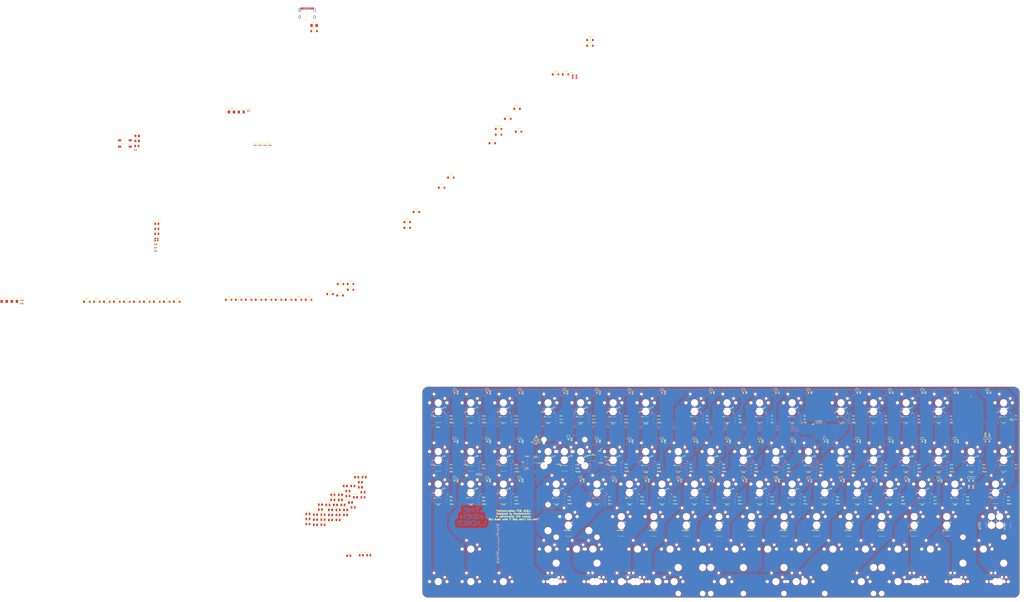
<source format=kicad_pcb>
(kicad_pcb (version 20171130) (host pcbnew 5.1.4)
  (layers (0 F.Cu signal) (31 B.Cu signal) (34 B.Paste user) (35 F.Paste user) (36 B.SilkS user) (37 F.SilkS user) (38 B.Mask user) (39 F.Mask user) (44 Edge.Cuts user))
  (net 0 "")
  (net 1 5V)
  (net 2 GND)
  (net 3 /RST)
  (net 4 /SHIELD)
  (net 5 "Net-(CU1-Pad1)")
  (net 6 /XTAL2)
  (net 7 /XTAL1)
  (net 8 "Net-(D1-Pad2)")
  (net 9 Row1)
  (net 10 "Net-(D2-Pad2)")
  (net 11 "Net-(D3-Pad2)")
  (net 12 "Net-(D4-Pad2)")
  (net 13 "Net-(D5-Pad2)")
  (net 14 Row2)
  (net 15 "Net-(D6-Pad2)")
  (net 16 "Net-(D7-Pad2)")
  (net 17 "Net-(D8-Pad2)")
  (net 18 "Net-(D9-Pad2)")
  (net 19 Row3)
  (net 20 "Net-(D10-Pad2)")
  (net 21 "Net-(D11-Pad2)")
  (net 22 "Net-(D12-Pad2)")
  (net 23 "Net-(D13-Pad2)")
  (net 24 Row4)
  (net 25 "Net-(D14-Pad2)")
  (net 26 "Net-(D15-Pad2)")
  (net 27 "Net-(D16-Pad2)")
  (net 28 DBusN)
  (net 29 DBusP)
  (net 30 DN)
  (net 31 "Net-(RDM1-Pad1)")
  (net 32 "Net-(RDP1-Pad2)")
  (net 33 DP)
  (net 34 "Net-(RHWB1-Pad2)")
  (net 35 "Net-(RRST2-Pad1)")
  (net 36 Col1)
  (net 37 Col2)
  (net 38 Col3)
  (net 39 Col4)
  (net 40 "Net-(D17-Pad2)")
  (net 41 Row5)
  (net 42 "Net-(D18-Pad2)")
  (net 43 "Net-(D19-Pad2)")
  (net 44 "Net-(D20-Pad2)")
  (net 45 "Net-(J1-PadB8)")
  (net 46 "Net-(J1-PadA5)")
  (net 47 "Net-(J1-PadA8)")
  (net 48 "Net-(U1-Pad7)")
  (net 49 RGB_DIN)
  (net 50 "Net-(D21-Pad2)")
  (net 51 "Net-(D22-Pad2)")
  (net 52 "Net-(D23-Pad2)")
  (net 53 "Net-(D24-Pad2)")
  (net 54 VBUS)
  (net 55 "Net-(D25-Pad2)")
  (net 56 "Net-(D26-Pad2)")
  (net 57 "Net-(D27-Pad2)")
  (net 58 "Net-(D28-Pad2)")
  (net 59 "Net-(D29-Pad2)")
  (net 60 "Net-(D30-Pad2)")
  (net 61 "Net-(D31-Pad2)")
  (net 62 "Net-(D32-Pad2)")
  (net 63 "Net-(D33-Pad2)")
  (net 64 "Net-(D34-Pad2)")
  (net 65 "Net-(D35-Pad2)")
  (net 66 "Net-(D36-Pad2)")
  (net 67 "Net-(D37-Pad2)")
  (net 68 "Net-(D38-Pad2)")
  (net 69 "Net-(D39-Pad2)")
  (net 70 "Net-(D40-Pad2)")
  (net 71 "Net-(D41-Pad2)")
  (net 72 "Net-(D42-Pad2)")
  (net 73 "Net-(D43-Pad2)")
  (net 74 "Net-(D44-Pad2)")
  (net 75 "Net-(D45-Pad2)")
  (net 76 "Net-(D46-Pad2)")
  (net 77 "Net-(D47-Pad2)")
  (net 78 "Net-(D48-Pad2)")
  (net 79 "Net-(D49-Pad2)")
  (net 80 "Net-(D50-Pad2)")
  (net 81 "Net-(D51-Pad2)")
  (net 82 "Net-(D52-Pad2)")
  (net 83 "Net-(D53-Pad2)")
  (net 84 "Net-(D54-Pad2)")
  (net 85 "Net-(D55-Pad2)")
  (net 86 "Net-(D56-Pad2)")
  (net 87 "Net-(D57-Pad2)")
  (net 88 "Net-(D58-Pad2)")
  (net 89 "Net-(D59-Pad2)")
  (net 90 "Net-(D60-Pad2)")
  (net 91 "Net-(D61-Pad2)")
  (net 92 "Net-(D62-Pad2)")
  (net 93 "Net-(D63-Pad2)")
  (net 94 "Net-(D64-Pad2)")
  (net 95 "Net-(D65-Pad2)")
  (net 96 "Net-(D66-Pad2)")
  (net 97 "Net-(D67-Pad2)")
  (net 98 "Net-(D68-Pad2)")
  (net 99 "Net-(D69-Pad2)")
  (net 100 "Net-(D70-Pad2)")
  (net 101 "Net-(D71-Pad2)")
  (net 102 "Net-(D72-Pad2)")
  (net 103 "Net-(D73-Pad2)")
  (net 104 "Net-(D73-Pad1)")
  (net 105 "Net-(D74-Pad2)")
  (net 106 "Net-(D75-Pad2)")
  (net 107 "Net-(D76-Pad2)")
  (net 108 "Net-(D77-Pad2)")
  (net 109 L1)
  (net 110 Row6)
  (net 111 L4)
  (net 112 L5)
  (net 113 L6)
  (net 114 L7)
  (net 115 L8)
  (net 116 "Net-(D86-Pad2)")
  (net 117 "Net-(D87-Pad2)")
  (net 118 "Net-(D88-Pad2)")
  (net 119 "Net-(D89-Pad2)")
  (net 120 "Net-(D90-Pad2)")
  (net 121 Col5)
  (net 122 Col6)
  (net 123 Col7)
  (net 124 Col8)
  (net 125 Col9)
  (net 126 Col10)
  (net 127 Col12)
  (net 128 Col13)
  (net 129 Col14)
  (net 130 Col15)
  (net 131 Col16)
  (net 132 Col17)
  (net 133 Col18)
  (net 134 Col11)
  (net 135 L2)
  (net 136 L3)
  (net 137 "Net-(U2-Pad7)")
  (net 138 "Net-(U3-Pad7)")
  (net 139 "Net-(U4-Pad7)")
  (net 140 "Net-(U5-Pad7)")
  (net 141 "Net-(U6-Pad7)")
  (net 142 "Net-(U7-Pad7)")
  (net 143 "Net-(U8-Pad7)")
  (net 144 "Net-(U9-Pad7)")
  (net 145 "Net-(U10-Pad7)")
  (net 146 "Net-(U11-Pad7)")
  (net 147 "Net-(U12-Pad7)")
  (net 148 "Net-(C1-Pad1)")
  (net 149 "Net-(C2-Pad1)")
  (net 150 "Net-(C3-Pad1)")
  (net 151 "Net-(C4-Pad1)")
  (net 152 "Net-(C5-Pad1)")
  (net 153 "Net-(C6-Pad1)")
  (net 154 "Net-(C7-Pad1)")
  (net 155 "Net-(C8-Pad1)")
  (net 156 "Net-(C9-Pad1)")
  (net 157 "Net-(C10-Pad1)")
  (net 158 "Net-(C11-Pad1)")
  (net 159 "Net-(C12-Pad1)")
  (net 160 "Net-(RD1-Pad1)")
  (net 161 "Net-(RD2-Pad2)")
  (net 162 "Net-(RD2-Pad1)")
  (net 163 "Net-(RD3-Pad2)")
  (net 164 "Net-(RD3-Pad1)")
  (net 165 "Net-(RD4-Pad2)")
  (net 166 "Net-(RD4-Pad1)")
  (net 167 "Net-(RD5-Pad2)")
  (net 168 "Net-(RD5-Pad1)")
  (net 169 "Net-(RD6-Pad2)")
  (net 170 "Net-(RD6-Pad1)")
  (net 171 "Net-(RD7-Pad2)")
  (net 172 "Net-(RD7-Pad1)")
  (net 173 "Net-(RD8-Pad2)")
  (net 174 "Net-(RD8-Pad1)")
  (net 175 "Net-(RD9-Pad2)")
  (net 176 "Net-(RD9-Pad1)")
  (net 177 "Net-(RD10-Pad2)")
  (net 178 "Net-(RD10-Pad1)")
  (net 179 "Net-(RD11-Pad2)")
  (net 180 "Net-(RD11-Pad1)")
  (net 181 "Net-(RD12-Pad2)")
  (net 182 "Net-(RD12-Pad1)")
  (net 183 "Net-(C13-Pad1)")
  (net 184 "Net-(C14-Pad1)")
  (net 185 "Net-(C15-Pad1)")
  (net 186 "Net-(RD13-Pad2)")
  (net 187 "Net-(RD13-Pad1)")
  (net 188 "Net-(RD14-Pad2)")
  (net 189 "Net-(RD14-Pad1)")
  (net 190 "Net-(RD15-Pad2)")
  (net 191 "Net-(RD15-Pad1)")
  (net 192 "Net-(U13-Pad7)")
  (net 193 "Net-(U14-Pad7)")
  (net 194 "Net-(U15-Pad7)")
  (net 195 "Net-(C16-Pad1)")
  (net 196 "Net-(RD16-Pad1)")
  (net 197 "Net-(U16-Pad7)")
  (net 198 "Net-(C34-Pad1)")
  (net 199 "Net-(RD34-Pad2)")
  (net 200 "Net-(RD34-Pad1)")
  (net 201 "Net-(U34-Pad7)")
  (net 202 "Net-(L1-Pad2)")
  (net 203 "Net-(L1-Pad3)")
  (net 204 "Net-(L1-Pad1)")
  (net 205 "Net-(L2-Pad2)")
  (net 206 "Net-(L2-Pad3)")
  (net 207 "Net-(L2-Pad1)")
  (net 208 "Net-(L15-Pad2)")
  (net 209 "Net-(L15-Pad3)")
  (net 210 "Net-(L15-Pad1)")
  (net 211 "Net-(L16-Pad2)")
  (net 212 "Net-(L16-Pad3)")
  (net 213 "Net-(L16-Pad1)")
  (net 214 "Net-(L3-Pad2)")
  (net 215 "Net-(L3-Pad3)")
  (net 216 "Net-(L3-Pad1)")
  (net 217 "Net-(L4-Pad2)")
  (net 218 "Net-(L4-Pad3)")
  (net 219 "Net-(L4-Pad1)")
  (net 220 "Net-(L5-Pad2)")
  (net 221 "Net-(L5-Pad3)")
  (net 222 "Net-(L5-Pad1)")
  (net 223 "Net-(L6-Pad2)")
  (net 224 "Net-(L6-Pad3)")
  (net 225 "Net-(L6-Pad1)")
  (net 226 "Net-(L7-Pad2)")
  (net 227 "Net-(L7-Pad3)")
  (net 228 "Net-(L7-Pad1)")
  (net 229 "Net-(L8-Pad2)")
  (net 230 "Net-(L8-Pad3)")
  (net 231 "Net-(L8-Pad1)")
  (net 232 "Net-(L9-Pad2)")
  (net 233 "Net-(L9-Pad3)")
  (net 234 "Net-(L9-Pad1)")
  (net 235 "Net-(L10-Pad2)")
  (net 236 "Net-(L10-Pad3)")
  (net 237 "Net-(L10-Pad1)")
  (net 238 "Net-(L11-Pad2)")
  (net 239 "Net-(L11-Pad3)")
  (net 240 "Net-(L11-Pad1)")
  (net 241 "Net-(L12-Pad2)")
  (net 242 "Net-(L12-Pad3)")
  (net 243 "Net-(L12-Pad1)")
  (net 244 "Net-(L13-Pad2)")
  (net 245 "Net-(L13-Pad3)")
  (net 246 "Net-(L13-Pad1)")
  (net 247 "Net-(L14-Pad2)")
  (net 248 "Net-(L14-Pad3)")
  (net 249 "Net-(L14-Pad1)")
  (net 250 "Net-(L34-Pad2)")
  (net 251 "Net-(L34-Pad3)")
  (net 252 "Net-(L34-Pad1)")
  (net 253 "Net-(RD16-Pad2)")
  (net 254 "Net-(C32-Pad1)")
  (net 255 "Net-(C33-Pad1)")
  (net 256 "Net-(L32-Pad2)")
  (net 257 "Net-(L32-Pad3)")
  (net 258 "Net-(L32-Pad1)")
  (net 259 "Net-(L33-Pad2)")
  (net 260 "Net-(L33-Pad3)")
  (net 261 "Net-(L33-Pad1)")
  (net 262 "Net-(U32-Pad7)")
  (net 263 "Net-(U33-Pad7)")
  (net 264 "Net-(RD33-Pad2)")
  (net 265 "Net-(RD33-Pad1)")
  (net 266 "Net-(C31-Pad1)")
  (net 267 "Net-(L31-Pad2)")
  (net 268 "Net-(L31-Pad3)")
  (net 269 "Net-(L31-Pad1)")
  (net 270 "Net-(RD31-Pad2)")
  (net 271 "Net-(RD31-Pad1)")
  (net 272 "Net-(U31-Pad7)")
  (net 273 "Net-(C30-Pad1)")
  (net 274 "Net-(L30-Pad2)")
  (net 275 "Net-(L30-Pad3)")
  (net 276 "Net-(L30-Pad1)")
  (net 277 "Net-(U30-Pad7)")
  (net 278 "Net-(C28-Pad1)")
  (net 279 "Net-(C29-Pad1)")
  (net 280 "Net-(L28-Pad2)")
  (net 281 "Net-(L28-Pad3)")
  (net 282 "Net-(L28-Pad1)")
  (net 283 "Net-(L29-Pad2)")
  (net 284 "Net-(L29-Pad3)")
  (net 285 "Net-(L29-Pad1)")
  (net 286 "Net-(RD29-Pad2)")
  (net 287 "Net-(RD29-Pad1)")
  (net 288 "Net-(U28-Pad7)")
  (net 289 "Net-(U29-Pad7)")
  (net 290 "Net-(U200-Pad41)")
  (net 291 "Net-(U200-Pad40)")
  (net 292 "Net-(U200-Pad39)")
  (net 293 "Net-(U200-Pad38)")
  (net 294 "Net-(U200-Pad37)")
  (net 295 "Net-(U200-Pad36)")
  (net 296 "Net-(U200-Pad32)")
  (net 297 "Net-(U200-Pad31)")
  (net 298 "Net-(U200-Pad30)")
  (net 299 "Net-(U200-Pad29)")
  (net 300 "Net-(U200-Pad28)")
  (net 301 "Net-(U200-Pad26)")
  (net 302 "Net-(U200-Pad25)")
  (net 303 "Net-(U200-Pad22)")
  (net 304 "Net-(U200-Pad21)")
  (net 305 "Net-(U200-Pad20)")
  (net 306 "Net-(U200-Pad19)")
  (net 307 "Net-(U200-Pad18)")
  (net 308 "Net-(U200-Pad12)")
  (net 309 "Net-(U200-Pad11)")
  (net 310 "Net-(U200-Pad10)")
  (net 311 "Net-(U200-Pad9)")
  (net 312 "Net-(U200-Pad8)")
  (net 313 "Net-(U200-Pad1)")
  (net 314 "Net-(RD28-Pad2)")
  (net 315 "Net-(RD28-Pad1)")
  (net 316 "Net-(RD30-Pad2)")
  (net 317 "Net-(RD30-Pad1)")
  (net 318 "Net-(C17-Pad1)")
  (net 319 "Net-(C18-Pad1)")
  (net 320 "Net-(C19-Pad1)")
  (net 321 "Net-(C20-Pad1)")
  (net 322 "Net-(C21-Pad1)")
  (net 323 "Net-(C22-Pad1)")
  (net 324 "Net-(C23-Pad1)")
  (net 325 "Net-(C24-Pad1)")
  (net 326 "Net-(C25-Pad1)")
  (net 327 "Net-(C26-Pad1)")
  (net 328 "Net-(C27-Pad1)")
  (net 329 "Net-(C105-Pad1)")
  (net 330 "Net-(L17-Pad2)")
  (net 331 "Net-(L17-Pad3)")
  (net 332 "Net-(L17-Pad1)")
  (net 333 "Net-(L18-Pad2)")
  (net 334 "Net-(L18-Pad3)")
  (net 335 "Net-(L18-Pad1)")
  (net 336 "Net-(L19-Pad2)")
  (net 337 "Net-(L19-Pad3)")
  (net 338 "Net-(L19-Pad1)")
  (net 339 "Net-(L20-Pad2)")
  (net 340 "Net-(L20-Pad3)")
  (net 341 "Net-(L20-Pad1)")
  (net 342 "Net-(L21-Pad2)")
  (net 343 "Net-(L21-Pad3)")
  (net 344 "Net-(L21-Pad1)")
  (net 345 "Net-(L22-Pad2)")
  (net 346 "Net-(L22-Pad3)")
  (net 347 "Net-(L22-Pad1)")
  (net 348 "Net-(L23-Pad2)")
  (net 349 "Net-(L23-Pad3)")
  (net 350 "Net-(L23-Pad1)")
  (net 351 "Net-(L24-Pad2)")
  (net 352 "Net-(L24-Pad3)")
  (net 353 "Net-(L24-Pad1)")
  (net 354 "Net-(L25-Pad2)")
  (net 355 "Net-(L25-Pad3)")
  (net 356 "Net-(L25-Pad1)")
  (net 357 "Net-(L26-Pad2)")
  (net 358 "Net-(L26-Pad3)")
  (net 359 "Net-(L26-Pad1)")
  (net 360 "Net-(L27-Pad2)")
  (net 361 "Net-(L27-Pad3)")
  (net 362 "Net-(L27-Pad1)")
  (net 363 "Net-(L105-Pad2)")
  (net 364 "Net-(L105-Pad3)")
  (net 365 "Net-(L105-Pad1)")
  (net 366 "Net-(RD18-Pad2)")
  (net 367 "Net-(RD18-Pad1)")
  (net 368 "Net-(RD19-Pad2)")
  (net 369 "Net-(RD19-Pad1)")
  (net 370 "Net-(RD20-Pad2)")
  (net 371 "Net-(RD20-Pad1)")
  (net 372 "Net-(RD21-Pad2)")
  (net 373 "Net-(RD21-Pad1)")
  (net 374 "Net-(RD22-Pad2)")
  (net 375 "Net-(RD22-Pad1)")
  (net 376 "Net-(RD23-Pad2)")
  (net 377 "Net-(RD23-Pad1)")
  (net 378 "Net-(RD24-Pad2)")
  (net 379 "Net-(RD24-Pad1)")
  (net 380 "Net-(RD25-Pad2)")
  (net 381 "Net-(RD25-Pad1)")
  (net 382 "Net-(RD26-Pad2)")
  (net 383 "Net-(RD26-Pad1)")
  (net 384 "Net-(RD27-Pad2)")
  (net 385 "Net-(RD27-Pad1)")
  (net 386 "Net-(RD105-Pad2)")
  (net 387 "Net-(RD105-Pad1)")
  (net 388 "Net-(U17-Pad7)")
  (net 389 "Net-(U18-Pad7)")
  (net 390 "Net-(U19-Pad7)")
  (net 391 "Net-(U20-Pad7)")
  (net 392 "Net-(U21-Pad7)")
  (net 393 "Net-(U22-Pad7)")
  (net 394 "Net-(U23-Pad7)")
  (net 395 "Net-(U24-Pad7)")
  (net 396 "Net-(U25-Pad7)")
  (net 397 "Net-(U26-Pad7)")
  (net 398 "Net-(U27-Pad7)")
  (net 399 "Net-(U105-Pad7)")
  (net 400 "Net-(RD32-Pad2)")
  (net 401 "Net-(RD32-Pad1)")
  (net 402 "Net-(RDR1-Pad2)")
  (net 403 "Net-(RDR1-Pad1)")
  (net 404 "Net-(C35-Pad1)")
  (net 405 "Net-(C36-Pad1)")
  (net 406 "Net-(C37-Pad1)")
  (net 407 "Net-(C38-Pad1)")
  (net 408 "Net-(C39-Pad1)")
  (net 409 "Net-(C40-Pad1)")
  (net 410 "Net-(C41-Pad1)")
  (net 411 "Net-(C42-Pad1)")
  (net 412 "Net-(C43-Pad1)")
  (net 413 "Net-(C44-Pad1)")
  (net 414 "Net-(C45-Pad1)")
  (net 415 "Net-(C46-Pad1)")
  (net 416 "Net-(C47-Pad1)")
  (net 417 "Net-(C48-Pad1)")
  (net 418 "Net-(C49-Pad1)")
  (net 419 "Net-(C50-Pad1)")
  (net 420 "Net-(C51-Pad1)")
  (net 421 "Net-(L35-Pad2)")
  (net 422 "Net-(L35-Pad3)")
  (net 423 "Net-(L35-Pad1)")
  (net 424 "Net-(L36-Pad2)")
  (net 425 "Net-(L36-Pad3)")
  (net 426 "Net-(L36-Pad1)")
  (net 427 "Net-(L37-Pad2)")
  (net 428 "Net-(L37-Pad3)")
  (net 429 "Net-(L37-Pad1)")
  (net 430 "Net-(L38-Pad2)")
  (net 431 "Net-(L38-Pad3)")
  (net 432 "Net-(L38-Pad1)")
  (net 433 "Net-(L39-Pad2)")
  (net 434 "Net-(L39-Pad3)")
  (net 435 "Net-(L39-Pad1)")
  (net 436 "Net-(L40-Pad2)")
  (net 437 "Net-(L40-Pad3)")
  (net 438 "Net-(L40-Pad1)")
  (net 439 "Net-(L41-Pad2)")
  (net 440 "Net-(L41-Pad3)")
  (net 441 "Net-(L41-Pad1)")
  (net 442 "Net-(L42-Pad2)")
  (net 443 "Net-(L42-Pad3)")
  (net 444 "Net-(L42-Pad1)")
  (net 445 "Net-(L43-Pad2)")
  (net 446 "Net-(L43-Pad3)")
  (net 447 "Net-(L43-Pad1)")
  (net 448 "Net-(L44-Pad2)")
  (net 449 "Net-(L44-Pad3)")
  (net 450 "Net-(L44-Pad1)")
  (net 451 "Net-(L45-Pad2)")
  (net 452 "Net-(L45-Pad3)")
  (net 453 "Net-(L45-Pad1)")
  (net 454 "Net-(L46-Pad2)")
  (net 455 "Net-(L46-Pad3)")
  (net 456 "Net-(L46-Pad1)")
  (net 457 "Net-(L47-Pad2)")
  (net 458 "Net-(L47-Pad3)")
  (net 459 "Net-(L47-Pad1)")
  (net 460 "Net-(L48-Pad2)")
  (net 461 "Net-(L48-Pad3)")
  (net 462 "Net-(L48-Pad1)")
  (net 463 "Net-(L49-Pad2)")
  (net 464 "Net-(L49-Pad3)")
  (net 465 "Net-(L49-Pad1)")
  (net 466 "Net-(L50-Pad2)")
  (net 467 "Net-(L50-Pad3)")
  (net 468 "Net-(L50-Pad1)")
  (net 469 "Net-(L51-Pad2)")
  (net 470 "Net-(L51-Pad3)")
  (net 471 "Net-(L51-Pad1)")
  (net 472 "Net-(RD35-Pad2)")
  (net 473 "Net-(RD35-Pad1)")
  (net 474 "Net-(RD36-Pad2)")
  (net 475 "Net-(RD36-Pad1)")
  (net 476 "Net-(RD37-Pad2)")
  (net 477 "Net-(RD37-Pad1)")
  (net 478 "Net-(RD38-Pad2)")
  (net 479 "Net-(RD38-Pad1)")
  (net 480 "Net-(RD39-Pad2)")
  (net 481 "Net-(RD39-Pad1)")
  (net 482 "Net-(RD40-Pad2)")
  (net 483 "Net-(RD40-Pad1)")
  (net 484 "Net-(RD41-Pad2)")
  (net 485 "Net-(RD41-Pad1)")
  (net 486 "Net-(RD42-Pad2)")
  (net 487 "Net-(RD42-Pad1)")
  (net 488 "Net-(RD43-Pad2)")
  (net 489 "Net-(RD43-Pad1)")
  (net 490 "Net-(RD44-Pad2)")
  (net 491 "Net-(RD44-Pad1)")
  (net 492 "Net-(RD45-Pad2)")
  (net 493 "Net-(RD45-Pad1)")
  (net 494 "Net-(RD46-Pad2)")
  (net 495 "Net-(RD46-Pad1)")
  (net 496 "Net-(RD47-Pad2)")
  (net 497 "Net-(RD47-Pad1)")
  (net 498 "Net-(RD48-Pad2)")
  (net 499 "Net-(RD48-Pad1)")
  (net 500 "Net-(RD49-Pad2)")
  (net 501 "Net-(RD49-Pad1)")
  (net 502 "Net-(RD50-Pad2)")
  (net 503 "Net-(RD50-Pad1)")
  (net 504 "Net-(RD51-Pad2)")
  (net 505 "Net-(RD51-Pad1)")
  (net 506 "Net-(U35-Pad7)")
  (net 507 "Net-(U36-Pad7)")
  (net 508 "Net-(U37-Pad7)")
  (net 509 "Net-(U38-Pad7)")
  (net 510 "Net-(U39-Pad7)")
  (net 511 "Net-(U40-Pad7)")
  (net 512 "Net-(U41-Pad7)")
  (net 513 "Net-(U42-Pad7)")
  (net 514 "Net-(U43-Pad7)")
  (net 515 "Net-(U44-Pad7)")
  (net 516 "Net-(U45-Pad7)")
  (net 517 "Net-(U46-Pad7)")
  (net 518 "Net-(U47-Pad7)")
  (net 519 "Net-(U48-Pad7)")
  (net 520 "Net-(U49-Pad7)")
  (net 521 "Net-(U50-Pad7)")
  (net 522 "Net-(U51-Pad7)")
  (net 523 "Net-(C52-Pad1)")
  (net 524 "Net-(C53-Pad1)")
  (net 525 "Net-(C54-Pad1)")
  (net 526 "Net-(C55-Pad1)")
  (net 527 "Net-(C56-Pad1)")
  (net 528 "Net-(C57-Pad1)")
  (net 529 "Net-(C58-Pad1)")
  (net 530 "Net-(C59-Pad1)")
  (net 531 "Net-(C60-Pad1)")
  (net 532 "Net-(C61-Pad1)")
  (net 533 "Net-(C62-Pad1)")
  (net 534 "Net-(C63-Pad1)")
  (net 535 "Net-(C64-Pad1)")
  (net 536 "Net-(L52-Pad2)")
  (net 537 "Net-(L52-Pad3)")
  (net 538 "Net-(L52-Pad1)")
  (net 539 "Net-(L53-Pad2)")
  (net 540 "Net-(L53-Pad3)")
  (net 541 "Net-(L53-Pad1)")
  (net 542 "Net-(L54-Pad2)")
  (net 543 "Net-(L54-Pad3)")
  (net 544 "Net-(L54-Pad1)")
  (net 545 "Net-(L55-Pad2)")
  (net 546 "Net-(L55-Pad3)")
  (net 547 "Net-(L55-Pad1)")
  (net 548 "Net-(L56-Pad2)")
  (net 549 "Net-(L56-Pad3)")
  (net 550 "Net-(L56-Pad1)")
  (net 551 "Net-(L57-Pad2)")
  (net 552 "Net-(L57-Pad3)")
  (net 553 "Net-(L57-Pad1)")
  (net 554 "Net-(L58-Pad2)")
  (net 555 "Net-(L58-Pad3)")
  (net 556 "Net-(L58-Pad1)")
  (net 557 "Net-(L59-Pad2)")
  (net 558 "Net-(L59-Pad3)")
  (net 559 "Net-(L59-Pad1)")
  (net 560 "Net-(L60-Pad2)")
  (net 561 "Net-(L60-Pad3)")
  (net 562 "Net-(L60-Pad1)")
  (net 563 "Net-(L61-Pad2)")
  (net 564 "Net-(L61-Pad3)")
  (net 565 "Net-(L61-Pad1)")
  (net 566 "Net-(L62-Pad2)")
  (net 567 "Net-(L62-Pad3)")
  (net 568 "Net-(L62-Pad1)")
  (net 569 "Net-(L63-Pad2)")
  (net 570 "Net-(L63-Pad3)")
  (net 571 "Net-(L63-Pad1)")
  (net 572 "Net-(L64-Pad2)")
  (net 573 "Net-(L64-Pad3)")
  (net 574 "Net-(L64-Pad1)")
  (net 575 "Net-(RD52-Pad2)")
  (net 576 "Net-(RD52-Pad1)")
  (net 577 "Net-(RD53-Pad2)")
  (net 578 "Net-(RD53-Pad1)")
  (net 579 "Net-(RD54-Pad2)")
  (net 580 "Net-(RD54-Pad1)")
  (net 581 "Net-(RD55-Pad2)")
  (net 582 "Net-(RD55-Pad1)")
  (net 583 "Net-(RD56-Pad2)")
  (net 584 "Net-(RD56-Pad1)")
  (net 585 "Net-(RD57-Pad2)")
  (net 586 "Net-(RD57-Pad1)")
  (net 587 "Net-(RD58-Pad2)")
  (net 588 "Net-(RD58-Pad1)")
  (net 589 "Net-(RD59-Pad2)")
  (net 590 "Net-(RD59-Pad1)")
  (net 591 "Net-(RD60-Pad2)")
  (net 592 "Net-(RD60-Pad1)")
  (net 593 "Net-(RD61-Pad2)")
  (net 594 "Net-(RD61-Pad1)")
  (net 595 "Net-(RD62-Pad2)")
  (net 596 "Net-(RD62-Pad1)")
  (net 597 "Net-(RD63-Pad2)")
  (net 598 "Net-(RD63-Pad1)")
  (net 599 "Net-(RD64-Pad2)")
  (net 600 "Net-(RD64-Pad1)")
  (net 601 "Net-(U52-Pad7)")
  (net 602 "Net-(U52-Pad5)")
  (net 603 "Net-(U53-Pad7)")
  (net 604 "Net-(U54-Pad7)")
  (net 605 "Net-(U55-Pad7)")
  (net 606 "Net-(U56-Pad7)")
  (net 607 "Net-(U57-Pad7)")
  (net 608 "Net-(U58-Pad7)")
  (net 609 "Net-(U59-Pad7)")
  (net 610 "Net-(U60-Pad7)")
  (net 611 "Net-(U61-Pad7)")
  (net 612 "Net-(U62-Pad7)")
  (net 613 "Net-(U63-Pad7)")
  (net 614 "Net-(U64-Pad7)")
  (net 615 "Net-(C102-Pad1)")
  (net 616 "Net-(L102-Pad2)")
  (net 617 "Net-(L102-Pad3)")
  (net 618 "Net-(L102-Pad1)")
  (net 619 "Net-(RD102-Pad2)")
  (net 620 "Net-(RD102-Pad1)")
  (net 621 "Net-(U102-Pad7)")
  (module acheron_Components:MSOP-8-1EP_3x3mm_P0.65mm_EP1.68x1.88mm (layer F.Cu) (at 422.67365 118.18985 90)
    (fp_text reference U102 (at 0 -2.55 90) (layer F.SilkS))
    (fp_text value WS2811M)
    (pad 9 smd rect (at 0 0 90) (size 1.68 1.88) (layers F.Cu F.Mask) (net 2 GND))
    (pad 8 smd trapezoid (at 2.105 -0.975 90) (size 0.89 0.42) (layers F.Cu F.Paste F.Mask) (net 615 "Net-(C102-Pad1)"))
    (pad 7 smd trapezoid (at 2.105 -0.325 90) (size 0.89 0.42) (layers F.Cu F.Paste F.Mask) (net 621 "Net-(U102-Pad7)"))
    (pad 6 smd trapezoid (at 2.105 0.325 90) (size 0.89 0.42) (layers F.Cu F.Paste F.Mask) (net 620 "Net-(RD102-Pad1)"))
    (pad 5 smd trapezoid (at 2.105 0.975 90) (size 0.89 0.42) (layers F.Cu F.Paste F.Mask) (net 599 "Net-(RD64-Pad2)"))
    (pad 4 smd trapezoid (at -2.105 0.975 90) (size 0.89 0.42) (layers F.Cu F.Paste F.Mask) (net 2 GND))
    (pad 3 smd trapezoid (at -2.105 0.325 90) (size 0.89 0.42) (layers F.Cu F.Paste F.Mask) (net 618 "Net-(L102-Pad1)"))
    (pad 2 smd trapezoid (at -2.105 -0.325 90) (size 0.89 0.42) (layers F.Cu F.Paste F.Mask) (net 616 "Net-(L102-Pad2)"))
    (pad 1 smd roundrect (at -2.105 -0.975 90) (size 0.89 0.42) (layers F.Cu F.Paste F.Mask) (roundrect_rratio 0.5) (net 617 "Net-(L102-Pad3)"))
  )
  (module Resistor_SMD:R_0805_2012Metric (layer F.Cu) (at 62.90709 135.7493)
    (fp_text reference RD102 (at 0 -1.65) (layer F.SilkS))
    (fp_text value 33R)
    (pad 2 smd roundrect (at 0.9375 0) (size 0.975 1.4) (layers F.Cu F.Paste F.Mask) (net 619 "Net-(RD102-Pad2)"))
    (pad 1 smd roundrect (at -0.9375 0) (size 0.975 1.4) (layers F.Cu F.Paste F.Mask) (net 620 "Net-(RD102-Pad1)"))
  )
  (module Resistor_SMD:R_0805_2012Metric (layer F.Cu) (at 58.49709 135.7493)
    (fp_text reference R102 (at 0 -1.65) (layer F.SilkS))
    (fp_text value 100R)
    (pad 2 smd roundrect (at 0.9375 0) (size 0.975 1.4) (layers F.Cu F.Paste F.Mask) (net 615 "Net-(C102-Pad1)"))
    (pad 1 smd roundrect (at -0.9375 0) (size 0.975 1.4) (layers F.Cu F.Paste F.Mask) (net 1 5V))
  )
  (module acheron_Components:LED_RGB_SMD_6028_2.8x3.5mm_Round (layer F.Cu) (at 427.43617 118.18985 90)
    (fp_text reference L102 (at 0 3.048 90) (layer F.SilkS) (effects (font (size 0.6 0.6))))
    (fp_text value LED_BGRA)
    (pad "" np_thru_hole circle (at 0 0 270) (size 4.25 4.25) (drill 4.25) (layers *.Cu *.Mask))
    (pad 2 smd trapezoid (at -2.3 -0.8 270) (size 1.6 0.8) (layers F.Cu F.Paste F.Mask) (net 616 "Net-(L102-Pad2)"))
    (pad 3 smd trapezoid (at -2.3 0.8 270) (size 1.6 0.8) (layers F.Cu F.Paste F.Mask) (net 617 "Net-(L102-Pad3)"))
    (pad 1 smd oval (at 2.3 -0.8 270) (size 1.7 0.8) (layers F.Cu F.Paste F.Mask) (net 618 "Net-(L102-Pad1)"))
    (pad 4 smd trapezoid (at 2.3 0.8 270) (size 1.8 0.8) (layers F.Cu F.Paste F.Mask) (net 1 5V))
  )
  (module Capacitor_SMD:C_0805_2012Metric (layer F.Cu) (at 51.19709 136.0493)
    (fp_text reference C102 (at 0 -1.65) (layer F.SilkS))
    (fp_text value 100nF)
    (pad 2 smd roundrect (at 0.9375 0) (size 0.975 1.4) (layers F.Cu F.Paste F.Mask) (net 2 GND))
    (pad 1 smd roundrect (at -0.9375 0) (size 0.975 1.4) (layers F.Cu F.Paste F.Mask) (net 615 "Net-(C102-Pad1)"))
  )
  (module acheron_Components:MSOP-8-1EP_3x3mm_P0.65mm_EP1.68x1.88mm (layer F.Cu) (at 179.78513 122.95237)
    (fp_text reference U64 (at 0 -2.55) (layer F.SilkS))
    (fp_text value WS2811M)
    (pad 9 smd rect (at 0 0) (size 1.68 1.88) (layers F.Cu F.Mask) (net 2 GND))
    (pad 8 smd trapezoid (at 2.105 -0.975) (size 0.89 0.42) (layers F.Cu F.Paste F.Mask) (net 535 "Net-(C64-Pad1)"))
    (pad 7 smd trapezoid (at 2.105 -0.325) (size 0.89 0.42) (layers F.Cu F.Paste F.Mask) (net 614 "Net-(U64-Pad7)"))
    (pad 6 smd trapezoid (at 2.105 0.325) (size 0.89 0.42) (layers F.Cu F.Paste F.Mask) (net 600 "Net-(RD64-Pad1)"))
    (pad 5 smd trapezoid (at 2.105 0.975) (size 0.89 0.42) (layers F.Cu F.Paste F.Mask) (net 597 "Net-(RD63-Pad2)"))
    (pad 4 smd trapezoid (at -2.105 0.975) (size 0.89 0.42) (layers F.Cu F.Paste F.Mask) (net 2 GND))
    (pad 3 smd trapezoid (at -2.105 0.325) (size 0.89 0.42) (layers F.Cu F.Paste F.Mask) (net 574 "Net-(L64-Pad1)"))
    (pad 2 smd trapezoid (at -2.105 -0.325) (size 0.89 0.42) (layers F.Cu F.Paste F.Mask) (net 572 "Net-(L64-Pad2)"))
    (pad 1 smd roundrect (at -2.105 -0.975) (size 0.89 0.42) (layers F.Cu F.Paste F.Mask) (roundrect_rratio 0.5) (net 573 "Net-(L64-Pad3)"))
  )
  (module acheron_Components:MSOP-8-1EP_3x3mm_P0.65mm_EP1.68x1.88mm (layer F.Cu) (at 210.74151 122.95237)
    (fp_text reference U63 (at 0 -2.55) (layer F.SilkS))
    (fp_text value WS2811M)
    (pad 9 smd rect (at 0 0) (size 1.68 1.88) (layers F.Cu F.Mask) (net 2 GND))
    (pad 8 smd trapezoid (at 2.105 -0.975) (size 0.89 0.42) (layers F.Cu F.Paste F.Mask) (net 534 "Net-(C63-Pad1)"))
    (pad 7 smd trapezoid (at 2.105 -0.325) (size 0.89 0.42) (layers F.Cu F.Paste F.Mask) (net 613 "Net-(U63-Pad7)"))
    (pad 6 smd trapezoid (at 2.105 0.325) (size 0.89 0.42) (layers F.Cu F.Paste F.Mask) (net 598 "Net-(RD63-Pad1)"))
    (pad 5 smd trapezoid (at 2.105 0.975) (size 0.89 0.42) (layers F.Cu F.Paste F.Mask) (net 595 "Net-(RD62-Pad2)"))
    (pad 4 smd trapezoid (at -2.105 0.975) (size 0.89 0.42) (layers F.Cu F.Paste F.Mask) (net 2 GND))
    (pad 3 smd trapezoid (at -2.105 0.325) (size 0.89 0.42) (layers F.Cu F.Paste F.Mask) (net 571 "Net-(L63-Pad1)"))
    (pad 2 smd trapezoid (at -2.105 -0.325) (size 0.89 0.42) (layers F.Cu F.Paste F.Mask) (net 569 "Net-(L63-Pad2)"))
    (pad 1 smd roundrect (at -2.105 -0.975) (size 0.89 0.42) (layers F.Cu F.Paste F.Mask) (roundrect_rratio 0.5) (net 570 "Net-(L63-Pad3)"))
  )
  (module acheron_Components:MSOP-8-1EP_3x3mm_P0.65mm_EP1.68x1.88mm (layer F.Cu) (at 229.79159 122.95237)
    (fp_text reference U62 (at 0 -2.55) (layer F.SilkS))
    (fp_text value WS2811M)
    (pad 9 smd rect (at 0 0) (size 1.68 1.88) (layers F.Cu F.Mask) (net 2 GND))
    (pad 8 smd trapezoid (at 2.105 -0.975) (size 0.89 0.42) (layers F.Cu F.Paste F.Mask) (net 533 "Net-(C62-Pad1)"))
    (pad 7 smd trapezoid (at 2.105 -0.325) (size 0.89 0.42) (layers F.Cu F.Paste F.Mask) (net 612 "Net-(U62-Pad7)"))
    (pad 6 smd trapezoid (at 2.105 0.325) (size 0.89 0.42) (layers F.Cu F.Paste F.Mask) (net 596 "Net-(RD62-Pad1)"))
    (pad 5 smd trapezoid (at 2.105 0.975) (size 0.89 0.42) (layers F.Cu F.Paste F.Mask) (net 593 "Net-(RD61-Pad2)"))
    (pad 4 smd trapezoid (at -2.105 0.975) (size 0.89 0.42) (layers F.Cu F.Paste F.Mask) (net 2 GND))
    (pad 3 smd trapezoid (at -2.105 0.325) (size 0.89 0.42) (layers F.Cu F.Paste F.Mask) (net 568 "Net-(L62-Pad1)"))
    (pad 2 smd trapezoid (at -2.105 -0.325) (size 0.89 0.42) (layers F.Cu F.Paste F.Mask) (net 566 "Net-(L62-Pad2)"))
    (pad 1 smd roundrect (at -2.105 -0.975) (size 0.89 0.42) (layers F.Cu F.Paste F.Mask) (roundrect_rratio 0.5) (net 567 "Net-(L62-Pad3)"))
  )
  (module acheron_Components:MSOP-8-1EP_3x3mm_P0.65mm_EP1.68x1.88mm (layer F.Cu) (at 248.84167 122.95237)
    (fp_text reference U61 (at 0 -2.55) (layer F.SilkS))
    (fp_text value WS2811M)
    (pad 9 smd rect (at 0 0) (size 1.68 1.88) (layers F.Cu F.Mask) (net 2 GND))
    (pad 8 smd trapezoid (at 2.105 -0.975) (size 0.89 0.42) (layers F.Cu F.Paste F.Mask) (net 532 "Net-(C61-Pad1)"))
    (pad 7 smd trapezoid (at 2.105 -0.325) (size 0.89 0.42) (layers F.Cu F.Paste F.Mask) (net 611 "Net-(U61-Pad7)"))
    (pad 6 smd trapezoid (at 2.105 0.325) (size 0.89 0.42) (layers F.Cu F.Paste F.Mask) (net 594 "Net-(RD61-Pad1)"))
    (pad 5 smd trapezoid (at 2.105 0.975) (size 0.89 0.42) (layers F.Cu F.Paste F.Mask) (net 591 "Net-(RD60-Pad2)"))
    (pad 4 smd trapezoid (at -2.105 0.975) (size 0.89 0.42) (layers F.Cu F.Paste F.Mask) (net 2 GND))
    (pad 3 smd trapezoid (at -2.105 0.325) (size 0.89 0.42) (layers F.Cu F.Paste F.Mask) (net 565 "Net-(L61-Pad1)"))
    (pad 2 smd trapezoid (at -2.105 -0.325) (size 0.89 0.42) (layers F.Cu F.Paste F.Mask) (net 563 "Net-(L61-Pad2)"))
    (pad 1 smd roundrect (at -2.105 -0.975) (size 0.89 0.42) (layers F.Cu F.Paste F.Mask) (roundrect_rratio 0.5) (net 564 "Net-(L61-Pad3)"))
  )
  (module acheron_Components:MSOP-8-1EP_3x3mm_P0.65mm_EP1.68x1.88mm (layer F.Cu) (at 267.89175 122.95237)
    (fp_text reference U60 (at 0 -2.55) (layer F.SilkS))
    (fp_text value WS2811M)
    (pad 9 smd rect (at 0 0) (size 1.68 1.88) (layers F.Cu F.Mask) (net 2 GND))
    (pad 8 smd trapezoid (at 2.105 -0.975) (size 0.89 0.42) (layers F.Cu F.Paste F.Mask) (net 531 "Net-(C60-Pad1)"))
    (pad 7 smd trapezoid (at 2.105 -0.325) (size 0.89 0.42) (layers F.Cu F.Paste F.Mask) (net 610 "Net-(U60-Pad7)"))
    (pad 6 smd trapezoid (at 2.105 0.325) (size 0.89 0.42) (layers F.Cu F.Paste F.Mask) (net 592 "Net-(RD60-Pad1)"))
    (pad 5 smd trapezoid (at 2.105 0.975) (size 0.89 0.42) (layers F.Cu F.Paste F.Mask) (net 589 "Net-(RD59-Pad2)"))
    (pad 4 smd trapezoid (at -2.105 0.975) (size 0.89 0.42) (layers F.Cu F.Paste F.Mask) (net 2 GND))
    (pad 3 smd trapezoid (at -2.105 0.325) (size 0.89 0.42) (layers F.Cu F.Paste F.Mask) (net 562 "Net-(L60-Pad1)"))
    (pad 2 smd trapezoid (at -2.105 -0.325) (size 0.89 0.42) (layers F.Cu F.Paste F.Mask) (net 560 "Net-(L60-Pad2)"))
    (pad 1 smd roundrect (at -2.105 -0.975) (size 0.89 0.42) (layers F.Cu F.Paste F.Mask) (roundrect_rratio 0.5) (net 561 "Net-(L60-Pad3)"))
  )
  (module acheron_Components:MSOP-8-1EP_3x3mm_P0.65mm_EP1.68x1.88mm (layer F.Cu) (at 286.94183 122.95237)
    (fp_text reference U59 (at 0 -2.55) (layer F.SilkS))
    (fp_text value WS2811M)
    (pad 9 smd rect (at 0 0) (size 1.68 1.88) (layers F.Cu F.Mask) (net 2 GND))
    (pad 8 smd trapezoid (at 2.105 -0.975) (size 0.89 0.42) (layers F.Cu F.Paste F.Mask) (net 530 "Net-(C59-Pad1)"))
    (pad 7 smd trapezoid (at 2.105 -0.325) (size 0.89 0.42) (layers F.Cu F.Paste F.Mask) (net 609 "Net-(U59-Pad7)"))
    (pad 6 smd trapezoid (at 2.105 0.325) (size 0.89 0.42) (layers F.Cu F.Paste F.Mask) (net 590 "Net-(RD59-Pad1)"))
    (pad 5 smd trapezoid (at 2.105 0.975) (size 0.89 0.42) (layers F.Cu F.Paste F.Mask) (net 587 "Net-(RD58-Pad2)"))
    (pad 4 smd trapezoid (at -2.105 0.975) (size 0.89 0.42) (layers F.Cu F.Paste F.Mask) (net 2 GND))
    (pad 3 smd trapezoid (at -2.105 0.325) (size 0.89 0.42) (layers F.Cu F.Paste F.Mask) (net 559 "Net-(L59-Pad1)"))
    (pad 2 smd trapezoid (at -2.105 -0.325) (size 0.89 0.42) (layers F.Cu F.Paste F.Mask) (net 557 "Net-(L59-Pad2)"))
    (pad 1 smd roundrect (at -2.105 -0.975) (size 0.89 0.42) (layers F.Cu F.Paste F.Mask) (roundrect_rratio 0.5) (net 558 "Net-(L59-Pad3)"))
  )
  (module acheron_Components:MSOP-8-1EP_3x3mm_P0.65mm_EP1.68x1.88mm (layer F.Cu) (at 305.99191 122.95237)
    (fp_text reference U58 (at 0 -2.55) (layer F.SilkS))
    (fp_text value WS2811M)
    (pad 9 smd rect (at 0 0) (size 1.68 1.88) (layers F.Cu F.Mask) (net 2 GND))
    (pad 8 smd trapezoid (at 2.105 -0.975) (size 0.89 0.42) (layers F.Cu F.Paste F.Mask) (net 529 "Net-(C58-Pad1)"))
    (pad 7 smd trapezoid (at 2.105 -0.325) (size 0.89 0.42) (layers F.Cu F.Paste F.Mask) (net 608 "Net-(U58-Pad7)"))
    (pad 6 smd trapezoid (at 2.105 0.325) (size 0.89 0.42) (layers F.Cu F.Paste F.Mask) (net 588 "Net-(RD58-Pad1)"))
    (pad 5 smd trapezoid (at 2.105 0.975) (size 0.89 0.42) (layers F.Cu F.Paste F.Mask) (net 585 "Net-(RD57-Pad2)"))
    (pad 4 smd trapezoid (at -2.105 0.975) (size 0.89 0.42) (layers F.Cu F.Paste F.Mask) (net 2 GND))
    (pad 3 smd trapezoid (at -2.105 0.325) (size 0.89 0.42) (layers F.Cu F.Paste F.Mask) (net 556 "Net-(L58-Pad1)"))
    (pad 2 smd trapezoid (at -2.105 -0.325) (size 0.89 0.42) (layers F.Cu F.Paste F.Mask) (net 554 "Net-(L58-Pad2)"))
    (pad 1 smd roundrect (at -2.105 -0.975) (size 0.89 0.42) (layers F.Cu F.Paste F.Mask) (roundrect_rratio 0.5) (net 555 "Net-(L58-Pad3)"))
  )
  (module acheron_Components:MSOP-8-1EP_3x3mm_P0.65mm_EP1.68x1.88mm (layer F.Cu) (at 325.04199 122.95237)
    (fp_text reference U57 (at 0 -2.55) (layer F.SilkS))
    (fp_text value WS2811M)
    (pad 9 smd rect (at 0 0) (size 1.68 1.88) (layers F.Cu F.Mask) (net 2 GND))
    (pad 8 smd trapezoid (at 2.105 -0.975) (size 0.89 0.42) (layers F.Cu F.Paste F.Mask) (net 528 "Net-(C57-Pad1)"))
    (pad 7 smd trapezoid (at 2.105 -0.325) (size 0.89 0.42) (layers F.Cu F.Paste F.Mask) (net 607 "Net-(U57-Pad7)"))
    (pad 6 smd trapezoid (at 2.105 0.325) (size 0.89 0.42) (layers F.Cu F.Paste F.Mask) (net 586 "Net-(RD57-Pad1)"))
    (pad 5 smd trapezoid (at 2.105 0.975) (size 0.89 0.42) (layers F.Cu F.Paste F.Mask) (net 583 "Net-(RD56-Pad2)"))
    (pad 4 smd trapezoid (at -2.105 0.975) (size 0.89 0.42) (layers F.Cu F.Paste F.Mask) (net 2 GND))
    (pad 3 smd trapezoid (at -2.105 0.325) (size 0.89 0.42) (layers F.Cu F.Paste F.Mask) (net 553 "Net-(L57-Pad1)"))
    (pad 2 smd trapezoid (at -2.105 -0.325) (size 0.89 0.42) (layers F.Cu F.Paste F.Mask) (net 551 "Net-(L57-Pad2)"))
    (pad 1 smd roundrect (at -2.105 -0.975) (size 0.89 0.42) (layers F.Cu F.Paste F.Mask) (roundrect_rratio 0.5) (net 552 "Net-(L57-Pad3)"))
  )
  (module acheron_Components:MSOP-8-1EP_3x3mm_P0.65mm_EP1.68x1.88mm (layer F.Cu) (at 344.09207 122.95237)
    (fp_text reference U56 (at 0 -2.55) (layer F.SilkS))
    (fp_text value WS2811M)
    (pad 9 smd rect (at 0 0) (size 1.68 1.88) (layers F.Cu F.Mask) (net 2 GND))
    (pad 8 smd trapezoid (at 2.105 -0.975) (size 0.89 0.42) (layers F.Cu F.Paste F.Mask) (net 527 "Net-(C56-Pad1)"))
    (pad 7 smd trapezoid (at 2.105 -0.325) (size 0.89 0.42) (layers F.Cu F.Paste F.Mask) (net 606 "Net-(U56-Pad7)"))
    (pad 6 smd trapezoid (at 2.105 0.325) (size 0.89 0.42) (layers F.Cu F.Paste F.Mask) (net 584 "Net-(RD56-Pad1)"))
    (pad 5 smd trapezoid (at 2.105 0.975) (size 0.89 0.42) (layers F.Cu F.Paste F.Mask) (net 581 "Net-(RD55-Pad2)"))
    (pad 4 smd trapezoid (at -2.105 0.975) (size 0.89 0.42) (layers F.Cu F.Paste F.Mask) (net 2 GND))
    (pad 3 smd trapezoid (at -2.105 0.325) (size 0.89 0.42) (layers F.Cu F.Paste F.Mask) (net 550 "Net-(L56-Pad1)"))
    (pad 2 smd trapezoid (at -2.105 -0.325) (size 0.89 0.42) (layers F.Cu F.Paste F.Mask) (net 548 "Net-(L56-Pad2)"))
    (pad 1 smd roundrect (at -2.105 -0.975) (size 0.89 0.42) (layers F.Cu F.Paste F.Mask) (roundrect_rratio 0.5) (net 549 "Net-(L56-Pad3)"))
  )
  (module acheron_Components:MSOP-8-1EP_3x3mm_P0.65mm_EP1.68x1.88mm (layer F.Cu) (at 363.14215 122.95237)
    (fp_text reference U55 (at 0 -2.55) (layer F.SilkS))
    (fp_text value WS2811M)
    (pad 9 smd rect (at 0 0) (size 1.68 1.88) (layers F.Cu F.Mask) (net 2 GND))
    (pad 8 smd trapezoid (at 2.105 -0.975) (size 0.89 0.42) (layers F.Cu F.Paste F.Mask) (net 526 "Net-(C55-Pad1)"))
    (pad 7 smd trapezoid (at 2.105 -0.325) (size 0.89 0.42) (layers F.Cu F.Paste F.Mask) (net 605 "Net-(U55-Pad7)"))
    (pad 6 smd trapezoid (at 2.105 0.325) (size 0.89 0.42) (layers F.Cu F.Paste F.Mask) (net 582 "Net-(RD55-Pad1)"))
    (pad 5 smd trapezoid (at 2.105 0.975) (size 0.89 0.42) (layers F.Cu F.Paste F.Mask) (net 579 "Net-(RD54-Pad2)"))
    (pad 4 smd trapezoid (at -2.105 0.975) (size 0.89 0.42) (layers F.Cu F.Paste F.Mask) (net 2 GND))
    (pad 3 smd trapezoid (at -2.105 0.325) (size 0.89 0.42) (layers F.Cu F.Paste F.Mask) (net 547 "Net-(L55-Pad1)"))
    (pad 2 smd trapezoid (at -2.105 -0.325) (size 0.89 0.42) (layers F.Cu F.Paste F.Mask) (net 545 "Net-(L55-Pad2)"))
    (pad 1 smd roundrect (at -2.105 -0.975) (size 0.89 0.42) (layers F.Cu F.Paste F.Mask) (roundrect_rratio 0.5) (net 546 "Net-(L55-Pad3)"))
  )
  (module acheron_Components:MSOP-8-1EP_3x3mm_P0.65mm_EP1.68x1.88mm (layer F.Cu) (at 382.19223 122.95237)
    (fp_text reference U54 (at 0 -2.55) (layer F.SilkS))
    (fp_text value WS2811M)
    (pad 9 smd rect (at 0 0) (size 1.68 1.88) (layers F.Cu F.Mask) (net 2 GND))
    (pad 8 smd trapezoid (at 2.105 -0.975) (size 0.89 0.42) (layers F.Cu F.Paste F.Mask) (net 525 "Net-(C54-Pad1)"))
    (pad 7 smd trapezoid (at 2.105 -0.325) (size 0.89 0.42) (layers F.Cu F.Paste F.Mask) (net 604 "Net-(U54-Pad7)"))
    (pad 6 smd trapezoid (at 2.105 0.325) (size 0.89 0.42) (layers F.Cu F.Paste F.Mask) (net 580 "Net-(RD54-Pad1)"))
    (pad 5 smd trapezoid (at 2.105 0.975) (size 0.89 0.42) (layers F.Cu F.Paste F.Mask) (net 577 "Net-(RD53-Pad2)"))
    (pad 4 smd trapezoid (at -2.105 0.975) (size 0.89 0.42) (layers F.Cu F.Paste F.Mask) (net 2 GND))
    (pad 3 smd trapezoid (at -2.105 0.325) (size 0.89 0.42) (layers F.Cu F.Paste F.Mask) (net 544 "Net-(L54-Pad1)"))
    (pad 2 smd trapezoid (at -2.105 -0.325) (size 0.89 0.42) (layers F.Cu F.Paste F.Mask) (net 542 "Net-(L54-Pad2)"))
    (pad 1 smd roundrect (at -2.105 -0.975) (size 0.89 0.42) (layers F.Cu F.Paste F.Mask) (roundrect_rratio 0.5) (net 543 "Net-(L54-Pad3)"))
  )
  (module acheron_Components:MSOP-8-1EP_3x3mm_P0.65mm_EP1.68x1.88mm (layer F.Cu) (at 401.24231 122.95237)
    (fp_text reference U53 (at 0 -2.55) (layer F.SilkS))
    (fp_text value WS2811M)
    (pad 9 smd rect (at 0 0) (size 1.68 1.88) (layers F.Cu F.Mask) (net 2 GND))
    (pad 8 smd trapezoid (at 2.105 -0.975) (size 0.89 0.42) (layers F.Cu F.Paste F.Mask) (net 524 "Net-(C53-Pad1)"))
    (pad 7 smd trapezoid (at 2.105 -0.325) (size 0.89 0.42) (layers F.Cu F.Paste F.Mask) (net 603 "Net-(U53-Pad7)"))
    (pad 6 smd trapezoid (at 2.105 0.325) (size 0.89 0.42) (layers F.Cu F.Paste F.Mask) (net 578 "Net-(RD53-Pad1)"))
    (pad 5 smd trapezoid (at 2.105 0.975) (size 0.89 0.42) (layers F.Cu F.Paste F.Mask) (net 576 "Net-(RD52-Pad1)"))
    (pad 4 smd trapezoid (at -2.105 0.975) (size 0.89 0.42) (layers F.Cu F.Paste F.Mask) (net 2 GND))
    (pad 3 smd trapezoid (at -2.105 0.325) (size 0.89 0.42) (layers F.Cu F.Paste F.Mask) (net 541 "Net-(L53-Pad1)"))
    (pad 2 smd trapezoid (at -2.105 -0.325) (size 0.89 0.42) (layers F.Cu F.Paste F.Mask) (net 539 "Net-(L53-Pad2)"))
    (pad 1 smd roundrect (at -2.105 -0.975) (size 0.89 0.42) (layers F.Cu F.Paste F.Mask) (roundrect_rratio 0.5) (net 540 "Net-(L53-Pad3)"))
  )
  (module acheron_Components:MSOP-8-1EP_3x3mm_P0.65mm_EP1.68x1.88mm (layer F.Cu) (at 436.96121 118.18985 90)
    (fp_text reference U52 (at 0 -2.55 90) (layer F.SilkS))
    (fp_text value WS2811M)
    (pad 9 smd rect (at 0 0 90) (size 1.68 1.88) (layers F.Cu F.Mask) (net 2 GND))
    (pad 8 smd trapezoid (at 2.105 -0.975 90) (size 0.89 0.42) (layers F.Cu F.Paste F.Mask) (net 523 "Net-(C52-Pad1)"))
    (pad 7 smd trapezoid (at 2.105 -0.325 90) (size 0.89 0.42) (layers F.Cu F.Paste F.Mask) (net 601 "Net-(U52-Pad7)"))
    (pad 6 smd trapezoid (at 2.105 0.325 90) (size 0.89 0.42) (layers F.Cu F.Paste F.Mask) (net 575 "Net-(RD52-Pad2)"))
    (pad 5 smd trapezoid (at 2.105 0.975 90) (size 0.89 0.42) (layers F.Cu F.Paste F.Mask) (net 602 "Net-(U52-Pad5)"))
    (pad 4 smd trapezoid (at -2.105 0.975 90) (size 0.89 0.42) (layers F.Cu F.Paste F.Mask) (net 2 GND))
    (pad 3 smd trapezoid (at -2.105 0.325 90) (size 0.89 0.42) (layers F.Cu F.Paste F.Mask) (net 538 "Net-(L52-Pad1)"))
    (pad 2 smd trapezoid (at -2.105 -0.325 90) (size 0.89 0.42) (layers F.Cu F.Paste F.Mask) (net 536 "Net-(L52-Pad2)"))
    (pad 1 smd roundrect (at -2.105 -0.975 90) (size 0.89 0.42) (layers F.Cu F.Paste F.Mask) (roundrect_rratio 0.5) (net 537 "Net-(L52-Pad3)"))
  )
  (module Resistor_SMD:R_0805_2012Metric (layer F.Cu) (at 44.90681 115.10157)
    (fp_text reference RD64 (at 0 -1.65) (layer F.SilkS))
    (fp_text value 33R)
    (pad 2 smd roundrect (at 0.9375 0) (size 0.975 1.4) (layers F.Cu F.Paste F.Mask) (net 599 "Net-(RD64-Pad2)"))
    (pad 1 smd roundrect (at -0.9375 0) (size 0.975 1.4) (layers F.Cu F.Paste F.Mask) (net 600 "Net-(RD64-Pad1)"))
  )
  (module Resistor_SMD:R_0805_2012Metric (layer F.Cu) (at 57.98681 95.93157)
    (fp_text reference RD63 (at 0 -1.65) (layer F.SilkS))
    (fp_text value 33R)
    (pad 2 smd roundrect (at 0.9375 0) (size 0.975 1.4) (layers F.Cu F.Paste F.Mask) (net 597 "Net-(RD63-Pad2)"))
    (pad 1 smd roundrect (at -0.9375 0) (size 0.975 1.4) (layers F.Cu F.Paste F.Mask) (net 598 "Net-(RD63-Pad1)"))
  )
  (module Resistor_SMD:R_0805_2012Metric (layer F.Cu) (at 46.27681 103.30157)
    (fp_text reference RD62 (at 0 -1.65) (layer F.SilkS))
    (fp_text value 33R)
    (pad 2 smd roundrect (at 0.9375 0) (size 0.975 1.4) (layers F.Cu F.Paste F.Mask) (net 595 "Net-(RD62-Pad2)"))
    (pad 1 smd roundrect (at -0.9375 0) (size 0.975 1.4) (layers F.Cu F.Paste F.Mask) (net 596 "Net-(RD62-Pad1)"))
  )
  (module Resistor_SMD:R_0805_2012Metric (layer F.Cu) (at 50.68681 98.14157)
    (fp_text reference RD61 (at 0 -1.65) (layer F.SilkS))
    (fp_text value 33R)
    (pad 2 smd roundrect (at 0.9375 0) (size 0.975 1.4) (layers F.Cu F.Paste F.Mask) (net 593 "Net-(RD61-Pad2)"))
    (pad 1 smd roundrect (at -0.9375 0) (size 0.975 1.4) (layers F.Cu F.Paste F.Mask) (net 594 "Net-(RD61-Pad1)"))
  )
  (module Resistor_SMD:R_0805_2012Metric (layer F.Cu) (at 36.08681 114.96157)
    (fp_text reference RD60 (at 0 -1.65) (layer F.SilkS))
    (fp_text value 33R)
    (pad 2 smd roundrect (at 0.9375 0) (size 0.975 1.4) (layers F.Cu F.Paste F.Mask) (net 591 "Net-(RD60-Pad2)"))
    (pad 1 smd roundrect (at -0.9375 0) (size 0.975 1.4) (layers F.Cu F.Paste F.Mask) (net 592 "Net-(RD60-Pad1)"))
  )
  (module Resistor_SMD:R_0805_2012Metric (layer F.Cu) (at 57.98681 92.98157)
    (fp_text reference RD59 (at 0 -1.65) (layer F.SilkS))
    (fp_text value 33R)
    (pad 2 smd roundrect (at 0.9375 0) (size 0.975 1.4) (layers F.Cu F.Paste F.Mask) (net 589 "Net-(RD59-Pad2)"))
    (pad 1 smd roundrect (at -0.9375 0) (size 0.975 1.4) (layers F.Cu F.Paste F.Mask) (net 590 "Net-(RD59-Pad1)"))
  )
  (module Resistor_SMD:R_0805_2012Metric (layer F.Cu) (at 50.68681 101.09157)
    (fp_text reference RD58 (at 0 -1.65) (layer F.SilkS))
    (fp_text value 33R)
    (pad 2 smd roundrect (at 0.9375 0) (size 0.975 1.4) (layers F.Cu F.Paste F.Mask) (net 587 "Net-(RD58-Pad2)"))
    (pad 1 smd roundrect (at -0.9375 0) (size 0.975 1.4) (layers F.Cu F.Paste F.Mask) (net 588 "Net-(RD58-Pad1)"))
  )
  (module Resistor_SMD:R_0805_2012Metric (layer F.Cu) (at 40.49681 109.20157)
    (fp_text reference RD57 (at 0 -1.65) (layer F.SilkS))
    (fp_text value 33R)
    (pad 2 smd roundrect (at 0.9375 0) (size 0.975 1.4) (layers F.Cu F.Paste F.Mask) (net 585 "Net-(RD57-Pad2)"))
    (pad 1 smd roundrect (at -0.9375 0) (size 0.975 1.4) (layers F.Cu F.Paste F.Mask) (net 586 "Net-(RD57-Pad1)"))
  )
  (module Resistor_SMD:R_0805_2012Metric (layer F.Cu) (at 40.49681 112.15157)
    (fp_text reference RD56 (at 0 -1.65) (layer F.SilkS))
    (fp_text value 33R)
    (pad 2 smd roundrect (at 0.9375 0) (size 0.975 1.4) (layers F.Cu F.Paste F.Mask) (net 583 "Net-(RD56-Pad2)"))
    (pad 1 smd roundrect (at -0.9375 0) (size 0.975 1.4) (layers F.Cu F.Paste F.Mask) (net 584 "Net-(RD56-Pad1)"))
  )
  (module Resistor_SMD:R_0805_2012Metric (layer F.Cu) (at 44.90681 109.20157)
    (fp_text reference RD55 (at 0 -1.65) (layer F.SilkS))
    (fp_text value 33R)
    (pad 2 smd roundrect (at 0.9375 0) (size 0.975 1.4) (layers F.Cu F.Paste F.Mask) (net 581 "Net-(RD55-Pad2)"))
    (pad 1 smd roundrect (at -0.9375 0) (size 0.975 1.4) (layers F.Cu F.Paste F.Mask) (net 582 "Net-(RD55-Pad1)"))
  )
  (module Resistor_SMD:R_0805_2012Metric (layer F.Cu) (at 49.31681 112.15157)
    (fp_text reference RD54 (at 0 -1.65) (layer F.SilkS))
    (fp_text value 33R)
    (pad 2 smd roundrect (at 0.9375 0) (size 0.975 1.4) (layers F.Cu F.Paste F.Mask) (net 579 "Net-(RD54-Pad2)"))
    (pad 1 smd roundrect (at -0.9375 0) (size 0.975 1.4) (layers F.Cu F.Paste F.Mask) (net 580 "Net-(RD54-Pad1)"))
  )
  (module Resistor_SMD:R_0805_2012Metric (layer F.Cu) (at 36.08681 117.91157)
    (fp_text reference RD53 (at 0 -1.65) (layer F.SilkS))
    (fp_text value 33R)
    (pad 2 smd roundrect (at 0.9375 0) (size 0.975 1.4) (layers F.Cu F.Paste F.Mask) (net 577 "Net-(RD53-Pad2)"))
    (pad 1 smd roundrect (at -0.9375 0) (size 0.975 1.4) (layers F.Cu F.Paste F.Mask) (net 578 "Net-(RD53-Pad1)"))
  )
  (module Resistor_SMD:R_0805_2012Metric (layer F.Cu) (at 47.79681 106.25157)
    (fp_text reference RD52 (at 0 -1.65) (layer F.SilkS))
    (fp_text value 33R)
    (pad 2 smd roundrect (at 0.9375 0) (size 0.975 1.4) (layers F.Cu F.Paste F.Mask) (net 575 "Net-(RD52-Pad2)"))
    (pad 1 smd roundrect (at -0.9375 0) (size 0.975 1.4) (layers F.Cu F.Paste F.Mask) (net 576 "Net-(RD52-Pad1)"))
  )
  (module Resistor_SMD:R_0805_2012Metric (layer F.Cu) (at 31.67681 117.91157)
    (fp_text reference R64 (at 0 -1.65) (layer F.SilkS))
    (fp_text value 100R)
    (pad 2 smd roundrect (at 0.9375 0) (size 0.975 1.4) (layers F.Cu F.Paste F.Mask) (net 535 "Net-(C64-Pad1)"))
    (pad 1 smd roundrect (at -0.9375 0) (size 0.975 1.4) (layers F.Cu F.Paste F.Mask) (net 1 5V))
  )
  (module Resistor_SMD:R_0805_2012Metric (layer F.Cu) (at 44.90681 112.15157)
    (fp_text reference R63 (at 0 -1.65) (layer F.SilkS))
    (fp_text value 100R)
    (pad 2 smd roundrect (at 0.9375 0) (size 0.975 1.4) (layers F.Cu F.Paste F.Mask) (net 534 "Net-(C63-Pad1)"))
    (pad 1 smd roundrect (at -0.9375 0) (size 0.975 1.4) (layers F.Cu F.Paste F.Mask) (net 1 5V))
  )
  (module Resistor_SMD:R_0805_2012Metric (layer F.Cu) (at 55.09681 101.83157)
    (fp_text reference R62 (at 0 -1.65) (layer F.SilkS))
    (fp_text value 100R)
    (pad 2 smd roundrect (at 0.9375 0) (size 0.975 1.4) (layers F.Cu F.Paste F.Mask) (net 533 "Net-(C62-Pad1)"))
    (pad 1 smd roundrect (at -0.9375 0) (size 0.975 1.4) (layers F.Cu F.Paste F.Mask) (net 1 5V))
  )
  (module Resistor_SMD:R_0805_2012Metric (layer F.Cu) (at 49.31681 109.20157)
    (fp_text reference R61 (at 0 -1.65) (layer F.SilkS))
    (fp_text value 100R)
    (pad 2 smd roundrect (at 0.9375 0) (size 0.975 1.4) (layers F.Cu F.Paste F.Mask) (net 532 "Net-(C61-Pad1)"))
    (pad 1 smd roundrect (at -0.9375 0) (size 0.975 1.4) (layers F.Cu F.Paste F.Mask) (net 1 5V))
  )
  (module Resistor_SMD:R_0805_2012Metric (layer F.Cu) (at 59.50681 98.88157)
    (fp_text reference R60 (at 0 -1.65) (layer F.SilkS))
    (fp_text value 100R)
    (pad 2 smd roundrect (at 0.9375 0) (size 0.975 1.4) (layers F.Cu F.Paste F.Mask) (net 531 "Net-(C60-Pad1)"))
    (pad 1 smd roundrect (at -0.9375 0) (size 0.975 1.4) (layers F.Cu F.Paste F.Mask) (net 1 5V))
  )
  (module Resistor_SMD:R_0805_2012Metric (layer F.Cu) (at 52.20681 104.78157)
    (fp_text reference R59 (at 0 -1.65) (layer F.SilkS))
    (fp_text value 100R)
    (pad 2 smd roundrect (at 0.9375 0) (size 0.975 1.4) (layers F.Cu F.Paste F.Mask) (net 530 "Net-(C59-Pad1)"))
    (pad 1 smd roundrect (at -0.9375 0) (size 0.975 1.4) (layers F.Cu F.Paste F.Mask) (net 1 5V))
  )
  (module Resistor_SMD:R_0805_2012Metric (layer F.Cu) (at 38.97681 106.25157)
    (fp_text reference R58 (at 0 -1.65) (layer F.SilkS))
    (fp_text value 100R)
    (pad 2 smd roundrect (at 0.9375 0) (size 0.975 1.4) (layers F.Cu F.Paste F.Mask) (net 529 "Net-(C58-Pad1)"))
    (pad 1 smd roundrect (at -0.9375 0) (size 0.975 1.4) (layers F.Cu F.Paste F.Mask) (net 1 5V))
  )
  (module Resistor_SMD:R_0805_2012Metric (layer F.Cu) (at 36.08681 112.01157)
    (fp_text reference R57 (at 0 -1.65) (layer F.SilkS))
    (fp_text value 100R)
    (pad 2 smd roundrect (at 0.9375 0) (size 0.975 1.4) (layers F.Cu F.Paste F.Mask) (net 528 "Net-(C57-Pad1)"))
    (pad 1 smd roundrect (at -0.9375 0) (size 0.975 1.4) (layers F.Cu F.Paste F.Mask) (net 1 5V))
  )
  (module Resistor_SMD:R_0805_2012Metric (layer F.Cu) (at 53.57681 95.19157)
    (fp_text reference R56 (at 0 -1.65) (layer F.SilkS))
    (fp_text value 100R)
    (pad 2 smd roundrect (at 0.9375 0) (size 0.975 1.4) (layers F.Cu F.Paste F.Mask) (net 527 "Net-(C56-Pad1)"))
    (pad 1 smd roundrect (at -0.9375 0) (size 0.975 1.4) (layers F.Cu F.Paste F.Mask) (net 1 5V))
  )
  (module Resistor_SMD:R_0805_2012Metric (layer F.Cu) (at 41.86681 103.30157)
    (fp_text reference R55 (at 0 -1.65) (layer F.SilkS))
    (fp_text value 100R)
    (pad 2 smd roundrect (at 0.9375 0) (size 0.975 1.4) (layers F.Cu F.Paste F.Mask) (net 526 "Net-(C55-Pad1)"))
    (pad 1 smd roundrect (at -0.9375 0) (size 0.975 1.4) (layers F.Cu F.Paste F.Mask) (net 1 5V))
  )
  (module Resistor_SMD:R_0805_2012Metric (layer F.Cu) (at 27.26681 117.47157)
    (fp_text reference R54 (at 0 -1.65) (layer F.SilkS))
    (fp_text value 100R)
    (pad 2 smd roundrect (at 0.9375 0) (size 0.975 1.4) (layers F.Cu F.Paste F.Mask) (net 525 "Net-(C54-Pad1)"))
    (pad 1 smd roundrect (at -0.9375 0) (size 0.975 1.4) (layers F.Cu F.Paste F.Mask) (net 1 5V))
  )
  (module Resistor_SMD:R_0805_2012Metric (layer F.Cu) (at 55.81681 90.03157)
    (fp_text reference R53 (at 0 -1.65) (layer F.SilkS))
    (fp_text value 100R)
    (pad 2 smd roundrect (at 0.9375 0) (size 0.975 1.4) (layers F.Cu F.Paste F.Mask) (net 524 "Net-(C53-Pad1)"))
    (pad 1 smd roundrect (at -0.9375 0) (size 0.975 1.4) (layers F.Cu F.Paste F.Mask) (net 1 5V))
  )
  (module Resistor_SMD:R_0805_2012Metric (layer F.Cu) (at 34.56681 109.06157)
    (fp_text reference R52 (at 0 -1.65) (layer F.SilkS))
    (fp_text value 100R)
    (pad 2 smd roundrect (at 0.9375 0) (size 0.975 1.4) (layers F.Cu F.Paste F.Mask) (net 523 "Net-(C52-Pad1)"))
    (pad 1 smd roundrect (at -0.9375 0) (size 0.975 1.4) (layers F.Cu F.Paste F.Mask) (net 1 5V))
  )
  (module acheron_Components:LED_RGB_SMD_6028_2.8x3.5mm_Round (layer F.Cu) (at 179.78513 118.18985)
    (fp_text reference L64 (at 0 3.048) (layer F.SilkS) (effects (font (size 0.6 0.6))))
    (fp_text value LED_BGRA)
    (pad "" np_thru_hole circle (at 0 0 180) (size 4.25 4.25) (drill 4.25) (layers *.Cu *.Mask))
    (pad 2 smd trapezoid (at -2.3 -0.8 180) (size 1.6 0.8) (layers F.Cu F.Paste F.Mask) (net 572 "Net-(L64-Pad2)"))
    (pad 3 smd trapezoid (at -2.3 0.8 180) (size 1.6 0.8) (layers F.Cu F.Paste F.Mask) (net 573 "Net-(L64-Pad3)"))
    (pad 1 smd oval (at 2.3 -0.8 180) (size 1.7 0.8) (layers F.Cu F.Paste F.Mask) (net 574 "Net-(L64-Pad1)"))
    (pad 4 smd trapezoid (at 2.3 0.8 180) (size 1.8 0.8) (layers F.Cu F.Paste F.Mask) (net 1 5V))
  )
  (module acheron_Components:LED_RGB_SMD_6028_2.8x3.5mm_Round (layer F.Cu) (at 210.74151 118.18985)
    (fp_text reference L63 (at 0 3.048) (layer F.SilkS) (effects (font (size 0.6 0.6))))
    (fp_text value LED_BGRA)
    (pad "" np_thru_hole circle (at 0 0 180) (size 4.25 4.25) (drill 4.25) (layers *.Cu *.Mask))
    (pad 2 smd trapezoid (at -2.3 -0.8 180) (size 1.6 0.8) (layers F.Cu F.Paste F.Mask) (net 569 "Net-(L63-Pad2)"))
    (pad 3 smd trapezoid (at -2.3 0.8 180) (size 1.6 0.8) (layers F.Cu F.Paste F.Mask) (net 570 "Net-(L63-Pad3)"))
    (pad 1 smd oval (at 2.3 -0.8 180) (size 1.7 0.8) (layers F.Cu F.Paste F.Mask) (net 571 "Net-(L63-Pad1)"))
    (pad 4 smd trapezoid (at 2.3 0.8 180) (size 1.8 0.8) (layers F.Cu F.Paste F.Mask) (net 1 5V))
  )
  (module acheron_Components:LED_RGB_SMD_6028_2.8x3.5mm_Round (layer F.Cu) (at 229.79159 118.18985)
    (fp_text reference L62 (at 0 3.048) (layer F.SilkS) (effects (font (size 0.6 0.6))))
    (fp_text value LED_BGRA)
    (pad "" np_thru_hole circle (at 0 0 180) (size 4.25 4.25) (drill 4.25) (layers *.Cu *.Mask))
    (pad 2 smd trapezoid (at -2.3 -0.8 180) (size 1.6 0.8) (layers F.Cu F.Paste F.Mask) (net 566 "Net-(L62-Pad2)"))
    (pad 3 smd trapezoid (at -2.3 0.8 180) (size 1.6 0.8) (layers F.Cu F.Paste F.Mask) (net 567 "Net-(L62-Pad3)"))
    (pad 1 smd oval (at 2.3 -0.8 180) (size 1.7 0.8) (layers F.Cu F.Paste F.Mask) (net 568 "Net-(L62-Pad1)"))
    (pad 4 smd trapezoid (at 2.3 0.8 180) (size 1.8 0.8) (layers F.Cu F.Paste F.Mask) (net 1 5V))
  )
  (module acheron_Components:LED_RGB_SMD_6028_2.8x3.5mm_Round (layer F.Cu) (at 248.84167 118.18985)
    (fp_text reference L61 (at 0 3.048) (layer F.SilkS) (effects (font (size 0.6 0.6))))
    (fp_text value LED_BGRA)
    (pad "" np_thru_hole circle (at 0 0 180) (size 4.25 4.25) (drill 4.25) (layers *.Cu *.Mask))
    (pad 2 smd trapezoid (at -2.3 -0.8 180) (size 1.6 0.8) (layers F.Cu F.Paste F.Mask) (net 563 "Net-(L61-Pad2)"))
    (pad 3 smd trapezoid (at -2.3 0.8 180) (size 1.6 0.8) (layers F.Cu F.Paste F.Mask) (net 564 "Net-(L61-Pad3)"))
    (pad 1 smd oval (at 2.3 -0.8 180) (size 1.7 0.8) (layers F.Cu F.Paste F.Mask) (net 565 "Net-(L61-Pad1)"))
    (pad 4 smd trapezoid (at 2.3 0.8 180) (size 1.8 0.8) (layers F.Cu F.Paste F.Mask) (net 1 5V))
  )
  (module acheron_Components:LED_RGB_SMD_6028_2.8x3.5mm_Round (layer F.Cu) (at 267.89175 118.18985)
    (fp_text reference L60 (at 0 3.048) (layer F.SilkS) (effects (font (size 0.6 0.6))))
    (fp_text value LED_BGRA)
    (pad "" np_thru_hole circle (at 0 0 180) (size 4.25 4.25) (drill 4.25) (layers *.Cu *.Mask))
    (pad 2 smd trapezoid (at -2.3 -0.8 180) (size 1.6 0.8) (layers F.Cu F.Paste F.Mask) (net 560 "Net-(L60-Pad2)"))
    (pad 3 smd trapezoid (at -2.3 0.8 180) (size 1.6 0.8) (layers F.Cu F.Paste F.Mask) (net 561 "Net-(L60-Pad3)"))
    (pad 1 smd oval (at 2.3 -0.8 180) (size 1.7 0.8) (layers F.Cu F.Paste F.Mask) (net 562 "Net-(L60-Pad1)"))
    (pad 4 smd trapezoid (at 2.3 0.8 180) (size 1.8 0.8) (layers F.Cu F.Paste F.Mask) (net 1 5V))
  )
  (module acheron_Components:LED_RGB_SMD_6028_2.8x3.5mm_Round (layer F.Cu) (at 286.94183 118.18985)
    (fp_text reference L59 (at 0 3.048) (layer F.SilkS) (effects (font (size 0.6 0.6))))
    (fp_text value LED_BGRA)
    (pad "" np_thru_hole circle (at 0 0 180) (size 4.25 4.25) (drill 4.25) (layers *.Cu *.Mask))
    (pad 2 smd trapezoid (at -2.3 -0.8 180) (size 1.6 0.8) (layers F.Cu F.Paste F.Mask) (net 557 "Net-(L59-Pad2)"))
    (pad 3 smd trapezoid (at -2.3 0.8 180) (size 1.6 0.8) (layers F.Cu F.Paste F.Mask) (net 558 "Net-(L59-Pad3)"))
    (pad 1 smd oval (at 2.3 -0.8 180) (size 1.7 0.8) (layers F.Cu F.Paste F.Mask) (net 559 "Net-(L59-Pad1)"))
    (pad 4 smd trapezoid (at 2.3 0.8 180) (size 1.8 0.8) (layers F.Cu F.Paste F.Mask) (net 1 5V))
  )
  (module acheron_Components:LED_RGB_SMD_6028_2.8x3.5mm_Round (layer F.Cu) (at 305.99191 118.18985)
    (fp_text reference L58 (at 0 3.048) (layer F.SilkS) (effects (font (size 0.6 0.6))))
    (fp_text value LED_BGRA)
    (pad "" np_thru_hole circle (at 0 0 180) (size 4.25 4.25) (drill 4.25) (layers *.Cu *.Mask))
    (pad 2 smd trapezoid (at -2.3 -0.8 180) (size 1.6 0.8) (layers F.Cu F.Paste F.Mask) (net 554 "Net-(L58-Pad2)"))
    (pad 3 smd trapezoid (at -2.3 0.8 180) (size 1.6 0.8) (layers F.Cu F.Paste F.Mask) (net 555 "Net-(L58-Pad3)"))
    (pad 1 smd oval (at 2.3 -0.8 180) (size 1.7 0.8) (layers F.Cu F.Paste F.Mask) (net 556 "Net-(L58-Pad1)"))
    (pad 4 smd trapezoid (at 2.3 0.8 180) (size 1.8 0.8) (layers F.Cu F.Paste F.Mask) (net 1 5V))
  )
  (module acheron_Components:LED_RGB_SMD_6028_2.8x3.5mm_Round (layer F.Cu) (at 325.04199 118.18985)
    (fp_text reference L57 (at 0 3.048) (layer F.SilkS) (effects (font (size 0.6 0.6))))
    (fp_text value LED_BGRA)
    (pad "" np_thru_hole circle (at 0 0 180) (size 4.25 4.25) (drill 4.25) (layers *.Cu *.Mask))
    (pad 2 smd trapezoid (at -2.3 -0.8 180) (size 1.6 0.8) (layers F.Cu F.Paste F.Mask) (net 551 "Net-(L57-Pad2)"))
    (pad 3 smd trapezoid (at -2.3 0.8 180) (size 1.6 0.8) (layers F.Cu F.Paste F.Mask) (net 552 "Net-(L57-Pad3)"))
    (pad 1 smd oval (at 2.3 -0.8 180) (size 1.7 0.8) (layers F.Cu F.Paste F.Mask) (net 553 "Net-(L57-Pad1)"))
    (pad 4 smd trapezoid (at 2.3 0.8 180) (size 1.8 0.8) (layers F.Cu F.Paste F.Mask) (net 1 5V))
  )
  (module acheron_Components:LED_RGB_SMD_6028_2.8x3.5mm_Round (layer F.Cu) (at 344.09207 118.18985)
    (fp_text reference L56 (at 0 3.048) (layer F.SilkS) (effects (font (size 0.6 0.6))))
    (fp_text value LED_BGRA)
    (pad "" np_thru_hole circle (at 0 0 180) (size 4.25 4.25) (drill 4.25) (layers *.Cu *.Mask))
    (pad 2 smd trapezoid (at -2.3 -0.8 180) (size 1.6 0.8) (layers F.Cu F.Paste F.Mask) (net 548 "Net-(L56-Pad2)"))
    (pad 3 smd trapezoid (at -2.3 0.8 180) (size 1.6 0.8) (layers F.Cu F.Paste F.Mask) (net 549 "Net-(L56-Pad3)"))
    (pad 1 smd oval (at 2.3 -0.8 180) (size 1.7 0.8) (layers F.Cu F.Paste F.Mask) (net 550 "Net-(L56-Pad1)"))
    (pad 4 smd trapezoid (at 2.3 0.8 180) (size 1.8 0.8) (layers F.Cu F.Paste F.Mask) (net 1 5V))
  )
  (module acheron_Components:LED_RGB_SMD_6028_2.8x3.5mm_Round (layer F.Cu) (at 363.14215 118.18985)
    (fp_text reference L55 (at 0 3.048) (layer F.SilkS) (effects (font (size 0.6 0.6))))
    (fp_text value LED_BGRA)
    (pad "" np_thru_hole circle (at 0 0 180) (size 4.25 4.25) (drill 4.25) (layers *.Cu *.Mask))
    (pad 2 smd trapezoid (at -2.3 -0.8 180) (size 1.6 0.8) (layers F.Cu F.Paste F.Mask) (net 545 "Net-(L55-Pad2)"))
    (pad 3 smd trapezoid (at -2.3 0.8 180) (size 1.6 0.8) (layers F.Cu F.Paste F.Mask) (net 546 "Net-(L55-Pad3)"))
    (pad 1 smd oval (at 2.3 -0.8 180) (size 1.7 0.8) (layers F.Cu F.Paste F.Mask) (net 547 "Net-(L55-Pad1)"))
    (pad 4 smd trapezoid (at 2.3 0.8 180) (size 1.8 0.8) (layers F.Cu F.Paste F.Mask) (net 1 5V))
  )
  (module acheron_Components:LED_RGB_SMD_6028_2.8x3.5mm_Round (layer F.Cu) (at 382.19223 118.18985)
    (fp_text reference L54 (at 0 3.048) (layer F.SilkS) (effects (font (size 0.6 0.6))))
    (fp_text value LED_BGRA)
    (pad "" np_thru_hole circle (at 0 0 180) (size 4.25 4.25) (drill 4.25) (layers *.Cu *.Mask))
    (pad 2 smd trapezoid (at -2.3 -0.8 180) (size 1.6 0.8) (layers F.Cu F.Paste F.Mask) (net 542 "Net-(L54-Pad2)"))
    (pad 3 smd trapezoid (at -2.3 0.8 180) (size 1.6 0.8) (layers F.Cu F.Paste F.Mask) (net 543 "Net-(L54-Pad3)"))
    (pad 1 smd oval (at 2.3 -0.8 180) (size 1.7 0.8) (layers F.Cu F.Paste F.Mask) (net 544 "Net-(L54-Pad1)"))
    (pad 4 smd trapezoid (at 2.3 0.8 180) (size 1.8 0.8) (layers F.Cu F.Paste F.Mask) (net 1 5V))
  )
  (module acheron_Components:LED_RGB_SMD_6028_2.8x3.5mm_Round (layer F.Cu) (at 401.24231 118.18985)
    (fp_text reference L53 (at 0 3.048) (layer F.SilkS) (effects (font (size 0.6 0.6))))
    (fp_text value LED_BGRA)
    (pad "" np_thru_hole circle (at 0 0 180) (size 4.25 4.25) (drill 4.25) (layers *.Cu *.Mask))
    (pad 2 smd trapezoid (at -2.3 -0.8 180) (size 1.6 0.8) (layers F.Cu F.Paste F.Mask) (net 539 "Net-(L53-Pad2)"))
    (pad 3 smd trapezoid (at -2.3 0.8 180) (size 1.6 0.8) (layers F.Cu F.Paste F.Mask) (net 540 "Net-(L53-Pad3)"))
    (pad 1 smd oval (at 2.3 -0.8 180) (size 1.7 0.8) (layers F.Cu F.Paste F.Mask) (net 541 "Net-(L53-Pad1)"))
    (pad 4 smd trapezoid (at 2.3 0.8 180) (size 1.8 0.8) (layers F.Cu F.Paste F.Mask) (net 1 5V))
  )
  (module acheron_Components:LED_RGB_SMD_6028_2.8x3.5mm_Round (layer F.Cu) (at 432.19869 118.18985 90)
    (fp_text reference L52 (at 0 3.048 90) (layer F.SilkS) (effects (font (size 0.6 0.6))))
    (fp_text value LED_BGRA)
    (pad "" np_thru_hole circle (at 0 0 270) (size 4.25 4.25) (drill 4.25) (layers *.Cu *.Mask))
    (pad 2 smd trapezoid (at -2.3 -0.8 270) (size 1.6 0.8) (layers F.Cu F.Paste F.Mask) (net 536 "Net-(L52-Pad2)"))
    (pad 3 smd trapezoid (at -2.3 0.8 270) (size 1.6 0.8) (layers F.Cu F.Paste F.Mask) (net 537 "Net-(L52-Pad3)"))
    (pad 1 smd oval (at 2.3 -0.8 270) (size 1.7 0.8) (layers F.Cu F.Paste F.Mask) (net 538 "Net-(L52-Pad1)"))
    (pad 4 smd trapezoid (at 2.3 0.8 270) (size 1.8 0.8) (layers F.Cu F.Paste F.Mask) (net 1 5V))
  )
  (module Capacitor_SMD:C_0805_2012Metric (layer F.Cu) (at 59.50681 101.83157)
    (fp_text reference C64 (at 0 -1.65) (layer F.SilkS))
    (fp_text value 100nF)
    (pad 2 smd roundrect (at 0.9375 0) (size 0.975 1.4) (layers F.Cu F.Paste F.Mask) (net 2 GND))
    (pad 1 smd roundrect (at -0.9375 0) (size 0.975 1.4) (layers F.Cu F.Paste F.Mask) (net 535 "Net-(C64-Pad1)"))
  )
  (module Capacitor_SMD:C_0805_2012Metric (layer F.Cu) (at 53.72681 107.73157)
    (fp_text reference C63 (at 0 -1.65) (layer F.SilkS))
    (fp_text value 100nF)
    (pad 2 smd roundrect (at 0.9375 0) (size 0.975 1.4) (layers F.Cu F.Paste F.Mask) (net 2 GND))
    (pad 1 smd roundrect (at -0.9375 0) (size 0.975 1.4) (layers F.Cu F.Paste F.Mask) (net 534 "Net-(C63-Pad1)"))
  )
  (module Capacitor_SMD:C_0805_2012Metric (layer F.Cu) (at 40.49681 115.10157)
    (fp_text reference C62 (at 0 -1.65) (layer F.SilkS))
    (fp_text value 100nF)
    (pad 2 smd roundrect (at 0.9375 0) (size 0.975 1.4) (layers F.Cu F.Paste F.Mask) (net 2 GND))
    (pad 1 smd roundrect (at -0.9375 0) (size 0.975 1.4) (layers F.Cu F.Paste F.Mask) (net 533 "Net-(C62-Pad1)"))
  )
  (module Capacitor_SMD:C_0805_2012Metric (layer F.Cu) (at 27.26681 111.57157)
    (fp_text reference C61 (at 0 -1.65) (layer F.SilkS))
    (fp_text value 100nF)
    (pad 2 smd roundrect (at 0.9375 0) (size 0.975 1.4) (layers F.Cu F.Paste F.Mask) (net 2 GND))
    (pad 1 smd roundrect (at -0.9375 0) (size 0.975 1.4) (layers F.Cu F.Paste F.Mask) (net 532 "Net-(C61-Pad1)"))
  )
  (module Capacitor_SMD:C_0805_2012Metric (layer F.Cu) (at 34.56681 106.11157)
    (fp_text reference C60 (at 0 -1.65) (layer F.SilkS))
    (fp_text value 100nF)
    (pad 2 smd roundrect (at 0.9375 0) (size 0.975 1.4) (layers F.Cu F.Paste F.Mask) (net 2 GND))
    (pad 1 smd roundrect (at -0.9375 0) (size 0.975 1.4) (layers F.Cu F.Paste F.Mask) (net 531 "Net-(C60-Pad1)"))
  )
  (module Capacitor_SMD:C_0805_2012Metric (layer F.Cu) (at 41.86681 100.35157)
    (fp_text reference C59 (at 0 -1.65) (layer F.SilkS))
    (fp_text value 100nF)
    (pad 2 smd roundrect (at 0.9375 0) (size 0.975 1.4) (layers F.Cu F.Paste F.Mask) (net 2 GND))
    (pad 1 smd roundrect (at -0.9375 0) (size 0.975 1.4) (layers F.Cu F.Paste F.Mask) (net 530 "Net-(C59-Pad1)"))
  )
  (module Capacitor_SMD:C_0805_2012Metric (layer F.Cu) (at 27.26681 114.52157)
    (fp_text reference C58 (at 0 -1.65) (layer F.SilkS))
    (fp_text value 100nF)
    (pad 2 smd roundrect (at 0.9375 0) (size 0.975 1.4) (layers F.Cu F.Paste F.Mask) (net 2 GND))
    (pad 1 smd roundrect (at -0.9375 0) (size 0.975 1.4) (layers F.Cu F.Paste F.Mask) (net 529 "Net-(C58-Pad1)"))
  )
  (module Capacitor_SMD:C_0805_2012Metric (layer F.Cu) (at 49.16681 95.19157)
    (fp_text reference C57 (at 0 -1.65) (layer F.SilkS))
    (fp_text value 100nF)
    (pad 2 smd roundrect (at 0.9375 0) (size 0.975 1.4) (layers F.Cu F.Paste F.Mask) (net 2 GND))
    (pad 1 smd roundrect (at -0.9375 0) (size 0.975 1.4) (layers F.Cu F.Paste F.Mask) (net 528 "Net-(C57-Pad1)"))
  )
  (module Capacitor_SMD:C_0805_2012Metric (layer F.Cu) (at 46.27681 100.35157)
    (fp_text reference C56 (at 0 -1.65) (layer F.SilkS))
    (fp_text value 100nF)
    (pad 2 smd roundrect (at 0.9375 0) (size 0.975 1.4) (layers F.Cu F.Paste F.Mask) (net 2 GND))
    (pad 1 smd roundrect (at -0.9375 0) (size 0.975 1.4) (layers F.Cu F.Paste F.Mask) (net 527 "Net-(C56-Pad1)"))
  )
  (module Capacitor_SMD:C_0805_2012Metric (layer F.Cu) (at 31.67681 112.01157)
    (fp_text reference C55 (at 0 -1.65) (layer F.SilkS))
    (fp_text value 100nF)
    (pad 2 smd roundrect (at 0.9375 0) (size 0.975 1.4) (layers F.Cu F.Paste F.Mask) (net 2 GND))
    (pad 1 smd roundrect (at -0.9375 0) (size 0.975 1.4) (layers F.Cu F.Paste F.Mask) (net 526 "Net-(C55-Pad1)"))
  )
  (module Capacitor_SMD:C_0805_2012Metric (layer F.Cu) (at 31.67681 114.96157)
    (fp_text reference C54 (at 0 -1.65) (layer F.SilkS))
    (fp_text value 100nF)
    (pad 2 smd roundrect (at 0.9375 0) (size 0.975 1.4) (layers F.Cu F.Paste F.Mask) (net 2 GND))
    (pad 1 smd roundrect (at -0.9375 0) (size 0.975 1.4) (layers F.Cu F.Paste F.Mask) (net 525 "Net-(C54-Pad1)"))
  )
  (module Capacitor_SMD:C_0805_2012Metric (layer F.Cu) (at 60.22681 90.03157)
    (fp_text reference C53 (at 0 -1.65) (layer F.SilkS))
    (fp_text value 100nF)
    (pad 2 smd roundrect (at 0.9375 0) (size 0.975 1.4) (layers F.Cu F.Paste F.Mask) (net 2 GND))
    (pad 1 smd roundrect (at -0.9375 0) (size 0.975 1.4) (layers F.Cu F.Paste F.Mask) (net 524 "Net-(C53-Pad1)"))
  )
  (module Capacitor_SMD:C_0805_2012Metric (layer F.Cu) (at 43.38681 106.25157)
    (fp_text reference C52 (at 0 -1.65) (layer F.SilkS))
    (fp_text value 100nF)
    (pad 2 smd roundrect (at 0.9375 0) (size 0.975 1.4) (layers F.Cu F.Paste F.Mask) (net 2 GND))
    (pad 1 smd roundrect (at -0.9375 0) (size 0.975 1.4) (layers F.Cu F.Paste F.Mask) (net 523 "Net-(C52-Pad1)"))
  )
  (module acheron_Components:D_SOD-123 (layer F.Cu) (at 320.27947 92.02757 270)
    (fp_text reference D41 (at 0 -1.8 270) (layer F.SilkS) (effects (font (size 0.8 0.8) (thickness 0.2))))
    (fp_text value 1N4148)
    (pad 2 smd roundrect (at 1.65 0 270) (size 1 1.2) (layers F.Cu F.Paste F.Mask) (net 71 "Net-(D41-Pad2)"))
    (pad 1 smd roundrect (at -1.65 0 270) (size 1 1.2) (layers F.Cu F.Paste F.Mask) (net 19 Row3))
  )
  (module acheron_Graphics:warning_sign_3.6x3.2mm (layer F.Cu) (at 160.98881 67.00857)
    (fp_text reference G3 hide)
    (fp_text value "Warning sign" hide)
  )
  (module acheron_Components:D_SOD-123 (layer F.Cu) (at 301.22939 91.99599 270)
    (fp_text reference D42 (at 0 -1.8 270) (layer F.SilkS) (effects (font (size 0.8 0.8) (thickness 0.2))))
    (fp_text value 1N4148)
    (pad 1 smd roundrect (at -1.65 0 270) (size 1 1.2) (layers F.Cu F.Paste F.Mask) (net 19 Row3))
    (pad 2 smd roundrect (at 1.65 0 270) (size 1 1.2) (layers F.Cu F.Paste F.Mask) (net 72 "Net-(D42-Pad2)"))
  )
  (module acheron_Components:LED_RGB_SMD_6028_2.8x3.5mm_Round (layer F.Cu) (at 103.58481 99.13977)
    (fp_text reference L51 (at 3.429 -2.6672) (layer F.SilkS) (effects (font (size 0.6 0.6))))
    (fp_text value LED_BGRA)
    (pad "" np_thru_hole circle (at 0 0 180) (size 4.25 4.25) (drill 4.25) (layers *.Cu *.Mask))
    (pad 2 smd trapezoid (at -2.3 -0.8 180) (size 1.6 0.8) (layers F.Cu F.Paste F.Mask) (net 469 "Net-(L51-Pad2)"))
    (pad 3 smd trapezoid (at -2.3 0.8 180) (size 1.6 0.8) (layers F.Cu F.Paste F.Mask) (net 470 "Net-(L51-Pad3)"))
    (pad 1 smd oval (at 2.3 -0.8 180) (size 1.7 0.8) (layers F.Cu F.Paste F.Mask) (net 471 "Net-(L51-Pad1)"))
    (pad 4 smd trapezoid (at 2.3 0.8 180) (size 1.8 0.8) (layers F.Cu F.Paste F.Mask) (net 1 5V))
  )
  (module acheron_Components:LED_RGB_SMD_6028_2.8x3.5mm_Round (layer F.Cu) (at 122.63489 99.13977)
    (fp_text reference L50 (at 3.42892 -2.5402) (layer F.SilkS) (effects (font (size 0.6 0.6))))
    (fp_text value LED_BGRA)
    (pad "" np_thru_hole circle (at 0 0 180) (size 4.25 4.25) (drill 4.25) (layers *.Cu *.Mask))
    (pad 2 smd trapezoid (at -2.3 -0.8 180) (size 1.6 0.8) (layers F.Cu F.Paste F.Mask) (net 466 "Net-(L50-Pad2)"))
    (pad 3 smd trapezoid (at -2.3 0.8 180) (size 1.6 0.8) (layers F.Cu F.Paste F.Mask) (net 467 "Net-(L50-Pad3)"))
    (pad 1 smd oval (at 2.3 -0.8 180) (size 1.7 0.8) (layers F.Cu F.Paste F.Mask) (net 468 "Net-(L50-Pad1)"))
    (pad 4 smd trapezoid (at 2.3 0.8 180) (size 1.8 0.8) (layers F.Cu F.Paste F.Mask) (net 1 5V))
  )
  (module acheron_Components:LED_RGB_SMD_6028_2.8x3.5mm_Round (layer F.Cu) (at 141.68497 99.13977)
    (fp_text reference L49 (at 3.30184 -2.5402) (layer F.SilkS) (effects (font (size 0.6 0.6))))
    (fp_text value LED_BGRA)
    (pad "" np_thru_hole circle (at 0 0 180) (size 4.25 4.25) (drill 4.25) (layers *.Cu *.Mask))
    (pad 2 smd trapezoid (at -2.3 -0.8 180) (size 1.6 0.8) (layers F.Cu F.Paste F.Mask) (net 463 "Net-(L49-Pad2)"))
    (pad 3 smd trapezoid (at -2.3 0.8 180) (size 1.6 0.8) (layers F.Cu F.Paste F.Mask) (net 464 "Net-(L49-Pad3)"))
    (pad 1 smd oval (at 2.3 -0.8 180) (size 1.7 0.8) (layers F.Cu F.Paste F.Mask) (net 465 "Net-(L49-Pad1)"))
    (pad 4 smd trapezoid (at 2.3 0.8 180) (size 1.8 0.8) (layers F.Cu F.Paste F.Mask) (net 1 5V))
  )
  (module acheron_Components:LED_RGB_SMD_6028_2.8x3.5mm_Round (layer F.Cu) (at 172.64135 99.13977)
    (fp_text reference L48 (at 3.46046 -2.5402) (layer F.SilkS) (effects (font (size 0.6 0.6))))
    (fp_text value LED_BGRA)
    (pad "" np_thru_hole circle (at 0 0 180) (size 4.25 4.25) (drill 4.25) (layers *.Cu *.Mask))
    (pad 2 smd trapezoid (at -2.3 -0.8 180) (size 1.6 0.8) (layers F.Cu F.Paste F.Mask) (net 460 "Net-(L48-Pad2)"))
    (pad 3 smd trapezoid (at -2.3 0.8 180) (size 1.6 0.8) (layers F.Cu F.Paste F.Mask) (net 461 "Net-(L48-Pad3)"))
    (pad 1 smd oval (at 2.3 -0.8 180) (size 1.7 0.8) (layers F.Cu F.Paste F.Mask) (net 462 "Net-(L48-Pad1)"))
    (pad 4 smd trapezoid (at 2.3 0.8 180) (size 1.8 0.8) (layers F.Cu F.Paste F.Mask) (net 1 5V))
  )
  (module acheron_Components:LED_RGB_SMD_6028_2.8x3.5mm_Round (layer F.Cu) (at 196.45395 99.13977)
    (fp_text reference L47 (at 3.26986 -2.5402) (layer F.SilkS) (effects (font (size 0.6 0.6))))
    (fp_text value LED_BGRA)
    (pad "" np_thru_hole circle (at 0 0 180) (size 4.25 4.25) (drill 4.25) (layers *.Cu *.Mask))
    (pad 2 smd trapezoid (at -2.3 -0.8 180) (size 1.6 0.8) (layers F.Cu F.Paste F.Mask) (net 457 "Net-(L47-Pad2)"))
    (pad 3 smd trapezoid (at -2.3 0.8 180) (size 1.6 0.8) (layers F.Cu F.Paste F.Mask) (net 458 "Net-(L47-Pad3)"))
    (pad 1 smd oval (at 2.3 -0.8 180) (size 1.7 0.8) (layers F.Cu F.Paste F.Mask) (net 459 "Net-(L47-Pad1)"))
    (pad 4 smd trapezoid (at 2.3 0.8 180) (size 1.8 0.8) (layers F.Cu F.Paste F.Mask) (net 1 5V))
  )
  (module acheron_Components:LED_RGB_SMD_6028_2.8x3.5mm_Round (layer F.Cu) (at 215.50403 99.13977)
    (fp_text reference L46 (at 3.39678 -2.4132) (layer F.SilkS) (effects (font (size 0.6 0.6))))
    (fp_text value LED_BGRA)
    (pad "" np_thru_hole circle (at 0 0 180) (size 4.25 4.25) (drill 4.25) (layers *.Cu *.Mask))
    (pad 2 smd trapezoid (at -2.3 -0.8 180) (size 1.6 0.8) (layers F.Cu F.Paste F.Mask) (net 454 "Net-(L46-Pad2)"))
    (pad 3 smd trapezoid (at -2.3 0.8 180) (size 1.6 0.8) (layers F.Cu F.Paste F.Mask) (net 455 "Net-(L46-Pad3)"))
    (pad 1 smd oval (at 2.3 -0.8 180) (size 1.7 0.8) (layers F.Cu F.Paste F.Mask) (net 456 "Net-(L46-Pad1)"))
    (pad 4 smd trapezoid (at 2.3 0.8 180) (size 1.8 0.8) (layers F.Cu F.Paste F.Mask) (net 1 5V))
  )
  (module acheron_Components:LED_RGB_SMD_6028_2.8x3.5mm_Round (layer F.Cu) (at 234.55411 99.13977)
    (fp_text reference L45 (at 3.3967 -2.4132) (layer F.SilkS) (effects (font (size 0.6 0.6))))
    (fp_text value LED_BGRA)
    (pad "" np_thru_hole circle (at 0 0 180) (size 4.25 4.25) (drill 4.25) (layers *.Cu *.Mask))
    (pad 2 smd trapezoid (at -2.3 -0.8 180) (size 1.6 0.8) (layers F.Cu F.Paste F.Mask) (net 451 "Net-(L45-Pad2)"))
    (pad 3 smd trapezoid (at -2.3 0.8 180) (size 1.6 0.8) (layers F.Cu F.Paste F.Mask) (net 452 "Net-(L45-Pad3)"))
    (pad 1 smd oval (at 2.3 -0.8 180) (size 1.7 0.8) (layers F.Cu F.Paste F.Mask) (net 453 "Net-(L45-Pad1)"))
    (pad 4 smd trapezoid (at 2.3 0.8 180) (size 1.8 0.8) (layers F.Cu F.Paste F.Mask) (net 1 5V))
  )
  (module acheron_Components:LED_RGB_SMD_6028_2.8x3.5mm_Round (layer F.Cu) (at 253.60419 99.13977)
    (fp_text reference L44 (at 3.39662 -2.4132) (layer F.SilkS) (effects (font (size 0.6 0.6))))
    (fp_text value LED_BGRA)
    (pad "" np_thru_hole circle (at 0 0 180) (size 4.25 4.25) (drill 4.25) (layers *.Cu *.Mask))
    (pad 2 smd trapezoid (at -2.3 -0.8 180) (size 1.6 0.8) (layers F.Cu F.Paste F.Mask) (net 448 "Net-(L44-Pad2)"))
    (pad 3 smd trapezoid (at -2.3 0.8 180) (size 1.6 0.8) (layers F.Cu F.Paste F.Mask) (net 449 "Net-(L44-Pad3)"))
    (pad 1 smd oval (at 2.3 -0.8 180) (size 1.7 0.8) (layers F.Cu F.Paste F.Mask) (net 450 "Net-(L44-Pad1)"))
    (pad 4 smd trapezoid (at 2.3 0.8 180) (size 1.8 0.8) (layers F.Cu F.Paste F.Mask) (net 1 5V))
  )
  (module acheron_Components:LED_RGB_SMD_6028_2.8x3.5mm_Round (layer F.Cu) (at 272.65427 99.13977)
    (fp_text reference L43 (at 3.39654 -2.4132) (layer F.SilkS) (effects (font (size 0.6 0.6))))
    (fp_text value LED_BGRA)
    (pad "" np_thru_hole circle (at 0 0 180) (size 4.25 4.25) (drill 4.25) (layers *.Cu *.Mask))
    (pad 2 smd trapezoid (at -2.3 -0.8 180) (size 1.6 0.8) (layers F.Cu F.Paste F.Mask) (net 445 "Net-(L43-Pad2)"))
    (pad 3 smd trapezoid (at -2.3 0.8 180) (size 1.6 0.8) (layers F.Cu F.Paste F.Mask) (net 446 "Net-(L43-Pad3)"))
    (pad 1 smd oval (at 2.3 -0.8 180) (size 1.7 0.8) (layers F.Cu F.Paste F.Mask) (net 447 "Net-(L43-Pad1)"))
    (pad 4 smd trapezoid (at 2.3 0.8 180) (size 1.8 0.8) (layers F.Cu F.Paste F.Mask) (net 1 5V))
  )
  (module acheron_Components:LED_RGB_SMD_6028_2.8x3.5mm_Round (layer F.Cu) (at 291.70435 99.13977)
    (fp_text reference L42 (at 3.39646 -2.5402) (layer F.SilkS) (effects (font (size 0.6 0.6))))
    (fp_text value LED_BGRA)
    (pad "" np_thru_hole circle (at 0 0 180) (size 4.25 4.25) (drill 4.25) (layers *.Cu *.Mask))
    (pad 2 smd trapezoid (at -2.3 -0.8 180) (size 1.6 0.8) (layers F.Cu F.Paste F.Mask) (net 442 "Net-(L42-Pad2)"))
    (pad 3 smd trapezoid (at -2.3 0.8 180) (size 1.6 0.8) (layers F.Cu F.Paste F.Mask) (net 443 "Net-(L42-Pad3)"))
    (pad 1 smd oval (at 2.3 -0.8 180) (size 1.7 0.8) (layers F.Cu F.Paste F.Mask) (net 444 "Net-(L42-Pad1)"))
    (pad 4 smd trapezoid (at 2.3 0.8 180) (size 1.8 0.8) (layers F.Cu F.Paste F.Mask) (net 1 5V))
  )
  (module acheron_Components:LED_RGB_SMD_6028_2.8x3.5mm_Round (layer F.Cu) (at 310.75443 99.13977)
    (fp_text reference L41 (at 3.39638 -2.5402) (layer F.SilkS) (effects (font (size 0.6 0.6))))
    (fp_text value LED_BGRA)
    (pad "" np_thru_hole circle (at 0 0 180) (size 4.25 4.25) (drill 4.25) (layers *.Cu *.Mask))
    (pad 2 smd trapezoid (at -2.3 -0.8 180) (size 1.6 0.8) (layers F.Cu F.Paste F.Mask) (net 439 "Net-(L41-Pad2)"))
    (pad 3 smd trapezoid (at -2.3 0.8 180) (size 1.6 0.8) (layers F.Cu F.Paste F.Mask) (net 440 "Net-(L41-Pad3)"))
    (pad 1 smd oval (at 2.3 -0.8 180) (size 1.7 0.8) (layers F.Cu F.Paste F.Mask) (net 441 "Net-(L41-Pad1)"))
    (pad 4 smd trapezoid (at 2.3 0.8 180) (size 1.8 0.8) (layers F.Cu F.Paste F.Mask) (net 1 5V))
  )
  (module acheron_Components:LED_RGB_SMD_6028_2.8x3.5mm_Round (layer F.Cu) (at 329.80451 99.13977)
    (fp_text reference L40 (at 3.3963 -2.4132) (layer F.SilkS) (effects (font (size 0.6 0.6))))
    (fp_text value LED_BGRA)
    (pad "" np_thru_hole circle (at 0 0 180) (size 4.25 4.25) (drill 4.25) (layers *.Cu *.Mask))
    (pad 2 smd trapezoid (at -2.3 -0.8 180) (size 1.6 0.8) (layers F.Cu F.Paste F.Mask) (net 436 "Net-(L40-Pad2)"))
    (pad 3 smd trapezoid (at -2.3 0.8 180) (size 1.6 0.8) (layers F.Cu F.Paste F.Mask) (net 437 "Net-(L40-Pad3)"))
    (pad 1 smd oval (at 2.3 -0.8 180) (size 1.7 0.8) (layers F.Cu F.Paste F.Mask) (net 438 "Net-(L40-Pad1)"))
    (pad 4 smd trapezoid (at 2.3 0.8 180) (size 1.8 0.8) (layers F.Cu F.Paste F.Mask) (net 1 5V))
  )
  (module acheron_Components:LED_RGB_SMD_6028_2.8x3.5mm_Round (layer F.Cu) (at 348.85459 99.13977)
    (fp_text reference L39 (at 3.26922 -2.5402) (layer F.SilkS) (effects (font (size 0.6 0.6))))
    (fp_text value LED_BGRA)
    (pad "" np_thru_hole circle (at 0 0 180) (size 4.25 4.25) (drill 4.25) (layers *.Cu *.Mask))
    (pad 2 smd trapezoid (at -2.3 -0.8 180) (size 1.6 0.8) (layers F.Cu F.Paste F.Mask) (net 433 "Net-(L39-Pad2)"))
    (pad 3 smd trapezoid (at -2.3 0.8 180) (size 1.6 0.8) (layers F.Cu F.Paste F.Mask) (net 434 "Net-(L39-Pad3)"))
    (pad 1 smd oval (at 2.3 -0.8 180) (size 1.7 0.8) (layers F.Cu F.Paste F.Mask) (net 435 "Net-(L39-Pad1)"))
    (pad 4 smd trapezoid (at 2.3 0.8 180) (size 1.8 0.8) (layers F.Cu F.Paste F.Mask) (net 1 5V))
  )
  (module acheron_Components:LED_RGB_SMD_6028_2.8x3.5mm_Round (layer F.Cu) (at 367.90467 99.13977)
    (fp_text reference L38 (at 3.39614 -2.5402) (layer F.SilkS) (effects (font (size 0.6 0.6))))
    (fp_text value LED_BGRA)
    (pad "" np_thru_hole circle (at 0 0 180) (size 4.25 4.25) (drill 4.25) (layers *.Cu *.Mask))
    (pad 2 smd trapezoid (at -2.3 -0.8 180) (size 1.6 0.8) (layers F.Cu F.Paste F.Mask) (net 430 "Net-(L38-Pad2)"))
    (pad 3 smd trapezoid (at -2.3 0.8 180) (size 1.6 0.8) (layers F.Cu F.Paste F.Mask) (net 431 "Net-(L38-Pad3)"))
    (pad 1 smd oval (at 2.3 -0.8 180) (size 1.7 0.8) (layers F.Cu F.Paste F.Mask) (net 432 "Net-(L38-Pad1)"))
    (pad 4 smd trapezoid (at 2.3 0.8 180) (size 1.8 0.8) (layers F.Cu F.Paste F.Mask) (net 1 5V))
  )
  (module acheron_Components:LED_RGB_SMD_6028_2.8x3.5mm_Round (layer F.Cu) (at 386.95475 99.13977)
    (fp_text reference L37 (at 3.39606 -2.5402) (layer F.SilkS) (effects (font (size 0.6 0.6))))
    (fp_text value LED_BGRA)
    (pad "" np_thru_hole circle (at 0 0 180) (size 4.25 4.25) (drill 4.25) (layers *.Cu *.Mask))
    (pad 2 smd trapezoid (at -2.3 -0.8 180) (size 1.6 0.8) (layers F.Cu F.Paste F.Mask) (net 427 "Net-(L37-Pad2)"))
    (pad 3 smd trapezoid (at -2.3 0.8 180) (size 1.6 0.8) (layers F.Cu F.Paste F.Mask) (net 428 "Net-(L37-Pad3)"))
    (pad 1 smd oval (at 2.3 -0.8 180) (size 1.7 0.8) (layers F.Cu F.Paste F.Mask) (net 429 "Net-(L37-Pad1)"))
    (pad 4 smd trapezoid (at 2.3 0.8 180) (size 1.8 0.8) (layers F.Cu F.Paste F.Mask) (net 1 5V))
  )
  (module acheron_Components:LED_RGB_SMD_6028_2.8x3.5mm_Round (layer F.Cu) (at 406.00483 99.13977)
    (fp_text reference L36 (at 3.39598 -2.6672) (layer F.SilkS) (effects (font (size 0.6 0.6))))
    (fp_text value LED_BGRA)
    (pad "" np_thru_hole circle (at 0 0 180) (size 4.25 4.25) (drill 4.25) (layers *.Cu *.Mask))
    (pad 2 smd trapezoid (at -2.3 -0.8 180) (size 1.6 0.8) (layers F.Cu F.Paste F.Mask) (net 424 "Net-(L36-Pad2)"))
    (pad 3 smd trapezoid (at -2.3 0.8 180) (size 1.6 0.8) (layers F.Cu F.Paste F.Mask) (net 425 "Net-(L36-Pad3)"))
    (pad 1 smd oval (at 2.3 -0.8 180) (size 1.7 0.8) (layers F.Cu F.Paste F.Mask) (net 426 "Net-(L36-Pad1)"))
    (pad 4 smd trapezoid (at 2.3 0.8 180) (size 1.8 0.8) (layers F.Cu F.Paste F.Mask) (net 1 5V))
  )
  (module acheron_Components:LED_RGB_SMD_6028_2.8x3.5mm_Round (layer F.Cu) (at 429.81743 99.13977)
    (fp_text reference L35 (at 3.33238 -2.5402) (layer F.SilkS) (effects (font (size 0.6 0.6))))
    (fp_text value LED_BGRA)
    (pad "" np_thru_hole circle (at 0 0 180) (size 4.25 4.25) (drill 4.25) (layers *.Cu *.Mask))
    (pad 2 smd trapezoid (at -2.3 -0.8 180) (size 1.6 0.8) (layers F.Cu F.Paste F.Mask) (net 421 "Net-(L35-Pad2)"))
    (pad 3 smd trapezoid (at -2.3 0.8 180) (size 1.6 0.8) (layers F.Cu F.Paste F.Mask) (net 422 "Net-(L35-Pad3)"))
    (pad 1 smd oval (at 2.3 -0.8 180) (size 1.7 0.8) (layers F.Cu F.Paste F.Mask) (net 423 "Net-(L35-Pad1)"))
    (pad 4 smd trapezoid (at 2.3 0.8 180) (size 1.8 0.8) (layers F.Cu F.Paste F.Mask) (net 1 5V))
  )
  (module acheron_Components:LED_RGB_SMD_6028_2.8x3.5mm_Round (layer F.Cu) (at 225.02907 80.08969)
    (fp_text reference L28 (at 3.57189 -2.38126) (layer F.SilkS) (effects (font (size 0.6 0.6))))
    (fp_text value LED_BGRA)
    (pad "" np_thru_hole circle (at 0 0 180) (size 4.25 4.25) (drill 4.25) (layers *.Cu *.Mask))
    (pad 2 smd trapezoid (at -2.3 -0.8 180) (size 1.6 0.8) (layers F.Cu F.Paste F.Mask) (net 280 "Net-(L28-Pad2)"))
    (pad 3 smd trapezoid (at -2.3 0.8 180) (size 1.6 0.8) (layers F.Cu F.Paste F.Mask) (net 281 "Net-(L28-Pad3)"))
    (pad 1 smd oval (at 2.3 -0.8 180) (size 1.7 0.8) (layers F.Cu F.Paste F.Mask) (net 282 "Net-(L28-Pad1)"))
    (pad 4 smd trapezoid (at 2.3 0.8 180) (size 1.8 0.8) (layers F.Cu F.Paste F.Mask) (net 1 5V))
  )
  (module acheron_Components:LED_RGB_SMD_6028_2.8x3.5mm_Round (layer F.Cu) (at 186.92891 80.08969)
    (fp_text reference L30 (at 3.3969 -2.41312) (layer F.SilkS) (effects (font (size 0.6 0.6))))
    (fp_text value LED_BGRA)
    (pad "" np_thru_hole circle (at 0 0 180) (size 4.25 4.25) (drill 4.25) (layers *.Cu *.Mask))
    (pad 2 smd trapezoid (at -2.3 -0.8 180) (size 1.6 0.8) (layers F.Cu F.Paste F.Mask) (net 274 "Net-(L30-Pad2)"))
    (pad 3 smd trapezoid (at -2.3 0.8 180) (size 1.6 0.8) (layers F.Cu F.Paste F.Mask) (net 275 "Net-(L30-Pad3)"))
    (pad 1 smd oval (at 2.3 -0.8 180) (size 1.7 0.8) (layers F.Cu F.Paste F.Mask) (net 276 "Net-(L30-Pad1)"))
    (pad 4 smd trapezoid (at 2.3 0.8 180) (size 1.8 0.8) (layers F.Cu F.Paste F.Mask) (net 1 5V))
  )
  (module acheron_Components:LED_RGB_SMD_6028_2.8x3.5mm_Round (layer F.Cu) (at 244.07915 80.08969)
    (fp_text reference L27 (at 3.57189 -2.38126) (layer F.SilkS) (effects (font (size 0.6 0.6))))
    (fp_text value LED_BGRA)
    (pad "" np_thru_hole circle (at 0 0 180) (size 4.25 4.25) (drill 4.25) (layers *.Cu *.Mask))
    (pad 2 smd trapezoid (at -2.3 -0.8 180) (size 1.6 0.8) (layers F.Cu F.Paste F.Mask) (net 360 "Net-(L27-Pad2)"))
    (pad 3 smd trapezoid (at -2.3 0.8 180) (size 1.6 0.8) (layers F.Cu F.Paste F.Mask) (net 361 "Net-(L27-Pad3)"))
    (pad 1 smd oval (at 2.3 -0.8 180) (size 1.7 0.8) (layers F.Cu F.Paste F.Mask) (net 362 "Net-(L27-Pad1)"))
    (pad 4 smd trapezoid (at 2.3 0.8 180) (size 1.8 0.8) (layers F.Cu F.Paste F.Mask) (net 1 5V))
  )
  (module acheron_Components:LED_RGB_SMD_6028_2.8x3.5mm_Round (layer F.Cu) (at 263.12923 80.08969)
    (fp_text reference L26 (at 3.57189 -2.38126) (layer F.SilkS) (effects (font (size 0.6 0.6))))
    (fp_text value LED_BGRA)
    (pad "" np_thru_hole circle (at 0 0 180) (size 4.25 4.25) (drill 4.25) (layers *.Cu *.Mask))
    (pad 2 smd trapezoid (at -2.3 -0.8 180) (size 1.6 0.8) (layers F.Cu F.Paste F.Mask) (net 357 "Net-(L26-Pad2)"))
    (pad 3 smd trapezoid (at -2.3 0.8 180) (size 1.6 0.8) (layers F.Cu F.Paste F.Mask) (net 358 "Net-(L26-Pad3)"))
    (pad 1 smd oval (at 2.3 -0.8 180) (size 1.7 0.8) (layers F.Cu F.Paste F.Mask) (net 359 "Net-(L26-Pad1)"))
    (pad 4 smd trapezoid (at 2.3 0.8 180) (size 1.8 0.8) (layers F.Cu F.Paste F.Mask) (net 1 5V))
  )
  (module acheron_Components:LED_RGB_SMD_6028_2.8x3.5mm_Round (layer F.Cu) (at 282.17931 80.08969)
    (fp_text reference L25 (at 3.57189 -2.38126) (layer F.SilkS) (effects (font (size 0.6 0.6))))
    (fp_text value LED_BGRA)
    (pad "" np_thru_hole circle (at 0 0 180) (size 4.25 4.25) (drill 4.25) (layers *.Cu *.Mask))
    (pad 2 smd trapezoid (at -2.3 -0.8 180) (size 1.6 0.8) (layers F.Cu F.Paste F.Mask) (net 354 "Net-(L25-Pad2)"))
    (pad 3 smd trapezoid (at -2.3 0.8 180) (size 1.6 0.8) (layers F.Cu F.Paste F.Mask) (net 355 "Net-(L25-Pad3)"))
    (pad 1 smd oval (at 2.3 -0.8 180) (size 1.7 0.8) (layers F.Cu F.Paste F.Mask) (net 356 "Net-(L25-Pad1)"))
    (pad 4 smd trapezoid (at 2.3 0.8 180) (size 1.8 0.8) (layers F.Cu F.Paste F.Mask) (net 1 5V))
  )
  (module acheron_Components:LED_RGB_SMD_6028_2.8x3.5mm_Round (layer F.Cu) (at 301.22939 80.08969)
    (fp_text reference L24 (at 3.57189 -2.38126) (layer F.SilkS) (effects (font (size 0.6 0.6))))
    (fp_text value LED_BGRA)
    (pad "" np_thru_hole circle (at 0 0 180) (size 4.25 4.25) (drill 4.25) (layers *.Cu *.Mask))
    (pad 2 smd trapezoid (at -2.3 -0.8 180) (size 1.6 0.8) (layers F.Cu F.Paste F.Mask) (net 351 "Net-(L24-Pad2)"))
    (pad 3 smd trapezoid (at -2.3 0.8 180) (size 1.6 0.8) (layers F.Cu F.Paste F.Mask) (net 352 "Net-(L24-Pad3)"))
    (pad 1 smd oval (at 2.3 -0.8 180) (size 1.7 0.8) (layers F.Cu F.Paste F.Mask) (net 353 "Net-(L24-Pad1)"))
    (pad 4 smd trapezoid (at 2.3 0.8 180) (size 1.8 0.8) (layers F.Cu F.Paste F.Mask) (net 1 5V))
  )
  (module acheron_Components:LED_RGB_SMD_6028_2.8x3.5mm_Round (layer F.Cu) (at 320.27947 80.08969)
    (fp_text reference L23 (at 3.57189 -2.38126) (layer F.SilkS) (effects (font (size 0.6 0.6))))
    (fp_text value LED_BGRA)
    (pad "" np_thru_hole circle (at 0 0 180) (size 4.25 4.25) (drill 4.25) (layers *.Cu *.Mask))
    (pad 2 smd trapezoid (at -2.3 -0.8 180) (size 1.6 0.8) (layers F.Cu F.Paste F.Mask) (net 348 "Net-(L23-Pad2)"))
    (pad 3 smd trapezoid (at -2.3 0.8 180) (size 1.6 0.8) (layers F.Cu F.Paste F.Mask) (net 349 "Net-(L23-Pad3)"))
    (pad 1 smd oval (at 2.3 -0.8 180) (size 1.7 0.8) (layers F.Cu F.Paste F.Mask) (net 350 "Net-(L23-Pad1)"))
    (pad 4 smd trapezoid (at 2.3 0.8 180) (size 1.8 0.8) (layers F.Cu F.Paste F.Mask) (net 1 5V))
  )
  (module acheron_Components:LED_RGB_SMD_6028_2.8x3.5mm_Round (layer F.Cu) (at 339.32955 80.08969)
    (fp_text reference L22 (at 3.57189 -2.38126) (layer F.SilkS) (effects (font (size 0.6 0.6))))
    (fp_text value LED_BGRA)
    (pad "" np_thru_hole circle (at 0 0 180) (size 4.25 4.25) (drill 4.25) (layers *.Cu *.Mask))
    (pad 2 smd trapezoid (at -2.3 -0.8 180) (size 1.6 0.8) (layers F.Cu F.Paste F.Mask) (net 345 "Net-(L22-Pad2)"))
    (pad 3 smd trapezoid (at -2.3 0.8 180) (size 1.6 0.8) (layers F.Cu F.Paste F.Mask) (net 346 "Net-(L22-Pad3)"))
    (pad 1 smd oval (at 2.3 -0.8 180) (size 1.7 0.8) (layers F.Cu F.Paste F.Mask) (net 347 "Net-(L22-Pad1)"))
    (pad 4 smd trapezoid (at 2.3 0.8 180) (size 1.8 0.8) (layers F.Cu F.Paste F.Mask) (net 1 5V))
  )
  (module acheron_Components:LED_RGB_SMD_6028_2.8x3.5mm_Round (layer F.Cu) (at 358.37963 80.08969)
    (fp_text reference L21 (at 3.57189 -2.38126) (layer F.SilkS) (effects (font (size 0.6 0.6))))
    (fp_text value LED_BGRA)
    (pad "" np_thru_hole circle (at 0 0 180) (size 4.25 4.25) (drill 4.25) (layers *.Cu *.Mask))
    (pad 2 smd trapezoid (at -2.3 -0.8 180) (size 1.6 0.8) (layers F.Cu F.Paste F.Mask) (net 342 "Net-(L21-Pad2)"))
    (pad 3 smd trapezoid (at -2.3 0.8 180) (size 1.6 0.8) (layers F.Cu F.Paste F.Mask) (net 343 "Net-(L21-Pad3)"))
    (pad 1 smd oval (at 2.3 -0.8 180) (size 1.7 0.8) (layers F.Cu F.Paste F.Mask) (net 344 "Net-(L21-Pad1)"))
    (pad 4 smd trapezoid (at 2.3 0.8 180) (size 1.8 0.8) (layers F.Cu F.Paste F.Mask) (net 1 5V))
  )
  (module acheron_Components:LED_RGB_SMD_6028_2.8x3.5mm_Round (layer F.Cu) (at 377.42971 80.08969)
    (fp_text reference L20 (at 3.57189 -2.38126) (layer F.SilkS) (effects (font (size 0.6 0.6))))
    (fp_text value LED_BGRA)
    (pad "" np_thru_hole circle (at 0 0 180) (size 4.25 4.25) (drill 4.25) (layers *.Cu *.Mask))
    (pad 2 smd trapezoid (at -2.3 -0.8 180) (size 1.6 0.8) (layers F.Cu F.Paste F.Mask) (net 339 "Net-(L20-Pad2)"))
    (pad 3 smd trapezoid (at -2.3 0.8 180) (size 1.6 0.8) (layers F.Cu F.Paste F.Mask) (net 340 "Net-(L20-Pad3)"))
    (pad 1 smd oval (at 2.3 -0.8 180) (size 1.7 0.8) (layers F.Cu F.Paste F.Mask) (net 341 "Net-(L20-Pad1)"))
    (pad 4 smd trapezoid (at 2.3 0.8 180) (size 1.8 0.8) (layers F.Cu F.Paste F.Mask) (net 1 5V))
  )
  (module acheron_Components:LED_RGB_SMD_6028_2.8x3.5mm_Round (layer F.Cu) (at 396.47979 80.08969)
    (fp_text reference L19 (at 3.57189 -2.38126) (layer F.SilkS) (effects (font (size 0.6 0.6))))
    (fp_text value LED_BGRA)
    (pad "" np_thru_hole circle (at 0 0 180) (size 4.25 4.25) (drill 4.25) (layers *.Cu *.Mask))
    (pad 2 smd trapezoid (at -2.3 -0.8 180) (size 1.6 0.8) (layers F.Cu F.Paste F.Mask) (net 336 "Net-(L19-Pad2)"))
    (pad 3 smd trapezoid (at -2.3 0.8 180) (size 1.6 0.8) (layers F.Cu F.Paste F.Mask) (net 337 "Net-(L19-Pad3)"))
    (pad 1 smd oval (at 2.3 -0.8 180) (size 1.7 0.8) (layers F.Cu F.Paste F.Mask) (net 338 "Net-(L19-Pad1)"))
    (pad 4 smd trapezoid (at 2.3 0.8 180) (size 1.8 0.8) (layers F.Cu F.Paste F.Mask) (net 1 5V))
  )
  (module acheron_Components:LED_RGB_SMD_6028_2.8x3.5mm_Round (layer F.Cu) (at 415.52987 80.08969)
    (fp_text reference L18 (at 3.57189 -2.38126) (layer F.SilkS) (effects (font (size 0.6 0.6))))
    (fp_text value LED_BGRA)
    (pad "" np_thru_hole circle (at 0 0 180) (size 4.25 4.25) (drill 4.25) (layers *.Cu *.Mask))
    (pad 2 smd trapezoid (at -2.3 -0.8 180) (size 1.6 0.8) (layers F.Cu F.Paste F.Mask) (net 333 "Net-(L18-Pad2)"))
    (pad 3 smd trapezoid (at -2.3 0.8 180) (size 1.6 0.8) (layers F.Cu F.Paste F.Mask) (net 334 "Net-(L18-Pad3)"))
    (pad 1 smd oval (at 2.3 -0.8 180) (size 1.7 0.8) (layers F.Cu F.Paste F.Mask) (net 335 "Net-(L18-Pad1)"))
    (pad 4 smd trapezoid (at 2.3 0.8 180) (size 1.8 0.8) (layers F.Cu F.Paste F.Mask) (net 1 5V))
  )
  (module acheron_Components:LED_RGB_SMD_6028_2.8x3.5mm_Round (layer F.Cu) (at 434.57995 80.08969)
    (fp_text reference L17 (at 3.57189 -2.38126) (layer F.SilkS) (effects (font (size 0.6 0.6))))
    (fp_text value LED_BGRA)
    (pad "" np_thru_hole circle (at 0 0 180) (size 4.25 4.25) (drill 4.25) (layers *.Cu *.Mask))
    (pad 2 smd trapezoid (at -2.3 -0.8 180) (size 1.6 0.8) (layers F.Cu F.Paste F.Mask) (net 330 "Net-(L17-Pad2)"))
    (pad 3 smd trapezoid (at -2.3 0.8 180) (size 1.6 0.8) (layers F.Cu F.Paste F.Mask) (net 331 "Net-(L17-Pad3)"))
    (pad 1 smd oval (at 2.3 -0.8 180) (size 1.7 0.8) (layers F.Cu F.Paste F.Mask) (net 332 "Net-(L17-Pad1)"))
    (pad 4 smd trapezoid (at 2.3 0.8 180) (size 1.8 0.8) (layers F.Cu F.Paste F.Mask) (net 1 5V))
  )
  (module acheron_Components:LED_RGB_SMD_6028_2.8x3.5mm_Round (layer F.Cu) (at 205.97899 80.08969)
    (fp_text reference L29 (at 3.57189 -2.41312) (layer F.SilkS) (effects (font (size 0.6 0.6))))
    (fp_text value LED_BGRA)
    (pad "" np_thru_hole circle (at 0 0 180) (size 4.25 4.25) (drill 4.25) (layers *.Cu *.Mask))
    (pad 2 smd trapezoid (at -2.3 -0.8 180) (size 1.6 0.8) (layers F.Cu F.Paste F.Mask) (net 283 "Net-(L29-Pad2)"))
    (pad 3 smd trapezoid (at -2.3 0.8 180) (size 1.6 0.8) (layers F.Cu F.Paste F.Mask) (net 284 "Net-(L29-Pad3)"))
    (pad 1 smd oval (at 2.3 -0.8 180) (size 1.7 0.8) (layers F.Cu F.Paste F.Mask) (net 285 "Net-(L29-Pad1)"))
    (pad 4 smd trapezoid (at 2.3 0.8 180) (size 1.8 0.8) (layers F.Cu F.Paste F.Mask) (net 1 5V))
  )
  (module acheron_Components:LED_RGB_SMD_6028_2.8x3.5mm_Round (layer F.Cu) (at 177.40387 80.08969)
    (fp_text reference L105 (at 3.77794 -2.54012) (layer F.SilkS) (effects (font (size 0.6 0.6))))
    (fp_text value LED_BGRA)
    (pad "" np_thru_hole circle (at 0 0 180) (size 4.25 4.25) (drill 4.25) (layers *.Cu *.Mask))
    (pad 2 smd trapezoid (at -2.3 -0.8 180) (size 1.6 0.8) (layers F.Cu F.Paste F.Mask) (net 363 "Net-(L105-Pad2)"))
    (pad 3 smd trapezoid (at -2.3 0.8 180) (size 1.6 0.8) (layers F.Cu F.Paste F.Mask) (net 364 "Net-(L105-Pad3)"))
    (pad 1 smd oval (at 2.3 -0.8 180) (size 1.7 0.8) (layers F.Cu F.Paste F.Mask) (net 365 "Net-(L105-Pad1)"))
    (pad 4 smd trapezoid (at 2.3 0.8 180) (size 1.8 0.8) (layers F.Cu F.Paste F.Mask) (net 1 5V))
  )
  (module acheron_Components:LED_RGB_SMD_6028_2.8x3.5mm_Round (layer F.Cu) (at 167.87883 80.08969)
    (fp_text reference L31 (at 3.57189 -2.41312) (layer F.SilkS) (effects (font (size 0.6 0.6))))
    (fp_text value LED_BGRA)
    (pad "" np_thru_hole circle (at 0 0 180) (size 4.25 4.25) (drill 4.25) (layers *.Cu *.Mask))
    (pad 2 smd trapezoid (at -2.3 -0.8 180) (size 1.6 0.8) (layers F.Cu F.Paste F.Mask) (net 267 "Net-(L31-Pad2)"))
    (pad 3 smd trapezoid (at -2.3 0.8 180) (size 1.6 0.8) (layers F.Cu F.Paste F.Mask) (net 268 "Net-(L31-Pad3)"))
    (pad 1 smd oval (at 2.3 -0.8 180) (size 1.7 0.8) (layers F.Cu F.Paste F.Mask) (net 269 "Net-(L31-Pad1)"))
    (pad 4 smd trapezoid (at 2.3 0.8 180) (size 1.8 0.8) (layers F.Cu F.Paste F.Mask) (net 1 5V))
  )
  (module acheron_Components:LED_RGB_SMD_6028_2.8x3.5mm_Round (layer F.Cu) (at 122.63489 80.08969)
    (fp_text reference L33 (at 3.57189 -2.41312) (layer F.SilkS) (effects (font (size 0.6 0.6))))
    (fp_text value LED_BGRA)
    (pad "" np_thru_hole circle (at 0 0 180) (size 4.25 4.25) (drill 4.25) (layers *.Cu *.Mask))
    (pad 2 smd trapezoid (at -2.3 -0.8 180) (size 1.6 0.8) (layers F.Cu F.Paste F.Mask) (net 259 "Net-(L33-Pad2)"))
    (pad 3 smd trapezoid (at -2.3 0.8 180) (size 1.6 0.8) (layers F.Cu F.Paste F.Mask) (net 260 "Net-(L33-Pad3)"))
    (pad 1 smd oval (at 2.3 -0.8 180) (size 1.7 0.8) (layers F.Cu F.Paste F.Mask) (net 261 "Net-(L33-Pad1)"))
    (pad 4 smd trapezoid (at 2.3 0.8 180) (size 1.8 0.8) (layers F.Cu F.Paste F.Mask) (net 1 5V))
  )
  (module acheron_Components:LED_RGB_SMD_6028_2.8x3.5mm_Round (layer F.Cu) (at 141.68497 80.08969)
    (fp_text reference L32 (at 3.57189 -2.41312) (layer F.SilkS) (effects (font (size 0.6 0.6))))
    (fp_text value LED_BGRA)
    (pad "" np_thru_hole circle (at 0 0 180) (size 4.25 4.25) (drill 4.25) (layers *.Cu *.Mask))
    (pad 2 smd trapezoid (at -2.3 -0.8 180) (size 1.6 0.8) (layers F.Cu F.Paste F.Mask) (net 256 "Net-(L32-Pad2)"))
    (pad 3 smd trapezoid (at -2.3 0.8 180) (size 1.6 0.8) (layers F.Cu F.Paste F.Mask) (net 257 "Net-(L32-Pad3)"))
    (pad 1 smd oval (at 2.3 -0.8 180) (size 1.7 0.8) (layers F.Cu F.Paste F.Mask) (net 258 "Net-(L32-Pad1)"))
    (pad 4 smd trapezoid (at 2.3 0.8 180) (size 1.8 0.8) (layers F.Cu F.Paste F.Mask) (net 1 5V))
  )
  (module acheron_Components:LED_RGB_SMD_6028_2.8x3.5mm_Round (layer F.Cu) (at 103.58481 80.08969)
    (fp_text reference L34 (at 3.57189 -2.41312) (layer F.SilkS) (effects (font (size 0.6 0.6))))
    (fp_text value LED_BGRA)
    (pad "" np_thru_hole circle (at 0 0 180) (size 4.25 4.25) (drill 4.25) (layers *.Cu *.Mask))
    (pad 2 smd trapezoid (at -2.3 -0.8 180) (size 1.6 0.8) (layers F.Cu F.Paste F.Mask) (net 250 "Net-(L34-Pad2)"))
    (pad 3 smd trapezoid (at -2.3 0.8 180) (size 1.6 0.8) (layers F.Cu F.Paste F.Mask) (net 251 "Net-(L34-Pad3)"))
    (pad 1 smd oval (at 2.3 -0.8 180) (size 1.7 0.8) (layers F.Cu F.Paste F.Mask) (net 252 "Net-(L34-Pad1)"))
    (pad 4 smd trapezoid (at 2.3 0.8 180) (size 1.8 0.8) (layers F.Cu F.Paste F.Mask) (net 1 5V))
  )
  (module acheron_Components:LED_RGB_SMD_6028_2.8x3.5mm_Round (layer F.Cu) (at 103.58481 51.51457)
    (fp_text reference L16 (at 3.57189 -2.413) (layer F.SilkS) (effects (font (size 0.635 0.635) (thickness 0.127))))
    (fp_text value LED_BGRA)
    (pad "" np_thru_hole circle (at 0 0 180) (size 4.25 4.25) (drill 4.25) (layers *.Cu *.Mask))
    (pad 2 smd trapezoid (at -2.3 -0.8 180) (size 1.6 0.8) (layers F.Cu F.Paste F.Mask) (net 211 "Net-(L16-Pad2)"))
    (pad 3 smd trapezoid (at -2.3 0.8 180) (size 1.6 0.8) (layers F.Cu F.Paste F.Mask) (net 212 "Net-(L16-Pad3)"))
    (pad 1 smd oval (at 2.3 -0.8 180) (size 1.7 0.8) (layers F.Cu F.Paste F.Mask) (net 213 "Net-(L16-Pad1)"))
    (pad 4 smd trapezoid (at 2.3 0.8 180) (size 1.8 0.8) (layers F.Cu F.Paste F.Mask) (net 1 5V))
  )
  (module acheron_Components:LED_RGB_SMD_6028_2.8x3.5mm_Round (layer F.Cu) (at 122.63489 51.51457)
    (fp_text reference L15 (at 3.57189 -2.413) (layer F.SilkS) (effects (font (size 0.635 0.635) (thickness 0.127))))
    (fp_text value LED_BGRA)
    (pad "" np_thru_hole circle (at 0 0 180) (size 4.25 4.25) (drill 4.25) (layers *.Cu *.Mask))
    (pad 2 smd trapezoid (at -2.3 -0.8 180) (size 1.6 0.8) (layers F.Cu F.Paste F.Mask) (net 208 "Net-(L15-Pad2)"))
    (pad 3 smd trapezoid (at -2.3 0.8 180) (size 1.6 0.8) (layers F.Cu F.Paste F.Mask) (net 209 "Net-(L15-Pad3)"))
    (pad 1 smd oval (at 2.3 -0.8 180) (size 1.7 0.8) (layers F.Cu F.Paste F.Mask) (net 210 "Net-(L15-Pad1)"))
    (pad 4 smd trapezoid (at 2.3 0.8 180) (size 1.8 0.8) (layers F.Cu F.Paste F.Mask) (net 1 5V))
  )
  (module acheron_Components:LED_RGB_SMD_6028_2.8x3.5mm_Round (layer F.Cu) (at 141.68497 51.51457)
    (fp_text reference L14 (at 3.30184 -2.413) (layer F.SilkS) (effects (font (size 0.635 0.635) (thickness 0.127))))
    (fp_text value LED_BGRA)
    (pad "" np_thru_hole circle (at 0 0 180) (size 4.25 4.25) (drill 4.25) (layers *.Cu *.Mask))
    (pad 2 smd trapezoid (at -2.3 -0.8 180) (size 1.6 0.8) (layers F.Cu F.Paste F.Mask) (net 247 "Net-(L14-Pad2)"))
    (pad 3 smd trapezoid (at -2.3 0.8 180) (size 1.6 0.8) (layers F.Cu F.Paste F.Mask) (net 248 "Net-(L14-Pad3)"))
    (pad 1 smd oval (at 2.3 -0.8 180) (size 1.7 0.8) (layers F.Cu F.Paste F.Mask) (net 249 "Net-(L14-Pad1)"))
    (pad 4 smd trapezoid (at 2.3 0.8 180) (size 1.8 0.8) (layers F.Cu F.Paste F.Mask) (net 1 5V))
  )
  (module acheron_Components:LED_RGB_SMD_6028_2.8x3.5mm_Round (layer F.Cu) (at 167.87883 51.51457)
    (fp_text reference L13 (at 3.39698 -2.413) (layer F.SilkS) (effects (font (size 0.6 0.6))))
    (fp_text value LED_BGRA)
    (pad "" np_thru_hole circle (at 0 0 180) (size 4.25 4.25) (drill 4.25) (layers *.Cu *.Mask))
    (pad 2 smd trapezoid (at -2.3 -0.8 180) (size 1.6 0.8) (layers F.Cu F.Paste F.Mask) (net 244 "Net-(L13-Pad2)"))
    (pad 3 smd trapezoid (at -2.3 0.8 180) (size 1.6 0.8) (layers F.Cu F.Paste F.Mask) (net 245 "Net-(L13-Pad3)"))
    (pad 1 smd oval (at 2.3 -0.8 180) (size 1.7 0.8) (layers F.Cu F.Paste F.Mask) (net 246 "Net-(L13-Pad1)"))
    (pad 4 smd trapezoid (at 2.3 0.8 180) (size 1.8 0.8) (layers F.Cu F.Paste F.Mask) (net 1 5V))
  )
  (module acheron_Components:LED_RGB_SMD_6028_2.8x3.5mm_Round (layer F.Cu) (at 310.75443 51.51457)
    (fp_text reference L6 (at 3.01538 -2.413) (layer F.SilkS) (effects (font (size 0.6 0.6))))
    (fp_text value LED_BGRA)
    (pad "" np_thru_hole circle (at 0 0 180) (size 4.25 4.25) (drill 4.25) (layers *.Cu *.Mask))
    (pad 2 smd trapezoid (at -2.3 -0.8 180) (size 1.6 0.8) (layers F.Cu F.Paste F.Mask) (net 223 "Net-(L6-Pad2)"))
    (pad 3 smd trapezoid (at -2.3 0.8 180) (size 1.6 0.8) (layers F.Cu F.Paste F.Mask) (net 224 "Net-(L6-Pad3)"))
    (pad 1 smd oval (at 2.3 -0.8 180) (size 1.7 0.8) (layers F.Cu F.Paste F.Mask) (net 225 "Net-(L6-Pad1)"))
    (pad 4 smd trapezoid (at 2.3 0.8 180) (size 1.8 0.8) (layers F.Cu F.Paste F.Mask) (net 1 5V))
  )
  (module acheron_Components:LED_RGB_SMD_6028_2.8x3.5mm_Round (layer F.Cu) (at 186.92891 51.51457)
    (fp_text reference L12 (at 3.57189 -2.413) (layer F.SilkS) (effects (font (size 0.6 0.6))))
    (fp_text value LED_BGRA)
    (pad "" np_thru_hole circle (at 0 0 180) (size 4.25 4.25) (drill 4.25) (layers *.Cu *.Mask))
    (pad 2 smd trapezoid (at -2.3 -0.8 180) (size 1.6 0.8) (layers F.Cu F.Paste F.Mask) (net 241 "Net-(L12-Pad2)"))
    (pad 3 smd trapezoid (at -2.3 0.8 180) (size 1.6 0.8) (layers F.Cu F.Paste F.Mask) (net 242 "Net-(L12-Pad3)"))
    (pad 1 smd oval (at 2.3 -0.8 180) (size 1.7 0.8) (layers F.Cu F.Paste F.Mask) (net 243 "Net-(L12-Pad1)"))
    (pad 4 smd trapezoid (at 2.3 0.8 180) (size 1.8 0.8) (layers F.Cu F.Paste F.Mask) (net 1 5V))
  )
  (module acheron_Components:LED_RGB_SMD_6028_2.8x3.5mm_Round (layer F.Cu) (at 205.97899 51.51457)
    (fp_text reference L11 (at 3.57189 -2.413) (layer F.SilkS) (effects (font (size 0.6 0.6))))
    (fp_text value LED_BGRA)
    (pad "" np_thru_hole circle (at 0 0 180) (size 4.25 4.25) (drill 4.25) (layers *.Cu *.Mask))
    (pad 2 smd trapezoid (at -2.3 -0.8 180) (size 1.6 0.8) (layers F.Cu F.Paste F.Mask) (net 238 "Net-(L11-Pad2)"))
    (pad 3 smd trapezoid (at -2.3 0.8 180) (size 1.6 0.8) (layers F.Cu F.Paste F.Mask) (net 239 "Net-(L11-Pad3)"))
    (pad 1 smd oval (at 2.3 -0.8 180) (size 1.7 0.8) (layers F.Cu F.Paste F.Mask) (net 240 "Net-(L11-Pad1)"))
    (pad 4 smd trapezoid (at 2.3 0.8 180) (size 1.8 0.8) (layers F.Cu F.Paste F.Mask) (net 1 5V))
  )
  (module acheron_Components:LED_RGB_SMD_6028_2.8x3.5mm_Round (layer F.Cu) (at 225.02907 51.51457)
    (fp_text reference L10 (at 3.57189 -2.413) (layer F.SilkS) (effects (font (size 0.635 0.635) (thickness 0.127))))
    (fp_text value LED_BGRA)
    (pad "" np_thru_hole circle (at 0 0 180) (size 4.25 4.25) (drill 4.25) (layers *.Cu *.Mask))
    (pad 2 smd trapezoid (at -2.3 -0.8 180) (size 1.6 0.8) (layers F.Cu F.Paste F.Mask) (net 235 "Net-(L10-Pad2)"))
    (pad 3 smd trapezoid (at -2.3 0.8 180) (size 1.6 0.8) (layers F.Cu F.Paste F.Mask) (net 236 "Net-(L10-Pad3)"))
    (pad 1 smd oval (at 2.3 -0.8 180) (size 1.7 0.8) (layers F.Cu F.Paste F.Mask) (net 237 "Net-(L10-Pad1)"))
    (pad 4 smd trapezoid (at 2.3 0.8 180) (size 1.8 0.8) (layers F.Cu F.Paste F.Mask) (net 1 5V))
  )
  (module acheron_Components:LED_RGB_SMD_6028_2.8x3.5mm_Round (layer F.Cu) (at 253.60419 51.51457)
    (fp_text reference L9 (at 3.14262 -2.38126) (layer F.SilkS) (effects (font (size 0.635 0.635) (thickness 0.127))))
    (fp_text value LED_BGRA)
    (pad "" np_thru_hole circle (at 0 0 180) (size 4.25 4.25) (drill 4.25) (layers *.Cu *.Mask))
    (pad 2 smd trapezoid (at -2.3 -0.8 180) (size 1.6 0.8) (layers F.Cu F.Paste F.Mask) (net 232 "Net-(L9-Pad2)"))
    (pad 3 smd trapezoid (at -2.3 0.8 180) (size 1.6 0.8) (layers F.Cu F.Paste F.Mask) (net 233 "Net-(L9-Pad3)"))
    (pad 1 smd oval (at 2.3 -0.8 180) (size 1.7 0.8) (layers F.Cu F.Paste F.Mask) (net 234 "Net-(L9-Pad1)"))
    (pad 4 smd trapezoid (at 2.3 0.8 180) (size 1.8 0.8) (layers F.Cu F.Paste F.Mask) (net 1 5V))
  )
  (module acheron_Components:LED_RGB_SMD_6028_2.8x3.5mm_Round (layer F.Cu) (at 272.65427 51.51457)
    (fp_text reference L8 (at 3.14254 -2.413) (layer F.SilkS) (effects (font (size 0.635 0.635) (thickness 0.127))))
    (fp_text value LED_BGRA)
    (pad "" np_thru_hole circle (at 0 0 180) (size 4.25 4.25) (drill 4.25) (layers *.Cu *.Mask))
    (pad 2 smd trapezoid (at -2.3 -0.8 180) (size 1.6 0.8) (layers F.Cu F.Paste F.Mask) (net 229 "Net-(L8-Pad2)"))
    (pad 3 smd trapezoid (at -2.3 0.8 180) (size 1.6 0.8) (layers F.Cu F.Paste F.Mask) (net 230 "Net-(L8-Pad3)"))
    (pad 1 smd oval (at 2.3 -0.8 180) (size 1.7 0.8) (layers F.Cu F.Paste F.Mask) (net 231 "Net-(L8-Pad1)"))
    (pad 4 smd trapezoid (at 2.3 0.8 180) (size 1.8 0.8) (layers F.Cu F.Paste F.Mask) (net 1 5V))
  )
  (module acheron_Components:LED_RGB_SMD_6028_2.8x3.5mm_Round (layer F.Cu) (at 291.70435 51.51457)
    (fp_text reference L7 (at 3.07894 -2.413) (layer F.SilkS) (effects (font (size 0.6 0.6))))
    (fp_text value LED_BGRA)
    (pad "" np_thru_hole circle (at 0 0 180) (size 4.25 4.25) (drill 4.25) (layers *.Cu *.Mask))
    (pad 2 smd trapezoid (at -2.3 -0.8 180) (size 1.6 0.8) (layers F.Cu F.Paste F.Mask) (net 226 "Net-(L7-Pad2)"))
    (pad 3 smd trapezoid (at -2.3 0.8 180) (size 1.6 0.8) (layers F.Cu F.Paste F.Mask) (net 227 "Net-(L7-Pad3)"))
    (pad 1 smd oval (at 2.3 -0.8 180) (size 1.7 0.8) (layers F.Cu F.Paste F.Mask) (net 228 "Net-(L7-Pad1)"))
    (pad 4 smd trapezoid (at 2.3 0.8 180) (size 1.8 0.8) (layers F.Cu F.Paste F.Mask) (net 1 5V))
  )
  (module acheron_Components:LED_RGB_SMD_6028_2.8x3.5mm_Round (layer F.Cu) (at 339.32955 51.51457)
    (fp_text reference L5 (at 3.14226 -2.413) (layer F.SilkS) (effects (font (size 0.635 0.635) (thickness 0.127))))
    (fp_text value LED_BGRA)
    (pad "" np_thru_hole circle (at 0 0 180) (size 4.25 4.25) (drill 4.25) (layers *.Cu *.Mask))
    (pad 2 smd trapezoid (at -2.3 -0.8 180) (size 1.6 0.8) (layers F.Cu F.Paste F.Mask) (net 220 "Net-(L5-Pad2)"))
    (pad 3 smd trapezoid (at -2.3 0.8 180) (size 1.6 0.8) (layers F.Cu F.Paste F.Mask) (net 221 "Net-(L5-Pad3)"))
    (pad 1 smd oval (at 2.3 -0.8 180) (size 1.7 0.8) (layers F.Cu F.Paste F.Mask) (net 222 "Net-(L5-Pad1)"))
    (pad 4 smd trapezoid (at 2.3 0.8 180) (size 1.8 0.8) (layers F.Cu F.Paste F.Mask) (net 1 5V))
  )
  (module acheron_Components:LED_RGB_SMD_6028_2.8x3.5mm_Round (layer F.Cu) (at 358.37963 51.51457)
    (fp_text reference L4 (at 3.14218 -2.54) (layer F.SilkS) (effects (font (size 0.635 0.635) (thickness 0.127))))
    (fp_text value LED_BGRA)
    (pad "" np_thru_hole circle (at 0 0 180) (size 4.25 4.25) (drill 4.25) (layers *.Cu *.Mask))
    (pad 2 smd trapezoid (at -2.3 -0.8 180) (size 1.6 0.8) (layers F.Cu F.Paste F.Mask) (net 217 "Net-(L4-Pad2)"))
    (pad 3 smd trapezoid (at -2.3 0.8 180) (size 1.6 0.8) (layers F.Cu F.Paste F.Mask) (net 218 "Net-(L4-Pad3)"))
    (pad 1 smd oval (at 2.3 -0.8 180) (size 1.7 0.8) (layers F.Cu F.Paste F.Mask) (net 219 "Net-(L4-Pad1)"))
    (pad 4 smd trapezoid (at 2.3 0.8 180) (size 1.8 0.8) (layers F.Cu F.Paste F.Mask) (net 1 5V))
  )
  (module acheron_Components:LED_RGB_SMD_6028_2.8x3.5mm_Round (layer F.Cu) (at 377.42971 51.51457)
    (fp_text reference L3 (at 3.1421 -2.413) (layer F.SilkS) (effects (font (size 0.635 0.635) (thickness 0.127))))
    (fp_text value LED_BGRA)
    (pad "" np_thru_hole circle (at 0 0 180) (size 4.25 4.25) (drill 4.25) (layers *.Cu *.Mask))
    (pad 2 smd trapezoid (at -2.3 -0.8 180) (size 1.6 0.8) (layers F.Cu F.Paste F.Mask) (net 214 "Net-(L3-Pad2)"))
    (pad 3 smd trapezoid (at -2.3 0.8 180) (size 1.6 0.8) (layers F.Cu F.Paste F.Mask) (net 215 "Net-(L3-Pad3)"))
    (pad 1 smd oval (at 2.3 -0.8 180) (size 1.7 0.8) (layers F.Cu F.Paste F.Mask) (net 216 "Net-(L3-Pad1)"))
    (pad 4 smd trapezoid (at 2.3 0.8 180) (size 1.8 0.8) (layers F.Cu F.Paste F.Mask) (net 1 5V))
  )
  (module acheron_Components:LED_RGB_SMD_6028_2.8x3.5mm_Round (layer F.Cu) (at 396.47979 51.51457)
    (fp_text reference L2 (at 3.14202 -2.413) (layer F.SilkS) (effects (font (size 0.635 0.635) (thickness 0.127))))
    (fp_text value LED_BGRA)
    (pad "" np_thru_hole circle (at 0 0 180) (size 4.25 4.25) (drill 4.25) (layers *.Cu *.Mask))
    (pad 2 smd trapezoid (at -2.3 -0.8 180) (size 1.6 0.8) (layers F.Cu F.Paste F.Mask) (net 205 "Net-(L2-Pad2)"))
    (pad 3 smd trapezoid (at -2.3 0.8 180) (size 1.6 0.8) (layers F.Cu F.Paste F.Mask) (net 206 "Net-(L2-Pad3)"))
    (pad 1 smd oval (at 2.3 -0.8 180) (size 1.7 0.8) (layers F.Cu F.Paste F.Mask) (net 207 "Net-(L2-Pad1)"))
    (pad 4 smd trapezoid (at 2.3 0.8 180) (size 1.8 0.8) (layers F.Cu F.Paste F.Mask) (net 1 5V))
  )
  (module acheron_Components:LED_RGB_SMD_6028_2.8x3.5mm_Round (layer F.Cu) (at 434.57995 51.51457)
    (fp_text reference L1 (at 3.14186 -2.413) (layer F.SilkS) (effects (font (size 0.635 0.635) (thickness 0.127))))
    (fp_text value LED_BGRA)
    (pad "" np_thru_hole circle (at 0 0 180) (size 4.25 4.25) (drill 4.25) (layers *.Cu *.Mask))
    (pad 2 smd trapezoid (at -2.3 -0.8 180) (size 1.6 0.8) (layers F.Cu F.Paste F.Mask) (net 202 "Net-(L1-Pad2)"))
    (pad 3 smd trapezoid (at -2.3 0.8 180) (size 1.6 0.8) (layers F.Cu F.Paste F.Mask) (net 203 "Net-(L1-Pad3)"))
    (pad 1 smd oval (at 2.3 -0.8 180) (size 1.7 0.8) (layers F.Cu F.Paste F.Mask) (net 204 "Net-(L1-Pad1)"))
    (pad 4 smd trapezoid (at 2.3 0.8 180) (size 1.8 0.8) (layers F.Cu F.Paste F.Mask) (net 1 5V))
  )
  (module acheron_MX:MX100 (layer F.Cu) (at 267.89175 113.10985)
    (fp_text reference SW60)
    (fp_text value K)
    (pad 2 thru_hole circle (at 3.81 -2.54 90) (size 2.54 2.54) (drill 1.525) (layers *.Cu *.Mask) (net 90 "Net-(D60-Pad2)"))
    (pad 1 thru_hole circle (at -2.54 -5.08) (size 2.54 2.54) (drill 1.525) (layers *.Cu *.Mask) (net 125 Col9))
    (pad "" np_thru_hole circle (at -5.08 0) (size 1.7018 1.7018) (drill 1.7018) (layers *.Cu *.Mask))
    (pad "" np_thru_hole circle (at 5.08 0) (size 1.7018 1.7018) (drill 1.7018) (layers *.Cu *.Mask))
    (pad "" np_thru_hole circle (at 0 0) (size 3.9878 3.9878) (drill 3.9878) (layers *.Cu *.Mask))
  )
  (module acheron_MX:MX100 (layer F.Cu) (at 286.94183 113.10985)
    (fp_text reference SW59)
    (fp_text value J)
    (pad 2 thru_hole circle (at 3.81 -2.54 90) (size 2.54 2.54) (drill 1.525) (layers *.Cu *.Mask) (net 89 "Net-(D59-Pad2)"))
    (pad 1 thru_hole circle (at -2.54 -5.08) (size 2.54 2.54) (drill 1.525) (layers *.Cu *.Mask) (net 124 Col8))
    (pad "" np_thru_hole circle (at -5.08 0) (size 1.7018 1.7018) (drill 1.7018) (layers *.Cu *.Mask))
    (pad "" np_thru_hole circle (at 5.08 0) (size 1.7018 1.7018) (drill 1.7018) (layers *.Cu *.Mask))
    (pad "" np_thru_hole circle (at 0 0) (size 3.9878 3.9878) (drill 3.9878) (layers *.Cu *.Mask))
  )
  (module acheron_MX:MX100 (layer F.Cu) (at 305.99191 113.10985)
    (fp_text reference SW58)
    (fp_text value H)
    (pad 2 thru_hole circle (at 3.81 -2.54 90) (size 2.54 2.54) (drill 1.525) (layers *.Cu *.Mask) (net 88 "Net-(D58-Pad2)"))
    (pad 1 thru_hole circle (at -2.54 -5.08) (size 2.54 2.54) (drill 1.525) (layers *.Cu *.Mask) (net 123 Col7))
    (pad "" np_thru_hole circle (at -5.08 0) (size 1.7018 1.7018) (drill 1.7018) (layers *.Cu *.Mask))
    (pad "" np_thru_hole circle (at 5.08 0) (size 1.7018 1.7018) (drill 1.7018) (layers *.Cu *.Mask))
    (pad "" np_thru_hole circle (at 0 0) (size 3.9878 3.9878) (drill 3.9878) (layers *.Cu *.Mask))
  )
  (module acheron_Components:MSOP-8-1EP_3x3mm_P0.65mm_EP1.68x1.88mm (layer F.Cu) (at 103.58481 103.90229)
    (fp_text reference U51 (at 0 2.34928) (layer F.SilkS) (effects (font (size 0.635 0.635) (thickness 0.127))))
    (fp_text value WS2811M)
    (pad 9 smd rect (at 0 0) (size 1.68 1.88) (layers F.Cu F.Mask) (net 2 GND))
    (pad 8 smd trapezoid (at 2.105 -0.975) (size 0.89 0.42) (layers F.Cu F.Paste F.Mask) (net 420 "Net-(C51-Pad1)"))
    (pad 7 smd trapezoid (at 2.105 -0.325) (size 0.89 0.42) (layers F.Cu F.Paste F.Mask) (net 522 "Net-(U51-Pad7)"))
    (pad 6 smd trapezoid (at 2.105 0.325) (size 0.89 0.42) (layers F.Cu F.Paste F.Mask) (net 505 "Net-(RD51-Pad1)"))
    (pad 5 smd trapezoid (at 2.105 0.975) (size 0.89 0.42) (layers F.Cu F.Paste F.Mask) (net 619 "Net-(RD102-Pad2)"))
    (pad 4 smd trapezoid (at -2.105 0.975) (size 0.89 0.42) (layers F.Cu F.Paste F.Mask) (net 2 GND))
    (pad 3 smd trapezoid (at -2.105 0.325) (size 0.89 0.42) (layers F.Cu F.Paste F.Mask) (net 471 "Net-(L51-Pad1)"))
    (pad 2 smd trapezoid (at -2.105 -0.325) (size 0.89 0.42) (layers F.Cu F.Paste F.Mask) (net 469 "Net-(L51-Pad2)"))
    (pad 1 smd roundrect (at -2.105 -0.975) (size 0.89 0.42) (layers F.Cu F.Paste F.Mask) (roundrect_rratio 0.5) (net 470 "Net-(L51-Pad3)"))
  )
  (module acheron_Components:MSOP-8-1EP_3x3mm_P0.65mm_EP1.68x1.88mm (layer F.Cu) (at 122.63489 103.90229)
    (fp_text reference U50 (at -0.00008 2.34928) (layer F.SilkS) (effects (font (size 0.635 0.635) (thickness 0.127))))
    (fp_text value WS2811M)
    (pad 9 smd rect (at 0 0) (size 1.68 1.88) (layers F.Cu F.Mask) (net 2 GND))
    (pad 8 smd trapezoid (at 2.105 -0.975) (size 0.89 0.42) (layers F.Cu F.Paste F.Mask) (net 419 "Net-(C50-Pad1)"))
    (pad 7 smd trapezoid (at 2.105 -0.325) (size 0.89 0.42) (layers F.Cu F.Paste F.Mask) (net 521 "Net-(U50-Pad7)"))
    (pad 6 smd trapezoid (at 2.105 0.325) (size 0.89 0.42) (layers F.Cu F.Paste F.Mask) (net 503 "Net-(RD50-Pad1)"))
    (pad 5 smd trapezoid (at 2.105 0.975) (size 0.89 0.42) (layers F.Cu F.Paste F.Mask) (net 504 "Net-(RD51-Pad2)"))
    (pad 4 smd trapezoid (at -2.105 0.975) (size 0.89 0.42) (layers F.Cu F.Paste F.Mask) (net 2 GND))
    (pad 3 smd trapezoid (at -2.105 0.325) (size 0.89 0.42) (layers F.Cu F.Paste F.Mask) (net 468 "Net-(L50-Pad1)"))
    (pad 2 smd trapezoid (at -2.105 -0.325) (size 0.89 0.42) (layers F.Cu F.Paste F.Mask) (net 466 "Net-(L50-Pad2)"))
    (pad 1 smd roundrect (at -2.105 -0.975) (size 0.89 0.42) (layers F.Cu F.Paste F.Mask) (roundrect_rratio 0.5) (net 467 "Net-(L50-Pad3)"))
  )
  (module acheron_Components:MSOP-8-1EP_3x3mm_P0.65mm_EP1.68x1.88mm (layer F.Cu) (at 141.68497 103.90229)
    (fp_text reference U49 (at -0.00016 2.34928) (layer F.SilkS) (effects (font (size 0.635 0.635) (thickness 0.127))))
    (fp_text value WS2811M)
    (pad 9 smd rect (at 0 0) (size 1.68 1.88) (layers F.Cu F.Mask) (net 2 GND))
    (pad 8 smd trapezoid (at 2.105 -0.975) (size 0.89 0.42) (layers F.Cu F.Paste F.Mask) (net 418 "Net-(C49-Pad1)"))
    (pad 7 smd trapezoid (at 2.105 -0.325) (size 0.89 0.42) (layers F.Cu F.Paste F.Mask) (net 520 "Net-(U49-Pad7)"))
    (pad 6 smd trapezoid (at 2.105 0.325) (size 0.89 0.42) (layers F.Cu F.Paste F.Mask) (net 501 "Net-(RD49-Pad1)"))
    (pad 5 smd trapezoid (at 2.105 0.975) (size 0.89 0.42) (layers F.Cu F.Paste F.Mask) (net 502 "Net-(RD50-Pad2)"))
    (pad 4 smd trapezoid (at -2.105 0.975) (size 0.89 0.42) (layers F.Cu F.Paste F.Mask) (net 2 GND))
    (pad 3 smd trapezoid (at -2.105 0.325) (size 0.89 0.42) (layers F.Cu F.Paste F.Mask) (net 465 "Net-(L49-Pad1)"))
    (pad 2 smd trapezoid (at -2.105 -0.325) (size 0.89 0.42) (layers F.Cu F.Paste F.Mask) (net 463 "Net-(L49-Pad2)"))
    (pad 1 smd roundrect (at -2.105 -0.975) (size 0.89 0.42) (layers F.Cu F.Paste F.Mask) (roundrect_rratio 0.5) (net 464 "Net-(L49-Pad3)"))
  )
  (module acheron_Components:MSOP-8-1EP_3x3mm_P0.65mm_EP1.68x1.88mm (layer F.Cu) (at 172.64135 103.90229)
    (fp_text reference U48 (at 0 2.34928) (layer F.SilkS) (effects (font (size 0.635 0.635) (thickness 0.127))))
    (fp_text value WS2811M)
    (pad 9 smd rect (at 0 0) (size 1.68 1.88) (layers F.Cu F.Mask) (net 2 GND))
    (pad 8 smd trapezoid (at 2.105 -0.975) (size 0.89 0.42) (layers F.Cu F.Paste F.Mask) (net 417 "Net-(C48-Pad1)"))
    (pad 7 smd trapezoid (at 2.105 -0.325) (size 0.89 0.42) (layers F.Cu F.Paste F.Mask) (net 519 "Net-(U48-Pad7)"))
    (pad 6 smd trapezoid (at 2.105 0.325) (size 0.89 0.42) (layers F.Cu F.Paste F.Mask) (net 499 "Net-(RD48-Pad1)"))
    (pad 5 smd trapezoid (at 2.105 0.975) (size 0.89 0.42) (layers F.Cu F.Paste F.Mask) (net 500 "Net-(RD49-Pad2)"))
    (pad 4 smd trapezoid (at -2.105 0.975) (size 0.89 0.42) (layers F.Cu F.Paste F.Mask) (net 2 GND))
    (pad 3 smd trapezoid (at -2.105 0.325) (size 0.89 0.42) (layers F.Cu F.Paste F.Mask) (net 462 "Net-(L48-Pad1)"))
    (pad 2 smd trapezoid (at -2.105 -0.325) (size 0.89 0.42) (layers F.Cu F.Paste F.Mask) (net 460 "Net-(L48-Pad2)"))
    (pad 1 smd roundrect (at -2.105 -0.975) (size 0.89 0.42) (layers F.Cu F.Paste F.Mask) (roundrect_rratio 0.5) (net 461 "Net-(L48-Pad3)"))
  )
  (module acheron_Components:MSOP-8-1EP_3x3mm_P0.65mm_EP1.68x1.88mm (layer F.Cu) (at 196.45395 103.90229)
    (fp_text reference U47 (at 0 2.34928) (layer F.SilkS) (effects (font (size 0.635 0.635) (thickness 0.127))))
    (fp_text value WS2811M)
    (pad 9 smd rect (at 0 0) (size 1.68 1.88) (layers F.Cu F.Mask) (net 2 GND))
    (pad 8 smd trapezoid (at 2.105 -0.975) (size 0.89 0.42) (layers F.Cu F.Paste F.Mask) (net 416 "Net-(C47-Pad1)"))
    (pad 7 smd trapezoid (at 2.105 -0.325) (size 0.89 0.42) (layers F.Cu F.Paste F.Mask) (net 518 "Net-(U47-Pad7)"))
    (pad 6 smd trapezoid (at 2.105 0.325) (size 0.89 0.42) (layers F.Cu F.Paste F.Mask) (net 497 "Net-(RD47-Pad1)"))
    (pad 5 smd trapezoid (at 2.105 0.975) (size 0.89 0.42) (layers F.Cu F.Paste F.Mask) (net 498 "Net-(RD48-Pad2)"))
    (pad 4 smd trapezoid (at -2.105 0.975) (size 0.89 0.42) (layers F.Cu F.Paste F.Mask) (net 2 GND))
    (pad 3 smd trapezoid (at -2.105 0.325) (size 0.89 0.42) (layers F.Cu F.Paste F.Mask) (net 459 "Net-(L47-Pad1)"))
    (pad 2 smd trapezoid (at -2.105 -0.325) (size 0.89 0.42) (layers F.Cu F.Paste F.Mask) (net 457 "Net-(L47-Pad2)"))
    (pad 1 smd roundrect (at -2.105 -0.975) (size 0.89 0.42) (layers F.Cu F.Paste F.Mask) (roundrect_rratio 0.5) (net 458 "Net-(L47-Pad3)"))
  )
  (module acheron_Components:MSOP-8-1EP_3x3mm_P0.65mm_EP1.68x1.88mm (layer F.Cu) (at 215.50403 103.90229)
    (fp_text reference U46 (at 0 2.34928) (layer F.SilkS) (effects (font (size 0.635 0.635) (thickness 0.127))))
    (fp_text value WS2811M)
    (pad 9 smd rect (at 0 0) (size 1.68 1.88) (layers F.Cu F.Mask) (net 2 GND))
    (pad 8 smd trapezoid (at 2.105 -0.975) (size 0.89 0.42) (layers F.Cu F.Paste F.Mask) (net 415 "Net-(C46-Pad1)"))
    (pad 7 smd trapezoid (at 2.105 -0.325) (size 0.89 0.42) (layers F.Cu F.Paste F.Mask) (net 517 "Net-(U46-Pad7)"))
    (pad 6 smd trapezoid (at 2.105 0.325) (size 0.89 0.42) (layers F.Cu F.Paste F.Mask) (net 495 "Net-(RD46-Pad1)"))
    (pad 5 smd trapezoid (at 2.105 0.975) (size 0.89 0.42) (layers F.Cu F.Paste F.Mask) (net 496 "Net-(RD47-Pad2)"))
    (pad 4 smd trapezoid (at -2.105 0.975) (size 0.89 0.42) (layers F.Cu F.Paste F.Mask) (net 2 GND))
    (pad 3 smd trapezoid (at -2.105 0.325) (size 0.89 0.42) (layers F.Cu F.Paste F.Mask) (net 456 "Net-(L46-Pad1)"))
    (pad 2 smd trapezoid (at -2.105 -0.325) (size 0.89 0.42) (layers F.Cu F.Paste F.Mask) (net 454 "Net-(L46-Pad2)"))
    (pad 1 smd roundrect (at -2.105 -0.975) (size 0.89 0.42) (layers F.Cu F.Paste F.Mask) (roundrect_rratio 0.5) (net 455 "Net-(L46-Pad3)"))
  )
  (module acheron_Components:MSOP-8-1EP_3x3mm_P0.65mm_EP1.68x1.88mm (layer F.Cu) (at 234.55411 103.90229)
    (fp_text reference U45 (at -0.0323 2.34928) (layer F.SilkS) (effects (font (size 0.635 0.635) (thickness 0.127))))
    (fp_text value WS2811M)
    (pad 9 smd rect (at 0 0) (size 1.68 1.88) (layers F.Cu F.Mask) (net 2 GND))
    (pad 8 smd trapezoid (at 2.105 -0.975) (size 0.89 0.42) (layers F.Cu F.Paste F.Mask) (net 414 "Net-(C45-Pad1)"))
    (pad 7 smd trapezoid (at 2.105 -0.325) (size 0.89 0.42) (layers F.Cu F.Paste F.Mask) (net 516 "Net-(U45-Pad7)"))
    (pad 6 smd trapezoid (at 2.105 0.325) (size 0.89 0.42) (layers F.Cu F.Paste F.Mask) (net 493 "Net-(RD45-Pad1)"))
    (pad 5 smd trapezoid (at 2.105 0.975) (size 0.89 0.42) (layers F.Cu F.Paste F.Mask) (net 494 "Net-(RD46-Pad2)"))
    (pad 4 smd trapezoid (at -2.105 0.975) (size 0.89 0.42) (layers F.Cu F.Paste F.Mask) (net 2 GND))
    (pad 3 smd trapezoid (at -2.105 0.325) (size 0.89 0.42) (layers F.Cu F.Paste F.Mask) (net 453 "Net-(L45-Pad1)"))
    (pad 2 smd trapezoid (at -2.105 -0.325) (size 0.89 0.42) (layers F.Cu F.Paste F.Mask) (net 451 "Net-(L45-Pad2)"))
    (pad 1 smd roundrect (at -2.105 -0.975) (size 0.89 0.42) (layers F.Cu F.Paste F.Mask) (roundrect_rratio 0.5) (net 452 "Net-(L45-Pad3)"))
  )
  (module acheron_Components:MSOP-8-1EP_3x3mm_P0.65mm_EP1.68x1.88mm (layer F.Cu) (at 253.60419 103.90229)
    (fp_text reference U44 (at 0 2.34928) (layer F.SilkS) (effects (font (size 0.635 0.635) (thickness 0.127))))
    (fp_text value WS2811M)
    (pad 9 smd rect (at 0 0) (size 1.68 1.88) (layers F.Cu F.Mask) (net 2 GND))
    (pad 8 smd trapezoid (at 2.105 -0.975) (size 0.89 0.42) (layers F.Cu F.Paste F.Mask) (net 413 "Net-(C44-Pad1)"))
    (pad 7 smd trapezoid (at 2.105 -0.325) (size 0.89 0.42) (layers F.Cu F.Paste F.Mask) (net 515 "Net-(U44-Pad7)"))
    (pad 6 smd trapezoid (at 2.105 0.325) (size 0.89 0.42) (layers F.Cu F.Paste F.Mask) (net 491 "Net-(RD44-Pad1)"))
    (pad 5 smd trapezoid (at 2.105 0.975) (size 0.89 0.42) (layers F.Cu F.Paste F.Mask) (net 492 "Net-(RD45-Pad2)"))
    (pad 4 smd trapezoid (at -2.105 0.975) (size 0.89 0.42) (layers F.Cu F.Paste F.Mask) (net 2 GND))
    (pad 3 smd trapezoid (at -2.105 0.325) (size 0.89 0.42) (layers F.Cu F.Paste F.Mask) (net 450 "Net-(L44-Pad1)"))
    (pad 2 smd trapezoid (at -2.105 -0.325) (size 0.89 0.42) (layers F.Cu F.Paste F.Mask) (net 448 "Net-(L44-Pad2)"))
    (pad 1 smd roundrect (at -2.105 -0.975) (size 0.89 0.42) (layers F.Cu F.Paste F.Mask) (roundrect_rratio 0.5) (net 449 "Net-(L44-Pad3)"))
  )
  (module acheron_Components:MSOP-8-1EP_3x3mm_P0.65mm_EP1.68x1.88mm (layer F.Cu) (at 272.65427 103.90229)
    (fp_text reference U43 (at 0 2.34928) (layer F.SilkS) (effects (font (size 0.635 0.635) (thickness 0.127))))
    (fp_text value WS2811M)
    (pad 9 smd rect (at 0 0) (size 1.68 1.88) (layers F.Cu F.Mask) (net 2 GND))
    (pad 8 smd trapezoid (at 2.105 -0.975) (size 0.89 0.42) (layers F.Cu F.Paste F.Mask) (net 412 "Net-(C43-Pad1)"))
    (pad 7 smd trapezoid (at 2.105 -0.325) (size 0.89 0.42) (layers F.Cu F.Paste F.Mask) (net 514 "Net-(U43-Pad7)"))
    (pad 6 smd trapezoid (at 2.105 0.325) (size 0.89 0.42) (layers F.Cu F.Paste F.Mask) (net 489 "Net-(RD43-Pad1)"))
    (pad 5 smd trapezoid (at 2.105 0.975) (size 0.89 0.42) (layers F.Cu F.Paste F.Mask) (net 490 "Net-(RD44-Pad2)"))
    (pad 4 smd trapezoid (at -2.105 0.975) (size 0.89 0.42) (layers F.Cu F.Paste F.Mask) (net 2 GND))
    (pad 3 smd trapezoid (at -2.105 0.325) (size 0.89 0.42) (layers F.Cu F.Paste F.Mask) (net 447 "Net-(L43-Pad1)"))
    (pad 2 smd trapezoid (at -2.105 -0.325) (size 0.89 0.42) (layers F.Cu F.Paste F.Mask) (net 445 "Net-(L43-Pad2)"))
    (pad 1 smd roundrect (at -2.105 -0.975) (size 0.89 0.42) (layers F.Cu F.Paste F.Mask) (roundrect_rratio 0.5) (net 446 "Net-(L43-Pad3)"))
  )
  (module acheron_Components:MSOP-8-1EP_3x3mm_P0.65mm_EP1.68x1.88mm (layer F.Cu) (at 291.70435 103.90229)
    (fp_text reference U42 (at 0 2.34928) (layer F.SilkS) (effects (font (size 0.635 0.635) (thickness 0.127))))
    (fp_text value WS2811M)
    (pad 9 smd rect (at 0 0) (size 1.68 1.88) (layers F.Cu F.Mask) (net 2 GND))
    (pad 8 smd trapezoid (at 2.105 -0.975) (size 0.89 0.42) (layers F.Cu F.Paste F.Mask) (net 411 "Net-(C42-Pad1)"))
    (pad 7 smd trapezoid (at 2.105 -0.325) (size 0.89 0.42) (layers F.Cu F.Paste F.Mask) (net 513 "Net-(U42-Pad7)"))
    (pad 6 smd trapezoid (at 2.105 0.325) (size 0.89 0.42) (layers F.Cu F.Paste F.Mask) (net 487 "Net-(RD42-Pad1)"))
    (pad 5 smd trapezoid (at 2.105 0.975) (size 0.89 0.42) (layers F.Cu F.Paste F.Mask) (net 488 "Net-(RD43-Pad2)"))
    (pad 4 smd trapezoid (at -2.105 0.975) (size 0.89 0.42) (layers F.Cu F.Paste F.Mask) (net 2 GND))
    (pad 3 smd trapezoid (at -2.105 0.325) (size 0.89 0.42) (layers F.Cu F.Paste F.Mask) (net 444 "Net-(L42-Pad1)"))
    (pad 2 smd trapezoid (at -2.105 -0.325) (size 0.89 0.42) (layers F.Cu F.Paste F.Mask) (net 442 "Net-(L42-Pad2)"))
    (pad 1 smd roundrect (at -2.105 -0.975) (size 0.89 0.42) (layers F.Cu F.Paste F.Mask) (roundrect_rratio 0.5) (net 443 "Net-(L42-Pad3)"))
  )
  (module acheron_Components:MSOP-8-1EP_3x3mm_P0.65mm_EP1.68x1.88mm (layer F.Cu) (at 310.75443 103.90229)
    (fp_text reference U41 (at 0 2.34928) (layer F.SilkS) (effects (font (size 0.635 0.635) (thickness 0.127))))
    (fp_text value WS2811M)
    (pad 9 smd rect (at 0 0) (size 1.68 1.88) (layers F.Cu F.Mask) (net 2 GND))
    (pad 8 smd trapezoid (at 2.105 -0.975) (size 0.89 0.42) (layers F.Cu F.Paste F.Mask) (net 410 "Net-(C41-Pad1)"))
    (pad 7 smd trapezoid (at 2.105 -0.325) (size 0.89 0.42) (layers F.Cu F.Paste F.Mask) (net 512 "Net-(U41-Pad7)"))
    (pad 6 smd trapezoid (at 2.105 0.325) (size 0.89 0.42) (layers F.Cu F.Paste F.Mask) (net 485 "Net-(RD41-Pad1)"))
    (pad 5 smd trapezoid (at 2.105 0.975) (size 0.89 0.42) (layers F.Cu F.Paste F.Mask) (net 486 "Net-(RD42-Pad2)"))
    (pad 4 smd trapezoid (at -2.105 0.975) (size 0.89 0.42) (layers F.Cu F.Paste F.Mask) (net 2 GND))
    (pad 3 smd trapezoid (at -2.105 0.325) (size 0.89 0.42) (layers F.Cu F.Paste F.Mask) (net 441 "Net-(L41-Pad1)"))
    (pad 2 smd trapezoid (at -2.105 -0.325) (size 0.89 0.42) (layers F.Cu F.Paste F.Mask) (net 439 "Net-(L41-Pad2)"))
    (pad 1 smd roundrect (at -2.105 -0.975) (size 0.89 0.42) (layers F.Cu F.Paste F.Mask) (roundrect_rratio 0.5) (net 440 "Net-(L41-Pad3)"))
  )
  (module acheron_Components:MSOP-8-1EP_3x3mm_P0.65mm_EP1.68x1.88mm (layer F.Cu) (at 329.80451 103.90229)
    (fp_text reference U40 (at 0 2.34928) (layer F.SilkS) (effects (font (size 0.635 0.635) (thickness 0.127))))
    (fp_text value WS2811M)
    (pad 9 smd rect (at 0 0) (size 1.68 1.88) (layers F.Cu F.Mask) (net 2 GND))
    (pad 8 smd trapezoid (at 2.105 -0.975) (size 0.89 0.42) (layers F.Cu F.Paste F.Mask) (net 409 "Net-(C40-Pad1)"))
    (pad 7 smd trapezoid (at 2.105 -0.325) (size 0.89 0.42) (layers F.Cu F.Paste F.Mask) (net 511 "Net-(U40-Pad7)"))
    (pad 6 smd trapezoid (at 2.105 0.325) (size 0.89 0.42) (layers F.Cu F.Paste F.Mask) (net 483 "Net-(RD40-Pad1)"))
    (pad 5 smd trapezoid (at 2.105 0.975) (size 0.89 0.42) (layers F.Cu F.Paste F.Mask) (net 484 "Net-(RD41-Pad2)"))
    (pad 4 smd trapezoid (at -2.105 0.975) (size 0.89 0.42) (layers F.Cu F.Paste F.Mask) (net 2 GND))
    (pad 3 smd trapezoid (at -2.105 0.325) (size 0.89 0.42) (layers F.Cu F.Paste F.Mask) (net 438 "Net-(L40-Pad1)"))
    (pad 2 smd trapezoid (at -2.105 -0.325) (size 0.89 0.42) (layers F.Cu F.Paste F.Mask) (net 436 "Net-(L40-Pad2)"))
    (pad 1 smd roundrect (at -2.105 -0.975) (size 0.89 0.42) (layers F.Cu F.Paste F.Mask) (roundrect_rratio 0.5) (net 437 "Net-(L40-Pad3)"))
  )
  (module acheron_Components:MSOP-8-1EP_3x3mm_P0.65mm_EP1.68x1.88mm (layer F.Cu) (at 348.85459 103.90229)
    (fp_text reference U39 (at 0 2.34928) (layer F.SilkS) (effects (font (size 0.635 0.635) (thickness 0.127))))
    (fp_text value WS2811M)
    (pad 9 smd rect (at 0 0) (size 1.68 1.88) (layers F.Cu F.Mask) (net 2 GND))
    (pad 8 smd trapezoid (at 2.105 -0.975) (size 0.89 0.42) (layers F.Cu F.Paste F.Mask) (net 408 "Net-(C39-Pad1)"))
    (pad 7 smd trapezoid (at 2.105 -0.325) (size 0.89 0.42) (layers F.Cu F.Paste F.Mask) (net 510 "Net-(U39-Pad7)"))
    (pad 6 smd trapezoid (at 2.105 0.325) (size 0.89 0.42) (layers F.Cu F.Paste F.Mask) (net 481 "Net-(RD39-Pad1)"))
    (pad 5 smd trapezoid (at 2.105 0.975) (size 0.89 0.42) (layers F.Cu F.Paste F.Mask) (net 482 "Net-(RD40-Pad2)"))
    (pad 4 smd trapezoid (at -2.105 0.975) (size 0.89 0.42) (layers F.Cu F.Paste F.Mask) (net 2 GND))
    (pad 3 smd trapezoid (at -2.105 0.325) (size 0.89 0.42) (layers F.Cu F.Paste F.Mask) (net 435 "Net-(L39-Pad1)"))
    (pad 2 smd trapezoid (at -2.105 -0.325) (size 0.89 0.42) (layers F.Cu F.Paste F.Mask) (net 433 "Net-(L39-Pad2)"))
    (pad 1 smd roundrect (at -2.105 -0.975) (size 0.89 0.42) (layers F.Cu F.Paste F.Mask) (roundrect_rratio 0.5) (net 434 "Net-(L39-Pad3)"))
  )
  (module acheron_Components:MSOP-8-1EP_3x3mm_P0.65mm_EP1.68x1.88mm (layer F.Cu) (at 367.90467 103.90229)
    (fp_text reference U38 (at 0 2.34928) (layer F.SilkS) (effects (font (size 0.635 0.635) (thickness 0.127))))
    (fp_text value WS2811M)
    (pad 9 smd rect (at 0 0) (size 1.68 1.88) (layers F.Cu F.Mask) (net 2 GND))
    (pad 8 smd trapezoid (at 2.105 -0.975) (size 0.89 0.42) (layers F.Cu F.Paste F.Mask) (net 407 "Net-(C38-Pad1)"))
    (pad 7 smd trapezoid (at 2.105 -0.325) (size 0.89 0.42) (layers F.Cu F.Paste F.Mask) (net 509 "Net-(U38-Pad7)"))
    (pad 6 smd trapezoid (at 2.105 0.325) (size 0.89 0.42) (layers F.Cu F.Paste F.Mask) (net 479 "Net-(RD38-Pad1)"))
    (pad 5 smd trapezoid (at 2.105 0.975) (size 0.89 0.42) (layers F.Cu F.Paste F.Mask) (net 480 "Net-(RD39-Pad2)"))
    (pad 4 smd trapezoid (at -2.105 0.975) (size 0.89 0.42) (layers F.Cu F.Paste F.Mask) (net 2 GND))
    (pad 3 smd trapezoid (at -2.105 0.325) (size 0.89 0.42) (layers F.Cu F.Paste F.Mask) (net 432 "Net-(L38-Pad1)"))
    (pad 2 smd trapezoid (at -2.105 -0.325) (size 0.89 0.42) (layers F.Cu F.Paste F.Mask) (net 430 "Net-(L38-Pad2)"))
    (pad 1 smd roundrect (at -2.105 -0.975) (size 0.89 0.42) (layers F.Cu F.Paste F.Mask) (roundrect_rratio 0.5) (net 431 "Net-(L38-Pad3)"))
  )
  (module acheron_Components:MSOP-8-1EP_3x3mm_P0.65mm_EP1.68x1.88mm (layer F.Cu) (at 386.95475 103.90229)
    (fp_text reference U37 (at 0 2.34928) (layer F.SilkS) (effects (font (size 0.635 0.635) (thickness 0.127))))
    (fp_text value WS2811M)
    (pad 9 smd rect (at 0 0) (size 1.68 1.88) (layers F.Cu F.Mask) (net 2 GND))
    (pad 8 smd trapezoid (at 2.105 -0.975) (size 0.89 0.42) (layers F.Cu F.Paste F.Mask) (net 406 "Net-(C37-Pad1)"))
    (pad 7 smd trapezoid (at 2.105 -0.325) (size 0.89 0.42) (layers F.Cu F.Paste F.Mask) (net 508 "Net-(U37-Pad7)"))
    (pad 6 smd trapezoid (at 2.105 0.325) (size 0.89 0.42) (layers F.Cu F.Paste F.Mask) (net 477 "Net-(RD37-Pad1)"))
    (pad 5 smd trapezoid (at 2.105 0.975) (size 0.89 0.42) (layers F.Cu F.Paste F.Mask) (net 478 "Net-(RD38-Pad2)"))
    (pad 4 smd trapezoid (at -2.105 0.975) (size 0.89 0.42) (layers F.Cu F.Paste F.Mask) (net 2 GND))
    (pad 3 smd trapezoid (at -2.105 0.325) (size 0.89 0.42) (layers F.Cu F.Paste F.Mask) (net 429 "Net-(L37-Pad1)"))
    (pad 2 smd trapezoid (at -2.105 -0.325) (size 0.89 0.42) (layers F.Cu F.Paste F.Mask) (net 427 "Net-(L37-Pad2)"))
    (pad 1 smd roundrect (at -2.105 -0.975) (size 0.89 0.42) (layers F.Cu F.Paste F.Mask) (roundrect_rratio 0.5) (net 428 "Net-(L37-Pad3)"))
  )
  (module acheron_Components:MSOP-8-1EP_3x3mm_P0.65mm_EP1.68x1.88mm (layer F.Cu) (at 406.00483 103.90229)
    (fp_text reference U36 (at 0 2.34928) (layer F.SilkS) (effects (font (size 0.635 0.635) (thickness 0.127))))
    (fp_text value WS2811M)
    (pad 9 smd rect (at 0 0) (size 1.68 1.88) (layers F.Cu F.Mask) (net 2 GND))
    (pad 8 smd trapezoid (at 2.105 -0.975) (size 0.89 0.42) (layers F.Cu F.Paste F.Mask) (net 405 "Net-(C36-Pad1)"))
    (pad 7 smd trapezoid (at 2.105 -0.325) (size 0.89 0.42) (layers F.Cu F.Paste F.Mask) (net 507 "Net-(U36-Pad7)"))
    (pad 6 smd trapezoid (at 2.105 0.325) (size 0.89 0.42) (layers F.Cu F.Paste F.Mask) (net 475 "Net-(RD36-Pad1)"))
    (pad 5 smd trapezoid (at 2.105 0.975) (size 0.89 0.42) (layers F.Cu F.Paste F.Mask) (net 476 "Net-(RD37-Pad2)"))
    (pad 4 smd trapezoid (at -2.105 0.975) (size 0.89 0.42) (layers F.Cu F.Paste F.Mask) (net 2 GND))
    (pad 3 smd trapezoid (at -2.105 0.325) (size 0.89 0.42) (layers F.Cu F.Paste F.Mask) (net 426 "Net-(L36-Pad1)"))
    (pad 2 smd trapezoid (at -2.105 -0.325) (size 0.89 0.42) (layers F.Cu F.Paste F.Mask) (net 424 "Net-(L36-Pad2)"))
    (pad 1 smd roundrect (at -2.105 -0.975) (size 0.89 0.42) (layers F.Cu F.Paste F.Mask) (roundrect_rratio 0.5) (net 425 "Net-(L36-Pad3)"))
  )
  (module acheron_Components:MSOP-8-1EP_3x3mm_P0.65mm_EP1.68x1.88mm (layer F.Cu) (at 429.81743 103.90229)
    (fp_text reference U35 (at -3.39862 -2.34972) (layer F.SilkS) (effects (font (size 0.635 0.635) (thickness 0.127))))
    (fp_text value WS2811M)
    (pad 9 smd rect (at 0 0) (size 1.68 1.88) (layers F.Cu F.Mask) (net 2 GND))
    (pad 8 smd trapezoid (at 2.105 -0.975) (size 0.89 0.42) (layers F.Cu F.Paste F.Mask) (net 404 "Net-(C35-Pad1)"))
    (pad 7 smd trapezoid (at 2.105 -0.325) (size 0.89 0.42) (layers F.Cu F.Paste F.Mask) (net 506 "Net-(U35-Pad7)"))
    (pad 6 smd trapezoid (at 2.105 0.325) (size 0.89 0.42) (layers F.Cu F.Paste F.Mask) (net 473 "Net-(RD35-Pad1)"))
    (pad 5 smd trapezoid (at 2.105 0.975) (size 0.89 0.42) (layers F.Cu F.Paste F.Mask) (net 474 "Net-(RD36-Pad2)"))
    (pad 4 smd trapezoid (at -2.105 0.975) (size 0.89 0.42) (layers F.Cu F.Paste F.Mask) (net 2 GND))
    (pad 3 smd trapezoid (at -2.105 0.325) (size 0.89 0.42) (layers F.Cu F.Paste F.Mask) (net 423 "Net-(L35-Pad1)"))
    (pad 2 smd trapezoid (at -2.105 -0.325) (size 0.89 0.42) (layers F.Cu F.Paste F.Mask) (net 421 "Net-(L35-Pad2)"))
    (pad 1 smd roundrect (at -2.105 -0.975) (size 0.89 0.42) (layers F.Cu F.Paste F.Mask) (roundrect_rratio 0.5) (net 422 "Net-(L35-Pad3)"))
  )
  (module Resistor_SMD:R_0805_2012Metric (layer F.Cu) (at 108.28381 105.74357)
    (fp_text reference RD51 (at 1.778 0.127) (layer F.SilkS) (effects (font (size 0.635 0.635) (thickness 0.127)) (justify left)))
    (fp_text value 33R)
    (pad 2 smd roundrect (at 0.9375 0) (size 0.975 1.4) (layers F.Cu F.Paste F.Mask) (net 504 "Net-(RD51-Pad2)"))
    (pad 1 smd roundrect (at -0.9375 0) (size 0.975 1.4) (layers F.Cu F.Paste F.Mask) (net 505 "Net-(RD51-Pad1)"))
  )
  (module Resistor_SMD:R_0805_2012Metric (layer F.Cu) (at 127.33381 105.87057)
    (fp_text reference RD50 (at 1.778 0) (layer F.SilkS) (effects (font (size 0.635 0.635) (thickness 0.127)) (justify left)))
    (fp_text value 33R)
    (pad 2 smd roundrect (at 0.9375 0) (size 0.975 1.4) (layers F.Cu F.Paste F.Mask) (net 502 "Net-(RD50-Pad2)"))
    (pad 1 smd roundrect (at -0.9375 0) (size 0.975 1.4) (layers F.Cu F.Paste F.Mask) (net 503 "Net-(RD50-Pad1)"))
  )
  (module Resistor_SMD:R_0805_2012Metric (layer F.Cu) (at 146.38381 105.74357)
    (fp_text reference RD49 (at 1.778 0) (layer F.SilkS) (effects (font (size 0.635 0.635) (thickness 0.127)) (justify left)))
    (fp_text value 33R)
    (pad 2 smd roundrect (at 0.9375 0) (size 0.975 1.4) (layers F.Cu F.Paste F.Mask) (net 500 "Net-(RD49-Pad2)"))
    (pad 1 smd roundrect (at -0.9375 0) (size 0.975 1.4) (layers F.Cu F.Paste F.Mask) (net 501 "Net-(RD49-Pad1)"))
  )
  (module Resistor_SMD:R_0805_2012Metric (layer F.Cu) (at 177.37181 105.61657)
    (fp_text reference RD48 (at 1.778 0) (layer F.SilkS) (effects (font (size 0.635 0.635) (thickness 0.127)) (justify left)))
    (fp_text value 33R)
    (pad 2 smd roundrect (at 0.9375 0) (size 0.975 1.4) (layers F.Cu F.Paste F.Mask) (net 498 "Net-(RD48-Pad2)"))
    (pad 1 smd roundrect (at -0.9375 0) (size 0.975 1.4) (layers F.Cu F.Paste F.Mask) (net 499 "Net-(RD48-Pad1)"))
  )
  (module Resistor_SMD:R_0805_2012Metric (layer F.Cu) (at 201.12081 105.74357)
    (fp_text reference RD47 (at 1.778 0) (layer F.SilkS) (effects (font (size 0.635 0.635) (thickness 0.127)) (justify left)))
    (fp_text value 33R)
    (pad 2 smd roundrect (at 0.9375 0) (size 0.975 1.4) (layers F.Cu F.Paste F.Mask) (net 496 "Net-(RD47-Pad2)"))
    (pad 1 smd roundrect (at -0.9375 0) (size 0.975 1.4) (layers F.Cu F.Paste F.Mask) (net 497 "Net-(RD47-Pad1)"))
  )
  (module Resistor_SMD:R_0805_2012Metric (layer F.Cu) (at 220.17081 105.74357)
    (fp_text reference RD46 (at 1.778 0) (layer F.SilkS) (effects (font (size 0.635 0.635) (thickness 0.127)) (justify left)))
    (fp_text value 33R)
    (pad 2 smd roundrect (at 0.9375 0) (size 0.975 1.4) (layers F.Cu F.Paste F.Mask) (net 494 "Net-(RD46-Pad2)"))
    (pad 1 smd roundrect (at -0.9375 0) (size 0.975 1.4) (layers F.Cu F.Paste F.Mask) (net 495 "Net-(RD46-Pad1)"))
  )
  (module Resistor_SMD:R_0805_2012Metric (layer F.Cu) (at 239.22081 105.74357)
    (fp_text reference RD45 (at 1.778 0) (layer F.SilkS) (effects (font (size 0.635 0.635) (thickness 0.127)) (justify left)))
    (fp_text value 33R)
    (pad 2 smd roundrect (at 0.9375 0) (size 0.975 1.4) (layers F.Cu F.Paste F.Mask) (net 492 "Net-(RD45-Pad2)"))
    (pad 1 smd roundrect (at -0.9375 0) (size 0.975 1.4) (layers F.Cu F.Paste F.Mask) (net 493 "Net-(RD45-Pad1)"))
  )
  (module Resistor_SMD:R_0805_2012Metric (layer F.Cu) (at 258.27081 105.74357)
    (fp_text reference RD44 (at 1.778 0) (layer F.SilkS) (effects (font (size 0.635 0.635) (thickness 0.127)) (justify left)))
    (fp_text value 33R)
    (pad 2 smd roundrect (at 0.9375 0) (size 0.975 1.4) (layers F.Cu F.Paste F.Mask) (net 490 "Net-(RD44-Pad2)"))
    (pad 1 smd roundrect (at -0.9375 0) (size 0.975 1.4) (layers F.Cu F.Paste F.Mask) (net 491 "Net-(RD44-Pad1)"))
  )
  (module Resistor_SMD:R_0805_2012Metric (layer F.Cu) (at 277.25731 105.74357)
    (fp_text reference RD43 (at 1.778 0) (layer F.SilkS) (effects (font (size 0.635 0.635) (thickness 0.127)) (justify left)))
    (fp_text value 33R)
    (pad 2 smd roundrect (at 0.9375 0) (size 0.975 1.4) (layers F.Cu F.Paste F.Mask) (net 488 "Net-(RD43-Pad2)"))
    (pad 1 smd roundrect (at -0.9375 0) (size 0.975 1.4) (layers F.Cu F.Paste F.Mask) (net 489 "Net-(RD43-Pad1)"))
  )
  (module Resistor_SMD:R_0805_2012Metric (layer F.Cu) (at 296.30731 105.74357)
    (fp_text reference RD42 (at 1.778 0) (layer F.SilkS) (effects (font (size 0.635 0.635) (thickness 0.127)) (justify left)))
    (fp_text value 33R)
    (pad 2 smd roundrect (at 0.9375 0) (size 0.975 1.4) (layers F.Cu F.Paste F.Mask) (net 486 "Net-(RD42-Pad2)"))
    (pad 1 smd roundrect (at -0.9375 0) (size 0.975 1.4) (layers F.Cu F.Paste F.Mask) (net 487 "Net-(RD42-Pad1)"))
  )
  (module Resistor_SMD:R_0805_2012Metric (layer F.Cu) (at 315.42081 105.74357)
    (fp_text reference RD41 (at 1.778 0) (layer F.SilkS) (effects (font (size 0.635 0.635) (thickness 0.127)) (justify left)))
    (fp_text value 33R)
    (pad 2 smd roundrect (at 0.9375 0) (size 0.975 1.4) (layers F.Cu F.Paste F.Mask) (net 484 "Net-(RD41-Pad2)"))
    (pad 1 smd roundrect (at -0.9375 0) (size 0.975 1.4) (layers F.Cu F.Paste F.Mask) (net 485 "Net-(RD41-Pad1)"))
  )
  (module Resistor_SMD:R_0805_2012Metric (layer F.Cu) (at 334.47081 105.74357)
    (fp_text reference RD40 (at 1.7145 0) (layer F.SilkS) (effects (font (size 0.635 0.635) (thickness 0.127)) (justify left)))
    (fp_text value 33R)
    (pad 2 smd roundrect (at 0.9375 0) (size 0.975 1.4) (layers F.Cu F.Paste F.Mask) (net 482 "Net-(RD40-Pad2)"))
    (pad 1 smd roundrect (at -0.9375 0) (size 0.975 1.4) (layers F.Cu F.Paste F.Mask) (net 483 "Net-(RD40-Pad1)"))
  )
  (module Resistor_SMD:R_0805_2012Metric (layer F.Cu) (at 353.52081 105.74357)
    (fp_text reference RD39 (at 1.778 0) (layer F.SilkS) (effects (font (size 0.635 0.635) (thickness 0.127)) (justify left)))
    (fp_text value 33R)
    (pad 2 smd roundrect (at 0.9375 0) (size 0.975 1.4) (layers F.Cu F.Paste F.Mask) (net 480 "Net-(RD39-Pad2)"))
    (pad 1 smd roundrect (at -0.9375 0) (size 0.975 1.4) (layers F.Cu F.Paste F.Mask) (net 481 "Net-(RD39-Pad1)"))
  )
  (module Resistor_SMD:R_0805_2012Metric (layer F.Cu) (at 372.57081 105.74357)
    (fp_text reference RD38 (at 1.778 0) (layer F.SilkS) (effects (font (size 0.635 0.635) (thickness 0.127)) (justify left)))
    (fp_text value 33R)
    (pad 2 smd roundrect (at 0.9375 0) (size 0.975 1.4) (layers F.Cu F.Paste F.Mask) (net 478 "Net-(RD38-Pad2)"))
    (pad 1 smd roundrect (at -0.9375 0) (size 0.975 1.4) (layers F.Cu F.Paste F.Mask) (net 479 "Net-(RD38-Pad1)"))
  )
  (module Resistor_SMD:R_0805_2012Metric (layer F.Cu) (at 391.62081 105.74357)
    (fp_text reference RD37 (at 1.778 0) (layer F.SilkS) (effects (font (size 0.635 0.635) (thickness 0.127)) (justify left)))
    (fp_text value 33R)
    (pad 2 smd roundrect (at 0.9375 0) (size 0.975 1.4) (layers F.Cu F.Paste F.Mask) (net 476 "Net-(RD37-Pad2)"))
    (pad 1 smd roundrect (at -0.9375 0) (size 0.975 1.4) (layers F.Cu F.Paste F.Mask) (net 477 "Net-(RD37-Pad1)"))
  )
  (module Resistor_SMD:R_0805_2012Metric (layer F.Cu) (at 410.67081 105.74357)
    (fp_text reference RD36 (at 1.778 0) (layer F.SilkS) (effects (font (size 0.635 0.635) (thickness 0.127)) (justify left)))
    (fp_text value 33R)
    (pad 2 smd roundrect (at 0.9375 0) (size 0.975 1.4) (layers F.Cu F.Paste F.Mask) (net 474 "Net-(RD36-Pad2)"))
    (pad 1 smd roundrect (at -0.9375 0) (size 0.975 1.4) (layers F.Cu F.Paste F.Mask) (net 475 "Net-(RD36-Pad1)"))
  )
  (module Resistor_SMD:R_0805_2012Metric (layer F.Cu) (at 434.54681 105.74357)
    (fp_text reference RD35 (at 1.778 0) (layer F.SilkS) (effects (font (size 0.635 0.635) (thickness 0.127)) (justify left)))
    (fp_text value 33R)
    (pad 2 smd roundrect (at 0.9375 0) (size 0.975 1.4) (layers F.Cu F.Paste F.Mask) (net 472 "Net-(RD35-Pad2)"))
    (pad 1 smd roundrect (at -0.9375 0) (size 0.975 1.4) (layers F.Cu F.Paste F.Mask) (net 473 "Net-(RD35-Pad1)"))
  )
  (module Resistor_SMD:R_0805_2012Metric (layer F.Cu) (at 108.28381 101.67957 180)
    (fp_text reference R51 (at -1.778 0) (layer F.SilkS) (effects (font (size 0.635 0.635) (thickness 0.127)) (justify left)))
    (fp_text value 100R)
    (pad 2 smd roundrect (at 0.9375 0 180) (size 0.975 1.4) (layers F.Cu F.Paste F.Mask) (net 420 "Net-(C51-Pad1)"))
    (pad 1 smd roundrect (at -0.9375 0 180) (size 0.975 1.4) (layers F.Cu F.Paste F.Mask) (net 1 5V))
  )
  (module Resistor_SMD:R_0805_2012Metric (layer F.Cu) (at 127.33381 101.80657 180)
    (fp_text reference R50 (at -1.778 0) (layer F.SilkS) (effects (font (size 0.635 0.635) (thickness 0.127)) (justify left)))
    (fp_text value 100R)
    (pad 2 smd roundrect (at 0.9375 0 180) (size 0.975 1.4) (layers F.Cu F.Paste F.Mask) (net 419 "Net-(C50-Pad1)"))
    (pad 1 smd roundrect (at -0.9375 0 180) (size 0.975 1.4) (layers F.Cu F.Paste F.Mask) (net 1 5V))
  )
  (module Resistor_SMD:R_0805_2012Metric (layer F.Cu) (at 146.38381 101.67957 180)
    (fp_text reference R49 (at -1.778 0) (layer F.SilkS) (effects (font (size 0.635 0.635) (thickness 0.127)) (justify left)))
    (fp_text value 100R)
    (pad 2 smd roundrect (at 0.9375 0 180) (size 0.975 1.4) (layers F.Cu F.Paste F.Mask) (net 418 "Net-(C49-Pad1)"))
    (pad 1 smd roundrect (at -0.9375 0 180) (size 0.975 1.4) (layers F.Cu F.Paste F.Mask) (net 1 5V))
  )
  (module Resistor_SMD:R_0805_2012Metric (layer F.Cu) (at 177.45031 101.55257 180)
    (fp_text reference R48 (at -1.778 0) (layer F.SilkS) (effects (font (size 0.635 0.635) (thickness 0.127)) (justify left)))
    (fp_text value 100R)
    (pad 2 smd roundrect (at 0.9375 0 180) (size 0.975 1.4) (layers F.Cu F.Paste F.Mask) (net 417 "Net-(C48-Pad1)"))
    (pad 1 smd roundrect (at -0.9375 0 180) (size 0.975 1.4) (layers F.Cu F.Paste F.Mask) (net 1 5V))
  )
  (module Resistor_SMD:R_0805_2012Metric (layer F.Cu) (at 201.12081 101.67957 180)
    (fp_text reference R47 (at -1.778 0) (layer F.SilkS) (effects (font (size 0.635 0.635) (thickness 0.127)) (justify left)))
    (fp_text value 100R)
    (pad 2 smd roundrect (at 0.9375 0 180) (size 0.975 1.4) (layers F.Cu F.Paste F.Mask) (net 416 "Net-(C47-Pad1)"))
    (pad 1 smd roundrect (at -0.9375 0 180) (size 0.975 1.4) (layers F.Cu F.Paste F.Mask) (net 1 5V))
  )
  (module Resistor_SMD:R_0805_2012Metric (layer F.Cu) (at 220.17081 101.67957 180)
    (fp_text reference R46 (at -1.651 0) (layer F.SilkS) (effects (font (size 0.635 0.635) (thickness 0.127)) (justify left)))
    (fp_text value 100R)
    (pad 2 smd roundrect (at 0.9375 0 180) (size 0.975 1.4) (layers F.Cu F.Paste F.Mask) (net 415 "Net-(C46-Pad1)"))
    (pad 1 smd roundrect (at -0.9375 0 180) (size 0.975 1.4) (layers F.Cu F.Paste F.Mask) (net 1 5V))
  )
  (module Resistor_SMD:R_0805_2012Metric (layer F.Cu) (at 239.22081 101.67957 180)
    (fp_text reference R45 (at -1.778 0) (layer F.SilkS) (effects (font (size 0.635 0.635) (thickness 0.127)) (justify left)))
    (fp_text value 100R)
    (pad 2 smd roundrect (at 0.9375 0 180) (size 0.975 1.4) (layers F.Cu F.Paste F.Mask) (net 414 "Net-(C45-Pad1)"))
    (pad 1 smd roundrect (at -0.9375 0 180) (size 0.975 1.4) (layers F.Cu F.Paste F.Mask) (net 1 5V))
  )
  (module Resistor_SMD:R_0805_2012Metric (layer F.Cu) (at 258.27081 101.67957 180)
    (fp_text reference R44 (at -1.778 0) (layer F.SilkS) (effects (font (size 0.635 0.635) (thickness 0.127)) (justify left)))
    (fp_text value 100R)
    (pad 2 smd roundrect (at 0.9375 0 180) (size 0.975 1.4) (layers F.Cu F.Paste F.Mask) (net 413 "Net-(C44-Pad1)"))
    (pad 1 smd roundrect (at -0.9375 0 180) (size 0.975 1.4) (layers F.Cu F.Paste F.Mask) (net 1 5V))
  )
  (module Resistor_SMD:R_0805_2012Metric (layer F.Cu) (at 277.25731 101.67957 180)
    (fp_text reference R43 (at -1.7145 0) (layer F.SilkS) (effects (font (size 0.635 0.635) (thickness 0.127)) (justify left)))
    (fp_text value 100R)
    (pad 2 smd roundrect (at 0.9375 0 180) (size 0.975 1.4) (layers F.Cu F.Paste F.Mask) (net 412 "Net-(C43-Pad1)"))
    (pad 1 smd roundrect (at -0.9375 0 180) (size 0.975 1.4) (layers F.Cu F.Paste F.Mask) (net 1 5V))
  )
  (module Resistor_SMD:R_0805_2012Metric (layer F.Cu) (at 296.30731 101.67957 180)
    (fp_text reference R42 (at -1.778 0) (layer F.SilkS) (effects (font (size 0.635 0.635) (thickness 0.127)) (justify left)))
    (fp_text value 100R)
    (pad 2 smd roundrect (at 0.9375 0 180) (size 0.975 1.4) (layers F.Cu F.Paste F.Mask) (net 411 "Net-(C42-Pad1)"))
    (pad 1 smd roundrect (at -0.9375 0 180) (size 0.975 1.4) (layers F.Cu F.Paste F.Mask) (net 1 5V))
  )
  (module Resistor_SMD:R_0805_2012Metric (layer F.Cu) (at 315.42081 101.67957 180)
    (fp_text reference R41 (at -1.7145 0) (layer F.SilkS) (effects (font (size 0.635 0.635) (thickness 0.127)) (justify left)))
    (fp_text value 100R)
    (pad 2 smd roundrect (at 0.9375 0 180) (size 0.975 1.4) (layers F.Cu F.Paste F.Mask) (net 410 "Net-(C41-Pad1)"))
    (pad 1 smd roundrect (at -0.9375 0 180) (size 0.975 1.4) (layers F.Cu F.Paste F.Mask) (net 1 5V))
  )
  (module Resistor_SMD:R_0805_2012Metric (layer F.Cu) (at 334.47081 101.67957 180)
    (fp_text reference R40 (at -1.778 0) (layer F.SilkS) (effects (font (size 0.635 0.635) (thickness 0.127)) (justify left)))
    (fp_text value 100R)
    (pad 2 smd roundrect (at 0.9375 0 180) (size 0.975 1.4) (layers F.Cu F.Paste F.Mask) (net 409 "Net-(C40-Pad1)"))
    (pad 1 smd roundrect (at -0.9375 0 180) (size 0.975 1.4) (layers F.Cu F.Paste F.Mask) (net 1 5V))
  )
  (module Resistor_SMD:R_0805_2012Metric (layer F.Cu) (at 353.52081 101.67957 180)
    (fp_text reference R39 (at -1.778 0) (layer F.SilkS) (effects (font (size 0.635 0.635) (thickness 0.127)) (justify left)))
    (fp_text value 100R)
    (pad 2 smd roundrect (at 0.9375 0 180) (size 0.975 1.4) (layers F.Cu F.Paste F.Mask) (net 408 "Net-(C39-Pad1)"))
    (pad 1 smd roundrect (at -0.9375 0 180) (size 0.975 1.4) (layers F.Cu F.Paste F.Mask) (net 1 5V))
  )
  (module Resistor_SMD:R_0805_2012Metric (layer F.Cu) (at 372.57081 101.67957 180)
    (fp_text reference R38 (at -1.778 0) (layer F.SilkS) (effects (font (size 0.635 0.635) (thickness 0.127)) (justify left)))
    (fp_text value 100R)
    (pad 2 smd roundrect (at 0.9375 0 180) (size 0.975 1.4) (layers F.Cu F.Paste F.Mask) (net 407 "Net-(C38-Pad1)"))
    (pad 1 smd roundrect (at -0.9375 0 180) (size 0.975 1.4) (layers F.Cu F.Paste F.Mask) (net 1 5V))
  )
  (module Resistor_SMD:R_0805_2012Metric (layer F.Cu) (at 391.62081 101.67957 180)
    (fp_text reference R37 (at -1.778 0) (layer F.SilkS) (effects (font (size 0.635 0.635) (thickness 0.127)) (justify left)))
    (fp_text value 100R)
    (pad 2 smd roundrect (at 0.9375 0 180) (size 0.975 1.4) (layers F.Cu F.Paste F.Mask) (net 406 "Net-(C37-Pad1)"))
    (pad 1 smd roundrect (at -0.9375 0 180) (size 0.975 1.4) (layers F.Cu F.Paste F.Mask) (net 1 5V))
  )
  (module Resistor_SMD:R_0805_2012Metric (layer F.Cu) (at 410.67081 101.67957 180)
    (fp_text reference R36 (at -1.778 0) (layer F.SilkS) (effects (font (size 0.635 0.635) (thickness 0.127)) (justify left)))
    (fp_text value 100R)
    (pad 2 smd roundrect (at 0.9375 0 180) (size 0.975 1.4) (layers F.Cu F.Paste F.Mask) (net 405 "Net-(C36-Pad1)"))
    (pad 1 smd roundrect (at -0.9375 0 180) (size 0.975 1.4) (layers F.Cu F.Paste F.Mask) (net 1 5V))
  )
  (module Resistor_SMD:R_0805_2012Metric (layer F.Cu) (at 434.54681 101.67957 180)
    (fp_text reference R35 (at -1.778 0) (layer F.SilkS) (effects (font (size 0.635 0.635) (thickness 0.127)) (justify left)))
    (fp_text value 100R)
    (pad 2 smd roundrect (at 0.9375 0 180) (size 0.975 1.4) (layers F.Cu F.Paste F.Mask) (net 404 "Net-(C35-Pad1)"))
    (pad 1 smd roundrect (at -0.9375 0 180) (size 0.975 1.4) (layers F.Cu F.Paste F.Mask) (net 1 5V))
  )
  (module Capacitor_SMD:C_0805_2012Metric (layer F.Cu) (at 108.28381 103.71157)
    (fp_text reference C51 (at 1.778 0 180) (layer F.SilkS) (effects (font (size 0.635 0.635) (thickness 0.127)) (justify left)))
    (fp_text value 100nF)
    (pad 2 smd roundrect (at 0.9375 0) (size 0.975 1.4) (layers F.Cu F.Paste F.Mask) (net 2 GND))
    (pad 1 smd roundrect (at -0.9375 0) (size 0.975 1.4) (layers F.Cu F.Paste F.Mask) (net 420 "Net-(C51-Pad1)"))
  )
  (module Capacitor_SMD:C_0805_2012Metric (layer F.Cu) (at 127.33381 103.83857)
    (fp_text reference C50 (at 1.778 0) (layer F.SilkS) (effects (font (size 0.635 0.635) (thickness 0.127)) (justify left)))
    (fp_text value 100nF)
    (pad 2 smd roundrect (at 0.9375 0) (size 0.975 1.4) (layers F.Cu F.Paste F.Mask) (net 2 GND))
    (pad 1 smd roundrect (at -0.9375 0) (size 0.975 1.4) (layers F.Cu F.Paste F.Mask) (net 419 "Net-(C50-Pad1)"))
  )
  (module Capacitor_SMD:C_0805_2012Metric (layer F.Cu) (at 146.38381 103.71157)
    (fp_text reference C49 (at 1.778 0) (layer F.SilkS) (effects (font (size 0.635 0.635) (thickness 0.127)) (justify left)))
    (fp_text value 100nF)
    (pad 2 smd roundrect (at 0.9375 0) (size 0.975 1.4) (layers F.Cu F.Paste F.Mask) (net 2 GND))
    (pad 1 smd roundrect (at -0.9375 0) (size 0.975 1.4) (layers F.Cu F.Paste F.Mask) (net 418 "Net-(C49-Pad1)"))
  )
  (module Capacitor_SMD:C_0805_2012Metric (layer F.Cu) (at 177.42031 103.58457)
    (fp_text reference C48 (at 1.7295 0) (layer F.SilkS) (effects (font (size 0.635 0.635) (thickness 0.127)) (justify left)))
    (fp_text value 100nF)
    (pad 2 smd roundrect (at 0.9375 0) (size 0.975 1.4) (layers F.Cu F.Paste F.Mask) (net 2 GND))
    (pad 1 smd roundrect (at -0.9375 0) (size 0.975 1.4) (layers F.Cu F.Paste F.Mask) (net 417 "Net-(C48-Pad1)"))
  )
  (module Capacitor_SMD:C_0805_2012Metric (layer F.Cu) (at 201.12081 103.71157)
    (fp_text reference C47 (at 1.778 0) (layer F.SilkS) (effects (font (size 0.635 0.635) (thickness 0.127)) (justify left)))
    (fp_text value 100nF)
    (pad 2 smd roundrect (at 0.9375 0) (size 0.975 1.4) (layers F.Cu F.Paste F.Mask) (net 2 GND))
    (pad 1 smd roundrect (at -0.9375 0) (size 0.975 1.4) (layers F.Cu F.Paste F.Mask) (net 416 "Net-(C47-Pad1)"))
  )
  (module Capacitor_SMD:C_0805_2012Metric (layer F.Cu) (at 220.17081 103.71157)
    (fp_text reference C46 (at 1.7295 0) (layer F.SilkS) (effects (font (size 0.635 0.635) (thickness 0.127)) (justify left)))
    (fp_text value 100nF)
    (pad 2 smd roundrect (at 0.9375 0) (size 0.975 1.4) (layers F.Cu F.Paste F.Mask) (net 2 GND))
    (pad 1 smd roundrect (at -0.9375 0) (size 0.975 1.4) (layers F.Cu F.Paste F.Mask) (net 415 "Net-(C46-Pad1)"))
  )
  (module Capacitor_SMD:C_0805_2012Metric (layer F.Cu) (at 239.22081 103.71157)
    (fp_text reference C45 (at 1.778 0) (layer F.SilkS) (effects (font (size 0.635 0.635) (thickness 0.127)) (justify left)))
    (fp_text value 100nF)
    (pad 2 smd roundrect (at 0.9375 0) (size 0.975 1.4) (layers F.Cu F.Paste F.Mask) (net 2 GND))
    (pad 1 smd roundrect (at -0.9375 0) (size 0.975 1.4) (layers F.Cu F.Paste F.Mask) (net 414 "Net-(C45-Pad1)"))
  )
  (module Capacitor_SMD:C_0805_2012Metric (layer F.Cu) (at 258.27081 103.71157)
    (fp_text reference C44 (at 1.778 0) (layer F.SilkS) (effects (font (size 0.635 0.635) (thickness 0.127)) (justify left)))
    (fp_text value 100nF)
    (pad 2 smd roundrect (at 0.9375 0) (size 0.975 1.4) (layers F.Cu F.Paste F.Mask) (net 2 GND))
    (pad 1 smd roundrect (at -0.9375 0) (size 0.975 1.4) (layers F.Cu F.Paste F.Mask) (net 413 "Net-(C44-Pad1)"))
  )
  (module Capacitor_SMD:C_0805_2012Metric (layer F.Cu) (at 277.25731 103.71157)
    (fp_text reference C43 (at 1.7145 0) (layer F.SilkS) (effects (font (size 0.635 0.635) (thickness 0.127)) (justify left)))
    (fp_text value 100nF)
    (pad 2 smd roundrect (at 0.9375 0) (size 0.975 1.4) (layers F.Cu F.Paste F.Mask) (net 2 GND))
    (pad 1 smd roundrect (at -0.9375 0) (size 0.975 1.4) (layers F.Cu F.Paste F.Mask) (net 412 "Net-(C43-Pad1)"))
  )
  (module Capacitor_SMD:C_0805_2012Metric (layer F.Cu) (at 296.30731 103.71157)
    (fp_text reference C42 (at 1.778 0) (layer F.SilkS) (effects (font (size 0.635 0.635) (thickness 0.127)) (justify left)))
    (fp_text value 100nF)
    (pad 2 smd roundrect (at 0.9375 0) (size 0.975 1.4) (layers F.Cu F.Paste F.Mask) (net 2 GND))
    (pad 1 smd roundrect (at -0.9375 0) (size 0.975 1.4) (layers F.Cu F.Paste F.Mask) (net 411 "Net-(C42-Pad1)"))
  )
  (module Capacitor_SMD:C_0805_2012Metric (layer F.Cu) (at 315.42081 103.71157)
    (fp_text reference C41 (at 1.778 0) (layer F.SilkS) (effects (font (size 0.635 0.635) (thickness 0.127)) (justify left)))
    (fp_text value 100nF)
    (pad 2 smd roundrect (at 0.9375 0) (size 0.975 1.4) (layers F.Cu F.Paste F.Mask) (net 2 GND))
    (pad 1 smd roundrect (at -0.9375 0) (size 0.975 1.4) (layers F.Cu F.Paste F.Mask) (net 410 "Net-(C41-Pad1)"))
  )
  (module Capacitor_SMD:C_0805_2012Metric (layer F.Cu) (at 334.47081 103.71157)
    (fp_text reference C40 (at 1.778 0) (layer F.SilkS) (effects (font (size 0.635 0.635) (thickness 0.127)) (justify left)))
    (fp_text value 100nF)
    (pad 2 smd roundrect (at 0.9375 0) (size 0.975 1.4) (layers F.Cu F.Paste F.Mask) (net 2 GND))
    (pad 1 smd roundrect (at -0.9375 0) (size 0.975 1.4) (layers F.Cu F.Paste F.Mask) (net 409 "Net-(C40-Pad1)"))
  )
  (module Capacitor_SMD:C_0805_2012Metric (layer F.Cu) (at 353.52081 103.71157)
    (fp_text reference C39 (at 1.778 0) (layer F.SilkS) (effects (font (size 0.635 0.635) (thickness 0.127)) (justify left)))
    (fp_text value 100nF)
    (pad 2 smd roundrect (at 0.9375 0) (size 0.975 1.4) (layers F.Cu F.Paste F.Mask) (net 2 GND))
    (pad 1 smd roundrect (at -0.9375 0) (size 0.975 1.4) (layers F.Cu F.Paste F.Mask) (net 408 "Net-(C39-Pad1)"))
  )
  (module Capacitor_SMD:C_0805_2012Metric (layer F.Cu) (at 372.57081 103.71157)
    (fp_text reference C38 (at 1.778 0) (layer F.SilkS) (effects (font (size 0.635 0.635) (thickness 0.127)) (justify left)))
    (fp_text value 100nF)
    (pad 2 smd roundrect (at 0.9375 0) (size 0.975 1.4) (layers F.Cu F.Paste F.Mask) (net 2 GND))
    (pad 1 smd roundrect (at -0.9375 0) (size 0.975 1.4) (layers F.Cu F.Paste F.Mask) (net 407 "Net-(C38-Pad1)"))
  )
  (module Capacitor_SMD:C_0805_2012Metric (layer F.Cu) (at 391.62081 103.71157)
    (fp_text reference C37 (at 1.778 0) (layer F.SilkS) (effects (font (size 0.635 0.635) (thickness 0.127)) (justify left)))
    (fp_text value 100nF)
    (pad 2 smd roundrect (at 0.9375 0) (size 0.975 1.4) (layers F.Cu F.Paste F.Mask) (net 2 GND))
    (pad 1 smd roundrect (at -0.9375 0) (size 0.975 1.4) (layers F.Cu F.Paste F.Mask) (net 406 "Net-(C37-Pad1)"))
  )
  (module Capacitor_SMD:C_0805_2012Metric (layer F.Cu) (at 410.67081 103.71157)
    (fp_text reference C36 (at 1.778 0) (layer F.SilkS) (effects (font (size 0.635 0.635) (thickness 0.127)) (justify left)))
    (fp_text value 100nF)
    (pad 2 smd roundrect (at 0.9375 0) (size 0.975 1.4) (layers F.Cu F.Paste F.Mask) (net 2 GND))
    (pad 1 smd roundrect (at -0.9375 0) (size 0.975 1.4) (layers F.Cu F.Paste F.Mask) (net 405 "Net-(C36-Pad1)"))
  )
  (module Capacitor_SMD:C_0805_2012Metric (layer F.Cu) (at 434.54681 103.71157)
    (fp_text reference C35 (at 1.778 0) (layer F.SilkS) (effects (font (size 0.635 0.635) (thickness 0.127)) (justify left)))
    (fp_text value 100nF)
    (pad 2 smd roundrect (at 0.9375 0) (size 0.975 1.4) (layers F.Cu F.Paste F.Mask) (net 2 GND))
    (pad 1 smd roundrect (at -0.9375 0) (size 0.975 1.4) (layers F.Cu F.Paste F.Mask) (net 404 "Net-(C35-Pad1)"))
  )
  (module Resistor_SMD:R_0805_2012Metric (layer F.Cu) (at 103.45781 59.26157)
    (fp_text reference RDR1 (at 0 1.524) (layer F.SilkS) (effects (font (size 0.635 0.635) (thickness 0.127))))
    (fp_text value 33R)
    (pad 2 smd roundrect (at 0.9375 0) (size 0.975 1.4) (layers F.Cu F.Paste F.Mask) (net 402 "Net-(RDR1-Pad2)"))
    (pad 1 smd roundrect (at -0.9375 0) (size 0.975 1.4) (layers F.Cu F.Paste F.Mask) (net 403 "Net-(RDR1-Pad1)"))
  )
  (module Resistor_SMD:R_0805_2012Metric (layer F.Cu) (at 439.34247 58.11857)
    (fp_text reference RD1 (at 0 -1.65) (layer F.SilkS))
    (fp_text value 33R)
    (pad 2 smd roundrect (at 0.9375 0) (size 0.975 1.4) (layers F.Cu F.Paste F.Mask) (net 49 RGB_DIN))
    (pad 1 smd roundrect (at -0.9375 0) (size 0.975 1.4) (layers F.Cu F.Paste F.Mask) (net 160 "Net-(RD1-Pad1)"))
  )
  (module Resistor_SMD:R_0805_2012Metric (layer F.Cu) (at 127.33381 86.82057 180)
    (fp_text reference RD33 (at 0 -1.65) (layer F.SilkS))
    (fp_text value 33R)
    (pad 2 smd roundrect (at 0.9375 0 180) (size 0.975 1.4) (layers F.Cu F.Paste F.Mask) (net 264 "Net-(RD33-Pad2)"))
    (pad 1 smd roundrect (at -0.9375 0 180) (size 0.975 1.4) (layers F.Cu F.Paste F.Mask) (net 265 "Net-(RD33-Pad1)"))
  )
  (module Capacitor_SMD:C_0805_2012Metric (layer F.Cu) (at 127.39741 56.15009)
    (fp_text reference C15 (at 1.7144 -0.06352) (layer F.SilkS) (effects (font (size 0.635 0.635) (thickness 0.127)) (justify left)))
    (fp_text value 100nF)
    (pad 2 smd roundrect (at 0.9375 0) (size 0.975 1.4) (layers F.Cu F.Paste F.Mask) (net 2 GND))
    (pad 1 smd roundrect (at -0.9375 0) (size 0.975 1.4) (layers F.Cu F.Paste F.Mask) (net 185 "Net-(C15-Pad1)"))
  )
  (module acheron_Logos:acheronShort_15.2x21mm_Plated (layer F.Cu) (at 144.73281 129.11157)
    (fp_text reference G2 hide)
    (fp_text value "Acheron Short Logo Plated" hide)
    (pad 1 smd custom (at -7.4 8.8) (size 0.2 0.2) (layers F.Cu F.Mask) (options (clearance outline) (anchor circle)) (primitives (gr_poly (pts (xy 1.994263 -1.521146) (xy 1.994434 -1.513939) (xy 1.994582 -1.502359) (xy 1.994706 -1.486759) (xy 1.994805 -1.467492) (xy 1.994878 -1.444912) (xy 1.994925 -1.419371) (xy 1.994942 -1.391223) (xy 1.994931 -1.360821) (xy 1.994889 -1.328518) (xy 1.994815 -1.294667) (xy 1.994798 -1.288226) (xy 1.99415 -1.052824) (xy 1.103503 -0.482612) (xy 1.042021 -0.443245) (xy 0.981635 -0.404571) (xy 0.922484 -0.366678) (xy 0.864709 -0.329658) (xy 0.80845 -0.2936) (xy 0.753846 -0.258594) (xy 0.701039 -0.22473) (xy 0.650168 -0.192099) (xy 0.601374 -0.16079) (xy 0.554796 -0.130894) (xy 0.510576 -0.102501) (xy 0.468852 -0.0757) (xy 0.429766 -0.050581) (xy 0.393458 -0.027236) (xy 0.360067 -0.005753) (xy 0.329734 0.013777) (xy 0.302599 0.031264) (xy 0.278802 0.046617) (xy 0.258484 0.059748) (xy 0.241784 0.070566) (xy 0.228843 0.07898) (xy 0.219801 0.084901) (xy 0.214799 0.088239) (xy 0.213776 0.088991) (xy 0.215945 0.090457) (xy 0.222234 0.094601) (xy 0.232502 0.101332) (xy 0.246609 0.110559) (xy 0.264417 0.122192) (xy 0.285785 0.136139) (xy 0.310573 0.152309) (xy 0.338643 0.170612) (xy 0.369855 0.190957) (xy 0.404068 0.213252) (xy 0.441144 0.237407) (xy 0.480943 0.263331) (xy 0.523325 0.290932) (xy 0.56815 0.320121) (xy 0.61528 0.350805) (xy 0.664574 0.382895) (xy 0.715893 0.416299) (xy 0.769097 0.450926) (xy 0.824046 0.486686) (xy 0.880602 0.523487) (xy 0.938624 0.561238) (xy 0.997973 0.599849) (xy 1.058509 0.639229) (xy 1.10496 0.669443) (xy 1.995224 1.248505) (xy 1.995322 1.481527) (xy 1.995329 1.515446) (xy 1.995323 1.547878) (xy 1.995305 1.578468) (xy 1.995274 1.606862) (xy 1.995233 1.632706) (xy 1.995181 1.655643) (xy 1.99512 1.675321) (xy 1.99505 1.691384) (xy 1.994972 1.703477) (xy 1.994888 1.711247) (xy 1.994797 1.714338) (xy 1.994785 1.714377) (xy 1.992651 1.712974) (xy 1.986412 1.708841) (xy 1.97619 1.70206) (xy 1.96211 1.692714) (xy 1.944295 1.680885) (xy 1.92287 1.666655) (xy 1.897959 1.650106) (xy 1.869685 1.631322) (xy 1.838172 1.610384) (xy 1.803544 1.587374) (xy 1.765925 1.562376) (xy 1.725438 1.53547) (xy 1.682209 1.50674) (xy 1.636359 1.476269) (xy 1.588015 1.444137) (xy 1.537298 1.410428) (xy 1.484334 1.375224) (xy 1.429246 1.338607) (xy 1.372158 1.30066) (xy 1.313194 1.261465) (xy 1.252477 1.221104) (xy 1.190132 1.179659) (xy 1.126282 1.137214) (xy 1.061052 1.093849) (xy 0.994565 1.049648) (xy 0.926945 1.004694) (xy 0.887525 0.978486) (xy -0.219101 0.242766) (xy -0.21917 0.090074) (xy -0.219238 -0.062618) (xy 0.886728 -0.793123) (xy 0.954996 -0.838213) (xy 1.022203 -0.882598) (xy 1.088224 -0.926197) (xy 1.152935 -0.968928) (xy 1.216211 -1.010709) (xy 1.277929 -1.051457) (xy 1.337964 -1.09109) (xy 1.396192 -1.129527) (xy 1.452487 -1.166685) (xy 1.506727 -1.202482) (xy 1.558785 -1.236836) (xy 1.608539 -1.269666) (xy 1.655863 -1.300889) (xy 1.700634 -1.330423) (xy 1.742726 -1.358185) (xy 1.782016 -1.384095) (xy 1.818379 -1.40807) (xy 1.851691 -1.430027) (xy 1.881826 -1.449885) (xy 1.908662 -1.467562) (xy 1.932073 -1.482975) (xy 1.951936 -1.496043) (xy 1.968125 -1.506684) (xy 1.980516 -1.514815) (xy 1.988986 -1.520355) (xy 1.993409 -1.52322) (xy 1.994071 -1.523627) (xy 1.994263 -1.521146)) (width 0.01))))
    (pad 1 smd custom (at -6.8 6.8) (size 0.2 0.2) (layers F.Cu F.Mask) (options (clearance outline) (anchor circle)) (primitives (gr_poly (pts (xy -0.490859 -1.262718) (xy -0.490789 -1.18066) (xy -0.490726 -1.103522) (xy -0.490667 -1.031147) (xy -0.490612 -0.963375) (xy -0.490557 -0.900048) (xy -0.4905 -0.841008) (xy -0.490439 -0.786095) (xy -0.490371 -0.73515) (xy -0.490294 -0.688017) (xy -0.490206 -0.644534) (xy -0.490104 -0.604545) (xy -0.489986 -0.56789) (xy -0.48985 -0.534411) (xy -0.489694 -0.503949) (xy -0.489514 -0.476345) (xy -0.48931 -0.451442) (xy -0.489078 -0.429079) (xy -0.488816 -0.409098) (xy -0.488522 -0.391342) (xy -0.488193 -0.375651) (xy -0.487828 -0.361866) (xy -0.487423 -0.349829) (xy -0.486977 -0.339381) (xy -0.486488 -0.330364) (xy -0.485952 -0.322619) (xy -0.485368 -0.315987) (xy -0.484733 -0.31031) (xy -0.484045 -0.305429) (xy -0.483301 -0.301185) (xy -0.4825 -0.29742) (xy -0.481639 -0.293974) (xy -0.480716 -0.290691) (xy -0.479728 -0.28741) (xy -0.478673 -0.283973) (xy -0.477548 -0.280221) (xy -0.476426 -0.276265) (xy -0.465633 -0.244607) (xy -0.451683 -0.21658) (xy -0.434707 -0.19234) (xy -0.414839 -0.172044) (xy -0.392211 -0.155846) (xy -0.366957 -0.143903) (xy -0.362084 -0.142198) (xy -0.350029 -0.138601) (xy -0.337072 -0.135361) (xy -0.326528 -0.133269) (xy -0.321836 -0.13294) (xy -0.312076 -0.132634) (xy -0.29726 -0.132351) (xy -0.2774 -0.13209) (xy -0.252507 -0.131853) (xy -0.222593 -0.131637) (xy -0.18767 -0.131445) (xy -0.147749 -0.131275) (xy -0.102842 -0.131129) (xy -0.052961 -0.131005) (xy 0.001882 -0.130905) (xy 0.061677 -0.130827) (xy 0.126411 -0.130772) (xy 0.196072 -0.130741) (xy 0.270649 -0.130733) (xy 0.289361 -0.130734) (xy 0.35553 -0.13074) (xy 0.416817 -0.130745) (xy 0.473419 -0.130753) (xy 0.525533 -0.130768) (xy 0.573357 -0.130794) (xy 0.617088 -0.130836) (xy 0.656924 -0.130896) (xy 0.693061 -0.13098) (xy 0.725696 -0.131091) (xy 0.755028 -0.131234) (xy 0.781254 -0.131412) (xy 0.80457 -0.13163) (xy 0.825174 -0.131891) (xy 0.843264 -0.132201) (xy 0.859036 -0.132562) (xy 0.872688 -0.132979) (xy 0.884418 -0.133455) (xy 0.894422 -0.133996) (xy 0.902897 -0.134605) (xy 0.910042 -0.135286) (xy 0.916054 -0.136043) (xy 0.921129 -0.136881) (xy 0.925465 -0.137803) (xy 0.929259 -0.138813) (xy 0.932709 -0.139916) (xy 0.936012 -0.141116) (xy 0.939364 -0.142416) (xy 0.942965 -0.143821) (xy 0.944057 -0.144238) (xy 0.96918 -0.156449) (xy 0.991706 -0.17294) (xy 1.011413 -0.1935) (xy 1.028081 -0.217919) (xy 1.034628 -0.230311) (xy 1.042118 -0.2468) (xy 1.048311 -0.263083) (xy 1.053668 -0.280604) (xy 1.058647 -0.300808) (xy 1.061891 -0.316028) (xy 1.062279 -0.318148) (xy 1.062644 -0.320682) (xy 1.062988 -0.323788) (xy 1.06331 -0.327621) (xy 1.063611 -0.332338) (xy 1.063893 -0.338096) (xy 1.064156 -0.345049) (xy 1.064402 -0.353356) (xy 1.06463 -0.363172) (xy 1.064842 -0.374652) (xy 1.065039 -0.387955) (xy 1.065222 -0.403236) (xy 1.065391 -0.42065) (xy 1.065547 -0.440356) (xy 1.065692 -0.462508) (xy 1.065825 -0.487263) (xy 1.065949 -0.514778) (xy 1.066063 -0.545209) (xy 1.066168 -0.578711) (xy 1.066266 -0.615442) (xy 1.066358 -0.655558) (xy 1.066443 -0.699215) (xy 1.066523 -0.746569) (xy 1.0666 -0.797776) (xy 1.066672 -0.852994) (xy 1.066743 -0.912377) (xy 1.066812 -0.976083) (xy 1.06688 -1.044268) (xy 1.066948 -1.117088) (xy 1.067018 -1.194699) (xy 1.067077 -1.263988) (xy 1.067867 -2.190361) (xy 1.39542 -2.190361) (xy 1.395407 -1.280497) (xy 1.395398 -1.191339) (xy 1.395375 -1.106145) (xy 1.395336 -1.024974) (xy 1.395284 -0.947889) (xy 1.395216 -0.87495) (xy 1.395135 -0.80622) (xy 1.39504 -0.741758) (xy 1.394931 -0.681627) (xy 1.394808 -0.625888) (xy 1.394672 -0.574602) (xy 1.394522 -0.527831) (xy 1.394359 -0.485635) (xy 1.394183 -0.448076) (xy 1.393995 -0.415216) (xy 1.393793 -0.387115) (xy 1.39358 -0.363836) (xy 1.393353 -0.345439) (xy 1.393115 -0.331985) (xy 1.392865 -0.323537) (xy 1.392809 -0.322377) (xy 1.388894 -0.266652) (xy 1.383269 -0.215144) (xy 1.375795 -0.167237) (xy 1.36633 -0.122316) (xy 1.354733 -0.079767) (xy 1.340862 -0.038974) (xy 1.324577 0.000678) (xy 1.312907 0.025568) (xy 1.291491 0.065762) (xy 1.268967 0.10129) (xy 1.245085 0.132489) (xy 1.219598 0.1597) (xy 1.205059 0.172873) (xy 1.169851 0.200175) (xy 1.132593 0.223592) (xy 1.092882 0.243299) (xy 1.050314 0.259469) (xy 1.004486 0.272278) (xy 0.954994 0.281899) (xy 0.950964 0.28252) (xy 0.947583 0.282996) (xy 0.943818 0.283437) (xy 0.939474 0.283845) (xy 0.934355 0.284221) (xy 0.928265 0.284566) (xy 0.921009 0.284883) (xy 0.91239 0.285173) (xy 0.902213 0.285436) (xy 0.890281 0.285675) (xy 0.8764 0.285891) (xy 0.860374 0.286086) (xy 0.842006 0.286261) (xy 0.821101 0.286417) (xy 0.797464 0.286555) (xy 0.770897 0.286679) (xy 0.741206 0.286788) (xy 0.708195 0.286884) (xy 0.671668 0.286969) (xy 0.63143 0.287044) (xy 0.587283 0.287111) (xy 0.539033 0.287171) (xy 0.486485 0.287225) (xy 0.429441 0.287276) (xy 0.367706 0.287324) (xy 0.302059 0.28737) (xy 0.245984 0.2874) (xy 0.191076 0.287412) (xy 0.137566 0.287407) (xy 0.085683 0.287385) (xy 0.035655 0.287348) (xy -0.012288 0.287295) (xy -0.057918 0.287228) (xy -0.101004 0.287147) (xy -0.141318 0.287053) (xy -0.178631 0.286945) (xy -0.212714 0.286826) (xy -0.243337 0.286695) (xy -0.270272 0.286552) (xy -0.293289 0.2864) (xy -0.312159 0.286237) (xy -0.326654 0.286066) (xy -0.336543 0.285886) (xy -0.341598 0.285698) (xy -0.341766 0.285684) (xy -0.3946 0.278994) (xy -0.44416 0.268428) (xy -0.490486 0.253959) (xy -0.533619 0.235561) (xy -0.573597 0.213208) (xy -0.610461 0.186874) (xy -0.644251 0.156531) (xy -0.675007 0.122154) (xy -0.702768 0.083716) (xy -0.727575 0.041191) (xy -0.735455 0.025568) (xy -0.757049 -0.023784) (xy -0.775357 -0.076219) (xy -0.790425 -0.131932) (xy -0.802299 -0.191119) (xy -0.811025 -0.253973) (xy -0.816629 -0.320374) (xy -0.816891 -0.32741) (xy -0.81714 -0.339488) (xy -0.817376 -0.356568) (xy -0.817598 -0.378614) (xy -0.817806 -0.405588) (xy -0.818001 -0.437451) (xy -0.818182 -0.474165) (xy -0.818349 -0.515692) (xy -0.818502 -0.561995) (xy -0.818641 -0.613035) (xy -0.818765 -0.668774) (xy -0.818876 -0.729175) (xy -0.818972 -0.794199) (xy -0.819053 -0.863808) (xy -0.81912 -0.937964) (xy -0.819172 -1.016629) (xy -0.819209 -1.099765) (xy -0.819231 -1.187335) (xy -0.819238 -1.277224) (xy -0.819238 -2.190361) (xy -0.491679 -2.190361) (xy -0.490859 -1.262718)) (width 0.01))))
    (pad 1 smd custom (at -6.6 4) (size 0.2 0.2) (layers F.Cu F.Mask) (options (clearance outline) (anchor circle)) (primitives (gr_poly (pts (xy 1.19542 -1.970743) (xy 0.189681 -1.970743) (xy 0.189681 -0.159904) (xy 1.19542 -0.159904) (xy 1.19542 0.259154) (xy -1.019238 0.259154) (xy -1.019238 -0.159904) (xy -0.137947 -0.159904) (xy -0.137947 -1.970743) (xy -1.019238 -1.970743) (xy -1.019238 -2.389801) (xy 1.19542 -2.389801) (xy 1.19542 -1.970743)) (width 0.01))))
    (pad 1 smd custom (at -6.6 1) (size 0.2 0.2) (layers F.Cu F.Mask) (options (clearance outline) (anchor circle)) (primitives (gr_poly (pts (xy -0.85606 -2.078775) (xy -0.692881 -2.078122) (xy -0.692243 -1.14921) (xy -0.691604 -0.220298) (xy -0.137947 -0.220298) (xy -0.137947 -1.982881) (xy 0.189681 -1.982881) (xy 0.189681 -0.220298) (xy 0.867793 -0.220298) (xy 0.867793 -2.079392) (xy 1.19542 -2.079392) (xy 1.19542 0.19876) (xy -1.019238 0.19876) (xy -1.019238 -2.079429) (xy -0.85606 -2.078775)) (width 0.01))))
    (pad 1 smd custom (at -6.6 -1.8) (size 0.2 0.2) (layers F.Cu F.Mask) (options (clearance outline) (anchor circle)) (primitives (gr_poly (pts (xy -0.372518 -2.211511) (xy -0.346274 -2.21145) (xy -0.324127 -2.211332) (xy -0.305584 -2.211143) (xy -0.290156 -2.21087) (xy -0.277349 -2.210499) (xy -0.266673 -2.210017) (xy -0.257636 -2.20941) (xy -0.249747 -2.208664) (xy -0.242515 -2.207767) (xy -0.236997 -2.20695) (xy -0.186344 -2.197072) (xy -0.139129 -2.183768) (xy -0.094857 -2.166824) (xy -0.053034 -2.14603) (xy -0.013164 -2.121172) (xy 0.018878 -2.097238) (xy 0.046834 -2.072099) (xy 0.072371 -2.04351) (xy 0.095818 -2.011044) (xy 0.117503 -1.974273) (xy 0.12611 -1.957554) (xy 0.145302 -1.91483) (xy 0.161655 -1.86974) (xy 0.175316 -1.82176) (xy 0.186429 -1.770365) (xy 0.195141 -1.715028) (xy 0.19652 -1.704165) (xy 0.198403 -1.689442) (xy 0.199958 -1.679119) (xy 0.201337 -1.67254) (xy 0.202695 -1.669049) (xy 0.204183 -1.667988) (xy 0.204917 -1.668122) (xy 0.206413 -1.66884) (xy 0.210043 -1.670683) (xy 0.215916 -1.673708) (xy 0.224141 -1.677973) (xy 0.234826 -1.683533) (xy 0.248078 -1.690446) (xy 0.264007 -1.698768) (xy 0.282721 -1.708557) (xy 0.304328 -1.719869) (xy 0.328935 -1.73276) (xy 0.356652 -1.747288) (xy 0.387587 -1.763509) (xy 0.421848 -1.78148) (xy 0.459543 -1.801259) (xy 0.50078 -1.8229) (xy 0.545668 -1.846462) (xy 0.594315 -1.872002) (xy 0.64683 -1.899575) (xy 0.70332 -1.929239) (xy 0.763894 -1.96105) (xy 0.82866 -1.995065) (xy 0.897727 -2.031342) (xy 0.956684 -2.06231) (xy 0.988086 -2.078804) (xy 1.018331 -2.094689) (xy 1.047101 -2.109797) (xy 1.074078 -2.123962) (xy 1.098944 -2.137016) (xy 1.121382 -2.148794) (xy 1.141072 -2.159127) (xy 1.157697 -2.16785) (xy 1.17094 -2.174795) (xy 1.180483 -2.179795) (xy 1.186006 -2.182684) (xy 1.187166 -2.183287) (xy 1.19542 -2.187531) (xy 1.19542 -1.740966) (xy 1.025892 -1.651961) (xy 1.002381 -1.639616) (xy 0.974835 -1.62515) (xy 0.943711 -1.608803) (xy 0.909472 -1.590819) (xy 0.872576 -1.571437) (xy 0.833484 -1.550901) (xy 0.792655 -1.529451) (xy 0.750549 -1.50733) (xy 0.707627 -1.484778) (xy 0.664349 -1.462038) (xy 0.621174 -1.439351) (xy 0.578562 -1.41696) (xy 0.536973 -1.395104) (xy 0.532546 -1.392777) (xy 0.208729 -1.222599) (xy 0.208088 -0.638307) (xy 0.207448 -0.054014) (xy 1.19542 -0.054014) (xy 1.19542 0.362504) (xy -1.019238 0.362504) (xy -1.019228 -0.054014) (xy -0.691684 -0.054014) (xy -0.120095 -0.054014) (xy -0.120779 -0.820383) (xy -0.120846 -0.894443) (xy -0.120912 -0.963599) (xy -0.120976 -1.028022) (xy -0.121042 -1.087888) (xy -0.121109 -1.143369) (xy -0.121179 -1.194641) (xy -0.121253 -1.241876) (xy -0.121332 -1.285249) (xy -0.121418 -1.324933) (xy -0.121511 -1.361103) (xy -0.121613 -1.393932) (xy -0.121726 -1.423595) (xy -0.121849 -1.450264) (xy -0.121984 -1.474115) (xy -0.122133 -1.49532) (xy -0.122297 -1.514054) (xy -0.122476 -1.53049) (xy -0.122673 -1.544803) (xy -0.122887 -1.557167) (xy -0.123121 -1.567754) (xy -0.123376 -1.57674) (xy -0.123652 -1.584297) (xy -0.123951 -1.590601) (xy -0.124274 -1.595824) (xy -0.124622 -1.600141) (xy -0.124996 -1.603725) (xy -0.125398 -1.606751) (xy -0.125829 -1.609392) (xy -0.126104 -1.610879) (xy -0.130105 -1.628754) (xy -0.135319 -1.647742) (xy -0.141291 -1.66646) (xy -0.147566 -1.683523) (xy -0.15369 -1.69755) (xy -0.156167 -1.702309) (xy -0.171153 -1.724988) (xy -0.189148 -1.745228) (xy -0.209325 -1.762285) (xy -0.230861 -1.775413) (xy -0.242809 -1.780623) (xy -0.251145 -1.783619) (xy -0.259103 -1.786125) (xy -0.267224 -1.788182) (xy -0.276048 -1.789836) (xy -0.286117 -1.791128) (xy -0.29797 -1.792103) (xy -0.312149 -1.792804) (xy -0.329194 -1.793275) (xy -0.349645 -1.793559) (xy -0.374044 -1.7937) (xy -0.40293 -1.79374) (xy -0.40589 -1.79374) (xy -0.433923 -1.793711) (xy -0.457386 -1.793613) (xy -0.476786 -1.79343) (xy -0.492633 -1.793147) (xy -0.505435 -1.792747) (xy -0.515701 -1.792216) (xy -0.523939 -1.791537) (xy -0.530657 -1.790695) (xy -0.536159 -1.789717) (xy -0.565506 -1.781345) (xy -0.59182 -1.7689) (xy -0.615138 -1.752356) (xy -0.635498 -1.731686) (xy -0.652937 -1.706862) (xy -0.655567 -1.702309) (xy -0.66149 -1.690064) (xy -0.667759 -1.674177) (xy -0.673922 -1.656025) (xy -0.679524 -1.636983) (xy -0.684114 -1.618428) (xy -0.685675 -1.610879) (xy -0.686124 -1.608386) (xy -0.686543 -1.605614) (xy -0.686934 -1.602389) (xy -0.687298 -1.598537) (xy -0.687636 -1.593884) (xy -0.687949 -1.588256) (xy -0.688239 -1.581479) (xy -0.688507 -1.57338) (xy -0.688753 -1.563783) (xy -0.688979 -1.552517) (xy -0.689186 -1.539406) (xy -0.689376 -1.524277) (xy -0.689549 -1.506956) (xy -0.689707 -1.48727) (xy -0.68985 -1.465043) (xy -0.689981 -1.440103) (xy -0.6901 -1.412275) (xy -0.690208 -1.381385) (xy -0.690306 -1.34726) (xy -0.690396 -1.309727) (xy -0.69048 -1.26861) (xy -0.690557 -1.223736) (xy -0.690629 -1.174931) (xy -0.690698 -1.122021) (xy -0.690764 -1.064833) (xy -0.690829 -1.003193) (xy -0.690894 -0.936926) (xy -0.69096 -0.865858) (xy -0.691 -0.820383) (xy -0.691684 -0.054014) (xy -1.019228 -0.054014) (xy -1.019214 -0.599425) (xy -1.019205 -0.689201) (xy -1.019182 -0.775241) (xy -1.019146 -0.857473) (xy -1.019096 -0.935828) (xy -1.019034 -1.010234) (xy -1.018958 -1.080621) (xy -1.01887 -1.146919) (xy -1.018769 -1.209055) (xy -1.018656 -1.266961) (xy -1.018531 -1.320566) (xy -1.018394 -1.369798) (xy -1.018245 -1.414587) (xy -1.018084 -1.454862) (xy -1.017912 -1.490553) (xy -1.017729 -1.52159) (xy -1.017535 -1.547901) (xy -1.017329 -1.569416) (xy -1.017113 -1.586064) (xy -1.016887 -1.597775) (xy -1.01665 -1.604478) (xy -1.016647 -1.604529) (xy -1.011211 -1.66966) (xy -1.00277 -1.731004) (xy -0.991266 -1.788914) (xy -0.977164 -1.842006) (xy -0.962789 -1.88584) (xy -0.947187 -1.925455) (xy -0.929911 -1.96165) (xy -0.910513 -1.995225) (xy -0.888545 -2.02698) (xy -0.863559 -2.057715) (xy -0.845071 -2.077963) (xy -0.813169 -2.108197) (xy -0.77885 -2.1343) (xy -0.741831 -2.156421) (xy -0.701833 -2.174713) (xy -0.658573 -2.189326) (xy -0.621026 -2.198555) (xy -0.607816 -2.201263) (xy -0.595764 -2.203567) (xy -0.584326 -2.205499) (xy -0.572958 -2.207093) (xy -0.561116 -2.20838) (xy -0.548257 -2.209392) (xy -0.533837 -2.210163) (xy -0.517313 -2.210725) (xy -0.498139 -2.211109) (xy -0.475774 -2.211349) (xy -0.449672 -2.211477) (xy -0.419291 -2.211524) (xy -0.40335 -2.211529) (xy -0.372518 -2.211511)) (width 0.01))))
    (pad 1 smd custom (at -6.4 -4.6) (size 0.2 0.2) (layers F.Cu F.Mask) (options (clearance outline) (anchor circle)) (primitives (gr_poly (pts (xy 0.183885 -2.583694) (xy 0.229967 -2.583676) (xy 0.272149 -2.583639) (xy 0.310628 -2.583578) (xy 0.3456 -2.583488) (xy 0.377262 -2.583366) (xy 0.405809 -2.583205) (xy 0.43144 -2.583002) (xy 0.454349 -2.582751) (xy 0.474735 -2.582448) (xy 0.492792 -2.582088) (xy 0.508719 -2.581666) (xy 0.522711 -2.581178) (xy 0.534966 -2.580618) (xy 0.545679 -2.579982) (xy 0.555047 -2.579265) (xy 0.563267 -2.578462) (xy 0.570535 -2.577569) (xy 0.577049 -2.57658) (xy 0.583003 -2.575492) (xy 0.588596 -2.574298) (xy 0.594023 -2.572995) (xy 0.599482 -2.571578) (xy 0.605168 -2.570042) (xy 0.611279 -2.568381) (xy 0.61801 -2.566592) (xy 0.620807 -2.565868) (xy 0.664042 -2.552858) (xy 0.703589 -2.536825) (xy 0.740075 -2.51743) (xy 0.774125 -2.494334) (xy 0.806364 -2.467197) (xy 0.811207 -2.462638) (xy 0.836132 -2.437413) (xy 0.857817 -2.412169) (xy 0.877189 -2.38564) (xy 0.895173 -2.356561) (xy 0.912375 -2.324307) (xy 0.929373 -2.287876) (xy 0.944099 -2.250796) (xy 0.956691 -2.212468) (xy 0.967289 -2.17229) (xy 0.976029 -2.129662) (xy 0.983052 -2.083984) (xy 0.988495 -2.034654) (xy 0.992498 -1.981072) (xy 0.992827 -1.975402) (xy 0.993074 -1.968435) (xy 0.993309 -1.956633) (xy 0.993531 -1.940244) (xy 0.993742 -1.919511) (xy 0.99394 -1.894682) (xy 0.994125 -1.866001) (xy 0.994298 -1.833715) (xy 0.994459 -1.798068) (xy 0.994608 -1.759307) (xy 0.994745 -1.717677) (xy 0.994869 -1.673423) (xy 0.994981 -1.626792) (xy 0.99508 -1.578029) (xy 0.995167 -1.527379) (xy 0.995242 -1.475088) (xy 0.995305 -1.421402) (xy 0.995356 -1.366566) (xy 0.995394 -1.310827) (xy 0.99542 -1.254428) (xy 0.995433 -1.197617) (xy 0.995435 -1.140639) (xy 0.995424 -1.083739) (xy 0.995401 -1.027164) (xy 0.995366 -0.971158) (xy 0.995318 -0.915967) (xy 0.995258 -0.861837) (xy 0.995186 -0.809013) (xy 0.995102 -0.757742) (xy 0.995005 -0.708268) (xy 0.994897 -0.660838) (xy 0.994776 -0.615696) (xy 0.994642 -0.573089) (xy 0.994497 -0.533262) (xy 0.994339 -0.496461) (xy 0.994169 -0.462932) (xy 0.993987 -0.432919) (xy 0.993793 -0.406669) (xy 0.993586 -0.384427) (xy 0.993368 -0.36644) (xy 0.993137 -0.352951) (xy 0.992894 -0.344208) (xy 0.992807 -0.342345) (xy 0.988857 -0.287307) (xy 0.983281 -0.236492) (xy 0.975932 -0.189264) (xy 0.966665 -0.144987) (xy 0.955332 -0.103026) (xy 0.941787 -0.062745) (xy 0.925884 -0.023507) (xy 0.912953 0.00433) (xy 0.891087 0.045363) (xy 0.867844 0.081723) (xy 0.843026 0.113677) (xy 0.81644 0.141492) (xy 0.80513 0.151635) (xy 0.77231 0.177434) (xy 0.738121 0.199597) (xy 0.70197 0.218383) (xy 0.663265 0.234052) (xy 0.621412 0.246865) (xy 0.575818 0.257083) (xy 0.557314 0.260351) (xy 0.524297 0.265792) (xy -0.097941 0.266173) (xy -0.154131 0.266199) (xy -0.209152 0.266207) (xy -0.262777 0.266198) (xy -0.314776 0.266173) (xy -0.36492 0.266132) (xy -0.412982 0.266076) (xy -0.458732 0.266006) (xy -0.501942 0.265921) (xy -0.542383 0.265824) (xy -0.579826 0.265713) (xy -0.614044 0.265591) (xy -0.644807 0.265457) (xy -0.671887 0.265313) (xy -0.695056 0.265158) (xy -0.714084 0.264994) (xy -0.728742 0.264821) (xy -0.738804 0.264639) (xy -0.744039 0.26445) (xy -0.744306 0.264429) (xy -0.792086 0.258319) (xy -0.838281 0.248636) (xy -0.882284 0.235574) (xy -0.923488 0.219327) (xy -0.961288 0.200087) (xy -0.977732 0.190048) (xy -1.013444 0.163919) (xy -1.046437 0.133563) (xy -1.076673 0.099067) (xy -1.104113 0.06052) (xy -1.128716 0.018011) (xy -1.150445 -0.028372) (xy -1.16926 -0.07854) (xy -1.185121 -0.132407) (xy -1.197989 -0.189882) (xy -1.207825 -0.250878) (xy -1.214589 -0.315306) (xy -1.216734 -0.347425) (xy -1.217034 -0.354731) (xy -1.217312 -0.365336) (xy -1.217567 -0.379335) (xy -1.2178 -0.396825) (xy -1.21801 -0.417899) (xy -1.218198 -0.442656) (xy -1.218364 -0.471189) (xy -1.218508 -0.503596) (xy -1.218631 -0.539971) (xy -1.218732 -0.58041) (xy -1.218813 -0.62501) (xy -1.218872 -0.673865) (xy -1.218911 -0.727072) (xy -1.21893 -0.784727) (xy -1.21893 -0.817791) (xy -0.891223 -0.817791) (xy -0.891222 -0.759836) (xy -0.891202 -0.706324) (xy -0.891163 -0.657148) (xy -0.891104 -0.612203) (xy -0.891025 -0.571382) (xy -0.890926 -0.53458) (xy -0.890807 -0.50169) (xy -0.890667 -0.472605) (xy -0.890507 -0.447221) (xy -0.890325 -0.42543) (xy -0.890122 -0.407127) (xy -0.889897 -0.392206) (xy -0.889651 -0.38056) (xy -0.889382 -0.372083) (xy -0.889091 -0.366669) (xy -0.889005 -0.365684) (xy -0.883375 -0.326732) (xy -0.874662 -0.291478) (xy -0.862921 -0.260011) (xy -0.848204 -0.232417) (xy -0.830563 -0.208783) (xy -0.810051 -0.189195) (xy -0.786722 -0.17374) (xy -0.766646 -0.164627) (xy -0.763219 -0.163318) (xy -0.760064 -0.162106) (xy -0.756986 -0.160986) (xy -0.753789 -0.159954) (xy -0.750279 -0.159008) (xy -0.74626 -0.158144) (xy -0.741536 -0.157358) (xy -0.735914 -0.156647) (xy -0.729198 -0.156007) (xy -0.721192 -0.155435) (xy -0.711701 -0.154927) (xy -0.70053 -0.154479) (xy -0.687485 -0.154089) (xy -0.672369 -0.153753) (xy -0.654988 -0.153467) (xy -0.635147 -0.153227) (xy -0.61265 -0.153031) (xy -0.587301 -0.152875) (xy -0.558907 -0.152754) (xy -0.527272 -0.152666) (xy -0.492201 -0.152608) (xy -0.453497 -0.152575) (xy -0.410967 -0.152564) (xy -0.364416 -0.152572) (xy -0.313647 -0.152595) (xy -0.258466 -0.152629) (xy -0.198677 -0.152672) (xy -0.134086 -0.152719) (xy -0.10556 -0.152739) (xy -0.039669 -0.152786) (xy 0.021337 -0.152833) (xy 0.077651 -0.152882) (xy 0.129466 -0.152933) (xy 0.176977 -0.152989) (xy 0.220377 -0.153051) (xy 0.259861 -0.153121) (xy 0.295621 -0.1532) (xy 0.327852 -0.153289) (xy 0.356748 -0.153391) (xy 0.382501 -0.153508) (xy 0.405307 -0.153639) (xy 0.425358 -0.153788) (xy 0.442849 -0.153956) (xy 0.457973 -0.154143) (xy 0.470924 -0.154353) (xy 0.481895 -0.154586) (xy 0.491082 -0.154844) (xy 0.498676 -0.155129) (xy 0.504873 -0.155442) (xy 0.509865 -0.155784) (xy 0.513847 -0.156158) (xy 0.517013 -0.156565) (xy 0.519556 -0.157006) (xy 0.521669 -0.157483) (xy 0.523027 -0.157848) (xy 0.546553 -0.165917) (xy 0.566809 -0.176187) (xy 0.585451 -0.189625) (xy 0.599524 -0.202516) (xy 0.609814 -0.213053) (xy 0.617447 -0.221906) (xy 0.623602 -0.230717) (xy 0.629462 -0.241129) (xy 0.634343 -0.250915) (xy 0.641946 -0.267645) (xy 0.648201 -0.284024) (xy 0.653579 -0.301527) (xy 0.658551 -0.321632) (xy 0.661884 -0.337266) (xy 0.662305 -0.339564) (xy 0.6627 -0.342293) (xy 0.663068 -0.345623) (xy 0.663412 -0.349724) (xy 0.663732 -0.354769) (xy 0.664029 -0.360927) (xy 0.664305 -0.36837) (xy 0.664561 -0.377269) (xy 0.664797 -0.387794) (xy 0.665016 -0.400117) (xy 0.665217 -0.414408) (xy 0.665403 -0.430838) (xy 0.665575 -0.449578) (xy 0.665732 -0.470799) (xy 0.665877 -0.494672) (xy 0.666011 -0.521368) (xy 0.666135 -0.551058) (xy 0.66625 -0.583912) (xy 0.666357 -0.620102) (xy 0.666457 -0.659798) (xy 0.666552 -0.703172) (xy 0.666641 -0.750394) (xy 0.666728 -0.801635) (xy 0.666812 -0.857066) (xy 0.666895 -0.916858) (xy 0.666978 -0.981182) (xy 0.667062 -1.050208) (xy 0.667149 -1.124108) (xy 0.667167 -1.139826) (xy 0.667255 -1.221962) (xy 0.667324 -1.299117) (xy 0.667376 -1.371392) (xy 0.667408 -1.438885) (xy 0.667422 -1.501695) (xy 0.667417 -1.559921) (xy 0.667392 -1.613663) (xy 0.667348 -1.663021) (xy 0.667284 -1.708092) (xy 0.6672 -1.748976) (xy 0.667096 -1.785773) (xy 0.666971 -1.818582) (xy 0.666825 -1.847501) (xy 0.666658 -1.872631) (xy 0.666471 -1.89407) (xy 0.666261 -1.911917) (xy 0.66603 -1.926272) (xy 0.665777 -1.937234) (xy 0.665502 -1.944902) (xy 0.665221 -1.949209) (xy 0.659565 -1.98946) (xy 0.651044 -2.025531) (xy 0.639633 -2.05745) (xy 0.62531 -2.085249) (xy 0.608051 -2.108957) (xy 0.587832 -2.128603) (xy 0.56463 -2.144217) (xy 0.538422 -2.155829) (xy 0.509182 -2.163469) (xy 0.493446 -2.165805) (xy 0.488343 -2.166097) (xy 0.478452 -2.166371) (xy 0.464051 -2.166629) (xy 0.445418 -2.16687) (xy 0.422833 -2.167095) (xy 0.396574 -2.167302) (xy 0.366919 -2.167494) (xy 0.334148 -2.167668) (xy 0.298539 -2.167826) (xy 0.260371 -2.167967) (xy 0.219922 -2.168092) (xy 0.177471 -2.1682) (xy 0.133297 -2.168291) (xy 0.087678 -2.168366) (xy 0.040893 -2.168425) (xy -0.006779 -2.168467) (xy -0.05506 -2.168492) (xy -0.103671 -2.168501) (xy -0.152334 -2.168493) (xy -0.200769 -2.168469) (xy -0.248699 -2.168429) (xy -0.295844 -2.168372) (xy -0.341925 -2.168299) (xy -0.386665 -2.168209) (xy -0.429785 -2.168103) (xy -0.471005 -2.167981) (xy -0.510047 -2.167842) (xy -0.546633 -2.167687) (xy -0.580484 -2.167516) (xy -0.611321 -2.167328) (xy -0.638866 -2.167124) (xy -0.66284 -2.166904) (xy -0.682964 -2.166667) (xy -0.698959 -2.166414) (xy -0.710548 -2.166145) (xy -0.71745 -2.16586) (xy -0.718869 -2.165738) (xy -0.749761 -2.159584) (xy -0.777764 -2.149269) (xy -0.802804 -2.13486) (xy -0.824809 -2.116422) (xy -0.843707 -2.094021) (xy -0.859425 -2.067724) (xy -0.87189 -2.037595) (xy -0.876555 -2.022314) (xy -0.87783 -2.017795) (xy -0.879022 -2.013729) (xy -0.880135 -2.009942) (xy -0.88117 -2.006261) (xy -0.882131 -2.00251) (xy -0.88302 -1.998518) (xy -0.883842 -1.994109) (xy -0.884598 -1.98911) (xy -0.885292 -1.983347) (xy -0.885927 -1.976645) (xy -0.886505 -1.968832) (xy -0.88703 -1.959734) (xy -0.887504 -1.949175) (xy -0.887931 -1.936984) (xy -0.888314 -1.922984) (xy -0.888655 -1.907004) (xy -0.888957 -1.888869) (xy -0.889224 -1.868404) (xy -0.889458 -1.845437) (xy -0.889663 -1.819793) (xy -0.88984 -1.791298) (xy -0.889994 -1.759779) (xy -0.890128 -1.725062) (xy -0.890243 -1.686972) (xy -0.890343 -1.645336) (xy -0.890432 -1.599981) (xy -0.890512 -1.550731) (xy -0.890585 -1.497414) (xy -0.890656 -1.439855) (xy -0.890727 -1.37788) (xy -0.890801 -1.311317) (xy -0.89088 -1.239989) (xy -0.890952 -1.177922) (xy -0.891042 -1.096161) (xy -0.891115 -1.019374) (xy -0.891169 -0.947454) (xy -0.891206 -0.880295) (xy -0.891223 -0.817791) (xy -1.21893 -0.817791) (xy -1.218929 -0.846925) (xy -1.218907 -0.913761) (xy -1.218866 -0.985332) (xy -1.218805 -1.061734) (xy -1.218725 -1.143062) (xy -1.218668 -1.19443) (xy -1.218581 -1.270839) (xy -1.218501 -1.342347) (xy -1.218426 -1.409132) (xy -1.218352 -1.471373) (xy -1.218277 -1.529248) (xy -1.218198 -1.582935) (xy -1.218111 -1.632614) (xy -1.218014 -1.678461) (xy -1.217904 -1.720656) (xy -1.217777 -1.759377) (xy -1.217632 -1.794803) (xy -1.217464 -1.827111) (xy -1.217272 -1.85648) (xy -1.217051 -1.883089) (xy -1.2168 -1.907116) (xy -1.216515 -1.92874) (xy -1.216192 -1.948138) (xy -1.215831 -1.965489) (xy -1.215426 -1.980972) (xy -1.214976 -1.994764) (xy -1.214477 -2.007045) (xy -1.213927 -2.017993) (xy -1.213323 -2.027786) (xy -1.212661 -2.036602) (xy -1.211938 -2.04462) (xy -1.211152 -2.052018) (xy -1.2103 -2.058975) (xy -1.209379 -2.065668) (xy -1.208386 -2.072278) (xy -1.207317 -2.078981) (xy -1.206171 -2.085956) (xy -1.204943 -2.093382) (xy -1.20369 -2.101075) (xy -1.194379 -2.14986) (xy -1.182427 -2.197486) (xy -1.168069 -2.243336) (xy -1.151544 -2.286795) (xy -1.133087 -2.327247) (xy -1.112937 -2.364077) (xy -1.091331 -2.396669) (xy -1.08824 -2.40081) (xy -1.059419 -2.436023) (xy -1.029432 -2.466907) (xy -0.997828 -2.493726) (xy -0.964154 -2.516745) (xy -0.927956 -2.536229) (xy -0.888781 -2.552444) (xy -0.846177 -2.565653) (xy -0.79969 -2.576123) (xy -0.783672 -2.57898) (xy -0.780576 -2.579473) (xy -0.777251 -2.579931) (xy -0.773506 -2.580354) (xy -0.769149 -2.580744) (xy -0.763987 -2.581102) (xy -0.757828 -2.58143) (xy -0.75048 -2.581728) (xy -0.741751 -2.582) (xy -0.73145 -2.582244) (xy -0.719383 -2.582464) (xy -0.705358 -2.58266) (xy -0.689185 -2.582834) (xy -0.67067 -2.582986) (xy -0.649621 -2.583119) (xy -0.625847 -2.583234) (xy -0.599154 -2.583332) (xy -0.569352 -2.583414) (xy -0.536248 -2.583482) (xy -0.49965 -2.583537) (xy -0.459366 -2.58358) (xy -0.415203 -2.583613) (xy -0.36697 -2.583637) (xy -0.314474 -2.583654) (xy -0.257524 -2.583664) (xy -0.195927 -2.583669) (xy -0.129491 -2.583671) (xy -0.111909 -2.583671) (xy -0.043378 -2.583675) (xy 0.020271 -2.583685) (xy 0.079233 -2.583694) (xy 0.133705 -2.583699) (xy 0.183885 -2.583694)) (width 0.01))))
    (pad 1 smd custom (at -7.4 -7.8) (size 0.2 0.2) (layers F.Cu F.Mask) (options (clearance outline) (anchor circle)) (primitives (gr_poly (pts (xy 1.995373 -2.609784) (xy 1.995326 -2.507559) (xy 1.135352 -1.329117) (xy 1.084728 -1.259744) (xy 1.03485 -1.191387) (xy 0.985801 -1.124161) (xy 0.937665 -1.058182) (xy 0.890525 -0.993563) (xy 0.844466 -0.930421) (xy 0.799571 -0.86887) (xy 0.755925 -0.809026) (xy 0.71361 -0.751002) (xy 0.672712 -0.694915) (xy 0.633313 -0.640878) (xy 0.595497 -0.589008) (xy 0.559348 -0.539419) (xy 0.524951 -0.492227) (xy 0.492388 -0.447545) (xy 0.461744 -0.405489) (xy 0.433103 -0.366175) (xy 0.406547 -0.329717) (xy 0.382162 -0.29623) (xy 0.360031 -0.265829) (xy 0.340238 -0.238629) (xy 0.322866 -0.214746) (xy 0.307999 -0.194293) (xy 0.295722 -0.177387) (xy 0.286117 -0.164142) (xy 0.279269 -0.154672) (xy 0.275262 -0.149094) (xy 0.274153 -0.1475) (xy 0.274915 -0.147201) (xy 0.27753 -0.14692) (xy 0.282135 -0.146656) (xy 0.288865 -0.14641) (xy 0.297857 -0.146181) (xy 0.309248 -0.145968) (xy 0.323174 -0.14577) (xy 0.33977 -0.145588) (xy 0.359175 -0.14542) (xy 0.381523 -0.145267) (xy 0.406951 -0.145127) (xy 0.435596 -0.145001) (xy 0.467594 -0.144887) (xy 0.503081 -0.144785) (xy 0.542194 -0.144695) (xy 0.585069 -0.144616) (xy 0.631842 -0.144548) (xy 0.68265 -0.14449) (xy 0.737629 -0.144442) (xy 0.796915 -0.144402) (xy 0.860645 -0.144372) (xy 0.928955 -0.144349) (xy 1.001982 -0.144334) (xy 1.079861 -0.144327) (xy 1.134174 -0.144325) (xy 1.99542 -0.144325) (xy 1.99542 0.218858) (xy -0.219238 0.218858) (xy -0.219238 -0.142044) (xy 0.602549 -1.24353) (xy 1.424336 -2.345015) (xy -0.219238 -2.346293) (xy -0.219238 -2.712008) (xy 1.99542 -2.712008) (xy 1.995373 -2.609784)) (width 0.01))))
    (pad 1 smd custom (at 1.8 -2.2) (size 0.2 0.2) (layers F.Cu F.Mask) (options (clearance outline) (anchor circle)) (primitives (gr_poly (pts (xy 0.423188 -7.261824) (xy 0.449173 -7.212708) (xy 0.479946 -7.162395) (xy 0.51539 -7.11101) (xy 0.555389 -7.058675) (xy 0.599826 -7.005516) (xy 0.648585 -6.951656) (xy 0.701548 -6.897219) (xy 0.7586 -6.842328) (xy 0.819623 -6.787108) (xy 0.8845 -6.731683) (xy 0.953116 -6.676176) (xy 1.025353 -6.620712) (xy 1.030547 -6.616831) (xy 1.048597 -6.603434) (xy 1.066729 -6.590101) (xy 1.084464 -6.577173) (xy 1.101322 -6.564993) (xy 1.116825 -6.553901) (xy 1.130493 -6.544239) (xy 1.141847 -6.536348) (xy 1.150407 -6.530571) (xy 1.155695 -6.527249) (xy 1.157177 -6.526567) (xy 1.160389 -6.525562) (xy 1.167817 -6.522668) (xy 1.179037 -6.518071) (xy 1.193627 -6.511955) (xy 1.211165 -6.504503) (xy 1.231228 -6.4959) (xy 1.253393 -6.486331) (xy 1.277238 -6.475979) (xy 1.302341 -6.46503) (xy 1.328278 -6.453666) (xy 1.354628 -6.442073) (xy 1.380968 -6.430435) (xy 1.406875 -6.418936) (xy 1.431927 -6.40776) (xy 1.455702 -6.397092) (xy 1.477776 -6.387115) (xy 1.49659 -6.378537) (xy 1.679085 -6.292604) (xy 1.857216 -6.204107) (xy 2.031017 -6.113021) (xy 2.200522 -6.019322) (xy 2.365766 -5.922986) (xy 2.526783 -5.823988) (xy 2.683607 -5.722305) (xy 2.836273 -5.617911) (xy 2.984815 -5.510783) (xy 3.129268 -5.400897) (xy 3.269665 -5.288227) (xy 3.406041 -5.172751) (xy 3.538431 -5.054443) (xy 3.666868 -4.933279) (xy 3.791388 -4.809236) (xy 3.912024 -4.682289) (xy 3.93731 -4.654774) (xy 4.034832 -4.545152) (xy 4.131019 -4.431326) (xy 4.225225 -4.314124) (xy 4.316808 -4.194373) (xy 4.405124 -4.072901) (xy 4.489529 -3.950536) (xy 4.517112 -3.909041) (xy 4.610464 -3.762738) (xy 4.699755 -3.613579) (xy 4.784992 -3.461544) (xy 4.866182 -3.306614) (xy 4.943331 -3.148771) (xy 5.016446 -2.987994) (xy 5.085532 -2.824265) (xy 5.150596 -2.657564) (xy 5.211645 -2.487871) (xy 5.268685 -2.315169) (xy 5.321722 -2.139437) (xy 5.370764 -1.960657) (xy 5.415816 -1.778808) (xy 5.456884 -1.593873) (xy 5.493976 -1.40583) (xy 5.527097 -1.214663) (xy 5.556254 -1.02035) (xy 5.581454 -0.822873) (xy 5.598165 -0.668643) (xy 5.615886 -0.471162) (xy 5.629833 -0.270327) (xy 5.640006 -0.06618) (xy 5.646407 0.141234) (xy 5.649037 0.351871) (xy 5.647896 0.565689) (xy 5.642985 0.782642) (xy 5.634304 1.002687) (xy 5.621856 1.225781) (xy 5.60564 1.451879) (xy 5.585657 1.680938) (xy 5.561909 1.912914) (xy 5.547296 2.041266) (xy 5.544756 2.0626) (xy 5.541856 2.086563) (xy 5.538683 2.11247) (xy 5.535324 2.139636) (xy 5.531866 2.167375) (xy 5.528395 2.195002) (xy 5.524997 2.221831) (xy 5.521759 2.247177) (xy 5.518768 2.270354) (xy 5.51611 2.290678) (xy 5.513871 2.307463) (xy 5.512139 2.320022) (xy 5.511869 2.321908) (xy 5.51042 2.332347) (xy 5.509793 2.340338) (xy 5.510374 2.346919) (xy 5.51255 2.353127) (xy 5.516708 2.360001) (xy 5.523234 2.368576) (xy 5.532516 2.379892) (xy 5.534267 2.382007) (xy 5.565593 2.420128) (xy 5.59369 2.454921) (xy 5.61882 2.48675) (xy 5.641241 2.515983) (xy 5.661214 2.542982) (xy 5.678997 2.568115) (xy 5.694852 2.591744) (xy 5.709038 2.614237) (xy 5.721814 2.635957) (xy 5.73344 2.657271) (xy 5.741787 2.673663) (xy 5.75832 2.709335) (xy 5.772269 2.744501) (xy 5.783914 2.780169) (xy 5.793535 2.817347) (xy 5.801412 2.857044) (xy 5.807825 2.90027) (xy 5.810185 2.920044) (xy 5.812784 2.946866) (xy 5.815045 2.977282) (xy 5.816892 3.009814) (xy 5.818251 3.042984) (xy 5.819045 3.075313) (xy 5.819225 3.097149) (xy 5.819238 3.142212) (xy 5.783046 3.160333) (xy 5.718312 3.195535) (xy 5.65666 3.234757) (xy 5.598115 3.277962) (xy 5.5427 3.325117) (xy 5.490438 3.376185) (xy 5.441352 3.431131) (xy 5.395467 3.489919) (xy 5.352805 3.552516) (xy 5.313391 3.618884) (xy 5.277246 3.68899) (xy 5.244396 3.762796) (xy 5.214864 3.840269) (xy 5.188672 3.921373) (xy 5.165844 4.006073) (xy 5.146405 4.094332) (xy 5.139885 4.128937) (xy 5.125102 4.221494) (xy 5.113576 4.316779) (xy 5.1053 4.414968) (xy 5.100268 4.516239) (xy 5.098474 4.620769) (xy 5.09991 4.728734) (xy 5.104571 4.840312) (xy 5.11075 4.934037) (xy 5.122323 5.062609) (xy 5.137668 5.194443) (xy 5.15676 5.329424) (xy 5.179577 5.46744) (xy 5.206093 5.608378) (xy 5.236285 5.752122) (xy 5.270128 5.898561) (xy 5.307599 6.04758) (xy 5.348672 6.199065) (xy 5.393325 6.352905) (xy 5.441534 6.508984) (xy 5.452815 6.544236) (xy 5.460391 6.568069) (xy 5.466839 6.588994) (xy 5.472055 6.606644) (xy 5.475934 6.620652) (xy 5.47837 6.630651) (xy 5.479259 6.636273) (xy 5.479252 6.636714) (xy 5.478045 6.64794) (xy 5.475638 6.663538) (xy 5.47215 6.682974) (xy 5.467702 6.705713) (xy 5.462412 6.731222) (xy 5.4564 6.758966) (xy 5.449785 6.788412) (xy 5.442687 6.819026) (xy 5.435224 6.850274) (xy 5.427516 6.881622) (xy 5.419683 6.912536) (xy 5.411843 6.942482) (xy 5.406399 6.962642) (xy 5.37221 7.081371) (xy 5.334018 7.20259) (xy 5.291989 7.325892) (xy 5.246291 7.450866) (xy 5.197092 7.577104) (xy 5.144558 7.704198) (xy 5.088856 7.831737) (xy 5.030153 7.959313) (xy 4.968617 8.086517) (xy 4.904414 8.21294) (xy 4.865616 8.286502) (xy 4.768898 8.462099) (xy 4.667327 8.636269) (xy 4.560939 8.808968) (xy 4.449768 8.980156) (xy 4.333848 9.149793) (xy 4.213213 9.317836) (xy 4.087899 9.484246) (xy 3.957939 9.64898) (xy 3.823367 9.811999) (xy 3.684219 9.97326) (xy 3.540528 10.132722) (xy 3.392329 10.290346) (xy 3.239656 10.446089) (xy 3.082544 10.599911) (xy 2.921027 10.75177) (xy 2.755139 10.901625) (xy 2.584915 11.049436) (xy 2.475634 11.141347) (xy 2.412163 11.193633) (xy 2.345997 11.247293) (xy 2.277873 11.301759) (xy 2.208524 11.356459) (xy 2.138687 11.410824) (xy 2.069095 11.464284) (xy 2.000484 11.51627) (xy 1.93359 11.566212) (xy 1.869146 11.613539) (xy 1.830567 11.641446) (xy 1.814861 11.652744) (xy 1.799688 11.663673) (xy 1.785786 11.673702) (xy 1.773895 11.682296) (xy 1.764753 11.688921) (xy 1.759642 11.692647) (xy 1.752281 11.697881) (xy 1.74669 11.701547) (xy 1.743935 11.702951) (xy 1.743833 11.702925) (xy 1.743878 11.700335) (xy 1.74423 11.693045) (xy 1.744867 11.681423) (xy 1.745767 11.665838) (xy 1.746907 11.646657) (xy 1.748266 11.62425) (xy 1.74982 11.598984) (xy 1.751549 11.571228) (xy 1.753428 11.541351) (xy 1.755437 11.50972) (xy 1.757009 11.485165) (xy 1.774204 11.214455) (xy 1.790741 10.948163) (xy 1.806618 10.686305) (xy 1.821836 10.4289) (xy 1.836393 10.175966) (xy 1.850289 9.927523) (xy 1.863523 9.683588) (xy 1.876096 9.444179) (xy 1.888005 9.209315) (xy 1.899252 8.979014) (xy 1.909834 8.753295) (xy 1.919752 8.532176) (xy 1.929005 8.315675) (xy 1.937593 8.103811) (xy 1.945514 7.896601) (xy 1.952769 7.694065) (xy 1.959356 7.496221) (xy 1.965275 7.303086) (xy 1.970526 7.11468) (xy 1.975108 6.93102) (xy 1.979021 6.752126) (xy 1.982263 6.578014) (xy 1.984835 6.408705) (xy 1.986735 6.244215) (xy 1.987963 6.084564) (xy 1.988519 5.92977) (xy 1.988402 5.77985) (xy 1.987612 5.634824) (xy 1.986147 5.49471) (xy 1.984008 5.359526) (xy 1.981193 5.22929) (xy 1.977703 5.104021) (xy 1.973536 4.983737) (xy 1.968692 4.868457) (xy 1.965084 4.794351) (xy 1.960433 4.709809) (xy 1.955397 4.629644) (xy 1.949919 4.553164) (xy 1.943941 4.479675) (xy 1.937405 4.408486) (xy 1.930254 4.338905) (xy 1.922429 4.270238) (xy 1.919055 4.242533) (xy 1.916758 4.223715) (xy 1.914736 4.206597) (xy 1.91306 4.191809) (xy 1.911797 4.179979) (xy 1.911017 4.171737) (xy 1.910788 4.167712) (xy 1.910838 4.167421) (xy 1.913058 4.165964) (xy 1.919267 4.16192) (xy 1.92919 4.155467) (xy 1.942555 4.14678) (xy 1.959088 4.136039) (xy 1.978516 4.12342) (xy 2.000566 4.1091) (xy 2.024966 4.093258) (xy 2.05144 4.076071) (xy 2.079718 4.057715) (xy 2.109524 4.038369) (xy 2.140587 4.01821) (xy 2.146765 4.014201) (xy 2.166989 4.001075) (xy 2.191256 3.985323) (xy 2.219349 3.967085) (xy 2.251052 3.946502) (xy 2.286148 3.923715) (xy 2.32442 3.898864) (xy 2.365652 3.87209) (xy 2.409626 3.843534) (xy 2.456127 3.813337) (xy 2.504938 3.781638) (xy 2.555842 3.74858) (xy 2.608622 3.714302) (xy 2.663062 3.678945) (xy 2.718945 3.64265) (xy 2.776054 3.605558) (xy 2.834173 3.567809) (xy 2.893085 3.529545) (xy 2.952574 3.490905) (xy 3.012423 3.452031) (xy 3.072414 3.413063) (xy 3.132332 3.374142) (xy 3.155044 3.359388) (xy 3.215918 3.319846) (xy 3.277439 3.279884) (xy 3.339362 3.23966) (xy 3.401443 3.199335) (xy 3.463439 3.159065) (xy 3.525105 3.11901) (xy 3.586197 3.079328) (xy 3.646471 3.040178) (xy 3.705684 3.001718) (xy 3.76359 2.964107) (xy 3.819947 2.927502) (xy 3.874509 2.892064) (xy 3.927034 2.857949) (xy 3.977276 2.825318) (xy 4.024991 2.794328) (xy 4.069937 2.765137) (xy 4.111868 2.737905) (xy 4.150541 2.712789) (xy 4.185711 2.689949) (xy 4.217134 2.669543) (xy 4.244567 2.651729) (xy 4.247135 2.650062) (xy 4.283638 2.626359) (xy 4.318968 2.603417) (xy 4.352892 2.581387) (xy 4.385176 2.560421) (xy 4.415586 2.540671) (xy 4.443888 2.522289) (xy 4.46985 2.505426) (xy 4.493236 2.490235) (xy 4.513814 2.476867) (xy 4.531349 2.465474) (xy 4.545608 2.456209) (xy 4.556357 2.449222) (xy 4.563362 2.444665) (xy 4.566389 2.442691) (xy 4.566498 2.442619) (xy 4.566529 2.440081) (xy 4.56653 2.432687) (xy 4.566502 2.420663) (xy 4.566446 2.404231) (xy 4.566363 2.383617) (xy 4.566255 2.359045) (xy 4.566124 2.330738) (xy 4.565969 2.298922) (xy 4.565793 2.263819) (xy 4.565597 2.225655) (xy 4.565383 2.184653) (xy 4.565151 2.141038) (xy 4.564903 2.095034) (xy 4.56464 2.046865) (xy 4.564363 1.996755) (xy 4.564075 1.944928) (xy 4.563776 1.89161) (xy 4.563467 1.837023) (xy 4.56315 1.781392) (xy 4.562825 1.724941) (xy 4.562496 1.667895) (xy 4.562162 1.610477) (xy 4.561825 1.552912) (xy 4.561487 1.495424) (xy 4.561148 1.438238) (xy 4.56081 1.381576) (xy 4.560474 1.325664) (xy 4.560142 1.270726) (xy 4.559815 1.216986) (xy 4.559494 1.164668) (xy 4.55918 1.113996) (xy 4.558875 1.065195) (xy 4.558581 1.018489) (xy 4.558298 0.974101) (xy 4.558027 0.932256) (xy 4.557771 0.893179) (xy 4.55753 0.857093) (xy 4.557306 0.824223) (xy 4.557099 0.794792) (xy 4.556912 0.769026) (xy 4.556746 0.747148) (xy 4.556602 0.729382) (xy 4.55648 0.715953) (xy 4.556384 0.707084) (xy 4.556328 0.703547) (xy 4.555714 0.676337) (xy 4.454328 0.743616) (xy 4.271171 0.862931) (xy 4.083446 0.980847) (xy 3.891523 1.097166) (xy 3.695769 1.211684) (xy 3.496555 1.324202) (xy 3.294248 1.434517) (xy 3.089219 1.542428) (xy 2.881836 1.647735) (xy 2.672467 1.750236) (xy 2.461483 1.84973) (xy 2.250894 1.945284) (xy 2.162145 1.984412) (xy 2.072786 2.023113) (xy 1.983295 2.061194) (xy 1.89415 2.098465) (xy 1.805827 2.134734) (xy 1.718805 2.169811) (xy 1.633559 2.203504) (xy 1.550568 2.235621) (xy 1.470308 2.265972) (xy 1.393257 2.294365) (xy 1.319893 2.320608) (xy 1.278172 2.33513) (xy 1.260558 2.341307) (xy 1.246832 2.346522) (xy 1.236029 2.351323) (xy 1.227187 2.356258) (xy 1.219343 2.361875) (xy 1.211533 2.368721) (xy 1.202796 2.377346) (xy 1.201292 2.378881) (xy 1.179979 2.403988) (xy 1.160439 2.433827) (xy 1.142674 2.468368) (xy 1.12669 2.507581) (xy 1.112487 2.551438) (xy 1.10007 2.599908) (xy 1.089441 2.652963) (xy 1.080604 2.710572) (xy 1.073562 2.772706) (xy 1.068317 2.839336) (xy 1.064873 2.910433) (xy 1.063233 2.985966) (xy 1.0634 3.065906) (xy 1.065377 3.150224) (xy 1.069167 3.23889) (xy 1.074773 3.331876) (xy 1.082199 3.42915) (xy 1.086538 3.478762) (xy 1.096578 3.581188) (xy 1.108446 3.688036) (xy 1.122091 3.799005) (xy 1.137462 3.913799) (xy 1.154508 4.032118) (xy 1.173179 4.153664) (xy 1.193424 4.278139) (xy 1.215193 4.405243) (xy 1.238434 4.53468) (xy 1.263098 4.666149) (xy 1.289132 4.799353) (xy 1.316488 4.933993) (xy 1.345113 5.069771) (xy 1.374958 5.206387) (xy 1.395298 5.296868) (xy 1.418313 5.398105) (xy 1.409294 5.411157) (xy 1.401554 5.421598) (xy 1.390317 5.435594) (xy 1.375646 5.453078) (xy 1.357605 5.473981) (xy 1.336258 5.498235) (xy 1.311667 5.525773) (xy 1.283896 5.556525) (xy 1.253008 5.590425) (xy 1.219066 5.627404) (xy 1.182134 5.667395) (xy 1.142275 5.710328) (xy 1.099553 5.756137) (xy 1.05403 5.804753) (xy 1.005769 5.856108) (xy 0.954835 5.910134) (xy 0.901291 5.966763) (xy 0.845199 6.025928) (xy 0.786623 6.087559) (xy 0.725627 6.15159) (xy 0.662273 6.217952) (xy 0.596625 6.286577) (xy 0.528747 6.357398) (xy 0.524018 6.362326) (xy 0.406072 6.485254) (xy 0.371618 6.449982) (xy 0.345966 6.423635) (xy 0.317567 6.394311) (xy 0.286683 6.362289) (xy 0.253578 6.327846) (xy 0.218515 6.291261) (xy 0.181757 6.252813) (xy 0.143566 6.212781) (xy 0.104207 6.171443) (xy 0.063942 6.129078) (xy 0.023035 6.085965) (xy -0.018252 6.042381) (xy -0.059654 5.998606) (xy -0.10091 5.954919) (xy -0.141756 5.911597) (xy -0.181929 5.86892) (xy -0.221165 5.827167) (xy -0.259201 5.786615) (xy -0.295775 5.747543) (xy -0.330624 5.71023) (xy -0.363483 5.674955) (xy -0.39409 5.641997) (xy -0.422182 5.611633) (xy -0.447495 5.584143) (xy -0.469767 5.559805) (xy -0.485656 5.542306) (xy -0.506565 5.519032) (xy -0.526207 5.496891) (xy -0.544248 5.476273) (xy -0.560353 5.457566) (xy -0.574189 5.441161) (xy -0.585424 5.427447) (xy -0.593722 5.416814) (xy -0.597192 5.412019) (xy -0.606977 5.397812) (xy -0.590209 5.324658) (xy -0.564279 5.209637) (xy -0.5386 5.092002) (xy -0.513353 4.972658) (xy -0.488717 4.852512) (xy -0.464871 4.732468) (xy -0.441995 4.613432) (xy -0.420267 4.496309) (xy -0.399868 4.382004) (xy -0.380976 4.271424) (xy -0.377981 4.253385) (xy -0.357333 4.125003) (xy -0.338525 4.000789) (xy -0.321557 3.88077) (xy -0.30643 3.764973) (xy -0.293144 3.653426) (xy -0.2817 3.546158) (xy -0.2721 3.443196) (xy -0.264342 3.344567) (xy -0.258429 3.2503) (xy -0.25436 3.160423) (xy -0.252137 3.074962) (xy -0.25176 2.993947) (xy -0.25323 2.917404) (xy -0.256547 2.845361) (xy -0.261712 2.777847) (xy -0.268725 2.714889) (xy -0.277588 2.656514) (xy -0.288301 2.602751) (xy -0.300865 2.553628) (xy -0.315279 2.509171) (xy -0.331546 2.46941) (xy -0.335845 2.460324) (xy -0.351801 2.430383) (xy -0.368572 2.404685) (xy -0.386765 2.382398) (xy -0.406985 2.362691) (xy -0.407168 2.362531) (xy -0.41628 2.355528) (xy -0.426278 2.350034) (xy -0.439005 2.345084) (xy -0.442838 2.343815) (xy -0.456424 2.33932) (xy -0.474068 2.333315) (xy -0.495062 2.326052) (xy -0.518702 2.317782) (xy -0.544278 2.308757) (xy -0.571086 2.299227) (xy -0.598419 2.289445) (xy -0.625568 2.279662) (xy -0.651829 2.270128) (xy -0.676495 2.261097) (xy -0.698858 2.252818) (xy -0.703698 2.25101) (xy -0.855754 2.1928) (xy -1.010803 2.130831) (xy -1.168561 2.06523) (xy -1.328745 1.99612) (xy -1.491072 1.923627) (xy -1.655258 1.847875) (xy -1.821021 1.768989) (xy -1.988078 1.687094) (xy -2.021439 1.670455) (xy -2.12224 1.620038) (xy -2.123878 1.604615) (xy -2.124513 1.593795) (xy -2.124659 1.578008) (xy -2.124323 1.55734) (xy -2.123511 1.53188) (xy -2.122231 1.501713) (xy -2.120489 1.466929) (xy -2.118292 1.427613) (xy -2.115646 1.383853) (xy -2.112559 1.335738) (xy -2.109037 1.283354) (xy -2.105086 1.226788) (xy -2.100715 1.166128) (xy -2.095929 1.101462) (xy -2.090735 1.032876) (xy -2.08514 0.960458) (xy -2.07915 0.884296) (xy -2.072774 0.804477) (xy -2.066016 0.721088) (xy -2.058884 0.634216) (xy -2.051385 0.54395) (xy -2.043526 0.450376) (xy -2.035313 0.353581) (xy -2.026753 0.253654) (xy -2.017853 0.150682) (xy -2.008619 0.044751) (xy -1.999059 -0.06405) (xy -1.989179 -0.175635) (xy -1.978986 -0.289916) (xy -1.968486 -0.406805) (xy -1.966524 -0.428556) (xy -1.964307 -0.45325) (xy -1.962255 -0.476358) (xy -1.960408 -0.497395) (xy -1.958809 -0.51588) (xy -1.957498 -0.531328) (xy -1.956518 -0.543257) (xy -1.955909 -0.551184) (xy -1.955712 -0.554624) (xy -1.955724 -0.55473) (xy -1.956498 -0.552492) (xy -1.958474 -0.545882) (xy -1.961503 -0.535422) (xy -1.965436 -0.521638) (xy -1.970123 -0.505052) (xy -1.975416 -0.486188) (xy -1.981164 -0.465571) (xy -1.982478 -0.460841) (xy -1.995166 -0.415243) (xy -2.008888 -0.366111) (xy -2.023504 -0.313946) (xy -2.038871 -0.259247) (xy -2.054848 -0.202513) (xy -2.071292 -0.144245) (xy -2.088062 -0.084941) (xy -2.105015 -0.025101) (xy -2.12201 0.034775) (xy -2.138905 0.094187) (xy -2.155558 0.152637) (xy -2.171827 0.209624) (xy -2.187571 0.264649) (xy -2.202646 0.317212) (xy -2.216912 0.366814) (xy -2.230226 0.412956) (xy -2.242446 0.455137) (xy -2.252074 0.488211) (xy -2.277944 0.576537) (xy -2.302717 0.6605) (xy -2.326383 0.740071) (xy -2.348933 0.81522) (xy -2.370356 0.885918) (xy -2.390644 0.952134) (xy -2.409785 1.013839) (xy -2.427771 1.071003) (xy -2.444591 1.123596) (xy -2.460237 1.171588) (xy -2.474697 1.214949) (xy -2.487963 1.25365) (xy -2.500024 1.287661) (xy -2.51087 1.316952) (xy -2.520493 1.341493) (xy -2.528882 1.361255) (xy -2.536027 1.376206) (xy -2.541919 1.386319) (xy -2.546547 1.391562) (xy -2.548618 1.392361) (xy -2.552195 1.39114) (xy -2.559862 1.387597) (xy -2.571284 1.381913) (xy -2.586132 1.374271) (xy -2.604074 1.364851) (xy -2.624778 1.353835) (xy -2.647912 1.341405) (xy -2.673145 1.327741) (xy -2.700145 1.313025) (xy -2.728581 1.297439) (xy -2.758121 1.281164) (xy -2.788433 1.264382) (xy -2.819187 1.247273) (xy -2.85005 1.230019) (xy -2.88069 1.212802) (xy -2.910777 1.195804) (xy -2.939979 1.179204) (xy -2.967963 1.163186) (xy -2.977173 1.157887) (xy -3.072265 1.102399) (xy -3.169731 1.044203) (xy -3.268484 0.983977) (xy -3.367438 0.922403) (xy -3.465505 0.860159) (xy -3.5616 0.797926) (xy -3.654636 0.736384) (xy -3.705881 0.701875) (xy -3.718021 0.693706) (xy -3.728627 0.686687) (xy -3.737025 0.681255) (xy -3.742538 0.677849) (xy -3.744483 0.676883) (xy -3.74456 0.679449) (xy -3.744664 0.686871) (xy -3.744792 0.698928) (xy -3.744945 0.715395) (xy -3.745119 0.736052) (xy -3.745315 0.760675) (xy -3.745531 0.789041) (xy -3.745765 0.820928) (xy -3.746016 0.856113) (xy -3.746283 0.894374) (xy -3.746564 0.935488) (xy -3.746858 0.979233) (xy -3.747164 1.025386) (xy -3.747481 1.073723) (xy -3.747806 1.124024) (xy -3.748139 1.176064) (xy -3.748478 1.229622) (xy -3.748823 1.284475) (xy -3.749171 1.3404) (xy -3.749522 1.397174) (xy -3.749873 1.454576) (xy -3.750224 1.512382) (xy -3.750574 1.570369) (xy -3.75092 1.628316) (xy -3.751262 1.686) (xy -3.751599 1.743197) (xy -3.751928 1.799686) (xy -3.752249 1.855243) (xy -3.75256 1.909647) (xy -3.752861 1.962674) (xy -3.753149 2.014102) (xy -3.753423 2.063709) (xy -3.753682 2.111271) (xy -3.753925 2.156566) (xy -3.75415 2.199371) (xy -3.754356 2.239465) (xy -3.754541 2.276624) (xy -3.754705 2.310625) (xy -3.754846 2.341247) (xy -3.754962 2.368266) (xy -3.755053 2.391459) (xy -3.755116 2.410605) (xy -3.755151 2.425481) (xy -3.755157 2.435863) (xy -3.755131 2.44153) (xy -3.755098 2.442579) (xy -3.752941 2.444034) (xy -3.74675 2.448172) (xy -3.736719 2.454864) (xy -3.723042 2.463981) (xy -3.705914 2.475392) (xy -3.68553 2.488969) (xy -3.662085 2.504582) (xy -3.635773 2.522102) (xy -3.606788 2.541397) (xy -3.575325 2.562341) (xy -3.541579 2.584801) (xy -3.505745 2.60865) (xy -3.468017 2.633757) (xy -3.428589 2.659993) (xy -3.387657 2.687229) (xy -3.345415 2.715334) (xy -3.3048 2.742355) (xy -3.261503 2.77116) (xy -3.219331 2.799218) (xy -3.17848 2.826399) (xy -3.139144 2.852573) (xy -3.101518 2.877611) (xy -3.065796 2.901383) (xy -3.032174 2.92376) (xy -3.000846 2.944611) (xy -2.972007 2.963808) (xy -2.945851 2.98122) (xy -2.922574 2.996718) (xy -2.90237 3.010173) (xy -2.885434 3.021454) (xy -2.87196 3.030432) (xy -2.862144 3.036978) (xy -2.85618 3.040961) (xy -2.85426 3.042253) (xy -2.854231 3.044822) (xy -2.854273 3.052311) (xy -2.854384 3.064565) (xy -2.854563 3.081427) (xy -2.854807 3.102738) (xy -2.855113 3.128342) (xy -2.855481 3.158081) (xy -2.855908 3.191798) (xy -2.856391 3.229336) (xy -2.856929 3.270537) (xy -2.857519 3.315245) (xy -2.858159 3.363301) (xy -2.858848 3.414549) (xy -2.859583 3.468832) (xy -2.860362 3.525991) (xy -2.861183 3.585871) (xy -2.862043 3.648313) (xy -2.862942 3.71316) (xy -2.863875 3.780255) (xy -2.864842 3.849441) (xy -2.865841 3.920561) (xy -2.866869 3.993456) (xy -2.867923 4.067971) (xy -2.869003 4.143947) (xy -2.870105 4.221228) (xy -2.87026 4.23204) (xy -2.871366 4.30949) (xy -2.87245 4.385657) (xy -2.873509 4.460384) (xy -2.874543 4.533515) (xy -2.875547 4.604891) (xy -2.876522 4.674356) (xy -2.877463 4.741752) (xy -2.87837 4.806922) (xy -2.87924 4.869708) (xy -2.880071 4.929954) (xy -2.88086 4.987502) (xy -2.881606 5.042195) (xy -2.882307 5.093876) (xy -2.88296 5.142386) (xy -2.883563 5.18757) (xy -2.884115 5.229269) (xy -2.884612 5.267327) (xy -2.885054 5.301585) (xy -2.885437 5.331888) (xy -2.885759 5.358077) (xy -2.88602 5.379995) (xy -2.886215 5.397485) (xy -2.886344 5.41039) (xy -2.886403 5.418553) (xy -2.886392 5.421815) (xy -2.886385 5.421872) (xy -2.885703 5.419499) (xy -2.883809 5.412364) (xy -2.880742 5.400628) (xy -2.876544 5.384451) (xy -2.871256 5.363995) (xy -2.864919 5.339419) (xy -2.857574 5.310884) (xy -2.849263 5.278551) (xy -2.840026 5.24258) (xy -2.829905 5.203132) (xy -2.81894 5.160368) (xy -2.807174 5.114447) (xy -2.794647 5.065531) (xy -2.781399 5.013779) (xy -2.767474 4.959354) (xy -2.75291 4.902414) (xy -2.73775 4.843121) (xy -2.722035 4.781635) (xy -2.705805 4.718117) (xy -2.689103 4.652727) (xy -2.671968 4.585626) (xy -2.654443 4.516975) (xy -2.636568 4.446933) (xy -2.621668 4.388533) (xy -2.603535 4.317455) (xy -2.585719 4.247628) (xy -2.568261 4.179212) (xy -2.551203 4.112369) (xy -2.534585 4.047259) (xy -2.518449 3.984044) (xy -2.502836 3.922884) (xy -2.487787 3.863941) (xy -2.473344 3.807375) (xy -2.459546 3.753346) (xy -2.446435 3.702017) (xy -2.434053 3.653547) (xy -2.422441 3.608098) (xy -2.411639 3.565831) (xy -2.401688 3.526906) (xy -2.392631 3.491484) (xy -2.384507 3.459727) (xy -2.377359 3.431795) (xy -2.371227 3.407849) (xy -2.366151 3.38805) (xy -2.362175 3.372559) (xy -2.359337 3.361537) (xy -2.35768 3.355144) (xy -2.357232 3.35347) (xy -2.355046 3.354625) (xy -2.349048 3.358273) (xy -2.33968 3.364132) (xy -2.327384 3.371922) (xy -2.312603 3.381362) (xy -2.295779 3.39217) (xy -2.277355 3.404065) (xy -2.266892 3.410844) (xy -2.254249 3.419046) (xy -2.239978 3.428302) (xy -2.22394 3.438702) (xy -2.205996 3.450338) (xy -2.186004 3.4633) (xy -2.163827 3.477679) (xy -2.139324 3.493564) (xy -2.112355 3.511047) (xy -2.082781 3.530218) (xy -2.050462 3.551167) (xy -2.015258 3.573986) (xy -1.97703 3.598764) (xy -1.935639 3.625593) (xy -1.890943 3.654562) (xy -1.842804 3.685763) (xy -1.791082 3.719286) (xy -1.735637 3.755221) (xy -1.67633 3.793659) (xy -1.61302 3.834691) (xy -1.554915 3.872349) (xy -1.531525 3.887502) (xy -1.504596 3.904936) (xy -1.474854 3.924181) (xy -1.443028 3.944767) (xy -1.409847 3.966221) (xy -1.37604 3.988074) (xy -1.342334 4.009854) (xy -1.309458 4.031091) (xy -1.27814 4.051312) (xy -1.265926 4.059196) (xy -1.098845 4.167034) (xy -1.100053 4.179732) (xy -1.100725 4.185895) (xy -1.101946 4.196191) (xy -1.103603 4.209717) (xy -1.105586 4.225571) (xy -1.107784 4.242848) (xy -1.108977 4.252115) (xy -1.115774 4.307528) (xy -1.122186 4.365695) (xy -1.128223 4.426792) (xy -1.133896 4.490996) (xy -1.139215 4.558482) (xy -1.14419 4.629428) (xy -1.148831 4.70401) (xy -1.153148 4.782404) (xy -1.157152 4.864787) (xy -1.160853 4.951336) (xy -1.164261 5.042227) (xy -1.167387 5.137636) (xy -1.170241 5.237741) (xy -1.172832 5.342716) (xy -1.173183 5.358174) (xy -1.173646 5.382204) (xy -1.17407 5.410922) (xy -1.174454 5.443939) (xy -1.174798 5.480862) (xy -1.175101 5.521302) (xy -1.175366 5.564869) (xy -1.17559 5.61117) (xy -1.175774 5.659816) (xy -1.175919 5.710416) (xy -1.176024 5.76258) (xy -1.176089 5.815916) (xy -1.176115 5.870034) (xy -1.176101 5.924543) (xy -1.176048 5.979053) (xy -1.175955 6.033173) (xy -1.175822 6.086512) (xy -1.17565 6.138679) (xy -1.175439 6.189285) (xy -1.175188 6.237938) (xy -1.174897 6.284247) (xy -1.174568 6.327822) (xy -1.174199 6.368273) (xy -1.17379 6.405208) (xy -1.173343 6.438237) (xy -1.173089 6.454075) (xy -1.169497 6.648059) (xy -1.165292 6.844636) (xy -1.160469 7.043926) (xy -1.155022 7.24605) (xy -1.148947 7.45113) (xy -1.142237 7.659286) (xy -1.134888 7.870639) (xy -1.126893 8.085309) (xy -1.118248 8.303418) (xy -1.108948 8.525086) (xy -1.098986 8.750435) (xy -1.088358 8.979585) (xy -1.077059 9.212656) (xy -1.065082 9.449771) (xy -1.052422 9.691049) (xy -1.039075 9.936612) (xy -1.025035 10.18658) (xy -1.010295 10.441074) (xy -0.994852 10.700215) (xy -0.9787 10.964124) (xy -0.961833 11.232922) (xy -0.959187 11.274513) (xy -0.956952 11.309583) (xy -0.954634 11.345954) (xy -0.95228 11.382887) (xy -0.949937 11.419644) (xy -0.947653 11.455487) (xy -0.945473 11.489676) (xy -0.943446 11.521474) (xy -0.941619 11.550142) (xy -0.940038 11.574942) (xy -0.939194 11.588171) (xy -0.937706 11.611719) (xy -0.936344 11.633657) (xy -0.935138 11.653477) (xy -0.934119 11.670668) (xy -0.933317 11.684724) (xy -0.93276 11.695134) (xy -0.932478 11.701391) (xy -0.932471 11.703063) (xy -0.934609 11.701861) (xy -0.940168 11.698153) (xy -0.948456 11.692415) (xy -0.958784 11.685123) (xy -0.967143 11.679144) (xy -1.158772 11.538781) (xy -1.345681 11.396622) (xy -1.527917 11.252622) (xy -1.705529 11.106739) (xy -1.878563 10.958929) (xy -2.047069 10.809147) (xy -2.211093 10.657349) (xy -2.370684 10.503491) (xy -2.525889 10.347531) (xy -2.676755 10.189423) (xy -2.823331 10.029123) (xy -2.965664 9.866588) (xy -3.067675 9.745586) (xy -3.189322 9.595819) (xy -3.307198 9.444409) (xy -3.421214 9.29151) (xy -3.53128 9.137274) (xy -3.637305 8.981856) (xy -3.7392 8.825408) (xy -3.836874 8.668084) (xy -3.930238 8.510037) (xy -4.019201 8.35142) (xy -4.103674 8.192387) (xy -4.183566 8.03309) (xy -4.258788 7.873684) (xy -4.329249 7.71432) (xy -4.394859 7.555154) (xy -4.455529 7.396337) (xy -4.468455 7.360764) (xy -4.493146 7.290649) (xy -4.516921 7.220131) (xy -4.539636 7.149719) (xy -4.561147 7.079924) (xy -4.581313 7.011253) (xy -4.599988 6.944218) (xy -4.617031 6.879326) (xy -4.632298 6.817089) (xy -4.645645 6.758015) (xy -4.65693 6.702614) (xy -4.663334 6.667414) (xy -4.669669 6.630587) (xy -4.649307 6.568363) (xy -4.604514 6.427713) (xy -4.562549 6.288213) (xy -4.52344 6.150035) (xy -4.487217 6.01335) (xy -4.453908 5.878328) (xy -4.423542 5.745141) (xy -4.396148 5.613959) (xy -4.371755 5.484953) (xy -4.350393 5.358295) (xy -4.33209 5.234154) (xy -4.316875 5.112702) (xy -4.304776 4.99411) (xy -4.295824 4.878548) (xy -4.290047 4.766187) (xy -4.287473 4.657198) (xy -4.288132 4.551753) (xy -4.291629 4.457835) (xy -4.29885 4.355032) (xy -4.309423 4.255927) (xy -4.323339 4.16053) (xy -4.340592 4.068854) (xy -4.361177 3.980912) (xy -4.385086 3.896716) (xy -4.412314 3.816278) (xy -4.442853 3.739612) (xy -4.476697 3.666729) (xy -4.513839 3.597642) (xy -4.554274 3.532363) (xy -4.597995 3.470904) (xy -4.644995 3.413279) (xy -4.695267 3.359499) (xy -4.748806 3.309577) (xy -4.805605 3.263526) (xy -4.865656 3.221357) (xy -4.928955 3.183084) (xy -4.966844 3.162833) (xy -5.0077 3.141989) (xy -5.007698 3.093227) (xy -5.006807 3.032283) (xy -5.004086 2.975689) (xy -4.999457 2.923029) (xy -4.992843 2.873886) (xy -4.984167 2.827842) (xy -4.973352 2.784481) (xy -4.960319 2.743386) (xy -4.944992 2.70414) (xy -4.92912 2.669952) (xy -4.917353 2.647422) (xy -4.904403 2.624636) (xy -4.889971 2.601165) (xy -4.873757 2.576581) (xy -4.855463 2.550455) (xy -4.834789 2.522358) (xy -4.811436 2.491862) (xy -4.785104 2.45854) (xy -4.758805 2.426013) (xy -4.746906 2.411417) (xy -4.735527 2.397436) (xy -4.725231 2.384765) (xy -4.716584 2.374098) (xy -4.710147 2.366132) (xy -4.707035 2.362252) (xy -4.697172 2.349856) (xy -4.699905 2.328898) (xy -4.708306 2.264102) (xy -4.716032 2.203701) (xy -4.723157 2.147066) (xy -4.729754 2.093568) (xy -4.735895 2.042578) (xy -4.741655 1.993466) (xy -4.747106 1.945603) (xy -4.752321 1.898361) (xy -4.757374 1.851111) (xy -4.762337 1.803222) (xy -4.767285 1.754067) (xy -4.770143 1.725068) (xy -4.790337 1.501701) (xy -4.806971 1.280806) (xy -4.820041 1.06252) (xy -4.829544 0.846986) (xy -4.835475 0.634344) (xy -4.83783 0.424733) (xy -4.836607 0.218294) (xy -4.8318 0.015167) (xy -4.823454 -0.183551) (xy -4.810751 -0.390671) (xy -4.79409 -0.594616) (xy -4.773469 -0.795403) (xy -4.748882 -0.993047) (xy -4.720325 -1.187565) (xy -4.687794 -1.378973) (xy -4.651285 -1.567286) (xy -4.610793 -1.752521) (xy -4.566313 -1.934694) (xy -4.517843 -2.11382) (xy -4.465376 -2.289917) (xy -4.40891 -2.462998) (xy -4.348439 -2.633082) (xy -4.283959 -2.800184) (xy -4.215467 -2.964319) (xy -4.142957 -3.125504) (xy -4.066425 -3.283755) (xy -3.985867 -3.439088) (xy -3.90543 -3.584271) (xy -3.816498 -3.73471) (xy -3.723366 -3.882303) (xy -3.626032 -4.027055) (xy -3.524492 -4.168969) (xy -3.418742 -4.308049) (xy -3.308779 -4.4443) (xy -3.1946 -4.577726) (xy -3.0762 -4.70833) (xy -2.953578 -4.836117) (xy -2.826729 -4.961091) (xy -2.695649 -5.083256) (xy -2.560336 -5.202615) (xy -2.487002 -5.264657) (xy -2.353586 -5.373091) (xy -2.216487 -5.478935) (xy -2.075624 -5.582238) (xy -1.930918 -5.683046) (xy -1.782286 -5.781409) (xy -1.629649 -5.877373) (xy -1.472926 -5.970987) (xy -1.312036 -6.062299) (xy -1.146899 -6.151357) (xy -0.977435 -6.238208) (xy -0.803561 -6.3229) (xy -0.625199 -6.405482) (xy -0.442267 -6.486001) (xy -0.403522 -6.502543) (xy -0.339139 -6.529885) (xy -0.289233 -6.565472) (xy -0.20629 -6.626217) (xy -0.127714 -6.687041) (xy -0.053576 -6.747872) (xy 0.01605 -6.808639) (xy 0.081091 -6.869271) (xy 0.141474 -6.929696) (xy 0.197127 -6.989843) (xy 0.247975 -7.049642) (xy 0.293947 -7.109019) (xy 0.33497 -7.167906) (xy 0.346822 -7.186289) (xy 0.354122 -7.198329) (xy 0.362345 -7.212699) (xy 0.370973 -7.228408) (xy 0.379488 -7.244467) (xy 0.387371 -7.259885) (xy 0.394106 -7.273673) (xy 0.399173 -7.28484) (xy 0.401614 -7.291031) (xy 0.40468 -7.29992) (xy 0.423188 -7.261824)) (width 0.01))))
  )
  (module acheron_Components:MSOP-8-1EP_3x3mm_P0.65mm_EP1.68x1.88mm (layer F.Cu) (at 225.02907 84.85221)
    (fp_text reference U28 (at 0 2.34936) (layer F.SilkS) (effects (font (size 0.635 0.635) (thickness 0.127))))
    (fp_text value WS2811M)
    (pad 9 smd rect (at 0 0) (size 1.68 1.88) (layers F.Cu F.Mask) (net 2 GND))
    (pad 8 smd trapezoid (at 2.105 -0.975) (size 0.89 0.42) (layers F.Cu F.Paste F.Mask) (net 278 "Net-(C28-Pad1)"))
    (pad 7 smd trapezoid (at 2.105 -0.325) (size 0.89 0.42) (layers F.Cu F.Paste F.Mask) (net 288 "Net-(U28-Pad7)"))
    (pad 6 smd trapezoid (at 2.105 0.325) (size 0.89 0.42) (layers F.Cu F.Paste F.Mask) (net 287 "Net-(RD29-Pad1)"))
    (pad 5 smd trapezoid (at 2.105 0.975) (size 0.89 0.42) (layers F.Cu F.Paste F.Mask) (net 314 "Net-(RD28-Pad2)"))
    (pad 4 smd trapezoid (at -2.105 0.975) (size 0.89 0.42) (layers F.Cu F.Paste F.Mask) (net 2 GND))
    (pad 3 smd trapezoid (at -2.105 0.325) (size 0.89 0.42) (layers F.Cu F.Paste F.Mask) (net 282 "Net-(L28-Pad1)"))
    (pad 2 smd trapezoid (at -2.105 -0.325) (size 0.89 0.42) (layers F.Cu F.Paste F.Mask) (net 280 "Net-(L28-Pad2)"))
    (pad 1 smd roundrect (at -2.105 -0.975) (size 0.89 0.42) (layers F.Cu F.Paste F.Mask) (roundrect_rratio 0.5) (net 281 "Net-(L28-Pad3)"))
  )
  (module Resistor_SMD:R_0805_2012Metric (layer F.Cu) (at 210.74151 86.56657 180)
    (fp_text reference RD29 (at -1.778 0) (layer F.SilkS) (effects (font (size 0.635 0.635) (thickness 0.127)) (justify left)))
    (fp_text value 33R)
    (pad 2 smd roundrect (at 0.9375 0 180) (size 0.975 1.4) (layers F.Cu F.Paste F.Mask) (net 286 "Net-(RD29-Pad2)"))
    (pad 1 smd roundrect (at -0.9375 0 180) (size 0.975 1.4) (layers F.Cu F.Paste F.Mask) (net 287 "Net-(RD29-Pad1)"))
  )
  (module Resistor_SMD:R_0805_2012Metric (layer F.Cu) (at 229.69581 82.62957)
    (fp_text reference R28 (at 1.7145 0) (layer F.SilkS) (effects (font (size 0.635 0.635) (thickness 0.127)) (justify left)))
    (fp_text value 100R)
    (pad 2 smd roundrect (at 0.9375 0) (size 0.975 1.4) (layers F.Cu F.Paste F.Mask) (net 278 "Net-(C28-Pad1)"))
    (pad 1 smd roundrect (at -0.9375 0) (size 0.975 1.4) (layers F.Cu F.Paste F.Mask) (net 1 5V))
  )
  (module Capacitor_SMD:C_0805_2012Metric (layer F.Cu) (at 229.69581 84.66157)
    (fp_text reference C28 (at 1.778 0) (layer F.SilkS) (effects (font (size 0.635 0.635) (thickness 0.127)) (justify left)))
    (fp_text value 100nF)
    (pad 2 smd roundrect (at 0.9375 0) (size 0.975 1.4) (layers F.Cu F.Paste F.Mask) (net 2 GND))
    (pad 1 smd roundrect (at -0.9375 0) (size 0.975 1.4) (layers F.Cu F.Paste F.Mask) (net 278 "Net-(C28-Pad1)"))
  )
  (module acheron_Components:MSOP-8-1EP_3x3mm_P0.65mm_EP1.68x1.88mm (layer F.Cu) (at 194.07269 78.89906)
    (fp_text reference U30 (at 0 -2.23849) (layer F.SilkS) (effects (font (size 0.635 0.635) (thickness 0.127))))
    (fp_text value WS2811M)
    (pad 9 smd rect (at 0 0) (size 1.68 1.88) (layers F.Cu F.Mask) (net 2 GND))
    (pad 8 smd trapezoid (at 2.105 -0.975) (size 0.89 0.42) (layers F.Cu F.Paste F.Mask) (net 273 "Net-(C30-Pad1)"))
    (pad 7 smd trapezoid (at 2.105 -0.325) (size 0.89 0.42) (layers F.Cu F.Paste F.Mask) (net 277 "Net-(U30-Pad7)"))
    (pad 6 smd trapezoid (at 2.105 0.325) (size 0.89 0.42) (layers F.Cu F.Paste F.Mask) (net 387 "Net-(RD105-Pad1)"))
    (pad 5 smd trapezoid (at 2.105 0.975) (size 0.89 0.42) (layers F.Cu F.Paste F.Mask) (net 316 "Net-(RD30-Pad2)"))
    (pad 4 smd trapezoid (at -2.105 0.975) (size 0.89 0.42) (layers F.Cu F.Paste F.Mask) (net 2 GND))
    (pad 3 smd trapezoid (at -2.105 0.325) (size 0.89 0.42) (layers F.Cu F.Paste F.Mask) (net 276 "Net-(L30-Pad1)"))
    (pad 2 smd trapezoid (at -2.105 -0.325) (size 0.89 0.42) (layers F.Cu F.Paste F.Mask) (net 274 "Net-(L30-Pad2)"))
    (pad 1 smd roundrect (at -2.105 -0.975) (size 0.89 0.42) (layers F.Cu F.Paste F.Mask) (roundrect_rratio 0.5) (net 275 "Net-(L30-Pad3)"))
  )
  (module Resistor_SMD:R_0805_2012Metric (layer F.Cu) (at 182.07081 86.82057 180)
    (fp_text reference RD105 (at -1.651 0) (layer F.SilkS) (effects (font (size 0.635 0.635) (thickness 0.127)) (justify left)))
    (fp_text value 33R)
    (pad 2 smd roundrect (at 0.9375 0 180) (size 0.975 1.4) (layers F.Cu F.Paste F.Mask) (net 386 "Net-(RD105-Pad2)"))
    (pad 1 smd roundrect (at -0.9375 0 180) (size 0.975 1.4) (layers F.Cu F.Paste F.Mask) (net 387 "Net-(RD105-Pad1)"))
  )
  (module Resistor_SMD:R_0805_2012Metric (layer F.Cu) (at 197.94581 76.02557 180)
    (fp_text reference R30 (at 0 1.397) (layer F.SilkS) (effects (font (size 0.635 0.635) (thickness 0.127))))
    (fp_text value 100R)
    (pad 2 smd roundrect (at 0.9375 0 180) (size 0.975 1.4) (layers F.Cu F.Paste F.Mask) (net 273 "Net-(C30-Pad1)"))
    (pad 1 smd roundrect (at -0.9375 0 180) (size 0.975 1.4) (layers F.Cu F.Paste F.Mask) (net 1 5V))
  )
  (module Capacitor_SMD:C_0805_2012Metric (layer F.Cu) (at 198.70781 78.18457)
    (fp_text reference C30 (at 2.667 0) (layer F.SilkS) (effects (font (size 0.635 0.635) (thickness 0.127))))
    (fp_text value 100nF)
    (pad 2 smd roundrect (at 0.9375 0) (size 0.975 1.4) (layers F.Cu F.Paste F.Mask) (net 2 GND))
    (pad 1 smd roundrect (at -0.9375 0) (size 0.975 1.4) (layers F.Cu F.Paste F.Mask) (net 273 "Net-(C30-Pad1)"))
  )
  (module acheron_Components:MSOP-8-1EP_3x3mm_P0.65mm_EP1.68x1.88mm (layer F.Cu) (at 244.07915 84.85221)
    (fp_text reference U27 (at 0 2.34936) (layer F.SilkS) (effects (font (size 0.635 0.635) (thickness 0.127))))
    (fp_text value WS2811M)
    (pad 9 smd rect (at 0 0) (size 1.68 1.88) (layers F.Cu F.Mask) (net 2 GND))
    (pad 8 smd trapezoid (at 2.105 -0.975) (size 0.89 0.42) (layers F.Cu F.Paste F.Mask) (net 328 "Net-(C27-Pad1)"))
    (pad 7 smd trapezoid (at 2.105 -0.325) (size 0.89 0.42) (layers F.Cu F.Paste F.Mask) (net 398 "Net-(U27-Pad7)"))
    (pad 6 smd trapezoid (at 2.105 0.325) (size 0.89 0.42) (layers F.Cu F.Paste F.Mask) (net 315 "Net-(RD28-Pad1)"))
    (pad 5 smd trapezoid (at 2.105 0.975) (size 0.89 0.42) (layers F.Cu F.Paste F.Mask) (net 384 "Net-(RD27-Pad2)"))
    (pad 4 smd trapezoid (at -2.105 0.975) (size 0.89 0.42) (layers F.Cu F.Paste F.Mask) (net 2 GND))
    (pad 3 smd trapezoid (at -2.105 0.325) (size 0.89 0.42) (layers F.Cu F.Paste F.Mask) (net 362 "Net-(L27-Pad1)"))
    (pad 2 smd trapezoid (at -2.105 -0.325) (size 0.89 0.42) (layers F.Cu F.Paste F.Mask) (net 360 "Net-(L27-Pad2)"))
    (pad 1 smd roundrect (at -2.105 -0.975) (size 0.89 0.42) (layers F.Cu F.Paste F.Mask) (roundrect_rratio 0.5) (net 361 "Net-(L27-Pad3)"))
  )
  (module acheron_Components:MSOP-8-1EP_3x3mm_P0.65mm_EP1.68x1.88mm (layer F.Cu) (at 263.12923 84.85221)
    (fp_text reference U26 (at 0 2.34936) (layer F.SilkS) (effects (font (size 0.635 0.635) (thickness 0.127))))
    (fp_text value WS2811M)
    (pad 9 smd rect (at 0 0) (size 1.68 1.88) (layers F.Cu F.Mask) (net 2 GND))
    (pad 8 smd trapezoid (at 2.105 -0.975) (size 0.89 0.42) (layers F.Cu F.Paste F.Mask) (net 327 "Net-(C26-Pad1)"))
    (pad 7 smd trapezoid (at 2.105 -0.325) (size 0.89 0.42) (layers F.Cu F.Paste F.Mask) (net 397 "Net-(U26-Pad7)"))
    (pad 6 smd trapezoid (at 2.105 0.325) (size 0.89 0.42) (layers F.Cu F.Paste F.Mask) (net 385 "Net-(RD27-Pad1)"))
    (pad 5 smd trapezoid (at 2.105 0.975) (size 0.89 0.42) (layers F.Cu F.Paste F.Mask) (net 382 "Net-(RD26-Pad2)"))
    (pad 4 smd trapezoid (at -2.105 0.975) (size 0.89 0.42) (layers F.Cu F.Paste F.Mask) (net 2 GND))
    (pad 3 smd trapezoid (at -2.105 0.325) (size 0.89 0.42) (layers F.Cu F.Paste F.Mask) (net 359 "Net-(L26-Pad1)"))
    (pad 2 smd trapezoid (at -2.105 -0.325) (size 0.89 0.42) (layers F.Cu F.Paste F.Mask) (net 357 "Net-(L26-Pad2)"))
    (pad 1 smd roundrect (at -2.105 -0.975) (size 0.89 0.42) (layers F.Cu F.Paste F.Mask) (roundrect_rratio 0.5) (net 358 "Net-(L26-Pad3)"))
  )
  (module acheron_Components:MSOP-8-1EP_3x3mm_P0.65mm_EP1.68x1.88mm (layer F.Cu) (at 282.17931 84.85221)
    (fp_text reference U25 (at 0 2.34936) (layer F.SilkS) (effects (font (size 0.635 0.635) (thickness 0.127))))
    (fp_text value WS2811M)
    (pad 9 smd rect (at 0 0) (size 1.68 1.88) (layers F.Cu F.Mask) (net 2 GND))
    (pad 8 smd trapezoid (at 2.105 -0.975) (size 0.89 0.42) (layers F.Cu F.Paste F.Mask) (net 326 "Net-(C25-Pad1)"))
    (pad 7 smd trapezoid (at 2.105 -0.325) (size 0.89 0.42) (layers F.Cu F.Paste F.Mask) (net 396 "Net-(U25-Pad7)"))
    (pad 6 smd trapezoid (at 2.105 0.325) (size 0.89 0.42) (layers F.Cu F.Paste F.Mask) (net 383 "Net-(RD26-Pad1)"))
    (pad 5 smd trapezoid (at 2.105 0.975) (size 0.89 0.42) (layers F.Cu F.Paste F.Mask) (net 380 "Net-(RD25-Pad2)"))
    (pad 4 smd trapezoid (at -2.105 0.975) (size 0.89 0.42) (layers F.Cu F.Paste F.Mask) (net 2 GND))
    (pad 3 smd trapezoid (at -2.105 0.325) (size 0.89 0.42) (layers F.Cu F.Paste F.Mask) (net 356 "Net-(L25-Pad1)"))
    (pad 2 smd trapezoid (at -2.105 -0.325) (size 0.89 0.42) (layers F.Cu F.Paste F.Mask) (net 354 "Net-(L25-Pad2)"))
    (pad 1 smd roundrect (at -2.105 -0.975) (size 0.89 0.42) (layers F.Cu F.Paste F.Mask) (roundrect_rratio 0.5) (net 355 "Net-(L25-Pad3)"))
  )
  (module acheron_Components:MSOP-8-1EP_3x3mm_P0.65mm_EP1.68x1.88mm (layer F.Cu) (at 301.22939 84.85221)
    (fp_text reference U24 (at -0.03258 2.34936) (layer F.SilkS) (effects (font (size 0.635 0.635) (thickness 0.127))))
    (fp_text value WS2811M)
    (pad 9 smd rect (at 0 0) (size 1.68 1.88) (layers F.Cu F.Mask) (net 2 GND))
    (pad 8 smd trapezoid (at 2.105 -0.975) (size 0.89 0.42) (layers F.Cu F.Paste F.Mask) (net 325 "Net-(C24-Pad1)"))
    (pad 7 smd trapezoid (at 2.105 -0.325) (size 0.89 0.42) (layers F.Cu F.Paste F.Mask) (net 395 "Net-(U24-Pad7)"))
    (pad 6 smd trapezoid (at 2.105 0.325) (size 0.89 0.42) (layers F.Cu F.Paste F.Mask) (net 381 "Net-(RD25-Pad1)"))
    (pad 5 smd trapezoid (at 2.105 0.975) (size 0.89 0.42) (layers F.Cu F.Paste F.Mask) (net 378 "Net-(RD24-Pad2)"))
    (pad 4 smd trapezoid (at -2.105 0.975) (size 0.89 0.42) (layers F.Cu F.Paste F.Mask) (net 2 GND))
    (pad 3 smd trapezoid (at -2.105 0.325) (size 0.89 0.42) (layers F.Cu F.Paste F.Mask) (net 353 "Net-(L24-Pad1)"))
    (pad 2 smd trapezoid (at -2.105 -0.325) (size 0.89 0.42) (layers F.Cu F.Paste F.Mask) (net 351 "Net-(L24-Pad2)"))
    (pad 1 smd roundrect (at -2.105 -0.975) (size 0.89 0.42) (layers F.Cu F.Paste F.Mask) (roundrect_rratio 0.5) (net 352 "Net-(L24-Pad3)"))
  )
  (module acheron_Components:MSOP-8-1EP_3x3mm_P0.65mm_EP1.68x1.88mm (layer F.Cu) (at 320.27947 84.85221)
    (fp_text reference U23 (at 0 2.34936) (layer F.SilkS) (effects (font (size 0.635 0.635) (thickness 0.127))))
    (fp_text value WS2811M)
    (pad 9 smd rect (at 0 0) (size 1.68 1.88) (layers F.Cu F.Mask) (net 2 GND))
    (pad 8 smd trapezoid (at 2.105 -0.975) (size 0.89 0.42) (layers F.Cu F.Paste F.Mask) (net 324 "Net-(C23-Pad1)"))
    (pad 7 smd trapezoid (at 2.105 -0.325) (size 0.89 0.42) (layers F.Cu F.Paste F.Mask) (net 394 "Net-(U23-Pad7)"))
    (pad 6 smd trapezoid (at 2.105 0.325) (size 0.89 0.42) (layers F.Cu F.Paste F.Mask) (net 379 "Net-(RD24-Pad1)"))
    (pad 5 smd trapezoid (at 2.105 0.975) (size 0.89 0.42) (layers F.Cu F.Paste F.Mask) (net 376 "Net-(RD23-Pad2)"))
    (pad 4 smd trapezoid (at -2.105 0.975) (size 0.89 0.42) (layers F.Cu F.Paste F.Mask) (net 2 GND))
    (pad 3 smd trapezoid (at -2.105 0.325) (size 0.89 0.42) (layers F.Cu F.Paste F.Mask) (net 350 "Net-(L23-Pad1)"))
    (pad 2 smd trapezoid (at -2.105 -0.325) (size 0.89 0.42) (layers F.Cu F.Paste F.Mask) (net 348 "Net-(L23-Pad2)"))
    (pad 1 smd roundrect (at -2.105 -0.975) (size 0.89 0.42) (layers F.Cu F.Paste F.Mask) (roundrect_rratio 0.5) (net 349 "Net-(L23-Pad3)"))
  )
  (module acheron_Components:MSOP-8-1EP_3x3mm_P0.65mm_EP1.68x1.88mm (layer F.Cu) (at 339.32955 84.85221)
    (fp_text reference U22 (at 0 2.34936) (layer F.SilkS) (effects (font (size 0.635 0.635) (thickness 0.127))))
    (fp_text value WS2811M)
    (pad 9 smd rect (at 0 0) (size 1.68 1.88) (layers F.Cu F.Mask) (net 2 GND))
    (pad 8 smd trapezoid (at 2.105 -0.975) (size 0.89 0.42) (layers F.Cu F.Paste F.Mask) (net 323 "Net-(C22-Pad1)"))
    (pad 7 smd trapezoid (at 2.105 -0.325) (size 0.89 0.42) (layers F.Cu F.Paste F.Mask) (net 393 "Net-(U22-Pad7)"))
    (pad 6 smd trapezoid (at 2.105 0.325) (size 0.89 0.42) (layers F.Cu F.Paste F.Mask) (net 377 "Net-(RD23-Pad1)"))
    (pad 5 smd trapezoid (at 2.105 0.975) (size 0.89 0.42) (layers F.Cu F.Paste F.Mask) (net 374 "Net-(RD22-Pad2)"))
    (pad 4 smd trapezoid (at -2.105 0.975) (size 0.89 0.42) (layers F.Cu F.Paste F.Mask) (net 2 GND))
    (pad 3 smd trapezoid (at -2.105 0.325) (size 0.89 0.42) (layers F.Cu F.Paste F.Mask) (net 347 "Net-(L22-Pad1)"))
    (pad 2 smd trapezoid (at -2.105 -0.325) (size 0.89 0.42) (layers F.Cu F.Paste F.Mask) (net 345 "Net-(L22-Pad2)"))
    (pad 1 smd roundrect (at -2.105 -0.975) (size 0.89 0.42) (layers F.Cu F.Paste F.Mask) (roundrect_rratio 0.5) (net 346 "Net-(L22-Pad3)"))
  )
  (module acheron_Components:MSOP-8-1EP_3x3mm_P0.65mm_EP1.68x1.88mm (layer F.Cu) (at 358.37963 84.85221)
    (fp_text reference U21 (at 0 2.34936) (layer F.SilkS) (effects (font (size 0.635 0.635) (thickness 0.127))))
    (fp_text value WS2811M)
    (pad 9 smd rect (at 0 0) (size 1.68 1.88) (layers F.Cu F.Mask) (net 2 GND))
    (pad 8 smd trapezoid (at 2.105 -0.975) (size 0.89 0.42) (layers F.Cu F.Paste F.Mask) (net 322 "Net-(C21-Pad1)"))
    (pad 7 smd trapezoid (at 2.105 -0.325) (size 0.89 0.42) (layers F.Cu F.Paste F.Mask) (net 392 "Net-(U21-Pad7)"))
    (pad 6 smd trapezoid (at 2.105 0.325) (size 0.89 0.42) (layers F.Cu F.Paste F.Mask) (net 375 "Net-(RD22-Pad1)"))
    (pad 5 smd trapezoid (at 2.105 0.975) (size 0.89 0.42) (layers F.Cu F.Paste F.Mask) (net 372 "Net-(RD21-Pad2)"))
    (pad 4 smd trapezoid (at -2.105 0.975) (size 0.89 0.42) (layers F.Cu F.Paste F.Mask) (net 2 GND))
    (pad 3 smd trapezoid (at -2.105 0.325) (size 0.89 0.42) (layers F.Cu F.Paste F.Mask) (net 344 "Net-(L21-Pad1)"))
    (pad 2 smd trapezoid (at -2.105 -0.325) (size 0.89 0.42) (layers F.Cu F.Paste F.Mask) (net 342 "Net-(L21-Pad2)"))
    (pad 1 smd roundrect (at -2.105 -0.975) (size 0.89 0.42) (layers F.Cu F.Paste F.Mask) (roundrect_rratio 0.5) (net 343 "Net-(L21-Pad3)"))
  )
  (module acheron_Components:MSOP-8-1EP_3x3mm_P0.65mm_EP1.68x1.88mm (layer F.Cu) (at 377.42971 84.85221)
    (fp_text reference U20 (at 0 2.34936) (layer F.SilkS) (effects (font (size 0.635 0.635) (thickness 0.127))))
    (fp_text value WS2811M)
    (pad 9 smd rect (at 0 0) (size 1.68 1.88) (layers F.Cu F.Mask) (net 2 GND))
    (pad 8 smd trapezoid (at 2.105 -0.975) (size 0.89 0.42) (layers F.Cu F.Paste F.Mask) (net 321 "Net-(C20-Pad1)"))
    (pad 7 smd trapezoid (at 2.105 -0.325) (size 0.89 0.42) (layers F.Cu F.Paste F.Mask) (net 391 "Net-(U20-Pad7)"))
    (pad 6 smd trapezoid (at 2.105 0.325) (size 0.89 0.42) (layers F.Cu F.Paste F.Mask) (net 373 "Net-(RD21-Pad1)"))
    (pad 5 smd trapezoid (at 2.105 0.975) (size 0.89 0.42) (layers F.Cu F.Paste F.Mask) (net 370 "Net-(RD20-Pad2)"))
    (pad 4 smd trapezoid (at -2.105 0.975) (size 0.89 0.42) (layers F.Cu F.Paste F.Mask) (net 2 GND))
    (pad 3 smd trapezoid (at -2.105 0.325) (size 0.89 0.42) (layers F.Cu F.Paste F.Mask) (net 341 "Net-(L20-Pad1)"))
    (pad 2 smd trapezoid (at -2.105 -0.325) (size 0.89 0.42) (layers F.Cu F.Paste F.Mask) (net 339 "Net-(L20-Pad2)"))
    (pad 1 smd roundrect (at -2.105 -0.975) (size 0.89 0.42) (layers F.Cu F.Paste F.Mask) (roundrect_rratio 0.5) (net 340 "Net-(L20-Pad3)"))
  )
  (module acheron_Components:MSOP-8-1EP_3x3mm_P0.65mm_EP1.68x1.88mm (layer F.Cu) (at 396.47979 84.85221)
    (fp_text reference U19 (at -0.03298 2.47636) (layer F.SilkS) (effects (font (size 0.635 0.635) (thickness 0.127))))
    (fp_text value WS2811M)
    (pad 9 smd rect (at 0 0) (size 1.68 1.88) (layers F.Cu F.Mask) (net 2 GND))
    (pad 8 smd trapezoid (at 2.105 -0.975) (size 0.89 0.42) (layers F.Cu F.Paste F.Mask) (net 320 "Net-(C19-Pad1)"))
    (pad 7 smd trapezoid (at 2.105 -0.325) (size 0.89 0.42) (layers F.Cu F.Paste F.Mask) (net 390 "Net-(U19-Pad7)"))
    (pad 6 smd trapezoid (at 2.105 0.325) (size 0.89 0.42) (layers F.Cu F.Paste F.Mask) (net 371 "Net-(RD20-Pad1)"))
    (pad 5 smd trapezoid (at 2.105 0.975) (size 0.89 0.42) (layers F.Cu F.Paste F.Mask) (net 368 "Net-(RD19-Pad2)"))
    (pad 4 smd trapezoid (at -2.105 0.975) (size 0.89 0.42) (layers F.Cu F.Paste F.Mask) (net 2 GND))
    (pad 3 smd trapezoid (at -2.105 0.325) (size 0.89 0.42) (layers F.Cu F.Paste F.Mask) (net 338 "Net-(L19-Pad1)"))
    (pad 2 smd trapezoid (at -2.105 -0.325) (size 0.89 0.42) (layers F.Cu F.Paste F.Mask) (net 336 "Net-(L19-Pad2)"))
    (pad 1 smd roundrect (at -2.105 -0.975) (size 0.89 0.42) (layers F.Cu F.Paste F.Mask) (roundrect_rratio 0.5) (net 337 "Net-(L19-Pad3)"))
  )
  (module acheron_Components:MSOP-8-1EP_3x3mm_P0.65mm_EP1.68x1.88mm (layer F.Cu) (at 415.52987 84.85221)
    (fp_text reference U18 (at 0 2.34936) (layer F.SilkS) (effects (font (size 0.635 0.635) (thickness 0.127))))
    (fp_text value WS2811M)
    (pad 9 smd rect (at 0 0) (size 1.68 1.88) (layers F.Cu F.Mask) (net 2 GND))
    (pad 8 smd trapezoid (at 2.105 -0.975) (size 0.89 0.42) (layers F.Cu F.Paste F.Mask) (net 319 "Net-(C18-Pad1)"))
    (pad 7 smd trapezoid (at 2.105 -0.325) (size 0.89 0.42) (layers F.Cu F.Paste F.Mask) (net 389 "Net-(U18-Pad7)"))
    (pad 6 smd trapezoid (at 2.105 0.325) (size 0.89 0.42) (layers F.Cu F.Paste F.Mask) (net 369 "Net-(RD19-Pad1)"))
    (pad 5 smd trapezoid (at 2.105 0.975) (size 0.89 0.42) (layers F.Cu F.Paste F.Mask) (net 366 "Net-(RD18-Pad2)"))
    (pad 4 smd trapezoid (at -2.105 0.975) (size 0.89 0.42) (layers F.Cu F.Paste F.Mask) (net 2 GND))
    (pad 3 smd trapezoid (at -2.105 0.325) (size 0.89 0.42) (layers F.Cu F.Paste F.Mask) (net 335 "Net-(L18-Pad1)"))
    (pad 2 smd trapezoid (at -2.105 -0.325) (size 0.89 0.42) (layers F.Cu F.Paste F.Mask) (net 333 "Net-(L18-Pad2)"))
    (pad 1 smd roundrect (at -2.105 -0.975) (size 0.89 0.42) (layers F.Cu F.Paste F.Mask) (roundrect_rratio 0.5) (net 334 "Net-(L18-Pad3)"))
  )
  (module acheron_Components:MSOP-8-1EP_3x3mm_P0.65mm_EP1.68x1.88mm (layer F.Cu) (at 434.57995 84.85221)
    (fp_text reference U17 (at 0 2.34936) (layer F.SilkS) (effects (font (size 0.635 0.635) (thickness 0.127))))
    (fp_text value WS2811M)
    (pad 9 smd rect (at 0 0) (size 1.68 1.88) (layers F.Cu F.Mask) (net 2 GND))
    (pad 8 smd trapezoid (at 2.105 -0.975) (size 0.89 0.42) (layers F.Cu F.Paste F.Mask) (net 318 "Net-(C17-Pad1)"))
    (pad 7 smd trapezoid (at 2.105 -0.325) (size 0.89 0.42) (layers F.Cu F.Paste F.Mask) (net 388 "Net-(U17-Pad7)"))
    (pad 6 smd trapezoid (at 2.105 0.325) (size 0.89 0.42) (layers F.Cu F.Paste F.Mask) (net 367 "Net-(RD18-Pad1)"))
    (pad 5 smd trapezoid (at 2.105 0.975) (size 0.89 0.42) (layers F.Cu F.Paste F.Mask) (net 472 "Net-(RD35-Pad2)"))
    (pad 4 smd trapezoid (at -2.105 0.975) (size 0.89 0.42) (layers F.Cu F.Paste F.Mask) (net 2 GND))
    (pad 3 smd trapezoid (at -2.105 0.325) (size 0.89 0.42) (layers F.Cu F.Paste F.Mask) (net 332 "Net-(L17-Pad1)"))
    (pad 2 smd trapezoid (at -2.105 -0.325) (size 0.89 0.42) (layers F.Cu F.Paste F.Mask) (net 330 "Net-(L17-Pad2)"))
    (pad 1 smd roundrect (at -2.105 -0.975) (size 0.89 0.42) (layers F.Cu F.Paste F.Mask) (roundrect_rratio 0.5) (net 331 "Net-(L17-Pad3)"))
  )
  (module Resistor_SMD:R_0805_2012Metric (layer F.Cu) (at 229.69581 86.69357 180)
    (fp_text reference RD28 (at -1.778 0) (layer F.SilkS) (effects (font (size 0.635 0.635) (thickness 0.127)) (justify left)))
    (fp_text value 33R)
    (pad 2 smd roundrect (at 0.9375 0 180) (size 0.975 1.4) (layers F.Cu F.Paste F.Mask) (net 314 "Net-(RD28-Pad2)"))
    (pad 1 smd roundrect (at -0.9375 0 180) (size 0.975 1.4) (layers F.Cu F.Paste F.Mask) (net 315 "Net-(RD28-Pad1)"))
  )
  (module Resistor_SMD:R_0805_2012Metric (layer F.Cu) (at 248.74581 86.69357 180)
    (fp_text reference RD27 (at -1.778 0) (layer F.SilkS) (effects (font (size 0.635 0.635) (thickness 0.127)) (justify left)))
    (fp_text value 33R)
    (pad 2 smd roundrect (at 0.9375 0 180) (size 0.975 1.4) (layers F.Cu F.Paste F.Mask) (net 384 "Net-(RD27-Pad2)"))
    (pad 1 smd roundrect (at -0.9375 0 180) (size 0.975 1.4) (layers F.Cu F.Paste F.Mask) (net 385 "Net-(RD27-Pad1)"))
  )
  (module Resistor_SMD:R_0805_2012Metric (layer F.Cu) (at 267.79581 86.69357 180)
    (fp_text reference RD26 (at -1.7145 0.0635) (layer F.SilkS) (effects (font (size 0.635 0.635) (thickness 0.127)) (justify left)))
    (fp_text value 33R)
    (pad 2 smd roundrect (at 0.9375 0 180) (size 0.975 1.4) (layers F.Cu F.Paste F.Mask) (net 382 "Net-(RD26-Pad2)"))
    (pad 1 smd roundrect (at -0.9375 0 180) (size 0.975 1.4) (layers F.Cu F.Paste F.Mask) (net 383 "Net-(RD26-Pad1)"))
  )
  (module Resistor_SMD:R_0805_2012Metric (layer F.Cu) (at 286.78231 86.75707 180)
    (fp_text reference RD25 (at -1.778 0) (layer F.SilkS) (effects (font (size 0.635 0.635) (thickness 0.127)) (justify left)))
    (fp_text value 33R)
    (pad 2 smd roundrect (at 0.9375 0 180) (size 0.975 1.4) (layers F.Cu F.Paste F.Mask) (net 380 "Net-(RD25-Pad2)"))
    (pad 1 smd roundrect (at -0.9375 0 180) (size 0.975 1.4) (layers F.Cu F.Paste F.Mask) (net 381 "Net-(RD25-Pad1)"))
  )
  (module Resistor_SMD:R_0805_2012Metric (layer F.Cu) (at 305.84731 86.82057 180)
    (fp_text reference RD24 (at -1.763 0) (layer F.SilkS) (effects (font (size 0.635 0.635) (thickness 0.127)) (justify left)))
    (fp_text value 33R)
    (pad 2 smd roundrect (at 0.9375 0 180) (size 0.975 1.4) (layers F.Cu F.Paste F.Mask) (net 378 "Net-(RD24-Pad2)"))
    (pad 1 smd roundrect (at -0.9375 0 180) (size 0.975 1.4) (layers F.Cu F.Paste F.Mask) (net 379 "Net-(RD24-Pad1)"))
  )
  (module Resistor_SMD:R_0805_2012Metric (layer F.Cu) (at 324.88231 86.82057 180)
    (fp_text reference RD23 (at -1.7145 0) (layer F.SilkS) (effects (font (size 0.635 0.635) (thickness 0.127)) (justify left)))
    (fp_text value 33R)
    (pad 2 smd roundrect (at 0.9375 0 180) (size 0.975 1.4) (layers F.Cu F.Paste F.Mask) (net 376 "Net-(RD23-Pad2)"))
    (pad 1 smd roundrect (at -0.9375 0 180) (size 0.975 1.4) (layers F.Cu F.Paste F.Mask) (net 377 "Net-(RD23-Pad1)"))
  )
  (module Resistor_SMD:R_0805_2012Metric (layer F.Cu) (at 343.93231 86.82057 180)
    (fp_text reference RD22 (at -1.7145 0) (layer F.SilkS) (effects (font (size 0.635 0.635) (thickness 0.127)) (justify left)))
    (fp_text value 33R)
    (pad 2 smd roundrect (at 0.9375 0 180) (size 0.975 1.4) (layers F.Cu F.Paste F.Mask) (net 374 "Net-(RD22-Pad2)"))
    (pad 1 smd roundrect (at -0.9375 0 180) (size 0.975 1.4) (layers F.Cu F.Paste F.Mask) (net 375 "Net-(RD22-Pad1)"))
  )
  (module Resistor_SMD:R_0805_2012Metric (layer F.Cu) (at 362.98231 86.82057 180)
    (fp_text reference RD21 (at -1.7145 0) (layer F.SilkS) (effects (font (size 0.635 0.635) (thickness 0.127)) (justify left)))
    (fp_text value 33R)
    (pad 2 smd roundrect (at 0.9375 0 180) (size 0.975 1.4) (layers F.Cu F.Paste F.Mask) (net 372 "Net-(RD21-Pad2)"))
    (pad 1 smd roundrect (at -0.9375 0 180) (size 0.975 1.4) (layers F.Cu F.Paste F.Mask) (net 373 "Net-(RD21-Pad1)"))
  )
  (module Resistor_SMD:R_0805_2012Metric (layer F.Cu) (at 382.09581 86.82057 180)
    (fp_text reference RD20 (at -1.778 -0.127) (layer F.SilkS) (effects (font (size 0.635 0.635) (thickness 0.127)) (justify left)))
    (fp_text value 33R)
    (pad 2 smd roundrect (at 0.9375 0 180) (size 0.975 1.4) (layers F.Cu F.Paste F.Mask) (net 370 "Net-(RD20-Pad2)"))
    (pad 1 smd roundrect (at -0.9375 0 180) (size 0.975 1.4) (layers F.Cu F.Paste F.Mask) (net 371 "Net-(RD20-Pad1)"))
  )
  (module Resistor_SMD:R_0805_2012Metric (layer F.Cu) (at 401.14581 86.82057 180)
    (fp_text reference RD19 (at -1.778 0) (layer F.SilkS) (effects (font (size 0.635 0.635) (thickness 0.127)) (justify left)))
    (fp_text value 33R)
    (pad 2 smd roundrect (at 0.9375 0 180) (size 0.975 1.4) (layers F.Cu F.Paste F.Mask) (net 368 "Net-(RD19-Pad2)"))
    (pad 1 smd roundrect (at -0.9375 0 180) (size 0.975 1.4) (layers F.Cu F.Paste F.Mask) (net 369 "Net-(RD19-Pad1)"))
  )
  (module Resistor_SMD:R_0805_2012Metric (layer F.Cu) (at 420.19581 86.82057 180)
    (fp_text reference RD18 (at -1.778 0) (layer F.SilkS) (effects (font (size 0.635 0.635) (thickness 0.127)) (justify left)))
    (fp_text value 33R)
    (pad 2 smd roundrect (at 0.9375 0 180) (size 0.975 1.4) (layers F.Cu F.Paste F.Mask) (net 366 "Net-(RD18-Pad2)"))
    (pad 1 smd roundrect (at -0.9375 0 180) (size 0.975 1.4) (layers F.Cu F.Paste F.Mask) (net 367 "Net-(RD18-Pad1)"))
  )
  (module Resistor_SMD:R_0805_2012Metric (layer F.Cu) (at 248.74581 82.62957 180)
    (fp_text reference R27 (at -1.778 0) (layer F.SilkS) (effects (font (size 0.635 0.635) (thickness 0.127)) (justify left)))
    (fp_text value 100R)
    (pad 2 smd roundrect (at 0.9375 0 180) (size 0.975 1.4) (layers F.Cu F.Paste F.Mask) (net 328 "Net-(C27-Pad1)"))
    (pad 1 smd roundrect (at -0.9375 0 180) (size 0.975 1.4) (layers F.Cu F.Paste F.Mask) (net 1 5V))
  )
  (module Resistor_SMD:R_0805_2012Metric (layer F.Cu) (at 267.79581 82.62957 180)
    (fp_text reference R26 (at -1.778 0) (layer F.SilkS) (effects (font (size 0.635 0.635) (thickness 0.127)) (justify left)))
    (fp_text value 100R)
    (pad 2 smd roundrect (at 0.9375 0 180) (size 0.975 1.4) (layers F.Cu F.Paste F.Mask) (net 327 "Net-(C26-Pad1)"))
    (pad 1 smd roundrect (at -0.9375 0 180) (size 0.975 1.4) (layers F.Cu F.Paste F.Mask) (net 1 5V))
  )
  (module Resistor_SMD:R_0805_2012Metric (layer F.Cu) (at 286.78231 82.69307)
    (fp_text reference R25 (at 1.778 0) (layer F.SilkS) (effects (font (size 0.635 0.635) (thickness 0.127)) (justify left)))
    (fp_text value 100R)
    (pad 2 smd roundrect (at 0.9375 0) (size 0.975 1.4) (layers F.Cu F.Paste F.Mask) (net 326 "Net-(C25-Pad1)"))
    (pad 1 smd roundrect (at -0.9375 0) (size 0.975 1.4) (layers F.Cu F.Paste F.Mask) (net 1 5V))
  )
  (module Resistor_SMD:R_0805_2012Metric (layer F.Cu) (at 305.83231 82.75657 180)
    (fp_text reference R24 (at -1.7145 0.0635) (layer F.SilkS) (effects (font (size 0.635 0.635) (thickness 0.127)) (justify left)))
    (fp_text value 100R)
    (pad 2 smd roundrect (at 0.9375 0 180) (size 0.975 1.4) (layers F.Cu F.Paste F.Mask) (net 325 "Net-(C24-Pad1)"))
    (pad 1 smd roundrect (at -0.9375 0 180) (size 0.975 1.4) (layers F.Cu F.Paste F.Mask) (net 1 5V))
  )
  (module Resistor_SMD:R_0805_2012Metric (layer F.Cu) (at 324.88231 82.75657 180)
    (fp_text reference R23 (at -1.7145 0.0635) (layer F.SilkS) (effects (font (size 0.635 0.635) (thickness 0.127)) (justify left)))
    (fp_text value 100R)
    (pad 2 smd roundrect (at 0.9375 0 180) (size 0.975 1.4) (layers F.Cu F.Paste F.Mask) (net 324 "Net-(C23-Pad1)"))
    (pad 1 smd roundrect (at -0.9375 0 180) (size 0.975 1.4) (layers F.Cu F.Paste F.Mask) (net 1 5V))
  )
  (module Resistor_SMD:R_0805_2012Metric (layer F.Cu) (at 343.93231 82.75657 180)
    (fp_text reference R22 (at -1.7145 0.0635) (layer F.SilkS) (effects (font (size 0.635 0.635) (thickness 0.127)) (justify left)))
    (fp_text value 100R)
    (pad 2 smd roundrect (at 0.9375 0 180) (size 0.975 1.4) (layers F.Cu F.Paste F.Mask) (net 323 "Net-(C22-Pad1)"))
    (pad 1 smd roundrect (at -0.9375 0 180) (size 0.975 1.4) (layers F.Cu F.Paste F.Mask) (net 1 5V))
  )
  (module Resistor_SMD:R_0805_2012Metric (layer F.Cu) (at 362.98231 82.75657 180)
    (fp_text reference R21 (at -1.7145 0) (layer F.SilkS) (effects (font (size 0.635 0.635) (thickness 0.127)) (justify left)))
    (fp_text value 100R)
    (pad 2 smd roundrect (at 0.9375 0 180) (size 0.975 1.4) (layers F.Cu F.Paste F.Mask) (net 322 "Net-(C21-Pad1)"))
    (pad 1 smd roundrect (at -0.9375 0 180) (size 0.975 1.4) (layers F.Cu F.Paste F.Mask) (net 1 5V))
  )
  (module Resistor_SMD:R_0805_2012Metric (layer F.Cu) (at 382.09581 82.75657 180)
    (fp_text reference R20 (at -1.778 0) (layer F.SilkS) (effects (font (size 0.635 0.635) (thickness 0.127)) (justify left)))
    (fp_text value 100R)
    (pad 2 smd roundrect (at 0.9375 0 180) (size 0.975 1.4) (layers F.Cu F.Paste F.Mask) (net 321 "Net-(C20-Pad1)"))
    (pad 1 smd roundrect (at -0.9375 0 180) (size 0.975 1.4) (layers F.Cu F.Paste F.Mask) (net 1 5V))
  )
  (module Resistor_SMD:R_0805_2012Metric (layer F.Cu) (at 401.14581 82.75657 180)
    (fp_text reference R19 (at -1.778 0) (layer F.SilkS) (effects (font (size 0.635 0.635) (thickness 0.127)) (justify left)))
    (fp_text value 100R)
    (pad 2 smd roundrect (at 0.9375 0 180) (size 0.975 1.4) (layers F.Cu F.Paste F.Mask) (net 320 "Net-(C19-Pad1)"))
    (pad 1 smd roundrect (at -0.9375 0 180) (size 0.975 1.4) (layers F.Cu F.Paste F.Mask) (net 1 5V))
  )
  (module Resistor_SMD:R_0805_2012Metric (layer F.Cu) (at 420.19581 82.75657 180)
    (fp_text reference R18 (at -1.778 0) (layer F.SilkS) (effects (font (size 0.635 0.635) (thickness 0.127)) (justify left)))
    (fp_text value 100R)
    (pad 2 smd roundrect (at 0.9375 0 180) (size 0.975 1.4) (layers F.Cu F.Paste F.Mask) (net 319 "Net-(C18-Pad1)"))
    (pad 1 smd roundrect (at -0.9375 0 180) (size 0.975 1.4) (layers F.Cu F.Paste F.Mask) (net 1 5V))
  )
  (module Resistor_SMD:R_0805_2012Metric (layer F.Cu) (at 439.24581 82.75657)
    (fp_text reference R17 (at 1.778 0) (layer F.SilkS) (effects (font (size 0.635 0.635) (thickness 0.127)) (justify left)))
    (fp_text value 100R)
    (pad 2 smd roundrect (at 0.9375 0) (size 0.975 1.4) (layers F.Cu F.Paste F.Mask) (net 318 "Net-(C17-Pad1)"))
    (pad 1 smd roundrect (at -0.9375 0) (size 0.975 1.4) (layers F.Cu F.Paste F.Mask) (net 1 5V))
  )
  (module Capacitor_SMD:C_0805_2012Metric (layer F.Cu) (at 248.74581 84.66157)
    (fp_text reference C27 (at 1.778 0) (layer F.SilkS) (effects (font (size 0.635 0.635) (thickness 0.127)) (justify left)))
    (fp_text value 100nF)
    (pad 2 smd roundrect (at 0.9375 0) (size 0.975 1.4) (layers F.Cu F.Paste F.Mask) (net 2 GND))
    (pad 1 smd roundrect (at -0.9375 0) (size 0.975 1.4) (layers F.Cu F.Paste F.Mask) (net 328 "Net-(C27-Pad1)"))
  )
  (module Capacitor_SMD:C_0805_2012Metric (layer F.Cu) (at 267.79581 84.66157)
    (fp_text reference C26 (at 1.778 0) (layer F.SilkS) (effects (font (size 0.635 0.635) (thickness 0.127)) (justify left)))
    (fp_text value 100nF)
    (pad 2 smd roundrect (at 0.9375 0) (size 0.975 1.4) (layers F.Cu F.Paste F.Mask) (net 2 GND))
    (pad 1 smd roundrect (at -0.9375 0) (size 0.975 1.4) (layers F.Cu F.Paste F.Mask) (net 327 "Net-(C26-Pad1)"))
  )
  (module Capacitor_SMD:C_0805_2012Metric (layer F.Cu) (at 286.78231 84.72507)
    (fp_text reference C25 (at 1.778 0) (layer F.SilkS) (effects (font (size 0.635 0.635) (thickness 0.127)) (justify left)))
    (fp_text value 100nF)
    (pad 2 smd roundrect (at 0.9375 0) (size 0.975 1.4) (layers F.Cu F.Paste F.Mask) (net 2 GND))
    (pad 1 smd roundrect (at -0.9375 0) (size 0.975 1.4) (layers F.Cu F.Paste F.Mask) (net 326 "Net-(C25-Pad1)"))
  )
  (module Capacitor_SMD:C_0805_2012Metric (layer F.Cu) (at 305.83231 84.78857)
    (fp_text reference C24 (at 1.778 0) (layer F.SilkS) (effects (font (size 0.635 0.635) (thickness 0.15875)) (justify left)))
    (fp_text value 100nF)
    (pad 2 smd roundrect (at 0.9375 0) (size 0.975 1.4) (layers F.Cu F.Paste F.Mask) (net 2 GND))
    (pad 1 smd roundrect (at -0.9375 0) (size 0.975 1.4) (layers F.Cu F.Paste F.Mask) (net 325 "Net-(C24-Pad1)"))
  )
  (module Capacitor_SMD:C_0805_2012Metric (layer F.Cu) (at 324.88231 84.78857)
    (fp_text reference C23 (at 1.7145 0.0635) (layer F.SilkS) (effects (font (size 0.635 0.635) (thickness 0.127)) (justify left)))
    (fp_text value 100nF)
    (pad 2 smd roundrect (at 0.9375 0) (size 0.975 1.4) (layers F.Cu F.Paste F.Mask) (net 2 GND))
    (pad 1 smd roundrect (at -0.9375 0) (size 0.975 1.4) (layers F.Cu F.Paste F.Mask) (net 324 "Net-(C23-Pad1)"))
  )
  (module Capacitor_SMD:C_0805_2012Metric (layer F.Cu) (at 343.93231 84.78857)
    (fp_text reference C22 (at 1.7145 0) (layer F.SilkS) (effects (font (size 0.635 0.635) (thickness 0.127)) (justify left)))
    (fp_text value 100nF)
    (pad 2 smd roundrect (at 0.9375 0) (size 0.975 1.4) (layers F.Cu F.Paste F.Mask) (net 2 GND))
    (pad 1 smd roundrect (at -0.9375 0) (size 0.975 1.4) (layers F.Cu F.Paste F.Mask) (net 323 "Net-(C22-Pad1)"))
  )
  (module Capacitor_SMD:C_0805_2012Metric (layer F.Cu) (at 362.98231 84.78857)
    (fp_text reference C21 (at 1.7145 0) (layer F.SilkS) (effects (font (size 0.635 0.635) (thickness 0.127)) (justify left)))
    (fp_text value 100nF)
    (pad 2 smd roundrect (at 0.9375 0) (size 0.975 1.4) (layers F.Cu F.Paste F.Mask) (net 2 GND))
    (pad 1 smd roundrect (at -0.9375 0) (size 0.975 1.4) (layers F.Cu F.Paste F.Mask) (net 322 "Net-(C21-Pad1)"))
  )
  (module Capacitor_SMD:C_0805_2012Metric (layer F.Cu) (at 382.09581 84.78857)
    (fp_text reference C20 (at 1.778 0) (layer F.SilkS) (effects (font (size 0.635 0.635) (thickness 0.127)) (justify left)))
    (fp_text value 100nF)
    (pad 2 smd roundrect (at 0.9375 0) (size 0.975 1.4) (layers F.Cu F.Paste F.Mask) (net 2 GND))
    (pad 1 smd roundrect (at -0.9375 0) (size 0.975 1.4) (layers F.Cu F.Paste F.Mask) (net 321 "Net-(C20-Pad1)"))
  )
  (module Capacitor_SMD:C_0805_2012Metric (layer F.Cu) (at 401.14581 84.78857)
    (fp_text reference C19 (at 1.778 0) (layer F.SilkS) (effects (font (size 0.635 0.635) (thickness 0.127)) (justify left)))
    (fp_text value 100nF)
    (pad 2 smd roundrect (at 0.9375 0) (size 0.975 1.4) (layers F.Cu F.Paste F.Mask) (net 2 GND))
    (pad 1 smd roundrect (at -0.9375 0) (size 0.975 1.4) (layers F.Cu F.Paste F.Mask) (net 320 "Net-(C19-Pad1)"))
  )
  (module Capacitor_SMD:C_0805_2012Metric (layer F.Cu) (at 420.19581 84.78857)
    (fp_text reference C18 (at 1.778 0) (layer F.SilkS) (effects (font (size 0.635 0.635) (thickness 0.127)) (justify left)))
    (fp_text value 100nF)
    (pad 2 smd roundrect (at 0.9375 0) (size 0.975 1.4) (layers F.Cu F.Paste F.Mask) (net 2 GND))
    (pad 1 smd roundrect (at -0.9375 0) (size 0.975 1.4) (layers F.Cu F.Paste F.Mask) (net 319 "Net-(C18-Pad1)"))
  )
  (module Capacitor_SMD:C_0805_2012Metric (layer F.Cu) (at 439.24581 84.78857)
    (fp_text reference C17 (at 1.778 0) (layer F.SilkS) (effects (font (size 0.635 0.635) (thickness 0.127)) (justify left)))
    (fp_text value 100nF)
    (pad 2 smd roundrect (at 0.9375 0) (size 0.975 1.4) (layers F.Cu F.Paste F.Mask) (net 2 GND))
    (pad 1 smd roundrect (at -0.9375 0) (size 0.975 1.4) (layers F.Cu F.Paste F.Mask) (net 318 "Net-(C17-Pad1)"))
  )
  (module acheron_Components:QFN-44-1EP_7x7mm_P0.5mm_EP5.2x5.2mm (layer F.Cu) (at 326.23262 62.23024)
    (fp_text reference U200 (at 0 -4.82) (layer F.SilkS))
    (fp_text value ATMEGA32U4)
    (pad 44 smd trapezoid (at -2.5 -3.3375) (size 0.25 1.075) (layers F.Cu F.Paste F.Mask) (net 1 5V))
    (pad 43 smd trapezoid (at -2 -3.3375) (size 0.25 1.075) (layers F.Cu F.Paste F.Mask) (net 2 GND))
    (pad 42 smd trapezoid (at -1.5 -3.3375) (size 0.25 1.075) (layers F.Cu F.Paste F.Mask) (net 1 5V))
    (pad 41 smd trapezoid (at -1 -3.3375) (size 0.25 1.075) (layers F.Cu F.Paste F.Mask) (net 290 "Net-(U200-Pad41)"))
    (pad 40 smd trapezoid (at -0.5 -3.3375) (size 0.25 1.075) (layers F.Cu F.Paste F.Mask) (net 291 "Net-(U200-Pad40)"))
    (pad 39 smd trapezoid (at 0 -3.3375) (size 0.25 1.075) (layers F.Cu F.Paste F.Mask) (net 292 "Net-(U200-Pad39)"))
    (pad 38 smd trapezoid (at 0.5 -3.3375) (size 0.25 1.075) (layers F.Cu F.Paste F.Mask) (net 293 "Net-(U200-Pad38)"))
    (pad 37 smd trapezoid (at 1 -3.3375) (size 0.25 1.075) (layers F.Cu F.Paste F.Mask) (net 294 "Net-(U200-Pad37)"))
    (pad 36 smd trapezoid (at 1.5 -3.3375) (size 0.25 1.075) (layers F.Cu F.Paste F.Mask) (net 295 "Net-(U200-Pad36)"))
    (pad 35 smd trapezoid (at 2 -3.3375) (size 0.25 1.075) (layers F.Cu F.Paste F.Mask) (net 1 5V))
    (pad 34 smd trapezoid (at 2.5 -3.3375) (size 0.25 1.075) (layers F.Cu F.Paste F.Mask) (net 2 GND))
    (pad 33 smd trapezoid (at 3.3375 -2.5) (size 1.075 0.25) (layers F.Cu F.Paste F.Mask) (net 34 "Net-(RHWB1-Pad2)"))
    (pad 32 smd trapezoid (at 3.3375 -2) (size 1.075 0.25) (layers F.Cu F.Paste F.Mask) (net 296 "Net-(U200-Pad32)"))
    (pad 31 smd trapezoid (at 3.3375 -1.5) (size 1.075 0.25) (layers F.Cu F.Paste F.Mask) (net 297 "Net-(U200-Pad31)"))
    (pad 30 smd trapezoid (at 3.3375 -1) (size 1.075 0.25) (layers F.Cu F.Paste F.Mask) (net 298 "Net-(U200-Pad30)"))
    (pad 29 smd trapezoid (at 3.3375 -0.5) (size 1.075 0.25) (layers F.Cu F.Paste F.Mask) (net 299 "Net-(U200-Pad29)"))
    (pad 28 smd trapezoid (at 3.3375 0) (size 1.075 0.25) (layers F.Cu F.Paste F.Mask) (net 300 "Net-(U200-Pad28)"))
    (pad 27 smd trapezoid (at 3.3375 0.5) (size 1.075 0.25) (layers F.Cu F.Paste F.Mask) (net 49 RGB_DIN))
    (pad 26 smd trapezoid (at 3.3375 1) (size 1.075 0.25) (layers F.Cu F.Paste F.Mask) (net 301 "Net-(U200-Pad26)"))
    (pad 25 smd trapezoid (at 3.3375 1.5) (size 1.075 0.25) (layers F.Cu F.Paste F.Mask) (net 302 "Net-(U200-Pad25)"))
    (pad 24 smd trapezoid (at 3.3375 2) (size 1.075 0.25) (layers F.Cu F.Paste F.Mask) (net 1 5V))
    (pad 23 smd trapezoid (at 3.3375 2.5) (size 1.075 0.25) (layers F.Cu F.Paste F.Mask) (net 2 GND))
    (pad 22 smd trapezoid (at 2.5 3.3375) (size 0.25 1.075) (layers F.Cu F.Paste F.Mask) (net 303 "Net-(U200-Pad22)"))
    (pad 21 smd trapezoid (at 2 3.3375) (size 0.25 1.075) (layers F.Cu F.Paste F.Mask) (net 304 "Net-(U200-Pad21)"))
    (pad 20 smd trapezoid (at 1.5 3.3375) (size 0.25 1.075) (layers F.Cu F.Paste F.Mask) (net 305 "Net-(U200-Pad20)"))
    (pad 19 smd trapezoid (at 1 3.3375) (size 0.25 1.075) (layers F.Cu F.Paste F.Mask) (net 306 "Net-(U200-Pad19)"))
    (pad 18 smd trapezoid (at 0.5 3.3375) (size 0.25 1.075) (layers F.Cu F.Paste F.Mask) (net 307 "Net-(U200-Pad18)"))
    (pad 17 smd trapezoid (at 0 3.3375) (size 0.25 1.075) (layers F.Cu F.Paste F.Mask) (net 7 /XTAL1))
    (pad 16 smd trapezoid (at -0.5 3.3375) (size 0.25 1.075) (layers F.Cu F.Paste F.Mask) (net 6 /XTAL2))
    (pad 15 smd trapezoid (at -1 3.3375) (size 0.25 1.075) (layers F.Cu F.Paste F.Mask) (net 2 GND))
    (pad 14 smd trapezoid (at -1.5 3.3375) (size 0.25 1.075) (layers F.Cu F.Paste F.Mask) (net 1 5V))
    (pad 13 smd trapezoid (at -2 3.3375) (size 0.25 1.075) (layers F.Cu F.Paste F.Mask) (net 3 /RST))
    (pad 12 smd trapezoid (at -2.5 3.3375) (size 0.25 1.075) (layers F.Cu F.Paste F.Mask) (net 308 "Net-(U200-Pad12)"))
    (pad 11 smd trapezoid (at -3.3375 2.5) (size 1.075 0.25) (layers F.Cu F.Paste F.Mask) (net 309 "Net-(U200-Pad11)"))
    (pad 10 smd trapezoid (at -3.3375 2) (size 1.075 0.25) (layers F.Cu F.Paste F.Mask) (net 310 "Net-(U200-Pad10)"))
    (pad 9 smd trapezoid (at -3.3375 1.5) (size 1.075 0.25) (layers F.Cu F.Paste F.Mask) (net 311 "Net-(U200-Pad9)"))
    (pad 8 smd trapezoid (at -3.3375 1) (size 1.075 0.25) (layers F.Cu F.Paste F.Mask) (net 312 "Net-(U200-Pad8)"))
    (pad 7 smd trapezoid (at -3.3375 0.5) (size 1.075 0.25) (layers F.Cu F.Paste F.Mask) (net 1 5V))
    (pad 6 smd trapezoid (at -3.3375 0) (size 1.075 0.25) (layers F.Cu F.Paste F.Mask) (net 5 "Net-(CU1-Pad1)"))
    (pad 5 smd trapezoid (at -3.3375 -0.5) (size 1.075 0.25) (layers F.Cu F.Paste F.Mask) (net 2 GND))
    (pad 4 smd trapezoid (at -3.3375 -1) (size 1.075 0.25) (layers F.Cu F.Paste F.Mask) (net 33 DP))
    (pad 3 smd trapezoid (at -3.3375 -1.5) (size 1.075 0.25) (layers F.Cu F.Paste F.Mask) (net 30 DN))
    (pad 2 smd trapezoid (at -3.3375 -2) (size 1.075 0.25) (layers F.Cu F.Paste F.Mask) (net 1 5V))
    (pad 1 smd roundrect (at -3.3375 -2.5) (size 1.075 0.25) (layers F.Cu F.Paste F.Mask) (roundrect_rratio 0.5) (net 313 "Net-(U200-Pad1)"))
    (pad 45 smd roundrect (at 0 0) (size 5.2 5.2) (layers F.Cu F.Mask) (roundrect_rratio 0.048077))
  )
  (module acheron_Components:MSOP-8-1EP_3x3mm_P0.65mm_EP1.68x1.88mm (layer F.Cu) (at 205.97899 84.85221)
    (fp_text reference U29 (at -3.46118 -2.34964) (layer F.SilkS) (effects (font (size 0.635 0.635) (thickness 0.127))))
    (fp_text value WS2811M)
    (pad 9 smd rect (at 0 0) (size 1.68 1.88) (layers F.Cu F.Mask) (net 2 GND))
    (pad 8 smd trapezoid (at 2.105 -0.975) (size 0.89 0.42) (layers F.Cu F.Paste F.Mask) (net 279 "Net-(C29-Pad1)"))
    (pad 7 smd trapezoid (at 2.105 -0.325) (size 0.89 0.42) (layers F.Cu F.Paste F.Mask) (net 289 "Net-(U29-Pad7)"))
    (pad 6 smd trapezoid (at 2.105 0.325) (size 0.89 0.42) (layers F.Cu F.Paste F.Mask) (net 317 "Net-(RD30-Pad1)"))
    (pad 5 smd trapezoid (at 2.105 0.975) (size 0.89 0.42) (layers F.Cu F.Paste F.Mask) (net 286 "Net-(RD29-Pad2)"))
    (pad 4 smd trapezoid (at -2.105 0.975) (size 0.89 0.42) (layers F.Cu F.Paste F.Mask) (net 2 GND))
    (pad 3 smd trapezoid (at -2.105 0.325) (size 0.89 0.42) (layers F.Cu F.Paste F.Mask) (net 285 "Net-(L29-Pad1)"))
    (pad 2 smd trapezoid (at -2.105 -0.325) (size 0.89 0.42) (layers F.Cu F.Paste F.Mask) (net 283 "Net-(L29-Pad2)"))
    (pad 1 smd roundrect (at -2.105 -0.975) (size 0.89 0.42) (layers F.Cu F.Paste F.Mask) (roundrect_rratio 0.5) (net 284 "Net-(L29-Pad3)"))
  )
  (module acheron_Components:MSOP-8-1EP_3x3mm_P0.65mm_EP1.68x1.88mm (layer F.Cu) (at 177.40387 84.85221)
    (fp_text reference U105 (at -3.57189 -2.38126) (layer F.SilkS) (effects (font (size 0.635 0.635) (thickness 0.127))))
    (fp_text value WS2811M)
    (pad 9 smd rect (at 0 0) (size 1.68 1.88) (layers F.Cu F.Mask) (net 2 GND))
    (pad 8 smd trapezoid (at 2.105 -0.975) (size 0.89 0.42) (layers F.Cu F.Paste F.Mask) (net 329 "Net-(C105-Pad1)"))
    (pad 7 smd trapezoid (at 2.105 -0.325) (size 0.89 0.42) (layers F.Cu F.Paste F.Mask) (net 399 "Net-(U105-Pad7)"))
    (pad 6 smd trapezoid (at 2.105 0.325) (size 0.89 0.42) (layers F.Cu F.Paste F.Mask) (net 271 "Net-(RD31-Pad1)"))
    (pad 5 smd trapezoid (at 2.105 0.975) (size 0.89 0.42) (layers F.Cu F.Paste F.Mask) (net 386 "Net-(RD105-Pad2)"))
    (pad 4 smd trapezoid (at -2.105 0.975) (size 0.89 0.42) (layers F.Cu F.Paste F.Mask) (net 2 GND))
    (pad 3 smd trapezoid (at -2.105 0.325) (size 0.89 0.42) (layers F.Cu F.Paste F.Mask) (net 365 "Net-(L105-Pad1)"))
    (pad 2 smd trapezoid (at -2.105 -0.325) (size 0.89 0.42) (layers F.Cu F.Paste F.Mask) (net 363 "Net-(L105-Pad2)"))
    (pad 1 smd roundrect (at -2.105 -0.975) (size 0.89 0.42) (layers F.Cu F.Paste F.Mask) (roundrect_rratio 0.5) (net 364 "Net-(L105-Pad3)"))
  )
  (module acheron_Components:MSOP-8-1EP_3x3mm_P0.65mm_EP1.68x1.88mm (layer F.Cu) (at 160.73505 80.08969 180)
    (fp_text reference U31 (at 0.00024 2.28612) (layer F.SilkS) (effects (font (size 0.635 0.635) (thickness 0.127))))
    (fp_text value WS2811M)
    (pad 9 smd rect (at 0 0 180) (size 1.68 1.88) (layers F.Cu F.Mask) (net 2 GND))
    (pad 8 smd trapezoid (at 2.105 -0.975 180) (size 0.89 0.42) (layers F.Cu F.Paste F.Mask) (net 266 "Net-(C31-Pad1)"))
    (pad 7 smd trapezoid (at 2.105 -0.325 180) (size 0.89 0.42) (layers F.Cu F.Paste F.Mask) (net 272 "Net-(U31-Pad7)"))
    (pad 6 smd trapezoid (at 2.105 0.325 180) (size 0.89 0.42) (layers F.Cu F.Paste F.Mask) (net 401 "Net-(RD32-Pad1)"))
    (pad 5 smd trapezoid (at 2.105 0.975 180) (size 0.89 0.42) (layers F.Cu F.Paste F.Mask) (net 270 "Net-(RD31-Pad2)"))
    (pad 4 smd trapezoid (at -2.105 0.975 180) (size 0.89 0.42) (layers F.Cu F.Paste F.Mask) (net 2 GND))
    (pad 3 smd trapezoid (at -2.105 0.325 180) (size 0.89 0.42) (layers F.Cu F.Paste F.Mask) (net 269 "Net-(L31-Pad1)"))
    (pad 2 smd trapezoid (at -2.105 -0.325 180) (size 0.89 0.42) (layers F.Cu F.Paste F.Mask) (net 267 "Net-(L31-Pad2)"))
    (pad 1 smd roundrect (at -2.105 -0.975 180) (size 0.89 0.42) (layers F.Cu F.Paste F.Mask) (roundrect_rratio 0.5) (net 268 "Net-(L31-Pad3)"))
  )
  (module acheron_Components:MSOP-8-1EP_3x3mm_P0.65mm_EP1.68x1.88mm (layer F.Cu) (at 122.63489 84.85221)
    (fp_text reference U33 (at -3.42908 -2.34964) (layer F.SilkS) (effects (font (size 0.635 0.635) (thickness 0.127))))
    (fp_text value WS2811M)
    (pad 9 smd rect (at 0 0) (size 1.68 1.88) (layers F.Cu F.Mask) (net 2 GND))
    (pad 8 smd trapezoid (at 2.105 -0.975) (size 0.89 0.42) (layers F.Cu F.Paste F.Mask) (net 255 "Net-(C33-Pad1)"))
    (pad 7 smd trapezoid (at 2.105 -0.325) (size 0.89 0.42) (layers F.Cu F.Paste F.Mask) (net 263 "Net-(U33-Pad7)"))
    (pad 6 smd trapezoid (at 2.105 0.325) (size 0.89 0.42) (layers F.Cu F.Paste F.Mask) (net 200 "Net-(RD34-Pad1)"))
    (pad 5 smd trapezoid (at 2.105 0.975) (size 0.89 0.42) (layers F.Cu F.Paste F.Mask) (net 264 "Net-(RD33-Pad2)"))
    (pad 4 smd trapezoid (at -2.105 0.975) (size 0.89 0.42) (layers F.Cu F.Paste F.Mask) (net 2 GND))
    (pad 3 smd trapezoid (at -2.105 0.325) (size 0.89 0.42) (layers F.Cu F.Paste F.Mask) (net 261 "Net-(L33-Pad1)"))
    (pad 2 smd trapezoid (at -2.105 -0.325) (size 0.89 0.42) (layers F.Cu F.Paste F.Mask) (net 259 "Net-(L33-Pad2)"))
    (pad 1 smd roundrect (at -2.105 -0.975) (size 0.89 0.42) (layers F.Cu F.Paste F.Mask) (roundrect_rratio 0.5) (net 260 "Net-(L33-Pad3)"))
  )
  (module acheron_Components:MSOP-8-1EP_3x3mm_P0.65mm_EP1.68x1.88mm (layer F.Cu) (at 141.68497 84.85221)
    (fp_text reference U32 (at -3.42916 -2.47664) (layer F.SilkS) (effects (font (size 0.635 0.635) (thickness 0.127))))
    (fp_text value WS2811M)
    (pad 9 smd rect (at 0 0) (size 1.68 1.88) (layers F.Cu F.Mask) (net 2 GND))
    (pad 8 smd trapezoid (at 2.105 -0.975) (size 0.89 0.42) (layers F.Cu F.Paste F.Mask) (net 254 "Net-(C32-Pad1)"))
    (pad 7 smd trapezoid (at 2.105 -0.325) (size 0.89 0.42) (layers F.Cu F.Paste F.Mask) (net 262 "Net-(U32-Pad7)"))
    (pad 6 smd trapezoid (at 2.105 0.325) (size 0.89 0.42) (layers F.Cu F.Paste F.Mask) (net 265 "Net-(RD33-Pad1)"))
    (pad 5 smd trapezoid (at 2.105 0.975) (size 0.89 0.42) (layers F.Cu F.Paste F.Mask) (net 400 "Net-(RD32-Pad2)"))
    (pad 4 smd trapezoid (at -2.105 0.975) (size 0.89 0.42) (layers F.Cu F.Paste F.Mask) (net 2 GND))
    (pad 3 smd trapezoid (at -2.105 0.325) (size 0.89 0.42) (layers F.Cu F.Paste F.Mask) (net 258 "Net-(L32-Pad1)"))
    (pad 2 smd trapezoid (at -2.105 -0.325) (size 0.89 0.42) (layers F.Cu F.Paste F.Mask) (net 256 "Net-(L32-Pad2)"))
    (pad 1 smd roundrect (at -2.105 -0.975) (size 0.89 0.42) (layers F.Cu F.Paste F.Mask) (roundrect_rratio 0.5) (net 257 "Net-(L32-Pad3)"))
  )
  (module acheron_Components:MSOP-8-1EP_3x3mm_P0.65mm_EP1.68x1.88mm (layer F.Cu) (at 103.58481 84.85221)
    (fp_text reference U34 (at -3.429 -2.34964) (layer F.SilkS) (effects (font (size 0.635 0.635) (thickness 0.127))))
    (fp_text value WS2811M)
    (pad 9 smd rect (at 0 0) (size 1.68 1.88) (layers F.Cu F.Mask) (net 2 GND))
    (pad 8 smd trapezoid (at 2.105 -0.975) (size 0.89 0.42) (layers F.Cu F.Paste F.Mask) (net 198 "Net-(C34-Pad1)"))
    (pad 7 smd trapezoid (at 2.105 -0.325) (size 0.89 0.42) (layers F.Cu F.Paste F.Mask) (net 201 "Net-(U34-Pad7)"))
    (pad 6 smd trapezoid (at 2.105 0.325) (size 0.89 0.42) (layers F.Cu F.Paste F.Mask) (net 403 "Net-(RDR1-Pad1)"))
    (pad 5 smd trapezoid (at 2.105 0.975) (size 0.89 0.42) (layers F.Cu F.Paste F.Mask) (net 199 "Net-(RD34-Pad2)"))
    (pad 4 smd trapezoid (at -2.105 0.975) (size 0.89 0.42) (layers F.Cu F.Paste F.Mask) (net 2 GND))
    (pad 3 smd trapezoid (at -2.105 0.325) (size 0.89 0.42) (layers F.Cu F.Paste F.Mask) (net 252 "Net-(L34-Pad1)"))
    (pad 2 smd trapezoid (at -2.105 -0.325) (size 0.89 0.42) (layers F.Cu F.Paste F.Mask) (net 250 "Net-(L34-Pad2)"))
    (pad 1 smd roundrect (at -2.105 -0.975) (size 0.89 0.42) (layers F.Cu F.Paste F.Mask) (roundrect_rratio 0.5) (net 251 "Net-(L34-Pad3)"))
  )
  (module acheron_Components:MSOP-8-1EP_3x3mm_P0.65mm_EP1.68x1.88mm (layer F.Cu) (at 103.58481 56.27709)
    (fp_text reference U16 (at -3.429 -2.27015) (layer F.SilkS) (effects (font (size 0.635 0.635) (thickness 0.127))))
    (fp_text value WS2811M)
    (pad 9 smd rect (at 0 0) (size 1.68 1.88) (layers F.Cu F.Mask) (net 2 GND))
    (pad 8 smd trapezoid (at 2.105 -0.975) (size 0.89 0.42) (layers F.Cu F.Paste F.Mask) (net 195 "Net-(C16-Pad1)"))
    (pad 7 smd trapezoid (at 2.105 -0.325) (size 0.89 0.42) (layers F.Cu F.Paste F.Mask) (net 197 "Net-(U16-Pad7)"))
    (pad 6 smd trapezoid (at 2.105 0.325) (size 0.89 0.42) (layers F.Cu F.Paste F.Mask) (net 196 "Net-(RD16-Pad1)"))
    (pad 5 smd trapezoid (at 2.105 0.975) (size 0.89 0.42) (layers F.Cu F.Paste F.Mask) (net 402 "Net-(RDR1-Pad2)"))
    (pad 4 smd trapezoid (at -2.105 0.975) (size 0.89 0.42) (layers F.Cu F.Paste F.Mask) (net 2 GND))
    (pad 3 smd trapezoid (at -2.105 0.325) (size 0.89 0.42) (layers F.Cu F.Paste F.Mask) (net 213 "Net-(L16-Pad1)"))
    (pad 2 smd trapezoid (at -2.105 -0.325) (size 0.89 0.42) (layers F.Cu F.Paste F.Mask) (net 211 "Net-(L16-Pad2)"))
    (pad 1 smd roundrect (at -2.105 -0.975) (size 0.89 0.42) (layers F.Cu F.Paste F.Mask) (roundrect_rratio 0.5) (net 212 "Net-(L16-Pad3)"))
  )
  (module acheron_Components:MSOP-8-1EP_3x3mm_P0.65mm_EP1.68x1.88mm (layer F.Cu) (at 122.63489 56.27709)
    (fp_text reference U15 (at -0.03298 2.22248) (layer F.SilkS) (effects (font (size 0.635 0.635) (thickness 0.127))))
    (fp_text value WS2811M)
    (pad 9 smd rect (at 0 0) (size 1.68 1.88) (layers F.Cu F.Mask) (net 2 GND))
    (pad 8 smd trapezoid (at 2.105 -0.975) (size 0.89 0.42) (layers F.Cu F.Paste F.Mask) (net 185 "Net-(C15-Pad1)"))
    (pad 7 smd trapezoid (at 2.105 -0.325) (size 0.89 0.42) (layers F.Cu F.Paste F.Mask) (net 194 "Net-(U15-Pad7)"))
    (pad 6 smd trapezoid (at 2.105 0.325) (size 0.89 0.42) (layers F.Cu F.Paste F.Mask) (net 191 "Net-(RD15-Pad1)"))
    (pad 5 smd trapezoid (at 2.105 0.975) (size 0.89 0.42) (layers F.Cu F.Paste F.Mask) (net 253 "Net-(RD16-Pad2)"))
    (pad 4 smd trapezoid (at -2.105 0.975) (size 0.89 0.42) (layers F.Cu F.Paste F.Mask) (net 2 GND))
    (pad 3 smd trapezoid (at -2.105 0.325) (size 0.89 0.42) (layers F.Cu F.Paste F.Mask) (net 210 "Net-(L15-Pad1)"))
    (pad 2 smd trapezoid (at -2.105 -0.325) (size 0.89 0.42) (layers F.Cu F.Paste F.Mask) (net 208 "Net-(L15-Pad2)"))
    (pad 1 smd roundrect (at -2.105 -0.975) (size 0.89 0.42) (layers F.Cu F.Paste F.Mask) (roundrect_rratio 0.5) (net 209 "Net-(L15-Pad3)"))
  )
  (module acheron_Components:MSOP-8-1EP_3x3mm_P0.65mm_EP1.68x1.88mm (layer F.Cu) (at 141.68497 56.27709)
    (fp_text reference U14 (at -0.00016 2.34948) (layer F.SilkS) (effects (font (size 0.635 0.635) (thickness 0.127))))
    (fp_text value WS2811M)
    (pad 9 smd rect (at 0 0) (size 1.68 1.88) (layers F.Cu F.Mask) (net 2 GND))
    (pad 8 smd trapezoid (at 2.105 -0.975) (size 0.89 0.42) (layers F.Cu F.Paste F.Mask) (net 184 "Net-(C14-Pad1)"))
    (pad 7 smd trapezoid (at 2.105 -0.325) (size 0.89 0.42) (layers F.Cu F.Paste F.Mask) (net 193 "Net-(U14-Pad7)"))
    (pad 6 smd trapezoid (at 2.105 0.325) (size 0.89 0.42) (layers F.Cu F.Paste F.Mask) (net 189 "Net-(RD14-Pad1)"))
    (pad 5 smd trapezoid (at 2.105 0.975) (size 0.89 0.42) (layers F.Cu F.Paste F.Mask) (net 190 "Net-(RD15-Pad2)"))
    (pad 4 smd trapezoid (at -2.105 0.975) (size 0.89 0.42) (layers F.Cu F.Paste F.Mask) (net 2 GND))
    (pad 3 smd trapezoid (at -2.105 0.325) (size 0.89 0.42) (layers F.Cu F.Paste F.Mask) (net 249 "Net-(L14-Pad1)"))
    (pad 2 smd trapezoid (at -2.105 -0.325) (size 0.89 0.42) (layers F.Cu F.Paste F.Mask) (net 247 "Net-(L14-Pad2)"))
    (pad 1 smd roundrect (at -2.105 -0.975) (size 0.89 0.42) (layers F.Cu F.Paste F.Mask) (roundrect_rratio 0.5) (net 248 "Net-(L14-Pad3)"))
  )
  (module acheron_Components:MSOP-8-1EP_3x3mm_P0.65mm_EP1.68x1.88mm (layer F.Cu) (at 167.87883 56.27709)
    (fp_text reference U13 (at 0 2.22248) (layer F.SilkS) (effects (font (size 0.635 0.635) (thickness 0.127))))
    (fp_text value WS2811M)
    (pad 9 smd rect (at 0 0) (size 1.68 1.88) (layers F.Cu F.Mask) (net 2 GND))
    (pad 8 smd trapezoid (at 2.105 -0.975) (size 0.89 0.42) (layers F.Cu F.Paste F.Mask) (net 183 "Net-(C13-Pad1)"))
    (pad 7 smd trapezoid (at 2.105 -0.325) (size 0.89 0.42) (layers F.Cu F.Paste F.Mask) (net 192 "Net-(U13-Pad7)"))
    (pad 6 smd trapezoid (at 2.105 0.325) (size 0.89 0.42) (layers F.Cu F.Paste F.Mask) (net 187 "Net-(RD13-Pad1)"))
    (pad 5 smd trapezoid (at 2.105 0.975) (size 0.89 0.42) (layers F.Cu F.Paste F.Mask) (net 188 "Net-(RD14-Pad2)"))
    (pad 4 smd trapezoid (at -2.105 0.975) (size 0.89 0.42) (layers F.Cu F.Paste F.Mask) (net 2 GND))
    (pad 3 smd trapezoid (at -2.105 0.325) (size 0.89 0.42) (layers F.Cu F.Paste F.Mask) (net 246 "Net-(L13-Pad1)"))
    (pad 2 smd trapezoid (at -2.105 -0.325) (size 0.89 0.42) (layers F.Cu F.Paste F.Mask) (net 244 "Net-(L13-Pad2)"))
    (pad 1 smd roundrect (at -2.105 -0.975) (size 0.89 0.42) (layers F.Cu F.Paste F.Mask) (roundrect_rratio 0.5) (net 245 "Net-(L13-Pad3)"))
  )
  (module acheron_Components:MSOP-8-1EP_3x3mm_P0.65mm_EP1.68x1.88mm (layer F.Cu) (at 186.92891 56.27709)
    (fp_text reference U12 (at 0 2.34948) (layer F.SilkS) (effects (font (size 0.762 0.762) (thickness 0.1524))))
    (fp_text value WS2811M)
    (pad 9 smd rect (at 0 0) (size 1.68 1.88) (layers F.Cu F.Mask) (net 2 GND))
    (pad 8 smd trapezoid (at 2.105 -0.975) (size 0.89 0.42) (layers F.Cu F.Paste F.Mask) (net 159 "Net-(C12-Pad1)"))
    (pad 7 smd trapezoid (at 2.105 -0.325) (size 0.89 0.42) (layers F.Cu F.Paste F.Mask) (net 147 "Net-(U12-Pad7)"))
    (pad 6 smd trapezoid (at 2.105 0.325) (size 0.89 0.42) (layers F.Cu F.Paste F.Mask) (net 182 "Net-(RD12-Pad1)"))
    (pad 5 smd trapezoid (at 2.105 0.975) (size 0.89 0.42) (layers F.Cu F.Paste F.Mask) (net 186 "Net-(RD13-Pad2)"))
    (pad 4 smd trapezoid (at -2.105 0.975) (size 0.89 0.42) (layers F.Cu F.Paste F.Mask) (net 2 GND))
    (pad 3 smd trapezoid (at -2.105 0.325) (size 0.89 0.42) (layers F.Cu F.Paste F.Mask) (net 243 "Net-(L12-Pad1)"))
    (pad 2 smd trapezoid (at -2.105 -0.325) (size 0.89 0.42) (layers F.Cu F.Paste F.Mask) (net 241 "Net-(L12-Pad2)"))
    (pad 1 smd roundrect (at -2.105 -0.975) (size 0.89 0.42) (layers F.Cu F.Paste F.Mask) (roundrect_rratio 0.5) (net 242 "Net-(L12-Pad3)"))
  )
  (module acheron_Components:MSOP-8-1EP_3x3mm_P0.65mm_EP1.68x1.88mm (layer F.Cu) (at 205.97899 56.27709)
    (fp_text reference U11 (at 0 2.34948) (layer F.SilkS) (effects (font (size 0.762 0.762) (thickness 0.1524))))
    (fp_text value WS2811M)
    (pad 9 smd rect (at 0 0) (size 1.68 1.88) (layers F.Cu F.Mask) (net 2 GND))
    (pad 8 smd trapezoid (at 2.105 -0.975) (size 0.89 0.42) (layers F.Cu F.Paste F.Mask) (net 158 "Net-(C11-Pad1)"))
    (pad 7 smd trapezoid (at 2.105 -0.325) (size 0.89 0.42) (layers F.Cu F.Paste F.Mask) (net 146 "Net-(U11-Pad7)"))
    (pad 6 smd trapezoid (at 2.105 0.325) (size 0.89 0.42) (layers F.Cu F.Paste F.Mask) (net 180 "Net-(RD11-Pad1)"))
    (pad 5 smd trapezoid (at 2.105 0.975) (size 0.89 0.42) (layers F.Cu F.Paste F.Mask) (net 181 "Net-(RD12-Pad2)"))
    (pad 4 smd trapezoid (at -2.105 0.975) (size 0.89 0.42) (layers F.Cu F.Paste F.Mask) (net 2 GND))
    (pad 3 smd trapezoid (at -2.105 0.325) (size 0.89 0.42) (layers F.Cu F.Paste F.Mask) (net 240 "Net-(L11-Pad1)"))
    (pad 2 smd trapezoid (at -2.105 -0.325) (size 0.89 0.42) (layers F.Cu F.Paste F.Mask) (net 238 "Net-(L11-Pad2)"))
    (pad 1 smd roundrect (at -2.105 -0.975) (size 0.89 0.42) (layers F.Cu F.Paste F.Mask) (roundrect_rratio 0.5) (net 239 "Net-(L11-Pad3)"))
  )
  (module acheron_Components:MSOP-8-1EP_3x3mm_P0.65mm_EP1.68x1.88mm (layer F.Cu) (at 225.02907 56.27709)
    (fp_text reference U10 (at 0 2.38126) (layer F.SilkS) (effects (font (size 0.762 0.762) (thickness 0.1524))))
    (fp_text value WS2811M)
    (pad 9 smd rect (at 0 0) (size 1.68 1.88) (layers F.Cu F.Mask) (net 2 GND))
    (pad 8 smd trapezoid (at 2.105 -0.975) (size 0.89 0.42) (layers F.Cu F.Paste F.Mask) (net 157 "Net-(C10-Pad1)"))
    (pad 7 smd trapezoid (at 2.105 -0.325) (size 0.89 0.42) (layers F.Cu F.Paste F.Mask) (net 145 "Net-(U10-Pad7)"))
    (pad 6 smd trapezoid (at 2.105 0.325) (size 0.89 0.42) (layers F.Cu F.Paste F.Mask) (net 178 "Net-(RD10-Pad1)"))
    (pad 5 smd trapezoid (at 2.105 0.975) (size 0.89 0.42) (layers F.Cu F.Paste F.Mask) (net 179 "Net-(RD11-Pad2)"))
    (pad 4 smd trapezoid (at -2.105 0.975) (size 0.89 0.42) (layers F.Cu F.Paste F.Mask) (net 2 GND))
    (pad 3 smd trapezoid (at -2.105 0.325) (size 0.89 0.42) (layers F.Cu F.Paste F.Mask) (net 237 "Net-(L10-Pad1)"))
    (pad 2 smd trapezoid (at -2.105 -0.325) (size 0.89 0.42) (layers F.Cu F.Paste F.Mask) (net 235 "Net-(L10-Pad2)"))
    (pad 1 smd roundrect (at -2.105 -0.975) (size 0.89 0.42) (layers F.Cu F.Paste F.Mask) (roundrect_rratio 0.5) (net 236 "Net-(L10-Pad3)"))
  )
  (module acheron_Components:MSOP-8-1EP_3x3mm_P0.65mm_EP1.68x1.88mm (layer F.Cu) (at 253.60419 56.27709)
    (fp_text reference U9 (at 0 2.38126) (layer F.SilkS) (effects (font (size 0.762 0.762) (thickness 0.1524))))
    (fp_text value WS2811M)
    (pad 9 smd rect (at 0 0) (size 1.68 1.88) (layers F.Cu F.Mask) (net 2 GND))
    (pad 8 smd trapezoid (at 2.105 -0.975) (size 0.89 0.42) (layers F.Cu F.Paste F.Mask) (net 156 "Net-(C9-Pad1)"))
    (pad 7 smd trapezoid (at 2.105 -0.325) (size 0.89 0.42) (layers F.Cu F.Paste F.Mask) (net 144 "Net-(U9-Pad7)"))
    (pad 6 smd trapezoid (at 2.105 0.325) (size 0.89 0.42) (layers F.Cu F.Paste F.Mask) (net 176 "Net-(RD9-Pad1)"))
    (pad 5 smd trapezoid (at 2.105 0.975) (size 0.89 0.42) (layers F.Cu F.Paste F.Mask) (net 177 "Net-(RD10-Pad2)"))
    (pad 4 smd trapezoid (at -2.105 0.975) (size 0.89 0.42) (layers F.Cu F.Paste F.Mask) (net 2 GND))
    (pad 3 smd trapezoid (at -2.105 0.325) (size 0.89 0.42) (layers F.Cu F.Paste F.Mask) (net 234 "Net-(L9-Pad1)"))
    (pad 2 smd trapezoid (at -2.105 -0.325) (size 0.89 0.42) (layers F.Cu F.Paste F.Mask) (net 232 "Net-(L9-Pad2)"))
    (pad 1 smd roundrect (at -2.105 -0.975) (size 0.89 0.42) (layers F.Cu F.Paste F.Mask) (roundrect_rratio 0.5) (net 233 "Net-(L9-Pad3)"))
  )
  (module acheron_Components:MSOP-8-1EP_3x3mm_P0.65mm_EP1.68x1.88mm (layer F.Cu) (at 272.65427 56.27709)
    (fp_text reference U8 (at -0.03246 2.38126) (layer F.SilkS) (effects (font (size 0.762 0.762) (thickness 0.1524))))
    (fp_text value WS2811M)
    (pad 9 smd rect (at 0 0) (size 1.68 1.88) (layers F.Cu F.Mask) (net 2 GND))
    (pad 8 smd trapezoid (at 2.105 -0.975) (size 0.89 0.42) (layers F.Cu F.Paste F.Mask) (net 155 "Net-(C8-Pad1)"))
    (pad 7 smd trapezoid (at 2.105 -0.325) (size 0.89 0.42) (layers F.Cu F.Paste F.Mask) (net 143 "Net-(U8-Pad7)"))
    (pad 6 smd trapezoid (at 2.105 0.325) (size 0.89 0.42) (layers F.Cu F.Paste F.Mask) (net 174 "Net-(RD8-Pad1)"))
    (pad 5 smd trapezoid (at 2.105 0.975) (size 0.89 0.42) (layers F.Cu F.Paste F.Mask) (net 175 "Net-(RD9-Pad2)"))
    (pad 4 smd trapezoid (at -2.105 0.975) (size 0.89 0.42) (layers F.Cu F.Paste F.Mask) (net 2 GND))
    (pad 3 smd trapezoid (at -2.105 0.325) (size 0.89 0.42) (layers F.Cu F.Paste F.Mask) (net 231 "Net-(L8-Pad1)"))
    (pad 2 smd trapezoid (at -2.105 -0.325) (size 0.89 0.42) (layers F.Cu F.Paste F.Mask) (net 229 "Net-(L8-Pad2)"))
    (pad 1 smd roundrect (at -2.105 -0.975) (size 0.89 0.42) (layers F.Cu F.Paste F.Mask) (roundrect_rratio 0.5) (net 230 "Net-(L8-Pad3)"))
  )
  (module acheron_Components:MSOP-8-1EP_3x3mm_P0.65mm_EP1.68x1.88mm (layer F.Cu) (at 291.70435 56.27709)
    (fp_text reference U7 (at 0 2.38126) (layer F.SilkS) (effects (font (size 0.635 0.635) (thickness 0.127))))
    (fp_text value WS2811M)
    (pad 9 smd rect (at 0 0) (size 1.68 1.88) (layers F.Cu F.Mask) (net 2 GND))
    (pad 8 smd trapezoid (at 2.105 -0.975) (size 0.89 0.42) (layers F.Cu F.Paste F.Mask) (net 154 "Net-(C7-Pad1)"))
    (pad 7 smd trapezoid (at 2.105 -0.325) (size 0.89 0.42) (layers F.Cu F.Paste F.Mask) (net 142 "Net-(U7-Pad7)"))
    (pad 6 smd trapezoid (at 2.105 0.325) (size 0.89 0.42) (layers F.Cu F.Paste F.Mask) (net 172 "Net-(RD7-Pad1)"))
    (pad 5 smd trapezoid (at 2.105 0.975) (size 0.89 0.42) (layers F.Cu F.Paste F.Mask) (net 173 "Net-(RD8-Pad2)"))
    (pad 4 smd trapezoid (at -2.105 0.975) (size 0.89 0.42) (layers F.Cu F.Paste F.Mask) (net 2 GND))
    (pad 3 smd trapezoid (at -2.105 0.325) (size 0.89 0.42) (layers F.Cu F.Paste F.Mask) (net 228 "Net-(L7-Pad1)"))
    (pad 2 smd trapezoid (at -2.105 -0.325) (size 0.89 0.42) (layers F.Cu F.Paste F.Mask) (net 226 "Net-(L7-Pad2)"))
    (pad 1 smd roundrect (at -2.105 -0.975) (size 0.89 0.42) (layers F.Cu F.Paste F.Mask) (roundrect_rratio 0.5) (net 227 "Net-(L7-Pad3)"))
  )
  (module acheron_Components:MSOP-8-1EP_3x3mm_P0.65mm_EP1.68x1.88mm (layer F.Cu) (at 310.75443 56.27709)
    (fp_text reference U6 (at 0 2.38126) (layer F.SilkS) (effects (font (size 0.635 0.635) (thickness 0.127))))
    (fp_text value WS2811M)
    (pad 9 smd rect (at 0 0) (size 1.68 1.88) (layers F.Cu F.Mask) (net 2 GND))
    (pad 8 smd trapezoid (at 2.105 -0.975) (size 0.89 0.42) (layers F.Cu F.Paste F.Mask) (net 153 "Net-(C6-Pad1)"))
    (pad 7 smd trapezoid (at 2.105 -0.325) (size 0.89 0.42) (layers F.Cu F.Paste F.Mask) (net 141 "Net-(U6-Pad7)"))
    (pad 6 smd trapezoid (at 2.105 0.325) (size 0.89 0.42) (layers F.Cu F.Paste F.Mask) (net 170 "Net-(RD6-Pad1)"))
    (pad 5 smd trapezoid (at 2.105 0.975) (size 0.89 0.42) (layers F.Cu F.Paste F.Mask) (net 171 "Net-(RD7-Pad2)"))
    (pad 4 smd trapezoid (at -2.105 0.975) (size 0.89 0.42) (layers F.Cu F.Paste F.Mask) (net 2 GND))
    (pad 3 smd trapezoid (at -2.105 0.325) (size 0.89 0.42) (layers F.Cu F.Paste F.Mask) (net 225 "Net-(L6-Pad1)"))
    (pad 2 smd trapezoid (at -2.105 -0.325) (size 0.89 0.42) (layers F.Cu F.Paste F.Mask) (net 223 "Net-(L6-Pad2)"))
    (pad 1 smd roundrect (at -2.105 -0.975) (size 0.89 0.42) (layers F.Cu F.Paste F.Mask) (roundrect_rratio 0.5) (net 224 "Net-(L6-Pad3)"))
  )
  (module acheron_Components:MSOP-8-1EP_3x3mm_P0.65mm_EP1.68x1.88mm (layer F.Cu) (at 339.32955 56.27709)
    (fp_text reference U5 (at 0 2.38126) (layer F.SilkS) (effects (font (size 0.635 0.635) (thickness 0.127))))
    (fp_text value WS2811M)
    (pad 9 smd rect (at 0 0) (size 1.68 1.88) (layers F.Cu F.Mask) (net 2 GND))
    (pad 8 smd trapezoid (at 2.105 -0.975) (size 0.89 0.42) (layers F.Cu F.Paste F.Mask) (net 152 "Net-(C5-Pad1)"))
    (pad 7 smd trapezoid (at 2.105 -0.325) (size 0.89 0.42) (layers F.Cu F.Paste F.Mask) (net 140 "Net-(U5-Pad7)"))
    (pad 6 smd trapezoid (at 2.105 0.325) (size 0.89 0.42) (layers F.Cu F.Paste F.Mask) (net 168 "Net-(RD5-Pad1)"))
    (pad 5 smd trapezoid (at 2.105 0.975) (size 0.89 0.42) (layers F.Cu F.Paste F.Mask) (net 169 "Net-(RD6-Pad2)"))
    (pad 4 smd trapezoid (at -2.105 0.975) (size 0.89 0.42) (layers F.Cu F.Paste F.Mask) (net 2 GND))
    (pad 3 smd trapezoid (at -2.105 0.325) (size 0.89 0.42) (layers F.Cu F.Paste F.Mask) (net 222 "Net-(L5-Pad1)"))
    (pad 2 smd trapezoid (at -2.105 -0.325) (size 0.89 0.42) (layers F.Cu F.Paste F.Mask) (net 220 "Net-(L5-Pad2)"))
    (pad 1 smd roundrect (at -2.105 -0.975) (size 0.89 0.42) (layers F.Cu F.Paste F.Mask) (roundrect_rratio 0.5) (net 221 "Net-(L5-Pad3)"))
  )
  (module acheron_Components:MSOP-8-1EP_3x3mm_P0.65mm_EP1.68x1.88mm (layer F.Cu) (at 358.37963 56.27709)
    (fp_text reference U4 (at 0 2.38126) (layer F.SilkS) (effects (font (size 0.635 0.635) (thickness 0.127))))
    (fp_text value WS2811M)
    (pad 9 smd rect (at 0 0) (size 1.68 1.88) (layers F.Cu F.Mask) (net 2 GND))
    (pad 8 smd trapezoid (at 2.105 -0.975) (size 0.89 0.42) (layers F.Cu F.Paste F.Mask) (net 151 "Net-(C4-Pad1)"))
    (pad 7 smd trapezoid (at 2.105 -0.325) (size 0.89 0.42) (layers F.Cu F.Paste F.Mask) (net 139 "Net-(U4-Pad7)"))
    (pad 6 smd trapezoid (at 2.105 0.325) (size 0.89 0.42) (layers F.Cu F.Paste F.Mask) (net 166 "Net-(RD4-Pad1)"))
    (pad 5 smd trapezoid (at 2.105 0.975) (size 0.89 0.42) (layers F.Cu F.Paste F.Mask) (net 167 "Net-(RD5-Pad2)"))
    (pad 4 smd trapezoid (at -2.105 0.975) (size 0.89 0.42) (layers F.Cu F.Paste F.Mask) (net 2 GND))
    (pad 3 smd trapezoid (at -2.105 0.325) (size 0.89 0.42) (layers F.Cu F.Paste F.Mask) (net 219 "Net-(L4-Pad1)"))
    (pad 2 smd trapezoid (at -2.105 -0.325) (size 0.89 0.42) (layers F.Cu F.Paste F.Mask) (net 217 "Net-(L4-Pad2)"))
    (pad 1 smd roundrect (at -2.105 -0.975) (size 0.89 0.42) (layers F.Cu F.Paste F.Mask) (roundrect_rratio 0.5) (net 218 "Net-(L4-Pad3)"))
  )
  (module acheron_Components:MSOP-8-1EP_3x3mm_P0.65mm_EP1.68x1.88mm (layer F.Cu) (at 377.42971 56.27709)
    (fp_text reference U3 (at 0 2.38126) (layer F.SilkS) (effects (font (size 0.635 0.635) (thickness 0.127))))
    (fp_text value WS2811M)
    (pad 9 smd rect (at 0 0) (size 1.68 1.88) (layers F.Cu F.Mask) (net 2 GND))
    (pad 8 smd trapezoid (at 2.105 -0.975) (size 0.89 0.42) (layers F.Cu F.Paste F.Mask) (net 150 "Net-(C3-Pad1)"))
    (pad 7 smd trapezoid (at 2.105 -0.325) (size 0.89 0.42) (layers F.Cu F.Paste F.Mask) (net 138 "Net-(U3-Pad7)"))
    (pad 6 smd trapezoid (at 2.105 0.325) (size 0.89 0.42) (layers F.Cu F.Paste F.Mask) (net 164 "Net-(RD3-Pad1)"))
    (pad 5 smd trapezoid (at 2.105 0.975) (size 0.89 0.42) (layers F.Cu F.Paste F.Mask) (net 165 "Net-(RD4-Pad2)"))
    (pad 4 smd trapezoid (at -2.105 0.975) (size 0.89 0.42) (layers F.Cu F.Paste F.Mask) (net 2 GND))
    (pad 3 smd trapezoid (at -2.105 0.325) (size 0.89 0.42) (layers F.Cu F.Paste F.Mask) (net 216 "Net-(L3-Pad1)"))
    (pad 2 smd trapezoid (at -2.105 -0.325) (size 0.89 0.42) (layers F.Cu F.Paste F.Mask) (net 214 "Net-(L3-Pad2)"))
    (pad 1 smd roundrect (at -2.105 -0.975) (size 0.89 0.42) (layers F.Cu F.Paste F.Mask) (roundrect_rratio 0.5) (net 215 "Net-(L3-Pad3)"))
  )
  (module acheron_Components:MSOP-8-1EP_3x3mm_P0.65mm_EP1.68x1.88mm (layer F.Cu) (at 396.47979 56.27709)
    (fp_text reference U2 (at -0.00016 2.38126) (layer F.SilkS) (effects (font (size 0.635 0.635) (thickness 0.127))))
    (fp_text value WS2811M)
    (pad 9 smd rect (at 0 0) (size 1.68 1.88) (layers F.Cu F.Mask) (net 2 GND))
    (pad 8 smd trapezoid (at 2.105 -0.975) (size 0.89 0.42) (layers F.Cu F.Paste F.Mask) (net 149 "Net-(C2-Pad1)"))
    (pad 7 smd trapezoid (at 2.105 -0.325) (size 0.89 0.42) (layers F.Cu F.Paste F.Mask) (net 137 "Net-(U2-Pad7)"))
    (pad 6 smd trapezoid (at 2.105 0.325) (size 0.89 0.42) (layers F.Cu F.Paste F.Mask) (net 162 "Net-(RD2-Pad1)"))
    (pad 5 smd trapezoid (at 2.105 0.975) (size 0.89 0.42) (layers F.Cu F.Paste F.Mask) (net 163 "Net-(RD3-Pad2)"))
    (pad 4 smd trapezoid (at -2.105 0.975) (size 0.89 0.42) (layers F.Cu F.Paste F.Mask) (net 2 GND))
    (pad 3 smd trapezoid (at -2.105 0.325) (size 0.89 0.42) (layers F.Cu F.Paste F.Mask) (net 207 "Net-(L2-Pad1)"))
    (pad 2 smd trapezoid (at -2.105 -0.325) (size 0.89 0.42) (layers F.Cu F.Paste F.Mask) (net 205 "Net-(L2-Pad2)"))
    (pad 1 smd roundrect (at -2.105 -0.975) (size 0.89 0.42) (layers F.Cu F.Paste F.Mask) (roundrect_rratio 0.5) (net 206 "Net-(L2-Pad3)"))
  )
  (module acheron_Components:MSOP-8-1EP_3x3mm_P0.65mm_EP1.68x1.88mm (layer F.Cu) (at 434.57995 56.27709)
    (fp_text reference U1 (at 0 2.38126) (layer F.SilkS) (effects (font (size 0.635 0.635) (thickness 0.127))))
    (fp_text value WS2811M)
    (pad 9 smd rect (at 0 0) (size 1.68 1.88) (layers F.Cu F.Mask) (net 2 GND))
    (pad 8 smd trapezoid (at 2.105 -0.975) (size 0.89 0.42) (layers F.Cu F.Paste F.Mask) (net 148 "Net-(C1-Pad1)"))
    (pad 7 smd trapezoid (at 2.105 -0.325) (size 0.89 0.42) (layers F.Cu F.Paste F.Mask) (net 48 "Net-(U1-Pad7)"))
    (pad 6 smd trapezoid (at 2.105 0.325) (size 0.89 0.42) (layers F.Cu F.Paste F.Mask) (net 160 "Net-(RD1-Pad1)"))
    (pad 5 smd trapezoid (at 2.105 0.975) (size 0.89 0.42) (layers F.Cu F.Paste F.Mask) (net 161 "Net-(RD2-Pad2)"))
    (pad 4 smd trapezoid (at -2.105 0.975) (size 0.89 0.42) (layers F.Cu F.Paste F.Mask) (net 2 GND))
    (pad 3 smd trapezoid (at -2.105 0.325) (size 0.89 0.42) (layers F.Cu F.Paste F.Mask) (net 204 "Net-(L1-Pad1)"))
    (pad 2 smd trapezoid (at -2.105 -0.325) (size 0.89 0.42) (layers F.Cu F.Paste F.Mask) (net 202 "Net-(L1-Pad2)"))
    (pad 1 smd roundrect (at -2.105 -0.975) (size 0.89 0.42) (layers F.Cu F.Paste F.Mask) (roundrect_rratio 0.5) (net 203 "Net-(L1-Pad3)"))
  )
  (module Resistor_SMD:R_0805_2012Metric (layer F.Cu) (at 198.70781 80.21657 180)
    (fp_text reference RD30 (at 0 -1.524) (layer F.SilkS) (effects (font (size 0.635 0.635) (thickness 0.127))))
    (fp_text value 33R)
    (pad 2 smd roundrect (at 0.9375 0 180) (size 0.975 1.4) (layers F.Cu F.Paste F.Mask) (net 316 "Net-(RD30-Pad2)"))
    (pad 1 smd roundrect (at -0.9375 0 180) (size 0.975 1.4) (layers F.Cu F.Paste F.Mask) (net 317 "Net-(RD30-Pad1)"))
  )
  (module Resistor_SMD:R_0805_2012Metric (layer F.Cu) (at 210.74151 82.50257 180)
    (fp_text reference R29 (at -1.8093 0) (layer F.SilkS) (effects (font (size 0.635 0.635) (thickness 0.127)) (justify left)))
    (fp_text value 100R)
    (pad 2 smd roundrect (at 0.9375 0 180) (size 0.975 1.4) (layers F.Cu F.Paste F.Mask) (net 279 "Net-(C29-Pad1)"))
    (pad 1 smd roundrect (at -0.9375 0 180) (size 0.975 1.4) (layers F.Cu F.Paste F.Mask) (net 1 5V))
  )
  (module Capacitor_SMD:C_0805_2012Metric (layer F.Cu) (at 210.74151 84.53457)
    (fp_text reference C29 (at 1.8093 0) (layer F.SilkS) (effects (font (size 0.635 0.635) (thickness 0.127)) (justify left)))
    (fp_text value 100nF)
    (pad 2 smd roundrect (at 0.9375 0) (size 0.975 1.4) (layers F.Cu F.Paste F.Mask) (net 2 GND))
    (pad 1 smd roundrect (at -0.9375 0) (size 0.975 1.4) (layers F.Cu F.Paste F.Mask) (net 279 "Net-(C29-Pad1)"))
  )
  (module Resistor_SMD:R_0805_2012Metric (layer F.Cu) (at 155.78181 79.20057)
    (fp_text reference RD31 (at 0 -1.397) (layer F.SilkS) (effects (font (size 0.635 0.635) (thickness 0.127))))
    (fp_text value 33R)
    (pad 2 smd roundrect (at 0.9375 0) (size 0.975 1.4) (layers F.Cu F.Paste F.Mask) (net 270 "Net-(RD31-Pad2)"))
    (pad 1 smd roundrect (at -0.9375 0) (size 0.975 1.4) (layers F.Cu F.Paste F.Mask) (net 271 "Net-(RD31-Pad1)"))
  )
  (module Resistor_SMD:R_0805_2012Metric (layer F.Cu) (at 182.07081 82.75657 180)
    (fp_text reference R105 (at -1.651 -2.032) (layer F.SilkS) (effects (font (size 0.635 0.635) (thickness 0.127)) (justify left)))
    (fp_text value 100R)
    (pad 2 smd roundrect (at 0.9375 0 180) (size 0.975 1.4) (layers F.Cu F.Paste F.Mask) (net 329 "Net-(C105-Pad1)"))
    (pad 1 smd roundrect (at -0.9375 0 180) (size 0.975 1.4) (layers F.Cu F.Paste F.Mask) (net 1 5V))
  )
  (module Capacitor_SMD:C_0805_2012Metric (layer F.Cu) (at 182.07081 84.78857)
    (fp_text reference C105 (at 1.651 -2.032) (layer F.SilkS) (effects (font (size 0.635 0.635) (thickness 0.127)) (justify left)))
    (fp_text value 100nF)
    (pad 2 smd roundrect (at 0.9375 0) (size 0.975 1.4) (layers F.Cu F.Paste F.Mask) (net 2 GND))
    (pad 1 smd roundrect (at -0.9375 0) (size 0.975 1.4) (layers F.Cu F.Paste F.Mask) (net 329 "Net-(C105-Pad1)"))
  )
  (module acheron_MX:MX150 (layer F.Cu) (at 172.64135 94.05977)
    (fp_text reference SW48)
    (fp_text value BKSP_150)
    (pad "" np_thru_hole circle (at -5.08 0) (size 1.7018 1.7018) (drill 1.7018) (layers *.Cu *.Mask))
    (pad "" np_thru_hole circle (at 5.08 0) (size 1.7018 1.7018) (drill 1.7018) (layers *.Cu *.Mask))
    (pad 1 thru_hole circle (at -2.54 -5.08) (size 2.54 2.54) (drill 1.524) (layers *.Cu *.Mask) (net 130 Col15))
    (pad 2 thru_hole circle (at 3.81 -2.54) (size 2.54 2.54) (drill 1.524) (layers *.Cu *.Mask) (net 78 "Net-(D48-Pad2)"))
    (pad "" np_thru_hole circle (at 0 0) (size 3.9878 3.9878) (drill 3.9878) (layers *.Cu *.Mask))
  )
  (module Resistor_SMD:R_0805_2012Metric (layer F.Cu) (at 146.38381 86.82057 180)
    (fp_text reference RD32 (at -1.905 0) (layer F.SilkS) (effects (font (size 0.635 0.635) (thickness 0.127)) (justify left)))
    (fp_text value 33R)
    (pad 2 smd roundrect (at 0.9375 0 180) (size 0.975 1.4) (layers F.Cu F.Paste F.Mask) (net 400 "Net-(RD32-Pad2)"))
    (pad 1 smd roundrect (at -0.9375 0 180) (size 0.975 1.4) (layers F.Cu F.Paste F.Mask) (net 401 "Net-(RD32-Pad1)"))
  )
  (module Resistor_SMD:R_0805_2012Metric (layer F.Cu) (at 155.78181 83.26457)
    (fp_text reference R31 (at 0 1.524 180) (layer F.SilkS) (effects (font (size 0.635 0.635) (thickness 0.127))))
    (fp_text value 100R)
    (pad 2 smd roundrect (at 0.9375 0) (size 0.975 1.4) (layers F.Cu F.Paste F.Mask) (net 266 "Net-(C31-Pad1)"))
    (pad 1 smd roundrect (at -0.9375 0) (size 0.975 1.4) (layers F.Cu F.Paste F.Mask) (net 1 5V))
  )
  (module Capacitor_SMD:C_0805_2012Metric (layer F.Cu) (at 155.78181 81.23257 180)
    (fp_text reference C31 (at 2.667 0) (layer F.SilkS) (effects (font (size 0.635 0.635) (thickness 0.127))))
    (fp_text value 100nF)
    (pad 2 smd roundrect (at 0.9375 0 180) (size 0.975 1.4) (layers F.Cu F.Paste F.Mask) (net 2 GND))
    (pad 1 smd roundrect (at -0.9375 0 180) (size 0.975 1.4) (layers F.Cu F.Paste F.Mask) (net 266 "Net-(C31-Pad1)"))
  )
  (module Resistor_SMD:R_0805_2012Metric (layer F.Cu) (at 127.33381 82.75657 180)
    (fp_text reference R33 (at -1.778 0) (layer F.SilkS) (effects (font (size 0.635 0.635) (thickness 0.127)) (justify left)))
    (fp_text value 100R)
    (pad 2 smd roundrect (at 0.9375 0 180) (size 0.975 1.4) (layers F.Cu F.Paste F.Mask) (net 255 "Net-(C33-Pad1)"))
    (pad 1 smd roundrect (at -0.9375 0 180) (size 0.975 1.4) (layers F.Cu F.Paste F.Mask) (net 1 5V))
  )
  (module Resistor_SMD:R_0805_2012Metric (layer F.Cu) (at 146.38389 82.75657 180)
    (fp_text reference R32 (at -1.778 0) (layer F.SilkS) (effects (font (size 0.635 0.635) (thickness 0.127)) (justify left)))
    (fp_text value 100R)
    (pad 2 smd roundrect (at 0.9375 0 180) (size 0.975 1.4) (layers F.Cu F.Paste F.Mask) (net 254 "Net-(C32-Pad1)"))
    (pad 1 smd roundrect (at -0.9375 0 180) (size 0.975 1.4) (layers F.Cu F.Paste F.Mask) (net 1 5V))
  )
  (module Capacitor_SMD:C_0805_2012Metric (layer F.Cu) (at 127.33381 84.78857)
    (fp_text reference C33 (at 1.778 0) (layer F.SilkS) (effects (font (size 0.635 0.635) (thickness 0.127)) (justify left)))
    (fp_text value 100nF)
    (pad 2 smd roundrect (at 0.9375 0) (size 0.975 1.4) (layers F.Cu F.Paste F.Mask) (net 2 GND))
    (pad 1 smd roundrect (at -0.9375 0) (size 0.975 1.4) (layers F.Cu F.Paste F.Mask) (net 255 "Net-(C33-Pad1)"))
  )
  (module Capacitor_SMD:C_0805_2012Metric (layer F.Cu) (at 146.38389 84.78857)
    (fp_text reference C32 (at 1.905 0) (layer F.SilkS) (effects (font (size 0.635 0.635) (thickness 0.127)) (justify left)))
    (fp_text value 100nF)
    (pad 2 smd roundrect (at 0.9375 0) (size 0.975 1.4) (layers F.Cu F.Paste F.Mask) (net 2 GND))
    (pad 1 smd roundrect (at -0.9375 0) (size 0.975 1.4) (layers F.Cu F.Paste F.Mask) (net 254 "Net-(C32-Pad1)"))
  )
  (module Resistor_SMD:R_0805_2012Metric (layer F.Cu) (at 108.28381 86.82057 180)
    (fp_text reference RD34 (at -1.778 0 180) (layer F.SilkS) (effects (font (size 0.635 0.635) (thickness 0.127)) (justify left)))
    (fp_text value 33R)
    (pad 2 smd roundrect (at 0.9375 0 180) (size 0.975 1.4) (layers F.Cu F.Paste F.Mask) (net 199 "Net-(RD34-Pad2)"))
    (pad 1 smd roundrect (at -0.9375 0 180) (size 0.975 1.4) (layers F.Cu F.Paste F.Mask) (net 200 "Net-(RD34-Pad1)"))
  )
  (module Resistor_SMD:R_0805_2012Metric (layer F.Cu) (at 108.28381 82.75657 180)
    (fp_text reference R34 (at -1.778 0 180) (layer F.SilkS) (effects (font (size 0.635 0.635) (thickness 0.127)) (justify left)))
    (fp_text value 100R)
    (pad 2 smd roundrect (at 0.9375 0 180) (size 0.975 1.4) (layers F.Cu F.Paste F.Mask) (net 198 "Net-(C34-Pad1)"))
    (pad 1 smd roundrect (at -0.9375 0 180) (size 0.975 1.4) (layers F.Cu F.Paste F.Mask) (net 1 5V))
  )
  (module Capacitor_SMD:C_0805_2012Metric (layer F.Cu) (at 108.28381 84.78857)
    (fp_text reference C34 (at 1.778 0) (layer F.SilkS) (effects (font (size 0.635 0.635) (thickness 0.127)) (justify left)))
    (fp_text value 100nF)
    (pad 2 smd roundrect (at 0.9375 0) (size 0.975 1.4) (layers F.Cu F.Paste F.Mask) (net 2 GND))
    (pad 1 smd roundrect (at -0.9375 0) (size 0.975 1.4) (layers F.Cu F.Paste F.Mask) (net 198 "Net-(C34-Pad1)"))
  )
  (module Capacitor_SMD:C_0805_2012Metric (layer F.Cu) (at 191.69143 56.15009)
    (fp_text reference C12 (at 1.778 0) (layer F.SilkS) (effects (font (size 0.635 0.635) (thickness 0.127)) (justify left)))
    (fp_text value 100nF)
    (pad 2 smd roundrect (at 0.9375 0) (size 0.975 1.4) (layers F.Cu F.Paste F.Mask) (net 2 GND))
    (pad 1 smd roundrect (at -0.9375 0) (size 0.975 1.4) (layers F.Cu F.Paste F.Mask) (net 159 "Net-(C12-Pad1)"))
  )
  (module Resistor_SMD:R_0805_2012Metric (layer F.Cu) (at 108.34733 54.13394)
    (fp_text reference R16 (at 1.71448 0) (layer F.SilkS) (effects (font (size 0.635 0.635) (thickness 0.127)) (justify left)))
    (fp_text value 100R)
    (pad 2 smd roundrect (at 0.9375 0) (size 0.975 1.4) (layers F.Cu F.Paste F.Mask) (net 195 "Net-(C16-Pad1)"))
    (pad 1 smd roundrect (at -0.9375 0) (size 0.975 1.4) (layers F.Cu F.Paste F.Mask) (net 1 5V))
  )
  (module Capacitor_SMD:C_0805_2012Metric (layer F.Cu) (at 108.34733 56.10246)
    (fp_text reference C16 (at 1.71448 -0.06352) (layer F.SilkS) (effects (font (size 0.635 0.635) (thickness 0.127)) (justify left)))
    (fp_text value 100nF)
    (pad 2 smd roundrect (at 0.9375 0) (size 0.975 1.4) (layers F.Cu F.Paste F.Mask) (net 2 GND))
    (pad 1 smd roundrect (at -0.9375 0) (size 0.975 1.4) (layers F.Cu F.Paste F.Mask) (net 195 "Net-(C16-Pad1)"))
  )
  (module Resistor_SMD:R_0805_2012Metric (layer F.Cu) (at 108.33231 58.07094)
    (fp_text reference RD16 (at 1.7295 0.04763) (layer F.SilkS) (effects (font (size 0.635 0.635) (thickness 0.127)) (justify left)))
    (fp_text value 33R)
    (pad 2 smd roundrect (at 0.9375 0) (size 0.975 1.4) (layers F.Cu F.Paste F.Mask) (net 253 "Net-(RD16-Pad2)"))
    (pad 1 smd roundrect (at -0.9375 0) (size 0.975 1.4) (layers F.Cu F.Paste F.Mask) (net 196 "Net-(RD16-Pad1)"))
  )
  (module Resistor_SMD:R_0805_2012Metric (layer F.Cu) (at 127.39741 58.11857)
    (fp_text reference RD15 (at 1.8414 0) (layer F.SilkS) (effects (font (size 0.635 0.635) (thickness 0.127)) (justify left)))
    (fp_text value 33R)
    (pad 2 smd roundrect (at 0.9375 0) (size 0.975 1.4) (layers F.Cu F.Paste F.Mask) (net 190 "Net-(RD15-Pad2)"))
    (pad 1 smd roundrect (at -0.9375 0) (size 0.975 1.4) (layers F.Cu F.Paste F.Mask) (net 191 "Net-(RD15-Pad1)"))
  )
  (module Resistor_SMD:R_0805_2012Metric (layer F.Cu) (at 146.44749 58.11857)
    (fp_text reference RD14 (at 1.71432 0) (layer F.SilkS) (effects (font (size 0.635 0.635) (thickness 0.127)) (justify left)))
    (fp_text value 33R)
    (pad 2 smd roundrect (at 0.9375 0) (size 0.975 1.4) (layers F.Cu F.Paste F.Mask) (net 188 "Net-(RD14-Pad2)"))
    (pad 1 smd roundrect (at -0.9375 0) (size 0.975 1.4) (layers F.Cu F.Paste F.Mask) (net 189 "Net-(RD14-Pad1)"))
  )
  (module Resistor_SMD:R_0805_2012Metric (layer F.Cu) (at 127.39741 54.18157)
    (fp_text reference R15 (at 1.7144 0) (layer F.SilkS) (effects (font (size 0.635 0.635) (thickness 0.127)) (justify left)))
    (fp_text value 100R)
    (pad 2 smd roundrect (at 0.9375 0) (size 0.975 1.4) (layers F.Cu F.Paste F.Mask) (net 185 "Net-(C15-Pad1)"))
    (pad 1 smd roundrect (at -0.9375 0) (size 0.975 1.4) (layers F.Cu F.Paste F.Mask) (net 1 5V))
  )
  (module Resistor_SMD:R_0805_2012Metric (layer F.Cu) (at 146.44749 54.18157)
    (fp_text reference R14 (at 1.84132 0) (layer F.SilkS) (effects (font (size 0.635 0.635) (thickness 0.127)) (justify left)))
    (fp_text value 100R)
    (pad 2 smd roundrect (at 0.9375 0) (size 0.975 1.4) (layers F.Cu F.Paste F.Mask) (net 184 "Net-(C14-Pad1)"))
    (pad 1 smd roundrect (at -0.9375 0) (size 0.975 1.4) (layers F.Cu F.Paste F.Mask) (net 1 5V))
  )
  (module Resistor_SMD:R_0805_2012Metric (layer F.Cu) (at 172.64135 54.18157)
    (fp_text reference R13 (at 1.80946 0) (layer F.SilkS) (effects (font (size 0.635 0.635) (thickness 0.127)) (justify left)))
    (fp_text value 100R)
    (pad 2 smd roundrect (at 0.9375 0) (size 0.975 1.4) (layers F.Cu F.Paste F.Mask) (net 183 "Net-(C13-Pad1)"))
    (pad 1 smd roundrect (at -0.9375 0) (size 0.975 1.4) (layers F.Cu F.Paste F.Mask) (net 1 5V))
  )
  (module Capacitor_SMD:C_0805_2012Metric (layer F.Cu) (at 146.44749 56.15009)
    (fp_text reference C14 (at 1.84132 0) (layer F.SilkS) (effects (font (size 0.635 0.635) (thickness 0.127)) (justify left)))
    (fp_text value 100nF)
    (pad 2 smd roundrect (at 0.9375 0) (size 0.975 1.4) (layers F.Cu F.Paste F.Mask) (net 2 GND))
    (pad 1 smd roundrect (at -0.9375 0) (size 0.975 1.4) (layers F.Cu F.Paste F.Mask) (net 184 "Net-(C14-Pad1)"))
  )
  (module Capacitor_SMD:C_0805_2012Metric (layer F.Cu) (at 172.64135 56.15009)
    (fp_text reference C13 (at 1.80946 0) (layer F.SilkS) (effects (font (size 0.635 0.635) (thickness 0.127)) (justify left)))
    (fp_text value 100nF)
    (pad 2 smd roundrect (at 0.9375 0) (size 0.975 1.4) (layers F.Cu F.Paste F.Mask) (net 2 GND))
    (pad 1 smd roundrect (at -0.9375 0) (size 0.975 1.4) (layers F.Cu F.Paste F.Mask) (net 183 "Net-(C13-Pad1)"))
  )
  (module Resistor_SMD:R_0805_2012Metric (layer F.Cu) (at 172.64135 58.11857)
    (fp_text reference RD13 (at 1.80946 0) (layer F.SilkS) (effects (font (size 0.635 0.635) (thickness 0.127)) (justify left)))
    (fp_text value 33R)
    (pad 2 smd roundrect (at 0.9375 0) (size 0.975 1.4) (layers F.Cu F.Paste F.Mask) (net 186 "Net-(RD13-Pad2)"))
    (pad 1 smd roundrect (at -0.9375 0) (size 0.975 1.4) (layers F.Cu F.Paste F.Mask) (net 187 "Net-(RD13-Pad1)"))
  )
  (module Resistor_SMD:R_0805_2012Metric (layer F.Cu) (at 191.69143 58.11857)
    (fp_text reference RD12 (at 1.80938 0) (layer F.SilkS) (effects (font (size 0.635 0.635) (thickness 0.127)) (justify left)))
    (fp_text value 33R)
    (pad 2 smd roundrect (at 0.9375 0) (size 0.975 1.4) (layers F.Cu F.Paste F.Mask) (net 181 "Net-(RD12-Pad2)"))
    (pad 1 smd roundrect (at -0.9375 0) (size 0.975 1.4) (layers F.Cu F.Paste F.Mask) (net 182 "Net-(RD12-Pad1)"))
  )
  (module Resistor_SMD:R_0805_2012Metric (layer F.Cu) (at 210.74151 58.11857)
    (fp_text reference RD11 (at 1.8093 0 180) (layer F.SilkS) (effects (font (size 0.635 0.635) (thickness 0.127)) (justify left)))
    (fp_text value 33R)
    (pad 2 smd roundrect (at 0.9375 0) (size 0.975 1.4) (layers F.Cu F.Paste F.Mask) (net 179 "Net-(RD11-Pad2)"))
    (pad 1 smd roundrect (at -0.9375 0) (size 0.975 1.4) (layers F.Cu F.Paste F.Mask) (net 180 "Net-(RD11-Pad1)"))
  )
  (module Resistor_SMD:R_0805_2012Metric (layer F.Cu) (at 229.79159 58.11857)
    (fp_text reference RD10 (at 1.80922 0) (layer F.SilkS) (effects (font (size 0.635 0.635) (thickness 0.127)) (justify left)))
    (fp_text value 33R)
    (pad 2 smd roundrect (at 0.9375 0) (size 0.975 1.4) (layers F.Cu F.Paste F.Mask) (net 177 "Net-(RD10-Pad2)"))
    (pad 1 smd roundrect (at -0.9375 0) (size 0.975 1.4) (layers F.Cu F.Paste F.Mask) (net 178 "Net-(RD10-Pad1)"))
  )
  (module Resistor_SMD:R_0805_2012Metric (layer F.Cu) (at 258.36671 58.11857)
    (fp_text reference RD9 (at 1.8091 0) (layer F.SilkS) (effects (font (size 0.635 0.635) (thickness 0.127)) (justify left)))
    (fp_text value 33R)
    (pad 2 smd roundrect (at 0.9375 0) (size 0.975 1.4) (layers F.Cu F.Paste F.Mask) (net 175 "Net-(RD9-Pad2)"))
    (pad 1 smd roundrect (at -0.9375 0) (size 0.975 1.4) (layers F.Cu F.Paste F.Mask) (net 176 "Net-(RD9-Pad1)"))
  )
  (module Resistor_SMD:R_0805_2012Metric (layer F.Cu) (at 277.41679 58.11857)
    (fp_text reference RD8 (at 1.80902 0 180) (layer F.SilkS) (effects (font (size 0.635 0.635) (thickness 0.127)) (justify left)))
    (fp_text value 33R)
    (pad 2 smd roundrect (at 0.9375 0) (size 0.975 1.4) (layers F.Cu F.Paste F.Mask) (net 173 "Net-(RD8-Pad2)"))
    (pad 1 smd roundrect (at -0.9375 0) (size 0.975 1.4) (layers F.Cu F.Paste F.Mask) (net 174 "Net-(RD8-Pad1)"))
  )
  (module Resistor_SMD:R_0805_2012Metric (layer F.Cu) (at 296.46687 58.11857)
    (fp_text reference RD7 (at 1.68194 0) (layer F.SilkS) (effects (font (size 0.635 0.635) (thickness 0.127)) (justify left)))
    (fp_text value 33R)
    (pad 2 smd roundrect (at 0.9375 0) (size 0.975 1.4) (layers F.Cu F.Paste F.Mask) (net 171 "Net-(RD7-Pad2)"))
    (pad 1 smd roundrect (at -0.9375 0) (size 0.975 1.4) (layers F.Cu F.Paste F.Mask) (net 172 "Net-(RD7-Pad1)"))
  )
  (module Resistor_SMD:R_0805_2012Metric (layer F.Cu) (at 315.51695 58.11857)
    (fp_text reference RD6 (at 1.68186 0) (layer F.SilkS) (effects (font (size 0.635 0.635) (thickness 0.127)) (justify left)))
    (fp_text value 33R)
    (pad 2 smd roundrect (at 0.9375 0) (size 0.975 1.4) (layers F.Cu F.Paste F.Mask) (net 169 "Net-(RD6-Pad2)"))
    (pad 1 smd roundrect (at -0.9375 0) (size 0.975 1.4) (layers F.Cu F.Paste F.Mask) (net 170 "Net-(RD6-Pad1)"))
  )
  (module Resistor_SMD:R_0805_2012Metric (layer F.Cu) (at 344.09207 58.11857)
    (fp_text reference RD5 (at 1.68174 0) (layer F.SilkS) (effects (font (size 0.635 0.635)) (justify left)))
    (fp_text value 33R)
    (pad 2 smd roundrect (at 0.9375 0) (size 0.975 1.4) (layers F.Cu F.Paste F.Mask) (net 167 "Net-(RD5-Pad2)"))
    (pad 1 smd roundrect (at -0.9375 0) (size 0.975 1.4) (layers F.Cu F.Paste F.Mask) (net 168 "Net-(RD5-Pad1)"))
  )
  (module Resistor_SMD:R_0805_2012Metric (layer F.Cu) (at 363.14215 58.11857)
    (fp_text reference RD4 (at 1.80866 0) (layer F.SilkS) (effects (font (size 0.635 0.635) (thickness 0.127)) (justify left)))
    (fp_text value 33R)
    (pad 2 smd roundrect (at 0.9375 0) (size 0.975 1.4) (layers F.Cu F.Paste F.Mask) (net 165 "Net-(RD4-Pad2)"))
    (pad 1 smd roundrect (at -0.9375 0) (size 0.975 1.4) (layers F.Cu F.Paste F.Mask) (net 166 "Net-(RD4-Pad1)"))
  )
  (module Resistor_SMD:R_0805_2012Metric (layer F.Cu) (at 382.19223 58.11857)
    (fp_text reference RD3 (at 1.80858 0) (layer F.SilkS) (effects (font (size 0.635 0.635) (thickness 0.127)) (justify left)))
    (fp_text value 33R)
    (pad 2 smd roundrect (at 0.9375 0) (size 0.975 1.4) (layers F.Cu F.Paste F.Mask) (net 163 "Net-(RD3-Pad2)"))
    (pad 1 smd roundrect (at -0.9375 0) (size 0.975 1.4) (layers F.Cu F.Paste F.Mask) (net 164 "Net-(RD3-Pad1)"))
  )
  (module Resistor_SMD:R_0805_2012Metric (layer F.Cu) (at 401.24231 58.11857)
    (fp_text reference RD2 (at 1.6815 0 180) (layer F.SilkS) (effects (font (size 0.635 0.635) (thickness 0.127)) (justify left)))
    (fp_text value 33R)
    (pad 2 smd roundrect (at 0.9375 0) (size 0.975 1.4) (layers F.Cu F.Paste F.Mask) (net 161 "Net-(RD2-Pad2)"))
    (pad 1 smd roundrect (at -0.9375 0) (size 0.975 1.4) (layers F.Cu F.Paste F.Mask) (net 162 "Net-(RD2-Pad1)"))
  )
  (module Resistor_SMD:R_0805_2012Metric (layer F.Cu) (at 191.69143 54.18157)
    (fp_text reference R12 (at 1.80938 0) (layer F.SilkS) (effects (font (size 0.635 0.635) (thickness 0.127)) (justify left)))
    (fp_text value 100R)
    (pad 2 smd roundrect (at 0.9375 0) (size 0.975 1.4) (layers F.Cu F.Paste F.Mask) (net 159 "Net-(C12-Pad1)"))
    (pad 1 smd roundrect (at -0.9375 0) (size 0.975 1.4) (layers F.Cu F.Paste F.Mask) (net 1 5V))
  )
  (module Resistor_SMD:R_0805_2012Metric (layer F.Cu) (at 210.74151 54.18157)
    (fp_text reference R11 (at 1.8093 0) (layer F.SilkS) (effects (font (size 0.635 0.635) (thickness 0.127)) (justify left)))
    (fp_text value 100R)
    (pad 2 smd roundrect (at 0.9375 0) (size 0.975 1.4) (layers F.Cu F.Paste F.Mask) (net 158 "Net-(C11-Pad1)"))
    (pad 1 smd roundrect (at -0.9375 0) (size 0.975 1.4) (layers F.Cu F.Paste F.Mask) (net 1 5V))
  )
  (module Resistor_SMD:R_0805_2012Metric (layer F.Cu) (at 229.79159 54.18157)
    (fp_text reference R10 (at 1.80922 0) (layer F.SilkS) (effects (font (size 0.635 0.635) (thickness 0.127)) (justify left)))
    (fp_text value 100R)
    (pad 2 smd roundrect (at 0.9375 0) (size 0.975 1.4) (layers F.Cu F.Paste F.Mask) (net 157 "Net-(C10-Pad1)"))
    (pad 1 smd roundrect (at -0.9375 0) (size 0.975 1.4) (layers F.Cu F.Paste F.Mask) (net 1 5V))
  )
  (module Resistor_SMD:R_0805_2012Metric (layer F.Cu) (at 258.36671 54.18157)
    (fp_text reference R9 (at 1.8091 0) (layer F.SilkS) (effects (font (size 0.635 0.635) (thickness 0.127)) (justify left)))
    (fp_text value 100R)
    (pad 2 smd roundrect (at 0.9375 0) (size 0.975 1.4) (layers F.Cu F.Paste F.Mask) (net 156 "Net-(C9-Pad1)"))
    (pad 1 smd roundrect (at -0.9375 0) (size 0.975 1.4) (layers F.Cu F.Paste F.Mask) (net 1 5V))
  )
  (module Resistor_SMD:R_0805_2012Metric (layer F.Cu) (at 277.41679 54.18157)
    (fp_text reference R8 (at 1.68202 0) (layer F.SilkS) (effects (font (size 0.635 0.635) (thickness 0.127)) (justify left)))
    (fp_text value 100R)
    (pad 2 smd roundrect (at 0.9375 0) (size 0.975 1.4) (layers F.Cu F.Paste F.Mask) (net 155 "Net-(C8-Pad1)"))
    (pad 1 smd roundrect (at -0.9375 0) (size 0.975 1.4) (layers F.Cu F.Paste F.Mask) (net 1 5V))
  )
  (module Resistor_SMD:R_0805_2012Metric (layer F.Cu) (at 296.46687 54.18157)
    (fp_text reference R7 (at 1.74542 0) (layer F.SilkS) (effects (font (size 0.635 0.635) (thickness 0.127)) (justify left)))
    (fp_text value 100R)
    (pad 2 smd roundrect (at 0.9375 0) (size 0.975 1.4) (layers F.Cu F.Paste F.Mask) (net 154 "Net-(C7-Pad1)"))
    (pad 1 smd roundrect (at -0.9375 0) (size 0.975 1.4) (layers F.Cu F.Paste F.Mask) (net 1 5V))
  )
  (module Resistor_SMD:R_0805_2012Metric (layer F.Cu) (at 315.51695 54.18157)
    (fp_text reference R6 (at 1.80886 0 180) (layer F.SilkS) (effects (font (size 0.635 0.635) (thickness 0.127)) (justify left)))
    (fp_text value 100R)
    (pad 2 smd roundrect (at 0.9375 0) (size 0.975 1.4) (layers F.Cu F.Paste F.Mask) (net 153 "Net-(C6-Pad1)"))
    (pad 1 smd roundrect (at -0.9375 0) (size 0.975 1.4) (layers F.Cu F.Paste F.Mask) (net 1 5V))
  )
  (module Resistor_SMD:R_0805_2012Metric (layer F.Cu) (at 344.09207 54.18157)
    (fp_text reference R5 (at 1.80874 0) (layer F.SilkS) (effects (font (size 0.635 0.635) (thickness 0.127)) (justify left)))
    (fp_text value 100R)
    (pad 2 smd roundrect (at 0.9375 0) (size 0.975 1.4) (layers F.Cu F.Paste F.Mask) (net 152 "Net-(C5-Pad1)"))
    (pad 1 smd roundrect (at -0.9375 0) (size 0.975 1.4) (layers F.Cu F.Paste F.Mask) (net 1 5V))
  )
  (module Resistor_SMD:R_0805_2012Metric (layer F.Cu) (at 363.14215 54.18157)
    (fp_text reference R4 (at 1.68166 0 180) (layer F.SilkS) (effects (font (size 0.635 0.635) (thickness 0.127)) (justify left)))
    (fp_text value 100R)
    (pad 2 smd roundrect (at 0.9375 0) (size 0.975 1.4) (layers F.Cu F.Paste F.Mask) (net 151 "Net-(C4-Pad1)"))
    (pad 1 smd roundrect (at -0.9375 0) (size 0.975 1.4) (layers F.Cu F.Paste F.Mask) (net 1 5V))
  )
  (module Resistor_SMD:R_0805_2012Metric (layer F.Cu) (at 382.19223 54.18157)
    (fp_text reference R3 (at 1.80858 0 180) (layer F.SilkS) (effects (font (size 0.635 0.635) (thickness 0.127)) (justify left)))
    (fp_text value 100R)
    (pad 2 smd roundrect (at 0.9375 0) (size 0.975 1.4) (layers F.Cu F.Paste F.Mask) (net 150 "Net-(C3-Pad1)"))
    (pad 1 smd roundrect (at -0.9375 0) (size 0.975 1.4) (layers F.Cu F.Paste F.Mask) (net 1 5V))
  )
  (module Resistor_SMD:R_0805_2012Metric (layer F.Cu) (at 401.24231 54.18157)
    (fp_text reference R2 (at 1.8085 0.127 180) (layer F.SilkS) (effects (font (size 0.635 0.635) (thickness 0.127)) (justify left)))
    (fp_text value 100R)
    (pad 2 smd roundrect (at 0.9375 0) (size 0.975 1.4) (layers F.Cu F.Paste F.Mask) (net 149 "Net-(C2-Pad1)"))
    (pad 1 smd roundrect (at -0.9375 0) (size 0.975 1.4) (layers F.Cu F.Paste F.Mask) (net 1 5V))
  )
  (module Resistor_SMD:R_0805_2012Metric (layer F.Cu) (at 439.34247 54.05457)
    (fp_text reference R1 (at 1.80834 0) (layer F.SilkS) (effects (font (size 0.635 0.635) (thickness 0.127)) (justify left)))
    (fp_text value 100R)
    (pad 2 smd roundrect (at 0.9375 0) (size 0.975 1.4) (layers F.Cu F.Paste F.Mask) (net 148 "Net-(C1-Pad1)"))
    (pad 1 smd roundrect (at -0.9375 0) (size 0.975 1.4) (layers F.Cu F.Paste F.Mask) (net 1 5V))
  )
  (module Capacitor_SMD:C_0805_2012Metric (layer F.Cu) (at 210.74151 56.15009)
    (fp_text reference C11 (at 1.778 0) (layer F.SilkS) (effects (font (size 0.635 0.635) (thickness 0.127)) (justify left)))
    (fp_text value 100nF)
    (pad 2 smd roundrect (at 0.9375 0) (size 0.975 1.4) (layers F.Cu F.Paste F.Mask) (net 2 GND))
    (pad 1 smd roundrect (at -0.9375 0) (size 0.975 1.4) (layers F.Cu F.Paste F.Mask) (net 158 "Net-(C11-Pad1)"))
  )
  (module Capacitor_SMD:C_0805_2012Metric (layer F.Cu) (at 229.79159 56.15009)
    (fp_text reference C10 (at 1.778 0) (layer F.SilkS) (effects (font (size 0.635 0.635) (thickness 0.127)) (justify left)))
    (fp_text value 100nF)
    (pad 2 smd roundrect (at 0.9375 0) (size 0.975 1.4) (layers F.Cu F.Paste F.Mask) (net 2 GND))
    (pad 1 smd roundrect (at -0.9375 0) (size 0.975 1.4) (layers F.Cu F.Paste F.Mask) (net 157 "Net-(C10-Pad1)"))
  )
  (module Capacitor_SMD:C_0805_2012Metric (layer F.Cu) (at 258.36671 56.15009)
    (fp_text reference C9 (at 1.778 0) (layer F.SilkS) (effects (font (size 0.635 0.635) (thickness 0.127)) (justify left)))
    (fp_text value 100nF)
    (pad 2 smd roundrect (at 0.9375 0) (size 0.975 1.4) (layers F.Cu F.Paste F.Mask) (net 2 GND))
    (pad 1 smd roundrect (at -0.9375 0) (size 0.975 1.4) (layers F.Cu F.Paste F.Mask) (net 156 "Net-(C9-Pad1)"))
  )
  (module Capacitor_SMD:C_0805_2012Metric (layer F.Cu) (at 277.41679 56.15009)
    (fp_text reference C8 (at 1.778 0) (layer F.SilkS) (effects (font (size 0.635 0.635) (thickness 0.127)) (justify left)))
    (fp_text value 100nF)
    (pad 2 smd roundrect (at 0.9375 0) (size 0.975 1.4) (layers F.Cu F.Paste F.Mask) (net 2 GND))
    (pad 1 smd roundrect (at -0.9375 0) (size 0.975 1.4) (layers F.Cu F.Paste F.Mask) (net 155 "Net-(C8-Pad1)"))
  )
  (module Capacitor_SMD:C_0805_2012Metric (layer F.Cu) (at 296.46687 56.15009)
    (fp_text reference C7 (at 1.778 0) (layer F.SilkS) (effects (font (size 0.635 0.635) (thickness 0.127)) (justify left)))
    (fp_text value 100nF)
    (pad 2 smd roundrect (at 0.9375 0) (size 0.975 1.4) (layers F.Cu F.Paste F.Mask) (net 2 GND))
    (pad 1 smd roundrect (at -0.9375 0) (size 0.975 1.4) (layers F.Cu F.Paste F.Mask) (net 154 "Net-(C7-Pad1)"))
  )
  (module Capacitor_SMD:C_0805_2012Metric (layer F.Cu) (at 315.51695 56.15009)
    (fp_text reference C6 (at 1.778 0) (layer F.SilkS) (effects (font (size 0.635 0.635) (thickness 0.127)) (justify left)))
    (fp_text value 100nF)
    (pad 2 smd roundrect (at 0.9375 0) (size 0.975 1.4) (layers F.Cu F.Paste F.Mask) (net 2 GND))
    (pad 1 smd roundrect (at -0.9375 0) (size 0.975 1.4) (layers F.Cu F.Paste F.Mask) (net 153 "Net-(C6-Pad1)"))
  )
  (module Capacitor_SMD:C_0805_2012Metric (layer F.Cu) (at 344.09207 56.15009)
    (fp_text reference C5 (at 1.778 0) (layer F.SilkS) (effects (font (size 0.635 0.635) (thickness 0.127)) (justify left)))
    (fp_text value 100nF)
    (pad 2 smd roundrect (at 0.9375 0) (size 0.975 1.4) (layers F.Cu F.Paste F.Mask) (net 2 GND))
    (pad 1 smd roundrect (at -0.9375 0) (size 0.975 1.4) (layers F.Cu F.Paste F.Mask) (net 152 "Net-(C5-Pad1)"))
  )
  (module Capacitor_SMD:C_0805_2012Metric (layer F.Cu) (at 363.14215 56.15009)
    (fp_text reference C4 (at 1.778 0) (layer F.SilkS) (effects (font (size 0.635 0.635) (thickness 0.127)) (justify left)))
    (fp_text value 100nF)
    (pad 2 smd roundrect (at 0.9375 0) (size 0.975 1.4) (layers F.Cu F.Paste F.Mask) (net 2 GND))
    (pad 1 smd roundrect (at -0.9375 0) (size 0.975 1.4) (layers F.Cu F.Paste F.Mask) (net 151 "Net-(C4-Pad1)"))
  )
  (module Capacitor_SMD:C_0805_2012Metric (layer F.Cu) (at 382.19223 56.15009)
    (fp_text reference C3 (at 1.93558 0) (layer F.SilkS) (effects (font (size 0.635 0.635) (thickness 0.127)) (justify left)))
    (fp_text value 100nF)
    (pad 2 smd roundrect (at 0.9375 0) (size 0.975 1.4) (layers F.Cu F.Paste F.Mask) (net 2 GND))
    (pad 1 smd roundrect (at -0.9375 0) (size 0.975 1.4) (layers F.Cu F.Paste F.Mask) (net 150 "Net-(C3-Pad1)"))
  )
  (module Capacitor_SMD:C_0805_2012Metric (layer F.Cu) (at 401.24231 56.15009)
    (fp_text reference C2 (at 1.8085 0) (layer F.SilkS) (effects (font (size 0.635 0.635) (thickness 0.127)) (justify left)))
    (fp_text value 100nF)
    (pad 2 smd roundrect (at 0.9375 0) (size 0.975 1.4) (layers F.Cu F.Paste F.Mask) (net 2 GND))
    (pad 1 smd roundrect (at -0.9375 0) (size 0.975 1.4) (layers F.Cu F.Paste F.Mask) (net 149 "Net-(C2-Pad1)"))
  )
  (module Capacitor_SMD:C_0805_2012Metric (layer F.Cu) (at 439.34247 56.08657)
    (fp_text reference C1 (at 1.80834 0) (layer F.SilkS) (effects (font (size 0.635 0.635) (thickness 0.127)) (justify left)))
    (fp_text value 100nF)
    (pad 2 smd roundrect (at 0.9375 0) (size 0.975 1.4) (layers F.Cu F.Paste F.Mask) (net 2 GND))
    (pad 1 smd roundrect (at -0.9375 0) (size 0.975 1.4) (layers F.Cu F.Paste F.Mask) (net 148 "Net-(C1-Pad1)"))
  )
  (module acheron_Components:D_SOD-123 (layer F.Cu) (at 30.87724 -171.32457)
    (fp_text reference DF1 (at 0 -1.8 180) (layer F.SilkS) (effects (font (size 0.8 0.8) (thickness 0.2))))
    (fp_text value RB060M-60TR)
    (pad 2 smd roundrect (at 1.65 0) (size 1 1.2) (layers F.Cu F.Paste F.Mask) (net 2 GND))
    (pad 1 smd roundrect (at -1.65 0) (size 1 1.2) (layers F.Cu F.Paste F.Mask) (net 1 5V))
  )
  (module acheron_Components:D_SOD-123 (layer F.Cu) (at -90.45276 -12.79457)
    (fp_text reference D90 (at 0 -1.8 180) (layer F.SilkS) (effects (font (size 0.8 0.8) (thickness 0.2))))
    (fp_text value 1N4148)
    (pad 2 smd roundrect (at 1.65 0) (size 1 1.2) (layers F.Cu F.Paste F.Mask) (net 120 "Net-(D90-Pad2)"))
    (pad 1 smd roundrect (at -1.65 0) (size 1 1.2) (layers F.Cu F.Paste F.Mask) (net 41 Row5))
  )
  (module acheron_Components:D_SOD-123 (layer F.Cu) (at -84.60276 -12.79457)
    (fp_text reference D89 (at 0 -1.8 180) (layer F.SilkS) (effects (font (size 0.8 0.8) (thickness 0.2))))
    (fp_text value 1N4148)
    (pad 2 smd roundrect (at 1.65 0) (size 1 1.2) (layers F.Cu F.Paste F.Mask) (net 119 "Net-(D89-Pad2)"))
    (pad 1 smd roundrect (at -1.65 0) (size 1 1.2) (layers F.Cu F.Paste F.Mask) (net 110 Row6))
  )
  (module acheron_Components:D_SOD-123 (layer F.Cu) (at -78.75276 -12.79457)
    (fp_text reference D88 (at 0 -1.8 180) (layer F.SilkS) (effects (font (size 0.8 0.8) (thickness 0.2))))
    (fp_text value 1N4148)
    (pad 2 smd roundrect (at 1.65 0) (size 1 1.2) (layers F.Cu F.Paste F.Mask) (net 118 "Net-(D88-Pad2)"))
    (pad 1 smd roundrect (at -1.65 0) (size 1 1.2) (layers F.Cu F.Paste F.Mask) (net 110 Row6))
  )
  (module acheron_Components:D_SOD-123 (layer F.Cu) (at -72.90276 -12.79457)
    (fp_text reference D87 (at 0 -1.8 180) (layer F.SilkS) (effects (font (size 0.8 0.8) (thickness 0.2))))
    (fp_text value 1N4148)
    (pad 2 smd roundrect (at 1.65 0) (size 1 1.2) (layers F.Cu F.Paste F.Mask) (net 117 "Net-(D87-Pad2)"))
    (pad 1 smd roundrect (at -1.65 0) (size 1 1.2) (layers F.Cu F.Paste F.Mask) (net 110 Row6))
  )
  (module acheron_Components:D_SOD-123 (layer F.Cu) (at -67.05276 -12.79457)
    (fp_text reference D86 (at 0 -1.8 180) (layer F.SilkS) (effects (font (size 0.8 0.8) (thickness 0.2))))
    (fp_text value 1N4148)
    (pad 2 smd roundrect (at 1.65 0) (size 1 1.2) (layers F.Cu F.Paste F.Mask) (net 116 "Net-(D86-Pad2)"))
    (pad 1 smd roundrect (at -1.65 0) (size 1 1.2) (layers F.Cu F.Paste F.Mask) (net 110 Row6))
  )
  (module acheron_Components:D_SOD-123 (layer F.Cu) (at -61.20276 -12.79457)
    (fp_text reference D85 (at 0 -1.8 180) (layer F.SilkS) (effects (font (size 0.8 0.8) (thickness 0.2))))
    (fp_text value 1N4148)
    (pad 2 smd roundrect (at 1.65 0) (size 1 1.2) (layers F.Cu F.Paste F.Mask) (net 115 L8))
    (pad 1 smd roundrect (at -1.65 0) (size 1 1.2) (layers F.Cu F.Paste F.Mask) (net 110 Row6))
  )
  (module acheron_Components:D_SOD-123 (layer F.Cu) (at -55.35276 -12.79457)
    (fp_text reference D84 (at 0 -1.8 180) (layer F.SilkS) (effects (font (size 0.8 0.8) (thickness 0.2))))
    (fp_text value 1N4148)
    (pad 2 smd roundrect (at 1.65 0) (size 1 1.2) (layers F.Cu F.Paste F.Mask) (net 114 L7))
    (pad 1 smd roundrect (at -1.65 0) (size 1 1.2) (layers F.Cu F.Paste F.Mask) (net 110 Row6))
  )
  (module acheron_Components:D_SOD-123 (layer F.Cu) (at -102.15276 -12.79457)
    (fp_text reference D83 (at 0 -1.8 180) (layer F.SilkS) (effects (font (size 0.8 0.8) (thickness 0.2))))
    (fp_text value 1N4148)
    (pad 2 smd roundrect (at 1.65 0) (size 1 1.2) (layers F.Cu F.Paste F.Mask) (net 113 L6))
    (pad 1 smd roundrect (at -1.65 0) (size 1 1.2) (layers F.Cu F.Paste F.Mask) (net 110 Row6))
  )
  (module acheron_Components:D_SOD-123 (layer F.Cu) (at -96.30276 -12.79457)
    (fp_text reference D82 (at 0 -1.8 180) (layer F.SilkS) (effects (font (size 0.8 0.8) (thickness 0.2))))
    (fp_text value 1N4148)
    (pad 2 smd roundrect (at 1.65 0) (size 1 1.2) (layers F.Cu F.Paste F.Mask) (net 112 L5))
    (pad 1 smd roundrect (at -1.65 0) (size 1 1.2) (layers F.Cu F.Paste F.Mask) (net 110 Row6))
  )
  (module acheron_Components:D_SOD-123 (layer F.Cu) (at -19.15276 -13.95457)
    (fp_text reference D81 (at 0 -1.8 180) (layer F.SilkS) (effects (font (size 0.8 0.8) (thickness 0.2))))
    (fp_text value 1N4148)
    (pad 2 smd roundrect (at 1.65 0) (size 1 1.2) (layers F.Cu F.Paste F.Mask) (net 111 L4))
    (pad 1 smd roundrect (at -1.65 0) (size 1 1.2) (layers F.Cu F.Paste F.Mask) (net 110 Row6))
  )
  (module acheron_Components:D_SOD-123 (layer F.Cu) (at -13.30276 -13.95457)
    (fp_text reference D80 (at 0 -1.8 180) (layer F.SilkS) (effects (font (size 0.8 0.8) (thickness 0.2))))
    (fp_text value 1N4148)
    (pad 2 smd roundrect (at 1.65 0) (size 1 1.2) (layers F.Cu F.Paste F.Mask) (net 136 L3))
    (pad 1 smd roundrect (at -1.65 0) (size 1 1.2) (layers F.Cu F.Paste F.Mask) (net 110 Row6))
  )
  (module acheron_Components:D_SOD-123 (layer F.Cu) (at -7.45276 -13.95457)
    (fp_text reference D79 (at 0 -1.8 180) (layer F.SilkS) (effects (font (size 0.8 0.8) (thickness 0.2))))
    (fp_text value 1N4148)
    (pad 2 smd roundrect (at 1.65 0) (size 1 1.2) (layers F.Cu F.Paste F.Mask) (net 135 L2))
    (pad 1 smd roundrect (at -1.65 0) (size 1 1.2) (layers F.Cu F.Paste F.Mask) (net 110 Row6))
  )
  (module acheron_Components:D_SOD-123 (layer F.Cu) (at 15.94724 -13.95457)
    (fp_text reference D78 (at 0 -1.8 180) (layer F.SilkS) (effects (font (size 0.8 0.8) (thickness 0.2))))
    (fp_text value 1N4148)
    (pad 2 smd roundrect (at 1.65 0) (size 1 1.2) (layers F.Cu F.Paste F.Mask) (net 109 L1))
    (pad 1 smd roundrect (at -1.65 0) (size 1 1.2) (layers F.Cu F.Paste F.Mask) (net 110 Row6))
  )
  (module acheron_Components:D_SOD-123 (layer F.Cu) (at 10.09724 -13.95457)
    (fp_text reference D77 (at 0 -1.8 180) (layer F.SilkS) (effects (font (size 0.8 0.8) (thickness 0.2))))
    (fp_text value 1N4148)
    (pad 2 smd roundrect (at 1.65 0) (size 1 1.2) (layers F.Cu F.Paste F.Mask) (net 108 "Net-(D77-Pad2)"))
    (pad 1 smd roundrect (at -1.65 0) (size 1 1.2) (layers F.Cu F.Paste F.Mask) (net 41 Row5))
  )
  (module acheron_Components:D_SOD-123 (layer F.Cu) (at 4.24724 -13.95457)
    (fp_text reference D76 (at 0 -1.8 180) (layer F.SilkS) (effects (font (size 0.8 0.8) (thickness 0.2))))
    (fp_text value 1N4148)
    (pad 2 smd roundrect (at 1.65 0) (size 1 1.2) (layers F.Cu F.Paste F.Mask) (net 107 "Net-(D76-Pad2)"))
    (pad 1 smd roundrect (at -1.65 0) (size 1 1.2) (layers F.Cu F.Paste F.Mask) (net 41 Row5))
  )
  (module acheron_Components:D_SOD-123 (layer F.Cu) (at -1.60276 -13.95457)
    (fp_text reference D75 (at 0 -1.8 180) (layer F.SilkS) (effects (font (size 0.8 0.8) (thickness 0.2))))
    (fp_text value 1N4148)
    (pad 2 smd roundrect (at 1.65 0) (size 1 1.2) (layers F.Cu F.Paste F.Mask) (net 106 "Net-(D75-Pad2)"))
    (pad 1 smd roundrect (at -1.65 0) (size 1 1.2) (layers F.Cu F.Paste F.Mask) (net 41 Row5))
  )
  (module acheron_Components:D_SOD-123 (layer F.Cu) (at 144.30724 -119.90457)
    (fp_text reference D74 (at 0 -1.8 180) (layer F.SilkS) (effects (font (size 0.8 0.8) (thickness 0.2))))
    (fp_text value 1N4148)
    (pad 2 smd roundrect (at 1.65 0) (size 1 1.2) (layers F.Cu F.Paste F.Mask) (net 105 "Net-(D74-Pad2)"))
    (pad 1 smd roundrect (at -1.65 0) (size 1 1.2) (layers F.Cu F.Paste F.Mask) (net 41 Row5))
  )
  (module acheron_Components:D_SOD-123 (layer F.Cu) (at 52.24724 -23.15457)
    (fp_text reference D73 (at 0 -1.8 180) (layer F.SilkS) (effects (font (size 0.8 0.8) (thickness 0.2))))
    (fp_text value 1N4148)
    (pad 2 smd roundrect (at 1.65 0) (size 1 1.2) (layers F.Cu F.Paste F.Mask) (net 103 "Net-(D73-Pad2)"))
    (pad 1 smd roundrect (at -1.65 0) (size 1 1.2) (layers F.Cu F.Paste F.Mask) (net 104 "Net-(D73-Pad1)"))
  )
  (module acheron_Components:D_SOD-123 (layer F.Cu) (at 138.90724 -110.65457)
    (fp_text reference D72 (at 0 -1.8 180) (layer F.SilkS) (effects (font (size 0.8 0.8) (thickness 0.2))))
    (fp_text value 1N4148)
    (pad 2 smd roundrect (at 1.65 0) (size 1 1.2) (layers F.Cu F.Paste F.Mask) (net 102 "Net-(D72-Pad2)"))
    (pad 1 smd roundrect (at -1.65 0) (size 1 1.2) (layers F.Cu F.Paste F.Mask) (net 41 Row5))
  )
  (module acheron_Components:D_SOD-123 (layer F.Cu) (at 85.41724 -56.10457)
    (fp_text reference D71 (at 0 -1.8 180) (layer F.SilkS) (effects (font (size 0.8 0.8) (thickness 0.2))))
    (fp_text value 1N4148)
    (pad 2 smd roundrect (at 1.65 0) (size 1 1.2) (layers F.Cu F.Paste F.Mask) (net 101 "Net-(D71-Pad2)"))
    (pad 1 smd roundrect (at -1.65 0) (size 1 1.2) (layers F.Cu F.Paste F.Mask) (net 41 Row5))
  )
  (module acheron_Components:D_SOD-123 (layer F.Cu) (at 192.38724 -166.10457)
    (fp_text reference D70 (at 0 -1.8 180) (layer F.SilkS) (effects (font (size 0.8 0.8) (thickness 0.2))))
    (fp_text value 1N4148)
    (pad 2 smd roundrect (at 1.65 0) (size 1 1.2) (layers F.Cu F.Paste F.Mask) (net 100 "Net-(D70-Pad2)"))
    (pad 1 smd roundrect (at -1.65 0) (size 1 1.2) (layers F.Cu F.Paste F.Mask) (net 41 Row5))
  )
  (module acheron_Components:D_SOD-123 (layer F.Cu) (at 172.23724 -145.95457)
    (fp_text reference D69 (at 0 -1.8 180) (layer F.SilkS) (effects (font (size 0.8 0.8) (thickness 0.2))))
    (fp_text value 1N4148)
    (pad 2 smd roundrect (at 1.65 0) (size 1 1.2) (layers F.Cu F.Paste F.Mask) (net 99 "Net-(D69-Pad2)"))
    (pad 1 smd roundrect (at -1.65 0) (size 1 1.2) (layers F.Cu F.Paste F.Mask) (net 41 Row5))
  )
  (module acheron_Components:D_SOD-123 (layer F.Cu) (at 85.41724 -59.45457)
    (fp_text reference D68 (at 0 -1.8 180) (layer F.SilkS) (effects (font (size 0.8 0.8) (thickness 0.2))))
    (fp_text value 1N4148)
    (pad 2 smd roundrect (at 1.65 0) (size 1 1.2) (layers F.Cu F.Paste F.Mask) (net 98 "Net-(D68-Pad2)"))
    (pad 1 smd roundrect (at -1.65 0) (size 1 1.2) (layers F.Cu F.Paste F.Mask) (net 41 Row5))
  )
  (module acheron_Components:D_SOD-123 (layer F.Cu) (at 90.81724 -65.35457)
    (fp_text reference D67 (at 0 -1.8 180) (layer F.SilkS) (effects (font (size 0.8 0.8) (thickness 0.2))))
    (fp_text value 1N4148)
    (pad 2 smd roundrect (at 1.65 0) (size 1 1.2) (layers F.Cu F.Paste F.Mask) (net 97 "Net-(D67-Pad2)"))
    (pad 1 smd roundrect (at -1.65 0) (size 1 1.2) (layers F.Cu F.Paste F.Mask) (net 41 Row5))
  )
  (module acheron_Components:D_SOD-123 (layer F.Cu) (at 138.90724 -114.00457)
    (fp_text reference D66 (at 0 -1.8 180) (layer F.SilkS) (effects (font (size 0.8 0.8) (thickness 0.2))))
    (fp_text value 1N4148)
    (pad 2 smd roundrect (at 1.65 0) (size 1 1.2) (layers F.Cu F.Paste F.Mask) (net 96 "Net-(D66-Pad2)"))
    (pad 1 smd roundrect (at -1.65 0) (size 1 1.2) (layers F.Cu F.Paste F.Mask) (net 41 Row5))
  )
  (module acheron_Components:D_SOD-123 (layer F.Cu) (at 21.79724 -13.95457)
    (fp_text reference D65 (at 0 -1.8 180) (layer F.SilkS) (effects (font (size 0.8 0.8) (thickness 0.2))))
    (fp_text value 1N4148)
    (pad 2 smd roundrect (at 1.65 0) (size 1 1.2) (layers F.Cu F.Paste F.Mask) (net 95 "Net-(D65-Pad2)"))
    (pad 1 smd roundrect (at -1.65 0) (size 1 1.2) (layers F.Cu F.Paste F.Mask) (net 41 Row5))
  )
  (module acheron_Components:D_SOD-123 (layer F.Cu) (at 46.39724 -23.15457)
    (fp_text reference D64 (at 0 -1.8 180) (layer F.SilkS) (effects (font (size 0.8 0.8) (thickness 0.2))))
    (fp_text value 1N4148)
    (pad 2 smd roundrect (at 1.65 0) (size 1 1.2) (layers F.Cu F.Paste F.Mask) (net 94 "Net-(D64-Pad2)"))
    (pad 1 smd roundrect (at -1.65 0) (size 1 1.2) (layers F.Cu F.Paste F.Mask) (net 24 Row4))
  )
  (module acheron_Components:D_SOD-123 (layer F.Cu) (at 40.24724 -17.25457)
    (fp_text reference D63 (at 0 -1.8 180) (layer F.SilkS) (effects (font (size 0.8 0.8) (thickness 0.2))))
    (fp_text value 1N4148)
    (pad 2 smd roundrect (at 1.65 0) (size 1 1.2) (layers F.Cu F.Paste F.Mask) (net 93 "Net-(D63-Pad2)"))
    (pad 1 smd roundrect (at -1.65 0) (size 1 1.2) (layers F.Cu F.Paste F.Mask) (net 24 Row4))
  )
  (module acheron_Components:D_SOD-123 (layer F.Cu) (at 105.56724 -79.60457)
    (fp_text reference D62 (at 0 -1.8 180) (layer F.SilkS) (effects (font (size 0.8 0.8) (thickness 0.2))))
    (fp_text value 1N4148)
    (pad 2 smd roundrect (at 1.65 0) (size 1 1.2) (layers F.Cu F.Paste F.Mask) (net 92 "Net-(D62-Pad2)"))
    (pad 1 smd roundrect (at -1.65 0) (size 1 1.2) (layers F.Cu F.Paste F.Mask) (net 24 Row4))
  )
  (module acheron_Components:D_SOD-123 (layer F.Cu) (at 110.96724 -85.50457)
    (fp_text reference D61 (at 0 -1.8 180) (layer F.SilkS) (effects (font (size 0.8 0.8) (thickness 0.2))))
    (fp_text value 1N4148)
    (pad 2 smd roundrect (at 1.65 0) (size 1 1.2) (layers F.Cu F.Paste F.Mask) (net 91 "Net-(D61-Pad2)"))
    (pad 1 smd roundrect (at -1.65 0) (size 1 1.2) (layers F.Cu F.Paste F.Mask) (net 24 Row4))
  )
  (module acheron_Components:D_SOD-123 (layer F.Cu) (at 149.70724 -125.80457)
    (fp_text reference D60 (at 0 -1.8 180) (layer F.SilkS) (effects (font (size 0.8 0.8) (thickness 0.2))))
    (fp_text value 1N4148)
    (pad 2 smd roundrect (at 1.65 0) (size 1 1.2) (layers F.Cu F.Paste F.Mask) (net 90 "Net-(D60-Pad2)"))
    (pad 1 smd roundrect (at -1.65 0) (size 1 1.2) (layers F.Cu F.Paste F.Mask) (net 24 Row4))
  )
  (module acheron_Components:D_SOD-123 (layer F.Cu) (at 27.64724 -13.95457)
    (fp_text reference D59 (at 0 -1.8 180) (layer F.SilkS) (effects (font (size 0.8 0.8) (thickness 0.2))))
    (fp_text value 1N4148)
    (pad 2 smd roundrect (at 1.65 0) (size 1 1.2) (layers F.Cu F.Paste F.Mask) (net 89 "Net-(D59-Pad2)"))
    (pad 1 smd roundrect (at -1.65 0) (size 1 1.2) (layers F.Cu F.Paste F.Mask) (net 24 Row4))
  )
  (module acheron_Components:D_SOD-123 (layer F.Cu) (at -49.50276 -12.79457)
    (fp_text reference D58 (at 0 -1.8 180) (layer F.SilkS) (effects (font (size 0.8 0.8) (thickness 0.2))))
    (fp_text value 1N4148)
    (pad 2 smd roundrect (at 1.65 0) (size 1 1.2) (layers F.Cu F.Paste F.Mask) (net 88 "Net-(D58-Pad2)"))
    (pad 1 smd roundrect (at -1.65 0) (size 1 1.2) (layers F.Cu F.Paste F.Mask) (net 24 Row4))
  )
  (module acheron_Components:D_SOD-123 (layer F.Cu) (at 150.60724 -112.40457)
    (fp_text reference D57 (at 0 -1.8 180) (layer F.SilkS) (effects (font (size 0.8 0.8) (thickness 0.2))))
    (fp_text value 1N4148)
    (pad 2 smd roundrect (at 1.65 0) (size 1 1.2) (layers F.Cu F.Paste F.Mask) (net 87 "Net-(D57-Pad2)"))
    (pad 1 smd roundrect (at -1.65 0) (size 1 1.2) (layers F.Cu F.Paste F.Mask) (net 24 Row4))
  )
  (module acheron_Components:D_SOD-123 (layer F.Cu) (at 135.23724 -105.65457)
    (fp_text reference D56 (at 0 -1.8 180) (layer F.SilkS) (effects (font (size 0.8 0.8) (thickness 0.2))))
    (fp_text value 1N4148)
    (pad 2 smd roundrect (at 1.65 0) (size 1 1.2) (layers F.Cu F.Paste F.Mask) (net 86 "Net-(D56-Pad2)"))
    (pad 1 smd roundrect (at -1.65 0) (size 1 1.2) (layers F.Cu F.Paste F.Mask) (net 24 Row4))
  )
  (module acheron_Components:D_SOD-123 (layer F.Cu) (at 46.09724 -16.45457)
    (fp_text reference D55 (at 0 -1.8 180) (layer F.SilkS) (effects (font (size 0.8 0.8) (thickness 0.2))))
    (fp_text value 1N4148)
    (pad 2 smd roundrect (at 1.65 0) (size 1 1.2) (layers F.Cu F.Paste F.Mask) (net 85 "Net-(D55-Pad2)"))
    (pad 1 smd roundrect (at -1.65 0) (size 1 1.2) (layers F.Cu F.Paste F.Mask) (net 24 Row4))
  )
  (module acheron_Components:D_SOD-123 (layer F.Cu) (at 52.24724 -19.80457)
    (fp_text reference D54 (at 0 -1.8 180) (layer F.SilkS) (effects (font (size 0.8 0.8) (thickness 0.2))))
    (fp_text value 1N4148)
    (pad 2 smd roundrect (at 1.65 0) (size 1 1.2) (layers F.Cu F.Paste F.Mask) (net 84 "Net-(D54-Pad2)"))
    (pad 1 smd roundrect (at -1.65 0) (size 1 1.2) (layers F.Cu F.Paste F.Mask) (net 24 Row4))
  )
  (module acheron_Components:D_SOD-123 (layer F.Cu) (at 192.38724 -162.75457)
    (fp_text reference D53 (at 0 -1.8 180) (layer F.SilkS) (effects (font (size 0.8 0.8) (thickness 0.2))))
    (fp_text value 1N4148)
    (pad 2 smd roundrect (at 1.65 0) (size 1 1.2) (layers F.Cu F.Paste F.Mask) (net 83 "Net-(D53-Pad2)"))
    (pad 1 smd roundrect (at -1.65 0) (size 1 1.2) (layers F.Cu F.Paste F.Mask) (net 24 Row4))
  )
  (module acheron_Components:D_SOD-123 (layer F.Cu) (at 178.08724 -145.95457)
    (fp_text reference D52 (at 0 -1.8 180) (layer F.SilkS) (effects (font (size 0.8 0.8) (thickness 0.2))))
    (fp_text value 1N4148)
    (pad 2 smd roundrect (at 1.65 0) (size 1 1.2) (layers F.Cu F.Paste F.Mask) (net 82 "Net-(D52-Pad2)"))
    (pad 1 smd roundrect (at -1.65 0) (size 1 1.2) (layers F.Cu F.Paste F.Mask) (net 24 Row4))
  )
  (module acheron_Components:D_SOD-123 (layer F.Cu) (at 113.10985 91.99599 270)
    (fp_text reference D51 (at 0 -1.8 270) (layer F.SilkS) (effects (font (size 0.8 0.8) (thickness 0.2))))
    (fp_text value 1N4148)
    (pad 2 smd roundrect (at 1.65 0 270) (size 1 1.2) (layers F.Cu F.Paste F.Mask) (net 81 "Net-(D51-Pad2)"))
    (pad 1 smd roundrect (at -1.65 0 270) (size 1 1.2) (layers F.Cu F.Paste F.Mask) (net 19 Row3))
  )
  (module acheron_Components:D_SOD-123 (layer F.Cu) (at 132.15993 91.99599 270)
    (fp_text reference D50 (at 0 -1.8 270) (layer F.SilkS) (effects (font (size 0.8 0.8) (thickness 0.2))))
    (fp_text value 1N4148)
    (pad 2 smd roundrect (at 1.65 0 270) (size 1 1.2) (layers F.Cu F.Paste F.Mask) (net 80 "Net-(D50-Pad2)"))
    (pad 1 smd roundrect (at -1.65 0 270) (size 1 1.2) (layers F.Cu F.Paste F.Mask) (net 19 Row3))
  )
  (module acheron_Components:D_SOD-123 (layer F.Cu) (at 151.21001 91.99599 270)
    (fp_text reference D49 (at 0 -1.8 270) (layer F.SilkS) (effects (font (size 0.8 0.8) (thickness 0.2))))
    (fp_text value 1N4148)
    (pad 2 smd roundrect (at 1.65 0 270) (size 1 1.2) (layers F.Cu F.Paste F.Mask) (net 79 "Net-(D49-Pad2)"))
    (pad 1 smd roundrect (at -1.65 0 270) (size 1 1.2) (layers F.Cu F.Paste F.Mask) (net 19 Row3))
  )
  (module acheron_Components:D_SOD-123 (layer F.Cu) (at 186.92891 91.99599 270)
    (fp_text reference D48 (at 0 -1.8 270) (layer F.SilkS) (effects (font (size 0.8 0.8) (thickness 0.2))))
    (fp_text value 1N4148)
    (pad 2 smd roundrect (at 1.65 0 270) (size 1 1.2) (layers F.Cu F.Paste F.Mask) (net 78 "Net-(D48-Pad2)"))
    (pad 1 smd roundrect (at -1.65 0 270) (size 1 1.2) (layers F.Cu F.Paste F.Mask) (net 19 Row3))
  )
  (module acheron_Components:D_SOD-123 (layer F.Cu) (at 205.97899 91.99599 270)
    (fp_text reference D47 (at 0 -1.8 270) (layer F.SilkS) (effects (font (size 0.8 0.8) (thickness 0.2))))
    (fp_text value 1N4148)
    (pad 2 smd roundrect (at 1.65 0 270) (size 1 1.2) (layers F.Cu F.Paste F.Mask) (net 77 "Net-(D47-Pad2)"))
    (pad 1 smd roundrect (at -1.65 0 270) (size 1 1.2) (layers F.Cu F.Paste F.Mask) (net 19 Row3))
  )
  (module acheron_Components:D_SOD-123 (layer F.Cu) (at 225.02907 91.99599 270)
    (fp_text reference D46 (at 0 -1.8 270) (layer F.SilkS) (effects (font (size 0.8 0.8) (thickness 0.2))))
    (fp_text value 1N4148)
    (pad 2 smd roundrect (at 1.65 0 270) (size 1 1.2) (layers F.Cu F.Paste F.Mask) (net 76 "Net-(D46-Pad2)"))
    (pad 1 smd roundrect (at -1.65 0 270) (size 1 1.2) (layers F.Cu F.Paste F.Mask) (net 19 Row3))
  )
  (module acheron_Components:D_SOD-123 (layer F.Cu) (at 244.07915 91.99599 270)
    (fp_text reference D45 (at 0 -1.8 270) (layer F.SilkS) (effects (font (size 0.8 0.8) (thickness 0.2))))
    (fp_text value 1N4148)
    (pad 2 smd roundrect (at 1.65 0 270) (size 1 1.2) (layers F.Cu F.Paste F.Mask) (net 75 "Net-(D45-Pad2)"))
    (pad 1 smd roundrect (at -1.65 0 270) (size 1 1.2) (layers F.Cu F.Paste F.Mask) (net 19 Row3))
  )
  (module acheron_Components:D_SOD-123 (layer F.Cu) (at 263.12923 91.99599 270)
    (fp_text reference D44 (at 0 -1.8 270) (layer F.SilkS) (effects (font (size 0.8 0.8) (thickness 0.2))))
    (fp_text value 1N4148)
    (pad 2 smd roundrect (at 1.65 0 270) (size 1 1.2) (layers F.Cu F.Paste F.Mask) (net 74 "Net-(D44-Pad2)"))
    (pad 1 smd roundrect (at -1.65 0 270) (size 1 1.2) (layers F.Cu F.Paste F.Mask) (net 19 Row3))
  )
  (module acheron_Components:D_SOD-123 (layer F.Cu) (at 282.17931 91.99599 270)
    (fp_text reference D43 (at 0 -1.8 270) (layer F.SilkS) (effects (font (size 0.8 0.8) (thickness 0.2))))
    (fp_text value 1N4148)
    (pad 2 smd roundrect (at 1.65 0 270) (size 1 1.2) (layers F.Cu F.Paste F.Mask) (net 73 "Net-(D43-Pad2)"))
    (pad 1 smd roundrect (at -1.65 0 270) (size 1 1.2) (layers F.Cu F.Paste F.Mask) (net 19 Row3))
  )
  (module acheron_Components:D_SOD-123 (layer F.Cu) (at 301.22939 91.99599 270)
    (fp_text reference D42 (at 0 -1.8 270) (layer F.SilkS) (effects (font (size 0.8 0.8) (thickness 0.2))))
    (fp_text value 1N4148)
    (pad 2 smd roundrect (at 1.65 0 270) (size 1 1.2) (layers F.Cu F.Paste F.Mask) (net 72 "Net-(D42-Pad2)"))
    (pad 1 smd roundrect (at -1.65 0 270) (size 1 1.2) (layers F.Cu F.Paste F.Mask) (net 19 Row3))
  )
  (module acheron_Components:D_SOD-123 (layer F.Cu) (at 339.32955 91.99599 270)
    (fp_text reference D40 (at 0 -1.8 270) (layer F.SilkS) (effects (font (size 0.8 0.8) (thickness 0.2))))
    (fp_text value 1N4148)
    (pad 2 smd roundrect (at 1.65 0 270) (size 1 1.2) (layers F.Cu F.Paste F.Mask) (net 70 "Net-(D40-Pad2)"))
    (pad 1 smd roundrect (at -1.65 0 270) (size 1 1.2) (layers F.Cu F.Paste F.Mask) (net 19 Row3))
  )
  (module acheron_Components:D_SOD-123 (layer F.Cu) (at 358.37963 91.99599 270)
    (fp_text reference D39 (at 0 -1.8 270) (layer F.SilkS) (effects (font (size 0.8 0.8) (thickness 0.2))))
    (fp_text value 1N4148)
    (pad 2 smd roundrect (at 1.65 0 270) (size 1 1.2) (layers F.Cu F.Paste F.Mask) (net 69 "Net-(D39-Pad2)"))
    (pad 1 smd roundrect (at -1.65 0 270) (size 1 1.2) (layers F.Cu F.Paste F.Mask) (net 19 Row3))
  )
  (module acheron_Components:D_SOD-123 (layer F.Cu) (at 377.42971 91.99599 270)
    (fp_text reference D38 (at 0 -1.8 270) (layer F.SilkS) (effects (font (size 0.8 0.8) (thickness 0.2))))
    (fp_text value 1N4148)
    (pad 2 smd roundrect (at 1.65 0 270) (size 1 1.2) (layers F.Cu F.Paste F.Mask) (net 68 "Net-(D38-Pad2)"))
    (pad 1 smd roundrect (at -1.65 0 270) (size 1 1.2) (layers F.Cu F.Paste F.Mask) (net 19 Row3))
  )
  (module acheron_Components:D_SOD-123 (layer F.Cu) (at 396.47979 91.99599 270)
    (fp_text reference D37 (at 0 -1.8 270) (layer F.SilkS) (effects (font (size 0.8 0.8) (thickness 0.2))))
    (fp_text value 1N4148)
    (pad 2 smd roundrect (at 1.65 0 270) (size 1 1.2) (layers F.Cu F.Paste F.Mask) (net 67 "Net-(D37-Pad2)"))
    (pad 1 smd roundrect (at -1.65 0 270) (size 1 1.2) (layers F.Cu F.Paste F.Mask) (net 19 Row3))
  )
  (module acheron_Components:D_SOD-123 (layer F.Cu) (at 414.33924 91.99599 270)
    (fp_text reference D36 (at 3.71458 0.03306 270) (layer F.SilkS) (effects (font (size 0.8 0.8) (thickness 0.2))))
    (fp_text value 1N4148)
    (pad 2 smd roundrect (at 1.65 0 270) (size 1 1.2) (layers F.Cu F.Paste F.Mask) (net 66 "Net-(D36-Pad2)"))
    (pad 1 smd roundrect (at -1.65 0 270) (size 1 1.2) (layers F.Cu F.Paste F.Mask) (net 19 Row3))
  )
  (module acheron_Components:D_SOD-123 (layer F.Cu) (at 416.7205 91.99599 270)
    (fp_text reference D35 (at 3.71458 0 270) (layer F.SilkS) (effects (font (size 0.8 0.8) (thickness 0.2))))
    (fp_text value 1N4148)
    (pad 2 smd roundrect (at 1.65 0 270) (size 1 1.2) (layers F.Cu F.Paste F.Mask) (net 65 "Net-(D35-Pad2)"))
    (pad 1 smd roundrect (at -1.65 0 270) (size 1 1.2) (layers F.Cu F.Paste F.Mask) (net 19 Row3))
  )
  (module acheron_Components:D_SOD-123 (layer F.Cu) (at 113.10985 69.05654 270)
    (fp_text reference D34 (at 0 -1.8 270) (layer F.SilkS) (effects (font (size 0.8 0.8) (thickness 0.2))))
    (fp_text value 1N4148)
    (pad 2 smd roundrect (at 1.65 0 270) (size 1 1.2) (layers F.Cu F.Paste F.Mask) (net 64 "Net-(D34-Pad2)"))
    (pad 1 smd roundrect (at -1.65 0 270) (size 1 1.2) (layers F.Cu F.Paste F.Mask) (net 14 Row2))
  )
  (module acheron_Components:D_SOD-123 (layer F.Cu) (at 132.15993 69.05654 270)
    (fp_text reference D33 (at 0 -1.8 270) (layer F.SilkS) (effects (font (size 0.8 0.8) (thickness 0.2))))
    (fp_text value 1N4148)
    (pad 2 smd roundrect (at 1.65 0 270) (size 1 1.2) (layers F.Cu F.Paste F.Mask) (net 63 "Net-(D33-Pad2)"))
    (pad 1 smd roundrect (at -1.65 0 270) (size 1 1.2) (layers F.Cu F.Paste F.Mask) (net 14 Row2))
  )
  (module acheron_Components:D_SOD-123 (layer F.Cu) (at 151.21001 69.05654 270)
    (fp_text reference D32 (at 0 -1.8 270) (layer F.SilkS) (effects (font (size 0.8 0.8) (thickness 0.2))))
    (fp_text value 1N4148)
    (pad 2 smd roundrect (at 1.65 0 270) (size 1 1.2) (layers F.Cu F.Paste F.Mask) (net 62 "Net-(D32-Pad2)"))
    (pad 1 smd roundrect (at -1.65 0 270) (size 1 1.2) (layers F.Cu F.Paste F.Mask) (net 14 Row2))
  )
  (module acheron_Components:D_SOD-123 (layer F.Cu) (at 179.78513 67.86591 270)
    (fp_text reference D31 (at 0 -1.8 270) (layer F.SilkS) (effects (font (size 0.8 0.8) (thickness 0.2))))
    (fp_text value 1N4148)
    (pad 2 smd roundrect (at 1.65 0 270) (size 1 1.2) (layers F.Cu F.Paste F.Mask) (net 61 "Net-(D31-Pad2)"))
    (pad 1 smd roundrect (at -1.65 0 270) (size 1 1.2) (layers F.Cu F.Paste F.Mask) (net 14 Row2))
  )
  (module acheron_Components:D_SOD-123 (layer F.Cu) (at 196.45395 69.05654 270)
    (fp_text reference D30 (at 0 -1.8 270) (layer F.SilkS) (effects (font (size 0.8 0.8) (thickness 0.2))))
    (fp_text value 1N4148)
    (pad 2 smd roundrect (at 1.65 0 270) (size 1 1.2) (layers F.Cu F.Paste F.Mask) (net 60 "Net-(D30-Pad2)"))
    (pad 1 smd roundrect (at -1.65 0 270) (size 1 1.2) (layers F.Cu F.Paste F.Mask) (net 14 Row2))
  )
  (module acheron_Components:D_SOD-123 (layer F.Cu) (at 215.50403 69.05654 270)
    (fp_text reference D29 (at 0 -1.8 270) (layer F.SilkS) (effects (font (size 0.8 0.8) (thickness 0.2))))
    (fp_text value 1N4148)
    (pad 2 smd roundrect (at 1.65 0 270) (size 1 1.2) (layers F.Cu F.Paste F.Mask) (net 59 "Net-(D29-Pad2)"))
    (pad 1 smd roundrect (at -1.65 0 270) (size 1 1.2) (layers F.Cu F.Paste F.Mask) (net 14 Row2))
  )
  (module acheron_Components:D_SOD-123 (layer F.Cu) (at 234.55411 69.05654 270)
    (fp_text reference D28 (at 0 -1.8 270) (layer F.SilkS) (effects (font (size 0.8 0.8) (thickness 0.2))))
    (fp_text value 1N4148)
    (pad 2 smd roundrect (at 1.65 0 270) (size 1 1.2) (layers F.Cu F.Paste F.Mask) (net 58 "Net-(D28-Pad2)"))
    (pad 1 smd roundrect (at -1.65 0 270) (size 1 1.2) (layers F.Cu F.Paste F.Mask) (net 14 Row2))
  )
  (module acheron_Components:D_SOD-123 (layer F.Cu) (at 253.60419 69.05654 270)
    (fp_text reference D27 (at 0 -1.8 270) (layer F.SilkS) (effects (font (size 0.8 0.8) (thickness 0.2))))
    (fp_text value 1N4148)
    (pad 2 smd roundrect (at 1.65 0 270) (size 1 1.2) (layers F.Cu F.Paste F.Mask) (net 57 "Net-(D27-Pad2)"))
    (pad 1 smd roundrect (at -1.65 0 270) (size 1 1.2) (layers F.Cu F.Paste F.Mask) (net 14 Row2))
  )
  (module acheron_Components:D_SOD-123 (layer F.Cu) (at 272.65427 69.05654 270)
    (fp_text reference D26 (at 0 -1.8 270) (layer F.SilkS) (effects (font (size 0.8 0.8) (thickness 0.2))))
    (fp_text value 1N4148)
    (pad 2 smd roundrect (at 1.65 0 270) (size 1 1.2) (layers F.Cu F.Paste F.Mask) (net 56 "Net-(D26-Pad2)"))
    (pad 1 smd roundrect (at -1.65 0 270) (size 1 1.2) (layers F.Cu F.Paste F.Mask) (net 14 Row2))
  )
  (module acheron_Components:D_SOD-123 (layer F.Cu) (at 291.70435 69.05654 270)
    (fp_text reference D25 (at 0 -1.8 270) (layer F.SilkS) (effects (font (size 0.8 0.8) (thickness 0.2))))
    (fp_text value 1N4148)
    (pad 2 smd roundrect (at 1.65 0 270) (size 1 1.2) (layers F.Cu F.Paste F.Mask) (net 55 "Net-(D25-Pad2)"))
    (pad 1 smd roundrect (at -1.65 0 270) (size 1 1.2) (layers F.Cu F.Paste F.Mask) (net 14 Row2))
  )
  (module acheron_Components:D_SOD-123 (layer F.Cu) (at 310.75443 69.05654 270)
    (fp_text reference D24 (at 0 -1.8 270) (layer F.SilkS) (effects (font (size 0.8 0.8) (thickness 0.2))))
    (fp_text value 1N4148)
    (pad 2 smd roundrect (at 1.65 0 270) (size 1 1.2) (layers F.Cu F.Paste F.Mask) (net 53 "Net-(D24-Pad2)"))
    (pad 1 smd roundrect (at -1.65 0 270) (size 1 1.2) (layers F.Cu F.Paste F.Mask) (net 14 Row2))
  )
  (module acheron_Components:D_SOD-123 (layer F.Cu) (at 329.80451 69.05654 270)
    (fp_text reference D23 (at 0 -1.8 270) (layer F.SilkS) (effects (font (size 0.8 0.8) (thickness 0.2))))
    (fp_text value 1N4148)
    (pad 2 smd roundrect (at 1.65 0 270) (size 1 1.2) (layers F.Cu F.Paste F.Mask) (net 52 "Net-(D23-Pad2)"))
    (pad 1 smd roundrect (at -1.65 0 270) (size 1 1.2) (layers F.Cu F.Paste F.Mask) (net 14 Row2))
  )
  (module acheron_Components:D_SOD-123 (layer F.Cu) (at 348.85459 69.05654 270)
    (fp_text reference D22 (at 0 -1.8 270) (layer F.SilkS) (effects (font (size 0.8 0.8) (thickness 0.2))))
    (fp_text value 1N4148)
    (pad 2 smd roundrect (at 1.65 0 270) (size 1 1.2) (layers F.Cu F.Paste F.Mask) (net 51 "Net-(D22-Pad2)"))
    (pad 1 smd roundrect (at -1.65 0 270) (size 1 1.2) (layers F.Cu F.Paste F.Mask) (net 14 Row2))
  )
  (module acheron_Components:D_SOD-123 (layer F.Cu) (at 367.90467 69.05654 270)
    (fp_text reference D21 (at 0 -1.8 270) (layer F.SilkS) (effects (font (size 0.8 0.8) (thickness 0.2))))
    (fp_text value 1N4148)
    (pad 2 smd roundrect (at 1.65 0 270) (size 1 1.2) (layers F.Cu F.Paste F.Mask) (net 50 "Net-(D21-Pad2)"))
    (pad 1 smd roundrect (at -1.65 0 270) (size 1 1.2) (layers F.Cu F.Paste F.Mask) (net 14 Row2))
  )
  (module acheron_Components:D_SOD-123 (layer F.Cu) (at 386.95475 69.05654 270)
    (fp_text reference D20 (at 0 -1.8 270) (layer F.SilkS) (effects (font (size 0.8 0.8) (thickness 0.2))))
    (fp_text value 1N4148)
    (pad 2 smd roundrect (at 1.65 0 270) (size 1 1.2) (layers F.Cu F.Paste F.Mask) (net 44 "Net-(D20-Pad2)"))
    (pad 1 smd roundrect (at -1.65 0 270) (size 1 1.2) (layers F.Cu F.Paste F.Mask) (net 14 Row2))
  )
  (module acheron_Components:D_SOD-123 (layer F.Cu) (at 406.00483 69.05654 270)
    (fp_text reference D19 (at 0 -1.8 270) (layer F.SilkS) (effects (font (size 0.8 0.8) (thickness 0.2))))
    (fp_text value 1N4148)
    (pad 2 smd roundrect (at 1.65 0 270) (size 1 1.2) (layers F.Cu F.Paste F.Mask) (net 43 "Net-(D19-Pad2)"))
    (pad 1 smd roundrect (at -1.65 0 270) (size 1 1.2) (layers F.Cu F.Paste F.Mask) (net 14 Row2))
  )
  (module acheron_Components:D_SOD-123 (layer F.Cu) (at 423.86428 69.05654 270)
    (fp_text reference D18 (at -3.95297 -0.01453 270) (layer F.SilkS) (effects (font (size 0.8 0.8) (thickness 0.2))))
    (fp_text value 1N4148)
    (pad 2 smd roundrect (at 1.65 0 270) (size 1 1.2) (layers F.Cu F.Paste F.Mask) (net 42 "Net-(D18-Pad2)"))
    (pad 1 smd roundrect (at -1.65 0 270) (size 1 1.2) (layers F.Cu F.Paste F.Mask) (net 14 Row2))
  )
  (module acheron_Components:D_SOD-123 (layer F.Cu) (at 426.24554 69.05654 270)
    (fp_text reference D17 (at -3.95297 0 270) (layer F.SilkS) (effects (font (size 0.8 0.8) (thickness 0.2))))
    (fp_text value 1N4148)
    (pad 2 smd roundrect (at 1.65 0 270) (size 1 1.2) (layers F.Cu F.Paste F.Mask) (net 40 "Net-(D17-Pad2)"))
    (pad 1 smd roundrect (at -1.65 0 270) (size 1 1.2) (layers F.Cu F.Paste F.Mask) (net 14 Row2))
  )
  (module acheron_Components:D_SOD-123 (layer F.Cu) (at 113.10985 40.48142 270)
    (fp_text reference D16 (at 0 -1.8 270) (layer F.SilkS) (effects (font (size 0.8 0.8) (thickness 0.2))))
    (fp_text value 1N4148)
    (pad 2 smd roundrect (at 1.65 0 270) (size 1 1.2) (layers F.Cu F.Paste F.Mask) (net 27 "Net-(D16-Pad2)"))
    (pad 1 smd roundrect (at -1.65 0 270) (size 1 1.2) (layers F.Cu F.Paste F.Mask) (net 9 Row1))
  )
  (module acheron_Components:D_SOD-123 (layer F.Cu) (at 132.15993 40.48142 270)
    (fp_text reference D15 (at 0 -1.8 270) (layer F.SilkS) (effects (font (size 0.8 0.8) (thickness 0.2))))
    (fp_text value 1N4148)
    (pad 2 smd roundrect (at 1.65 0 270) (size 1 1.2) (layers F.Cu F.Paste F.Mask) (net 26 "Net-(D15-Pad2)"))
    (pad 1 smd roundrect (at -1.65 0 270) (size 1 1.2) (layers F.Cu F.Paste F.Mask) (net 9 Row1))
  )
  (module acheron_Components:D_SOD-123 (layer F.Cu) (at 151.21001 40.48142 270)
    (fp_text reference D14 (at 0 -1.8 270) (layer F.SilkS) (effects (font (size 0.8 0.8) (thickness 0.2))))
    (fp_text value 1N4148)
    (pad 2 smd roundrect (at 1.65 0 270) (size 1 1.2) (layers F.Cu F.Paste F.Mask) (net 25 "Net-(D14-Pad2)"))
    (pad 1 smd roundrect (at -1.65 0 270) (size 1 1.2) (layers F.Cu F.Paste F.Mask) (net 9 Row1))
  )
  (module acheron_Components:D_SOD-123 (layer F.Cu) (at 177.40387 40.48142 270)
    (fp_text reference D13 (at 0 -1.8 270) (layer F.SilkS) (effects (font (size 0.8 0.8) (thickness 0.2))))
    (fp_text value 1N4148)
    (pad 2 smd roundrect (at 1.65 0 270) (size 1 1.2) (layers F.Cu F.Paste F.Mask) (net 23 "Net-(D13-Pad2)"))
    (pad 1 smd roundrect (at -1.65 0 270) (size 1 1.2) (layers F.Cu F.Paste F.Mask) (net 9 Row1))
  )
  (module acheron_Components:D_SOD-123 (layer F.Cu) (at 196.45395 40.48142 270)
    (fp_text reference D12 (at 0 -1.8 270) (layer F.SilkS) (effects (font (size 0.8 0.8) (thickness 0.2))))
    (fp_text value 1N4148)
    (pad 2 smd roundrect (at 1.65 0 270) (size 1 1.2) (layers F.Cu F.Paste F.Mask) (net 22 "Net-(D12-Pad2)"))
    (pad 1 smd roundrect (at -1.65 0 270) (size 1 1.2) (layers F.Cu F.Paste F.Mask) (net 9 Row1))
  )
  (module acheron_Components:D_SOD-123 (layer F.Cu) (at 215.50403 40.48142 270)
    (fp_text reference D11 (at 0 -1.8 270) (layer F.SilkS) (effects (font (size 0.8 0.8) (thickness 0.2))))
    (fp_text value 1N4148)
    (pad 2 smd roundrect (at 1.65 0 270) (size 1 1.2) (layers F.Cu F.Paste F.Mask) (net 21 "Net-(D11-Pad2)"))
    (pad 1 smd roundrect (at -1.65 0 270) (size 1 1.2) (layers F.Cu F.Paste F.Mask) (net 9 Row1))
  )
  (module acheron_Components:D_SOD-123 (layer F.Cu) (at 234.55411 40.48142 270)
    (fp_text reference D10 (at 0 -1.8 270) (layer F.SilkS) (effects (font (size 0.8 0.8) (thickness 0.2))))
    (fp_text value 1N4148)
    (pad 2 smd roundrect (at 1.65 0 270) (size 1 1.2) (layers F.Cu F.Paste F.Mask) (net 20 "Net-(D10-Pad2)"))
    (pad 1 smd roundrect (at -1.65 0 270) (size 1 1.2) (layers F.Cu F.Paste F.Mask) (net 9 Row1))
  )
  (module acheron_Components:D_SOD-123 (layer F.Cu) (at 263.12923 40.48142 270)
    (fp_text reference D9 (at 0 -1.8 270) (layer F.SilkS) (effects (font (size 0.8 0.8) (thickness 0.2))))
    (fp_text value 1N4148)
    (pad 2 smd roundrect (at 1.65 0 270) (size 1 1.2) (layers F.Cu F.Paste F.Mask) (net 18 "Net-(D9-Pad2)"))
    (pad 1 smd roundrect (at -1.65 0 270) (size 1 1.2) (layers F.Cu F.Paste F.Mask) (net 9 Row1))
  )
  (module acheron_Components:D_SOD-123 (layer F.Cu) (at 282.17931 40.48142 270)
    (fp_text reference D8 (at 0 -1.8 270) (layer F.SilkS) (effects (font (size 0.8 0.8) (thickness 0.2))))
    (fp_text value 1N4148)
    (pad 2 smd roundrect (at 1.65 0 270) (size 1 1.2) (layers F.Cu F.Paste F.Mask) (net 17 "Net-(D8-Pad2)"))
    (pad 1 smd roundrect (at -1.65 0 270) (size 1 1.2) (layers F.Cu F.Paste F.Mask) (net 9 Row1))
  )
  (module acheron_Components:D_SOD-123 (layer F.Cu) (at 301.22939 40.48142 270)
    (fp_text reference D7 (at 0 -1.8 270) (layer F.SilkS) (effects (font (size 0.8 0.8) (thickness 0.2))))
    (fp_text value 1N4148)
    (pad 2 smd roundrect (at 1.65 0 270) (size 1 1.2) (layers F.Cu F.Paste F.Mask) (net 16 "Net-(D7-Pad2)"))
    (pad 1 smd roundrect (at -1.65 0 270) (size 1 1.2) (layers F.Cu F.Paste F.Mask) (net 9 Row1))
  )
  (module acheron_Components:D_SOD-123 (layer F.Cu) (at 320.27947 40.48142 270)
    (fp_text reference D6 (at 0 -1.8 270) (layer F.SilkS) (effects (font (size 0.8 0.8) (thickness 0.2))))
    (fp_text value 1N4148)
    (pad 2 smd roundrect (at 1.65 0 270) (size 1 1.2) (layers F.Cu F.Paste F.Mask) (net 15 "Net-(D6-Pad2)"))
    (pad 1 smd roundrect (at -1.65 0 270) (size 1 1.2) (layers F.Cu F.Paste F.Mask) (net 9 Row1))
  )
  (module acheron_Components:D_SOD-123 (layer F.Cu) (at 348.85459 40.48142 270)
    (fp_text reference D5 (at 0 -1.8 270) (layer F.SilkS) (effects (font (size 0.8 0.8) (thickness 0.2))))
    (fp_text value 1N4148)
    (pad 2 smd roundrect (at 1.65 0 270) (size 1 1.2) (layers F.Cu F.Paste F.Mask) (net 13 "Net-(D5-Pad2)"))
    (pad 1 smd roundrect (at -1.65 0 270) (size 1 1.2) (layers F.Cu F.Paste F.Mask) (net 9 Row1))
  )
  (module acheron_Components:D_SOD-123 (layer F.Cu) (at 367.90467 40.48142 270)
    (fp_text reference D4 (at 0 -1.8 270) (layer F.SilkS) (effects (font (size 0.8 0.8) (thickness 0.2))))
    (fp_text value 1N4148)
    (pad 2 smd roundrect (at 1.65 0 270) (size 1 1.2) (layers F.Cu F.Paste F.Mask) (net 12 "Net-(D4-Pad2)"))
    (pad 1 smd roundrect (at -1.65 0 270) (size 1 1.2) (layers F.Cu F.Paste F.Mask) (net 9 Row1))
  )
  (module acheron_Components:D_SOD-123 (layer F.Cu) (at 386.95475 40.48142 270)
    (fp_text reference D3 (at 0 -1.8 270) (layer F.SilkS) (effects (font (size 0.8 0.8) (thickness 0.2))))
    (fp_text value 1N4148)
    (pad 2 smd roundrect (at 1.65 0 270) (size 1 1.2) (layers F.Cu F.Paste F.Mask) (net 11 "Net-(D3-Pad2)"))
    (pad 1 smd roundrect (at -1.65 0 270) (size 1 1.2) (layers F.Cu F.Paste F.Mask) (net 9 Row1))
  )
  (module acheron_Components:D_SOD-123 (layer F.Cu) (at 406.00483 40.48142 270)
    (fp_text reference D2 (at 0 -1.8 270) (layer F.SilkS) (effects (font (size 0.8 0.8) (thickness 0.2))))
    (fp_text value 1N4148)
    (pad 2 smd roundrect (at 1.65 0 270) (size 1 1.2) (layers F.Cu F.Paste F.Mask) (net 10 "Net-(D2-Pad2)"))
    (pad 1 smd roundrect (at -1.65 0 270) (size 1 1.2) (layers F.Cu F.Paste F.Mask) (net 9 Row1))
  )
  (module acheron_Components:D_SOD-123 (layer F.Cu) (at 425.05491 40.48142 270)
    (fp_text reference D1 (at 0 -1.8 270) (layer F.SilkS) (effects (font (size 0.8 0.8) (thickness 0.2))))
    (fp_text value 1N4148)
    (pad 2 smd roundrect (at 1.65 0 270) (size 1 1.2) (layers F.Cu F.Paste F.Mask) (net 8 "Net-(D1-Pad2)"))
    (pad 1 smd roundrect (at -1.65 0 270) (size 1 1.2) (layers F.Cu F.Paste F.Mask) (net 9 Row1))
  )
  (module TKL_graphics:TKL_Logo_11x18mm_Plated (layer B.Cu) (at 123.06615 113.10985 180)
    (fp_text reference G1 hide)
    (fp_text value "TKL Logo" hide)
    (pad 1 smd custom (at 2.286 3.9624 180) (size 0.5 0.5) (layers B.Cu B.Mask) (options (clearance outline) (anchor circle)) (primitives (gr_poly (pts (xy 2.71222 0.819981) (xy 1.580129 0.819326) (xy 0.448037 0.818672) (xy 0.423387 0.811862) (xy 0.387311 0.799358) (xy 0.353715 0.782607) (xy 0.322905 0.761917) (xy 0.295186 0.737592) (xy 0.270866 0.709938) (xy 0.25025 0.679262) (xy 0.233645 0.645868) (xy 0.221437 0.610353) (xy 0.214525 0.585015) (xy 0.213697 0.421837) (xy 0.212868 0.258658) (xy 2.168715 0.258658) (xy 2.168715 -0.284848) (xy 0.21311 -0.284848) (xy 0.21311 -0.580544) (xy 0.213135 -0.634108) (xy 0.21321 -0.682779) (xy 0.213334 -0.726535) (xy 0.213508 -0.765358) (xy 0.213731 -0.799229) (xy 0.214003 -0.828128) (xy 0.214324 -0.852035) (xy 0.214693 -0.870931) (xy 0.215111 -0.884797) (xy 0.215578 -0.893612) (xy 0.215828 -0.896108) (xy 0.219461 -0.914802) (xy 0.225296 -0.935768) (xy 0.232678 -0.957079) (xy 0.240953 -0.976807) (xy 0.247738 -0.990086) (xy 0.269059 -1.022749) (xy 0.293542 -1.051444) (xy 0.321212 -1.076189) (xy 0.352096 -1.097006) (xy 0.386218 -1.113913) (xy 0.423605 -1.126931) (xy 0.426018 -1.127607) (xy 0.450577 -1.134393) (xy 1.581399 -1.13505) (xy 2.71222 -1.135707) (xy 2.71222 -1.679168) (xy 1.586478 -1.678806) (xy 1.510857 -1.678777) (xy 1.436407 -1.678739) (xy 1.363294 -1.678693) (xy 1.291687 -1.678639) (xy 1.221753 -1.678577) (xy 1.153657 -1.678508) (xy 1.087569 -1.678432) (xy 1.023653 -1.678349) (xy 0.962079 -1.67826) (xy 0.903012 -1.678165) (xy 0.846619 -1.678065) (xy 0.793069 -1.67796) (xy 0.742528 -1.677849) (xy 0.695162 -1.677734) (xy 0.65114 -1.677615) (xy 0.610628 -1.677493) (xy 0.573793 -1.677367) (xy 0.540803 -1.677237) (xy 0.511824 -1.677106) (xy 0.487024 -1.676971) (xy 0.466569 -1.676835) (xy 0.450627 -1.676697) (xy 0.439365 -1.676558) (xy 0.43295 -1.676418) (xy 0.431794 -1.676363) (xy 0.368795 -1.669321) (xy 0.306932 -1.657412) (xy 0.246441 -1.640766) (xy 0.187557 -1.619514) (xy 0.130516 -1.593787) (xy 0.075553 -1.563716) (xy 0.022905 -1.529432) (xy -0.027194 -1.491066) (xy -0.074507 -1.44875) (xy -0.118799 -1.402614) (xy -0.159835 -1.352789) (xy -0.166847 -1.343452) (xy -0.2012 -1.292878) (xy -0.231781 -1.239202) (xy -0.258402 -1.182925) (xy -0.280876 -1.124544) (xy -0.299014 -1.06456) (xy -0.312628 -1.00347) (xy -0.32153 -0.941774) (xy -0.322681 -0.929943) (xy -0.322977 -0.924008) (xy -0.323255 -0.913016) (xy -0.323516 -0.896988) (xy -0.32376 -0.875948) (xy -0.323986 -0.849918) (xy -0.324195 -0.818919) (xy -0.324385 -0.782974) (xy -0.324558 -0.742105) (xy -0.324713 -0.696335) (xy -0.32485 -0.645686) (xy -0.324969 -0.590179) (xy -0.325069 -0.529838) (xy -0.325152 -0.464684) (xy -0.325216 -0.39474) (xy -0.325262 -0.320027) (xy -0.32529 -0.240569) (xy -0.325298 -0.15786) (xy -0.325289 -0.073759) (xy -0.325261 0.005619) (xy -0.325215 0.08025) (xy -0.325151 0.150113) (xy -0.325068 0.215185) (xy -0.324967 0.275444) (xy -0.324848 0.330868) (xy -0.32471 0.381435) (xy -0.324555 0.427122) (xy -0.324382 0.467906) (xy -0.324191 0.503767) (xy -0.323982 0.534682) (xy -0.323756 0.560628) (xy -0.323512 0.581582) (xy -0.323251 0.597524) (xy -0.322972 0.608431) (xy -0.322681 0.614222) (xy -0.314432 0.678296) (xy -0.301366 0.741021) (xy -0.28361 0.802164) (xy -0.261294 0.861493) (xy -0.234548 0.918775) (xy -0.2035 0.973777) (xy -0.168279 1.026267) (xy -0.129014 1.076012) (xy -0.085835 1.122779) (xy -0.03887 1.166337) (xy 0.001881 1.199123) (xy 0.054961 1.236019) (xy 0.110227 1.268346) (xy 0.167546 1.296053) (xy 0.226784 1.319088) (xy 0.287805 1.337401) (xy 0.350478 1.350941) (xy 0.414668 1.359657) (xy 0.427222 1.36078) (xy 0.432571 1.361026) (xy 0.442482 1.36126) (xy 0.456979 1.361482) (xy 0.476089 1.361691) (xy 0.499836 1.361889) (xy 0.528245 1.362074) (xy 0.561342 1.362247) (xy 0.599152 1.362409) (xy 0.6417 1.362558) (xy 0.689012 1.362696) (xy 0.741112 1.362822) (xy 0.798027 1.362936) (xy 0.85978 1.363038) (xy 0.926398 1.363129) (xy 0.997905 1.363209) (xy 1.074328 1.363277) (xy 1.15569 1.363333) (xy 1.242018 1.363378) (xy 1.333337 1.363412) (xy 1.429671 1.363435) (xy 1.531047 1.363446) (xy 1.585981 1.363447) (xy 2.71222 1.363447) (xy 2.71222 0.819981)) (width 0.01))))
    (pad 1 smd custom (at 0 3.9624 180) (size 0.5 0.5) (layers B.Cu B.Mask) (options (clearance outline) (anchor circle)) (primitives (gr_poly (pts (xy -0.977802 0.258658) (xy 0.977802 0.258658) (xy 0.977802 1.363447) (xy 1.521308 1.363447) (xy 1.521308 -1.679168) (xy 0.977802 -1.679168) (xy 0.977802 -0.284848) (xy -0.977802 -0.284848) (xy -0.977802 -1.679168) (xy -1.521308 -1.679168) (xy -1.521308 1.363447) (xy -0.977802 1.363447) (xy -0.977802 0.258658)) (width 0.01))))
    (pad 1 smd custom (at -3.4544 3.9624 180) (size 0.5 0.5) (layers B.Cu B.Mask) (options (clearance outline) (anchor circle)) (primitives (gr_poly (pts (xy 1.493716 0.814862) (xy 0.246701 0.814862) (xy 0.246701 -1.681708) (xy -0.296805 -1.681708) (xy -0.296805 0.814862) (xy -1.54382 0.814862) (xy -1.54382 1.358368) (xy 1.493716 1.358368) (xy 1.493716 0.814862)) (width 0.01))))
    (pad 1 smd custom (at -5.2832 0.254 180) (size 0.5 0.5) (layers B.Cu B.Mask) (options (clearance outline) (anchor circle)) (primitives (gr_poly (pts (xy -0.781713 0.492685) (xy -0.781709 0.430191) (xy -0.781697 0.36902) (xy -0.781678 0.309366) (xy -0.781651 0.251425) (xy -0.781617 0.195389) (xy -0.781576 0.141454) (xy -0.781529 0.089815) (xy -0.781476 0.040664) (xy -0.781417 -0.005802) (xy -0.781353 -0.04939) (xy -0.781284 -0.089906) (xy -0.78121 -0.127155) (xy -0.781131 -0.160942) (xy -0.781049 -0.191074) (xy -0.780962 -0.217356) (xy -0.780872 -0.239593) (xy -0.780779 -0.257591) (xy -0.780683 -0.271157) (xy -0.780584 -0.280094) (xy -0.780483 -0.28421) (xy -0.78045 -0.284477) (xy -0.778383 -0.282781) (xy -0.772707 -0.277773) (xy -0.763554 -0.269577) (xy -0.751059 -0.258315) (xy -0.735355 -0.244108) (xy -0.716576 -0.227079) (xy -0.694856 -0.20735) (xy -0.670328 -0.185044) (xy -0.643127 -0.160282) (xy -0.613386 -0.133187) (xy -0.581238 -0.10388) (xy -0.546817 -0.072485) (xy -0.510258 -0.039124) (xy -0.471694 -0.003918) (xy -0.431258 0.03301) (xy -0.389084 0.071538) (xy -0.345306 0.111543) (xy -0.300058 0.152904) (xy -0.253474 0.195498) (xy -0.205686 0.239204) (xy -0.15683 0.283898) (xy -0.107038 0.329458) (xy -0.056444 0.375763) (xy -0.005183 0.42269) (xy 0.046613 0.470118) (xy 0.098809 0.517922) (xy 0.151272 0.565982) (xy 0.203869 0.614176) (xy 0.256464 0.66238) (xy 0.308925 0.710474) (xy 0.361118 0.758333) (xy 0.412909 0.805838) (xy 0.464165 0.852864) (xy 0.514751 0.89929) (xy 0.522338 0.906254) (xy 0.91843 1.269848) (xy 1.319183 1.269848) (xy 1.363879 1.269841) (xy 1.407176 1.26982) (xy 1.448802 1.269787) (xy 1.488488 1.269742) (xy 1.525962 1.269685) (xy 1.560953 1.269619) (xy 1.593192 1.269542) (xy 1.622408 1.269456) (xy 1.648329 1.269363) (xy 1.670685 1.269262) (xy 1.689205 1.269154) (xy 1.70362 1.26904) (xy 1.713657 1.268921) (xy 1.719046 1.268798) (xy 1.719937 1.268723) (xy 1.718088 1.266941) (xy 1.71263 1.261847) (xy 1.703695 1.253563) (xy 1.691418 1.24221) (xy 1.67593 1.227912) (xy 1.657365 1.210791) (xy 1.635855 1.190969) (xy 1.611534 1.168568) (xy 1.584535 1.143711) (xy 1.554989 1.11652) (xy 1.523032 1.087117) (xy 1.488794 1.055625) (xy 1.45241 1.022165) (xy 1.414012 0.986861) (xy 1.373734 0.949834) (xy 1.331707 0.911207) (xy 1.288065 0.871102) (xy 1.242942 0.829641) (xy 1.196469 0.786947) (xy 1.148781 0.743142) (xy 1.100009 0.698349) (xy 1.055696 0.657656) (xy 0.989724 0.597065) (xy 0.927462 0.539859) (xy 0.868869 0.485999) (xy 0.813905 0.435448) (xy 0.762527 0.388167) (xy 0.714694 0.344117) (xy 0.670364 0.30326) (xy 0.629497 0.265558) (xy 0.59205 0.230972) (xy 0.557983 0.199464) (xy 0.527253 0.170995) (xy 0.499819 0.145527) (xy 0.475639 0.123022) (xy 0.454673 0.103441) (xy 0.436879 0.086745) (xy 0.422215 0.072897) (xy 0.410639 0.061858) (xy 0.402111 0.053589) (xy 0.396588 0.048053) (xy 0.39403 0.04521) (xy 0.393837 0.044797) (xy 0.39547 0.042563) (xy 0.399984 0.036346) (xy 0.407284 0.026275) (xy 0.417274 0.012484) (xy 0.429859 -0.004895) (xy 0.444944 -0.025732) (xy 0.462432 -0.049894) (xy 0.482229 -0.077249) (xy 0.504239 -0.107665) (xy 0.528368 -0.141011) (xy 0.554519 -0.177155) (xy 0.582597 -0.215965) (xy 0.612506 -0.257309) (xy 0.644153 -0.301055) (xy 0.67744 -0.347072) (xy 0.712273 -0.395227) (xy 0.748556 -0.445389) (xy 0.786194 -0.497426) (xy 0.825092 -0.551205) (xy 0.865153 -0.606597) (xy 0.906284 -0.663467) (xy 0.948388 -0.721685) (xy 0.99137 -0.781119) (xy 1.035134 -0.841636) (xy 1.051891 -0.864809) (xy 1.707566 -1.771498) (xy 1.37406 -1.772185) (xy 1.040555 -1.772872) (xy 1.035475 -1.766903) (xy 1.033618 -1.764417) (xy 1.02889 -1.757965) (xy 1.0214 -1.747696) (xy 1.011256 -1.733759) (xy 0.998565 -1.716304) (xy 0.983437 -1.695478) (xy 0.965978 -1.671432) (xy 0.946297 -1.644314) (xy 0.924501 -1.614272) (xy 0.9007 -1.581457) (xy 0.875 -1.546017) (xy 0.84751 -1.5081) (xy 0.818338 -1.467857) (xy 0.787592 -1.425435) (xy 0.75538 -1.380985) (xy 0.72181 -1.334654) (xy 0.686989 -1.286592) (xy 0.651027 -1.236947) (xy 0.614031 -1.185869) (xy 0.576108 -1.133507) (xy 0.537368 -1.08001) (xy 0.509748 -1.041864) (xy 0.470542 -0.987722) (xy 0.432097 -0.934641) (xy 0.39452 -0.882768) (xy 0.357918 -0.832252) (xy 0.322398 -0.783238) (xy 0.288067 -0.735876) (xy 0.255032 -0.690312) (xy 0.2234 -0.646693) (xy 0.193277 -0.605167) (xy 0.164772 -0.565881) (xy 0.137991 -0.528983) (xy 0.11304 -0.494621) (xy 0.090028 -0.46294) (xy 0.06906 -0.434089) (xy 0.050244 -0.408216) (xy 0.033687 -0.385467) (xy 0.019496 -0.36599) (xy 0.007778 -0.349932) (xy -0.001361 -0.337442) (xy -0.007813 -0.328665) (xy -0.011471 -0.323749) (xy -0.012315 -0.322684) (xy -0.014304 -0.324356) (xy -0.019873 -0.329287) (xy -0.028844 -0.337318) (xy -0.041041 -0.348288) (xy -0.056288 -0.362037) (xy -0.074407 -0.378405) (xy -0.095222 -0.397232) (xy -0.118556 -0.418358) (xy -0.144233 -0.441623) (xy -0.172075 -0.466866) (xy -0.201907 -0.493928) (xy -0.233551 -0.522649) (xy -0.26683 -0.552868) (xy -0.301569 -0.584425) (xy -0.33759 -0.617161) (xy -0.374716 -0.650915) (xy -0.397721 -0.671837) (xy -0.781713 -1.021101) (xy -0.781713 -1.772768) (xy -1.325219 -1.772768) (xy -1.325219 1.269848) (xy -0.781713 1.269848) (xy -0.781713 0.492685)) (width 0.01))))
    (pad 1 smd custom (at -3.0988 0.1016 180) (size 0.5 0.5) (layers B.Cu B.Mask) (options (clearance outline) (anchor circle)) (primitives (gr_poly (pts (xy 2.753395 0.878792) (xy 0.491751 0.87742) (xy 0.471206 0.871868) (xy 0.433173 0.859165) (xy 0.398262 0.842536) (xy 0.366629 0.822135) (xy 0.338427 0.79812) (xy 0.313809 0.770644) (xy 0.292929 0.739865) (xy 0.275942 0.705939) (xy 0.263 0.66902) (xy 0.260043 0.657847) (xy 0.259194 0.653809) (xy 0.258459 0.648813) (xy 0.257825 0.642467) (xy 0.257283 0.634375) (xy 0.25682 0.624146) (xy 0.256427 0.611384) (xy 0.256091 0.595697) (xy 0.255801 0.57669) (xy 0.255547 0.553971) (xy 0.255318 0.527145) (xy 0.255101 0.495819) (xy 0.255001 0.479367) (xy 0.254041 0.317458) (xy 2.209889 0.317458) (xy 2.209889 -0.226047) (xy 0.254285 -0.226047) (xy 0.254295 -0.522563) (xy 0.254298 -0.569445) (xy 0.254311 -0.611543) (xy 0.254345 -0.649152) (xy 0.254413 -0.682568) (xy 0.254525 -0.712087) (xy 0.254693 -0.738003) (xy 0.25493 -0.760613) (xy 0.255246 -0.780212) (xy 0.255653 -0.797095) (xy 0.256162 -0.811558) (xy 0.256786 -0.823896) (xy 0.257536 -0.834405) (xy 0.258423 -0.84338) (xy 0.259458 -0.851116) (xy 0.260655 -0.85791) (xy 0.262023 -0.864056) (xy 0.263575 -0.869851) (xy 0.265323 -0.875589) (xy 0.267277 -0.881565) (xy 0.268507 -0.885251) (xy 0.282575 -0.919502) (xy 0.300917 -0.951332) (xy 0.323178 -0.980406) (xy 0.349 -1.00639) (xy 0.378027 -1.028948) (xy 0.409904 -1.047747) (xy 0.444272 -1.062452) (xy 0.463873 -1.068609) (xy 0.489211 -1.075593) (xy 1.621303 -1.076247) (xy 2.753395 -1.076902) (xy 2.753395 -1.620368) (xy 1.620033 -1.620019) (xy 1.544191 -1.619991) (xy 1.469534 -1.619953) (xy 1.396229 -1.619907) (xy 1.324441 -1.619852) (xy 1.254337 -1.619788) (xy 1.186082 -1.619717) (xy 1.119841 -1.619639) (xy 1.055782 -1.619553) (xy 0.994068 -1.619461) (xy 0.934867 -1.619363) (xy 0.878344 -1.619258) (xy 0.824665 -1.619148) (xy 0.773996 -1.619032) (xy 0.726502 -1.618912) (xy 0.682349 -1.618787) (xy 0.641704 -1.618658) (xy 0.604731 -1.618526) (xy 0.571597 -1.61839) (xy 0.542468 -1.618251) (xy 0.517509 -1.618109) (xy 0.496886 -1.617965) (xy 0.480765 -1.617819) (xy 0.469312 -1.617671) (xy 0.462692 -1.617522) (xy 0.461274 -1.61745) (xy 0.398666 -1.609455) (xy 0.337079 -1.596586) (xy 0.276798 -1.578996) (xy 0.218107 -1.556837) (xy 0.161292 -1.530262) (xy 0.106638 -1.499423) (xy 0.05443 -1.464472) (xy 0.004952 -1.425563) (xy -0.04151 -1.382847) (xy -0.084671 -1.336476) (xy -0.101147 -1.316691) (xy -0.140121 -1.264431) (xy -0.174496 -1.210051) (xy -0.204288 -1.153514) (xy -0.229514 -1.094778) (xy -0.25019 -1.033804) (xy -0.266334 -0.970554) (xy -0.277962 -0.904986) (xy -0.27944 -0.894001) (xy -0.279793 -0.888691) (xy -0.280129 -0.878545) (xy -0.280448 -0.863808) (xy -0.28075 -0.844722) (xy -0.281034 -0.821532) (xy -0.281302 -0.794482) (xy -0.281552 -0.763814) (xy -0.281785 -0.729774) (xy -0.282 -0.692604) (xy -0.282199 -0.652549) (xy -0.28238 -0.609852) (xy -0.282544 -0.564757) (xy -0.282691 -0.517508) (xy -0.28282 -0.468349) (xy -0.282933 -0.417523) (xy -0.283027 -0.365274) (xy -0.283105 -0.311846) (xy -0.283165 -0.257483) (xy -0.283208 -0.202428) (xy -0.283234 -0.146925) (xy -0.283242 -0.091218) (xy -0.283233 -0.035552) (xy -0.283207 0.019832) (xy -0.283163 0.074688) (xy -0.283102 0.128772) (xy -0.283023 0.181842) (xy -0.282927 0.233654) (xy -0.282814 0.283963) (xy -0.282683 0.332525) (xy -0.282535 0.379098) (xy -0.282369 0.423437) (xy -0.282186 0.465298) (xy -0.281985 0.504439) (xy -0.281767 0.540614) (xy -0.281531 0.57358) (xy -0.281278 0.603093) (xy -0.281007 0.628911) (xy -0.280719 0.650788) (xy -0.280413 0.668481) (xy -0.280089 0.681746) (xy -0.279748 0.69034) (xy -0.279513 0.693341) (xy -0.268853 0.75913) (xy -0.253722 0.822535) (xy -0.234073 0.883671) (xy -0.209857 0.94265) (xy -0.181029 0.999588) (xy -0.147539 1.054597) (xy -0.109341 1.107791) (xy -0.102736 1.116208) (xy -0.089023 1.132631) (xy -0.072466 1.15111) (xy -0.054171 1.170504) (xy -0.035241 1.189671) (xy -0.01678 1.20747) (xy 0.000107 1.222761) (xy 0.00158 1.224033) (xy 0.050146 1.262614) (xy 0.10165 1.297489) (xy 0.155615 1.328431) (xy 0.211563 1.355211) (xy 0.269016 1.3776) (xy 0.327497 1.395371) (xy 0.386528 1.408296) (xy 0.387621 1.408488) (xy 0.393038 1.409458) (xy 0.39797 1.410376) (xy 0.40256 1.411243) (xy 0.406953 1.41206) (xy 0.411293 1.412829) (xy 0.415725 1.413552) (xy 0.420393 1.414231) (xy 0.425441 1.414866) (xy 0.431013 1.415459) (xy 0.437254 1.416012) (xy 0.444309 1.416527) (xy 0.45232 1.417004) (xy 0.461434 1.417446) (xy 0.471793 1.417854) (xy 0.483543 1.41823) (xy 0.496828 1.418574) (xy 0.511792 1.418889) (xy 0.528579 1.419176) (xy 0.547333 1.419437) (xy 0.5682 1.419673) (xy 0.591322 1.419886) (xy 0.616846 1.420078) (xy 0.644914 1.420249) (xy 0.675671 1.420401) (xy 0.709262 1.420537) (xy 0.745831 1.420656) (xy 0.785521 1.420762) (xy 0.828479 1.420856) (xy 0.874846 1.420938) (xy 0.924769 1.421012) (xy 0.978392 1.421077) (xy 1.035858 1.421136) (xy 1.097312 1.421191) (xy 1.162898 1.421242) (xy 1.232761 1.421291) (xy 1.307045 1.421341) (xy 1.385894 1.421392) (xy 1.469453 1.421445) (xy 1.557865 1.421504) (xy 1.609874 1.421539) (xy 2.753395 1.42233) (xy 2.753395 0.878792)) (width 0.01))))
    (pad 1 smd custom (at 0.4064 0.1016 180) (size 0.5 0.5) (layers B.Cu B.Mask) (options (clearance outline) (anchor circle)) (primitives (gr_poly (pts (xy 2.725107 0.878792) (xy 0.463463 0.877472) (xy 0.439336 0.870736) (xy 0.401946 0.857893) (xy 0.36754 0.841158) (xy 0.336325 0.820721) (xy 0.30851 0.796769) (xy 0.284301 0.769488) (xy 0.263906 0.739068) (xy 0.247534 0.705694) (xy 0.242658 0.692976) (xy 0.23941 0.683683) (xy 0.236614 0.675049) (xy 0.234235 0.666621) (xy 0.23224 0.657949) (xy 0.230595 0.64858) (xy 0.229266 0.638063) (xy 0.228221 0.625947) (xy 0.227425 0.611781) (xy 0.226844 0.595112) (xy 0.226445 0.575491) (xy 0.226195 0.552464) (xy 0.226059 0.525581) (xy 0.226005 0.494391) (xy 0.225997 0.469395) (xy 0.225997 0.317458) (xy 2.181601 0.317458) (xy 2.181601 -0.226047) (xy 0.225842 -0.226047) (xy 0.226571 -0.533992) (xy 0.2273 -0.841936) (xy 0.234401 -0.867244) (xy 0.247138 -0.903621) (xy 0.264065 -0.937375) (xy 0.284906 -0.968228) (xy 0.309384 -0.995904) (xy 0.337223 -1.020126) (xy 0.368147 -1.040617) (xy 0.401877 -1.057101) (xy 0.435586 -1.068609) (xy 0.460924 -1.075593) (xy 1.593015 -1.076247) (xy 2.725107 -1.076902) (xy 2.725107 -1.620368) (xy 1.591745 -1.620019) (xy 1.515903 -1.619991) (xy 1.441246 -1.619953) (xy 1.367941 -1.619907) (xy 1.296154 -1.619852) (xy 1.226049 -1.619788) (xy 1.157794 -1.619717) (xy 1.091554 -1.619639) (xy 1.027494 -1.619553) (xy 0.965781 -1.619461) (xy 0.906579 -1.619363) (xy 0.850057 -1.619258) (xy 0.796377 -1.619148) (xy 0.745708 -1.619032) (xy 0.698214 -1.618912) (xy 0.654062 -1.618787) (xy 0.613416 -1.618658) (xy 0.576443 -1.618526) (xy 0.54331 -1.61839) (xy 0.51418 -1.618251) (xy 0.489221 -1.618109) (xy 0.468598 -1.617965) (xy 0.452477 -1.617819) (xy 0.441024 -1.617671) (xy 0.434404 -1.617522) (xy 0.432986 -1.61745) (xy 0.370334 -1.609451) (xy 0.30872 -1.59658) (xy 0.248425 -1.578985) (xy 0.189727 -1.556817) (xy 0.132907 -1.530226) (xy 0.078243 -1.499362) (xy 0.026015 -1.464373) (xy -0.023496 -1.425411) (xy -0.070013 -1.382624) (xy -0.113254 -1.336163) (xy -0.130365 -1.315599) (xy -0.169212 -1.263398) (xy -0.203455 -1.209081) (xy -0.233123 -1.152587) (xy -0.258243 -1.093854) (xy -0.278842 -1.032824) (xy -0.294949 -0.969436) (xy -0.299407 -0.947335) (xy -0.300523 -0.941486) (xy -0.301566 -0.936035) (xy -0.302539 -0.930804) (xy -0.303444 -0.925614) (xy -0.304283 -0.920288) (xy -0.305059 -0.914647) (xy -0.305775 -0.908512) (xy -0.306433 -0.901706) (xy -0.307034 -0.894049) (xy -0.307583 -0.885364) (xy -0.30808 -0.875473) (xy -0.30853 -0.864196) (xy -0.308933 -0.851356) (xy -0.309294 -0.836775) (xy -0.309613 -0.820273) (xy -0.309894 -0.801673) (xy -0.310138 -0.780797) (xy -0.310349 -0.757466) (xy -0.31053 -0.731501) (xy -0.310681 -0.702725) (xy -0.310806 -0.670959) (xy -0.310908 -0.636025) (xy -0.310988 -0.597744) (xy -0.311049 -0.555938) (xy -0.311095 -0.510429) (xy -0.311126 -0.461039) (xy -0.311146 -0.407589) (xy -0.311156 -0.349901) (xy -0.311161 -0.287796) (xy -0.311161 -0.221096) (xy -0.31116 -0.149624) (xy -0.311159 -0.095251) (xy -0.311159 0.676832) (xy -0.305534 0.712954) (xy -0.294129 0.774172) (xy -0.279396 0.832308) (xy -0.261092 0.888314) (xy -0.259944 0.891441) (xy -0.254204 0.905858) (xy -0.246545 0.923468) (xy -0.237559 0.943045) (xy -0.227834 0.963366) (xy -0.217961 0.983204) (xy -0.208528 1.001336) (xy -0.200126 1.016537) (xy -0.197836 1.020441) (xy -0.163051 1.073815) (xy -0.124304 1.124286) (xy -0.081883 1.171597) (xy -0.036075 1.215494) (xy 0.012833 1.25572) (xy 0.064552 1.29202) (xy 0.118797 1.324139) (xy 0.174258 1.351369) (xy 0.209356 1.366086) (xy 0.243815 1.378733) (xy 0.278711 1.389609) (xy 0.315119 1.399011) (xy 0.354117 1.407237) (xy 0.396778 1.414585) (xy 0.410129 1.416615) (xy 0.412664 1.416945) (xy 0.415773 1.417259) (xy 0.419595 1.417555) (xy 0.424272 1.417835) (xy 0.429941 1.418099) (xy 0.436743 1.418349) (xy 0.444818 1.418584) (xy 0.454306 1.418805) (xy 0.465346 1.419012) (xy 0.478077 1.419207) (xy 0.492641 1.41939) (xy 0.509176 1.419561) (xy 0.527822 1.419721) (xy 0.548719 1.419871) (xy 0.572007 1.420011) (xy 0.597826 1.420142) (xy 0.626315 1.420264) (xy 0.657613 1.420378) (xy 0.691862 1.420484) (xy 0.7292 1.420584) (xy 0.769768 1.420678) (xy 0.813705 1.420766) (xy 0.86115 1.420848) (xy 0.912244 1.420926) (xy 0.967127 1.421001) (xy 1.025937 1.421072) (xy 1.088816 1.42114) (xy 1.155902 1.421206) (xy 1.227335 1.42127) (xy 1.303256 1.421334) (xy 1.383803 1.421397) (xy 1.469117 1.42146) (xy 1.559338 1.421524) (xy 1.581586 1.421539) (xy 2.725107 1.42233) (xy 2.725107 0.878792)) (width 0.01))))
    (pad 1 smd custom (at 3.8608 0 180) (size 0.5 0.5) (layers B.Cu B.Mask) (options (clearance outline) (anchor circle)) (primitives (gr_poly (pts (xy 2.32666 1.522496) (xy 2.354127 1.522211) (xy 2.385579 1.521886) (xy 2.419926 1.521531) (xy 2.456072 1.521158) (xy 2.492926 1.520778) (xy 2.529394 1.520402) (xy 2.564384 1.520042) (xy 2.596802 1.519709) (xy 2.598409 1.519693) (xy 2.747619 1.51816) (xy 2.747619 -0.001574) (xy 2.747617 -0.089212) (xy 2.747611 -0.175583) (xy 2.7476 -0.260546) (xy 2.747586 -0.343964) (xy 2.747568 -0.425698) (xy 2.747546 -0.505607) (xy 2.74752 -0.583554) (xy 2.747491 -0.659398) (xy 2.747458 -0.733003) (xy 2.747423 -0.804227) (xy 2.747384 -0.872932) (xy 2.747342 -0.93898) (xy 2.747297 -1.002231) (xy 2.747249 -1.062546) (xy 2.747199 -1.119786) (xy 2.747146 -1.173813) (xy 2.747091 -1.224486) (xy 2.747033 -1.271668) (xy 2.746973 -1.315219) (xy 2.746911 -1.355) (xy 2.746847 -1.390873) (xy 2.746782 -1.422698) (xy 2.746714 -1.450335) (xy 2.746645 -1.473647) (xy 2.746574 -1.492495) (xy 2.746503 -1.506738) (xy 2.746429 -1.516238) (xy 2.746355 -1.520857) (xy 2.746323 -1.521308) (xy 2.744071 -1.519757) (xy 2.737818 -1.515115) (xy 2.727581 -1.507395) (xy 2.713379 -1.496612) (xy 2.695231 -1.482779) (xy 2.673155 -1.46591) (xy 2.647168 -1.44602) (xy 2.617289 -1.423122) (xy 2.583537 -1.397231) (xy 2.545929 -1.36836) (xy 2.504483 -1.336523) (xy 2.459218 -1.301735) (xy 2.410153 -1.264009) (xy 2.357305 -1.22336) (xy 2.300692 -1.179802) (xy 2.240332 -1.133347) (xy 2.176245 -1.084012) (xy 2.108448 -1.031808) (xy 2.036959 -0.976751) (xy 1.961797 -0.918855) (xy 1.882979 -0.858134) (xy 1.800524 -0.7946) (xy 1.714451 -0.72827) (xy 1.624777 -0.659156) (xy 1.53152 -0.587272) (xy 1.434699 -0.512633) (xy 1.334332 -0.435253) (xy 1.230437 -0.355145) (xy 1.219962 -0.347067) (xy 0.249779 0.401031) (xy 0.249141 -0.561408) (xy 0.248503 -1.523848) (xy -0.294996 -1.523848) (xy -0.294996 -0.007619) (xy -0.294994 0.079917) (xy -0.294989 0.166186) (xy -0.29498 0.251047) (xy -0.294967 0.334362) (xy -0.294951 0.415992) (xy -0.294932 0.495797) (xy -0.29491 0.573639) (xy -0.294885 0.649377) (xy -0.294857 0.722874) (xy -0.294825 0.793989) (xy -0.294792 0.862584) (xy -0.294755 0.928519) (xy -0.294716 0.991655) (xy -0.294675 1.051854) (xy -0.294631 1.108976) (xy -0.294585 1.162881) (xy -0.294537 1.213431) (xy -0.294487 1.260486) (xy -0.294435 1.303908) (xy -0.294381 1.343557) (xy -0.294326 1.379294) (xy -0.294269 1.41098) (xy -0.29421 1.438475) (xy -0.29415 1.461641) (xy -0.294089 1.480338) (xy -0.294027 1.494427) (xy -0.293963 1.50377) (xy -0.293899 1.508226) (xy -0.293874 1.508609) (xy -0.291712 1.507079) (xy -0.285686 1.502569) (xy -0.275954 1.495202) (xy -0.262676 1.485099) (xy -0.24601 1.472382) (xy -0.226113 1.457174) (xy -0.203146 1.439596) (xy -0.177267 1.41977) (xy -0.148633 1.397818) (xy -0.117405 1.373861) (xy -0.08374 1.348023) (xy -0.047797 1.320424) (xy -0.009736 1.291187) (xy 0.030287 1.260433) (xy 0.072111 1.228285) (xy 0.115579 1.194864) (xy 0.160531 1.160292) (xy 0.206809 1.124692) (xy 0.254254 1.088184) (xy 0.302709 1.050892) (xy 0.352013 1.012936) (xy 0.402009 0.974439) (xy 0.452538 0.935523) (xy 0.50344 0.89631) (xy 0.554559 0.856921) (xy 0.605734 0.817479) (xy 0.656808 0.778105) (xy 0.69374 0.749626) (xy 0.739137 0.714618) (xy 0.786497 0.678095) (xy 0.835398 0.640386) (xy 0.885416 0.601815) (xy 0.936127 0.562711) (xy 0.987107 0.523399) (xy 1.037932 0.484207) (xy 1.088179 0.445462) (xy 1.137424 0.40749) (xy 1.185243 0.370618) (xy 1.231211 0.335173) (xy 1.274907 0.301482) (xy 1.315904 0.269871) (xy 1.353781 0.240667) (xy 1.388113 0.214198) (xy 1.392171 0.211069) (xy 1.432171 0.180229) (xy 1.474909 0.147278) (xy 1.519799 0.112667) (xy 1.566256 0.076848) (xy 1.613696 0.040271) (xy 1.661533 0.003387) (xy 1.709183 -0.033353) (xy 1.756061 -0.069499) (xy 1.801582 -0.104598) (xy 1.845162 -0.138201) (xy 1.886215 -0.169857) (xy 1.924158 -0.199114) (xy 1.94379 -0.214252) (xy 2.202844 -0.414011) (xy 2.203482 0.554878) (xy 2.20412 1.523766) (xy 2.32666 1.522496)) (width 0.01))))
    (pad 1 smd custom (at -8.1788 -3.9116 180) (size 0.5 0.5) (layers B.Cu B.Mask) (options (clearance outline) (anchor circle)) (primitives (gr_poly (pts (xy 0.249713 -0.503137) (xy 0.256297 -0.53265) (xy 0.268783 -0.577108) (xy 0.285898 -0.61973) (xy 0.307424 -0.6602) (xy 0.333143 -0.698203) (xy 0.362836 -0.733423) (xy 0.396287 -0.765544) (xy 0.433277 -0.794252) (xy 0.440194 -0.798965) (xy 0.46413 -0.813492) (xy 0.491134 -0.8274) (xy 0.519208 -0.83972) (xy 0.541532 -0.847931) (xy 0.547138 -0.849846) (xy 0.552115 -0.851622) (xy 0.55666 -0.853263) (xy 0.560972 -0.854777) (xy 0.565246 -0.856169) (xy 0.569681 -0.857445) (xy 0.574474 -0.85861) (xy 0.579821 -0.85967) (xy 0.585921 -0.860632) (xy 0.59297 -0.8615) (xy 0.601166 -0.862281) (xy 0.610706 -0.862981) (xy 0.621787 -0.863604) (xy 0.634607 -0.864158) (xy 0.649362 -0.864648) (xy 0.666251 -0.865079) (xy 0.68547 -0.865458) (xy 0.707217 -0.86579) (xy 0.731688 -0.866081) (xy 0.759082 -0.866337) (xy 0.789596 -0.866564) (xy 0.823426 -0.866767) (xy 0.86077 -0.866952) (xy 0.901826 -0.867125) (xy 0.94679 -0.867292) (xy 0.99586 -0.867458) (xy 1.049233 -0.86763) (xy 1.107107 -0.867813) (xy 1.169679 -0.868013) (xy 1.232595 -0.86822) (xy 1.291115 -0.868415) (xy 1.349674 -0.868607) (xy 1.407963 -0.868795) (xy 1.465676 -0.868978) (xy 1.522503 -0.869156) (xy 1.578137 -0.869326) (xy 1.632269 -0.86949) (xy 1.684592 -0.869644) (xy 1.734798 -0.86979) (xy 1.782578 -0.869925) (xy 1.827626 -0.87005) (xy 1.869631 -0.870162) (xy 1.908287 -0.870261) (xy 1.943286 -0.870347) (xy 1.97432 -0.870418) (xy 2.00108 -0.870474) (xy 2.023258 -0.870513) (xy 2.03452 -0.870529) (xy 2.212937 -0.870742) (xy 2.212937 -1.414247) (xy 1.418631 -1.413886) (xy 1.355125 -1.413851) (xy 1.292785 -1.413803) (xy 1.231813 -1.413745) (xy 1.172409 -1.413675) (xy 1.114774 -1.413596) (xy 1.05911 -1.413507) (xy 1.005616 -1.413409) (xy 0.954495 -1.413302) (xy 0.905948 -1.413188) (xy 0.860174 -1.413067) (xy 0.817376 -1.412938) (xy 0.777753 -1.412804) (xy 0.741508 -1.412664) (xy 0.708841 -1.412519) (xy 0.679953 -1.41237) (xy 0.655044 -1.412218) (xy 0.634317 -1.412061) (xy 0.617972 -1.411903) (xy 0.606209 -1.411742) (xy 0.599231 -1.41158) (xy 0.597658 -1.411504) (xy 0.529446 -1.403809) (xy 0.462178 -1.391197) (xy 0.396101 -1.373781) (xy 0.331461 -1.351677) (xy 0.268505 -1.324997) (xy 0.207479 -1.293855) (xy 0.148629 -1.258367) (xy 0.092202 -1.218646) (xy 0.038444 -1.174805) (xy -0.008222 -1.131153) (xy -0.047429 -1.09) (xy -0.082668 -1.048584) (xy -0.114685 -1.005869) (xy -0.144225 -0.960817) (xy -0.172035 -0.912391) (xy -0.188695 -0.880297) (xy -0.212109 -0.830875) (xy -0.232075 -0.782734) (xy -0.248937 -0.734749) (xy -0.263041 -0.685796) (xy -0.274729 -0.634749) (xy -0.284346 -0.580485) (xy -0.287939 -0.555813) (xy -0.288297 -0.55297) (xy -0.288635 -0.54971) (xy -0.288955 -0.545885) (xy -0.289255 -0.541351) (xy -0.289539 -0.535962) (xy -0.289805 -0.529571) (xy -0.290056 -0.522034) (xy -0.29029 -0.513204) (xy -0.29051 -0.502936) (xy -0.290716 -0.491084) (xy -0.290908 -0.477501) (xy -0.291087 -0.462044) (xy -0.291254 -0.444564) (xy -0.29141 -0.424918) (xy -0.291555 -0.402959) (xy -0.291689 -0.378541) (xy -0.291815 -0.351518) (xy -0.291931 -0.321745) (xy -0.292039 -0.289077) (xy -0.29214 -0.253366) (xy -0.292235 -0.214468) (xy -0.292323 -0.172237) (xy -0.292405 -0.126527) (xy -0.292483 -0.077192) (xy -0.292557 -0.024086) (xy -0.292628 0.032936) (xy -0.292696 0.09402) (xy -0.292762 0.159312) (xy -0.292826 0.228958) (xy -0.29289 0.303102) (xy -0.292954 0.381893) (xy -0.293018 0.465474) (xy -0.293083 0.552151) (xy -0.293873 1.628368) (xy 0.249713 1.628368) (xy 0.249713 -0.503137)) (width 0.01))))
    (pad 1 smd custom (at -4.7244 -3.9624 180) (size 0.5 0.5) (layers B.Cu B.Mask) (options (clearance outline) (anchor circle)) (primitives (gr_poly (pts (xy 0.578436 1.677442) (xy 0.581921 1.670689) (xy 0.58758 1.659665) (xy 0.595349 1.644499) (xy 0.605163 1.625319) (xy 0.616956 1.602252) (xy 0.630663 1.575428) (xy 0.646219 1.544973) (xy 0.663557 1.511015) (xy 0.682614 1.473683) (xy 0.703324 1.433105) (xy 0.725621 1.389408) (xy 0.749441 1.342721) (xy 0.774718 1.293171) (xy 0.801386 1.240886) (xy 0.829381 1.185995) (xy 0.858636 1.128626) (xy 0.889088 1.068905) (xy 0.920671 1.006962) (xy 0.953318 0.942924) (xy 0.986966 0.876919) (xy 1.021548 0.809076) (xy 1.057001 0.739521) (xy 1.093257 0.668384) (xy 1.130252 0.595792) (xy 1.167921 0.521873) (xy 1.206198 0.446754) (xy 1.227873 0.404216) (xy 1.267522 0.326402) (xy 1.307016 0.248898) (xy 1.346272 0.171865) (xy 1.385207 0.095467) (xy 1.423739 0.019864) (xy 1.461784 -0.054779) (xy 1.49926 -0.128301) (xy 1.536084 -0.200539) (xy 1.572173 -0.271332) (xy 1.607445 -0.340517) (xy 1.641816 -0.407931) (xy 1.675204 -0.473412) (xy 1.707527 -0.536798) (xy 1.7387 -0.597926) (xy 1.768642 -0.656634) (xy 1.797269 -0.71276) (xy 1.8245 -0.766142) (xy 1.85025 -0.816616) (xy 1.874438 -0.864021) (xy 1.896981 -0.908194) (xy 1.917795 -0.948973) (xy 1.936798 -0.986196) (xy 1.953907 -1.0197) (xy 1.969039 -1.049323) (xy 1.982112 -1.074903) (xy 1.993043 -1.096277) (xy 2.001542 -1.11288) (xy 2.018331 -1.145662) (xy 2.034455 -1.177164) (xy 2.049765 -1.207094) (xy 2.064111 -1.235158) (xy 2.077344 -1.261064) (xy 2.089314 -1.284517) (xy 2.099871 -1.305226) (xy 2.108866 -1.322896) (xy 2.11615 -1.337234) (xy 2.121573 -1.347948) (xy 2.124985 -1.354743) (xy 2.126237 -1.357327) (xy 2.12624 -1.357341) (xy 2.123752 -1.35747) (xy 2.116495 -1.357583) (xy 2.104781 -1.357681) (xy 2.088919 -1.357763) (xy 2.069221 -1.357829) (xy 2.045997 -1.357878) (xy 2.019558 -1.35791) (xy 1.990215 -1.357924) (xy 1.958279 -1.357921) (xy 1.92406 -1.357899) (xy 1.88787 -1.357858) (xy 1.850018 -1.357798) (xy 1.822191 -1.357743) (xy 1.518142 -1.357098) (xy 1.403768 -1.133692) (xy 1.393036 -1.112719) (xy 1.380125 -1.087476) (xy 1.365167 -1.058218) (xy 1.348291 -1.025198) (xy 1.329628 -0.98867) (xy 1.309306 -0.948891) (xy 1.287457 -0.906114) (xy 1.264209 -0.860593) (xy 1.239693 -0.812584) (xy 1.214039 -0.76234) (xy 1.187378 -0.710116) (xy 1.159837 -0.656168) (xy 1.131549 -0.600749) (xy 1.102642 -0.544113) (xy 1.073248 -0.486516) (xy 1.043494 -0.428212) (xy 1.013512 -0.369455) (xy 0.983432 -0.3105) (xy 0.953384 -0.251602) (xy 0.933708 -0.213034) (xy 0.905198 -0.157156) (xy 0.877276 -0.102457) (xy 0.850032 -0.049109) (xy 0.823555 0.002715) (xy 0.797932 0.052844) (xy 0.773252 0.101103) (xy 0.749604 0.147322) (xy 0.727077 0.191326) (xy 0.705758 0.232944) (xy 0.685736 0.272003) (xy 0.6671 0.30833) (xy 0.649939 0.341752) (xy 0.63434 0.372098) (xy 0.620393 0.399194) (xy 0.608186 0.422868) (xy 0.597807 0.442948) (xy 0.589345 0.45926) (xy 0.582889 0.471632) (xy 0.578526 0.479892) (xy 0.576346 0.483866) (xy 0.576106 0.484218) (xy 0.574806 0.481985) (xy 0.571293 0.475408) (xy 0.565662 0.464667) (xy 0.558005 0.449945) (xy 0.548415 0.431423) (xy 0.536986 0.409284) (xy 0.523811 0.383707) (xy 0.508983 0.354876) (xy 0.492595 0.322971) (xy 0.47474 0.288175) (xy 0.455511 0.250669) (xy 0.435003 0.210634) (xy 0.413307 0.168252) (xy 0.390517 0.123706) (xy 0.366726 0.077175) (xy 0.342028 0.028843) (xy 0.316515 -0.02111) (xy 0.290281 -0.072501) (xy 0.263419 -0.12515) (xy 0.252969 -0.145639) (xy 0.223819 -0.202793) (xy 0.194207 -0.260846) (xy 0.16429 -0.319488) (xy 0.13423 -0.378405) (xy 0.104185 -0.437285) (xy 0.074315 -0.495815) (xy 0.04478 -0.553683) (xy 0.01574 -0.610576) (xy -0.012648 -0.666181) (xy -0.040221 -0.720188) (xy -0.066822 -0.772281) (xy -0.092291 -0.82215) (xy -0.116467 -0.869482) (xy -0.139193 -0.913964) (xy -0.160307 -0.955284) (xy -0.17965 -0.993129) (xy -0.197063 -1.027187) (xy -0.212387 -1.057145) (xy -0.217386 -1.066914) (xy -0.366521 -1.358331) (xy -0.670829 -1.35835) (xy -0.975137 -1.358368) (xy -0.938335 -1.28662) (xy -0.925525 -1.261642) (xy -0.912549 -1.236331) (xy -0.899341 -1.210556) (xy -0.885832 -1.184184) (xy -0.871956 -1.157085) (xy -0.857645 -1.129126) (xy -0.842833 -1.100175) (xy -0.827451 -1.070102) (xy -0.811433 -1.038773) (xy -0.794712 -1.006059) (xy -0.77722 -0.971825) (xy -0.75889 -0.935942) (xy -0.739655 -0.898277) (xy -0.719448 -0.858699) (xy -0.698201 -0.817076) (xy -0.675847 -0.773275) (xy -0.652319 -0.727166) (xy -0.627551 -0.678617) (xy -0.601473 -0.627496) (xy -0.574021 -0.573671) (xy -0.545125 -0.51701) (xy -0.514719 -0.457382) (xy -0.482736 -0.394655) (xy -0.449109 -0.328698) (xy -0.41377 -0.259378) (xy -0.376652 -0.186564) (xy -0.337688 -0.110124) (xy -0.29681 -0.029926) (xy -0.253952 0.054161) (xy -0.209046 0.142269) (xy -0.162025 0.23453) (xy -0.112822 0.331075) (xy -0.07005 0.415004) (xy -0.031571 0.4905) (xy 0.006337 0.564856) (xy 0.043607 0.637944) (xy 0.080174 0.709636) (xy 0.115974 0.779805) (xy 0.15094 0.848322) (xy 0.185008 0.91506) (xy 0.218111 0.97989) (xy 0.250184 1.042686) (xy 0.281163 1.103319) (xy 0.31098 1.161661) (xy 0.339572 1.217585) (xy 0.366873 1.270963) (xy 0.392817 1.321666) (xy 0.417339 1.369568) (xy 0.440373 1.414539) (xy 0.461855 1.456454) (xy 0.481718 1.495183) (xy 0.499897 1.530598) (xy 0.516327 1.562573) (xy 0.530942 1.590979) (xy 0.543677 1.615688) (xy 0.554467 1.636572) (xy 0.563246 1.653504) (xy 0.569949 1.666356) (xy 0.57451 1.675) (xy 0.576864 1.679308) (xy 0.577192 1.679798) (xy 0.578436 1.677442)) (width 0.01))))
    (pad 1 smd custom (at -2.0828 -3.6576 180) (size 0.5 0.5) (layers B.Cu B.Mask) (options (clearance outline) (anchor circle)) (primitives (gr_poly (pts (xy 0.153863 1.376705) (xy 0.207757 1.376652) (xy 0.265789 1.37657) (xy 0.32719 1.376462) (xy 0.391194 1.376329) (xy 0.457032 1.376174) (xy 0.523935 1.375999) (xy 0.591137 1.375806) (xy 0.657868 1.375597) (xy 0.723362 1.375375) (xy 0.786849 1.375141) (xy 0.847563 1.374899) (xy 0.904734 1.374649) (xy 0.957596 1.374395) (xy 0.957693 1.374395) (xy 1.012323 1.374116) (xy 1.06215 1.373854) (xy 1.107448 1.3736) (xy 1.148492 1.373345) (xy 1.185559 1.373082) (xy 1.218922 1.372803) (xy 1.248858 1.372499) (xy 1.275642 1.372161) (xy 1.299549 1.371783) (xy 1.320855 1.371355) (xy 1.339834 1.37087) (xy 1.356763 1.370318) (xy 1.371916 1.369693) (xy 1.385569 1.368985) (xy 1.397997 1.368187) (xy 1.409475 1.36729) (xy 1.42028 1.366287) (xy 1.430685 1.365168) (xy 1.440967 1.363926) (xy 1.451401 1.362552) (xy 1.462262 1.361038) (xy 1.473825 1.359377) (xy 1.477071 1.358907) (xy 1.565064 1.343648) (xy 1.651241 1.323664) (xy 1.735537 1.29898) (xy 1.817883 1.269625) (xy 1.898215 1.235627) (xy 1.976464 1.197013) (xy 2.052564 1.153811) (xy 2.126448 1.106047) (xy 2.176771 1.069946) (xy 2.208106 1.045568) (xy 2.241173 1.018114) (xy 2.275062 0.988434) (xy 2.308863 0.957379) (xy 2.341665 0.925797) (xy 2.372559 0.89454) (xy 2.400633 0.864457) (xy 2.417882 0.844831) (xy 2.473818 0.775499) (xy 2.525298 0.703813) (xy 2.572275 0.629877) (xy 2.614702 0.55379) (xy 2.652533 0.475654) (xy 2.685721 0.395571) (xy 2.714219 0.313641) (xy 2.737981 0.229967) (xy 2.75696 0.144649) (xy 2.766962 0.086717) (xy 2.770809 0.060893) (xy 2.773975 0.037803) (xy 2.776525 0.016518) (xy 2.778522 -0.003886) (xy 2.780028 -0.024338) (xy 2.781109 -0.045763) (xy 2.781826 -0.06909) (xy 2.782244 -0.095243) (xy 2.782427 -0.125151) (xy 2.782448 -0.13932) (xy 2.78239 -0.170983) (xy 2.782143 -0.198444) (xy 2.781657 -0.222582) (xy 2.780879 -0.244273) (xy 2.779756 -0.264394) (xy 2.778237 -0.283822) (xy 2.776268 -0.303434) (xy 2.773799 -0.324107) (xy 2.770776 -0.346718) (xy 2.769586 -0.355199) (xy 2.754731 -0.442207) (xy 2.735085 -0.527621) (xy 2.710698 -0.61132) (xy 2.681622 -0.693182) (xy 2.647906 -0.773084) (xy 2.609603 -0.850906) (xy 2.566761 -0.926523) (xy 2.519432 -0.999816) (xy 2.476845 -1.058708) (xy 2.461038 -1.079226) (xy 2.446205 -1.097813) (xy 2.431459 -1.115502) (xy 2.415913 -1.133326) (xy 2.398681 -1.152319) (xy 2.378876 -1.173515) (xy 2.373355 -1.179346) (xy 2.309205 -1.243619) (xy 2.243125 -1.303221) (xy 2.175012 -1.358219) (xy 2.104762 -1.408682) (xy 2.032271 -1.454678) (xy 1.957437 -1.496276) (xy 1.880155 -1.533544) (xy 1.800321 -1.566551) (xy 1.767914 -1.578481) (xy 1.697312 -1.601493) (xy 1.624546 -1.621029) (xy 1.549085 -1.637208) (xy 1.470395 -1.650151) (xy 1.423736 -1.656144) (xy 1.375481 -1.661745) (xy 0.560855 -1.662506) (xy -0.25377 -1.663267) (xy -0.253545 -1.124879) (xy 0.28466 -1.124879) (xy 0.814832 -1.124031) (xy 0.876423 -1.12393) (xy 0.933148 -1.12383) (xy 0.985221 -1.12373) (xy 1.032855 -1.123628) (xy 1.076263 -1.123521) (xy 1.115659 -1.123408) (xy 1.151257 -1.123287) (xy 1.18327 -1.123156) (xy 1.211912 -1.123013) (xy 1.237395 -1.122855) (xy 1.259935 -1.122681) (xy 1.279743 -1.122489) (xy 1.297034 -1.122278) (xy 1.312021 -1.122044) (xy 1.324918 -1.121786) (xy 1.335937 -1.121503) (xy 1.345294 -1.121191) (xy 1.353201 -1.12085) (xy 1.359871 -1.120477) (xy 1.365518 -1.12007) (xy 1.370357 -1.119627) (xy 1.374599 -1.119147) (xy 1.376751 -1.118867) (xy 1.434807 -1.10973) (xy 1.48912 -1.098501) (xy 1.540702 -1.084879) (xy 1.590564 -1.068563) (xy 1.639718 -1.04925) (xy 1.689174 -1.026638) (xy 1.694219 -1.024163) (xy 1.747918 -0.995818) (xy 1.797918 -0.965486) (xy 1.845179 -0.932478) (xy 1.890662 -0.896101) (xy 1.935325 -0.855666) (xy 1.954673 -0.836702) (xy 2.00346 -0.784368) (xy 2.047772 -0.72963) (xy 2.087608 -0.672492) (xy 2.122965 -0.612958) (xy 2.153841 -0.551034) (xy 2.180235 -0.486723) (xy 2.202144 -0.420029) (xy 2.219565 -0.350956) (xy 2.232498 -0.27951) (xy 2.234361 -0.266308) (xy 2.235744 -0.255012) (xy 2.236838 -0.243377) (xy 2.237671 -0.230643) (xy 2.238273 -0.216051) (xy 2.238675 -0.19884) (xy 2.238904 -0.178251) (xy 2.238992 -0.153524) (xy 2.238995 -0.146939) (xy 2.238894 -0.118103) (xy 2.238542 -0.093395) (xy 2.237863 -0.071868) (xy 2.236782 -0.052574) (xy 2.235224 -0.034565) (xy 2.233113 -0.016893) (xy 2.230374 0.00139) (xy 2.226932 0.02123) (xy 2.224668 0.033383) (xy 2.209188 0.101462) (xy 2.188938 0.168026) (xy 2.164063 0.232832) (xy 2.13471 0.295636) (xy 2.101027 0.356194) (xy 2.063159 0.414264) (xy 2.021254 0.469602) (xy 1.975458 0.521964) (xy 1.925919 0.571107) (xy 1.873271 0.616396) (xy 1.856885 0.629019) (xy 1.837515 0.643144) (xy 1.816385 0.657941) (xy 1.794719 0.672577) (xy 1.77374 0.686221) (xy 1.754673 0.698041) (xy 1.743744 0.704431) (xy 1.68605 0.734424) (xy 1.625556 0.760814) (xy 1.563187 0.783272) (xy 1.499872 0.801469) (xy 1.436535 0.815078) (xy 1.426496 0.816802) (xy 1.418042 0.818211) (xy 1.410218 0.819508) (xy 1.402799 0.820698) (xy 1.395555 0.821788) (xy 1.388262 0.822781) (xy 1.38069 0.823683) (xy 1.372613 0.824498) (xy 1.363804 0.825232) (xy 1.354036 0.825888) (xy 1.343082 0.826473) (xy 1.330714 0.826992) (xy 1.316705 0.827448) (xy 1.300828 0.827847) (xy 1.282856 0.828194) (xy 1.262562 0.828494) (xy 1.239719 0.828752) (xy 1.214099 0.828972) (xy 1.185475 0.82916) (xy 1.153621 0.82932) (xy 1.118308 0.829458) (xy 1.079311 0.829578) (xy 1.036401 0.829685) (xy 0.989352 0.829784) (xy 0.937936 0.82988) (xy 0.881926 0.829979) (xy 0.821095 0.830084) (xy 0.812292 0.830099) (xy 0.28466 0.831023) (xy 0.28466 -1.124879) (xy -0.253545 -1.124879) (xy -0.253133 -0.143133) (xy -0.252496 1.377) (xy 0.153863 1.376705)) (width 0.01))))
    (pad 1 smd custom (at 1.4224 -3.6576 180) (size 0.5 0.5) (layers B.Cu B.Mask) (options (clearance outline) (anchor circle)) (primitives (gr_poly (pts (xy 0.261452 -1.663168) (xy -0.282054 -1.663168) (xy -0.282054 1.376908) (xy 0.261452 1.376908) (xy 0.261452 -1.663168)) (width 0.01))))
    (pad 1 smd custom (at 2.4384 -3.6576 180) (size 0.5 0.5) (layers B.Cu B.Mask) (options (clearance outline) (anchor circle)) (primitives (gr_poly (pts (xy 2.722364 0.835942) (xy 1.611494 0.835942) (xy 1.508024 0.835937) (xy 1.409613 0.835919) (xy 1.316244 0.835891) (xy 1.227896 0.835851) (xy 1.14455 0.835799) (xy 1.066188 0.835736) (xy 0.992789 0.835661) (xy 0.924335 0.835574) (xy 0.860807 0.835476) (xy 0.802184 0.835365) (xy 0.748449 0.835243) (xy 0.699581 0.83511) (xy 0.655561 0.834964) (xy 0.61637 0.834806) (xy 0.581989 0.834636) (xy 0.552398 0.834454) (xy 0.527578 0.83426) (xy 0.507511 0.834054) (xy 0.492176 0.833836) (xy 0.481554 0.833605) (xy 0.475627 0.833363) (xy 0.474895 0.833302) (xy 0.437814 0.827066) (xy 0.402739 0.816168) (xy 0.369649 0.800598) (xy 0.338521 0.780345) (xy 0.3097 0.755754) (xy 0.283941 0.727628) (xy 0.262705 0.697235) (xy 0.245898 0.664428) (xy 0.237078 0.641052) (xy 0.234358 0.632459) (xy 0.232019 0.624186) (xy 0.230032 0.615787) (xy 0.228369 0.606813) (xy 0.227001 0.596819) (xy 0.225899 0.585355) (xy 0.225036 0.571975) (xy 0.224383 0.556231) (xy 0.223911 0.537675) (xy 0.223593 0.515861) (xy 0.223398 0.49034) (xy 0.2233 0.460666) (xy 0.223269 0.42639) (xy 0.223269 0.423868) (xy 0.223254 0.274658) (xy 2.178859 0.274658) (xy 2.178859 -0.268847) (xy 0.223098 -0.268847) (xy 0.223966 -0.575522) (xy 0.224093 -0.621957) (xy 0.224205 -0.663606) (xy 0.224316 -0.700765) (xy 0.224438 -0.733728) (xy 0.224585 -0.762788) (xy 0.224768 -0.78824) (xy 0.225002 -0.810378) (xy 0.225298 -0.829497) (xy 0.225669 -0.845891) (xy 0.226129 -0.859853) (xy 0.22669 -0.871679) (xy 0.227365 -0.881663) (xy 0.228167 -0.890098) (xy 0.229109 -0.89728) (xy 0.230203 -0.903502) (xy 0.231463 -0.909059) (xy 0.232901 -0.914245) (xy 0.23453 -0.919354) (xy 0.236363 -0.924681) (xy 0.238413 -0.93052) (xy 0.239609 -0.933974) (xy 0.253433 -0.96659) (xy 0.27165 -0.997242) (xy 0.293804 -1.025481) (xy 0.319439 -1.050858) (xy 0.348102 -1.072925) (xy 0.379335 -1.091233) (xy 0.412684 -1.105332) (xy 0.413964 -1.105771) (xy 0.417074 -1.106877) (xy 0.41982 -1.107922) (xy 0.422345 -1.108909) (xy 0.42479 -1.109839) (xy 0.427296 -1.110714) (xy 0.430007 -1.111536) (xy 0.433063 -1.112307) (xy 0.436606 -1.113027) (xy 0.440778 -1.113699) (xy 0.445721 -1.114325) (xy 0.451577 -1.114905) (xy 0.458487 -1.115443) (xy 0.466593 -1.115938) (xy 0.476038 -1.116394) (xy 0.486962 -1.116811) (xy 0.499508 -1.117192) (xy 0.513817 -1.117538) (xy 0.530031 -1.11785) (xy 0.548293 -1.118131) (xy 0.568743 -1.118382) (xy 0.591523 -1.118604) (xy 0.616776 -1.1188) (xy 0.644644 -1.118971) (xy 0.675267 -1.119118) (xy 0.708788 -1.119244) (xy 0.745348 -1.11935) (xy 0.78509 -1.119437) (xy 0.828154 -1.119508) (xy 0.874684 -1.119564) (xy 0.92482 -1.119606) (xy 0.978705 -1.119637) (xy 1.03648 -1.119658) (xy 1.098287 -1.11967) (xy 1.164268 -1.119676) (xy 1.234565 -1.119677) (xy 1.309319 -1.119674) (xy 1.388672 -1.11967) (xy 1.472766 -1.119665) (xy 1.561743 -1.119662) (xy 2.722364 -1.119662) (xy 2.722364 -1.663168) (xy 1.585193 -1.662741) (xy 1.509369 -1.662711) (xy 1.434794 -1.662677) (xy 1.361629 -1.66264) (xy 1.290038 -1.6626) (xy 1.220182 -1.662558) (xy 1.152226 -1.662513) (xy 1.08633 -1.662465) (xy 1.022658 -1.662416) (xy 0.961373 -1.662364) (xy 0.902637 -1.662311) (xy 0.846612 -1.662256) (xy 0.793462 -1.662199) (xy 0.743349 -1.662141) (xy 0.696435 -1.662083) (xy 0.652883 -1.662023) (xy 0.612856 -1.661962) (xy 0.576516 -1.661901) (xy 0.544026 -1.66184) (xy 0.515549 -1.661778) (xy 0.491246 -1.661717) (xy 0.471282 -1.661656) (xy 0.455818 -1.661595) (xy 0.445017 -1.661534) (xy 0.439041 -1.661475) (xy 0.437863 -1.661442) (xy 0.374941 -1.653783) (xy 0.314123 -1.641719) (xy 0.254844 -1.625089) (xy 0.19654 -1.603729) (xy 0.138646 -1.57748) (xy 0.130566 -1.573418) (xy 0.075534 -1.542598) (xy 0.023186 -1.507581) (xy -0.026253 -1.468615) (xy -0.072557 -1.425946) (xy -0.115502 -1.379823) (xy -0.154862 -1.330492) (xy -0.190414 -1.278201) (xy -0.221931 -1.223198) (xy -0.249189 -1.16573) (xy -0.25668 -1.147599) (xy -0.276992 -1.090319) (xy -0.29325 -1.030694) (xy -0.305217 -0.969732) (xy -0.312513 -0.910133) (xy -0.312779 -0.904447) (xy -0.313031 -0.893931) (xy -0.31327 -0.878834) (xy -0.313495 -0.859406) (xy -0.313706 -0.835896) (xy -0.313904 -0.808553) (xy -0.314088 -0.777628) (xy -0.314259 -0.743368) (xy -0.314416 -0.706025) (xy -0.31456 -0.665846) (xy -0.31469 -0.623082) (xy -0.314806 -0.577982) (xy -0.31491 -0.530796) (xy -0.314999 -0.481771) (xy -0.315075 -0.431159) (xy -0.315138 -0.379209) (xy -0.315187 -0.326169) (xy -0.315223 -0.27229) (xy -0.315245 -0.217821) (xy -0.315254 -0.16301) (xy -0.31525 -0.108108) (xy -0.315232 -0.053364) (xy -0.315201 0.000973) (xy -0.315156 0.054653) (xy -0.315098 0.107427) (xy -0.315027 0.159046) (xy -0.314943 0.20926) (xy -0.314845 0.257819) (xy -0.314733 0.304475) (xy -0.314609 0.348978) (xy -0.314471 0.391078) (xy -0.31432 0.430526) (xy -0.314156 0.467073) (xy -0.313978 0.50047) (xy -0.313787 0.530466) (xy -0.313583 0.556813) (xy -0.313366 0.579261) (xy -0.313135 0.597561) (xy -0.312892 0.611463) (xy -0.312635 0.620719) (xy -0.312441 0.62437) (xy -0.304665 0.687681) (xy -0.292204 0.749507) (xy -0.275236 0.809646) (xy -0.253942 0.867893) (xy -0.228501 0.924047) (xy -0.199093 0.977903) (xy -0.165899 1.029259) (xy -0.129097 1.077912) (xy -0.088867 1.123658) (xy -0.04539 1.166294) (xy 0.001155 1.205617) (xy 0.050589 1.241425) (xy 0.102731 1.273513) (xy 0.157401 1.301679) (xy 0.214421 1.325719) (xy 0.27361 1.34543) (xy 0.334789 1.36061) (xy 0.339967 1.361663) (xy 0.346258 1.362955) (xy 0.35196 1.364176) (xy 0.357218 1.365331) (xy 0.362175 1.36642) (xy 0.366976 1.367445) (xy 0.371766 1.368409) (xy 0.376688 1.369313) (xy 0.381886 1.37016) (xy 0.387506 1.370951) (xy 0.393692 1.371689) (xy 0.400587 1.372375) (xy 0.408337 1.373012) (xy 0.417085 1.373601) (xy 0.426976 1.374145) (xy 0.438154 1.374645) (xy 0.450763 1.375103) (xy 0.464948 1.375522) (xy 0.480854 1.375903) (xy 0.498624 1.376248) (xy 0.518402 1.37656) (xy 0.540334 1.37684) (xy 0.564563 1.377091) (xy 0.591234 1.377314) (xy 0.620491 1.377511) (xy 0.652478 1.377684) (xy 0.68734 1.377836) (xy 0.725221 1.377968) (xy 0.766265 1.378082) (xy 0.810617 1.378181) (xy 0.858421 1.378266) (xy 0.909822 1.378339) (xy 0.964963 1.378402) (xy 1.023989 1.378457) (xy 1.087044 1.378507) (xy 1.154273 1.378553) (xy 1.22582 1.378597) (xy 1.301829 1.378642) (xy 1.382444 1.378688) (xy 1.467811 1.378739) (xy 1.558073 1.378795) (xy 1.583923 1.378812) (xy 2.722364 1.379572) (xy 2.722364 0.835942)) (width 0.01))))
    (pad 1 smd custom (at 6.9596 -3.6576 180) (size 0.5 0.5) (layers B.Cu B.Mask) (options (clearance outline) (anchor circle)) (primitives (gr_poly (pts (xy -0.094168 1.378188) (xy -0.031326 1.378183) (xy 0.036304 1.378179) (xy 0.071687 1.378178) (xy 0.141442 1.378179) (xy 0.206314 1.378178) (xy 0.266497 1.378174) (xy 0.322187 1.378163) (xy 0.373581 1.378142) (xy 0.420873 1.378108) (xy 0.464259 1.378057) (xy 0.503936 1.377988) (xy 0.540097 1.377897) (xy 0.572941 1.37778) (xy 0.60266 1.377636) (xy 0.629453 1.37746) (xy 0.653513 1.37725) (xy 0.675037 1.377002) (xy 0.694221 1.376715) (xy 0.711259 1.376384) (xy 0.726348 1.376006) (xy 0.739684 1.37558) (xy 0.751461 1.375101) (xy 0.761875 1.374566) (xy 0.771123 1.373973) (xy 0.779399 1.373319) (xy 0.7869 1.3726) (xy 0.793821 1.371813) (xy 0.800358 1.370956) (xy 0.806705 1.370025) (xy 0.81306 1.369018) (xy 0.819617 1.367931) (xy 0.826573 1.366761) (xy 0.828397 1.366455) (xy 0.890375 1.353528) (xy 0.95109 1.33576) (xy 1.010256 1.313296) (xy 1.067588 1.28628) (xy 1.122799 1.254857) (xy 1.175605 1.219169) (xy 1.22572 1.179362) (xy 1.259117 1.149054) (xy 1.304094 1.102496) (xy 1.344964 1.053038) (xy 1.381629 1.000897) (xy 1.413992 0.946294) (xy 1.441954 0.889446) (xy 1.465419 0.830573) (xy 1.484288 0.769892) (xy 1.498464 0.707622) (xy 1.507848 0.643982) (xy 1.512217 0.583023) (xy 1.513754 0.539634) (xy 1.340036 0.537945) (xy 1.307263 0.537642) (xy 1.273278 0.537356) (xy 1.238868 0.537093) (xy 1.204822 0.536857) (xy 1.171927 0.536652) (xy 1.140971 0.536485) (xy 1.112743 0.53636) (xy 1.088031 0.536281) (xy 1.067902 0.536254) (xy 0.969487 0.536252) (xy 0.969487 0.556238) (xy 0.966996 0.59094) (xy 0.959715 0.625175) (xy 0.947935 0.658419) (xy 0.931945 0.690151) (xy 0.912035 0.719847) (xy 0.888495 0.746985) (xy 0.861614 0.771042) (xy 0.842901 0.784509) (xy 0.819962 0.798232) (xy 0.796462 0.809353) (xy 0.770606 0.818668) (xy 0.756336 0.822868) (xy 0.732021 0.829593) (xy -0.583567 0.829593) (xy -0.608126 0.822807) (xy -0.645516 0.810014) (xy -0.679885 0.79322) (xy -0.711053 0.772604) (xy -0.738843 0.748343) (xy -0.763077 0.720615) (xy -0.783578 0.689598) (xy -0.800168 0.655469) (xy -0.81267 0.618407) (xy -0.812792 0.617955) (xy -0.815119 0.608905) (xy -0.816828 0.600905) (xy -0.818012 0.592898) (xy -0.818766 0.583825) (xy -0.819185 0.572628) (xy -0.819361 0.55825) (xy -0.819392 0.543871) (xy -0.81934 0.526215) (xy -0.819121 0.51258) (xy -0.818641 0.501907) (xy -0.817806 0.493141) (xy -0.816521 0.485221) (xy -0.814693 0.477092) (xy -0.812792 0.469788) (xy -0.800394 0.432939) (xy -0.783848 0.398835) (xy -0.763375 0.367715) (xy -0.739192 0.339815) (xy -0.711519 0.315376) (xy -0.680576 0.294634) (xy -0.646581 0.277829) (xy -0.630553 0.271686) (xy -0.626647 0.270272) (xy -0.623162 0.268962) (xy -0.6199 0.267752) (xy -0.616666 0.266638) (xy -0.61326 0.265616) (xy -0.609486 0.26468) (xy -0.605147 0.263826) (xy -0.600045 0.26305) (xy -0.593983 0.262348) (xy -0.586765 0.261714) (xy -0.578192 0.261145) (xy -0.568067 0.260636) (xy -0.556194 0.260182) (xy -0.542375 0.259779) (xy -0.526412 0.259423) (xy -0.508109 0.259109) (xy -0.487268 0.258832) (xy -0.463692 0.258589) (xy -0.437184 0.258374) (xy -0.407546 0.258183) (xy -0.374581 0.258012) (xy -0.338093 0.257857) (xy -0.297883 0.257712) (xy -0.253755 0.257574) (xy -0.205511 0.257437) (xy -0.152954 0.257298) (xy -0.095886 0.257151) (xy -0.034112 0.256993) (xy 0.024702 0.25684) (xy 0.090847 0.256667) (xy 0.152119 0.256508) (xy 0.208725 0.256359) (xy 0.260872 0.256215) (xy 0.308767 0.256073) (xy 0.352616 0.255928) (xy 0.392627 0.255775) (xy 0.429006 0.255612) (xy 0.46196 0.255433) (xy 0.491696 0.255235) (xy 0.51842 0.255013) (xy 0.54234 0.254764) (xy 0.563661 0.254482) (xy 0.582592 0.254165) (xy 0.599339 0.253807) (xy 0.614108 0.253404) (xy 0.627106 0.252953) (xy 0.638541 0.25245) (xy 0.648618 0.251889) (xy 0.657545 0.251267) (xy 0.665529 0.25058) (xy 0.672777 0.249824) (xy 0.679494 0.248994) (xy 0.685889 0.248086) (xy 0.692167 0.247096) (xy 0.698536 0.24602) (xy 0.705202 0.244854) (xy 0.712372 0.243593) (xy 0.716284 0.242914) (xy 0.783539 0.228756) (xy 0.849363 0.20982) (xy 0.913505 0.186269) (xy 0.975712 0.158267) (xy 1.035732 0.125977) (xy 1.093314 0.08956) (xy 1.148206 0.049181) (xy 1.200156 0.005003) (xy 1.248912 -0.042813) (xy 1.294222 -0.094101) (xy 1.335835 -0.148701) (xy 1.347479 -0.165583) (xy 1.384723 -0.225317) (xy 1.417309 -0.286961) (xy 1.445192 -0.350316) (xy 1.468326 -0.415184) (xy 1.486666 -0.481366) (xy 1.500165 -0.548664) (xy 1.508778 -0.616877) (xy 1.51246 -0.685809) (xy 1.511166 -0.75526) (xy 1.504848 -0.825031) (xy 1.502615 -0.84156) (xy 1.490519 -0.908226) (xy 1.473586 -0.974125) (xy 1.451998 -1.038811) (xy 1.425942 -1.10184) (xy 1.395602 -1.162765) (xy 1.361163 -1.221141) (xy 1.32281 -1.276523) (xy 1.321403 -1.278396) (xy 1.27694 -1.333307) (xy 1.229223 -1.384371) (xy 1.178427 -1.431492) (xy 1.124726 -1.474571) (xy 1.068294 -1.513511) (xy 1.009306 -1.548214) (xy 0.947935 -1.578582) (xy 0.884356 -1.604517) (xy 0.818743 -1.625923) (xy 0.751271 -1.6427) (xy 0.682114 -1.654752) (xy 0.64186 -1.659483) (xy 0.634886 -1.659907) (xy 0.623139 -1.660304) (xy 0.606916 -1.660675) (xy 0.586515 -1.66102) (xy 0.562234 -1.661339) (xy 0.534371 -1.661633) (xy 0.503224 -1.6619) (xy 0.469091 -1.662141) (xy 0.43227 -1.662357) (xy 0.393059 -1.662547) (xy 0.351754 -1.662711) (xy 0.308656 -1.662849) (xy 0.264061 -1.662961) (xy 0.218267 -1.663048) (xy 0.171573 -1.663109) (xy 0.124275 -1.663144) (xy 0.076673 -1.663154) (xy 0.029064 -1.663138) (xy -0.018254 -1.663096) (xy -0.064984 -1.663029) (xy -0.110827 -1.662936) (xy -0.155485 -1.662818) (xy -0.19866 -1.662674) (xy -0.240055 -1.662505) (xy -0.279371 -1.66231) (xy -0.316311 -1.66209) (xy -0.350577 -1.661844) (xy -0.381871 -1.661573) (xy -0.409895 -1.661277) (xy -0.43435 -1.660955) (xy -0.45494 -1.660609) (xy -0.471366 -1.660236) (xy -0.48333 -1.659839) (xy -0.490534 -1.659417) (xy -0.490867 -1.659385) (xy -0.561282 -1.649878) (xy -0.629749 -1.635683) (xy -0.696296 -1.61679) (xy -0.760948 -1.593189) (xy -0.823732 -1.564867) (xy -0.884675 -1.531814) (xy -0.943801 -1.494019) (xy -1.001139 -1.451472) (xy -1.008975 -1.445176) (xy -1.024262 -1.432138) (xy -1.041882 -1.416052) (xy -1.060954 -1.397804) (xy -1.080602 -1.378284) (xy -1.099947 -1.358379) (xy -1.118111 -1.338978) (xy -1.134216 -1.320968) (xy -1.147384 -1.305237) (xy -1.147522 -1.305064) (xy -1.189678 -1.248202) (xy -1.227316 -1.189156) (xy -1.260373 -1.128088) (xy -1.288789 -1.065162) (xy -1.312501 -1.000541) (xy -1.331449 -0.934388) (xy -1.345571 -0.866867) (xy -1.354807 -0.798142) (xy -1.358581 -0.743731) (xy -1.360254 -0.703144) (xy -0.81673 -0.703144) (xy -0.815136 -0.731003) (xy -0.810128 -0.775057) (xy -0.800371 -0.817899) (xy -0.786117 -0.859206) (xy -0.767616 -0.898653) (xy -0.745123 -0.935915) (xy -0.718888 -0.970669) (xy -0.689164 -1.002589) (xy -0.656203 -1.031351) (xy -0.620256 -1.056631) (xy -0.581577 -1.078104) (xy -0.540416 -1.095446) (xy -0.529001 -1.099348) (xy -0.522525 -1.101507) (xy -0.516756 -1.103498) (xy -0.511475 -1.105327) (xy -0.506468 -1.107001) (xy -0.501517 -1.108527) (xy -0.496405 -1.109911) (xy -0.490917 -1.111161) (xy -0.484836 -1.112283) (xy -0.477946 -1.113285) (xy -0.470029 -1.114172) (xy -0.46087 -1.114952) (xy -0.450252 -1.115632) (xy -0.437959 -1.116218) (xy -0.423773 -1.116717) (xy -0.40748 -1.117136) (xy -0.388861 -1.117481) (xy -0.367701 -1.11776) (xy -0.343783 -1.11798) (xy -0.316891 -1.118147) (xy -0.286809 -1.118268) (xy -0.253319 -1.118349) (xy -0.216205 -1.118398) (xy -0.175252 -1.118422) (xy -0.130241 -1.118426) (xy -0.080958 -1.118419) (xy -0.027185 -1.118406) (xy 0.031294 -1.118395) (xy 0.076767 -1.118392) (xy 0.607574 -1.118392) (xy 0.634657 -1.112668) (xy 0.679577 -1.100695) (xy 0.722375 -1.084336) (xy 0.762775 -1.063832) (xy 0.8005 -1.039428) (xy 0.835274 -1.011367) (xy 0.866822 -0.979892) (xy 0.894867 -0.945246) (xy 0.919133 -0.907674) (xy 0.939344 -0.867417) (xy 0.952748 -0.832422) (xy 0.964744 -0.788497) (xy 0.971775 -0.74427) (xy 0.973917 -0.700063) (xy 0.971246 -0.656199) (xy 0.963838 -0.613002) (xy 0.95177 -0.570793) (xy 0.935116 -0.529895) (xy 0.913953 -0.490632) (xy 0.888357 -0.453326) (xy 0.858403 -0.418299) (xy 0.854285 -0.414024) (xy 0.820497 -0.382808) (xy 0.784243 -0.355911) (xy 0.745337 -0.333231) (xy 0.703591 -0.314666) (xy 0.65882 -0.300114) (xy 0.636781 -0.294654) (xy 0.607574 -0.288088) (xy -0.001966 -0.286553) (xy -0.068449 -0.286388) (xy -0.130059 -0.286237) (xy -0.186999 -0.286095) (xy -0.239475 -0.285958) (xy -0.287692 -0.285821) (xy -0.331856 -0.285681) (xy -0.372171 -0.285531) (xy -0.408843 -0.285368) (xy -0.442077 -0.285188) (xy -0.472077 -0.284986) (xy -0.49905 -0.284756) (xy -0.523199 -0.284496) (xy -0.544732 -0.2842) (xy -0.563851 -0.283863) (xy -0.580764 -0.283482) (xy -0.595674 -0.283051) (xy -0.608787 -0.282567) (xy -0.620309 -0.282024) (xy -0.630443 -0.281419) (xy -0.639397 -0.280746) (xy -0.647373 -0.280001) (xy -0.654579 -0.27918) (xy -0.661218 -0.278278) (xy -0.667497 -0.27729) (xy -0.67362 -0.276213) (xy -0.679792 -0.275041) (xy -0.686219 -0.273771) (xy -0.693105 -0.272396) (xy -0.699126 -0.271211) (xy -0.758243 -0.257333) (xy -0.816207 -0.239047) (xy -0.87262 -0.216588) (xy -0.927083 -0.190191) (xy -0.979197 -0.16009) (xy -1.028563 -0.12652) (xy -1.074783 -0.089717) (xy -1.117457 -0.049915) (xy -1.156187 -0.007349) (xy -1.164636 0.002983) (xy -1.205356 0.057275) (xy -1.241117 0.11233) (xy -1.272011 0.168376) (xy -1.298131 0.225639) (xy -1.319569 0.284347) (xy -1.336416 0.344725) (xy -1.348766 0.407002) (xy -1.356711 0.471403) (xy -1.357152 0.476568) (xy -1.358255 0.49522) (xy -1.358865 0.517469) (xy -1.359005 0.542095) (xy -1.358701 0.567875) (xy -1.357978 0.593588) (xy -1.356862 0.618012) (xy -1.355378 0.639925) (xy -1.353552 0.658106) (xy -1.353362 0.659584) (xy -1.342608 0.722955) (xy -1.32726 0.784588) (xy -1.307497 0.844289) (xy -1.283501 0.901862) (xy -1.255451 0.957114) (xy -1.223528 1.009848) (xy -1.187911 1.05987) (xy -1.148781 1.106985) (xy -1.106319 1.150998) (xy -1.060703 1.191715) (xy -1.012116 1.22894) (xy -0.960736 1.262479) (xy -0.906743 1.292137) (xy -0.850319 1.317718) (xy -0.791643 1.339028) (xy -0.730895 1.355873) (xy -0.704205 1.36169) (xy -0.696003 1.363356) (xy -0.688489 1.364906) (xy -0.681467 1.366345) (xy -0.674744 1.367676) (xy -0.668122 1.368904) (xy -0.661407 1.370033) (xy -0.654402 1.371067) (xy -0.646912 1.37201) (xy -0.638743 1.372866) (xy -0.629697 1.37364) (xy -0.61958 1.374335) (xy -0.608196 1.374956) (xy -0.595349 1.375507) (xy -0.580844 1.375992) (xy -0.564486 1.376415) (xy -0.546078 1.376781) (xy -0.525426 1.377093) (xy -0.502333 1.377356) (xy -0.476605 1.377574) (xy -0.448045 1.377751) (xy -0.416458 1.377891) (xy -0.381648 1.377998) (xy -0.343421 1.378077) (xy -0.30158 1.378131) (xy -0.25593 1.378166) (xy -0.206275 1.378184) (xy -0.152419 1.37819) (xy -0.094168 1.378188)) (width 0.01))))
  )
  (module acheron_MX:MX225R (layer F.Cu) (at 317.89821 151.21001)
    (fp_text reference SW94)
    (fp_text value LSPC_R3)
    (pad "" np_thru_hole circle (at 11.938 -8.255 180) (size 3.9878 3.9878) (drill 3.9878) (layers *.Cu *.Mask))
    (pad "" np_thru_hole circle (at -11.938 -8.255 180) (size 3.9878 3.9878) (drill 3.9878) (layers *.Cu *.Mask))
    (pad "" np_thru_hole circle (at -11.938 6.985 180) (size 3.048 3.048) (drill 3.048) (layers *.Cu *.Mask))
    (pad "" np_thru_hole circle (at 11.938 6.985 180) (size 3.048 3.048) (drill 3.048) (layers *.Cu *.Mask))
    (pad "" np_thru_hole circle (at -5.08 0) (size 1.7018 1.7018) (drill 1.7018) (layers *.Cu *.Mask))
    (pad "" np_thru_hole circle (at 5.08 0) (size 1.7018 1.7018) (drill 1.7018) (layers *.Cu *.Mask))
    (pad 1 thru_hole circle (at -2.54 -5.08) (size 2.54 2.54) (drill 1.524) (layers *.Cu *.Mask) (net 121 Col5))
    (pad 2 thru_hole circle (at 3.81 -2.54) (size 2.54 2.54) (drill 1.524) (layers *.Cu *.Mask) (net 119 "Net-(D89-Pad2)"))
    (pad "" np_thru_hole circle (at 0 0) (size 3.9878 3.9878) (drill 3.9878) (layers *.Cu *.Mask))
  )
  (module acheron_MX:MX125 (layer F.Cu) (at 351.23585 151.21001)
    (fp_text reference SW93)
    (fp_text value LGUI_B3)
    (pad "" np_thru_hole circle (at -5.08 0) (size 1.7018 1.7018) (drill 1.7018) (layers *.Cu *.Mask))
    (pad "" np_thru_hole circle (at 5.08 0) (size 1.7018 1.7018) (drill 1.7018) (layers *.Cu *.Mask))
    (pad 1 thru_hole circle (at -2.54 -5.08) (size 2.54 2.54) (drill 1.524) (layers *.Cu *.Mask) (net 38 Col3))
    (pad 2 thru_hole circle (at 3.81 -2.54) (size 2.54 2.54) (drill 1.524) (layers *.Cu *.Mask) (net 136 L3))
    (pad "" np_thru_hole circle (at 0 0) (size 3.9878 3.9878) (drill 3.9878) (layers *.Cu *.Mask))
  )
  (module acheron_MX:MX150 (layer F.Cu) (at 382.19223 151.21001)
    (fp_text reference SW92)
    (fp_text value LALT_B2)
    (pad "" np_thru_hole circle (at -5.08 0) (size 1.7018 1.7018) (drill 1.7018) (layers *.Cu *.Mask))
    (pad "" np_thru_hole circle (at 5.08 0) (size 1.7018 1.7018) (drill 1.7018) (layers *.Cu *.Mask))
    (pad 1 thru_hole trapezoid (at -2.54 -5.08) (size 2.54 2.54) (drill 1.524) (layers *.Cu *.Mask) (net 38 Col3))
    (pad 2 thru_hole trapezoid (at 3.81 -2.54) (size 2.54 2.54) (drill 1.524) (layers *.Cu *.Mask) (net 136 L3))
    (pad "" np_thru_hole circle (at 0 0) (size 3.9878 3.9878) (drill 3.9878) (layers *.Cu *.Mask))
  )
  (module acheron_MX:MX100 (layer F.Cu) (at 196.45395 151.21001)
    (fp_text reference SW100)
    (fp_text value RGUI_R2)
    (pad 2 thru_hole circle (at 3.81 -2.54 90) (size 2.54 2.54) (drill 1.525) (layers *.Cu *.Mask) (net 114 L7))
    (pad 1 thru_hole circle (at -2.54 -5.08) (size 2.54 2.54) (drill 1.525) (layers *.Cu *.Mask) (net 128 Col13))
    (pad "" np_thru_hole circle (at -5.08 0) (size 1.7018 1.7018) (drill 1.7018) (layers *.Cu *.Mask))
    (pad "" np_thru_hole circle (at 5.08 0) (size 1.7018 1.7018) (drill 1.7018) (layers *.Cu *.Mask))
    (pad "" np_thru_hole circle (at 0 0) (size 3.9878 3.9878) (drill 3.9878) (layers *.Cu *.Mask))
  )
  (module acheron_MX:MX150 (layer F.Cu) (at 220.26655 151.21001)
    (fp_text reference SW98)
    (fp_text value RALT_B2)
    (pad "" np_thru_hole circle (at -5.08 0) (size 1.7018 1.7018) (drill 1.7018) (layers *.Cu *.Mask))
    (pad "" np_thru_hole circle (at 5.08 0) (size 1.7018 1.7018) (drill 1.7018) (layers *.Cu *.Mask))
    (pad 1 thru_hole circle (at -2.54 -5.08) (size 2.54 2.54) (drill 1.524) (layers *.Cu *.Mask) (net 134 Col11))
    (pad 2 thru_hole circle (at 3.81 -2.54) (size 2.54 2.54) (drill 1.524) (layers *.Cu *.Mask) (net 113 L6))
    (pad "" np_thru_hole circle (at 0 0) (size 3.9878 3.9878) (drill 3.9878) (layers *.Cu *.Mask))
  )
  (module Crystal:Crystal_SMD_2016-4Pin_2.0x1.6mm (layer F.Cu) (at -61.44276 -49.25457)
    (fp_text reference X1 (at 0 -2) (layer F.SilkS))
    (fp_text value 16MHz)
    (pad 4 smd rect (at -0.7 -0.55) (size 0.9 0.8) (layers F.Cu F.Paste F.Mask) (net 2 GND))
    (pad 3 smd rect (at 0.7 -0.55) (size 0.9 0.8) (layers F.Cu F.Paste F.Mask) (net 6 /XTAL2))
    (pad 2 smd rect (at 0.7 0.55) (size 0.9 0.8) (layers F.Cu F.Paste F.Mask) (net 2 GND))
    (pad 1 smd rect (at -0.7 0.55) (size 0.9 0.8) (layers F.Cu F.Paste F.Mask) (net 7 /XTAL1))
  )
  (module acheron_Components:SOT-23-6 (layer F.Cu) (at 183.38724 -144.57957)
    (fp_text reference U201 (at -2 -2.5 180) (layer F.SilkS) (effects (font (size 0.6 0.6))))
    (fp_text value USBLC6-2SC6)
    (pad 5 smd roundrect (at 1.1 0) (size 1.06 0.65) (layers F.Cu F.Paste F.Mask) (roundrect_rratio 0.5) (net 54 VBUS))
    (pad 6 smd roundrect (at 1.1 -0.95) (size 1.06 0.65) (layers F.Cu F.Paste F.Mask) (roundrect_rratio 0.5) (net 31 "Net-(RDM1-Pad1)"))
    (pad 4 smd roundrect (at 1.1 0.95) (size 1.06 0.65) (layers F.Cu F.Paste F.Mask) (roundrect_rratio 0.5) (net 32 "Net-(RDP1-Pad2)"))
    (pad 3 smd roundrect (at -1.1 0.95) (size 1.06 0.65) (layers F.Cu F.Paste F.Mask) (roundrect_rratio 0.5) (net 29 DBusP))
    (pad 2 smd roundrect (at -1.1 0) (size 1.06 0.65) (layers F.Cu F.Paste F.Mask) (roundrect_rratio 0.5) (net 2 GND))
    (pad 1 smd rect (at -1.1 -0.95) (size 1.06 0.65) (layers F.Cu F.Paste F.Mask) (net 28 DBusN))
  )
  (module acheron_Hardware:smdPushBtn (layer F.Cu) (at -79.85276 -105.48457)
    (fp_text reference SW_RST1 (at 0.1 0) (layer F.SilkS) (effects (font (size 0.7 0.7))))
    (fp_text value SW_Push)
    (pad 2 smd rect (at 3.1 1.85) (size 1.8 1.1) (layers F.Cu F.Paste F.Mask) (net 35 "Net-(RRST2-Pad1)"))
    (pad 2 smd rect (at -3.1 1.85) (size 1.8 1.1) (layers F.Cu F.Paste F.Mask) (net 35 "Net-(RRST2-Pad1)"))
    (pad 1 smd rect (at 3.1 -1.85) (size 1.8 1.1) (layers F.Cu F.Paste F.Mask) (net 2 GND))
    (pad 1 smd rect (at -3.1 -1.85) (size 1.8 1.1) (layers F.Cu F.Paste F.Mask) (net 2 GND))
  )
  (module acheron_MX:MX200 (layer F.Cu) (at 177.40387 75.00969)
    (fp_text reference SW105)
    (fp_text value BKSP_2U)
    (pad "" np_thru_hole circle (at -11.938 8.255) (size 3.9878 3.9878) (drill 3.9878) (layers *.Cu *.Mask))
    (pad "" np_thru_hole circle (at 11.938 8.255) (size 3.9878 3.9878) (drill 3.9878) (layers *.Cu *.Mask))
    (pad "" np_thru_hole circle (at 11.938 -6.985) (size 3.048 3.048) (drill 3.048) (layers *.Cu *.Mask))
    (pad "" np_thru_hole circle (at -11.938 -6.985) (size 3.048 3.048) (drill 3.048) (layers *.Cu *.Mask))
    (pad "" np_thru_hole circle (at -5.08 0) (size 1.7018 1.7018) (drill 1.7018) (layers *.Cu *.Mask))
    (pad "" np_thru_hole circle (at 5.08 0) (size 1.7018 1.7018) (drill 1.7018) (layers *.Cu *.Mask))
    (pad 1 thru_hole circle (at -2.54 -5.08) (size 2.54 2.54) (drill 1.524) (layers *.Cu *.Mask) (net 130 Col15))
    (pad 2 thru_hole circle (at 3.81 -2.54) (size 2.54 2.54) (drill 1.524) (layers *.Cu *.Mask) (net 61 "Net-(D31-Pad2)"))
    (pad "" np_thru_hole circle (at 0 0) (size 3.9878 3.9878) (drill 3.9878) (layers *.Cu *.Mask))
  )
  (module acheron_MX:MX100 (layer F.Cu) (at 167.87883 132.15993)
    (fp_text reference SW104)
    (fp_text value Fn)
    (pad 2 thru_hole circle (at 3.81 -2.54 90) (size 2.54 2.54) (drill 1.525) (layers *.Cu *.Mask) (net 120 "Net-(D90-Pad2)"))
    (pad 1 thru_hole circle (at -2.54 -5.08) (size 2.54 2.54) (drill 1.525) (layers *.Cu *.Mask) (net 130 Col15))
    (pad "" np_thru_hole circle (at -5.08 0) (size 1.7018 1.7018) (drill 1.7018) (layers *.Cu *.Mask))
    (pad "" np_thru_hole circle (at 5.08 0) (size 1.7018 1.7018) (drill 1.7018) (layers *.Cu *.Mask))
    (pad "" np_thru_hole circle (at 0 0) (size 3.9878 3.9878) (drill 3.9878) (layers *.Cu *.Mask))
  )
  (module acheron_MX:MX175 (layer F.Cu) (at 194.07269 132.15993)
    (fp_text reference SW103)
    (fp_text value RSHFT_175)
    (pad "" np_thru_hole circle (at -5.08 0) (size 1.7018 1.7018) (drill 1.7018) (layers *.Cu *.Mask))
    (pad "" np_thru_hole circle (at 5.08 0) (size 1.7018 1.7018) (drill 1.7018) (layers *.Cu *.Mask))
    (pad 1 thru_hole circle (at -2.54 -5.08) (size 2.54 2.54) (drill 1.524) (layers *.Cu *.Mask) (net 128 Col13))
    (pad 2 thru_hole circle (at 3.81 -2.54) (size 2.54 2.54) (drill 1.524) (layers *.Cu *.Mask) (net 107 "Net-(D76-Pad2)"))
    (pad "" np_thru_hole circle (at 0 0) (size 3.9878 3.9878) (drill 3.9878) (layers *.Cu *.Mask))
  )
  (module acheron_MX:MX125 (layer F.Cu) (at 432.19869 113.10985)
    (fp_text reference SW102)
    (fp_text value STEPPED_CAPS)
    (pad "" np_thru_hole circle (at -5.08 0) (size 1.7018 1.7018) (drill 1.7018) (layers *.Cu *.Mask))
    (pad "" np_thru_hole circle (at 5.08 0) (size 1.7018 1.7018) (drill 1.7018) (layers *.Cu *.Mask))
    (pad 1 thru_hole circle (at -2.54 -5.08) (size 2.54 2.54) (drill 1.524) (layers *.Cu *.Mask) (net 36 Col1))
    (pad 2 thru_hole circle (at 3.81 -2.54) (size 2.54 2.54) (drill 1.524) (layers *.Cu *.Mask) (net 82 "Net-(D52-Pad2)"))
    (pad "" np_thru_hole circle (at 0 0) (size 3.9878 3.9878) (drill 3.9878) (layers *.Cu *.Mask))
  )
  (module acheron_MX:MX150 (layer F.Cu) (at 172.64135 151.21001)
    (fp_text reference SW101)
    (fp_text value RCTRL_R2)
    (pad "" np_thru_hole circle (at -5.08 0) (size 1.7018 1.7018) (drill 1.7018) (layers *.Cu *.Mask))
    (pad "" np_thru_hole circle (at 5.08 0) (size 1.7018 1.7018) (drill 1.7018) (layers *.Cu *.Mask))
    (pad 1 thru_hole circle (at -2.54 -5.08) (size 2.54 2.54) (drill 1.524) (layers *.Cu *.Mask) (net 130 Col15))
    (pad 2 thru_hole circle (at 3.81 -2.54) (size 2.54 2.54) (drill 1.524) (layers *.Cu *.Mask) (net 115 L8))
    (pad "" np_thru_hole circle (at 0 0) (size 3.9878 3.9878) (drill 3.9878) (layers *.Cu *.Mask))
  )
  (module acheron_MX:MX100 (layer F.Cu) (at 210.74151 151.21001)
    (fp_text reference SW99)
    (fp_text value RALT_R3)
    (pad 2 thru_hole oval (at 3.81 -2.54 90) (size 2.032 3.048) (drill 1.525) (layers *.Cu *.Mask) (net 113 L6))
    (pad 1 thru_hole oval (at -2.54 -5.08) (size 3.048 2.032) (drill 1.525) (layers *.Cu *.Mask) (net 134 Col11))
    (pad "" np_thru_hole circle (at -5.08 0) (size 1.7018 1.7018) (drill 1.7018) (layers *.Cu *.Mask))
    (pad "" np_thru_hole circle (at 5.08 0) (size 1.7018 1.7018) (drill 1.7018) (layers *.Cu *.Mask))
    (pad "" np_thru_hole circle (at 0 0) (size 3.9878 3.9878) (drill 3.9878) (layers *.Cu *.Mask))
  )
  (module acheron_MX:MX125 (layer F.Cu) (at 232.17285 151.21001)
    (fp_text reference SW97)
    (fp_text value RGUI_R3)
    (pad "" np_thru_hole circle (at -5.08 0) (size 1.7018 1.7018) (drill 1.7018) (layers *.Cu *.Mask))
    (pad "" np_thru_hole circle (at 5.08 0) (size 1.7018 1.7018) (drill 1.7018) (layers *.Cu *.Mask))
    (pad 1 thru_hole circle (at -2.54 -5.08) (size 2.54 2.54) (drill 1.524) (layers *.Cu *.Mask) (net 126 Col10))
    (pad 2 thru_hole circle (at 3.81 -2.54) (size 2.54 2.54) (drill 1.524) (layers *.Cu *.Mask) (net 112 L5))
    (pad "" np_thru_hole circle (at 0 0) (size 3.9878 3.9878) (drill 3.9878) (layers *.Cu *.Mask))
  )
  (module acheron_MX:MX275R (layer F.Cu) (at 270.27301 151.21001)
    (fp_text reference SW96)
    (fp_text value RSPC_B3)
    (pad "" np_thru_hole circle (at 11.938 -8.255 180) (size 3.9878 3.9878) (drill 3.9878) (layers *.Cu *.Mask))
    (pad "" np_thru_hole circle (at -11.938 -8.255 180) (size 3.9878 3.9878) (drill 3.9878) (layers *.Cu *.Mask))
    (pad "" np_thru_hole circle (at -11.938 6.985 180) (size 3.048 3.048) (drill 3.048) (layers *.Cu *.Mask))
    (pad "" np_thru_hole circle (at 11.938 6.985 180) (size 3.048 3.048) (drill 3.048) (layers *.Cu *.Mask))
    (pad "" np_thru_hole circle (at -5.08 0) (size 1.7018 1.7018) (drill 1.7018) (layers *.Cu *.Mask))
    (pad "" np_thru_hole circle (at 5.08 0) (size 1.7018 1.7018) (drill 1.7018) (layers *.Cu *.Mask))
    (pad 1 thru_hole circle (at -2.54 -5.08) (size 2.54 2.54) (drill 1.524) (layers *.Cu *.Mask) (net 123 Col7))
    (pad 2 thru_hole circle (at 3.81 -2.54) (size 2.54 2.54) (drill 1.524) (layers *.Cu *.Mask) (net 111 L4))
    (pad "" np_thru_hole circle (at 0 0) (size 3.9878 3.9878) (drill 3.9878) (layers *.Cu *.Mask))
  )
  (module acheron_MX:MX700R (layer F.Cu) (at 301.22939 151.21001)
    (fp_text reference SW95)
    (fp_text value SPACE_B2)
    (pad "" np_thru_hole circle (at -57.15 -8.255) (size 3.9878 3.9878) (drill 3.9878) (layers *.Cu *.Mask))
    (pad "" np_thru_hole circle (at 57.15 -8.255) (size 3.9878 3.9878) (drill 3.9878) (layers *.Cu *.Mask))
    (pad "" np_thru_hole circle (at 57.15 6.985) (size 3.048 3.048) (drill 3.048) (layers *.Cu *.Mask))
    (pad "" np_thru_hole circle (at -57.15 6.985) (size 3.048 3.048) (drill 3.048) (layers *.Cu *.Mask))
    (pad "" np_thru_hole circle (at -5.08 0) (size 1.7018 1.7018) (drill 1.7018) (layers *.Cu *.Mask))
    (pad "" np_thru_hole circle (at 5.08 0) (size 1.7018 1.7018) (drill 1.7018) (layers *.Cu *.Mask))
    (pad 1 thru_hole circle (at -2.54 -5.08) (size 2.54 2.54) (drill 1.524) (layers *.Cu *.Mask) (net 123 Col7))
    (pad 2 thru_hole circle (at 3.81 -2.54) (size 2.54 2.54) (drill 1.524) (layers *.Cu *.Mask) (net 111 L4))
    (pad "" np_thru_hole circle (at 0 0) (size 3.9878 3.9878) (drill 3.9878) (layers *.Cu *.Mask))
  )
  (module acheron_MX:MX100 (layer F.Cu) (at 372.66719 151.21001)
    (fp_text reference SW91)
    (fp_text value LALT_B3)
    (pad 2 thru_hole oval (at 3.81 -2.54 90) (size 2.54 2.54) (drill 1.525) (layers *.Cu *.Mask) (net 135 L2))
    (pad 1 thru_hole oval (at -2.54 -5.08) (size 2.54 2.54) (drill 1.525) (layers *.Cu *.Mask) (net 37 Col2))
    (pad "" np_thru_hole circle (at -5.08 0) (size 1.7018 1.7018) (drill 1.7018) (layers *.Cu *.Mask))
    (pad "" np_thru_hole circle (at 5.08 0) (size 1.7018 1.7018) (drill 1.7018) (layers *.Cu *.Mask))
    (pad "" np_thru_hole circle (at 0 0) (size 3.9878 3.9878) (drill 3.9878) (layers *.Cu *.Mask))
  )
  (module acheron_MX:MX100 (layer F.Cu) (at 406.00483 151.21001)
    (fp_text reference SW90)
    (fp_text value LGUI_B2)
    (pad 2 thru_hole trapezoid (at 3.81 -2.54 90) (size 2.54 2.54) (drill 1.525) (layers *.Cu *.Mask) (net 135 L2))
    (pad 1 thru_hole trapezoid (at -2.54 -5.08) (size 2.54 2.54) (drill 1.525) (layers *.Cu *.Mask) (net 37 Col2))
    (pad "" np_thru_hole circle (at -5.08 0) (size 1.7018 1.7018) (drill 1.7018) (layers *.Cu *.Mask))
    (pad "" np_thru_hole circle (at 5.08 0) (size 1.7018 1.7018) (drill 1.7018) (layers *.Cu *.Mask))
    (pad "" np_thru_hole circle (at 0 0) (size 3.9878 3.9878) (drill 3.9878) (layers *.Cu *.Mask))
  )
  (module acheron_MX:MX150 (layer F.Cu) (at 429.81743 151.21001)
    (fp_text reference SW89)
    (fp_text value LCTRL_B2)
    (pad "" np_thru_hole circle (at -5.08 0) (size 1.7018 1.7018) (drill 1.7018) (layers *.Cu *.Mask))
    (pad "" np_thru_hole circle (at 5.08 0) (size 1.7018 1.7018) (drill 1.7018) (layers *.Cu *.Mask))
    (pad 1 thru_hole trapezoid (at -2.54 -5.08) (size 2.54 2.54) (drill 1.524) (layers *.Cu *.Mask) (net 36 Col1))
    (pad 2 thru_hole trapezoid (at 3.81 -2.54) (size 2.54 2.54) (drill 1.524) (layers *.Cu *.Mask) (net 109 L1))
    (pad "" np_thru_hole circle (at 0 0) (size 3.9878 3.9878) (drill 3.9878) (layers *.Cu *.Mask))
  )
  (module acheron_MX:MX100 (layer F.Cu) (at 103.58481 151.21001)
    (fp_text reference SW88)
    (fp_text value RIGHT)
    (pad 2 thru_hole circle (at 3.81 -2.54 90) (size 2.54 2.54) (drill 1.525) (layers *.Cu *.Mask) (net 118 "Net-(D88-Pad2)"))
    (pad 1 thru_hole circle (at -2.54 -5.08) (size 2.54 2.54) (drill 1.525) (layers *.Cu *.Mask) (net 133 Col18))
    (pad "" np_thru_hole circle (at -5.08 0) (size 1.7018 1.7018) (drill 1.7018) (layers *.Cu *.Mask))
    (pad "" np_thru_hole circle (at 5.08 0) (size 1.7018 1.7018) (drill 1.7018) (layers *.Cu *.Mask))
    (pad "" np_thru_hole circle (at 0 0) (size 3.9878 3.9878) (drill 3.9878) (layers *.Cu *.Mask))
  )
  (module acheron_MX:MX100 (layer F.Cu) (at 122.63489 151.21001)
    (fp_text reference SW87)
    (fp_text value DOWN)
    (pad 2 thru_hole circle (at 3.81 -2.54 90) (size 2.54 2.54) (drill 1.525) (layers *.Cu *.Mask) (net 117 "Net-(D87-Pad2)"))
    (pad 1 thru_hole circle (at -2.54 -5.08) (size 2.54 2.54) (drill 1.525) (layers *.Cu *.Mask) (net 132 Col17))
    (pad "" np_thru_hole circle (at -5.08 0) (size 1.7018 1.7018) (drill 1.7018) (layers *.Cu *.Mask))
    (pad "" np_thru_hole circle (at 5.08 0) (size 1.7018 1.7018) (drill 1.7018) (layers *.Cu *.Mask))
    (pad "" np_thru_hole circle (at 0 0) (size 3.9878 3.9878) (drill 3.9878) (layers *.Cu *.Mask))
  )
  (module acheron_MX:MX100 (layer F.Cu) (at 141.68497 151.21001)
    (fp_text reference SW86)
    (fp_text value LEFT)
    (pad 2 thru_hole circle (at 3.81 -2.54 90) (size 2.54 2.54) (drill 1.525) (layers *.Cu *.Mask) (net 116 "Net-(D86-Pad2)"))
    (pad 1 thru_hole circle (at -2.54 -5.08) (size 2.54 2.54) (drill 1.525) (layers *.Cu *.Mask) (net 131 Col16))
    (pad "" np_thru_hole circle (at -5.08 0) (size 1.7018 1.7018) (drill 1.7018) (layers *.Cu *.Mask))
    (pad "" np_thru_hole circle (at 5.08 0) (size 1.7018 1.7018) (drill 1.7018) (layers *.Cu *.Mask))
    (pad "" np_thru_hole circle (at 0 0) (size 3.9878 3.9878) (drill 3.9878) (layers *.Cu *.Mask))
  )
  (module acheron_MX:MX125 (layer F.Cu) (at 170.26009 151.21001)
    (fp_text reference SW85)
    (fp_text value RCTRL_R1)
    (pad "" np_thru_hole circle (at -5.08 0) (size 1.7018 1.7018) (drill 1.7018) (layers *.Cu *.Mask))
    (pad "" np_thru_hole circle (at 5.08 0) (size 1.7018 1.7018) (drill 1.7018) (layers *.Cu *.Mask))
    (pad 1 thru_hole trapezoid (at -2.54 -5.08) (size 2.54 2.54) (drill 1.524) (layers *.Cu *.Mask) (net 130 Col15))
    (pad 2 thru_hole trapezoid (at 3.81 -2.54) (size 2.54 2.54) (drill 1.524) (layers *.Cu *.Mask) (net 115 L8))
    (pad "" np_thru_hole circle (at 0 0) (size 3.9878 3.9878) (drill 3.9878) (layers *.Cu *.Mask))
  )
  (module acheron_MX:MX125 (layer F.Cu) (at 194.07269 151.21001)
    (fp_text reference SW84)
    (fp_text value MENU_R1)
    (pad "" np_thru_hole circle (at -5.08 0) (size 1.7018 1.7018) (drill 1.7018) (layers *.Cu *.Mask))
    (pad "" np_thru_hole circle (at 5.08 0) (size 1.7018 1.7018) (drill 1.7018) (layers *.Cu *.Mask))
    (pad 1 thru_hole trapezoid (at -2.54 -5.08) (size 2.54 2.54) (drill 1.524) (layers *.Cu *.Mask) (net 128 Col13))
    (pad 2 thru_hole trapezoid (at 3.81 -2.54) (size 2.54 2.54) (drill 1.524) (layers *.Cu *.Mask) (net 114 L7))
    (pad "" np_thru_hole circle (at 0 0) (size 3.9878 3.9878) (drill 3.9878) (layers *.Cu *.Mask))
  )
  (module acheron_MX:MX125 (layer F.Cu) (at 217.88529 151.21001)
    (fp_text reference SW83)
    (fp_text value RGUI_B1)
    (pad "" np_thru_hole circle (at -5.08 0) (size 1.7018 1.7018) (drill 1.7018) (layers *.Cu *.Mask))
    (pad "" np_thru_hole circle (at 5.08 0) (size 1.7018 1.7018) (drill 1.7018) (layers *.Cu *.Mask))
    (pad 1 thru_hole trapezoid (at -2.54 -5.08) (size 2.54 2.54) (drill 1.524) (layers *.Cu *.Mask) (net 134 Col11))
    (pad 2 thru_hole trapezoid (at 3.81 -2.54) (size 2.54 2.54) (drill 1.524) (layers *.Cu *.Mask) (net 113 L6))
    (pad "" np_thru_hole circle (at 0 0) (size 3.9878 3.9878) (drill 3.9878) (layers *.Cu *.Mask))
  )
  (module acheron_MX:MX125 (layer F.Cu) (at 241.69789 151.21001)
    (fp_text reference SW82)
    (fp_text value RALT_B1)
    (pad "" np_thru_hole circle (at -5.08 0) (size 1.7018 1.7018) (drill 1.7018) (layers *.Cu *.Mask))
    (pad "" np_thru_hole circle (at 5.08 0) (size 1.7018 1.7018) (drill 1.7018) (layers *.Cu *.Mask))
    (pad 1 thru_hole circle (at -2.54 -5.08) (size 2.54 2.54) (drill 1.524) (layers *.Cu *.Mask) (net 126 Col10))
    (pad 2 thru_hole circle (at 3.81 -2.54) (size 2.54 2.54) (drill 1.524) (layers *.Cu *.Mask) (net 112 L5))
    (pad "" np_thru_hole circle (at 0 0) (size 3.9878 3.9878) (drill 3.9878) (layers *.Cu *.Mask))
  )
  (module acheron_MX:MX625R (layer F.Cu) (at 313.13569 151.21001)
    (fp_text reference SW81)
    (fp_text value SPACE_B1)
    (pad "" np_thru_hole circle (at -50.038 -8.255) (size 3.9878 3.9878) (drill 3.9878) (layers *.Cu *.Mask))
    (pad "" np_thru_hole circle (at 50.038 -8.255) (size 3.9878 3.9878) (drill 3.9878) (layers *.Cu *.Mask))
    (pad "" np_thru_hole circle (at 50.038 6.985) (size 3.048 3.048) (drill 3.048) (layers *.Cu *.Mask))
    (pad "" np_thru_hole circle (at -50.038 6.985) (size 3.048 3.048) (drill 3.048) (layers *.Cu *.Mask))
    (pad "" np_thru_hole circle (at -5.08 0) (size 1.7018 1.7018) (drill 1.7018) (layers *.Cu *.Mask))
    (pad "" np_thru_hole circle (at 5.08 0) (size 1.7018 1.7018) (drill 1.7018) (layers *.Cu *.Mask))
    (pad 1 thru_hole circle (at -2.54 -5.08) (size 2.54 2.54) (drill 1.524) (layers *.Cu *.Mask) (net 123 Col7))
    (pad 2 thru_hole circle (at 3.81 -2.54) (size 2.54 2.54) (drill 1.524) (layers *.Cu *.Mask) (net 111 L4))
    (pad "" np_thru_hole circle (at 0 0) (size 3.9878 3.9878) (drill 3.9878) (layers *.Cu *.Mask))
  )
  (module acheron_MX:MX125 (layer F.Cu) (at 384.57349 151.21001)
    (fp_text reference SW80)
    (fp_text value LALT_B1)
    (pad "" np_thru_hole circle (at -5.08 0) (size 1.7018 1.7018) (drill 1.7018) (layers *.Cu *.Mask))
    (pad "" np_thru_hole circle (at 5.08 0) (size 1.7018 1.7018) (drill 1.7018) (layers *.Cu *.Mask))
    (pad 1 thru_hole circle (at -2.54 -5.08) (size 2.54 2.54) (drill 1.524) (layers *.Cu *.Mask) (net 38 Col3))
    (pad 2 thru_hole circle (at 3.81 -2.54) (size 2.54 2.54) (drill 1.524) (layers *.Cu *.Mask) (net 136 L3))
    (pad "" np_thru_hole circle (at 0 0) (size 3.9878 3.9878) (drill 3.9878) (layers *.Cu *.Mask))
  )
  (module acheron_MX:MX125 (layer F.Cu) (at 408.38609 151.21001)
    (fp_text reference SW79)
    (fp_text value LGUI_B1)
    (pad "" np_thru_hole circle (at -5.08 0) (size 1.7018 1.7018) (drill 1.7018) (layers *.Cu *.Mask))
    (pad "" np_thru_hole circle (at 5.08 0) (size 1.7018 1.7018) (drill 1.7018) (layers *.Cu *.Mask))
    (pad 1 thru_hole circle (at -2.54 -5.08) (size 2.54 2.54) (drill 1.524) (layers *.Cu *.Mask) (net 37 Col2))
    (pad 2 thru_hole circle (at 3.81 -2.54) (size 2.54 2.54) (drill 1.524) (layers *.Cu *.Mask) (net 135 L2))
    (pad "" np_thru_hole circle (at 0 0) (size 3.9878 3.9878) (drill 3.9878) (layers *.Cu *.Mask))
  )
  (module acheron_MX:MX125 (layer F.Cu) (at 432.19869 151.21001)
    (fp_text reference SW78)
    (fp_text value LCTRL_B1)
    (pad "" np_thru_hole circle (at -5.08 0) (size 1.7018 1.7018) (drill 1.7018) (layers *.Cu *.Mask))
    (pad "" np_thru_hole circle (at 5.08 0) (size 1.7018 1.7018) (drill 1.7018) (layers *.Cu *.Mask))
    (pad 1 thru_hole circle (at -2.54 -5.08) (size 2.54 2.54) (drill 1.524) (layers *.Cu *.Mask) (net 36 Col1))
    (pad 2 thru_hole circle (at 3.81 -2.54) (size 2.54 2.54) (drill 1.524) (layers *.Cu *.Mask) (net 109 L1))
    (pad "" np_thru_hole circle (at 0 0) (size 3.9878 3.9878) (drill 3.9878) (layers *.Cu *.Mask))
  )
  (module acheron_MX:MX100 (layer F.Cu) (at 122.63489 132.15993)
    (fp_text reference SW77)
    (fp_text value UP)
    (pad 2 thru_hole circle (at 3.81 -2.54 90) (size 2.54 2.54) (drill 1.525) (layers *.Cu *.Mask) (net 108 "Net-(D77-Pad2)"))
    (pad 1 thru_hole circle (at -2.54 -5.08) (size 2.54 2.54) (drill 1.525) (layers *.Cu *.Mask) (net 132 Col17))
    (pad "" np_thru_hole circle (at -5.08 0) (size 1.7018 1.7018) (drill 1.7018) (layers *.Cu *.Mask))
    (pad "" np_thru_hole circle (at 5.08 0) (size 1.7018 1.7018) (drill 1.7018) (layers *.Cu *.Mask))
    (pad "" np_thru_hole circle (at 0 0) (size 3.9878 3.9878) (drill 3.9878) (layers *.Cu *.Mask))
  )
  (module acheron_MX:MX275 (layer F.Cu) (at 184.54765 132.15993)
    (fp_text reference SW76)
    (fp_text value RSHFT_275)
    (pad "" np_thru_hole circle (at -11.938 8.255) (size 3.9878 3.9878) (drill 3.9878) (layers *.Cu *.Mask))
    (pad "" np_thru_hole circle (at 11.938 8.255) (size 3.9878 3.9878) (drill 3.9878) (layers *.Cu *.Mask))
    (pad "" np_thru_hole circle (at 11.938 -6.985) (size 3.048 3.048) (drill 3.048) (layers *.Cu *.Mask))
    (pad "" np_thru_hole circle (at -11.938 -6.985) (size 3.048 3.048) (drill 3.048) (layers *.Cu *.Mask))
    (pad "" np_thru_hole circle (at -5.08 0) (size 1.7018 1.7018) (drill 1.7018) (layers *.Cu *.Mask))
    (pad "" np_thru_hole circle (at 5.08 0) (size 1.7018 1.7018) (drill 1.7018) (layers *.Cu *.Mask))
    (pad 1 thru_hole circle (at -2.54 -5.08) (size 2.54 2.54) (drill 1.524) (layers *.Cu *.Mask) (net 128 Col13))
    (pad 2 thru_hole circle (at 3.81 -2.54) (size 2.54 2.54) (drill 1.524) (layers *.Cu *.Mask) (net 107 "Net-(D76-Pad2)"))
    (pad "" np_thru_hole circle (at 0 0) (size 3.9878 3.9878) (drill 3.9878) (layers *.Cu *.Mask))
  )
  (module acheron_MX:MX100 (layer F.Cu) (at 220.26655 132.15993)
    (fp_text reference SW75)
    (fp_text value /)
    (pad 2 thru_hole circle (at 3.81 -2.54 90) (size 2.54 2.54) (drill 1.525) (layers *.Cu *.Mask) (net 106 "Net-(D75-Pad2)"))
    (pad 1 thru_hole circle (at -2.54 -5.08) (size 2.54 2.54) (drill 1.525) (layers *.Cu *.Mask) (net 134 Col11))
    (pad "" np_thru_hole circle (at -5.08 0) (size 1.7018 1.7018) (drill 1.7018) (layers *.Cu *.Mask))
    (pad "" np_thru_hole circle (at 5.08 0) (size 1.7018 1.7018) (drill 1.7018) (layers *.Cu *.Mask))
    (pad "" np_thru_hole circle (at 0 0) (size 3.9878 3.9878) (drill 3.9878) (layers *.Cu *.Mask))
  )
  (module acheron_MX:MX100 (layer F.Cu) (at 239.31663 132.15993)
    (fp_text reference SW74)
    (fp_text value .>)
    (pad 2 thru_hole circle (at 3.81 -2.54 90) (size 2.54 2.54) (drill 1.525) (layers *.Cu *.Mask) (net 105 "Net-(D74-Pad2)"))
    (pad 1 thru_hole circle (at -2.54 -5.08) (size 2.54 2.54) (drill 1.525) (layers *.Cu *.Mask) (net 126 Col10))
    (pad "" np_thru_hole circle (at -5.08 0) (size 1.7018 1.7018) (drill 1.7018) (layers *.Cu *.Mask))
    (pad "" np_thru_hole circle (at 5.08 0) (size 1.7018 1.7018) (drill 1.7018) (layers *.Cu *.Mask))
    (pad "" np_thru_hole circle (at 0 0) (size 3.9878 3.9878) (drill 3.9878) (layers *.Cu *.Mask))
  )
  (module acheron_MX:MX100 (layer F.Cu) (at 258.36671 132.15993)
    (fp_text reference SW73)
    (fp_text value <,)
    (pad 2 thru_hole circle (at 3.81 -2.54 90) (size 2.54 2.54) (drill 1.525) (layers *.Cu *.Mask) (net 103 "Net-(D73-Pad2)"))
    (pad 1 thru_hole circle (at -2.54 -5.08) (size 2.54 2.54) (drill 1.525) (layers *.Cu *.Mask) (net 125 Col9))
    (pad "" np_thru_hole circle (at -5.08 0) (size 1.7018 1.7018) (drill 1.7018) (layers *.Cu *.Mask))
    (pad "" np_thru_hole circle (at 5.08 0) (size 1.7018 1.7018) (drill 1.7018) (layers *.Cu *.Mask))
    (pad "" np_thru_hole circle (at 0 0) (size 3.9878 3.9878) (drill 3.9878) (layers *.Cu *.Mask))
  )
  (module acheron_MX:MX100 (layer F.Cu) (at 277.41679 132.15993)
    (fp_text reference SW72)
    (fp_text value M)
    (pad 2 thru_hole circle (at 3.81 -2.54 90) (size 2.54 2.54) (drill 1.525) (layers *.Cu *.Mask) (net 102 "Net-(D72-Pad2)"))
    (pad 1 thru_hole circle (at -2.54 -5.08) (size 2.54 2.54) (drill 1.525) (layers *.Cu *.Mask) (net 124 Col8))
    (pad "" np_thru_hole circle (at -5.08 0) (size 1.7018 1.7018) (drill 1.7018) (layers *.Cu *.Mask))
    (pad "" np_thru_hole circle (at 5.08 0) (size 1.7018 1.7018) (drill 1.7018) (layers *.Cu *.Mask))
    (pad "" np_thru_hole circle (at 0 0) (size 3.9878 3.9878) (drill 3.9878) (layers *.Cu *.Mask))
  )
  (module acheron_MX:MX100 (layer F.Cu) (at 296.46687 132.15993)
    (fp_text reference SW71)
    (fp_text value N)
    (pad 2 thru_hole circle (at 3.81 -2.54 90) (size 2.54 2.54) (drill 1.525) (layers *.Cu *.Mask) (net 101 "Net-(D71-Pad2)"))
    (pad 1 thru_hole circle (at -2.54 -5.08) (size 2.54 2.54) (drill 1.525) (layers *.Cu *.Mask) (net 123 Col7))
    (pad "" np_thru_hole circle (at -5.08 0) (size 1.7018 1.7018) (drill 1.7018) (layers *.Cu *.Mask))
    (pad "" np_thru_hole circle (at 5.08 0) (size 1.7018 1.7018) (drill 1.7018) (layers *.Cu *.Mask))
    (pad "" np_thru_hole circle (at 0 0) (size 3.9878 3.9878) (drill 3.9878) (layers *.Cu *.Mask))
  )
  (module acheron_MX:MX100 (layer F.Cu) (at 315.51695 132.15993)
    (fp_text reference SW70)
    (fp_text value B)
    (pad 2 thru_hole circle (at 3.81 -2.54 90) (size 2.54 2.54) (drill 1.525) (layers *.Cu *.Mask) (net 100 "Net-(D70-Pad2)"))
    (pad 1 thru_hole circle (at -2.54 -5.08) (size 2.54 2.54) (drill 1.525) (layers *.Cu *.Mask) (net 122 Col6))
    (pad "" np_thru_hole circle (at -5.08 0) (size 1.7018 1.7018) (drill 1.7018) (layers *.Cu *.Mask))
    (pad "" np_thru_hole circle (at 5.08 0) (size 1.7018 1.7018) (drill 1.7018) (layers *.Cu *.Mask))
    (pad "" np_thru_hole circle (at 0 0) (size 3.9878 3.9878) (drill 3.9878) (layers *.Cu *.Mask))
  )
  (module acheron_MX:MX100 (layer F.Cu) (at 334.56703 132.15993)
    (fp_text reference SW69)
    (fp_text value V)
    (pad 2 thru_hole circle (at 3.81 -2.54 90) (size 2.54 2.54) (drill 1.525) (layers *.Cu *.Mask) (net 99 "Net-(D69-Pad2)"))
    (pad 1 thru_hole circle (at -2.54 -5.08) (size 2.54 2.54) (drill 1.525) (layers *.Cu *.Mask) (net 121 Col5))
    (pad "" np_thru_hole circle (at -5.08 0) (size 1.7018 1.7018) (drill 1.7018) (layers *.Cu *.Mask))
    (pad "" np_thru_hole circle (at 5.08 0) (size 1.7018 1.7018) (drill 1.7018) (layers *.Cu *.Mask))
    (pad "" np_thru_hole circle (at 0 0) (size 3.9878 3.9878) (drill 3.9878) (layers *.Cu *.Mask))
  )
  (module acheron_MX:MX100 (layer F.Cu) (at 353.61711 132.15993)
    (fp_text reference SW68)
    (fp_text value C)
    (pad 2 thru_hole circle (at 3.81 -2.54 90) (size 2.54 2.54) (drill 1.525) (layers *.Cu *.Mask) (net 98 "Net-(D68-Pad2)"))
    (pad 1 thru_hole circle (at -2.54 -5.08) (size 2.54 2.54) (drill 1.525) (layers *.Cu *.Mask) (net 39 Col4))
    (pad "" np_thru_hole circle (at -5.08 0) (size 1.7018 1.7018) (drill 1.7018) (layers *.Cu *.Mask))
    (pad "" np_thru_hole circle (at 5.08 0) (size 1.7018 1.7018) (drill 1.7018) (layers *.Cu *.Mask))
    (pad "" np_thru_hole circle (at 0 0) (size 3.9878 3.9878) (drill 3.9878) (layers *.Cu *.Mask))
  )
  (module acheron_MX:MX100 (layer F.Cu) (at 372.66719 132.15993)
    (fp_text reference SW67)
    (fp_text value X)
    (pad 2 thru_hole circle (at 3.81 -2.54 90) (size 2.54 2.54) (drill 1.525) (layers *.Cu *.Mask) (net 97 "Net-(D67-Pad2)"))
    (pad 1 thru_hole circle (at -2.54 -5.08) (size 2.54 2.54) (drill 1.525) (layers *.Cu *.Mask) (net 38 Col3))
    (pad "" np_thru_hole circle (at -5.08 0) (size 1.7018 1.7018) (drill 1.7018) (layers *.Cu *.Mask))
    (pad "" np_thru_hole circle (at 5.08 0) (size 1.7018 1.7018) (drill 1.7018) (layers *.Cu *.Mask))
    (pad "" np_thru_hole circle (at 0 0) (size 3.9878 3.9878) (drill 3.9878) (layers *.Cu *.Mask))
  )
  (module acheron_MX:MX100 (layer F.Cu) (at 391.71727 132.15993)
    (fp_text reference SW66)
    (fp_text value Z)
    (pad 2 thru_hole circle (at 3.81 -2.54 90) (size 2.54 2.54) (drill 1.525) (layers *.Cu *.Mask) (net 96 "Net-(D66-Pad2)"))
    (pad 1 thru_hole circle (at -2.54 -5.08) (size 2.54 2.54) (drill 1.525) (layers *.Cu *.Mask) (net 37 Col2))
    (pad "" np_thru_hole circle (at -5.08 0) (size 1.7018 1.7018) (drill 1.7018) (layers *.Cu *.Mask))
    (pad "" np_thru_hole circle (at 5.08 0) (size 1.7018 1.7018) (drill 1.7018) (layers *.Cu *.Mask))
    (pad "" np_thru_hole circle (at 0 0) (size 3.9878 3.9878) (drill 3.9878) (layers *.Cu *.Mask))
  )
  (module acheron_MX:MX225 (layer F.Cu) (at 422.67365 132.15993)
    (fp_text reference SW65)
    (fp_text value LSHFT)
    (pad "" np_thru_hole circle (at -11.938 8.255) (size 3.9878 3.9878) (drill 3.9878) (layers *.Cu *.Mask))
    (pad "" np_thru_hole circle (at 11.938 8.255) (size 3.9878 3.9878) (drill 3.9878) (layers *.Cu *.Mask))
    (pad "" np_thru_hole circle (at 11.938 -6.985) (size 3.048 3.048) (drill 3.048) (layers *.Cu *.Mask))
    (pad "" np_thru_hole circle (at -11.938 -6.985) (size 3.048 3.048) (drill 3.048) (layers *.Cu *.Mask))
    (pad "" np_thru_hole circle (at -5.08 0) (size 1.7018 1.7018) (drill 1.7018) (layers *.Cu *.Mask))
    (pad "" np_thru_hole circle (at 5.08 0) (size 1.7018 1.7018) (drill 1.7018) (layers *.Cu *.Mask))
    (pad 1 thru_hole circle (at -2.54 -5.08) (size 2.54 2.54) (drill 1.524) (layers *.Cu *.Mask) (net 36 Col1))
    (pad 2 thru_hole circle (at 3.81 -2.54) (size 2.54 2.54) (drill 1.524) (layers *.Cu *.Mask) (net 95 "Net-(D65-Pad2)"))
    (pad "" np_thru_hole circle (at 0 0) (size 3.9878 3.9878) (drill 3.9878) (layers *.Cu *.Mask))
  )
  (module acheron_MX:MX225 (layer F.Cu) (at 179.78513 113.10985)
    (fp_text reference SW64)
    (fp_text value ENTER)
    (pad "" np_thru_hole circle (at -11.938 8.255) (size 3.9878 3.9878) (drill 3.9878) (layers *.Cu *.Mask))
    (pad "" np_thru_hole circle (at 11.938 8.255) (size 3.9878 3.9878) (drill 3.9878) (layers *.Cu *.Mask))
    (pad "" np_thru_hole circle (at 11.938 -6.985) (size 3.048 3.048) (drill 3.048) (layers *.Cu *.Mask))
    (pad "" np_thru_hole circle (at -11.938 -6.985) (size 3.048 3.048) (drill 3.048) (layers *.Cu *.Mask))
    (pad "" np_thru_hole circle (at -5.08 0) (size 1.7018 1.7018) (drill 1.7018) (layers *.Cu *.Mask))
    (pad "" np_thru_hole circle (at 5.08 0) (size 1.7018 1.7018) (drill 1.7018) (layers *.Cu *.Mask))
    (pad 1 thru_hole circle (at -2.54 -5.08) (size 2.54 2.54) (drill 1.524) (layers *.Cu *.Mask) (net 130 Col15))
    (pad 2 thru_hole circle (at 3.81 -2.54) (size 2.54 2.54) (drill 1.524) (layers *.Cu *.Mask) (net 94 "Net-(D64-Pad2)"))
    (pad "" np_thru_hole circle (at 0 0) (size 3.9878 3.9878) (drill 3.9878) (layers *.Cu *.Mask))
  )
  (module acheron_MX:MX100 (layer F.Cu) (at 210.74151 113.10985)
    (fp_text reference SW63)
    (fp_text value QUOTE)
    (pad 2 thru_hole circle (at 3.81 -2.54 90) (size 2.54 2.54) (drill 1.525) (layers *.Cu *.Mask) (net 93 "Net-(D63-Pad2)"))
    (pad 1 thru_hole circle (at -2.54 -5.08) (size 2.54 2.54) (drill 1.525) (layers *.Cu *.Mask) (net 128 Col13))
    (pad "" np_thru_hole circle (at -5.08 0) (size 1.7018 1.7018) (drill 1.7018) (layers *.Cu *.Mask))
    (pad "" np_thru_hole circle (at 5.08 0) (size 1.7018 1.7018) (drill 1.7018) (layers *.Cu *.Mask))
    (pad "" np_thru_hole circle (at 0 0) (size 3.9878 3.9878) (drill 3.9878) (layers *.Cu *.Mask))
  )
  (module acheron_MX:MX100 (layer F.Cu) (at 229.79159 113.10985)
    (fp_text reference SW62)
    (fp_text value :)
    (pad 2 thru_hole circle (at 3.81 -2.54 90) (size 2.54 2.54) (drill 1.525) (layers *.Cu *.Mask) (net 92 "Net-(D62-Pad2)"))
    (pad 1 thru_hole circle (at -2.54 -5.08) (size 2.54 2.54) (drill 1.525) (layers *.Cu *.Mask) (net 134 Col11))
    (pad "" np_thru_hole circle (at -5.08 0) (size 1.7018 1.7018) (drill 1.7018) (layers *.Cu *.Mask))
    (pad "" np_thru_hole circle (at 5.08 0) (size 1.7018 1.7018) (drill 1.7018) (layers *.Cu *.Mask))
    (pad "" np_thru_hole circle (at 0 0) (size 3.9878 3.9878) (drill 3.9878) (layers *.Cu *.Mask))
  )
  (module acheron_MX:MX100 (layer F.Cu) (at 248.84167 113.10985)
    (fp_text reference SW61)
    (fp_text value L)
    (pad 2 thru_hole circle (at 3.81 -2.54 90) (size 2.54 2.54) (drill 1.525) (layers *.Cu *.Mask) (net 91 "Net-(D61-Pad2)"))
    (pad 1 thru_hole circle (at -2.54 -5.08) (size 2.54 2.54) (drill 1.525) (layers *.Cu *.Mask) (net 126 Col10))
    (pad "" np_thru_hole circle (at -5.08 0) (size 1.7018 1.7018) (drill 1.7018) (layers *.Cu *.Mask))
    (pad "" np_thru_hole circle (at 5.08 0) (size 1.7018 1.7018) (drill 1.7018) (layers *.Cu *.Mask))
    (pad "" np_thru_hole circle (at 0 0) (size 3.9878 3.9878) (drill 3.9878) (layers *.Cu *.Mask))
  )
  (module acheron_MX:MX100 (layer F.Cu) (at 325.04199 113.10985)
    (fp_text reference SW57)
    (fp_text value G)
    (pad 2 thru_hole circle (at 3.81 -2.54 90) (size 2.54 2.54) (drill 1.525) (layers *.Cu *.Mask) (net 87 "Net-(D57-Pad2)"))
    (pad 1 thru_hole circle (at -2.54 -5.08) (size 2.54 2.54) (drill 1.525) (layers *.Cu *.Mask) (net 122 Col6))
    (pad "" np_thru_hole circle (at -5.08 0) (size 1.7018 1.7018) (drill 1.7018) (layers *.Cu *.Mask))
    (pad "" np_thru_hole circle (at 5.08 0) (size 1.7018 1.7018) (drill 1.7018) (layers *.Cu *.Mask))
    (pad "" np_thru_hole circle (at 0 0) (size 3.9878 3.9878) (drill 3.9878) (layers *.Cu *.Mask))
  )
  (module acheron_MX:MX100 (layer F.Cu) (at 344.09207 113.10985)
    (fp_text reference SW56)
    (fp_text value F)
    (pad 2 thru_hole circle (at 3.81 -2.54 90) (size 2.54 2.54) (drill 1.525) (layers *.Cu *.Mask) (net 86 "Net-(D56-Pad2)"))
    (pad 1 thru_hole circle (at -2.54 -5.08) (size 2.54 2.54) (drill 1.525) (layers *.Cu *.Mask) (net 121 Col5))
    (pad "" np_thru_hole circle (at -5.08 0) (size 1.7018 1.7018) (drill 1.7018) (layers *.Cu *.Mask))
    (pad "" np_thru_hole circle (at 5.08 0) (size 1.7018 1.7018) (drill 1.7018) (layers *.Cu *.Mask))
    (pad "" np_thru_hole circle (at 0 0) (size 3.9878 3.9878) (drill 3.9878) (layers *.Cu *.Mask))
  )
  (module acheron_MX:MX100 (layer F.Cu) (at 363.14215 113.10985)
    (fp_text reference SW55)
    (fp_text value D)
    (pad 2 thru_hole circle (at 3.81 -2.54 90) (size 2.54 2.54) (drill 1.525) (layers *.Cu *.Mask) (net 85 "Net-(D55-Pad2)"))
    (pad 1 thru_hole circle (at -2.54 -5.08) (size 2.54 2.54) (drill 1.525) (layers *.Cu *.Mask) (net 39 Col4))
    (pad "" np_thru_hole circle (at -5.08 0) (size 1.7018 1.7018) (drill 1.7018) (layers *.Cu *.Mask))
    (pad "" np_thru_hole circle (at 5.08 0) (size 1.7018 1.7018) (drill 1.7018) (layers *.Cu *.Mask))
    (pad "" np_thru_hole circle (at 0 0) (size 3.9878 3.9878) (drill 3.9878) (layers *.Cu *.Mask))
  )
  (module acheron_MX:MX100 (layer F.Cu) (at 382.19223 113.10985)
    (fp_text reference SW54)
    (fp_text value S)
    (pad 2 thru_hole circle (at 3.81 -2.54 90) (size 2.54 2.54) (drill 1.525) (layers *.Cu *.Mask) (net 84 "Net-(D54-Pad2)"))
    (pad 1 thru_hole circle (at -2.54 -5.08) (size 2.54 2.54) (drill 1.525) (layers *.Cu *.Mask) (net 38 Col3))
    (pad "" np_thru_hole circle (at -5.08 0) (size 1.7018 1.7018) (drill 1.7018) (layers *.Cu *.Mask))
    (pad "" np_thru_hole circle (at 5.08 0) (size 1.7018 1.7018) (drill 1.7018) (layers *.Cu *.Mask))
    (pad "" np_thru_hole circle (at 0 0) (size 3.9878 3.9878) (drill 3.9878) (layers *.Cu *.Mask))
  )
  (module acheron_MX:MX100 (layer F.Cu) (at 401.24231 113.10985)
    (fp_text reference SW53)
    (fp_text value A)
    (pad 2 thru_hole circle (at 3.81 -2.54 90) (size 2.54 2.54) (drill 1.525) (layers *.Cu *.Mask) (net 83 "Net-(D53-Pad2)"))
    (pad 1 thru_hole circle (at -2.54 -5.08) (size 2.54 2.54) (drill 1.525) (layers *.Cu *.Mask) (net 37 Col2))
    (pad "" np_thru_hole circle (at -5.08 0) (size 1.7018 1.7018) (drill 1.7018) (layers *.Cu *.Mask))
    (pad "" np_thru_hole circle (at 5.08 0) (size 1.7018 1.7018) (drill 1.7018) (layers *.Cu *.Mask))
    (pad "" np_thru_hole circle (at 0 0) (size 3.9878 3.9878) (drill 3.9878) (layers *.Cu *.Mask))
  )
  (module acheron_MX:MX175 (layer F.Cu) (at 427.43617 113.10985)
    (fp_text reference SW52)
    (fp_text value CAPS)
    (pad "" np_thru_hole circle (at -5.08 0) (size 1.7018 1.7018) (drill 1.7018) (layers *.Cu *.Mask))
    (pad "" np_thru_hole circle (at 5.08 0) (size 1.7018 1.7018) (drill 1.7018) (layers *.Cu *.Mask))
    (pad 1 thru_hole circle (at -2.54 -5.08) (size 2.54 2.54) (drill 1.524) (layers *.Cu *.Mask) (net 36 Col1))
    (pad 2 thru_hole circle (at 3.81 -2.54) (size 2.54 2.54) (drill 1.524) (layers *.Cu *.Mask) (net 82 "Net-(D52-Pad2)"))
    (pad "" np_thru_hole circle (at 0 0) (size 3.9878 3.9878) (drill 3.9878) (layers *.Cu *.Mask))
  )
  (module acheron_MX:MX100 (layer F.Cu) (at 103.58481 94.05977)
    (fp_text reference SW51)
    (fp_text value PGDN)
    (pad 2 thru_hole circle (at 3.81 -2.54 90) (size 2.54 2.54) (drill 1.525) (layers *.Cu *.Mask) (net 81 "Net-(D51-Pad2)"))
    (pad 1 thru_hole circle (at -2.54 -5.08) (size 2.54 2.54) (drill 1.525) (layers *.Cu *.Mask) (net 133 Col18))
    (pad "" np_thru_hole circle (at -5.08 0) (size 1.7018 1.7018) (drill 1.7018) (layers *.Cu *.Mask))
    (pad "" np_thru_hole circle (at 5.08 0) (size 1.7018 1.7018) (drill 1.7018) (layers *.Cu *.Mask))
    (pad "" np_thru_hole circle (at 0 0) (size 3.9878 3.9878) (drill 3.9878) (layers *.Cu *.Mask))
  )
  (module acheron_MX:MX100 (layer F.Cu) (at 122.63489 94.05977)
    (fp_text reference SW50)
    (fp_text value END)
    (pad 2 thru_hole circle (at 3.81 -2.54 90) (size 2.54 2.54) (drill 1.525) (layers *.Cu *.Mask) (net 80 "Net-(D50-Pad2)"))
    (pad 1 thru_hole circle (at -2.54 -5.08) (size 2.54 2.54) (drill 1.525) (layers *.Cu *.Mask) (net 132 Col17))
    (pad "" np_thru_hole circle (at -5.08 0) (size 1.7018 1.7018) (drill 1.7018) (layers *.Cu *.Mask))
    (pad "" np_thru_hole circle (at 5.08 0) (size 1.7018 1.7018) (drill 1.7018) (layers *.Cu *.Mask))
    (pad "" np_thru_hole circle (at 0 0) (size 3.9878 3.9878) (drill 3.9878) (layers *.Cu *.Mask))
  )
  (module acheron_MX:MX100 (layer F.Cu) (at 141.68497 94.05977)
    (fp_text reference SW49)
    (fp_text value DEL)
    (pad 2 thru_hole circle (at 3.81 -2.54 90) (size 2.54 2.54) (drill 1.525) (layers *.Cu *.Mask) (net 79 "Net-(D49-Pad2)"))
    (pad 1 thru_hole circle (at -2.54 -5.08) (size 2.54 2.54) (drill 1.525) (layers *.Cu *.Mask) (net 131 Col16))
    (pad "" np_thru_hole circle (at -5.08 0) (size 1.7018 1.7018) (drill 1.7018) (layers *.Cu *.Mask))
    (pad "" np_thru_hole circle (at 5.08 0) (size 1.7018 1.7018) (drill 1.7018) (layers *.Cu *.Mask))
    (pad "" np_thru_hole circle (at 0 0) (size 3.9878 3.9878) (drill 3.9878) (layers *.Cu *.Mask))
  )
  (module acheron_MX:MX100 (layer F.Cu) (at 196.45395 94.05977)
    (fp_text reference SW47)
    (fp_text value RBRACES)
    (pad 2 thru_hole circle (at 3.81 -2.54 90) (size 2.54 2.54) (drill 1.525) (layers *.Cu *.Mask) (net 77 "Net-(D47-Pad2)"))
    (pad 1 thru_hole circle (at -2.54 -5.08) (size 2.54 2.54) (drill 1.525) (layers *.Cu *.Mask) (net 128 Col13))
    (pad "" np_thru_hole circle (at -5.08 0) (size 1.7018 1.7018) (drill 1.7018) (layers *.Cu *.Mask))
    (pad "" np_thru_hole circle (at 5.08 0) (size 1.7018 1.7018) (drill 1.7018) (layers *.Cu *.Mask))
    (pad "" np_thru_hole circle (at 0 0) (size 3.9878 3.9878) (drill 3.9878) (layers *.Cu *.Mask))
  )
  (module acheron_MX:MX100 (layer F.Cu) (at 215.50403 94.05977)
    (fp_text reference SW46)
    (fp_text value LBRACES)
    (pad 2 thru_hole circle (at 3.81 -2.54 90) (size 2.54 2.54) (drill 1.525) (layers *.Cu *.Mask) (net 76 "Net-(D46-Pad2)"))
    (pad 1 thru_hole circle (at -2.54 -5.08) (size 2.54 2.54) (drill 1.525) (layers *.Cu *.Mask) (net 127 Col12))
    (pad "" np_thru_hole circle (at -5.08 0) (size 1.7018 1.7018) (drill 1.7018) (layers *.Cu *.Mask))
    (pad "" np_thru_hole circle (at 5.08 0) (size 1.7018 1.7018) (drill 1.7018) (layers *.Cu *.Mask))
    (pad "" np_thru_hole circle (at 0 0) (size 3.9878 3.9878) (drill 3.9878) (layers *.Cu *.Mask))
  )
  (module acheron_MX:MX100 (layer F.Cu) (at 234.55411 94.05977)
    (fp_text reference SW45)
    (fp_text value P)
    (pad 2 thru_hole circle (at 3.81 -2.54 90) (size 2.54 2.54) (drill 1.525) (layers *.Cu *.Mask) (net 75 "Net-(D45-Pad2)"))
    (pad 1 thru_hole circle (at -2.54 -5.08) (size 2.54 2.54) (drill 1.525) (layers *.Cu *.Mask) (net 134 Col11))
    (pad "" np_thru_hole circle (at -5.08 0) (size 1.7018 1.7018) (drill 1.7018) (layers *.Cu *.Mask))
    (pad "" np_thru_hole circle (at 5.08 0) (size 1.7018 1.7018) (drill 1.7018) (layers *.Cu *.Mask))
    (pad "" np_thru_hole circle (at 0 0) (size 3.9878 3.9878) (drill 3.9878) (layers *.Cu *.Mask))
  )
  (module acheron_MX:MX100 (layer F.Cu) (at 253.60419 94.05977)
    (fp_text reference SW44)
    (fp_text value O)
    (pad 2 thru_hole circle (at 3.81 -2.54 90) (size 2.54 2.54) (drill 1.525) (layers *.Cu *.Mask) (net 74 "Net-(D44-Pad2)"))
    (pad 1 thru_hole circle (at -2.54 -5.08) (size 2.54 2.54) (drill 1.525) (layers *.Cu *.Mask) (net 126 Col10))
    (pad "" np_thru_hole circle (at -5.08 0) (size 1.7018 1.7018) (drill 1.7018) (layers *.Cu *.Mask))
    (pad "" np_thru_hole circle (at 5.08 0) (size 1.7018 1.7018) (drill 1.7018) (layers *.Cu *.Mask))
    (pad "" np_thru_hole circle (at 0 0) (size 3.9878 3.9878) (drill 3.9878) (layers *.Cu *.Mask))
  )
  (module acheron_MX:MX100 (layer F.Cu) (at 272.65427 94.05977)
    (fp_text reference SW43)
    (fp_text value I)
    (pad 2 thru_hole circle (at 3.81 -2.54 90) (size 2.54 2.54) (drill 1.525) (layers *.Cu *.Mask) (net 73 "Net-(D43-Pad2)"))
    (pad 1 thru_hole circle (at -2.54 -5.08) (size 2.54 2.54) (drill 1.525) (layers *.Cu *.Mask) (net 125 Col9))
    (pad "" np_thru_hole circle (at -5.08 0) (size 1.7018 1.7018) (drill 1.7018) (layers *.Cu *.Mask))
    (pad "" np_thru_hole circle (at 5.08 0) (size 1.7018 1.7018) (drill 1.7018) (layers *.Cu *.Mask))
    (pad "" np_thru_hole circle (at 0 0) (size 3.9878 3.9878) (drill 3.9878) (layers *.Cu *.Mask))
  )
  (module acheron_MX:MX100 (layer F.Cu) (at 291.70435 94.05977)
    (fp_text reference SW42)
    (fp_text value U)
    (pad 2 thru_hole circle (at 3.81 -2.54 90) (size 2.54 2.54) (drill 1.525) (layers *.Cu *.Mask) (net 72 "Net-(D42-Pad2)"))
    (pad 1 thru_hole circle (at -2.54 -5.08) (size 2.54 2.54) (drill 1.525) (layers *.Cu *.Mask) (net 124 Col8))
    (pad "" np_thru_hole circle (at -5.08 0) (size 1.7018 1.7018) (drill 1.7018) (layers *.Cu *.Mask))
    (pad "" np_thru_hole circle (at 5.08 0) (size 1.7018 1.7018) (drill 1.7018) (layers *.Cu *.Mask))
    (pad "" np_thru_hole circle (at 0 0) (size 3.9878 3.9878) (drill 3.9878) (layers *.Cu *.Mask))
  )
  (module acheron_MX:MX100 (layer F.Cu) (at 310.75443 94.05977)
    (fp_text reference SW41)
    (fp_text value Y)
    (pad 2 thru_hole circle (at 3.81 -2.54 90) (size 2.54 2.54) (drill 1.525) (layers *.Cu *.Mask) (net 71 "Net-(D41-Pad2)"))
    (pad 1 thru_hole circle (at -2.54 -5.08) (size 2.54 2.54) (drill 1.525) (layers *.Cu *.Mask) (net 123 Col7))
    (pad "" np_thru_hole circle (at -5.08 0) (size 1.7018 1.7018) (drill 1.7018) (layers *.Cu *.Mask))
    (pad "" np_thru_hole circle (at 5.08 0) (size 1.7018 1.7018) (drill 1.7018) (layers *.Cu *.Mask))
    (pad "" np_thru_hole circle (at 0 0) (size 3.9878 3.9878) (drill 3.9878) (layers *.Cu *.Mask))
  )
  (module acheron_MX:MX100 (layer F.Cu) (at 329.80451 94.05977)
    (fp_text reference SW40)
    (fp_text value T)
    (pad 2 thru_hole circle (at 3.81 -2.54 90) (size 2.54 2.54) (drill 1.525) (layers *.Cu *.Mask) (net 70 "Net-(D40-Pad2)"))
    (pad 1 thru_hole circle (at -2.54 -5.08) (size 2.54 2.54) (drill 1.525) (layers *.Cu *.Mask) (net 122 Col6))
    (pad "" np_thru_hole circle (at -5.08 0) (size 1.7018 1.7018) (drill 1.7018) (layers *.Cu *.Mask))
    (pad "" np_thru_hole circle (at 5.08 0) (size 1.7018 1.7018) (drill 1.7018) (layers *.Cu *.Mask))
    (pad "" np_thru_hole circle (at 0 0) (size 3.9878 3.9878) (drill 3.9878) (layers *.Cu *.Mask))
  )
  (module acheron_MX:MX100 (layer F.Cu) (at 348.85459 94.05977)
    (fp_text reference SW39)
    (fp_text value R)
    (pad 2 thru_hole circle (at 3.81 -2.54 90) (size 2.54 2.54) (drill 1.525) (layers *.Cu *.Mask) (net 69 "Net-(D39-Pad2)"))
    (pad 1 thru_hole circle (at -2.54 -5.08) (size 2.54 2.54) (drill 1.525) (layers *.Cu *.Mask) (net 121 Col5))
    (pad "" np_thru_hole circle (at -5.08 0) (size 1.7018 1.7018) (drill 1.7018) (layers *.Cu *.Mask))
    (pad "" np_thru_hole circle (at 5.08 0) (size 1.7018 1.7018) (drill 1.7018) (layers *.Cu *.Mask))
    (pad "" np_thru_hole circle (at 0 0) (size 3.9878 3.9878) (drill 3.9878) (layers *.Cu *.Mask))
  )
  (module acheron_MX:MX100 (layer F.Cu) (at 367.90467 94.05977)
    (fp_text reference SW38)
    (fp_text value E)
    (pad 2 thru_hole circle (at 3.81 -2.54 90) (size 2.54 2.54) (drill 1.525) (layers *.Cu *.Mask) (net 68 "Net-(D38-Pad2)"))
    (pad 1 thru_hole circle (at -2.54 -5.08) (size 2.54 2.54) (drill 1.525) (layers *.Cu *.Mask) (net 39 Col4))
    (pad "" np_thru_hole circle (at -5.08 0) (size 1.7018 1.7018) (drill 1.7018) (layers *.Cu *.Mask))
    (pad "" np_thru_hole circle (at 5.08 0) (size 1.7018 1.7018) (drill 1.7018) (layers *.Cu *.Mask))
    (pad "" np_thru_hole circle (at 0 0) (size 3.9878 3.9878) (drill 3.9878) (layers *.Cu *.Mask))
  )
  (module acheron_MX:MX100 (layer F.Cu) (at 386.95475 94.05977)
    (fp_text reference SW37)
    (fp_text value W)
    (pad 2 thru_hole circle (at 3.81 -2.54 90) (size 2.54 2.54) (drill 1.525) (layers *.Cu *.Mask) (net 67 "Net-(D37-Pad2)"))
    (pad 1 thru_hole circle (at -2.54 -5.08) (size 2.54 2.54) (drill 1.525) (layers *.Cu *.Mask) (net 38 Col3))
    (pad "" np_thru_hole circle (at -5.08 0) (size 1.7018 1.7018) (drill 1.7018) (layers *.Cu *.Mask))
    (pad "" np_thru_hole circle (at 5.08 0) (size 1.7018 1.7018) (drill 1.7018) (layers *.Cu *.Mask))
    (pad "" np_thru_hole circle (at 0 0) (size 3.9878 3.9878) (drill 3.9878) (layers *.Cu *.Mask))
  )
  (module acheron_MX:MX100 (layer F.Cu) (at 406.00483 94.05977)
    (fp_text reference SW36)
    (fp_text value Q)
    (pad 2 thru_hole circle (at 3.81 -2.54 90) (size 2.54 2.54) (drill 1.525) (layers *.Cu *.Mask) (net 66 "Net-(D36-Pad2)"))
    (pad 1 thru_hole circle (at -2.54 -5.08) (size 2.54 2.54) (drill 1.525) (layers *.Cu *.Mask) (net 37 Col2))
    (pad "" np_thru_hole circle (at -5.08 0) (size 1.7018 1.7018) (drill 1.7018) (layers *.Cu *.Mask))
    (pad "" np_thru_hole circle (at 5.08 0) (size 1.7018 1.7018) (drill 1.7018) (layers *.Cu *.Mask))
    (pad "" np_thru_hole circle (at 0 0) (size 3.9878 3.9878) (drill 3.9878) (layers *.Cu *.Mask))
  )
  (module acheron_MX:MX150 (layer F.Cu) (at 429.81743 94.05977)
    (fp_text reference SW35)
    (fp_text value TAB)
    (pad "" np_thru_hole circle (at -5.08 0) (size 1.7018 1.7018) (drill 1.7018) (layers *.Cu *.Mask))
    (pad "" np_thru_hole circle (at 5.08 0) (size 1.7018 1.7018) (drill 1.7018) (layers *.Cu *.Mask))
    (pad 1 thru_hole circle (at -2.54 -5.08) (size 2.54 2.54) (drill 1.524) (layers *.Cu *.Mask) (net 36 Col1))
    (pad 2 thru_hole circle (at 3.81 -2.54) (size 2.54 2.54) (drill 1.524) (layers *.Cu *.Mask) (net 65 "Net-(D35-Pad2)"))
    (pad "" np_thru_hole circle (at 0 0) (size 3.9878 3.9878) (drill 3.9878) (layers *.Cu *.Mask))
  )
  (module acheron_MX:MX100 (layer F.Cu) (at 103.58481 75.00969)
    (fp_text reference SW34)
    (fp_text value PGUP)
    (pad 2 thru_hole circle (at 3.81 -2.54 90) (size 2.54 2.54) (drill 1.525) (layers *.Cu *.Mask) (net 64 "Net-(D34-Pad2)"))
    (pad 1 thru_hole circle (at -2.54 -5.08) (size 2.54 2.54) (drill 1.525) (layers *.Cu *.Mask) (net 133 Col18))
    (pad "" np_thru_hole circle (at -5.08 0) (size 1.7018 1.7018) (drill 1.7018) (layers *.Cu *.Mask))
    (pad "" np_thru_hole circle (at 5.08 0) (size 1.7018 1.7018) (drill 1.7018) (layers *.Cu *.Mask))
    (pad "" np_thru_hole circle (at 0 0) (size 3.9878 3.9878) (drill 3.9878) (layers *.Cu *.Mask))
  )
  (module acheron_MX:MX100 (layer F.Cu) (at 122.63489 75.00969)
    (fp_text reference SW33)
    (fp_text value HOME)
    (pad 2 thru_hole circle (at 3.81 -2.54 90) (size 2.54 2.54) (drill 1.525) (layers *.Cu *.Mask) (net 63 "Net-(D33-Pad2)"))
    (pad 1 thru_hole circle (at -2.54 -5.08) (size 2.54 2.54) (drill 1.525) (layers *.Cu *.Mask) (net 132 Col17))
    (pad "" np_thru_hole circle (at -5.08 0) (size 1.7018 1.7018) (drill 1.7018) (layers *.Cu *.Mask))
    (pad "" np_thru_hole circle (at 5.08 0) (size 1.7018 1.7018) (drill 1.7018) (layers *.Cu *.Mask))
    (pad "" np_thru_hole circle (at 0 0) (size 3.9878 3.9878) (drill 3.9878) (layers *.Cu *.Mask))
  )
  (module acheron_MX:MX100 (layer F.Cu) (at 141.68497 75.00969)
    (fp_text reference SW32)
    (fp_text value INS)
    (pad 2 thru_hole circle (at 3.81 -2.54 90) (size 2.54 2.54) (drill 1.525) (layers *.Cu *.Mask) (net 62 "Net-(D32-Pad2)"))
    (pad 1 thru_hole circle (at -2.54 -5.08) (size 2.54 2.54) (drill 1.525) (layers *.Cu *.Mask) (net 131 Col16))
    (pad "" np_thru_hole circle (at -5.08 0) (size 1.7018 1.7018) (drill 1.7018) (layers *.Cu *.Mask))
    (pad "" np_thru_hole circle (at 5.08 0) (size 1.7018 1.7018) (drill 1.7018) (layers *.Cu *.Mask))
    (pad "" np_thru_hole circle (at 0 0) (size 3.9878 3.9878) (drill 3.9878) (layers *.Cu *.Mask))
  )
  (module acheron_MX:MX100 (layer F.Cu) (at 167.87883 75.00969)
    (fp_text reference SW31)
    (fp_text value DEL)
    (pad 2 thru_hole circle (at 3.81 -2.54 90) (size 2.54 2.54) (drill 1.525) (layers *.Cu *.Mask) (net 61 "Net-(D31-Pad2)"))
    (pad 1 thru_hole circle (at -2.54 -5.08) (size 2.54 2.54) (drill 1.525) (layers *.Cu *.Mask) (net 130 Col15))
    (pad "" np_thru_hole circle (at -5.08 0) (size 1.7018 1.7018) (drill 1.7018) (layers *.Cu *.Mask))
    (pad "" np_thru_hole circle (at 5.08 0) (size 1.7018 1.7018) (drill 1.7018) (layers *.Cu *.Mask))
    (pad "" np_thru_hole circle (at 0 0) (size 3.9878 3.9878) (drill 3.9878) (layers *.Cu *.Mask))
  )
  (module acheron_MX:MX100 (layer F.Cu) (at 186.92891 75.00969)
    (fp_text reference SW30)
    (fp_text value BCKSLSH)
    (pad 2 thru_hole circle (at 3.81 -2.54 90) (size 2.54 2.54) (drill 1.525) (layers *.Cu *.Mask) (net 60 "Net-(D30-Pad2)"))
    (pad 1 thru_hole circle (at -2.54 -5.08) (size 2.54 2.54) (drill 1.525) (layers *.Cu *.Mask) (net 129 Col14))
    (pad "" np_thru_hole circle (at -5.08 0) (size 1.7018 1.7018) (drill 1.7018) (layers *.Cu *.Mask))
    (pad "" np_thru_hole circle (at 5.08 0) (size 1.7018 1.7018) (drill 1.7018) (layers *.Cu *.Mask))
    (pad "" np_thru_hole circle (at 0 0) (size 3.9878 3.9878) (drill 3.9878) (layers *.Cu *.Mask))
  )
  (module acheron_MX:MX100 (layer F.Cu) (at 205.97899 75.00969)
    (fp_text reference SW29)
    (fp_text value PLUS)
    (pad 2 thru_hole circle (at 3.81 -2.54 90) (size 2.54 2.54) (drill 1.525) (layers *.Cu *.Mask) (net 59 "Net-(D29-Pad2)"))
    (pad 1 thru_hole circle (at -2.54 -5.08) (size 2.54 2.54) (drill 1.525) (layers *.Cu *.Mask) (net 128 Col13))
    (pad "" np_thru_hole circle (at -5.08 0) (size 1.7018 1.7018) (drill 1.7018) (layers *.Cu *.Mask))
    (pad "" np_thru_hole circle (at 5.08 0) (size 1.7018 1.7018) (drill 1.7018) (layers *.Cu *.Mask))
    (pad "" np_thru_hole circle (at 0 0) (size 3.9878 3.9878) (drill 3.9878) (layers *.Cu *.Mask))
  )
  (module acheron_MX:MX100 (layer F.Cu) (at 225.02907 75.00969)
    (fp_text reference SW28)
    (fp_text value HIFEN)
    (pad 2 thru_hole circle (at 3.81 -2.54 90) (size 2.54 2.54) (drill 1.525) (layers *.Cu *.Mask) (net 58 "Net-(D28-Pad2)"))
    (pad 1 thru_hole circle (at -2.54 -5.08) (size 2.54 2.54) (drill 1.525) (layers *.Cu *.Mask) (net 127 Col12))
    (pad "" np_thru_hole circle (at -5.08 0) (size 1.7018 1.7018) (drill 1.7018) (layers *.Cu *.Mask))
    (pad "" np_thru_hole circle (at 5.08 0) (size 1.7018 1.7018) (drill 1.7018) (layers *.Cu *.Mask))
    (pad "" np_thru_hole circle (at 0 0) (size 3.9878 3.9878) (drill 3.9878) (layers *.Cu *.Mask))
  )
  (module acheron_MX:MX100 (layer F.Cu) (at 244.07915 75.00969)
    (fp_text reference SW27)
    (fp_text value 0)
    (pad 2 thru_hole circle (at 3.81 -2.54 90) (size 2.54 2.54) (drill 1.525) (layers *.Cu *.Mask) (net 57 "Net-(D27-Pad2)"))
    (pad 1 thru_hole circle (at -2.54 -5.08) (size 2.54 2.54) (drill 1.525) (layers *.Cu *.Mask) (net 134 Col11))
    (pad "" np_thru_hole circle (at -5.08 0) (size 1.7018 1.7018) (drill 1.7018) (layers *.Cu *.Mask))
    (pad "" np_thru_hole circle (at 5.08 0) (size 1.7018 1.7018) (drill 1.7018) (layers *.Cu *.Mask))
    (pad "" np_thru_hole circle (at 0 0) (size 3.9878 3.9878) (drill 3.9878) (layers *.Cu *.Mask))
  )
  (module acheron_MX:MX100 (layer F.Cu) (at 263.12923 75.00969)
    (fp_text reference SW26)
    (fp_text value 9)
    (pad 2 thru_hole circle (at 3.81 -2.54 90) (size 2.54 2.54) (drill 1.525) (layers *.Cu *.Mask) (net 56 "Net-(D26-Pad2)"))
    (pad 1 thru_hole circle (at -2.54 -5.08) (size 2.54 2.54) (drill 1.525) (layers *.Cu *.Mask) (net 126 Col10))
    (pad "" np_thru_hole circle (at -5.08 0) (size 1.7018 1.7018) (drill 1.7018) (layers *.Cu *.Mask))
    (pad "" np_thru_hole circle (at 5.08 0) (size 1.7018 1.7018) (drill 1.7018) (layers *.Cu *.Mask))
    (pad "" np_thru_hole circle (at 0 0) (size 3.9878 3.9878) (drill 3.9878) (layers *.Cu *.Mask))
  )
  (module acheron_MX:MX100 (layer F.Cu) (at 282.17931 75.00969)
    (fp_text reference SW25)
    (fp_text value 8)
    (pad 2 thru_hole circle (at 3.81 -2.54 90) (size 2.54 2.54) (drill 1.525) (layers *.Cu *.Mask) (net 55 "Net-(D25-Pad2)"))
    (pad 1 thru_hole circle (at -2.54 -5.08) (size 2.54 2.54) (drill 1.525) (layers *.Cu *.Mask) (net 125 Col9))
    (pad "" np_thru_hole circle (at -5.08 0) (size 1.7018 1.7018) (drill 1.7018) (layers *.Cu *.Mask))
    (pad "" np_thru_hole circle (at 5.08 0) (size 1.7018 1.7018) (drill 1.7018) (layers *.Cu *.Mask))
    (pad "" np_thru_hole circle (at 0 0) (size 3.9878 3.9878) (drill 3.9878) (layers *.Cu *.Mask))
  )
  (module acheron_MX:MX100 (layer F.Cu) (at 301.22939 75.00969)
    (fp_text reference SW24)
    (fp_text value 7)
    (pad 2 thru_hole circle (at 3.81 -2.54 90) (size 2.54 2.54) (drill 1.525) (layers *.Cu *.Mask) (net 53 "Net-(D24-Pad2)"))
    (pad 1 thru_hole circle (at -2.54 -5.08) (size 2.54 2.54) (drill 1.525) (layers *.Cu *.Mask) (net 124 Col8))
    (pad "" np_thru_hole circle (at -5.08 0) (size 1.7018 1.7018) (drill 1.7018) (layers *.Cu *.Mask))
    (pad "" np_thru_hole circle (at 5.08 0) (size 1.7018 1.7018) (drill 1.7018) (layers *.Cu *.Mask))
    (pad "" np_thru_hole circle (at 0 0) (size 3.9878 3.9878) (drill 3.9878) (layers *.Cu *.Mask))
  )
  (module acheron_MX:MX100 (layer F.Cu) (at 320.27947 75.00969)
    (fp_text reference SW23)
    (fp_text value 6)
    (pad 2 thru_hole circle (at 3.81 -2.54 90) (size 2.54 2.54) (drill 1.525) (layers *.Cu *.Mask) (net 52 "Net-(D23-Pad2)"))
    (pad 1 thru_hole circle (at -2.54 -5.08) (size 2.54 2.54) (drill 1.525) (layers *.Cu *.Mask) (net 123 Col7))
    (pad "" np_thru_hole circle (at -5.08 0) (size 1.7018 1.7018) (drill 1.7018) (layers *.Cu *.Mask))
    (pad "" np_thru_hole circle (at 5.08 0) (size 1.7018 1.7018) (drill 1.7018) (layers *.Cu *.Mask))
    (pad "" np_thru_hole circle (at 0 0) (size 3.9878 3.9878) (drill 3.9878) (layers *.Cu *.Mask))
  )
  (module acheron_MX:MX100 (layer F.Cu) (at 339.32955 75.00969)
    (fp_text reference SW22)
    (fp_text value 5)
    (pad 2 thru_hole circle (at 3.81 -2.54 90) (size 2.54 2.54) (drill 1.525) (layers *.Cu *.Mask) (net 51 "Net-(D22-Pad2)"))
    (pad 1 thru_hole circle (at -2.54 -5.08) (size 2.54 2.54) (drill 1.525) (layers *.Cu *.Mask) (net 122 Col6))
    (pad "" np_thru_hole circle (at -5.08 0) (size 1.7018 1.7018) (drill 1.7018) (layers *.Cu *.Mask))
    (pad "" np_thru_hole circle (at 5.08 0) (size 1.7018 1.7018) (drill 1.7018) (layers *.Cu *.Mask))
    (pad "" np_thru_hole circle (at 0 0) (size 3.9878 3.9878) (drill 3.9878) (layers *.Cu *.Mask))
  )
  (module acheron_MX:MX100 (layer F.Cu) (at 358.37963 75.00969)
    (fp_text reference SW21)
    (fp_text value 4)
    (pad 2 thru_hole circle (at 3.81 -2.54 90) (size 2.54 2.54) (drill 1.525) (layers *.Cu *.Mask) (net 50 "Net-(D21-Pad2)"))
    (pad 1 thru_hole circle (at -2.54 -5.08) (size 2.54 2.54) (drill 1.525) (layers *.Cu *.Mask) (net 121 Col5))
    (pad "" np_thru_hole circle (at -5.08 0) (size 1.7018 1.7018) (drill 1.7018) (layers *.Cu *.Mask))
    (pad "" np_thru_hole circle (at 5.08 0) (size 1.7018 1.7018) (drill 1.7018) (layers *.Cu *.Mask))
    (pad "" np_thru_hole circle (at 0 0) (size 3.9878 3.9878) (drill 3.9878) (layers *.Cu *.Mask))
  )
  (module acheron_MX:MX100 (layer F.Cu) (at 377.42971 75.00969)
    (fp_text reference SW20)
    (fp_text value 3)
    (pad 2 thru_hole circle (at 3.81 -2.54 90) (size 2.54 2.54) (drill 1.525) (layers *.Cu *.Mask) (net 44 "Net-(D20-Pad2)"))
    (pad 1 thru_hole circle (at -2.54 -5.08) (size 2.54 2.54) (drill 1.525) (layers *.Cu *.Mask) (net 39 Col4))
    (pad "" np_thru_hole circle (at -5.08 0) (size 1.7018 1.7018) (drill 1.7018) (layers *.Cu *.Mask))
    (pad "" np_thru_hole circle (at 5.08 0) (size 1.7018 1.7018) (drill 1.7018) (layers *.Cu *.Mask))
    (pad "" np_thru_hole circle (at 0 0) (size 3.9878 3.9878) (drill 3.9878) (layers *.Cu *.Mask))
  )
  (module acheron_MX:MX100 (layer F.Cu) (at 396.47979 75.00969)
    (fp_text reference SW19)
    (fp_text value 2)
    (pad 2 thru_hole circle (at 3.81 -2.54 90) (size 2.54 2.54) (drill 1.525) (layers *.Cu *.Mask) (net 43 "Net-(D19-Pad2)"))
    (pad 1 thru_hole circle (at -2.54 -5.08) (size 2.54 2.54) (drill 1.525) (layers *.Cu *.Mask) (net 38 Col3))
    (pad "" np_thru_hole circle (at -5.08 0) (size 1.7018 1.7018) (drill 1.7018) (layers *.Cu *.Mask))
    (pad "" np_thru_hole circle (at 5.08 0) (size 1.7018 1.7018) (drill 1.7018) (layers *.Cu *.Mask))
    (pad "" np_thru_hole circle (at 0 0) (size 3.9878 3.9878) (drill 3.9878) (layers *.Cu *.Mask))
  )
  (module acheron_MX:MX100 (layer F.Cu) (at 415.52987 75.00969)
    (fp_text reference SW18)
    (fp_text value 1)
    (pad 2 thru_hole circle (at 3.81 -2.54 90) (size 2.54 2.54) (drill 1.525) (layers *.Cu *.Mask) (net 42 "Net-(D18-Pad2)"))
    (pad 1 thru_hole circle (at -2.54 -5.08) (size 2.54 2.54) (drill 1.525) (layers *.Cu *.Mask) (net 37 Col2))
    (pad "" np_thru_hole circle (at -5.08 0) (size 1.7018 1.7018) (drill 1.7018) (layers *.Cu *.Mask))
    (pad "" np_thru_hole circle (at 5.08 0) (size 1.7018 1.7018) (drill 1.7018) (layers *.Cu *.Mask))
    (pad "" np_thru_hole circle (at 0 0) (size 3.9878 3.9878) (drill 3.9878) (layers *.Cu *.Mask))
  )
  (module acheron_MX:MX100 (layer F.Cu) (at 434.57995 75.00969)
    (fp_text reference SW17)
    (fp_text value GRV)
    (pad 2 thru_hole circle (at 3.81 -2.54 90) (size 2.54 2.54) (drill 1.525) (layers *.Cu *.Mask) (net 40 "Net-(D17-Pad2)"))
    (pad 1 thru_hole circle (at -2.54 -5.08) (size 2.54 2.54) (drill 1.525) (layers *.Cu *.Mask) (net 36 Col1))
    (pad "" np_thru_hole circle (at -5.08 0) (size 1.7018 1.7018) (drill 1.7018) (layers *.Cu *.Mask))
    (pad "" np_thru_hole circle (at 5.08 0) (size 1.7018 1.7018) (drill 1.7018) (layers *.Cu *.Mask))
    (pad "" np_thru_hole circle (at 0 0) (size 3.9878 3.9878) (drill 3.9878) (layers *.Cu *.Mask))
  )
  (module acheron_MX:MX100 (layer F.Cu) (at 103.58481 46.43457)
    (fp_text reference SW16)
    (fp_text value PAUSE)
    (pad 2 thru_hole circle (at 3.81 -2.54 90) (size 2.54 2.54) (drill 1.525) (layers *.Cu *.Mask) (net 27 "Net-(D16-Pad2)"))
    (pad 1 thru_hole circle (at -2.54 -5.08) (size 2.54 2.54) (drill 1.525) (layers *.Cu *.Mask) (net 133 Col18))
    (pad "" np_thru_hole circle (at -5.08 0) (size 1.7018 1.7018) (drill 1.7018) (layers *.Cu *.Mask))
    (pad "" np_thru_hole circle (at 5.08 0) (size 1.7018 1.7018) (drill 1.7018) (layers *.Cu *.Mask))
    (pad "" np_thru_hole circle (at 0 0) (size 3.9878 3.9878) (drill 3.9878) (layers *.Cu *.Mask))
  )
  (module acheron_MX:MX100 (layer F.Cu) (at 122.63489 46.43457)
    (fp_text reference SW15)
    (fp_text value SCRLCK)
    (pad 2 thru_hole circle (at 3.81 -2.54 90) (size 2.54 2.54) (drill 1.525) (layers *.Cu *.Mask) (net 26 "Net-(D15-Pad2)"))
    (pad 1 thru_hole circle (at -2.54 -5.08) (size 2.54 2.54) (drill 1.525) (layers *.Cu *.Mask) (net 132 Col17))
    (pad "" np_thru_hole circle (at -5.08 0) (size 1.7018 1.7018) (drill 1.7018) (layers *.Cu *.Mask))
    (pad "" np_thru_hole circle (at 5.08 0) (size 1.7018 1.7018) (drill 1.7018) (layers *.Cu *.Mask))
    (pad "" np_thru_hole circle (at 0 0) (size 3.9878 3.9878) (drill 3.9878) (layers *.Cu *.Mask))
  )
  (module acheron_MX:MX100 (layer F.Cu) (at 141.68497 46.43457)
    (fp_text reference SW14)
    (fp_text value PRTSC)
    (pad 2 thru_hole circle (at 3.81 -2.54 90) (size 2.54 2.54) (drill 1.525) (layers *.Cu *.Mask) (net 25 "Net-(D14-Pad2)"))
    (pad 1 thru_hole circle (at -2.54 -5.08) (size 2.54 2.54) (drill 1.525) (layers *.Cu *.Mask) (net 131 Col16))
    (pad "" np_thru_hole circle (at -5.08 0) (size 1.7018 1.7018) (drill 1.7018) (layers *.Cu *.Mask))
    (pad "" np_thru_hole circle (at 5.08 0) (size 1.7018 1.7018) (drill 1.7018) (layers *.Cu *.Mask))
    (pad "" np_thru_hole circle (at 0 0) (size 3.9878 3.9878) (drill 3.9878) (layers *.Cu *.Mask))
  )
  (module acheron_MX:MX100 (layer F.Cu) (at 167.87883 46.43457)
    (fp_text reference SW13)
    (fp_text value F12)
    (pad 2 thru_hole circle (at 3.81 -2.54 90) (size 2.54 2.54) (drill 1.525) (layers *.Cu *.Mask) (net 23 "Net-(D13-Pad2)"))
    (pad 1 thru_hole circle (at -2.54 -5.08) (size 2.54 2.54) (drill 1.525) (layers *.Cu *.Mask) (net 130 Col15))
    (pad "" np_thru_hole circle (at -5.08 0) (size 1.7018 1.7018) (drill 1.7018) (layers *.Cu *.Mask))
    (pad "" np_thru_hole circle (at 5.08 0) (size 1.7018 1.7018) (drill 1.7018) (layers *.Cu *.Mask))
    (pad "" np_thru_hole circle (at 0 0) (size 3.9878 3.9878) (drill 3.9878) (layers *.Cu *.Mask))
  )
  (module acheron_MX:MX100 (layer F.Cu) (at 186.92891 46.43457)
    (fp_text reference SW12)
    (fp_text value F11)
    (pad 2 thru_hole circle (at 3.81 -2.54 90) (size 2.54 2.54) (drill 1.525) (layers *.Cu *.Mask) (net 22 "Net-(D12-Pad2)"))
    (pad 1 thru_hole circle (at -2.54 -5.08) (size 2.54 2.54) (drill 1.525) (layers *.Cu *.Mask) (net 129 Col14))
    (pad "" np_thru_hole circle (at -5.08 0) (size 1.7018 1.7018) (drill 1.7018) (layers *.Cu *.Mask))
    (pad "" np_thru_hole circle (at 5.08 0) (size 1.7018 1.7018) (drill 1.7018) (layers *.Cu *.Mask))
    (pad "" np_thru_hole circle (at 0 0) (size 3.9878 3.9878) (drill 3.9878) (layers *.Cu *.Mask))
  )
  (module acheron_MX:MX100 (layer F.Cu) (at 205.97899 46.43457)
    (fp_text reference SW11)
    (fp_text value F10)
    (pad 2 thru_hole circle (at 3.81 -2.54 90) (size 2.54 2.54) (drill 1.525) (layers *.Cu *.Mask) (net 21 "Net-(D11-Pad2)"))
    (pad 1 thru_hole circle (at -2.54 -5.08) (size 2.54 2.54) (drill 1.525) (layers *.Cu *.Mask) (net 128 Col13))
    (pad "" np_thru_hole circle (at -5.08 0) (size 1.7018 1.7018) (drill 1.7018) (layers *.Cu *.Mask))
    (pad "" np_thru_hole circle (at 5.08 0) (size 1.7018 1.7018) (drill 1.7018) (layers *.Cu *.Mask))
    (pad "" np_thru_hole circle (at 0 0) (size 3.9878 3.9878) (drill 3.9878) (layers *.Cu *.Mask))
  )
  (module acheron_MX:MX100 (layer F.Cu) (at 225.02907 46.43457)
    (fp_text reference SW10)
    (fp_text value F9)
    (pad 2 thru_hole circle (at 3.81 -2.54 90) (size 2.54 2.54) (drill 1.525) (layers *.Cu *.Mask) (net 20 "Net-(D10-Pad2)"))
    (pad 1 thru_hole circle (at -2.54 -5.08) (size 2.54 2.54) (drill 1.525) (layers *.Cu *.Mask) (net 127 Col12))
    (pad "" np_thru_hole circle (at -5.08 0) (size 1.7018 1.7018) (drill 1.7018) (layers *.Cu *.Mask))
    (pad "" np_thru_hole circle (at 5.08 0) (size 1.7018 1.7018) (drill 1.7018) (layers *.Cu *.Mask))
    (pad "" np_thru_hole circle (at 0 0) (size 3.9878 3.9878) (drill 3.9878) (layers *.Cu *.Mask))
  )
  (module acheron_MX:MX100 (layer F.Cu) (at 253.60419 46.43457)
    (fp_text reference SW9)
    (fp_text value F8)
    (pad 2 thru_hole circle (at 3.81 -2.54 90) (size 2.54 2.54) (drill 1.525) (layers *.Cu *.Mask) (net 18 "Net-(D9-Pad2)"))
    (pad 1 thru_hole circle (at -2.54 -5.08) (size 2.54 2.54) (drill 1.525) (layers *.Cu *.Mask) (net 134 Col11))
    (pad "" np_thru_hole circle (at -5.08 0) (size 1.7018 1.7018) (drill 1.7018) (layers *.Cu *.Mask))
    (pad "" np_thru_hole circle (at 5.08 0) (size 1.7018 1.7018) (drill 1.7018) (layers *.Cu *.Mask))
    (pad "" np_thru_hole circle (at 0 0) (size 3.9878 3.9878) (drill 3.9878) (layers *.Cu *.Mask))
  )
  (module acheron_MX:MX100 (layer F.Cu) (at 272.65427 46.43457)
    (fp_text reference SW8)
    (fp_text value F7)
    (pad 2 thru_hole circle (at 3.81 -2.54 90) (size 2.54 2.54) (drill 1.525) (layers *.Cu *.Mask) (net 17 "Net-(D8-Pad2)"))
    (pad 1 thru_hole circle (at -2.54 -5.08) (size 2.54 2.54) (drill 1.525) (layers *.Cu *.Mask) (net 126 Col10))
    (pad "" np_thru_hole circle (at -5.08 0) (size 1.7018 1.7018) (drill 1.7018) (layers *.Cu *.Mask))
    (pad "" np_thru_hole circle (at 5.08 0) (size 1.7018 1.7018) (drill 1.7018) (layers *.Cu *.Mask))
    (pad "" np_thru_hole circle (at 0 0) (size 3.9878 3.9878) (drill 3.9878) (layers *.Cu *.Mask))
  )
  (module acheron_MX:MX100 (layer F.Cu) (at 291.70435 46.43457)
    (fp_text reference SW7)
    (fp_text value F6)
    (pad 2 thru_hole circle (at 3.81 -2.54 90) (size 2.54 2.54) (drill 1.525) (layers *.Cu *.Mask) (net 16 "Net-(D7-Pad2)"))
    (pad 1 thru_hole circle (at -2.54 -5.08) (size 2.54 2.54) (drill 1.525) (layers *.Cu *.Mask) (net 125 Col9))
    (pad "" np_thru_hole circle (at -5.08 0) (size 1.7018 1.7018) (drill 1.7018) (layers *.Cu *.Mask))
    (pad "" np_thru_hole circle (at 5.08 0) (size 1.7018 1.7018) (drill 1.7018) (layers *.Cu *.Mask))
    (pad "" np_thru_hole circle (at 0 0) (size 3.9878 3.9878) (drill 3.9878) (layers *.Cu *.Mask))
  )
  (module acheron_MX:MX100 (layer F.Cu) (at 310.75443 46.43457)
    (fp_text reference SW6)
    (fp_text value F5)
    (pad 2 thru_hole circle (at 3.81 -2.54 90) (size 2.54 2.54) (drill 1.525) (layers *.Cu *.Mask) (net 15 "Net-(D6-Pad2)"))
    (pad 1 thru_hole circle (at -2.54 -5.08) (size 2.54 2.54) (drill 1.525) (layers *.Cu *.Mask) (net 124 Col8))
    (pad "" np_thru_hole circle (at -5.08 0) (size 1.7018 1.7018) (drill 1.7018) (layers *.Cu *.Mask))
    (pad "" np_thru_hole circle (at 5.08 0) (size 1.7018 1.7018) (drill 1.7018) (layers *.Cu *.Mask))
    (pad "" np_thru_hole circle (at 0 0) (size 3.9878 3.9878) (drill 3.9878) (layers *.Cu *.Mask))
  )
  (module acheron_MX:MX100 (layer F.Cu) (at 339.32955 46.43457)
    (fp_text reference SW5)
    (fp_text value F4)
    (pad 2 thru_hole circle (at 3.81 -2.54 90) (size 2.54 2.54) (drill 1.525) (layers *.Cu *.Mask) (net 13 "Net-(D5-Pad2)"))
    (pad 1 thru_hole circle (at -2.54 -5.08) (size 2.54 2.54) (drill 1.525) (layers *.Cu *.Mask) (net 122 Col6))
    (pad "" np_thru_hole circle (at -5.08 0) (size 1.7018 1.7018) (drill 1.7018) (layers *.Cu *.Mask))
    (pad "" np_thru_hole circle (at 5.08 0) (size 1.7018 1.7018) (drill 1.7018) (layers *.Cu *.Mask))
    (pad "" np_thru_hole circle (at 0 0) (size 3.9878 3.9878) (drill 3.9878) (layers *.Cu *.Mask))
  )
  (module acheron_MX:MX100 (layer F.Cu) (at 358.37963 46.43457)
    (fp_text reference SW4)
    (fp_text value F3)
    (pad 2 thru_hole circle (at 3.81 -2.54 90) (size 2.54 2.54) (drill 1.525) (layers *.Cu *.Mask) (net 12 "Net-(D4-Pad2)"))
    (pad 1 thru_hole circle (at -2.54 -5.08) (size 2.54 2.54) (drill 1.525) (layers *.Cu *.Mask) (net 121 Col5))
    (pad "" np_thru_hole circle (at -5.08 0) (size 1.7018 1.7018) (drill 1.7018) (layers *.Cu *.Mask))
    (pad "" np_thru_hole circle (at 5.08 0) (size 1.7018 1.7018) (drill 1.7018) (layers *.Cu *.Mask))
    (pad "" np_thru_hole circle (at 0 0) (size 3.9878 3.9878) (drill 3.9878) (layers *.Cu *.Mask))
  )
  (module acheron_MX:MX100 (layer F.Cu) (at 377.42971 46.43457)
    (fp_text reference SW3)
    (fp_text value F2)
    (pad 2 thru_hole circle (at 3.81 -2.54 90) (size 2.54 2.54) (drill 1.525) (layers *.Cu *.Mask) (net 11 "Net-(D3-Pad2)"))
    (pad 1 thru_hole circle (at -2.54 -5.08) (size 2.54 2.54) (drill 1.525) (layers *.Cu *.Mask) (net 39 Col4))
    (pad "" np_thru_hole circle (at -5.08 0) (size 1.7018 1.7018) (drill 1.7018) (layers *.Cu *.Mask))
    (pad "" np_thru_hole circle (at 5.08 0) (size 1.7018 1.7018) (drill 1.7018) (layers *.Cu *.Mask))
    (pad "" np_thru_hole circle (at 0 0) (size 3.9878 3.9878) (drill 3.9878) (layers *.Cu *.Mask))
  )
  (module acheron_MX:MX100 (layer F.Cu) (at 396.47979 46.43457)
    (fp_text reference SW2)
    (fp_text value F1)
    (pad 2 thru_hole circle (at 3.81 -2.54 90) (size 2.54 2.54) (drill 1.525) (layers *.Cu *.Mask) (net 10 "Net-(D2-Pad2)"))
    (pad 1 thru_hole circle (at -2.54 -5.08) (size 2.54 2.54) (drill 1.525) (layers *.Cu *.Mask) (net 38 Col3))
    (pad "" np_thru_hole circle (at -5.08 0) (size 1.7018 1.7018) (drill 1.7018) (layers *.Cu *.Mask))
    (pad "" np_thru_hole circle (at 5.08 0) (size 1.7018 1.7018) (drill 1.7018) (layers *.Cu *.Mask))
    (pad "" np_thru_hole circle (at 0 0) (size 3.9878 3.9878) (drill 3.9878) (layers *.Cu *.Mask))
  )
  (module acheron_MX:MX100 (layer F.Cu) (at 434.57995 46.43457)
    (fp_text reference SW1)
    (fp_text value ESC)
    (pad 2 thru_hole circle (at 3.81 -2.54 90) (size 2.54 2.54) (drill 1.525) (layers *.Cu *.Mask) (net 8 "Net-(D1-Pad2)"))
    (pad 1 thru_hole circle (at -2.54 -5.08) (size 2.54 2.54) (drill 1.525) (layers *.Cu *.Mask) (net 36 Col1))
    (pad "" np_thru_hole circle (at -5.08 0) (size 1.7018 1.7018) (drill 1.7018) (layers *.Cu *.Mask))
    (pad "" np_thru_hole circle (at 5.08 0) (size 1.7018 1.7018) (drill 1.7018) (layers *.Cu *.Mask))
    (pad "" np_thru_hole circle (at 0 0) (size 3.9878 3.9878) (drill 3.9878) (layers *.Cu *.Mask))
  )
  (module acheron_Components:R_SMD_1026 (layer F.Cu) (at -150.51276 -12.97457)
    (fp_text reference RSH1 (at 0 -2) (layer F.SilkS) (effects (font (size 0.8 0.8) (thickness 0.2))))
    (fp_text value 1M)
    (pad 2 smd roundrect (at 1.4875 0) (size 1.425 1.75) (layers F.Cu F.Paste F.Mask) (roundrect_rratio 0.175439) (net 4 /SHIELD))
    (pad 1 smd roundrect (at -1.4875 0) (size 1.425 1.75) (layers F.Cu F.Paste F.Mask) (roundrect_rratio 0.175439) (net 2 GND))
  )
  (module Resistor_SMD:R_0805_2012Metric (layer F.Cu) (at -61.16276 -58.45457)
    (fp_text reference RRST2 (at 0 -1.65) (layer F.SilkS))
    (fp_text value 330R)
    (pad 2 smd roundrect (at 0.9375 0) (size 0.975 1.4) (layers F.Cu F.Paste F.Mask) (net 3 /RST))
    (pad 1 smd roundrect (at -0.9375 0) (size 0.975 1.4) (layers F.Cu F.Paste F.Mask) (net 35 "Net-(RRST2-Pad1)"))
  )
  (module Resistor_SMD:R_0805_2012Metric (layer F.Cu) (at -72.87276 -104.04457)
    (fp_text reference RRST1 (at 0 -1.65) (layer F.SilkS))
    (fp_text value 4.7k)
    (pad 2 smd roundrect (at 0.9375 0) (size 0.975 1.4) (layers F.Cu F.Paste F.Mask) (net 1 5V))
    (pad 1 smd roundrect (at -0.9375 0) (size 0.975 1.4) (layers F.Cu F.Paste F.Mask) (net 3 /RST))
  )
  (module acheron_Components:R_SMD_1026 (layer F.Cu) (at -17.53276 -123.93457)
    (fp_text reference RHWB1 (at 0 -2) (layer F.SilkS) (effects (font (size 0.8 0.8) (thickness 0.2))))
    (fp_text value 1k)
    (pad 2 smd roundrect (at 1.4875 0) (size 1.425 1.75) (layers F.Cu F.Paste F.Mask) (roundrect_rratio 0.175439) (net 34 "Net-(RHWB1-Pad2)"))
    (pad 1 smd roundrect (at -1.4875 0) (size 1.425 1.75) (layers F.Cu F.Paste F.Mask) (roundrect_rratio 0.175439) (net 2 GND))
  )
  (module acheron_Components:R_SMD_1026 (layer F.Cu) (at 30.87724 -174.64457)
    (fp_text reference RF1 (at 0 -2) (layer F.SilkS) (effects (font (size 0.8 0.8) (thickness 0.2))))
    (fp_text value 10k)
    (pad 2 smd roundrect (at 1.4875 0) (size 1.425 1.75) (layers F.Cu F.Paste F.Mask) (roundrect_rratio 0.175439) (net 1 5V))
    (pad 1 smd roundrect (at -1.4875 0) (size 1.425 1.75) (layers F.Cu F.Paste F.Mask) (roundrect_rratio 0.175439) (net 2 GND))
  )
  (module Resistor_SMD:R_0805_2012Metric (layer F.Cu) (at -61.16276 -55.50457)
    (fp_text reference RDP1 (at 0 -1.65) (layer F.SilkS))
    (fp_text value 22)
    (pad 2 smd roundrect (at 0.9375 0) (size 0.975 1.4) (layers F.Cu F.Paste F.Mask) (net 32 "Net-(RDP1-Pad2)"))
    (pad 1 smd roundrect (at -0.9375 0) (size 0.975 1.4) (layers F.Cu F.Paste F.Mask) (net 33 DP))
  )
  (module Resistor_SMD:R_0805_2012Metric (layer F.Cu) (at -61.16276 -52.55457)
    (fp_text reference RDM1 (at 0 -1.65) (layer F.SilkS))
    (fp_text value 22)
    (pad 2 smd roundrect (at 0.9375 0) (size 0.975 1.4) (layers F.Cu F.Paste F.Mask) (net 30 DN))
    (pad 1 smd roundrect (at -0.9375 0) (size 0.975 1.4) (layers F.Cu F.Paste F.Mask) (net 31 "Net-(RDM1-Pad1)"))
  )
  (module acheron_Components:R_SMD_1026 (layer F.Cu) (at -144.56276 -12.97457)
    (fp_text reference RCC1 (at 0 -2) (layer F.SilkS) (effects (font (size 0.8 0.8) (thickness 0.2))))
    (fp_text value 5.1k)
    (pad 2 smd roundrect (at 1.4875 0) (size 1.425 1.75) (layers F.Cu F.Paste F.Mask) (roundrect_rratio 0.175439) (net 2 GND))
    (pad 1 smd roundrect (at -1.4875 0) (size 1.425 1.75) (layers F.Cu F.Paste F.Mask) (roundrect_rratio 0.175439) (net 46 "Net-(J1-PadA5)"))
  )
  (module acheron_Connectors:TYPE-C-31-M-12 (layer F.Cu) (at 26.81224 -185.279571)
    (fp_text reference J1 (at 0 5) (layer F.SilkS))
    (fp_text value USB_C)
    (pad S smd oval (at -4.3 5.7) (size 1.3 1.9) (layers B.Cu B.Mask) (net 4 /SHIELD))
    (pad S smd oval (at 4.3 5.7) (size 1.3 1.9) (layers B.Cu B.Mask) (net 4 /SHIELD))
    (pad S smd oval (at -4.3 1.5) (size 1.3 2.4) (layers B.Cu B.Mask) (net 4 /SHIELD))
    (pad S smd oval (at 4.3 1.5) (size 1.3 2.4) (layers B.Cu B.Mask) (net 4 /SHIELD))
    (pad S thru_hole oval (at 4.3 1.5) (size 1 2.1) (drill oval 0.6 1.7) (layers *.Cu *.Mask) (net 4 /SHIELD))
    (pad S thru_hole oval (at 4.3 5.7) (size 1 1.6) (drill oval 0.6 1.2) (layers *.Cu *.Mask) (net 4 /SHIELD))
    (pad "" np_thru_hole circle (at 2.89 2.051) (size 0.65 0.65) (drill 0.65) (layers *.Cu *.Mask))
    (pad "" np_thru_hole circle (at -2.89 2.051) (size 0.65 0.65) (drill 0.65) (layers *.Cu *.Mask))
    (pad S thru_hole oval (at -4.3 5.7) (size 1 1.6) (drill oval 0.6 1.2) (layers *.Cu *.Mask) (net 4 /SHIELD))
    (pad A1 smd roundrect (at -3.25 1.275) (size 0.6 1.45) (drill (offset 0 -0.55)) (layers F.Cu F.Paste F.Mask) (net 2 GND))
    (pad B8 smd roundrect (at -1.75 1.275) (size 0.3 1.45) (drill (offset 0 -0.55)) (layers F.Cu F.Paste F.Mask) (net 45 "Net-(J1-PadB8)"))
    (pad A5 smd roundrect (at -1.25 1.275) (size 0.3 1.45) (drill (offset 0 -0.55)) (layers F.Cu F.Paste F.Mask) (net 46 "Net-(J1-PadA5)"))
    (pad B7 smd roundrect (at -0.75 1.275) (size 0.3 1.45) (drill (offset 0 -0.55)) (layers F.Cu F.Paste F.Mask) (net 28 DBusN))
    (pad A6 smd roundrect (at -0.254 1.275) (size 0.3 1.45) (drill (offset 0 -0.55)) (layers F.Cu F.Paste F.Mask) (net 29 DBusP))
    (pad B5 smd roundrect (at 1.75 1.275) (size 0.3 1.45) (drill (offset 0 -0.55)) (layers F.Cu F.Paste F.Mask) (net 46 "Net-(J1-PadA5)"))
    (pad A8 smd roundrect (at 1.25 1.275) (size 0.3 1.45) (drill (offset 0 -0.55)) (layers F.Cu F.Paste F.Mask) (net 47 "Net-(J1-PadA8)"))
    (pad B6 smd roundrect (at 0.75 1.275) (size 0.3 1.45) (drill (offset 0 -0.55)) (layers F.Cu F.Paste F.Mask) (net 29 DBusP))
    (pad A7 smd roundrect (at 0.25 1.275) (size 0.3 1.45) (drill (offset 0 -0.55)) (layers F.Cu F.Paste F.Mask) (net 28 DBusN))
    (pad S thru_hole oval (at -4.3 1.5) (size 1 2.1) (drill oval 0.6 1.7) (layers *.Cu *.Mask) (net 4 /SHIELD))
    (pad A4 smd roundrect (at -2.45 1.275) (size 0.6 1.45) (drill (offset 0 -0.55)) (layers F.Cu F.Paste F.Mask) (net 54 VBUS))
    (pad B1 smd roundrect (at 3.25 1.275) (size 0.6 1.45) (drill (offset 0 -0.55)) (layers F.Cu F.Paste F.Mask) (net 2 GND))
    (pad B4 smd roundrect (at 2.45 1.275) (size 0.6 1.45) (drill (offset 0 -0.55)) (layers F.Cu F.Paste F.Mask) (net 54 VBUS))
  )
  (module Fuse:Fuse_1206_3216Metric (layer F.Cu) (at -11.75276 -123.93457)
    (fp_text reference F1 (at 0 -1.82) (layer F.SilkS))
    (fp_text value Polyfuse)
    (pad 2 smd roundrect (at 1.4 0) (size 1.25 1.75) (layers F.Cu F.Paste F.Mask) (roundrect_rratio 0.2) (net 54 VBUS))
    (pad 1 smd roundrect (at -1.4 0) (size 1.25 1.75) (layers F.Cu F.Paste F.Mask) (roundrect_rratio 0.2) (net 1 5V))
  )
  (module Capacitor_SMD:C_0402_1005Metric (layer F.Cu) (at -61.91276 -42.45457)
    (fp_text reference CX2 (at 0 -1.17) (layer F.SilkS))
    (fp_text value 8.2pF)
    (pad 2 smd roundrect (at 0.485 0) (size 0.59 0.64) (layers F.Cu F.Paste F.Mask) (net 2 GND))
    (pad 1 smd roundrect (at -0.485 0) (size 0.59 0.64) (layers F.Cu F.Paste F.Mask) (net 7 /XTAL1))
  )
  (module Capacitor_SMD:C_0402_1005Metric (layer F.Cu) (at 5.06724 -104.43457)
    (fp_text reference CX1 (at 0 -1.17) (layer F.SilkS))
    (fp_text value 8.2pF)
    (pad 2 smd roundrect (at 0.485 0) (size 0.59 0.64) (layers F.Cu F.Paste F.Mask) (net 2 GND))
    (pad 1 smd roundrect (at -0.485 0) (size 0.59 0.64) (layers F.Cu F.Paste F.Mask) (net 6 /XTAL2))
  )
  (module Capacitor_SMD:C_0402_1005Metric (layer F.Cu) (at 2.15724 -104.43457)
    (fp_text reference CUSB1 (at 0 -1.17) (layer F.SilkS))
    (fp_text value 100nF)
    (pad 2 smd roundrect (at 0.485 0) (size 0.59 0.64) (layers F.Cu F.Paste F.Mask) (net 2 GND))
    (pad 1 smd roundrect (at -0.485 0) (size 0.59 0.64) (layers F.Cu F.Paste F.Mask) (net 54 VBUS))
  )
  (module Capacitor_SMD:C_0402_1005Metric (layer F.Cu) (at -0.75276 -104.43457)
    (fp_text reference CU1 (at 0 -1.17) (layer F.SilkS))
    (fp_text value 1uF)
    (pad 2 smd roundrect (at 0.485 0) (size 0.59 0.64) (layers F.Cu F.Paste F.Mask) (net 2 GND))
    (pad 1 smd roundrect (at -0.485 0) (size 0.59 0.64) (layers F.Cu F.Paste F.Mask) (net 5 "Net-(CU1-Pad1)"))
  )
  (module Capacitor_SMD:C_0805_2012Metric_Pad1.15x1.40mm_HandSolder (layer F.Cu) (at -72.70276 -106.99457)
    (fp_text reference CSH1 (at 0 -1.65) (layer F.SilkS))
    (fp_text value 100nF)
    (pad 2 smd roundrect (at 1.025 0) (size 1.15 1.4) (layers F.Cu F.Paste F.Mask) (roundrect_rratio 0.217391) (net 2 GND))
    (pad 1 smd roundrect (at -1.025 0) (size 1.15 1.4) (layers F.Cu F.Paste F.Mask) (roundrect_rratio 0.217391) (net 4 /SHIELD))
  )
  (module Capacitor_SMD:C_0402_1005Metric (layer F.Cu) (at -3.66276 -104.43457)
    (fp_text reference CRST1 (at 0 -1.17) (layer F.SilkS))
    (fp_text value 100nF)
    (pad 2 smd roundrect (at 0.485 0) (size 0.59 0.64) (layers F.Cu F.Paste F.Mask) (net 3 /RST))
    (pad 1 smd roundrect (at -0.485 0) (size 0.59 0.64) (layers F.Cu F.Paste F.Mask) (net 2 GND))
  )
  (module Capacitor_SMD:C_0805_2012Metric_Pad1.15x1.40mm_HandSolder (layer F.Cu) (at -72.70276 -109.94457)
    (fp_text reference CF1 (at 0 -1.65) (layer F.SilkS))
    (fp_text value 1u)
    (pad 2 smd roundrect (at 1.025 0) (size 1.15 1.4) (layers F.Cu F.Paste F.Mask) (roundrect_rratio 0.217391) (net 1 5V))
    (pad 1 smd roundrect (at -1.025 0) (size 1.15 1.4) (layers F.Cu F.Paste F.Mask) (roundrect_rratio 0.217391) (net 2 GND))
  )
  (module Capacitor_SMD:C_0402_1005Metric (layer F.Cu) (at -61.91276 -44.44457)
    (fp_text reference CB6 (at 0 -1.17) (layer F.SilkS))
    (fp_text value 100nF)
    (pad 2 smd roundrect (at 0.485 0) (size 0.59 0.64) (layers F.Cu F.Paste F.Mask) (net 2 GND))
    (pad 1 smd roundrect (at -0.485 0) (size 0.59 0.64) (layers F.Cu F.Paste F.Mask) (net 1 5V))
  )
  (module Capacitor_SMD:C_0402_1005Metric (layer F.Cu) (at -7.49276 -124.58457)
    (fp_text reference CB5 (at 0 -1.17) (layer F.SilkS))
    (fp_text value 100nF)
    (pad 2 smd roundrect (at 0.485 0) (size 0.59 0.64) (layers F.Cu F.Paste F.Mask) (net 2 GND))
    (pad 1 smd roundrect (at -0.485 0) (size 0.59 0.64) (layers F.Cu F.Paste F.Mask) (net 1 5V))
  )
  (module Capacitor_SMD:C_0402_1005Metric (layer F.Cu) (at -140.13276 -11.63457)
    (fp_text reference CB4 (at 0 -1.17) (layer F.SilkS))
    (fp_text value 100nF)
    (pad 2 smd roundrect (at 0.485 0) (size 0.59 0.64) (layers F.Cu F.Paste F.Mask) (net 1 5V))
    (pad 1 smd roundrect (at -0.485 0) (size 0.59 0.64) (layers F.Cu F.Paste F.Mask) (net 2 GND))
  )
  (module Capacitor_SMD:C_0402_1005Metric (layer F.Cu) (at -140.13276 -13.62457)
    (fp_text reference CB3 (at 0 -1.17) (layer F.SilkS))
    (fp_text value 100nF)
    (pad 2 smd roundrect (at 0.485 0) (size 0.59 0.64) (layers F.Cu F.Paste F.Mask) (net 1 5V))
    (pad 1 smd roundrect (at -0.485 0) (size 0.59 0.64) (layers F.Cu F.Paste F.Mask) (net 2 GND))
  )
  (module Capacitor_SMD:C_0402_1005Metric (layer F.Cu) (at -73.62276 -101.57457)
    (fp_text reference CB2 (at 0 -1.17) (layer F.SilkS))
    (fp_text value 100nF)
    (pad 2 smd roundrect (at 0.485 0) (size 0.59 0.64) (layers F.Cu F.Paste F.Mask) (net 2 GND))
    (pad 1 smd roundrect (at -0.485 0) (size 0.59 0.64) (layers F.Cu F.Paste F.Mask) (net 1 5V))
  )
  (module Capacitor_SMD:C_0402_1005Metric (layer F.Cu) (at -61.91276 -46.43457)
    (fp_text reference CB1 (at 0 -1.17) (layer F.SilkS))
    (fp_text value 1uF)
    (pad 2 smd roundrect (at 0.485 0) (size 0.59 0.64) (layers F.Cu F.Paste F.Mask) (net 1 5V))
    (pad 1 smd roundrect (at -0.485 0) (size 0.59 0.64) (layers F.Cu F.Paste F.Mask) (net 2 GND))
  )
  (gr_text "Use electric\ntape" (at 160.73481 70.05657) (layer F.SilkS) (effects (font (size 0.635 0.635) (thickness 0.127))))
  (gr_arc (start 150.70181 84.78857) (end 150.70181 86.82057) (angle -90) (layer F.Cu) (width 0.12))
  (gr_text "TheKeenLadies PCB v0.0.1\nDesigned by Gondolindrim\nIn partnership with lukelex\n\"But dude what if they don't like me?\"" (at 147.63812 112.2367) (layer F.SilkS) (effects (font (size 1.016 1.016) (thickness 0.254))))
  (gr_line (start 440.5331 160.73505) (end 97.63166 160.73505) (layer Edge.Cuts) (width 0.12))
  (gr_arc (start 440.5331 157.16316) (end 440.5331 160.73505) (angle -90) (layer Edge.Cuts) (width 0.12))
  (gr_line (start 444.10499 40.48142) (end 444.10499 157.16316) (layer Edge.Cuts) (width 0.12))
  (gr_line (start 97.63166 36.90953) (end 440.5331 36.90953) (layer Edge.Cuts) (width 0.12))
  (gr_line (start 94.05977 157.16316) (end 94.05977 40.48142) (layer Edge.Cuts) (width 0.12))
  (gr_arc (start 97.63166 157.16316) (end 94.05977 157.16316) (angle -90) (layer Edge.Cuts) (width 0.12))
  (gr_arc (start 440.5331 40.48142) (end 444.10499 40.48142) (angle -90) (layer Edge.Cuts) (width 0.12))
  (gr_arc (start 97.63166 40.48142) (end 97.63166 36.90953) (angle -90) (layer Edge.Cuts) (width 0.12))
  (segment (start 109.17281 80.85169) (end 108.41081 80.85169) (width 0.508) (layer F.Cu) (net 1))
  (segment (start 108.41081 80.85169) (end 106.25181 80.85169) (width 0.508) (layer F.Cu) (net 1))
  (via (at 109.17281 80.85169) (size 0.8) (drill 0.4) (layers F.Cu B.Cu) (net 1))
  (segment (start 109.17281 80.85169) (end 109.17281 81.417375) (width 0.508) (layer F.Cu) (net 1))
  (segment (start 109.17281 81.417375) (end 109.17281 82.62957) (width 0.508) (layer F.Cu) (net 1))
  (segment (start 107.40983 54.30857) (end 107.40983 52.55355) (width 0.508) (layer F.Cu) (net 1))
  (segment (start 107.39465 52.31457) (end 106.12465 52.31457) (width 0.508) (layer F.Cu) (net 1))
  (via (at 107.39465 52.31457) (size 0.8) (drill 0.4) (layers F.Cu B.Cu) (net 1))
  (segment (start 107.39465 52.31457) (end 110.95081 48.75841) (width 0.508) (layer B.Cu) (net 1))
  (segment (start 126.44473 52.31457) (end 130.00089 48.75841) (width 0.508) (layer B.Cu) (net 1))
  (segment (start 130.00089 42.87857) (end 134.82689 38.05257) (width 0.508) (layer B.Cu) (net 1))
  (segment (start 130.00089 48.75841) (end 130.00089 42.87857) (width 0.508) (layer B.Cu) (net 1))
  (segment (start 149.05097 48.75841) (end 149.05097 42.87857) (width 0.508) (layer B.Cu) (net 1))
  (segment (start 149.05097 42.87857) (end 153.87697 38.05257) (width 0.508) (layer B.Cu) (net 1))
  (segment (start 145.49481 52.31457) (end 149.05097 48.75841) (width 0.508) (layer B.Cu) (net 1))
  (segment (start 110.95081 79.07369) (end 109.17281 80.85169) (width 0.508) (layer B.Cu) (net 1))
  (segment (start 110.95081 48.75841) (end 110.95081 48.1649) (width 0.508) (layer B.Cu) (net 1))
  (segment (start 175.24483 48.75841) (end 175.24483 42.87857) (width 0.508) (layer B.Cu) (net 1))
  (segment (start 175.24483 42.87857) (end 180.07083 38.05257) (width 0.508) (layer B.Cu) (net 1))
  (segment (start 194.29491 42.87857) (end 199.12091 38.05257) (width 0.508) (layer B.Cu) (net 1))
  (segment (start 194.29491 48.75841) (end 194.29491 42.87857) (width 0.508) (layer B.Cu) (net 1))
  (segment (start 213.34499 42.87857) (end 218.17099 38.05257) (width 0.508) (layer B.Cu) (net 1))
  (segment (start 232.39507 42.87857) (end 237.22107 38.05257) (width 0.508) (layer B.Cu) (net 1))
  (segment (start 260.97019 48.75841) (end 260.97019 42.87857) (width 0.508) (layer B.Cu) (net 1))
  (segment (start 260.97019 42.87857) (end 265.79619 38.05257) (width 0.508) (layer B.Cu) (net 1))
  (segment (start 280.02027 48.75841) (end 280.02027 42.87857) (width 0.508) (layer B.Cu) (net 1))
  (segment (start 280.02027 42.87857) (end 284.84627 38.05257) (width 0.508) (layer B.Cu) (net 1))
  (segment (start 299.07035 48.75841) (end 299.07035 42.87857) (width 0.508) (layer B.Cu) (net 1))
  (segment (start 299.07035 42.87857) (end 303.89635 38.05257) (width 0.508) (layer B.Cu) (net 1))
  (segment (start 110.95081 42.87857) (end 115.77681 38.05257) (width 0.508) (layer B.Cu) (net 1))
  (segment (start 115.77681 38.05257) (end 322.94643 38.05257) (width 0.508) (layer B.Cu) (net 1))
  (segment (start 110.95081 48.1649) (end 110.95081 42.87857) (width 0.508) (layer B.Cu) (net 1))
  (segment (start 318.12043 42.87857) (end 318.12043 48.75841) (width 0.508) (layer B.Cu) (net 1))
  (segment (start 322.94643 38.05257) (end 318.12043 42.87857) (width 0.508) (layer B.Cu) (net 1))
  (segment (start 346.69555 42.87857) (end 346.69555 48.75841) (width 0.508) (layer B.Cu) (net 1))
  (segment (start 365.74563 42.87857) (end 365.74563 48.75841) (width 0.508) (layer B.Cu) (net 1))
  (segment (start 384.79571 42.87857) (end 384.79571 48.75841) (width 0.508) (layer B.Cu) (net 1))
  (segment (start 441.94595 48.75841) (end 438.38979 52.31457) (width 0.508) (layer B.Cu) (net 1))
  (segment (start 437.11995 38.05257) (end 441.94595 42.87857) (width 0.508) (layer B.Cu) (net 1))
  (segment (start 403.84579 42.21175) (end 399.68661 38.05257) (width 0.508) (layer B.Cu) (net 1))
  (segment (start 322.94643 38.05257) (end 399.68661 38.05257) (width 0.508) (layer B.Cu) (net 1))
  (segment (start 384.79571 48.75841) (end 384.79571 42.21175) (width 0.508) (layer B.Cu) (net 1))
  (segment (start 384.79571 42.21175) (end 380.63653 38.05257) (width 0.508) (layer B.Cu) (net 1))
  (segment (start 365.74563 42.21175) (end 361.58645 38.05257) (width 0.508) (layer B.Cu) (net 1))
  (segment (start 365.74563 48.75841) (end 365.74563 42.21175) (width 0.508) (layer B.Cu) (net 1))
  (segment (start 346.69555 42.21175) (end 342.53637 38.05257) (width 0.508) (layer B.Cu) (net 1))
  (segment (start 346.69555 48.75841) (end 346.69555 42.21175) (width 0.508) (layer B.Cu) (net 1))
  (segment (start 128.22289 80.85169) (end 127.46089 80.85169) (width 0.508) (layer F.Cu) (net 1))
  (segment (start 127.46089 80.85169) (end 125.30189 80.85169) (width 0.508) (layer F.Cu) (net 1))
  (via (at 128.22289 80.85169) (size 0.8) (drill 0.4) (layers F.Cu B.Cu) (net 1))
  (segment (start 128.22289 80.85169) (end 128.22289 81.417375) (width 0.508) (layer F.Cu) (net 1))
  (segment (start 128.22289 81.417375) (end 128.22289 82.62957) (width 0.508) (layer F.Cu) (net 1))
  (segment (start 130.00089 79.07369) (end 128.22289 80.85169) (width 0.508) (layer B.Cu) (net 1))
  (segment (start 147.27297 80.85169) (end 147.27297 81.417375) (width 0.508) (layer F.Cu) (net 1))
  (segment (start 147.27297 81.417375) (end 147.27297 82.62957) (width 0.508) (layer F.Cu) (net 1))
  (segment (start 146.51097 80.85169) (end 144.35197 80.85169) (width 0.508) (layer F.Cu) (net 1))
  (segment (start 147.27297 80.85169) (end 146.51097 80.85169) (width 0.508) (layer F.Cu) (net 1))
  (via (at 147.27297 80.85169) (size 0.8) (drill 0.4) (layers F.Cu B.Cu) (net 1))
  (segment (start 154.84431 83.26457) (end 154.84431 85.42357) (width 0.508) (layer F.Cu) (net 1))
  (segment (start 154.84431 85.42357) (end 154.84431 85.42357) (width 0.508) (layer F.Cu) (net 1))
  (via (at 154.84431 85.42357) (size 0.8) (drill 0.4) (layers F.Cu B.Cu) (net 1))
  (segment (start 149.05097 79.63023) (end 154.84431 85.42357) (width 0.508) (layer B.Cu) (net 1))
  (segment (start 149.05097 79.07369) (end 149.05097 79.63023) (width 0.508) (layer B.Cu) (net 1))
  (segment (start 149.05097 78.81941) (end 149.05097 79.07369) (width 0.508) (layer B.Cu) (net 1))
  (segment (start 149.05097 78.81941) (end 149.05097 79.58141) (width 0.508) (layer B.Cu) (net 1))
  (segment (start 147.78069 80.85169) (end 147.27297 80.85169) (width 0.508) (layer B.Cu) (net 1))
  (segment (start 149.05097 79.58141) (end 147.78069 80.85169) (width 0.508) (layer B.Cu) (net 1))
  (segment (start 154.84431 85.42357) (end 156.11431 86.69357) (width 0.508) (layer F.Cu) (net 1))
  (segment (start 164.92581 86.69357) (end 166.32281 86.69357) (width 0.508) (layer F.Cu) (net 1))
  (segment (start 156.11431 86.69357) (end 164.92581 86.69357) (width 0.508) (layer F.Cu) (net 1))
  (segment (start 166.32281 86.69357) (end 170.38681 82.62957) (width 0.508) (layer F.Cu) (net 1))
  (segment (start 170.38681 82.62957) (end 170.38681 80.97857) (width 0.508) (layer F.Cu) (net 1))
  (via (at 192.10381 82.12157) (size 0.8) (drill 0.4) (layers F.Cu B.Cu) (net 1))
  (segment (start 181.56281 80.85169) (end 180.16581 80.85169) (width 0.508) (layer F.Cu) (net 1))
  (segment (start 183.00831 82.29719) (end 181.56281 80.85169) (width 0.508) (layer F.Cu) (net 1))
  (segment (start 183.00831 82.75657) (end 183.00831 82.29719) (width 0.508) (layer F.Cu) (net 1))
  (segment (start 190.83381 80.88969) (end 189.43681 80.88969) (width 0.508) (layer F.Cu) (net 1))
  (via (at 230.61707 80.85169) (size 0.8) (drill 0.4) (layers F.Cu B.Cu) (net 1))
  (segment (start 230.61707 80.85169) (end 230.61707 82.47095) (width 0.508) (layer F.Cu) (net 1))
  (segment (start 230.61707 80.85169) (end 227.535071 80.85169) (width 0.508) (layer F.Cu) (net 1))
  (segment (start 249.66715 80.85169) (end 246.585151 80.85169) (width 0.508) (layer F.Cu) (net 1))
  (segment (start 249.66715 80.85169) (end 249.66715 82.47095) (width 0.508) (layer F.Cu) (net 1))
  (via (at 249.66715 80.85169) (size 0.8) (drill 0.4) (layers F.Cu B.Cu) (net 1))
  (segment (start 268.71723 80.85169) (end 265.635231 80.85169) (width 0.508) (layer F.Cu) (net 1))
  (via (at 268.71723 80.85169) (size 0.8) (drill 0.4) (layers F.Cu B.Cu) (net 1))
  (segment (start 268.71723 80.85169) (end 268.71723 82.47095) (width 0.508) (layer F.Cu) (net 1))
  (segment (start 287.76731 80.85169) (end 284.685311 80.85169) (width 0.508) (layer F.Cu) (net 1))
  (segment (start 287.76731 80.85169) (end 287.76731 82.47095) (width 0.508) (layer F.Cu) (net 1))
  (via (at 287.76731 80.85169) (size 0.8) (drill 0.4) (layers F.Cu B.Cu) (net 1))
  (segment (start 306.81739 80.85169) (end 303.735391 80.85169) (width 0.508) (layer F.Cu) (net 1))
  (via (at 306.81739 80.85169) (size 0.8) (drill 0.4) (layers F.Cu B.Cu) (net 1))
  (segment (start 306.81739 80.85169) (end 306.81739 82.47095) (width 0.508) (layer F.Cu) (net 1))
  (segment (start 325.86747 80.85169) (end 322.785471 80.85169) (width 0.508) (layer F.Cu) (net 1))
  (via (at 325.86747 80.85169) (size 0.8) (drill 0.4) (layers F.Cu B.Cu) (net 1))
  (segment (start 325.86747 80.85169) (end 325.86747 82.47095) (width 0.508) (layer F.Cu) (net 1))
  (segment (start 344.91755 80.85169) (end 344.91755 82.47095) (width 0.508) (layer F.Cu) (net 1))
  (via (at 344.91755 80.85169) (size 0.8) (drill 0.4) (layers F.Cu B.Cu) (net 1))
  (segment (start 344.91755 80.85169) (end 341.835551 80.85169) (width 0.508) (layer F.Cu) (net 1))
  (segment (start 363.96763 80.85169) (end 363.96763 82.47095) (width 0.508) (layer F.Cu) (net 1))
  (via (at 363.96763 80.85169) (size 0.8) (drill 0.4) (layers F.Cu B.Cu) (net 1))
  (segment (start 363.96763 80.85169) (end 360.885631 80.85169) (width 0.508) (layer F.Cu) (net 1))
  (segment (start 383.01771 80.85169) (end 383.01771 82.47095) (width 0.508) (layer F.Cu) (net 1))
  (segment (start 383.01771 80.85169) (end 379.935711 80.85169) (width 0.508) (layer F.Cu) (net 1))
  (via (at 383.01771 80.85169) (size 0.8) (drill 0.4) (layers F.Cu B.Cu) (net 1))
  (segment (start 402.06779 80.85169) (end 402.06779 82.47095) (width 0.508) (layer F.Cu) (net 1))
  (via (at 402.06779 80.85169) (size 0.8) (drill 0.4) (layers F.Cu B.Cu) (net 1))
  (segment (start 402.06779 80.85169) (end 398.985791 80.85169) (width 0.508) (layer F.Cu) (net 1))
  (segment (start 421.11787 80.85169) (end 418.035871 80.85169) (width 0.508) (layer F.Cu) (net 1))
  (segment (start 421.11787 80.85169) (end 421.11787 82.47095) (width 0.508) (layer F.Cu) (net 1))
  (via (at 421.11787 80.85169) (size 0.8) (drill 0.4) (layers F.Cu B.Cu) (net 1))
  (segment (start 440.16795 80.85169) (end 437.085951 80.85169) (width 0.508) (layer F.Cu) (net 1))
  (via (at 440.16795 80.85169) (size 0.8) (drill 0.4) (layers F.Cu B.Cu) (net 1))
  (segment (start 440.16795 80.85169) (end 440.16795 82.47095) (width 0.508) (layer F.Cu) (net 1))
  (segment (start 126.44473 52.31457) (end 125.17473 52.31457) (width 0.508) (layer F.Cu) (net 1))
  (via (at 126.44473 52.31457) (size 0.8) (drill 0.4) (layers F.Cu B.Cu) (net 1))
  (segment (start 126.45991 54.30857) (end 126.45991 52.55355) (width 0.508) (layer F.Cu) (net 1))
  (via (at 145.49481 52.31457) (size 0.8) (drill 0.4) (layers F.Cu B.Cu) (net 1))
  (segment (start 145.49481 52.31457) (end 144.22481 52.31457) (width 0.508) (layer F.Cu) (net 1))
  (segment (start 145.50999 54.30857) (end 145.50999 52.55355) (width 0.508) (layer F.Cu) (net 1))
  (segment (start 171.70385 54.30857) (end 171.70385 52.55355) (width 0.508) (layer F.Cu) (net 1))
  (segment (start 171.68867 52.31457) (end 175.24483 48.75841) (width 0.508) (layer B.Cu) (net 1))
  (segment (start 171.68867 52.31457) (end 170.41867 52.31457) (width 0.508) (layer F.Cu) (net 1))
  (via (at 171.68867 52.31457) (size 0.8) (drill 0.4) (layers F.Cu B.Cu) (net 1))
  (segment (start 190.73875 52.31457) (end 189.46875 52.31457) (width 0.508) (layer F.Cu) (net 1))
  (segment (start 190.73875 52.31457) (end 194.29491 48.75841) (width 0.508) (layer B.Cu) (net 1))
  (via (at 190.73875 52.31457) (size 0.8) (drill 0.4) (layers F.Cu B.Cu) (net 1))
  (segment (start 190.75393 54.30857) (end 190.75393 52.55355) (width 0.508) (layer F.Cu) (net 1))
  (segment (start 209.78883 52.31457) (end 208.51883 52.31457) (width 0.508) (layer F.Cu) (net 1))
  (via (at 209.78883 52.31457) (size 0.8) (drill 0.4) (layers F.Cu B.Cu) (net 1))
  (segment (start 209.80401 54.30857) (end 209.80401 52.55355) (width 0.508) (layer F.Cu) (net 1))
  (segment (start 209.78883 52.31457) (end 213.34499 48.75841) (width 0.508) (layer B.Cu) (net 1))
  (segment (start 228.83891 52.31457) (end 232.39507 48.75841) (width 0.508) (layer B.Cu) (net 1))
  (via (at 228.83891 52.31457) (size 0.8) (drill 0.4) (layers F.Cu B.Cu) (net 1))
  (segment (start 228.85409 54.30857) (end 228.85409 52.55355) (width 0.508) (layer F.Cu) (net 1))
  (segment (start 228.83891 52.31457) (end 227.56891 52.31457) (width 0.508) (layer F.Cu) (net 1))
  (segment (start 257.41403 52.31457) (end 260.97019 48.75841) (width 0.508) (layer B.Cu) (net 1))
  (via (at 257.41403 52.31457) (size 0.8) (drill 0.4) (layers F.Cu B.Cu) (net 1))
  (segment (start 257.42921 54.30857) (end 257.42921 52.55355) (width 0.508) (layer F.Cu) (net 1))
  (segment (start 257.41403 52.31457) (end 256.14403 52.31457) (width 0.508) (layer F.Cu) (net 1))
  (segment (start 276.47929 54.30857) (end 276.47929 52.55355) (width 0.508) (layer F.Cu) (net 1))
  (via (at 276.46411 52.31457) (size 0.8) (drill 0.4) (layers F.Cu B.Cu) (net 1))
  (segment (start 276.46411 52.31457) (end 275.19411 52.31457) (width 0.508) (layer F.Cu) (net 1))
  (segment (start 276.46411 52.31457) (end 280.02027 48.75841) (width 0.508) (layer B.Cu) (net 1))
  (segment (start 295.52937 54.30857) (end 295.52937 52.55355) (width 0.508) (layer F.Cu) (net 1))
  (via (at 295.51419 52.31457) (size 0.8) (drill 0.4) (layers F.Cu B.Cu) (net 1))
  (segment (start 295.51419 52.31457) (end 299.07035 48.75841) (width 0.508) (layer B.Cu) (net 1))
  (segment (start 295.51419 52.31457) (end 294.24419 52.31457) (width 0.508) (layer F.Cu) (net 1))
  (segment (start 314.56427 52.31457) (end 318.12043 48.75841) (width 0.508) (layer B.Cu) (net 1))
  (segment (start 314.57945 54.30857) (end 314.57945 52.55355) (width 0.508) (layer F.Cu) (net 1))
  (via (at 314.56427 52.31457) (size 0.8) (drill 0.4) (layers F.Cu B.Cu) (net 1))
  (segment (start 314.56427 52.31457) (end 313.29427 52.31457) (width 0.508) (layer F.Cu) (net 1))
  (segment (start 343.13939 52.31457) (end 341.86939 52.31457) (width 0.508) (layer F.Cu) (net 1))
  (via (at 343.13939 52.31457) (size 0.8) (drill 0.4) (layers F.Cu B.Cu) (net 1))
  (segment (start 343.15457 54.30857) (end 343.15457 52.55355) (width 0.508) (layer F.Cu) (net 1))
  (segment (start 343.13939 52.31457) (end 346.69555 48.75841) (width 0.508) (layer B.Cu) (net 1))
  (via (at 362.18947 52.31457) (size 0.8) (drill 0.4) (layers F.Cu B.Cu) (net 1))
  (segment (start 362.18947 52.31457) (end 360.91947 52.31457) (width 0.508) (layer F.Cu) (net 1))
  (segment (start 362.20465 54.30857) (end 362.20465 52.55355) (width 0.508) (layer F.Cu) (net 1))
  (segment (start 362.18947 52.31457) (end 365.74563 48.75841) (width 0.508) (layer B.Cu) (net 1))
  (segment (start 381.23955 52.31457) (end 379.96955 52.31457) (width 0.508) (layer F.Cu) (net 1))
  (segment (start 381.25473 54.30857) (end 381.25473 52.55355) (width 0.508) (layer F.Cu) (net 1))
  (segment (start 381.23955 52.31457) (end 384.79571 48.75841) (width 0.508) (layer B.Cu) (net 1))
  (via (at 381.23955 52.31457) (size 0.8) (drill 0.4) (layers F.Cu B.Cu) (net 1))
  (segment (start 400.28963 52.31457) (end 403.84579 48.75841) (width 0.508) (layer B.Cu) (net 1))
  (segment (start 400.30481 54.30857) (end 400.30481 52.55355) (width 0.508) (layer F.Cu) (net 1))
  (via (at 400.28963 52.31457) (size 0.8) (drill 0.4) (layers F.Cu B.Cu) (net 1))
  (segment (start 400.28963 52.31457) (end 399.01963 52.31457) (width 0.508) (layer F.Cu) (net 1))
  (segment (start 438.38979 52.31457) (end 437.11979 52.31457) (width 0.508) (layer F.Cu) (net 1))
  (segment (start 438.38979 52.31457) (end 441.94595 48.75841) (width 0.508) (layer B.Cu) (net 1))
  (via (at 438.38979 52.31457) (size 0.8) (drill 0.4) (layers F.Cu B.Cu) (net 1))
  (segment (start 438.40497 54.30857) (end 438.40497 52.55355) (width 0.508) (layer F.Cu) (net 1))
  (segment (start 190.83381 80.88969) (end 190.87193 80.88969) (width 0.508) (layer F.Cu) (net 1))
  (segment (start 190.87193 80.88969) (end 192.10381 82.12157) (width 0.508) (layer F.Cu) (net 1))
  (segment (start 192.10381 82.12157) (end 192.10381 85.04257) (width 0.508) (layer F.Cu) (net 1))
  (segment (start 192.10381 85.04257) (end 190.96082 86.18556) (width 0.508) (layer F.Cu) (net 1))
  (segment (start 190.96082 86.18556) (end 187.5318 86.18556) (width 0.508) (layer F.Cu) (net 1))
  (segment (start 187.5318 86.18556) (end 184.10281 82.75657) (width 0.508) (layer F.Cu) (net 1))
  (segment (start 184.10281 82.75657) (end 183.08681 82.75657) (width 0.508) (layer F.Cu) (net 1))
  (segment (start 194.29491 79.93047) (end 192.10381 82.12157) (width 0.508) (layer B.Cu) (net 1))
  (segment (start 198.88331 76.02557) (end 198.88331 73.48557) (width 0.508) (layer F.Cu) (net 1))
  (segment (start 198.88331 73.48557) (end 198.88331 73.48557) (width 0.508) (layer F.Cu) (net 1))
  (via (at 198.88331 73.48557) (size 1.016) (drill 0.508) (layers F.Cu B.Cu) (net 1))
  (segment (start 194.29491 68.89717) (end 198.88331 73.48557) (width 0.508) (layer B.Cu) (net 1))
  (segment (start 194.29491 62.02347) (end 194.29491 79.93047) (width 0.508) (layer B.Cu) (net 1))
  (segment (start 194.29491 62.02347) (end 194.29491 68.89717) (width 0.508) (layer B.Cu) (net 1))
  (segment (start 194.29491 48.75841) (end 194.29491 62.02347) (width 0.508) (layer B.Cu) (net 1))
  (via (at 211.56699 80.85169) (size 0.8) (drill 0.4) (layers F.Cu B.Cu) (net 1))
  (segment (start 211.56699 80.85169) (end 211.56699 82.47095) (width 0.508) (layer F.Cu) (net 1))
  (segment (start 211.56699 80.85169) (end 208.484991 80.85169) (width 0.508) (layer F.Cu) (net 1))
  (segment (start 435.40543 99.90177) (end 432.323431 99.90177) (width 0.508) (layer F.Cu) (net 1))
  (via (at 435.40543 99.90177) (size 0.8) (drill 0.4) (layers F.Cu B.Cu) (net 1))
  (segment (start 435.40543 99.90177) (end 435.40543 101.52103) (width 0.508) (layer F.Cu) (net 1))
  (segment (start 411.59283 99.90177) (end 408.510831 99.90177) (width 0.508) (layer F.Cu) (net 1))
  (via (at 411.59283 99.90177) (size 0.8) (drill 0.4) (layers F.Cu B.Cu) (net 1))
  (segment (start 411.59283 99.90177) (end 411.59283 101.52103) (width 0.508) (layer F.Cu) (net 1))
  (via (at 392.54275 99.90177) (size 0.8) (drill 0.4) (layers F.Cu B.Cu) (net 1))
  (segment (start 392.54275 99.90177) (end 392.54275 101.52103) (width 0.508) (layer F.Cu) (net 1))
  (segment (start 392.54275 99.90177) (end 389.460751 99.90177) (width 0.508) (layer F.Cu) (net 1))
  (segment (start 373.49267 99.90177) (end 373.49267 101.52103) (width 0.508) (layer F.Cu) (net 1))
  (via (at 373.49267 99.90177) (size 0.8) (drill 0.4) (layers F.Cu B.Cu) (net 1))
  (segment (start 373.49267 99.90177) (end 370.410671 99.90177) (width 0.508) (layer F.Cu) (net 1))
  (segment (start 354.44259 99.90177) (end 351.360591 99.90177) (width 0.508) (layer F.Cu) (net 1))
  (via (at 354.44259 99.90177) (size 0.8) (drill 0.4) (layers F.Cu B.Cu) (net 1))
  (segment (start 354.44259 99.90177) (end 354.44259 101.52103) (width 0.508) (layer F.Cu) (net 1))
  (segment (start 335.39251 99.90177) (end 332.310511 99.90177) (width 0.508) (layer F.Cu) (net 1))
  (segment (start 335.39251 99.90177) (end 335.39251 101.52103) (width 0.508) (layer F.Cu) (net 1))
  (via (at 335.39251 99.90177) (size 0.8) (drill 0.4) (layers F.Cu B.Cu) (net 1))
  (via (at 316.34243 99.90177) (size 0.8) (drill 0.4) (layers F.Cu B.Cu) (net 1))
  (segment (start 316.34243 99.90177) (end 313.260431 99.90177) (width 0.508) (layer F.Cu) (net 1))
  (segment (start 316.34243 99.90177) (end 316.34243 101.52103) (width 0.508) (layer F.Cu) (net 1))
  (segment (start 297.29235 99.90177) (end 297.29235 101.52103) (width 0.508) (layer F.Cu) (net 1))
  (segment (start 297.29235 99.90177) (end 294.210351 99.90177) (width 0.508) (layer F.Cu) (net 1))
  (via (at 297.29235 99.90177) (size 0.8) (drill 0.4) (layers F.Cu B.Cu) (net 1))
  (via (at 278.24227 99.90177) (size 0.8) (drill 0.4) (layers F.Cu B.Cu) (net 1))
  (segment (start 278.24227 99.90177) (end 275.160271 99.90177) (width 0.508) (layer F.Cu) (net 1))
  (segment (start 278.24227 99.90177) (end 278.24227 101.52103) (width 0.508) (layer F.Cu) (net 1))
  (via (at 259.19219 99.90177) (size 0.8) (drill 0.4) (layers F.Cu B.Cu) (net 1))
  (segment (start 259.19219 99.90177) (end 259.19219 101.52103) (width 0.508) (layer F.Cu) (net 1))
  (segment (start 259.19219 99.90177) (end 256.110191 99.90177) (width 0.508) (layer F.Cu) (net 1))
  (segment (start 240.14211 99.90177) (end 240.14211 101.52103) (width 0.508) (layer F.Cu) (net 1))
  (segment (start 240.14211 99.90177) (end 237.060111 99.90177) (width 0.508) (layer F.Cu) (net 1))
  (via (at 240.14211 99.90177) (size 0.8) (drill 0.4) (layers F.Cu B.Cu) (net 1))
  (segment (start 221.09203 99.90177) (end 218.010031 99.90177) (width 0.508) (layer F.Cu) (net 1))
  (via (at 221.09203 99.90177) (size 0.8) (drill 0.4) (layers F.Cu B.Cu) (net 1))
  (segment (start 221.09203 99.90177) (end 221.09203 101.52103) (width 0.508) (layer F.Cu) (net 1))
  (via (at 202.04195 99.90177) (size 0.8) (drill 0.4) (layers F.Cu B.Cu) (net 1))
  (segment (start 202.04195 99.90177) (end 202.04195 101.52103) (width 0.508) (layer F.Cu) (net 1))
  (segment (start 202.04195 99.90177) (end 198.959951 99.90177) (width 0.508) (layer F.Cu) (net 1))
  (segment (start 178.22935 99.90177) (end 175.147351 99.90177) (width 0.508) (layer F.Cu) (net 1))
  (via (at 178.22935 99.90177) (size 0.8) (drill 0.4) (layers F.Cu B.Cu) (net 1))
  (segment (start 178.22935 99.90177) (end 178.22935 101.52103) (width 0.508) (layer F.Cu) (net 1))
  (segment (start 147.27297 99.90177) (end 144.190971 99.90177) (width 0.508) (layer F.Cu) (net 1))
  (segment (start 147.27297 99.90177) (end 147.27297 101.52103) (width 0.508) (layer F.Cu) (net 1))
  (via (at 147.27297 99.90177) (size 0.8) (drill 0.4) (layers F.Cu B.Cu) (net 1))
  (segment (start 128.22289 99.90177) (end 125.140891 99.90177) (width 0.508) (layer F.Cu) (net 1))
  (via (at 128.22289 99.90177) (size 0.8) (drill 0.4) (layers F.Cu B.Cu) (net 1))
  (segment (start 128.22289 99.90177) (end 128.22289 101.52103) (width 0.508) (layer F.Cu) (net 1))
  (via (at 109.17281 99.90177) (size 0.8) (drill 0.4) (layers F.Cu B.Cu) (net 1))
  (segment (start 109.17281 99.90177) (end 109.17281 101.52103) (width 0.508) (layer F.Cu) (net 1))
  (segment (start 109.17281 99.90177) (end 106.090811 99.90177) (width 0.508) (layer F.Cu) (net 1))
  (segment (start 192.10381 86.02731) (end 192.10381 85.80457) (width 0.508) (layer B.Cu) (net 1))
  (segment (start 192.10381 82.12157) (end 192.10381 85.80457) (width 0.508) (layer B.Cu) (net 1))
  (segment (start 178.22935 99.90177) (end 185.23018 92.90094) (width 0.508) (layer B.Cu) (net 1))
  (segment (start 199.24815 102.69557) (end 202.04195 99.90177) (width 0.508) (layer B.Cu) (net 1))
  (segment (start 195.02481 102.69557) (end 199.24815 102.69557) (width 0.508) (layer B.Cu) (net 1))
  (segment (start 213.34499 79.07369) (end 211.56699 80.85169) (width 0.508) (layer B.Cu) (net 1))
  (segment (start 213.34499 48.11775) (end 213.34499 79.07369) (width 0.508) (layer B.Cu) (net 1))
  (segment (start 213.34499 48.11775) (end 213.34499 42.87857) (width 0.508) (layer B.Cu) (net 1))
  (segment (start 213.34499 48.75841) (end 213.34499 48.11775) (width 0.508) (layer B.Cu) (net 1))
  (segment (start 232.39507 48.30731) (end 232.39507 79.07369) (width 0.508) (layer B.Cu) (net 1))
  (segment (start 232.39507 48.30731) (end 232.39507 42.87857) (width 0.508) (layer B.Cu) (net 1))
  (segment (start 232.39507 79.07369) (end 230.61707 80.85169) (width 0.508) (layer B.Cu) (net 1))
  (segment (start 232.39507 48.75841) (end 232.39507 48.30731) (width 0.508) (layer B.Cu) (net 1))
  (segment (start 109.572809 99.501771) (end 109.17281 99.90177) (width 0.508) (layer B.Cu) (net 1))
  (segment (start 110.95081 78.81957) (end 110.95081 98.12377) (width 0.508) (layer B.Cu) (net 1))
  (segment (start 110.95081 98.12377) (end 109.572809 99.501771) (width 0.508) (layer B.Cu) (net 1))
  (segment (start 110.95081 78.81957) (end 110.95081 79.07369) (width 0.508) (layer B.Cu) (net 1))
  (segment (start 110.95081 48.1649) (end 110.95081 78.81957) (width 0.508) (layer B.Cu) (net 1))
  (segment (start 130.00089 98.12377) (end 128.22289 99.90177) (width 0.508) (layer B.Cu) (net 1))
  (segment (start 130.00089 78.43865) (end 130.00089 98.12377) (width 0.508) (layer B.Cu) (net 1))
  (segment (start 130.00089 78.43865) (end 130.00089 79.07369) (width 0.508) (layer B.Cu) (net 1))
  (segment (start 130.00089 48.1649) (end 130.00089 78.43865) (width 0.508) (layer B.Cu) (net 1))
  (segment (start 149.05097 98.12377) (end 147.27297 99.90177) (width 0.508) (layer B.Cu) (net 1))
  (segment (start 149.05097 48.0379) (end 149.05097 98.12377) (width 0.508) (layer B.Cu) (net 1))
  (segment (start 221.492029 99.501771) (end 221.09203 99.90177) (width 0.508) (layer B.Cu) (net 1))
  (segment (start 224.36181 96.63199) (end 221.492029 99.501771) (width 0.508) (layer B.Cu) (net 1))
  (segment (start 224.36181 87.10695) (end 224.36181 96.63199) (width 0.508) (layer B.Cu) (net 1))
  (segment (start 230.61707 80.85169) (end 224.36181 87.10695) (width 0.508) (layer B.Cu) (net 1))
  (segment (start 257.41403 52.31457) (end 253.57181 56.15679) (width 0.508) (layer B.Cu) (net 1))
  (segment (start 253.57181 56.15679) (end 253.57181 76.94703) (width 0.508) (layer B.Cu) (net 1))
  (segment (start 295.51419 52.31457) (end 291.67181 56.15695) (width 0.508) (layer B.Cu) (net 1))
  (segment (start 291.67181 76.94719) (end 287.76731 80.85169) (width 0.508) (layer B.Cu) (net 1))
  (segment (start 291.67181 56.15695) (end 291.67181 76.94719) (width 0.508) (layer B.Cu) (net 1))
  (segment (start 278.642269 99.501771) (end 278.24227 99.90177) (width 0.508) (layer B.Cu) (net 1))
  (segment (start 282.65481 95.48923) (end 278.642269 99.501771) (width 0.508) (layer B.Cu) (net 1))
  (segment (start 282.65481 85.96419) (end 282.65481 95.48923) (width 0.508) (layer B.Cu) (net 1))
  (segment (start 287.76731 80.85169) (end 282.65481 85.96419) (width 0.508) (layer B.Cu) (net 1))
  (segment (start 187.96068 90.17044) (end 187.96068 95.63144) (width 0.508) (layer B.Cu) (net 1))
  (segment (start 185.23018 92.90094) (end 187.96068 90.17044) (width 0.508) (layer B.Cu) (net 1))
  (segment (start 188.48431 96.15507) (end 195.02481 102.69557) (width 0.508) (layer B.Cu) (net 1))
  (segment (start 187.96068 90.17044) (end 192.10381 86.02731) (width 0.508) (layer B.Cu) (net 1))
  (segment (start 187.96068 95.63144) (end 188.48431 96.15507) (width 0.508) (layer B.Cu) (net 1))
  (segment (start 314.56427 52.31457) (end 310.84881 56.03003) (width 0.508) (layer B.Cu) (net 1))
  (segment (start 310.84881 76.82027) (end 306.81739 80.85169) (width 0.508) (layer B.Cu) (net 1))
  (segment (start 306.81739 80.85169) (end 300.56181 87.10727) (width 0.508) (layer B.Cu) (net 1))
  (segment (start 300.56181 96.63231) (end 297.29235 99.90177) (width 0.508) (layer B.Cu) (net 1))
  (segment (start 300.56181 87.10727) (end 300.56181 96.63231) (width 0.508) (layer B.Cu) (net 1))
  (segment (start 325.86747 80.85169) (end 320.24681 86.47235) (width 0.508) (layer B.Cu) (net 1))
  (segment (start 320.24681 95.99739) (end 316.34243 99.90177) (width 0.508) (layer B.Cu) (net 1))
  (segment (start 320.24681 86.47235) (end 320.24681 95.99739) (width 0.508) (layer B.Cu) (net 1))
  (segment (start 310.84881 59.89657) (end 310.84881 60.02357) (width 0.508) (layer B.Cu) (net 1))
  (segment (start 310.84881 59.89657) (end 310.84881 76.82027) (width 0.508) (layer B.Cu) (net 1))
  (segment (start 310.84881 56.03003) (end 310.84881 59.89657) (width 0.508) (layer B.Cu) (net 1))
  (segment (start 310.84881 60.02357) (end 316.56381 65.73857) (width 0.508) (layer B.Cu) (net 1))
  (segment (start 316.56381 65.73857) (end 322.40581 65.73857) (width 0.508) (layer B.Cu) (net 1))
  (segment (start 322.40581 65.73857) (end 327.48581 70.81857) (width 0.508) (layer B.Cu) (net 1))
  (segment (start 327.48581 70.81857) (end 327.48581 76.40657) (width 0.508) (layer B.Cu) (net 1))
  (segment (start 325.86747 78.02491) (end 325.86747 80.85169) (width 0.508) (layer B.Cu) (net 1))
  (segment (start 327.48581 76.40657) (end 325.86747 78.02491) (width 0.508) (layer B.Cu) (net 1))
  (segment (start 346.69555 79.07369) (end 344.91755 80.85169) (width 0.508) (layer B.Cu) (net 1))
  (segment (start 346.69555 48.75841) (end 346.69555 79.07369) (width 0.508) (layer B.Cu) (net 1))
  (segment (start 344.91755 80.85169) (end 339.29681 86.47243) (width 0.508) (layer B.Cu) (net 1))
  (segment (start 339.29681 95.99747) (end 335.39251 99.90177) (width 0.508) (layer B.Cu) (net 1))
  (segment (start 339.29681 86.47243) (end 339.29681 95.99747) (width 0.508) (layer B.Cu) (net 1))
  (segment (start 365.74563 79.07369) (end 363.96763 80.85169) (width 0.508) (layer B.Cu) (net 1))
  (segment (start 365.74563 48.75841) (end 365.74563 79.07369) (width 0.508) (layer B.Cu) (net 1))
  (segment (start 363.96763 80.85169) (end 358.34681 86.47251) (width 0.508) (layer B.Cu) (net 1))
  (segment (start 358.34681 95.99755) (end 354.44259 99.90177) (width 0.508) (layer B.Cu) (net 1))
  (segment (start 358.34681 86.47251) (end 358.34681 95.99755) (width 0.508) (layer B.Cu) (net 1))
  (segment (start 377.39681 95.99763) (end 373.49267 99.90177) (width 0.508) (layer B.Cu) (net 1))
  (segment (start 377.39681 86.47259) (end 377.39681 95.99763) (width 0.508) (layer B.Cu) (net 1))
  (segment (start 384.79571 48.75841) (end 384.79571 79.07369) (width 0.508) (layer B.Cu) (net 1))
  (segment (start 384.79571 79.07369) (end 377.39681 86.47259) (width 0.508) (layer B.Cu) (net 1))
  (segment (start 403.84579 79.07369) (end 402.06779 80.85169) (width 0.508) (layer B.Cu) (net 1))
  (segment (start 403.84579 47.48355) (end 403.84579 79.07369) (width 0.508) (layer B.Cu) (net 1))
  (segment (start 403.84579 47.48355) (end 403.84579 42.21175) (width 0.508) (layer B.Cu) (net 1))
  (segment (start 403.84579 48.75841) (end 403.84579 47.48355) (width 0.508) (layer B.Cu) (net 1))
  (segment (start 421.11787 80.85169) (end 423.62481 78.34475) (width 0.508) (layer B.Cu) (net 1))
  (segment (start 423.62481 45.29157) (end 416.38581 38.05257) (width 0.508) (layer B.Cu) (net 1))
  (segment (start 399.68661 38.05257) (end 416.38581 38.05257) (width 0.508) (layer B.Cu) (net 1))
  (segment (start 416.38581 38.05257) (end 437.11995 38.05257) (width 0.508) (layer B.Cu) (net 1))
  (segment (start 423.62481 87.86979) (end 411.59283 99.90177) (width 0.508) (layer B.Cu) (net 1))
  (segment (start 423.62481 76.66057) (end 423.62481 87.86979) (width 0.508) (layer B.Cu) (net 1))
  (segment (start 423.62481 76.66057) (end 423.62481 45.29157) (width 0.508) (layer B.Cu) (net 1))
  (segment (start 423.62481 78.34475) (end 423.62481 76.66057) (width 0.508) (layer B.Cu) (net 1))
  (segment (start 441.94595 47.92543) (end 441.94595 79.07369) (width 0.508) (layer B.Cu) (net 1))
  (segment (start 441.94595 47.92543) (end 441.94595 48.75841) (width 0.508) (layer B.Cu) (net 1))
  (segment (start 441.94595 79.07369) (end 440.16795 80.85169) (width 0.508) (layer B.Cu) (net 1))
  (segment (start 441.94595 42.87857) (end 441.94595 47.92543) (width 0.508) (layer B.Cu) (net 1))
  (segment (start 441.94595 93.36125) (end 435.40543 99.90177) (width 0.508) (layer B.Cu) (net 1))
  (segment (start 441.94595 79.07369) (end 441.94595 93.36125) (width 0.508) (layer B.Cu) (net 1))
  (segment (start 250.15904 80.3598) (end 244.04681 86.47203) (width 0.508) (layer B.Cu) (net 1))
  (segment (start 250.15904 80.3598) (end 249.66715 80.85169) (width 0.508) (layer B.Cu) (net 1))
  (segment (start 253.57181 76.94703) (end 250.15904 80.3598) (width 0.508) (layer B.Cu) (net 1))
  (segment (start 244.04681 95.99707) (end 240.14211 99.90177) (width 0.508) (layer B.Cu) (net 1))
  (segment (start 244.04681 86.47203) (end 244.04681 95.99707) (width 0.508) (layer B.Cu) (net 1))
  (segment (start 269.33608 80.23284) (end 268.71723 80.85169) (width 0.508) (layer B.Cu) (net 1))
  (segment (start 269.33608 80.23284) (end 263.09681 86.47211) (width 0.508) (layer B.Cu) (net 1))
  (segment (start 263.09681 95.99715) (end 259.19219 99.90177) (width 0.508) (layer B.Cu) (net 1))
  (segment (start 263.09681 86.47211) (end 263.09681 95.99715) (width 0.508) (layer B.Cu) (net 1))
  (segment (start 271.68558 57.0931) (end 273.29196 55.48672) (width 0.508) (layer B.Cu) (net 1))
  (segment (start 271.68558 77.88334) (end 271.68558 57.0931) (width 0.508) (layer B.Cu) (net 1))
  (segment (start 271.68558 77.88334) (end 269.33608 80.23284) (width 0.508) (layer B.Cu) (net 1))
  (segment (start 276.46411 52.31457) (end 273.29196 55.48672) (width 0.508) (layer B.Cu) (net 1))
  (segment (start 394.62188 88.2976) (end 396.90786 86.01162) (width 0.508) (layer B.Cu) (net 1))
  (segment (start 394.62188 97.82264) (end 394.62188 88.2976) (width 0.508) (layer B.Cu) (net 1))
  (segment (start 394.62188 97.82264) (end 392.54275 99.90177) (width 0.508) (layer B.Cu) (net 1))
  (segment (start 402.06779 80.85169) (end 396.90786 86.01162) (width 0.508) (layer B.Cu) (net 1))
  (via (at 415.52987 42.86268) (size 1.016) (drill 0.508) (layers F.Cu B.Cu) (net 2))
  (segment (start 438.38995 43.89457) (end 437.84881 43.89457) (width 0.508) (layer F.Cu) (net 8))
  (segment (start 437.84881 43.89457) (end 437.34081 43.38657) (width 0.508) (layer F.Cu) (net 8))
  (segment (start 437.34081 43.38657) (end 426.16481 43.38657) (width 0.508) (layer F.Cu) (net 8))
  (segment (start 426.16481 43.38657) (end 425.14881 42.37057) (width 0.508) (layer F.Cu) (net 8))
  (segment (start 113.10985 38.83142) (end 425.05491 38.83142) (width 0.508) (layer F.Cu) (net 9))
  (segment (start 406.00483 42.13142) (end 401.97357 42.13142) (width 0.508) (layer F.Cu) (net 10))
  (segment (start 401.97357 42.13142) (end 400.05168 44.05331) (width 0.508) (layer F.Cu) (net 10))
  (segment (start 382.92349 42.13142) (end 381.0016 44.05331) (width 0.508) (layer F.Cu) (net 11))
  (segment (start 386.95475 42.13142) (end 382.92349 42.13142) (width 0.508) (layer F.Cu) (net 11))
  (segment (start 367.90467 42.13142) (end 363.87341 42.13142) (width 0.508) (layer F.Cu) (net 12))
  (segment (start 363.87341 42.13142) (end 361.95152 44.05331) (width 0.508) (layer F.Cu) (net 12))
  (segment (start 344.82333 42.13142) (end 342.90144 44.05331) (width 0.508) (layer F.Cu) (net 13))
  (segment (start 348.85459 42.13142) (end 344.82333 42.13142) (width 0.508) (layer F.Cu) (net 13))
  (segment (start 196.45395 67.40654) (end 194.53206 65.48465) (width 0.508) (layer F.Cu) (net 14))
  (segment (start 154.25789 65.48465) (end 153.24173 65.48465) (width 0.508) (layer F.Cu) (net 14))
  (segment (start 154.25789 65.48465) (end 153.59127 65.48465) (width 0.508) (layer F.Cu) (net 14))
  (segment (start 153.24173 65.48465) (end 151.33681 67.38957) (width 0.508) (layer F.Cu) (net 14))
  (segment (start 172.57779 68.78657) (end 172.57779 70.81857) (width 0.508) (layer F.Cu) (net 14))
  (segment (start 171.19776 67.40654) (end 172.57779 68.78657) (width 0.508) (layer F.Cu) (net 14))
  (segment (start 415.27579 70.81857) (end 415.27579 69.58251) (width 0.508) (layer F.Cu) (net 14))
  (segment (start 410.70379 68.78657) (end 410.70379 70.81857) (width 0.508) (layer F.Cu) (net 14))
  (segment (start 411.71979 71.83457) (end 414.25979 71.83457) (width 0.508) (layer F.Cu) (net 14))
  (segment (start 415.27579 69.58251) (end 417.45176 67.40654) (width 0.508) (layer F.Cu) (net 14))
  (segment (start 409.32376 67.40654) (end 410.70379 68.78657) (width 0.508) (layer F.Cu) (net 14))
  (segment (start 414.25979 71.83457) (end 415.27579 70.81857) (width 0.508) (layer F.Cu) (net 14))
  (segment (start 410.70379 70.81857) (end 411.71979 71.83457) (width 0.508) (layer F.Cu) (net 14))
  (segment (start 426.24554 67.40654) (end 417.45176 67.40654) (width 0.508) (layer F.Cu) (net 14))
  (segment (start 409.32376 67.40654) (end 398.47881 67.40654) (width 0.508) (layer F.Cu) (net 14))
  (segment (start 182.07089 65.48465) (end 180.54673 65.48465) (width 0.508) (layer F.Cu) (net 14))
  (segment (start 194.53206 65.48465) (end 182.07089 65.48465) (width 0.508) (layer F.Cu) (net 14))
  (segment (start 169.27587 65.48465) (end 172.57779 68.78657) (width 0.508) (layer F.Cu) (net 14))
  (segment (start 154.25789 65.48465) (end 169.27587 65.48465) (width 0.508) (layer F.Cu) (net 14))
  (segment (start 145.47784 67.40654) (end 146.52778 67.40654) (width 0.508) (layer F.Cu) (net 14))
  (segment (start 140.03381 72.85057) (end 145.47784 67.40654) (width 0.508) (layer F.Cu) (net 14))
  (segment (start 135.46181 71.45357) (end 136.85881 72.85057) (width 0.508) (layer F.Cu) (net 14))
  (segment (start 118.69781 72.72357) (end 121.36481 72.72357) (width 0.508) (layer F.Cu) (net 14))
  (segment (start 135.46181 68.40557) (end 135.46181 71.45357) (width 0.508) (layer F.Cu) (net 14))
  (segment (start 117.04681 71.07257) (end 118.69781 72.72357) (width 0.508) (layer F.Cu) (net 14))
  (segment (start 122.38081 70.59851) (end 125.57278 67.40654) (width 0.508) (layer F.Cu) (net 14))
  (segment (start 115.41278 67.40654) (end 117.04681 69.04057) (width 0.508) (layer F.Cu) (net 14))
  (segment (start 136.85881 72.85057) (end 140.03381 72.85057) (width 0.508) (layer F.Cu) (net 14))
  (segment (start 117.04681 69.04057) (end 117.04681 71.07257) (width 0.508) (layer F.Cu) (net 14))
  (segment (start 146.52778 67.40654) (end 151.21001 67.40654) (width 0.508) (layer F.Cu) (net 14))
  (segment (start 113.10985 67.40654) (end 115.41278 67.40654) (width 0.508) (layer F.Cu) (net 14))
  (segment (start 121.36481 72.72357) (end 122.38081 71.70757) (width 0.508) (layer F.Cu) (net 14))
  (segment (start 122.38081 71.70757) (end 122.38081 70.59851) (width 0.508) (layer F.Cu) (net 14))
  (segment (start 125.57278 67.40654) (end 134.46278 67.40654) (width 0.508) (layer F.Cu) (net 14))
  (segment (start 134.46278 67.40654) (end 135.46181 68.40557) (width 0.508) (layer F.Cu) (net 14))
  (segment (start 173.2603 71.53306) (end 174.45081 72.72357) (width 0.508) (layer F.Cu) (net 14))
  (segment (start 174.45081 72.72357) (end 176.22881 72.72357) (width 0.508) (layer F.Cu) (net 14))
  (segment (start 178.13381 70.81857) (end 178.13381 67.89757) (width 0.508) (layer F.Cu) (net 14))
  (segment (start 180.54673 65.48465) (end 178.13381 67.89757) (width 0.508) (layer F.Cu) (net 14))
  (segment (start 176.22881 72.72357) (end 178.13381 70.81857) (width 0.508) (layer F.Cu) (net 14))
  (segment (start 172.57779 70.85055) (end 174.45081 72.72357) (width 0.508) (layer F.Cu) (net 14))
  (segment (start 172.57779 70.81857) (end 172.57779 70.85055) (width 0.508) (layer F.Cu) (net 14))
  (segment (start 379.3516 67.40654) (end 390.27368 67.40654) (width 0.508) (layer F.Cu) (net 14))
  (segment (start 377.17563 69.58251) (end 379.3516 67.40654) (width 0.508) (layer F.Cu) (net 14))
  (segment (start 395.20971 71.83457) (end 396.22571 70.81857) (width 0.508) (layer F.Cu) (net 14))
  (segment (start 377.17563 70.81857) (end 377.17563 69.58251) (width 0.508) (layer F.Cu) (net 14))
  (segment (start 373.61963 71.83457) (end 376.15963 71.83457) (width 0.508) (layer F.Cu) (net 14))
  (segment (start 372.60363 70.81857) (end 373.61963 71.83457) (width 0.508) (layer F.Cu) (net 14))
  (segment (start 396.22571 69.58251) (end 398.40168 67.40654) (width 0.508) (layer F.Cu) (net 14))
  (segment (start 358.12555 69.58251) (end 360.30152 67.40654) (width 0.508) (layer F.Cu) (net 14))
  (segment (start 354.56955 71.83457) (end 357.10955 71.83457) (width 0.508) (layer F.Cu) (net 14))
  (segment (start 352.17352 67.40654) (end 353.55355 68.78657) (width 0.508) (layer F.Cu) (net 14))
  (segment (start 341.25144 67.40654) (end 352.17352 67.40654) (width 0.508) (layer F.Cu) (net 14))
  (segment (start 339.07547 69.58251) (end 341.25144 67.40654) (width 0.508) (layer F.Cu) (net 14))
  (segment (start 339.07547 70.81857) (end 339.07547 69.58251) (width 0.508) (layer F.Cu) (net 14))
  (segment (start 353.55355 68.78657) (end 353.55355 70.81857) (width 0.508) (layer F.Cu) (net 14))
  (segment (start 333.12344 67.40654) (end 334.50347 68.78657) (width 0.508) (layer F.Cu) (net 14))
  (segment (start 320.02539 69.58251) (end 322.20136 67.40654) (width 0.508) (layer F.Cu) (net 14))
  (segment (start 319.00939 71.83457) (end 320.02539 70.81857) (width 0.508) (layer F.Cu) (net 14))
  (segment (start 315.45339 70.81857) (end 316.46939 71.83457) (width 0.508) (layer F.Cu) (net 14))
  (segment (start 314.07336 67.40654) (end 315.45339 68.78657) (width 0.508) (layer F.Cu) (net 14))
  (segment (start 246.00104 67.40654) (end 255.87478 67.40654) (width 0.508) (layer F.Cu) (net 14))
  (segment (start 360.30152 67.40654) (end 371.2236 67.40654) (width 0.508) (layer F.Cu) (net 14))
  (segment (start 244.46091 68.94667) (end 246.00104 67.40654) (width 0.508) (layer F.Cu) (net 14))
  (segment (start 200.10481 69.29457) (end 200.10481 71.32657) (width 0.508) (layer F.Cu) (net 14))
  (segment (start 239.25307 71.35883) (end 240.61781 72.72357) (width 0.508) (layer F.Cu) (net 14))
  (segment (start 390.27368 67.40654) (end 391.65371 68.78657) (width 0.508) (layer F.Cu) (net 14))
  (segment (start 240.61781 72.72357) (end 242.77681 72.72357) (width 0.508) (layer F.Cu) (net 14))
  (segment (start 239.25307 68.78657) (end 239.25307 71.35883) (width 0.508) (layer F.Cu) (net 14))
  (segment (start 320.02539 70.81857) (end 320.02539 69.58251) (width 0.508) (layer F.Cu) (net 14))
  (segment (start 277.35323 71.99399) (end 278.33681 72.97757) (width 0.508) (layer F.Cu) (net 14))
  (segment (start 300.97531 69.58251) (end 303.15128 67.40654) (width 0.508) (layer F.Cu) (net 14))
  (segment (start 303.15128 67.40654) (end 314.07336 67.40654) (width 0.508) (layer F.Cu) (net 14))
  (segment (start 223.34581 73.10457) (end 225.72837 70.72201) (width 0.508) (layer F.Cu) (net 14))
  (segment (start 357.10955 71.83457) (end 358.12555 70.81857) (width 0.508) (layer F.Cu) (net 14))
  (segment (start 297.41931 71.83457) (end 299.95931 71.83457) (width 0.508) (layer F.Cu) (net 14))
  (segment (start 322.20136 67.40654) (end 333.12344 67.40654) (width 0.508) (layer F.Cu) (net 14))
  (segment (start 200.10481 71.32657) (end 201.62881 72.85057) (width 0.508) (layer F.Cu) (net 14))
  (segment (start 257.63581 69.16757) (end 257.63581 71.19957) (width 0.508) (layer F.Cu) (net 14))
  (segment (start 220.20299 68.78657) (end 220.20299 71.86675) (width 0.508) (layer F.Cu) (net 14))
  (segment (start 392.66971 71.83457) (end 395.20971 71.83457) (width 0.508) (layer F.Cu) (net 14))
  (segment (start 372.60363 68.78657) (end 372.60363 70.81857) (width 0.508) (layer F.Cu) (net 14))
  (segment (start 201.62881 72.85057) (end 204.67681 72.85057) (width 0.508) (layer F.Cu) (net 14))
  (segment (start 391.65371 68.78657) (end 391.65371 70.81857) (width 0.508) (layer F.Cu) (net 14))
  (segment (start 198.21678 67.40654) (end 200.10481 69.29457) (width 0.508) (layer F.Cu) (net 14))
  (segment (start 284.1012 67.40654) (end 295.02328 67.40654) (width 0.508) (layer F.Cu) (net 14))
  (segment (start 196.29481 67.40654) (end 198.21678 67.40654) (width 0.508) (layer F.Cu) (net 14))
  (segment (start 225.72837 68.62913) (end 226.95096 67.40654) (width 0.508) (layer F.Cu) (net 14))
  (segment (start 218.82296 67.40654) (end 220.20299 68.78657) (width 0.508) (layer F.Cu) (net 14))
  (segment (start 358.12555 70.81857) (end 358.12555 69.58251) (width 0.508) (layer F.Cu) (net 14))
  (segment (start 334.50347 68.78657) (end 334.50347 70.81857) (width 0.508) (layer F.Cu) (net 14))
  (segment (start 296.40331 70.81857) (end 297.41931 71.83457) (width 0.508) (layer F.Cu) (net 14))
  (segment (start 204.67681 72.85057) (end 210.12084 67.40654) (width 0.508) (layer F.Cu) (net 14))
  (segment (start 315.45339 68.78657) (end 315.45339 70.81857) (width 0.508) (layer F.Cu) (net 14))
  (segment (start 220.20299 71.86675) (end 221.44081 73.10457) (width 0.508) (layer F.Cu) (net 14))
  (segment (start 226.95096 67.40654) (end 237.87304 67.40654) (width 0.508) (layer F.Cu) (net 14))
  (segment (start 244.46091 71.03947) (end 244.46091 68.94667) (width 0.508) (layer F.Cu) (net 14))
  (segment (start 263.76495 70.91243) (end 263.76495 68.69271) (width 0.508) (layer F.Cu) (net 14))
  (segment (start 376.15963 71.83457) (end 377.17563 70.81857) (width 0.508) (layer F.Cu) (net 14))
  (segment (start 353.55355 70.81857) (end 354.56955 71.83457) (width 0.508) (layer F.Cu) (net 14))
  (segment (start 221.44081 73.10457) (end 223.34581 73.10457) (width 0.508) (layer F.Cu) (net 14))
  (segment (start 255.87478 67.40654) (end 257.63581 69.16757) (width 0.508) (layer F.Cu) (net 14))
  (segment (start 225.72837 70.72201) (end 225.72837 68.62913) (width 0.508) (layer F.Cu) (net 14))
  (segment (start 295.02328 67.40654) (end 296.40331 68.78657) (width 0.508) (layer F.Cu) (net 14))
  (segment (start 296.40331 68.78657) (end 296.40331 70.81857) (width 0.508) (layer F.Cu) (net 14))
  (segment (start 242.77681 72.72357) (end 244.46091 71.03947) (width 0.508) (layer F.Cu) (net 14))
  (segment (start 257.63581 71.19957) (end 259.15981 72.72357) (width 0.508) (layer F.Cu) (net 14))
  (segment (start 338.05947 71.83457) (end 339.07547 70.81857) (width 0.508) (layer F.Cu) (net 14))
  (segment (start 316.46939 71.83457) (end 319.00939 71.83457) (width 0.508) (layer F.Cu) (net 14))
  (segment (start 237.87304 67.40654) (end 239.25307 68.78657) (width 0.508) (layer F.Cu) (net 14))
  (segment (start 259.15981 72.72357) (end 261.95381 72.72357) (width 0.508) (layer F.Cu) (net 14))
  (segment (start 265.05112 67.40654) (end 275.9732 67.40654) (width 0.508) (layer F.Cu) (net 14))
  (segment (start 261.95381 72.72357) (end 263.76495 70.91243) (width 0.508) (layer F.Cu) (net 14))
  (segment (start 275.9732 67.40654) (end 277.35323 68.78657) (width 0.508) (layer F.Cu) (net 14))
  (segment (start 371.2236 67.40654) (end 372.60363 68.78657) (width 0.508) (layer F.Cu) (net 14))
  (segment (start 263.76495 68.69271) (end 265.05112 67.40654) (width 0.508) (layer F.Cu) (net 14))
  (segment (start 210.12084 67.40654) (end 218.82296 67.40654) (width 0.508) (layer F.Cu) (net 14))
  (segment (start 277.35323 68.78657) (end 277.35323 71.99399) (width 0.508) (layer F.Cu) (net 14))
  (segment (start 278.33681 72.97757) (end 280.62281 72.97757) (width 0.508) (layer F.Cu) (net 14))
  (segment (start 396.22571 70.81857) (end 396.22571 69.58251) (width 0.508) (layer F.Cu) (net 14))
  (segment (start 280.62281 72.97757) (end 282.68799 70.91239) (width 0.508) (layer F.Cu) (net 14))
  (segment (start 282.68799 70.91239) (end 282.68799 68.81975) (width 0.508) (layer F.Cu) (net 14))
  (segment (start 335.51947 71.83457) (end 338.05947 71.83457) (width 0.508) (layer F.Cu) (net 14))
  (segment (start 282.68799 68.81975) (end 284.1012 67.40654) (width 0.508) (layer F.Cu) (net 14))
  (segment (start 299.95931 71.83457) (end 300.97531 70.81857) (width 0.508) (layer F.Cu) (net 14))
  (segment (start 391.65371 70.81857) (end 392.66971 71.83457) (width 0.508) (layer F.Cu) (net 14))
  (segment (start 334.50347 70.81857) (end 335.51947 71.83457) (width 0.508) (layer F.Cu) (net 14))
  (segment (start 300.97531 70.81857) (end 300.97531 69.58251) (width 0.508) (layer F.Cu) (net 14))
  (segment (start 316.24821 42.13142) (end 314.32632 44.05331) (width 0.508) (layer F.Cu) (net 15))
  (segment (start 320.27947 42.13142) (end 316.24821 42.13142) (width 0.508) (layer F.Cu) (net 15))
  (segment (start 297.19813 42.13142) (end 295.27624 44.05331) (width 0.508) (layer F.Cu) (net 16))
  (segment (start 301.22939 42.13142) (end 297.19813 42.13142) (width 0.508) (layer F.Cu) (net 16))
  (segment (start 282.17931 42.13142) (end 278.14805 42.13142) (width 0.508) (layer F.Cu) (net 17))
  (segment (start 278.14805 42.13142) (end 276.22616 44.05331) (width 0.508) (layer F.Cu) (net 17))
  (segment (start 263.12923 42.13142) (end 259.09797 42.13142) (width 0.508) (layer F.Cu) (net 18))
  (segment (start 259.09797 42.13142) (end 257.17608 44.05331) (width 0.508) (layer F.Cu) (net 18))
  (segment (start 113.10985 90.34599) (end 116.88923 90.34599) (width 0.508) (layer F.Cu) (net 19))
  (segment (start 116.88923 90.34599) (end 117.93581 91.39257) (width 0.508) (layer F.Cu) (net 19))
  (segment (start 117.93581 91.39257) (end 121.23781 91.39257) (width 0.508) (layer F.Cu) (net 19))
  (segment (start 121.23781 91.39257) (end 123.39681 89.23357) (width 0.508) (layer F.Cu) (net 19))
  (segment (start 130.88981 89.23357) (end 132.15981 90.50357) (width 0.508) (layer F.Cu) (net 19))
  (segment (start 130.00081 89.23357) (end 130.88981 89.23357) (width 0.508) (layer F.Cu) (net 19))
  (segment (start 130.00081 89.23357) (end 135.33481 89.23357) (width 0.508) (layer F.Cu) (net 19))
  (segment (start 123.39681 89.23357) (end 130.00081 89.23357) (width 0.508) (layer F.Cu) (net 19))
  (segment (start 135.33481 89.23357) (end 137.23981 91.13857) (width 0.508) (layer F.Cu) (net 19))
  (segment (start 137.23981 91.13857) (end 140.79581 91.13857) (width 0.508) (layer F.Cu) (net 19))
  (segment (start 140.79581 91.13857) (end 142.70081 89.23357) (width 0.508) (layer F.Cu) (net 19))
  (segment (start 168.60881 91.26557) (end 171.40281 91.26557) (width 0.508) (layer F.Cu) (net 19))
  (segment (start 171.40281 91.26557) (end 173.56181 89.10657) (width 0.508) (layer F.Cu) (net 19))
  (segment (start 195.02481 91.39257) (end 197.31081 89.10657) (width 0.508) (layer F.Cu) (net 19))
  (segment (start 184.73781 89.10657) (end 185.75381 89.10657) (width 0.508) (layer F.Cu) (net 19))
  (segment (start 173.56181 89.10657) (end 184.73781 89.10657) (width 0.508) (layer F.Cu) (net 19))
  (segment (start 148.41581 89.23357) (end 150.06681 89.23357) (width 0.508) (layer F.Cu) (net 19))
  (segment (start 142.70081 89.23357) (end 148.41581 89.23357) (width 0.508) (layer F.Cu) (net 19))
  (segment (start 204.16881 89.10657) (end 204.93081 89.10657) (width 0.508) (layer F.Cu) (net 19))
  (segment (start 197.31081 89.10657) (end 204.16881 89.10657) (width 0.508) (layer F.Cu) (net 19))
  (segment (start 213.94781 91.01157) (end 215.85281 89.10657) (width 0.508) (layer F.Cu) (net 19))
  (segment (start 233.37881 91.26557) (end 235.41081 89.23357) (width 0.508) (layer F.Cu) (net 19))
  (segment (start 251.79381 91.39257) (end 253.82581 89.36057) (width 0.508) (layer F.Cu) (net 19))
  (segment (start 271.47881 91.13857) (end 273.38381 89.23357) (width 0.508) (layer F.Cu) (net 19))
  (segment (start 290.52881 91.01157) (end 292.43381 89.10657) (width 0.508) (layer F.Cu) (net 19))
  (segment (start 278.33681 89.23357) (end 281.00381 89.23357) (width 0.508) (layer F.Cu) (net 19))
  (segment (start 273.38381 89.23357) (end 278.33681 89.23357) (width 0.508) (layer F.Cu) (net 19))
  (segment (start 261.31881 89.36057) (end 262.20781 89.36057) (width 0.508) (layer F.Cu) (net 19))
  (segment (start 253.82581 89.36057) (end 261.31881 89.36057) (width 0.508) (layer F.Cu) (net 19))
  (segment (start 242.14181 89.23357) (end 243.03081 89.23357) (width 0.508) (layer F.Cu) (net 19))
  (segment (start 235.41081 89.23357) (end 242.14181 89.23357) (width 0.508) (layer F.Cu) (net 19))
  (segment (start 223.34581 89.10657) (end 223.85381 89.10657) (width 0.508) (layer F.Cu) (net 19))
  (segment (start 215.85281 89.10657) (end 223.34581 89.10657) (width 0.508) (layer F.Cu) (net 19))
  (segment (start 378.03181 90.88457) (end 377.52381 90.37657) (width 0.508) (layer F.Cu) (net 19))
  (segment (start 366.60181 91.01157) (end 368.50681 89.10657) (width 0.508) (layer F.Cu) (net 19))
  (segment (start 357.20381 89.10657) (end 359.10881 91.01157) (width 0.508) (layer F.Cu) (net 19))
  (segment (start 376.25381 89.10657) (end 378.03181 90.88457) (width 0.508) (layer F.Cu) (net 19))
  (segment (start 347.42481 91.01157) (end 349.32981 89.10657) (width 0.508) (layer F.Cu) (net 19))
  (segment (start 368.50681 89.10657) (end 376.25381 89.10657) (width 0.508) (layer F.Cu) (net 19))
  (segment (start 340.05881 91.01157) (end 347.42481 91.01157) (width 0.508) (layer F.Cu) (net 19))
  (segment (start 309.57881 91.13857) (end 311.73781 88.97957) (width 0.508) (layer F.Cu) (net 19))
  (segment (start 320.88181 91.01157) (end 328.50181 91.01157) (width 0.508) (layer F.Cu) (net 19))
  (segment (start 349.32981 89.10657) (end 357.20381 89.10657) (width 0.508) (layer F.Cu) (net 19))
  (segment (start 328.50181 91.01157) (end 330.53381 88.97957) (width 0.508) (layer F.Cu) (net 19))
  (segment (start 359.10881 91.01157) (end 366.60181 91.01157) (width 0.508) (layer F.Cu) (net 19))
  (segment (start 311.73781 88.97957) (end 318.84981 88.97957) (width 0.508) (layer F.Cu) (net 19))
  (segment (start 330.53381 88.97957) (end 338.02681 88.97957) (width 0.508) (layer F.Cu) (net 19))
  (segment (start 338.02681 88.97957) (end 340.05881 91.01157) (width 0.508) (layer F.Cu) (net 19))
  (segment (start 318.84981 88.97957) (end 320.88181 91.01157) (width 0.508) (layer F.Cu) (net 19))
  (segment (start 298.27581 89.10657) (end 299.92681 89.10657) (width 0.508) (layer F.Cu) (net 19))
  (segment (start 292.43381 89.10657) (end 298.27581 89.10657) (width 0.508) (layer F.Cu) (net 19))
  (segment (start 300.62531 89.80507) (end 301.19681 90.37657) (width 0.508) (layer F.Cu) (net 19))
  (segment (start 301.95881 91.13857) (end 300.37131 89.55107) (width 0.508) (layer F.Cu) (net 19))
  (segment (start 308.68981 91.13857) (end 301.95881 91.13857) (width 0.508) (layer F.Cu) (net 19))
  (segment (start 306.53081 91.13857) (end 308.68981 91.13857) (width 0.508) (layer F.Cu) (net 19))
  (segment (start 300.37131 89.55107) (end 300.62531 89.80507) (width 0.508) (layer F.Cu) (net 19))
  (segment (start 308.68981 91.13857) (end 309.57881 91.13857) (width 0.508) (layer F.Cu) (net 19))
  (segment (start 299.92681 89.10657) (end 300.37131 89.55107) (width 0.508) (layer F.Cu) (net 19))
  (segment (start 282.78181 91.01157) (end 281.51181 89.74157) (width 0.508) (layer F.Cu) (net 19))
  (segment (start 288.62381 91.01157) (end 290.52881 91.01157) (width 0.508) (layer F.Cu) (net 19))
  (segment (start 281.00381 89.23357) (end 281.51181 89.74157) (width 0.508) (layer F.Cu) (net 19))
  (segment (start 288.62381 91.01157) (end 282.78181 91.01157) (width 0.508) (layer F.Cu) (net 19))
  (segment (start 287.73481 91.01157) (end 288.62381 91.01157) (width 0.508) (layer F.Cu) (net 19))
  (segment (start 281.51181 89.74157) (end 282.14681 90.37657) (width 0.508) (layer F.Cu) (net 19))
  (segment (start 269.70081 91.13857) (end 263.98581 91.13857) (width 0.508) (layer F.Cu) (net 19))
  (segment (start 269.70081 91.13857) (end 271.47881 91.13857) (width 0.508) (layer F.Cu) (net 19))
  (segment (start 268.81181 91.13857) (end 269.70081 91.13857) (width 0.508) (layer F.Cu) (net 19))
  (segment (start 262.52531 89.67807) (end 263.22381 90.37657) (width 0.508) (layer F.Cu) (net 19))
  (segment (start 263.98581 91.13857) (end 262.52531 89.67807) (width 0.508) (layer F.Cu) (net 19))
  (segment (start 262.20781 89.36057) (end 262.52531 89.67807) (width 0.508) (layer F.Cu) (net 19))
  (segment (start 250.39681 91.39257) (end 245.18981 91.39257) (width 0.508) (layer F.Cu) (net 19))
  (segment (start 250.39681 91.39257) (end 251.79381 91.39257) (width 0.508) (layer F.Cu) (net 19))
  (segment (start 245.18981 91.39257) (end 243.41181 89.61457) (width 0.508) (layer F.Cu) (net 19))
  (segment (start 243.03081 89.23357) (end 243.41181 89.61457) (width 0.508) (layer F.Cu) (net 19))
  (segment (start 249.63481 91.39257) (end 250.39681 91.39257) (width 0.508) (layer F.Cu) (net 19))
  (segment (start 243.41181 89.61457) (end 244.17381 90.37657) (width 0.508) (layer F.Cu) (net 19))
  (segment (start 226.01281 91.26557) (end 224.29831 89.55107) (width 0.508) (layer F.Cu) (net 19))
  (segment (start 230.71181 91.26557) (end 226.01281 91.26557) (width 0.508) (layer F.Cu) (net 19))
  (segment (start 230.33081 91.26557) (end 230.71181 91.26557) (width 0.508) (layer F.Cu) (net 19))
  (segment (start 230.71181 91.26557) (end 233.37881 91.26557) (width 0.508) (layer F.Cu) (net 19))
  (segment (start 223.85381 89.10657) (end 224.29831 89.55107) (width 0.508) (layer F.Cu) (net 19))
  (segment (start 224.29831 89.55107) (end 225.12381 90.37657) (width 0.508) (layer F.Cu) (net 19))
  (segment (start 206.83581 91.01157) (end 205.37531 89.55107) (width 0.508) (layer F.Cu) (net 19))
  (segment (start 212.67781 91.01157) (end 206.83581 91.01157) (width 0.508) (layer F.Cu) (net 19))
  (segment (start 212.67781 91.01157) (end 213.94781 91.01157) (width 0.508) (layer F.Cu) (net 19))
  (segment (start 204.93081 89.10657) (end 205.37531 89.55107) (width 0.508) (layer F.Cu) (net 19))
  (segment (start 211.66181 91.01157) (end 212.67781 91.01157) (width 0.508) (layer F.Cu) (net 19))
  (segment (start 205.37531 89.55107) (end 206.07381 90.24957) (width 0.508) (layer F.Cu) (net 19))
  (segment (start 193.11981 91.39257) (end 188.03981 91.39257) (width 0.508) (layer F.Cu) (net 19))
  (segment (start 193.11981 91.39257) (end 195.02481 91.39257) (width 0.508) (layer F.Cu) (net 19))
  (segment (start 185.75381 89.10657) (end 186.32531 89.67807) (width 0.508) (layer F.Cu) (net 19))
  (segment (start 188.03981 91.39257) (end 186.32531 89.67807) (width 0.508) (layer F.Cu) (net 19))
  (segment (start 186.32531 89.67807) (end 186.89681 90.24957) (width 0.508) (layer F.Cu) (net 19))
  (segment (start 192.23081 91.39257) (end 193.11981 91.39257) (width 0.508) (layer F.Cu) (net 19))
  (segment (start 152.09881 91.26557) (end 150.44781 89.61457) (width 0.508) (layer F.Cu) (net 19))
  (segment (start 150.06681 89.23357) (end 150.44781 89.61457) (width 0.508) (layer F.Cu) (net 19))
  (segment (start 168.60881 91.26557) (end 152.09881 91.26557) (width 0.508) (layer F.Cu) (net 19))
  (segment (start 150.44781 89.61457) (end 151.20981 90.37657) (width 0.508) (layer F.Cu) (net 19))
  (segment (start 387.81081 89.23357) (end 385.90581 91.13857) (width 0.508) (layer F.Cu) (net 19))
  (segment (start 378.28581 91.13857) (end 378.03181 90.88457) (width 0.508) (layer F.Cu) (net 19))
  (segment (start 385.90581 91.13857) (end 378.28581 91.13857) (width 0.508) (layer F.Cu) (net 19))
  (segment (start 395.43081 89.23357) (end 387.81081 89.23357) (width 0.508) (layer F.Cu) (net 19))
  (segment (start 397.46281 91.26557) (end 395.43081 89.23357) (width 0.508) (layer F.Cu) (net 19))
  (segment (start 416.7205 90.34599) (end 414.35381 90.34599) (width 0.508) (layer F.Cu) (net 19))
  (segment (start 413.11439 89.10657) (end 407.62281 89.10657) (width 0.508) (layer F.Cu) (net 19))
  (segment (start 405.46381 91.26557) (end 397.46281 91.26557) (width 0.508) (layer F.Cu) (net 19))
  (segment (start 414.35381 90.34599) (end 413.11439 89.10657) (width 0.508) (layer F.Cu) (net 19))
  (segment (start 407.62281 89.10657) (end 405.46381 91.26557) (width 0.508) (layer F.Cu) (net 19))
  (segment (start 234.55411 42.13142) (end 230.52285 42.13142) (width 0.508) (layer F.Cu) (net 20))
  (segment (start 230.52285 42.13142) (end 228.60096 44.05331) (width 0.508) (layer F.Cu) (net 20))
  (segment (start 211.47277 42.13142) (end 209.55088 44.05331) (width 0.508) (layer F.Cu) (net 21))
  (segment (start 215.50403 42.13142) (end 211.47277 42.13142) (width 0.508) (layer F.Cu) (net 21))
  (segment (start 196.45395 42.13142) (end 192.42269 42.13142) (width 0.508) (layer F.Cu) (net 22))
  (segment (start 192.42269 42.13142) (end 190.5008 44.05331) (width 0.508) (layer F.Cu) (net 22))
  (segment (start 177.40387 42.13142) (end 173.37261 42.13142) (width 0.508) (layer F.Cu) (net 23))
  (segment (start 173.37261 42.13142) (end 171.45072 44.05331) (width 0.508) (layer F.Cu) (net 23))
  (segment (start 151.21001 42.13142) (end 147.17875 42.13142) (width 0.508) (layer F.Cu) (net 25))
  (segment (start 147.17875 42.13142) (end 145.25686 44.05331) (width 0.508) (layer F.Cu) (net 25))
  (segment (start 132.15993 42.13142) (end 128.12867 42.13142) (width 0.508) (layer F.Cu) (net 26))
  (segment (start 128.12867 42.13142) (end 126.20678 44.05331) (width 0.508) (layer F.Cu) (net 26))
  (segment (start 113.10985 42.13142) (end 109.07859 42.13142) (width 0.508) (layer F.Cu) (net 27))
  (segment (start 109.07859 42.13142) (end 107.1567 44.05331) (width 0.508) (layer F.Cu) (net 27))
  (segment (start 429.65869 108.02985) (end 425.02153 108.02985) (width 0.508) (layer B.Cu) (net 36))
  (segment (start 432.00681 41.35457) (end 432.03995 41.35457) (width 0.508) (layer B.Cu) (net 36))
  (segment (start 431.37181 41.98957) (end 432.00681 41.35457) (width 0.508) (layer B.Cu) (net 36))
  (segment (start 431.37181 85.29657) (end 431.37181 41.98957) (width 0.508) (layer B.Cu) (net 36))
  (segment (start 426.79981 106.25157) (end 426.79981 89.86857) (width 0.508) (layer B.Cu) (net 36))
  (segment (start 426.79981 89.86857) (end 431.37181 85.29657) (width 0.508) (layer B.Cu) (net 36))
  (segment (start 419.43381 113.61757) (end 426.79981 106.25157) (width 0.508) (layer B.Cu) (net 36))
  (segment (start 419.43381 140.54157) (end 419.43381 113.61757) (width 0.508) (layer B.Cu) (net 36))
  (segment (start 425.02181 146.12957) (end 419.43381 140.54157) (width 0.508) (layer B.Cu) (net 36))
  (segment (start 429.72081 146.12957) (end 425.02181 146.12957) (width 0.508) (layer B.Cu) (net 36))
  (segment (start 420.13365 127.07993) (end 419.43417 127.07993) (width 0.508) (layer B.Cu) (net 36))
  (segment (start 412.98987 69.92969) (end 412.98987 70.40451) (width 0.508) (layer B.Cu) (net 37))
  (segment (start 412.98987 70.40451) (end 412.57581 70.81857) (width 0.508) (layer B.Cu) (net 37))
  (segment (start 412.57581 70.81857) (end 412.57581 79.83557) (width 0.508) (layer B.Cu) (net 37))
  (segment (start 399.11381 93.29757) (end 398.73281 93.67857) (width 0.508) (layer B.Cu) (net 37))
  (segment (start 398.22481 118.18957) (end 389.08081 127.33357) (width 0.508) (layer B.Cu) (net 37))
  (segment (start 398.22481 94.18657) (end 399.55831 92.85307) (width 0.508) (layer B.Cu) (net 37))
  (segment (start 398.22481 112.870564) (end 398.22481 114.50657) (width 0.508) (layer B.Cu) (net 37))
  (segment (start 398.22481 114.50657) (end 398.22481 94.18657) (width 0.508) (layer B.Cu) (net 37))
  (segment (start 412.57581 79.83557) (end 399.55831 92.85307) (width 0.508) (layer B.Cu) (net 37))
  (segment (start 399.55831 92.85307) (end 399.11381 93.29757) (width 0.508) (layer B.Cu) (net 37))
  (segment (start 398.70231 108.02985) (end 398.70231 107.87207) (width 0.508) (layer B.Cu) (net 37))
  (segment (start 398.70231 107.87207) (end 398.22481 107.39457) (width 0.508) (layer B.Cu) (net 37))
  (segment (start 370.12719 146.13001) (end 373.17563 143.08157) (width 0.508) (layer F.Cu) (net 37))
  (segment (start 373.17563 143.08157) (end 400.38381 143.08157) (width 0.508) (layer F.Cu) (net 37))
  (segment (start 400.38381 143.08157) (end 403.55881 146.25657) (width 0.508) (layer F.Cu) (net 37))
  (segment (start 403.55881 146.25657) (end 403.68581 146.25657) (width 0.508) (layer F.Cu) (net 37))
  (segment (start 398.22481 116.66557) (end 398.22481 118.18957) (width 0.508) (layer B.Cu) (net 37))
  (segment (start 403.46483 146.13001) (end 405.84481 146.13001) (width 0.508) (layer B.Cu) (net 37))
  (segment (start 398.22481 115.26857) (end 398.22481 123.14257) (width 0.508) (layer B.Cu) (net 37))
  (segment (start 398.22481 123.14257) (end 403.43181 128.34957) (width 0.508) (layer B.Cu) (net 37))
  (segment (start 398.22481 114.50657) (end 398.22481 115.26857) (width 0.508) (layer B.Cu) (net 37))
  (segment (start 403.43181 128.34957) (end 403.43181 146.38357) (width 0.508) (layer B.Cu) (net 37))
  (segment (start 398.22481 115.26857) (end 398.22481 116.66557) (width 0.508) (layer B.Cu) (net 37))
  (segment (start 393.93979 41.35457) (end 393.93979 41.95659) (width 0.508) (layer B.Cu) (net 38))
  (segment (start 393.93979 41.95659) (end 393.65281 42.24357) (width 0.508) (layer B.Cu) (net 38))
  (segment (start 393.65281 42.24357) (end 393.65281 79.83557) (width 0.508) (layer B.Cu) (net 38))
  (segment (start 393.65281 79.83557) (end 384.38181 89.10657) (width 0.508) (layer B.Cu) (net 38))
  (segment (start 384.38181 89.10657) (end 384.00081 89.48757) (width 0.508) (layer B.Cu) (net 38))
  (segment (start 384.41475 88.97977) (end 384.38161 88.97977) (width 0.508) (layer B.Cu) (net 38))
  (segment (start 384.38161 88.97977) (end 384.12781 89.23357) (width 0.508) (layer B.Cu) (net 38))
  (segment (start 384.12781 89.23357) (end 383.87381 89.48757) (width 0.508) (layer B.Cu) (net 38))
  (segment (start 383.87381 89.48757) (end 383.87381 92.40857) (width 0.508) (layer B.Cu) (net 38))
  (segment (start 383.87381 92.40857) (end 383.87381 103.96557) (width 0.508) (layer B.Cu) (net 38))
  (segment (start 381.14331 106.69607) (end 370.15781 117.68157) (width 0.508) (layer B.Cu) (net 38))
  (segment (start 381.14331 106.69607) (end 379.68281 108.15657) (width 0.508) (layer B.Cu) (net 38))
  (segment (start 383.87381 103.96557) (end 381.14331 106.69607) (width 0.508) (layer B.Cu) (net 38))
  (segment (start 379.65223 146.13001) (end 381.96881 146.13001) (width 0.508) (layer B.Cu) (net 38))
  (segment (start 370.15781 124.03157) (end 370.15781 124.66805) (width 0.508) (layer B.Cu) (net 38))
  (segment (start 370.15781 124.03157) (end 370.15781 127.20657) (width 0.508) (layer B.Cu) (net 38))
  (segment (start 370.15781 117.68157) (end 370.15781 124.03157) (width 0.508) (layer B.Cu) (net 38))
  (segment (start 367.74593 127.07993) (end 365.90405 128.92181) (width 0.508) (layer B.Cu) (net 38))
  (segment (start 370.12719 127.07993) (end 367.74593 127.07993) (width 0.508) (layer B.Cu) (net 38))
  (segment (start 365.90405 128.92181) (end 367.49229 127.33357) (width 0.508) (layer B.Cu) (net 38))
  (segment (start 365.14205 129.68381) (end 365.90405 128.92181) (width 0.508) (layer B.Cu) (net 38))
  (segment (start 348.69585 146.13001) (end 365.14205 129.68381) (width 0.508) (layer B.Cu) (net 38))
  (segment (start 379.65223 108.02985) (end 379.65223 108.18715) (width 0.508) (layer B.Cu) (net 38))
  (segment (start 379.65223 108.18715) (end 379.23831 108.60107) (width 0.508) (layer B.Cu) (net 38))
  (segment (start 379.23831 108.60107) (end 379.42881 108.79157) (width 0.508) (layer B.Cu) (net 38))
  (segment (start 379.42881 108.79157) (end 379.42881 146.00257) (width 0.508) (layer B.Cu) (net 38))
  (segment (start 379.42881 146.00257) (end 379.30181 146.12957) (width 0.508) (layer B.Cu) (net 38))
  (segment (start 374.88971 41.35457) (end 374.88971 41.57567) (width 0.508) (layer B.Cu) (net 39))
  (segment (start 374.88971 41.57567) (end 374.72981 41.73557) (width 0.508) (layer B.Cu) (net 39))
  (segment (start 374.72981 41.73557) (end 374.72981 69.80257) (width 0.508) (layer B.Cu) (net 39))
  (segment (start 374.72981 69.80257) (end 374.72981 70.56457) (width 0.508) (layer B.Cu) (net 39))
  (segment (start 374.72981 70.56457) (end 374.72981 79.83557) (width 0.508) (layer B.Cu) (net 39))
  (segment (start 374.72981 79.83557) (end 365.45881 89.10657) (width 0.508) (layer B.Cu) (net 39))
  (segment (start 365.36467 88.97977) (end 365.36467 89.20071) (width 0.508) (layer B.Cu) (net 39))
  (segment (start 365.36467 89.20071) (end 364.82381 89.74157) (width 0.508) (layer B.Cu) (net 39))
  (segment (start 364.82381 89.74157) (end 364.82381 103.71157) (width 0.508) (layer B.Cu) (net 39))
  (segment (start 364.82381 103.71157) (end 360.37881 108.15657) (width 0.508) (layer B.Cu) (net 39))
  (segment (start 360.60215 108.02985) (end 350.98081 117.65119) (width 0.508) (layer B.Cu) (net 39))
  (segment (start 350.98081 117.65119) (end 350.98081 127.07957) (width 0.508) (layer B.Cu) (net 39))
  (segment (start 438.38995 72.46969) (end 437.97593 72.46969) (width 0.508) (layer F.Cu) (net 40))
  (segment (start 437.97593 72.46969) (end 437.59481 72.08857) (width 0.508) (layer F.Cu) (net 40))
  (segment (start 437.59481 72.08857) (end 427.43481 72.08857) (width 0.508) (layer F.Cu) (net 40))
  (segment (start 427.43481 72.08857) (end 426.16481 70.81857) (width 0.508) (layer F.Cu) (net 40))
  (segment (start 423.86428 70.70654) (end 421.19684 70.70654) (width 0.508) (layer F.Cu) (net 42))
  (segment (start 421.19684 70.70654) (end 419.30681 72.59657) (width 0.508) (layer F.Cu) (net 42))
  (segment (start 406.00483 70.70654) (end 401.97357 70.70654) (width 0.508) (layer F.Cu) (net 43))
  (segment (start 401.97357 70.70654) (end 400.05168 72.62843) (width 0.508) (layer F.Cu) (net 43))
  (segment (start 386.95475 70.70654) (end 382.92349 70.70654) (width 0.508) (layer F.Cu) (net 44))
  (segment (start 382.92349 70.70654) (end 381.0016 72.62843) (width 0.508) (layer F.Cu) (net 44))
  (segment (start 367.90467 70.70654) (end 363.87341 70.70654) (width 0.508) (layer F.Cu) (net 50))
  (segment (start 363.87341 70.70654) (end 361.95152 72.62843) (width 0.508) (layer F.Cu) (net 50))
  (segment (start 348.85459 70.70654) (end 344.82333 70.70654) (width 0.508) (layer F.Cu) (net 51))
  (segment (start 344.82333 70.70654) (end 342.90144 72.62843) (width 0.508) (layer F.Cu) (net 51))
  (segment (start 325.77325 70.70654) (end 323.85136 72.62843) (width 0.508) (layer F.Cu) (net 52))
  (segment (start 329.80451 70.70654) (end 325.77325 70.70654) (width 0.508) (layer F.Cu) (net 52))
  (segment (start 306.72317 70.70654) (end 304.80128 72.62843) (width 0.508) (layer F.Cu) (net 53))
  (segment (start 310.75443 70.70654) (end 306.72317 70.70654) (width 0.508) (layer F.Cu) (net 53))
  (segment (start 291.70435 70.70654) (end 287.67309 70.70654) (width 0.508) (layer F.Cu) (net 55))
  (segment (start 287.67309 70.70654) (end 285.7512 72.62843) (width 0.508) (layer F.Cu) (net 55))
  (segment (start 272.65427 70.70654) (end 268.62301 70.70654) (width 0.508) (layer F.Cu) (net 56))
  (segment (start 268.62301 70.70654) (end 266.70112 72.62843) (width 0.508) (layer F.Cu) (net 56))
  (segment (start 249.57293 70.70654) (end 247.65104 72.62843) (width 0.508) (layer F.Cu) (net 57))
  (segment (start 253.60419 70.70654) (end 249.57293 70.70654) (width 0.508) (layer F.Cu) (net 57))
  (segment (start 230.52285 70.70654) (end 228.60096 72.62843) (width 0.508) (layer F.Cu) (net 58))
  (segment (start 234.55411 70.70654) (end 230.52285 70.70654) (width 0.508) (layer F.Cu) (net 58))
  (segment (start 215.50403 70.70654) (end 211.47277 70.70654) (width 0.508) (layer F.Cu) (net 59))
  (segment (start 211.47277 70.70654) (end 209.55088 72.62843) (width 0.508) (layer F.Cu) (net 59))
  (segment (start 196.45395 70.70654) (end 192.42269 70.70654) (width 0.508) (layer F.Cu) (net 60))
  (segment (start 192.42269 70.70654) (end 190.5008 72.62843) (width 0.508) (layer F.Cu) (net 60))
  (segment (start 171.68883 72.46969) (end 181.05481 72.46969) (width 0.508) (layer B.Cu) (net 61))
  (segment (start 179.78513 69.51591) (end 179.78513 71.4378) (width 0.508) (layer F.Cu) (net 61))
  (segment (start 179.78513 71.4378) (end 180.97576 72.62843) (width 0.508) (layer F.Cu) (net 61))
  (segment (start 151.21001 70.70654) (end 147.17875 70.70654) (width 0.508) (layer F.Cu) (net 62))
  (segment (start 147.17875 70.70654) (end 145.25686 72.62843) (width 0.508) (layer F.Cu) (net 62))
  (segment (start 128.12867 70.70654) (end 126.20678 72.62843) (width 0.508) (layer F.Cu) (net 63))
  (segment (start 132.15993 70.70654) (end 128.12867 70.70654) (width 0.508) (layer F.Cu) (net 63))
  (segment (start 109.07859 70.70654) (end 107.1567 72.62843) (width 0.508) (layer F.Cu) (net 64))
  (segment (start 113.10985 70.70654) (end 109.07859 70.70654) (width 0.508) (layer F.Cu) (net 64))
  (segment (start 433.62743 91.51977) (end 433.15001 91.51977) (width 0.508) (layer F.Cu) (net 65))
  (segment (start 433.15001 91.51977) (end 432.76881 91.13857) (width 0.508) (layer F.Cu) (net 65))
  (segment (start 432.76881 91.13857) (end 423.11681 91.13857) (width 0.508) (layer F.Cu) (net 65))
  (segment (start 423.11681 91.13857) (end 420.57681 93.67857) (width 0.508) (layer F.Cu) (net 65))
  (segment (start 420.57681 93.67857) (end 416.63981 93.67857) (width 0.508) (layer F.Cu) (net 65))
  (segment (start 414.33924 93.64599) (end 412.33982 91.64657) (width 0.508) (layer F.Cu) (net 66))
  (segment (start 412.33982 91.64657) (end 409.90881 91.64657) (width 0.508) (layer F.Cu) (net 66))
  (segment (start 390.76475 91.51977) (end 394.28801 91.51977) (width 0.508) (layer F.Cu) (net 67))
  (segment (start 394.28801 91.51977) (end 396.44681 93.67857) (width 0.508) (layer F.Cu) (net 67))
  (segment (start 377.42971 93.64599) (end 375.30329 91.51957) (width 0.508) (layer F.Cu) (net 68))
  (segment (start 375.30329 91.51957) (end 371.68181 91.51957) (width 0.508) (layer F.Cu) (net 68))
  (segment (start 352.66459 91.51977) (end 356.31501 91.51977) (width 0.508) (layer F.Cu) (net 69))
  (segment (start 356.31501 91.51977) (end 358.47381 93.67857) (width 0.508) (layer F.Cu) (net 69))
  (segment (start 333.61451 91.51977) (end 337.39201 91.51977) (width 0.508) (layer F.Cu) (net 70))
  (segment (start 337.39201 91.51977) (end 339.55081 93.67857) (width 0.508) (layer F.Cu) (net 70))
  (segment (start 314.56443 91.51977) (end 318.08801 91.51977) (width 0.508) (layer F.Cu) (net 71))
  (segment (start 318.08801 91.51977) (end 320.24681 93.67857) (width 0.508) (layer F.Cu) (net 71))
  (segment (start 295.51435 91.51977) (end 299.16501 91.51977) (width 0.508) (layer F.Cu) (net 72))
  (segment (start 299.16501 91.51977) (end 301.32381 93.67857) (width 0.508) (layer F.Cu) (net 72))
  (segment (start 276.46427 91.51977) (end 280.11501 91.51977) (width 0.508) (layer F.Cu) (net 73))
  (segment (start 280.11501 91.51977) (end 282.27381 93.67857) (width 0.508) (layer F.Cu) (net 73))
  (segment (start 257.41419 91.51977) (end 260.93801 91.51977) (width 0.508) (layer F.Cu) (net 74))
  (segment (start 260.93801 91.51977) (end 263.09681 93.67857) (width 0.508) (layer F.Cu) (net 74))
  (segment (start 238.36411 91.51977) (end 241.88801 91.51977) (width 0.508) (layer F.Cu) (net 75))
  (segment (start 241.88801 91.51977) (end 244.04681 93.67857) (width 0.508) (layer F.Cu) (net 75))
  (segment (start 200.26395 91.51977) (end 203.91501 91.51977) (width 0.508) (layer F.Cu) (net 77))
  (segment (start 203.91501 91.51977) (end 206.07381 93.67857) (width 0.508) (layer F.Cu) (net 77))
  (segment (start 176.45135 91.51977) (end 184.86501 91.51977) (width 0.508) (layer F.Cu) (net 78))
  (segment (start 184.86501 91.51977) (end 187.02381 93.67857) (width 0.508) (layer F.Cu) (net 78))
  (segment (start 145.49497 91.51977) (end 148.92401 91.51977) (width 0.508) (layer F.Cu) (net 79))
  (segment (start 148.92401 91.51977) (end 151.08281 93.67857) (width 0.508) (layer F.Cu) (net 79))
  (segment (start 151.08281 93.67857) (end 151.20981 93.67857) (width 0.508) (layer F.Cu) (net 79))
  (segment (start 126.44489 91.51977) (end 130.00101 91.51977) (width 0.508) (layer F.Cu) (net 80))
  (segment (start 130.00101 91.51977) (end 132.03281 93.55157) (width 0.508) (layer F.Cu) (net 80))
  (segment (start 107.39481 91.51977) (end 110.82401 91.51977) (width 0.508) (layer F.Cu) (net 81))
  (segment (start 110.82401 91.51977) (end 112.98281 93.67857) (width 0.508) (layer F.Cu) (net 81))
  (segment (start 188.35765 129.61993) (end 197.31081 129.61993) (width 0.508) (layer B.Cu) (net 107))
  (segment (start 235.98285 148.67001) (end 245.31681 148.67001) (width 0.508) (layer B.Cu) (net 112))
  (segment (start 355.83963 41.35457) (end 355.80681 41.35457) (width 0.508) (layer B.Cu) (net 121))
  (segment (start 355.80681 41.35457) (end 355.29881 41.86257) (width 0.508) (layer B.Cu) (net 121))
  (segment (start 355.29881 41.86257) (end 355.29881 79.70857) (width 0.508) (layer B.Cu) (net 121))
  (segment (start 355.29881 79.70857) (end 346.28181 88.72557) (width 0.508) (layer B.Cu) (net 121))
  (segment (start 341.55207 108.02985) (end 341.55207 93.45531) (width 0.508) (layer B.Cu) (net 121))
  (segment (start 341.55207 93.45531) (end 346.91681 88.09057) (width 0.508) (layer B.Cu) (net 121))
  (segment (start 333.297029 125.809931) (end 333.297029 115.934351) (width 0.508) (layer B.Cu) (net 121))
  (segment (start 332.02703 127.07993) (end 333.297029 125.809931) (width 0.508) (layer B.Cu) (net 121))
  (segment (start 333.297029 115.934351) (end 341.58281 107.64857) (width 0.508) (layer B.Cu) (net 121))
  (segment (start 332.02703 127.07993) (end 315.42081 143.68615) (width 0.508) (layer B.Cu) (net 121))
  (segment (start 315.42081 143.68615) (end 315.42081 146.00257) (width 0.508) (layer B.Cu) (net 121))
  (segment (start 355.83963 69.92969) (end 355.17193 69.92969) (width 0.508) (layer B.Cu) (net 121))
  (segment (start 312.97695 127.07993) (end 312.97695 117.58543) (width 0.508) (layer B.Cu) (net 122))
  (segment (start 312.97695 117.58543) (end 322.40581 108.15657) (width 0.508) (layer B.Cu) (net 122))
  (segment (start 327.35881 79.32757) (end 327.35881 89.23357) (width 0.508) (layer B.Cu) (net 122))
  (segment (start 344.12281 62.56357) (end 327.35881 79.32757) (width 0.508) (layer B.Cu) (net 122))
  (segment (start 342.72581 56.08657) (end 344.12281 57.48357) (width 0.508) (layer B.Cu) (net 122))
  (segment (start 336.24881 42.24357) (end 336.24881 53.29257) (width 0.508) (layer B.Cu) (net 122))
  (segment (start 322.53281 94.05957) (end 322.53281 108.02957) (width 0.508) (layer B.Cu) (net 122))
  (segment (start 327.35881 89.23357) (end 322.53281 94.05957) (width 0.508) (layer B.Cu) (net 122))
  (segment (start 344.12281 57.48357) (end 344.12281 62.56357) (width 0.508) (layer B.Cu) (net 122))
  (segment (start 339.04281 56.08657) (end 342.72581 56.08657) (width 0.508) (layer B.Cu) (net 122))
  (segment (start 336.78955 41.70283) (end 336.24881 42.24357) (width 0.508) (layer B.Cu) (net 122))
  (segment (start 336.24881 53.29257) (end 339.04281 56.08657) (width 0.508) (layer B.Cu) (net 122))
  (segment (start 336.78955 41.35457) (end 336.78955 41.70283) (width 0.508) (layer B.Cu) (net 122))
  (segment (start 293.92687 127.07993) (end 293.92687 117.45851) (width 0.508) (layer B.Cu) (net 123))
  (segment (start 293.92687 117.45851) (end 303.22881 108.15657) (width 0.508) (layer B.Cu) (net 123))
  (segment (start 303.22881 108.15657) (end 303.22881 103.71157) (width 0.508) (layer B.Cu) (net 123))
  (segment (start 303.22881 103.71157) (end 303.22881 93.67857) (width 0.508) (layer B.Cu) (net 123))
  (segment (start 303.22881 93.67857) (end 317.07181 79.83557) (width 0.508) (layer B.Cu) (net 123))
  (segment (start 317.07181 79.83557) (end 317.07181 70.56457) (width 0.508) (layer B.Cu) (net 123))
  (segment (start 317.07181 70.56457) (end 317.83381 69.80257) (width 0.508) (layer B.Cu) (net 123))
  (segment (start 293.92687 127.07993) (end 293.92687 127.74551) (width 0.508) (layer B.Cu) (net 123))
  (segment (start 293.92687 127.74551) (end 293.57681 128.09557) (width 0.508) (layer B.Cu) (net 123))
  (segment (start 293.57681 128.09557) (end 293.57681 142.95457) (width 0.508) (layer B.Cu) (net 123))
  (segment (start 267.73301 146.13001) (end 290.40137 146.13001) (width 0.508) (layer B.Cu) (net 123))
  (segment (start 293.57681 142.95457) (end 290.40137 146.13001) (width 0.508) (layer B.Cu) (net 123))
  (segment (start 290.40137 146.13001) (end 310.59481 146.13001) (width 0.508) (layer B.Cu) (net 123))
  (segment (start 308.21443 41.35457) (end 302.21281 47.35619) (width 0.508) (layer B.Cu) (net 124))
  (segment (start 302.21281 47.35619) (end 302.21281 65.99257) (width 0.508) (layer B.Cu) (net 124))
  (segment (start 293.83081 74.37457) (end 293.83081 83.13757) (width 0.508) (layer B.Cu) (net 124))
  (segment (start 284.55981 92.40857) (end 284.55981 107.39457) (width 0.508) (layer B.Cu) (net 124))
  (segment (start 284.55981 107.39457) (end 274.78081 117.17357) (width 0.508) (layer B.Cu) (net 124))
  (segment (start 274.78081 117.17357) (end 274.78081 126.95257) (width 0.508) (layer B.Cu) (net 124))
  (segment (start 289.16435 87.80403) (end 289.32231 87.64607) (width 0.508) (layer B.Cu) (net 124))
  (segment (start 293.83081 83.13757) (end 289.32231 87.64607) (width 0.508) (layer B.Cu) (net 124))
  (segment (start 289.16435 88.97977) (end 289.16435 87.80403) (width 0.508) (layer B.Cu) (net 124))
  (segment (start 289.32231 87.64607) (end 284.55981 92.40857) (width 0.508) (layer B.Cu) (net 124))
  (segment (start 298.68939 69.51599) (end 299.41881 68.78657) (width 0.508) (layer B.Cu) (net 124))
  (segment (start 298.68939 69.92969) (end 298.68939 69.51599) (width 0.508) (layer B.Cu) (net 124))
  (segment (start 302.21281 65.99257) (end 299.41881 68.78657) (width 0.508) (layer B.Cu) (net 124))
  (segment (start 299.41881 68.78657) (end 293.83081 74.37457) (width 0.508) (layer B.Cu) (net 124))
  (segment (start 298.68939 69.92969) (end 305.42043 63.19865) (width 0.254) (layer F.Cu) (net 124))
  (segment (start 305.42043 63.19865) (end 315.54781 63.19865) (width 0.254) (layer F.Cu) (net 124))
  (segment (start 289.16435 41.35457) (end 282.65481 47.86411) (width 0.508) (layer B.Cu) (net 125))
  (segment (start 282.65481 47.86411) (end 282.65481 66.88157) (width 0.508) (layer B.Cu) (net 125))
  (segment (start 282.65481 66.88157) (end 274.14581 75.39057) (width 0.508) (layer B.Cu) (net 125))
  (segment (start 274.14581 75.39057) (end 274.14581 84.15357) (width 0.508) (layer B.Cu) (net 125))
  (segment (start 265.25581 93.04357) (end 265.25581 107.39457) (width 0.508) (layer B.Cu) (net 125))
  (segment (start 265.25581 107.39457) (end 255.73081 116.91957) (width 0.508) (layer B.Cu) (net 125))
  (segment (start 255.73081 116.91957) (end 255.73081 126.95257) (width 0.508) (layer B.Cu) (net 125))
  (segment (start 270.11427 88.18511) (end 270.65331 87.64607) (width 0.508) (layer B.Cu) (net 125))
  (segment (start 270.11427 88.97977) (end 270.11427 88.18511) (width 0.508) (layer B.Cu) (net 125))
  (segment (start 274.14581 84.15357) (end 270.65331 87.64607) (width 0.508) (layer B.Cu) (net 125))
  (segment (start 270.65331 87.64607) (end 265.25581 93.04357) (width 0.508) (layer B.Cu) (net 125))
  (segment (start 279.63931 69.92969) (end 286.75136 62.81764) (width 0.254) (layer F.Cu) (net 125))
  (segment (start 286.75136 62.81764) (end 315.54781 62.81764) (width 0.254) (layer F.Cu) (net 125))
  (segment (start 270.11427 41.35457) (end 263.35081 48.11803) (width 0.508) (layer B.Cu) (net 126))
  (segment (start 263.35081 48.11803) (end 263.35081 67.13557) (width 0.508) (layer B.Cu) (net 126))
  (segment (start 263.35081 67.13557) (end 255.22281 75.26357) (width 0.508) (layer B.Cu) (net 126))
  (segment (start 255.22281 75.26357) (end 255.22281 84.91557) (width 0.508) (layer B.Cu) (net 126))
  (segment (start 251.03181 89.10657) (end 250.52381 89.61457) (width 0.508) (layer B.Cu) (net 126))
  (segment (start 246.30167 93.83671) (end 252.04781 88.09057) (width 0.508) (layer B.Cu) (net 126))
  (segment (start 246.30167 108.02985) (end 246.30167 93.83671) (width 0.508) (layer B.Cu) (net 126))
  (segment (start 255.22281 84.91557) (end 252.04781 88.09057) (width 0.508) (layer B.Cu) (net 126))
  (segment (start 252.04781 88.09057) (end 251.03181 89.10657) (width 0.508) (layer B.Cu) (net 126))
  (segment (start 246.30167 108.02985) (end 236.80781 117.52371) (width 0.508) (layer B.Cu) (net 126))
  (segment (start 236.80781 117.52371) (end 236.80781 126.82557) (width 0.508) (layer B.Cu) (net 126))
  (segment (start 236.80781 126.82557) (end 229.56881 134.06457) (width 0.508) (layer B.Cu) (net 126))
  (segment (start 229.56881 134.06457) (end 229.56881 146.25657) (width 0.508) (layer B.Cu) (net 126))
  (segment (start 229.56881 146.25657) (end 239.09381 146.25657) (width 0.508) (layer B.Cu) (net 126))
  (segment (start 260.58923 69.92969) (end 268.08229 62.43663) (width 0.254) (layer F.Cu) (net 126))
  (segment (start 268.08229 62.43663) (end 315.54781 62.43663) (width 0.254) (layer F.Cu) (net 126))
  (segment (start 222.48907 41.35457) (end 222.48907 41.44931) (width 0.508) (layer B.Cu) (net 127))
  (segment (start 222.48907 41.44931) (end 221.94881 41.98957) (width 0.508) (layer B.Cu) (net 127))
  (segment (start 221.94881 41.98957) (end 221.94881 70.43757) (width 0.508) (layer B.Cu) (net 127))
  (segment (start 222.48907 69.92969) (end 222.07569 69.92969) (width 0.508) (layer B.Cu) (net 127))
  (segment (start 222.07569 69.92969) (end 221.94881 70.05657) (width 0.508) (layer B.Cu) (net 127))
  (segment (start 221.94881 70.05657) (end 221.94881 79.96257) (width 0.508) (layer B.Cu) (net 127))
  (segment (start 221.94881 79.96257) (end 212.93181 88.97957) (width 0.508) (layer B.Cu) (net 127))
  (segment (start 222.48907 69.92969) (end 230.74415 61.67461) (width 0.254) (layer F.Cu) (net 127))
  (segment (start 230.74415 61.67461) (end 315.54781 61.67461) (width 0.254) (layer F.Cu) (net 127))
  (segment (start 203.43899 41.35457) (end 203.43899 41.57639) (width 0.508) (layer B.Cu) (net 128))
  (segment (start 203.43899 41.57639) (end 202.89881 42.11657) (width 0.508) (layer B.Cu) (net 128))
  (segment (start 202.89881 42.11657) (end 202.89881 80.21657) (width 0.508) (layer B.Cu) (net 128))
  (segment (start 202.89881 80.21657) (end 194.00881 89.10657) (width 0.508) (layer B.Cu) (net 128))
  (segment (start 203.43899 69.92969) (end 203.27993 69.92969) (width 0.508) (layer B.Cu) (net 128))
  (segment (start 203.27993 69.92969) (end 202.89881 69.54857) (width 0.508) (layer B.Cu) (net 128))
  (segment (start 202.89881 80.21657) (end 202.89881 86.94757) (width 0.508) (layer B.Cu) (net 128))
  (segment (start 202.89881 86.94757) (end 208.23281 92.28157) (width 0.508) (layer B.Cu) (net 128))
  (segment (start 208.23281 92.28157) (end 208.23281 108.02957) (width 0.508) (layer B.Cu) (net 128))
  (segment (start 191.53269 127.07993) (end 182.45181 127.07993) (width 0.508) (layer B.Cu) (net 128))
  (segment (start 182.00765 127.07993) (end 201.05801 108.02957) (width 0.508) (layer B.Cu) (net 128))
  (segment (start 201.05801 108.02957) (end 208.23281 108.02957) (width 0.508) (layer B.Cu) (net 128))
  (segment (start 182.00765 127.07993) (end 182.00765 127.26973) (width 0.508) (layer B.Cu) (net 128))
  (segment (start 182.00765 127.26973) (end 181.43581 127.84157) (width 0.508) (layer B.Cu) (net 128))
  (segment (start 181.43581 127.84157) (end 181.43581 141.68457) (width 0.508) (layer B.Cu) (net 128))
  (segment (start 181.43581 141.68457) (end 185.88081 146.12957) (width 0.508) (layer B.Cu) (net 128))
  (segment (start 185.88081 146.12957) (end 191.59581 146.12957) (width 0.508) (layer B.Cu) (net 128))
  (segment (start 193.91395 146.13001) (end 191.34181 146.13001) (width 0.508) (layer B.Cu) (net 128))
  (segment (start 203.43899 69.92969) (end 212.07508 61.2936) (width 0.254) (layer F.Cu) (net 128))
  (segment (start 212.07508 61.2936) (end 315.54781 61.2936) (width 0.254) (layer F.Cu) (net 128))
  (segment (start 184.38891 41.35457) (end 184.38891 41.83047) (width 0.508) (layer B.Cu) (net 129))
  (segment (start 184.38891 41.83047) (end 183.59481 42.62457) (width 0.508) (layer B.Cu) (net 129))
  (segment (start 183.59481 42.62457) (end 183.59481 69.92957) (width 0.508) (layer B.Cu) (net 129))
  (segment (start 183.59481 69.92957) (end 184.35681 69.92957) (width 0.508) (layer B.Cu) (net 129))
  (segment (start 165.33883 41.35457) (end 165.33883 41.70355) (width 0.508) (layer B.Cu) (net 130))
  (segment (start 165.33883 41.70355) (end 164.79881 42.24357) (width 0.508) (layer B.Cu) (net 130))
  (segment (start 164.79881 42.24357) (end 164.79881 63.96057) (width 0.508) (layer B.Cu) (net 130))
  (segment (start 164.79881 63.96057) (end 160.86181 67.89757) (width 0.508) (layer B.Cu) (net 130))
  (segment (start 160.86181 67.89757) (end 160.22681 68.53257) (width 0.508) (layer B.Cu) (net 130))
  (segment (start 160.22681 141.30357) (end 165.05281 146.12957) (width 0.508) (layer B.Cu) (net 130))
  (segment (start 165.05281 146.12957) (end 170.13281 146.12957) (width 0.508) (layer B.Cu) (net 130))
  (segment (start 160.22681 121.96791) (end 160.22681 121.23757) (width 0.508) (layer B.Cu) (net 130))
  (segment (start 165.33883 127.07993) (end 160.22681 121.96791) (width 0.508) (layer B.Cu) (net 130))
  (segment (start 160.22681 121.23757) (end 160.22681 141.30357) (width 0.508) (layer B.Cu) (net 130))
  (segment (start 163.542779 69.92969) (end 160.22681 73.245659) (width 0.508) (layer B.Cu) (net 130))
  (segment (start 160.22681 73.245659) (end 160.22681 73.48557) (width 0.508) (layer B.Cu) (net 130))
  (segment (start 165.33883 69.92969) (end 163.542779 69.92969) (width 0.508) (layer B.Cu) (net 130))
  (segment (start 160.22681 68.53257) (end 160.22681 73.48557) (width 0.508) (layer B.Cu) (net 130))
  (segment (start 165.33883 69.92969) (end 175.08581 69.92969) (width 0.508) (layer B.Cu) (net 130))
  (segment (start 167.666096 88.97977) (end 160.22681 96.419056) (width 0.508) (layer B.Cu) (net 130))
  (segment (start 170.10135 88.97977) (end 167.666096 88.97977) (width 0.508) (layer B.Cu) (net 130))
  (segment (start 160.22681 96.419056) (end 160.22681 98.12357) (width 0.508) (layer B.Cu) (net 130))
  (segment (start 160.22681 73.48557) (end 160.22681 98.12357) (width 0.508) (layer B.Cu) (net 130))
  (segment (start 177.24513 108.02985) (end 176.73653 108.02985) (width 0.508) (layer B.Cu) (net 130))
  (segment (start 176.73653 108.02985) (end 175.97481 108.79157) (width 0.508) (layer B.Cu) (net 130))
  (segment (start 165.56081 108.79157) (end 160.22681 114.12557) (width 0.508) (layer B.Cu) (net 130))
  (segment (start 175.97481 108.79157) (end 165.56081 108.79157) (width 0.508) (layer B.Cu) (net 130))
  (segment (start 160.22681 98.12357) (end 160.22681 114.12557) (width 0.508) (layer B.Cu) (net 130))
  (segment (start 160.22681 114.12557) (end 160.22681 121.23757) (width 0.508) (layer B.Cu) (net 130))
  (segment (start 174.86387 68.133639) (end 182.084919 60.91259) (width 0.254) (layer F.Cu) (net 130))
  (segment (start 174.86387 69.92969) (end 174.86387 68.133639) (width 0.254) (layer F.Cu) (net 130))
  (segment (start 182.084919 60.91259) (end 315.54781 60.91259) (width 0.254) (layer F.Cu) (net 130))
  (segment (start 139.14497 41.35457) (end 139.14481 41.35457) (width 0.508) (layer B.Cu) (net 131))
  (segment (start 139.14481 41.35457) (end 138.50981 41.98957) (width 0.508) (layer B.Cu) (net 131))
  (segment (start 138.50981 146.12957) (end 138.63681 146.25657) (width 0.508) (layer B.Cu) (net 131))
  (segment (start 138.50981 41.98957) (end 138.50981 146.12957) (width 0.508) (layer B.Cu) (net 131))
  (segment (start 139.14497 88.97977) (end 138.76401 88.97977) (width 0.508) (layer B.Cu) (net 131))
  (segment (start 138.76401 88.97977) (end 138.63681 88.85257) (width 0.508) (layer B.Cu) (net 131))
  (segment (start 139.14497 69.92969) (end 139.14493 69.92969) (width 0.508) (layer B.Cu) (net 131))
  (segment (start 139.14493 69.92969) (end 138.63681 69.42157) (width 0.508) (layer B.Cu) (net 131))
  (segment (start 148.54308 60.53158) (end 148.766271 60.53158) (width 0.254) (layer F.Cu) (net 131))
  (segment (start 139.14497 69.92969) (end 148.54308 60.53158) (width 0.254) (layer F.Cu) (net 131))
  (segment (start 148.766271 60.53158) (end 315.54781 60.53158) (width 0.254) (layer F.Cu) (net 131))
  (segment (start 148.92409 60.15057) (end 315.54781 60.15057) (width 0.254) (layer F.Cu) (net 132))
  (segment (start 119.58681 127.20657) (end 119.58681 145.74857) (width 0.508) (layer B.Cu) (net 132))
  (segment (start 119.58681 145.74857) (end 119.33281 146.00257) (width 0.508) (layer B.Cu) (net 132))
  (segment (start 109.17281 120.34857) (end 116.03081 127.20657) (width 0.508) (layer B.Cu) (net 132))
  (segment (start 116.03081 127.20657) (end 119.58681 127.20657) (width 0.508) (layer B.Cu) (net 132))
  (segment (start 114.64962 107.12504) (end 109.17281 112.60185) (width 0.508) (layer B.Cu) (net 132))
  (segment (start 109.17281 112.60185) (end 109.17281 120.34857) (width 0.508) (layer B.Cu) (net 132))
  (segment (start 114.64962 93.53576) (end 114.64962 107.12504) (width 0.508) (layer B.Cu) (net 132))
  (segment (start 119.33281 88.85257) (end 114.64962 93.53576) (width 0.508) (layer B.Cu) (net 132))
  (segment (start 119.33281 42.11657) (end 119.33281 88.85257) (width 0.508) (layer B.Cu) (net 132))
  (segment (start 120.09481 41.35457) (end 119.33281 42.11657) (width 0.508) (layer B.Cu) (net 132))
  (segment (start 120.09489 41.35457) (end 120.09481 41.35457) (width 0.508) (layer B.Cu) (net 132))
  (segment (start 120.09489 69.92969) (end 119.58693 69.92969) (width 0.508) (layer B.Cu) (net 132))
  (segment (start 119.58693 69.92969) (end 119.33281 69.67557) (width 0.508) (layer B.Cu) (net 132))
  (segment (start 148.92409 60.15057) (end 129.49281 60.15057) (width 0.254) (layer F.Cu) (net 132))
  (segment (start 129.49281 60.15057) (end 119.84081 69.80257) (width 0.254) (layer F.Cu) (net 132))
  (segment (start 130.25501 59.76957) (end 146.63781 59.76957) (width 0.254) (layer F.Cu) (net 133))
  (segment (start 101.04481 41.35457) (end 101.04481 41.48157) (width 0.508) (layer B.Cu) (net 133))
  (segment (start 101.04481 41.48157) (end 100.28281 42.24357) (width 0.508) (layer B.Cu) (net 133))
  (segment (start 100.28281 42.24357) (end 100.28281 140.28757) (width 0.508) (layer B.Cu) (net 133))
  (segment (start 100.28281 140.28757) (end 100.28281 145.57434) (width 0.508) (layer B.Cu) (net 133))
  (segment (start 101.04481 88.97977) (end 100.41001 88.97977) (width 0.508) (layer B.Cu) (net 133))
  (segment (start 100.41001 88.97977) (end 100.28281 88.85257) (width 0.508) (layer B.Cu) (net 133))
  (segment (start 101.04481 69.92969) (end 100.40993 69.92969) (width 0.508) (layer B.Cu) (net 133))
  (segment (start 100.40993 69.92969) (end 100.28281 69.80257) (width 0.508) (layer B.Cu) (net 133))
  (segment (start 130.25501 59.76957) (end 111.20481 59.76957) (width 0.254) (layer F.Cu) (net 133))
  (segment (start 111.20481 59.76957) (end 101.04481 69.92957) (width 0.254) (layer F.Cu) (net 133))
  (segment (start 146.63781 59.76957) (end 315.54781 59.76957) (width 0.254) (layer F.Cu) (net 133))
  (segment (start 235.91881 85.04257) (end 227.15581 93.80557) (width 0.508) (layer B.Cu) (net 134))
  (segment (start 227.15581 93.80557) (end 227.15581 108.41057) (width 0.508) (layer B.Cu) (net 134))
  (segment (start 227.25159 108.02985) (end 227.25159 108.44179) (width 0.508) (layer B.Cu) (net 134))
  (segment (start 227.25159 108.44179) (end 226.77481 108.91857) (width 0.508) (layer B.Cu) (net 134))
  (segment (start 226.77481 108.91857) (end 226.77481 118.06257) (width 0.508) (layer B.Cu) (net 134))
  (segment (start 226.77481 118.06257) (end 217.63081 127.20657) (width 0.508) (layer B.Cu) (net 134))
  (segment (start 217.72655 127.07993) (end 217.50345 127.07993) (width 0.508) (layer B.Cu) (net 134))
  (segment (start 217.50345 127.07993) (end 217.24981 127.33357) (width 0.508) (layer B.Cu) (net 134))
  (segment (start 217.24981 127.33357) (end 217.24981 146.12957) (width 0.508) (layer B.Cu) (net 134))
  (segment (start 217.72655 146.13001) (end 208.23325 146.13001) (width 0.508) (layer B.Cu) (net 134))
  (segment (start 249.268139 41.35457) (end 241.63381 48.988899) (width 0.508) (layer B.Cu) (net 134))
  (segment (start 251.06419 41.35457) (end 249.268139 41.35457) (width 0.508) (layer B.Cu) (net 134))
  (segment (start 241.63381 48.988899) (end 241.63381 69.80257) (width 0.508) (layer B.Cu) (net 134))
  (segment (start 235.91881 77.80357) (end 235.91881 85.04257) (width 0.508) (layer B.Cu) (net 134))
  (segment (start 235.91881 77.80357) (end 235.91881 75.51757) (width 0.508) (layer B.Cu) (net 134))
  (segment (start 235.91881 75.51757) (end 241.37981 70.05657) (width 0.508) (layer B.Cu) (net 134))
  (segment (start 241.53915 69.92969) (end 249.41322 62.05562) (width 0.254) (layer F.Cu) (net 134))
  (segment (start 249.41322 62.05562) (end 315.54781 62.05562) (width 0.254) (layer F.Cu) (net 134))
  (segment (start 437.60547 55.30209) (end 437.62795 55.32457) (width 0.508) (layer F.Cu) (net 148))
  (segment (start 436.68495 55.30209) (end 437.60547 55.30209) (width 0.508) (layer F.Cu) (net 148))
  (segment (start 438.40497 55.97546) (end 440.373905 54.006525) (width 0.508) (layer F.Cu) (net 148))
  (segment (start 437.62795 55.32457) (end 438.38995 56.08657) (width 0.508) (layer F.Cu) (net 148))
  (segment (start 398.58479 55.30209) (end 399.50531 55.30209) (width 0.508) (layer F.Cu) (net 149))
  (segment (start 400.30481 55.97546) (end 402.273745 54.006525) (width 0.508) (layer F.Cu) (net 149))
  (segment (start 399.52779 55.32457) (end 400.28979 56.08657) (width 0.508) (layer F.Cu) (net 149))
  (segment (start 399.50531 55.30209) (end 399.52779 55.32457) (width 0.508) (layer F.Cu) (net 149))
  (segment (start 380.45523 55.30209) (end 380.47771 55.32457) (width 0.508) (layer F.Cu) (net 150))
  (segment (start 381.25473 55.97546) (end 383.223665 54.006525) (width 0.508) (layer F.Cu) (net 150))
  (segment (start 379.53471 55.30209) (end 380.45523 55.30209) (width 0.508) (layer F.Cu) (net 150))
  (segment (start 380.47771 55.32457) (end 381.23971 56.08657) (width 0.508) (layer F.Cu) (net 150))
  (segment (start 361.40515 55.30209) (end 361.42763 55.32457) (width 0.508) (layer F.Cu) (net 151))
  (segment (start 362.20465 55.97546) (end 364.173585 54.006525) (width 0.508) (layer F.Cu) (net 151))
  (segment (start 360.48463 55.30209) (end 361.40515 55.30209) (width 0.508) (layer F.Cu) (net 151))
  (segment (start 361.42763 55.32457) (end 362.18963 56.08657) (width 0.508) (layer F.Cu) (net 151))
  (segment (start 343.15457 55.97546) (end 345.123505 54.006525) (width 0.508) (layer F.Cu) (net 152))
  (segment (start 342.35507 55.30209) (end 342.37755 55.32457) (width 0.508) (layer F.Cu) (net 152))
  (segment (start 342.37755 55.32457) (end 343.13955 56.08657) (width 0.508) (layer F.Cu) (net 152))
  (segment (start 341.43455 55.30209) (end 342.35507 55.30209) (width 0.508) (layer F.Cu) (net 152))
  (segment (start 312.85943 55.30209) (end 313.77995 55.30209) (width 0.508) (layer F.Cu) (net 153))
  (segment (start 314.57945 55.97546) (end 316.548385 54.006525) (width 0.508) (layer F.Cu) (net 153))
  (segment (start 313.77995 55.30209) (end 313.80243 55.32457) (width 0.508) (layer F.Cu) (net 153))
  (segment (start 313.80243 55.32457) (end 314.56443 56.08657) (width 0.508) (layer F.Cu) (net 153))
  (segment (start 294.72987 55.30209) (end 294.75235 55.32457) (width 0.508) (layer F.Cu) (net 154))
  (segment (start 295.52937 55.97546) (end 297.498305 54.006525) (width 0.508) (layer F.Cu) (net 154))
  (segment (start 294.75235 55.32457) (end 295.51435 56.08657) (width 0.508) (layer F.Cu) (net 154))
  (segment (start 293.80935 55.30209) (end 294.72987 55.30209) (width 0.508) (layer F.Cu) (net 154))
  (segment (start 275.70227 55.32457) (end 276.46427 56.08657) (width 0.508) (layer F.Cu) (net 155))
  (segment (start 275.67979 55.30209) (end 275.70227 55.32457) (width 0.508) (layer F.Cu) (net 155))
  (segment (start 274.75927 55.30209) (end 275.67979 55.30209) (width 0.508) (layer F.Cu) (net 155))
  (segment (start 276.47929 55.97546) (end 278.448225 54.006525) (width 0.508) (layer F.Cu) (net 155))
  (segment (start 256.65219 55.32457) (end 257.41419 56.08657) (width 0.508) (layer F.Cu) (net 156))
  (segment (start 257.42921 55.97546) (end 259.398145 54.006525) (width 0.508) (layer F.Cu) (net 156))
  (segment (start 256.62971 55.30209) (end 256.65219 55.32457) (width 0.508) (layer F.Cu) (net 156))
  (segment (start 255.70919 55.30209) (end 256.62971 55.30209) (width 0.508) (layer F.Cu) (net 156))
  (segment (start 227.13407 55.30209) (end 228.05459 55.30209) (width 0.508) (layer F.Cu) (net 157))
  (segment (start 228.05459 55.30209) (end 228.07707 55.32457) (width 0.508) (layer F.Cu) (net 157))
  (segment (start 228.07707 55.32457) (end 228.83907 56.08657) (width 0.508) (layer F.Cu) (net 157))
  (segment (start 228.85409 55.97546) (end 230.823025 54.006525) (width 0.508) (layer F.Cu) (net 157))
  (segment (start 209.80401 55.97546) (end 211.772945 54.006525) (width 0.508) (layer F.Cu) (net 158))
  (segment (start 209.00451 55.30209) (end 209.02699 55.32457) (width 0.508) (layer F.Cu) (net 158))
  (segment (start 208.08399 55.30209) (end 209.00451 55.30209) (width 0.508) (layer F.Cu) (net 158))
  (segment (start 209.02699 55.32457) (end 209.78899 56.08657) (width 0.508) (layer F.Cu) (net 158))
  (segment (start 189.95443 55.30209) (end 189.97691 55.32457) (width 0.508) (layer F.Cu) (net 159))
  (segment (start 189.03391 55.30209) (end 189.95443 55.30209) (width 0.508) (layer F.Cu) (net 159))
  (segment (start 190.75393 55.97546) (end 192.722865 54.006525) (width 0.508) (layer F.Cu) (net 159))
  (segment (start 189.97691 55.32457) (end 190.73891 56.08657) (width 0.508) (layer F.Cu) (net 159))
  (segment (start 436.68495 56.60209) (end 437.22995 56.60209) (width 0.508) (layer F.Cu) (net 160))
  (segment (start 437.22995 56.60209) (end 438.49243 57.86457) (width 0.508) (layer F.Cu) (net 160))
  (segment (start 402.17981 58.11857) (end 435.84987 58.11857) (width 0.508) (layer F.Cu) (net 161))
  (segment (start 435.8975 58.07094) (end 436.08734 57.8811) (width 0.508) (layer F.Cu) (net 161))
  (segment (start 435.84987 58.11857) (end 436.08734 57.8811) (width 0.508) (layer F.Cu) (net 161))
  (segment (start 436.08734 57.8811) (end 436.61187 57.35657) (width 0.508) (layer F.Cu) (net 161))
  (segment (start 398.58479 56.60209) (end 399.12979 56.60209) (width 0.508) (layer F.Cu) (net 162))
  (segment (start 399.12979 56.60209) (end 400.39227 57.86457) (width 0.508) (layer F.Cu) (net 162))
  (segment (start 383.11471 58.07094) (end 397.79734 58.07094) (width 0.508) (layer F.Cu) (net 163))
  (segment (start 397.79734 58.07094) (end 398.51171 57.35657) (width 0.508) (layer F.Cu) (net 163))
  (segment (start 380.07971 56.60209) (end 381.34219 57.86457) (width 0.508) (layer F.Cu) (net 164))
  (segment (start 379.53471 56.60209) (end 380.07971 56.60209) (width 0.508) (layer F.Cu) (net 164))
  (segment (start 378.74726 58.07094) (end 379.46163 57.35657) (width 0.508) (layer F.Cu) (net 165))
  (segment (start 364.06463 58.07094) (end 378.74726 58.07094) (width 0.508) (layer F.Cu) (net 165))
  (segment (start 360.48463 56.60209) (end 361.02963 56.60209) (width 0.508) (layer F.Cu) (net 166))
  (segment (start 361.02963 56.60209) (end 362.29211 57.86457) (width 0.508) (layer F.Cu) (net 166))
  (segment (start 345.01455 58.07094) (end 359.69718 58.07094) (width 0.508) (layer F.Cu) (net 167))
  (segment (start 359.69718 58.07094) (end 360.41155 57.35657) (width 0.508) (layer F.Cu) (net 167))
  (segment (start 341.97955 56.60209) (end 343.24203 57.86457) (width 0.508) (layer F.Cu) (net 168))
  (segment (start 341.97955 56.60209) (end 341.45581 56.60209) (width 0.508) (layer F.Cu) (net 168))
  (via (at 316.43681 58.11857) (size 1.016) (drill 0.508) (layers F.Cu B.Cu) (net 169))
  (via (at 340.69381 58.11857) (size 1.016) (drill 0.508) (layers F.Cu B.Cu) (net 169))
  (segment (start 339.80481 58.11857) (end 340.54555 58.11857) (width 0.508) (layer B.Cu) (net 169))
  (segment (start 316.43681 58.11857) (end 339.80481 58.11857) (width 0.508) (layer B.Cu) (net 169))
  (segment (start 341.43455 57.37783) (end 340.69381 58.11857) (width 0.508) (layer F.Cu) (net 169))
  (segment (start 312.85943 56.60209) (end 313.40443 56.60209) (width 0.508) (layer F.Cu) (net 170))
  (segment (start 313.40443 56.60209) (end 314.66691 57.86457) (width 0.508) (layer F.Cu) (net 170))
  (segment (start 312.07198 58.07094) (end 312.78635 57.35657) (width 0.508) (layer F.Cu) (net 171))
  (segment (start 297.38935 58.07094) (end 312.07198 58.07094) (width 0.508) (layer F.Cu) (net 171))
  (segment (start 294.35435 56.60209) (end 295.61683 57.86457) (width 0.508) (layer F.Cu) (net 172))
  (segment (start 293.80935 56.60209) (end 294.35435 56.60209) (width 0.508) (layer F.Cu) (net 172))
  (segment (start 293.0219 58.07094) (end 293.73627 57.35657) (width 0.508) (layer F.Cu) (net 173))
  (segment (start 278.33927 58.07094) (end 293.0219 58.07094) (width 0.508) (layer F.Cu) (net 173))
  (segment (start 274.75927 56.60209) (end 275.30427 56.60209) (width 0.508) (layer F.Cu) (net 174))
  (segment (start 275.30427 56.60209) (end 276.56675 57.86457) (width 0.508) (layer F.Cu) (net 174))
  (segment (start 259.28919 58.07094) (end 273.97182 58.07094) (width 0.508) (layer F.Cu) (net 175))
  (segment (start 273.97182 58.07094) (end 274.68619 57.35657) (width 0.508) (layer F.Cu) (net 175))
  (segment (start 256.25419 56.60209) (end 257.51667 57.86457) (width 0.508) (layer F.Cu) (net 176))
  (segment (start 255.70919 56.60209) (end 256.25419 56.60209) (width 0.508) (layer F.Cu) (net 176))
  (segment (start 254.87411 58.11857) (end 255.15989 57.83279) (width 0.508) (layer F.Cu) (net 177))
  (segment (start 236.39559 58.11857) (end 254.87411 58.11857) (width 0.508) (layer F.Cu) (net 177))
  (segment (start 230.72909 58.11857) (end 236.39559 58.11857) (width 0.508) (layer F.Cu) (net 177))
  (segment (start 254.92174 58.07094) (end 255.15989 57.83279) (width 0.508) (layer F.Cu) (net 177))
  (segment (start 255.15989 57.83279) (end 255.63611 57.35657) (width 0.508) (layer F.Cu) (net 177))
  (segment (start 236.39559 58.11857) (end 240.23911 58.11857) (width 0.508) (layer F.Cu) (net 177))
  (segment (start 227.67907 56.60209) (end 228.94155 57.86457) (width 0.508) (layer F.Cu) (net 178))
  (segment (start 227.13407 56.60209) (end 227.67907 56.60209) (width 0.508) (layer F.Cu) (net 178))
  (segment (start 211.66399 58.07094) (end 226.34662 58.07094) (width 0.508) (layer F.Cu) (net 179))
  (segment (start 226.34662 58.07094) (end 227.06099 57.35657) (width 0.508) (layer F.Cu) (net 179))
  (segment (start 208.08399 56.60209) (end 208.62899 56.60209) (width 0.508) (layer F.Cu) (net 180))
  (segment (start 208.62899 56.60209) (end 209.89147 57.86457) (width 0.508) (layer F.Cu) (net 180))
  (segment (start 192.61391 58.07094) (end 207.29654 58.07094) (width 0.508) (layer F.Cu) (net 181))
  (segment (start 207.29654 58.07094) (end 208.01091 57.35657) (width 0.508) (layer F.Cu) (net 181))
  (segment (start 189.03391 56.60209) (end 189.57891 56.60209) (width 0.508) (layer F.Cu) (net 182))
  (segment (start 189.57891 56.60209) (end 190.84139 57.86457) (width 0.508) (layer F.Cu) (net 182))
  (segment (start 169.98383 55.30209) (end 170.90435 55.30209) (width 0.508) (layer F.Cu) (net 183))
  (segment (start 171.70385 55.97546) (end 173.672785 54.006525) (width 0.508) (layer F.Cu) (net 183))
  (segment (start 170.90435 55.30209) (end 170.92683 55.32457) (width 0.508) (layer F.Cu) (net 183))
  (segment (start 170.92683 55.32457) (end 171.68883 56.08657) (width 0.508) (layer F.Cu) (net 183))
  (segment (start 144.73297 55.32457) (end 145.49497 56.08657) (width 0.508) (layer F.Cu) (net 184))
  (segment (start 143.78997 55.30209) (end 144.71049 55.30209) (width 0.508) (layer F.Cu) (net 184))
  (segment (start 144.71049 55.30209) (end 144.73297 55.32457) (width 0.508) (layer F.Cu) (net 184))
  (segment (start 145.50999 55.97546) (end 147.478925 54.006525) (width 0.508) (layer F.Cu) (net 184))
  (segment (start 124.73989 55.30209) (end 125.66041 55.30209) (width 0.508) (layer F.Cu) (net 185))
  (segment (start 126.45991 55.97546) (end 128.428845 54.006525) (width 0.508) (layer F.Cu) (net 185))
  (segment (start 125.66041 55.30209) (end 125.68289 55.32457) (width 0.508) (layer F.Cu) (net 185))
  (segment (start 125.68289 55.32457) (end 126.44489 56.08657) (width 0.508) (layer F.Cu) (net 185))
  (segment (start 188.24646 58.07094) (end 188.96083 57.35657) (width 0.508) (layer F.Cu) (net 186))
  (segment (start 173.56383 58.07094) (end 188.24646 58.07094) (width 0.508) (layer F.Cu) (net 186))
  (segment (start 169.98383 56.60209) (end 170.52883 56.60209) (width 0.508) (layer F.Cu) (net 187))
  (segment (start 170.52883 56.60209) (end 171.79131 57.86457) (width 0.508) (layer F.Cu) (net 187))
  (segment (start 169.19638 58.07094) (end 169.91075 57.35657) (width 0.508) (layer F.Cu) (net 188))
  (segment (start 154.51375 58.07094) (end 169.19638 58.07094) (width 0.508) (layer F.Cu) (net 188))
  (segment (start 154.51375 58.07094) (end 147.63812 58.07094) (width 0.508) (layer F.Cu) (net 188))
  (segment (start 144.33497 56.60209) (end 145.59745 57.86457) (width 0.508) (layer F.Cu) (net 189))
  (segment (start 143.78997 56.60209) (end 144.33497 56.60209) (width 0.508) (layer F.Cu) (net 189))
  (segment (start 128.31989 58.07094) (end 143.00252 58.07094) (width 0.508) (layer F.Cu) (net 190))
  (segment (start 143.00252 58.07094) (end 143.71689 57.35657) (width 0.508) (layer F.Cu) (net 190))
  (segment (start 124.73989 56.60209) (end 125.28489 56.60209) (width 0.508) (layer F.Cu) (net 191))
  (segment (start 125.28489 56.60209) (end 126.54737 57.86457) (width 0.508) (layer F.Cu) (net 191))
  (segment (start 107.40983 56.10246) (end 109.378765 54.133525) (width 0.508) (layer F.Cu) (net 195))
  (segment (start 106.63281 55.32457) (end 107.39481 56.08657) (width 0.508) (layer F.Cu) (net 195))
  (segment (start 106.61033 55.30209) (end 106.63281 55.32457) (width 0.508) (layer F.Cu) (net 195))
  (segment (start 105.68981 55.30209) (end 106.61033 55.30209) (width 0.508) (layer F.Cu) (net 195))
  (segment (start 105.68981 56.60209) (end 106.23481 56.60209) (width 0.508) (layer F.Cu) (net 196))
  (segment (start 106.23481 56.60209) (end 107.44605 57.81333) (width 0.508) (layer F.Cu) (net 196))
  (segment (start 107.34631 82.62957) (end 107.34631 84.66157) (width 0.508) (layer F.Cu) (net 198))
  (segment (start 106.23481 83.87721) (end 107.01381 84.65621) (width 0.508) (layer F.Cu) (net 198))
  (segment (start 105.68981 83.87721) (end 106.23481 83.87721) (width 0.508) (layer F.Cu) (net 198))
  (segment (start 105.68981 85.82721) (end 106.27445 85.82721) (width 0.508) (layer F.Cu) (net 199))
  (segment (start 106.27445 85.82721) (end 107.26781 86.82057) (width 0.508) (layer F.Cu) (net 199))
  (segment (start 117.68189 86.82057) (end 109.53796 86.82057) (width 0.508) (layer F.Cu) (net 200))
  (segment (start 124.02417 85.17721) (end 123.90489 85.29649) (width 0.508) (layer F.Cu) (net 200))
  (segment (start 124.73989 85.17721) (end 124.02417 85.17721) (width 0.508) (layer F.Cu) (net 200))
  (segment (start 123.90489 86.31257) (end 123.39689 86.82057) (width 0.508) (layer F.Cu) (net 200))
  (segment (start 123.90489 85.29649) (end 123.90489 86.31257) (width 0.508) (layer F.Cu) (net 200))
  (segment (start 123.39689 86.82057) (end 117.68189 86.82057) (width 0.508) (layer F.Cu) (net 200))
  (segment (start 431.40495 50.75257) (end 432.03995 50.75257) (width 0.508) (layer F.Cu) (net 202))
  (segment (start 430.51595 55.079609) (end 430.51595 51.64157) (width 0.508) (layer F.Cu) (net 202))
  (segment (start 430.51595 51.64157) (end 431.40495 50.75257) (width 0.508) (layer F.Cu) (net 202))
  (segment (start 431.388431 55.95209) (end 430.51595 55.079609) (width 0.508) (layer F.Cu) (net 202))
  (segment (start 432.47495 55.95209) (end 431.388431 55.95209) (width 0.508) (layer F.Cu) (net 202))
  (segment (start 432.47495 55.30209) (end 431.63647 55.30209) (width 0.508) (layer F.Cu) (net 203))
  (segment (start 431.63647 55.30209) (end 431.15096 54.81658) (width 0.508) (layer F.Cu) (net 203))
  (segment (start 431.15096 52.91156) (end 431.78595 52.27657) (width 0.508) (layer F.Cu) (net 203))
  (segment (start 431.15096 54.81658) (end 431.15096 52.91156) (width 0.508) (layer F.Cu) (net 203))
  (segment (start 432.281118 48.97457) (end 436.23095 48.97457) (width 0.508) (layer F.Cu) (net 204))
  (segment (start 431.140392 56.60209) (end 429.88094 55.342638) (width 0.508) (layer F.Cu) (net 204))
  (segment (start 429.88094 51.374748) (end 432.281118 48.97457) (width 0.508) (layer F.Cu) (net 204))
  (segment (start 432.47495 56.60209) (end 431.140392 56.60209) (width 0.508) (layer F.Cu) (net 204))
  (segment (start 437.11995 49.86357) (end 437.11995 50.75257) (width 0.508) (layer F.Cu) (net 204))
  (segment (start 429.88094 55.342638) (end 429.88094 51.374748) (width 0.508) (layer F.Cu) (net 204))
  (segment (start 436.23095 48.97457) (end 437.11995 49.86357) (width 0.508) (layer F.Cu) (net 204))
  (segment (start 393.30479 50.75257) (end 393.93979 50.75257) (width 0.508) (layer F.Cu) (net 205))
  (segment (start 392.41579 51.64157) (end 393.30479 50.75257) (width 0.508) (layer F.Cu) (net 205))
  (segment (start 394.37479 55.95209) (end 393.288271 55.95209) (width 0.508) (layer F.Cu) (net 205))
  (segment (start 393.288271 55.95209) (end 392.41579 55.079609) (width 0.508) (layer F.Cu) (net 205))
  (segment (start 392.41579 55.079609) (end 392.41579 51.64157) (width 0.508) (layer F.Cu) (net 205))
  (segment (start 393.0508 54.81658) (end 393.0508 52.91156) (width 0.508) (layer F.Cu) (net 206))
  (segment (start 393.53631 55.30209) (end 393.0508 54.81658) (width 0.508) (layer F.Cu) (net 206))
  (segment (start 393.0508 52.91156) (end 393.68579 52.27657) (width 0.508) (layer F.Cu) (net 206))
  (segment (start 394.37479 55.30209) (end 393.53631 55.30209) (width 0.508) (layer F.Cu) (net 206))
  (segment (start 391.78078 51.374748) (end 394.180958 48.97457) (width 0.508) (layer F.Cu) (net 207))
  (segment (start 393.040232 56.60209) (end 391.78078 55.342638) (width 0.508) (layer F.Cu) (net 207))
  (segment (start 394.180958 48.97457) (end 398.13079 48.97457) (width 0.508) (layer F.Cu) (net 207))
  (segment (start 399.01979 49.86357) (end 399.01979 50.75257) (width 0.508) (layer F.Cu) (net 207))
  (segment (start 398.13079 48.97457) (end 399.01979 49.86357) (width 0.508) (layer F.Cu) (net 207))
  (segment (start 391.78078 55.342638) (end 391.78078 51.374748) (width 0.508) (layer F.Cu) (net 207))
  (segment (start 394.37479 56.60209) (end 393.040232 56.60209) (width 0.508) (layer F.Cu) (net 207))
  (segment (start 118.57089 55.079609) (end 118.57089 51.64157) (width 0.508) (layer F.Cu) (net 208))
  (segment (start 120.52989 55.95209) (end 119.443371 55.95209) (width 0.508) (layer F.Cu) (net 208))
  (segment (start 119.45989 50.75257) (end 120.09489 50.75257) (width 0.508) (layer F.Cu) (net 208))
  (segment (start 119.443371 55.95209) (end 118.57089 55.079609) (width 0.508) (layer F.Cu) (net 208))
  (segment (start 118.57089 51.64157) (end 119.45989 50.75257) (width 0.508) (layer F.Cu) (net 208))
  (segment (start 119.2059 52.91156) (end 119.84089 52.27657) (width 0.508) (layer F.Cu) (net 209))
  (segment (start 119.69141 55.30209) (end 119.2059 54.81658) (width 0.508) (layer F.Cu) (net 209))
  (segment (start 119.2059 54.81658) (end 119.2059 52.91156) (width 0.508) (layer F.Cu) (net 209))
  (segment (start 120.52989 55.30209) (end 119.69141 55.30209) (width 0.508) (layer F.Cu) (net 209))
  (segment (start 124.28589 48.97457) (end 125.17489 49.86357) (width 0.508) (layer F.Cu) (net 210))
  (segment (start 125.17489 49.86357) (end 125.17489 50.75257) (width 0.508) (layer F.Cu) (net 210))
  (segment (start 120.336058 48.97457) (end 124.28589 48.97457) (width 0.508) (layer F.Cu) (net 210))
  (segment (start 117.93588 51.374748) (end 120.336058 48.97457) (width 0.508) (layer F.Cu) (net 210))
  (segment (start 119.195332 56.60209) (end 117.93588 55.342638) (width 0.508) (layer F.Cu) (net 210))
  (segment (start 120.52989 56.60209) (end 119.195332 56.60209) (width 0.508) (layer F.Cu) (net 210))
  (segment (start 117.93588 55.342638) (end 117.93588 51.374748) (width 0.508) (layer F.Cu) (net 210))
  (segment (start 100.40981 50.75257) (end 101.04481 50.75257) (width 0.508) (layer F.Cu) (net 211))
  (segment (start 99.52081 51.64157) (end 100.40981 50.75257) (width 0.508) (layer F.Cu) (net 211))
  (segment (start 99.52081 55.079609) (end 99.52081 51.64157) (width 0.508) (layer F.Cu) (net 211))
  (segment (start 100.393291 55.95209) (end 99.52081 55.079609) (width 0.508) (layer F.Cu) (net 211))
  (segment (start 101.47981 55.95209) (end 100.393291 55.95209) (width 0.508) (layer F.Cu) (net 211))
  (segment (start 100.15582 52.91156) (end 100.79081 52.27657) (width 0.508) (layer F.Cu) (net 212))
  (segment (start 100.15582 54.81658) (end 100.15582 52.91156) (width 0.508) (layer F.Cu) (net 212))
  (segment (start 101.47981 55.30209) (end 100.64133 55.30209) (width 0.508) (layer F.Cu) (net 212))
  (segment (start 100.64133 55.30209) (end 100.15582 54.81658) (width 0.508) (layer F.Cu) (net 212))
  (segment (start 105.23581 48.97457) (end 106.12481 49.86357) (width 0.508) (layer F.Cu) (net 213))
  (segment (start 106.12481 49.86357) (end 106.12481 50.75257) (width 0.508) (layer F.Cu) (net 213))
  (segment (start 101.285978 48.97457) (end 105.23581 48.97457) (width 0.508) (layer F.Cu) (net 213))
  (segment (start 98.8858 55.342638) (end 98.8858 51.374748) (width 0.508) (layer F.Cu) (net 213))
  (segment (start 98.8858 51.374748) (end 101.285978 48.97457) (width 0.508) (layer F.Cu) (net 213))
  (segment (start 100.145252 56.60209) (end 98.8858 55.342638) (width 0.508) (layer F.Cu) (net 213))
  (segment (start 101.47981 56.60209) (end 100.145252 56.60209) (width 0.508) (layer F.Cu) (net 213))
  (segment (start 374.25471 50.75257) (end 374.88971 50.75257) (width 0.508) (layer F.Cu) (net 214))
  (segment (start 373.36571 51.64157) (end 374.25471 50.75257) (width 0.508) (layer F.Cu) (net 214))
  (segment (start 374.238191 55.95209) (end 373.36571 55.079609) (width 0.508) (layer F.Cu) (net 214))
  (segment (start 373.36571 55.079609) (end 373.36571 51.64157) (width 0.508) (layer F.Cu) (net 214))
  (segment (start 375.32471 55.95209) (end 374.238191 55.95209) (width 0.508) (layer F.Cu) (net 214))
  (segment (start 374.48623 55.30209) (end 374.00072 54.81658) (width 0.508) (layer F.Cu) (net 215))
  (segment (start 374.00072 54.81658) (end 374.00072 52.91156) (width 0.508) (layer F.Cu) (net 215))
  (segment (start 375.32471 55.30209) (end 374.48623 55.30209) (width 0.508) (layer F.Cu) (net 215))
  (segment (start 374.00072 52.91156) (end 374.63571 52.27657) (width 0.508) (layer F.Cu) (net 215))
  (segment (start 375.32471 56.60209) (end 373.990152 56.60209) (width 0.508) (layer F.Cu) (net 216))
  (segment (start 375.130878 48.97457) (end 379.08071 48.97457) (width 0.508) (layer F.Cu) (net 216))
  (segment (start 379.08071 48.97457) (end 379.96971 49.86357) (width 0.508) (layer F.Cu) (net 216))
  (segment (start 372.7307 55.342638) (end 372.7307 51.374748) (width 0.508) (layer F.Cu) (net 216))
  (segment (start 379.96971 49.86357) (end 379.96971 50.75257) (width 0.508) (layer F.Cu) (net 216))
  (segment (start 372.7307 51.374748) (end 375.130878 48.97457) (width 0.508) (layer F.Cu) (net 216))
  (segment (start 373.990152 56.60209) (end 372.7307 55.342638) (width 0.508) (layer F.Cu) (net 216))
  (segment (start 354.31563 55.079609) (end 354.31563 51.64157) (width 0.508) (layer F.Cu) (net 217))
  (segment (start 356.27463 55.95209) (end 355.188111 55.95209) (width 0.508) (layer F.Cu) (net 217))
  (segment (start 355.188111 55.95209) (end 354.31563 55.079609) (width 0.508) (layer F.Cu) (net 217))
  (segment (start 354.31563 51.64157) (end 355.20463 50.75257) (width 0.508) (layer F.Cu) (net 217))
  (segment (start 355.20463 50.75257) (end 355.83963 50.75257) (width 0.508) (layer F.Cu) (net 217))
  (segment (start 354.95064 52.91156) (end 355.58563 52.27657) (width 0.508) (layer F.Cu) (net 218))
  (segment (start 356.27463 55.30209) (end 355.43615 55.30209) (width 0.508) (layer F.Cu) (net 218))
  (segment (start 354.95064 54.81658) (end 354.95064 52.91156) (width 0.508) (layer F.Cu) (net 218))
  (segment (start 355.43615 55.30209) (end 354.95064 54.81658) (width 0.508) (layer F.Cu) (net 218))
  (segment (start 353.68062 55.342638) (end 353.68062 51.374748) (width 0.508) (layer F.Cu) (net 219))
  (segment (start 354.940072 56.60209) (end 353.68062 55.342638) (width 0.508) (layer F.Cu) (net 219))
  (segment (start 356.080798 48.97457) (end 360.03063 48.97457) (width 0.508) (layer F.Cu) (net 219))
  (segment (start 360.03063 48.97457) (end 360.91963 49.86357) (width 0.508) (layer F.Cu) (net 219))
  (segment (start 360.91963 49.86357) (end 360.91963 50.75257) (width 0.508) (layer F.Cu) (net 219))
  (segment (start 353.68062 51.374748) (end 356.080798 48.97457) (width 0.508) (layer F.Cu) (net 219))
  (segment (start 356.27463 56.60209) (end 354.940072 56.60209) (width 0.508) (layer F.Cu) (net 219))
  (segment (start 335.26555 51.64157) (end 336.15455 50.75257) (width 0.508) (layer F.Cu) (net 220))
  (segment (start 337.22455 55.95209) (end 336.138031 55.95209) (width 0.508) (layer F.Cu) (net 220))
  (segment (start 336.138031 55.95209) (end 335.26555 55.079609) (width 0.508) (layer F.Cu) (net 220))
  (segment (start 336.15455 50.75257) (end 336.78955 50.75257) (width 0.508) (layer F.Cu) (net 220))
  (segment (start 335.26555 55.079609) (end 335.26555 51.64157) (width 0.508) (layer F.Cu) (net 220))
  (segment (start 335.90056 54.81658) (end 335.90056 52.91156) (width 0.508) (layer F.Cu) (net 221))
  (segment (start 337.22455 55.30209) (end 336.38607 55.30209) (width 0.508) (layer F.Cu) (net 221))
  (segment (start 335.90056 52.91156) (end 336.53555 52.27657) (width 0.508) (layer F.Cu) (net 221))
  (segment (start 336.38607 55.30209) (end 335.90056 54.81658) (width 0.508) (layer F.Cu) (net 221))
  (segment (start 337.22455 56.60209) (end 335.889992 56.60209) (width 0.508) (layer F.Cu) (net 222))
  (segment (start 334.63054 51.374748) (end 337.030718 48.97457) (width 0.508) (layer F.Cu) (net 222))
  (segment (start 334.63054 55.342638) (end 334.63054 51.374748) (width 0.508) (layer F.Cu) (net 222))
  (segment (start 341.86955 49.86357) (end 341.86955 50.75257) (width 0.508) (layer F.Cu) (net 222))
  (segment (start 335.889992 56.60209) (end 334.63054 55.342638) (width 0.508) (layer F.Cu) (net 222))
  (segment (start 337.030718 48.97457) (end 340.98055 48.97457) (width 0.508) (layer F.Cu) (net 222))
  (segment (start 340.98055 48.97457) (end 341.86955 49.86357) (width 0.508) (layer F.Cu) (net 222))
  (segment (start 308.64943 55.95209) (end 307.562911 55.95209) (width 0.508) (layer F.Cu) (net 223))
  (segment (start 307.57943 50.75257) (end 308.21443 50.75257) (width 0.508) (layer F.Cu) (net 223))
  (segment (start 306.69043 51.64157) (end 307.57943 50.75257) (width 0.508) (layer F.Cu) (net 223))
  (segment (start 307.562911 55.95209) (end 306.69043 55.079609) (width 0.508) (layer F.Cu) (net 223))
  (segment (start 306.69043 55.079609) (end 306.69043 51.64157) (width 0.508) (layer F.Cu) (net 223))
  (segment (start 307.81095 55.30209) (end 307.32544 54.81658) (width 0.508) (layer F.Cu) (net 224))
  (segment (start 307.32544 54.81658) (end 307.32544 52.91156) (width 0.508) (layer F.Cu) (net 224))
  (segment (start 307.32544 52.91156) (end 307.96043 52.27657) (width 0.508) (layer F.Cu) (net 224))
  (segment (start 308.64943 55.30209) (end 307.81095 55.30209) (width 0.508) (layer F.Cu) (net 224))
  (segment (start 306.05542 55.342638) (end 306.05542 51.374748) (width 0.508) (layer F.Cu) (net 225))
  (segment (start 306.05542 51.374748) (end 308.455598 48.97457) (width 0.508) (layer F.Cu) (net 225))
  (segment (start 312.40543 48.97457) (end 313.29443 49.86357) (width 0.508) (layer F.Cu) (net 225))
  (segment (start 308.64943 56.60209) (end 307.314872 56.60209) (width 0.508) (layer F.Cu) (net 225))
  (segment (start 313.29443 49.86357) (end 313.29443 50.75257) (width 0.508) (layer F.Cu) (net 225))
  (segment (start 307.314872 56.60209) (end 306.05542 55.342638) (width 0.508) (layer F.Cu) (net 225))
  (segment (start 308.455598 48.97457) (end 312.40543 48.97457) (width 0.508) (layer F.Cu) (net 225))
  (segment (start 287.64035 51.64157) (end 288.52935 50.75257) (width 0.508) (layer F.Cu) (net 226))
  (segment (start 288.52935 50.75257) (end 289.16435 50.75257) (width 0.508) (layer F.Cu) (net 226))
  (segment (start 289.59935 55.95209) (end 288.512831 55.95209) (width 0.508) (layer F.Cu) (net 226))
  (segment (start 287.64035 55.079609) (end 287.64035 51.64157) (width 0.508) (layer F.Cu) (net 226))
  (segment (start 288.512831 55.95209) (end 287.64035 55.079609) (width 0.508) (layer F.Cu) (net 226))
  (segment (start 288.27536 52.91156) (end 288.91035 52.27657) (width 0.508) (layer F.Cu) (net 227))
  (segment (start 289.59935 55.30209) (end 288.76087 55.30209) (width 0.508) (layer F.Cu) (net 227))
  (segment (start 288.27536 54.81658) (end 288.27536 52.91156) (width 0.508) (layer F.Cu) (net 227))
  (segment (start 288.76087 55.30209) (end 288.27536 54.81658) (width 0.508) (layer F.Cu) (net 227))
  (segment (start 293.35535 48.97457) (end 294.24435 49.86357) (width 0.508) (layer F.Cu) (net 228))
  (segment (start 289.405518 48.97457) (end 293.35535 48.97457) (width 0.508) (layer F.Cu) (net 228))
  (segment (start 294.24435 49.86357) (end 294.24435 50.75257) (width 0.508) (layer F.Cu) (net 228))
  (segment (start 287.00534 51.374748) (end 289.405518 48.97457) (width 0.508) (layer F.Cu) (net 228))
  (segment (start 288.264792 56.60209) (end 287.00534 55.342638) (width 0.508) (layer F.Cu) (net 228))
  (segment (start 287.00534 55.342638) (end 287.00534 51.374748) (width 0.508) (layer F.Cu) (net 228))
  (segment (start 289.59935 56.60209) (end 288.264792 56.60209) (width 0.508) (layer F.Cu) (net 228))
  (segment (start 268.59027 51.64157) (end 269.47927 50.75257) (width 0.508) (layer F.Cu) (net 229))
  (segment (start 269.462751 55.95209) (end 268.59027 55.079609) (width 0.508) (layer F.Cu) (net 229))
  (segment (start 270.54927 55.95209) (end 269.462751 55.95209) (width 0.508) (layer F.Cu) (net 229))
  (segment (start 268.59027 55.079609) (end 268.59027 51.64157) (width 0.508) (layer F.Cu) (net 229))
  (segment (start 269.47927 50.75257) (end 270.11427 50.75257) (width 0.508) (layer F.Cu) (net 229))
  (segment (start 269.71079 55.30209) (end 269.22528 54.81658) (width 0.508) (layer F.Cu) (net 230))
  (segment (start 270.54927 55.30209) (end 269.71079 55.30209) (width 0.508) (layer F.Cu) (net 230))
  (segment (start 269.22528 54.81658) (end 269.22528 52.91156) (width 0.508) (layer F.Cu) (net 230))
  (segment (start 269.22528 52.91156) (end 269.86027 52.27657) (width 0.508) (layer F.Cu) (net 230))
  (segment (start 274.30527 48.97457) (end 275.19427 49.86357) (width 0.508) (layer F.Cu) (net 231))
  (segment (start 269.214712 56.60209) (end 267.95526 55.342638) (width 0.508) (layer F.Cu) (net 231))
  (segment (start 275.19427 49.86357) (end 275.19427 50.75257) (width 0.508) (layer F.Cu) (net 231))
  (segment (start 270.355438 48.97457) (end 274.30527 48.97457) (width 0.508) (layer F.Cu) (net 231))
  (segment (start 270.54927 56.60209) (end 269.214712 56.60209) (width 0.508) (layer F.Cu) (net 231))
  (segment (start 267.95526 55.342638) (end 267.95526 51.374748) (width 0.508) (layer F.Cu) (net 231))
  (segment (start 267.95526 51.374748) (end 270.355438 48.97457) (width 0.508) (layer F.Cu) (net 231))
  (segment (start 249.54019 55.079609) (end 249.54019 51.64157) (width 0.508) (layer F.Cu) (net 232))
  (segment (start 250.42919 50.75257) (end 251.06419 50.75257) (width 0.508) (layer F.Cu) (net 232))
  (segment (start 250.412671 55.95209) (end 249.54019 55.079609) (width 0.508) (layer F.Cu) (net 232))
  (segment (start 251.49919 55.95209) (end 250.412671 55.95209) (width 0.508) (layer F.Cu) (net 232))
  (segment (start 249.54019 51.64157) (end 250.42919 50.75257) (width 0.508) (layer F.Cu) (net 232))
  (segment (start 250.66071 55.30209) (end 250.1752 54.81658) (width 0.508) (layer F.Cu) (net 233))
  (segment (start 251.49919 55.30209) (end 250.66071 55.30209) (width 0.508) (layer F.Cu) (net 233))
  (segment (start 250.1752 54.81658) (end 250.1752 52.91156) (width 0.508) (layer F.Cu) (net 233))
  (segment (start 250.1752 52.91156) (end 250.81019 52.27657) (width 0.508) (layer F.Cu) (net 233))
  (segment (start 251.305358 48.97457) (end 255.25519 48.97457) (width 0.508) (layer F.Cu) (net 234))
  (segment (start 251.49919 56.60209) (end 250.164632 56.60209) (width 0.508) (layer F.Cu) (net 234))
  (segment (start 248.90518 55.342638) (end 248.90518 51.374748) (width 0.508) (layer F.Cu) (net 234))
  (segment (start 250.164632 56.60209) (end 248.90518 55.342638) (width 0.508) (layer F.Cu) (net 234))
  (segment (start 248.90518 51.374748) (end 251.305358 48.97457) (width 0.508) (layer F.Cu) (net 234))
  (segment (start 255.25519 48.97457) (end 256.14419 49.86357) (width 0.508) (layer F.Cu) (net 234))
  (segment (start 256.14419 49.86357) (end 256.14419 50.75257) (width 0.508) (layer F.Cu) (net 234))
  (segment (start 222.92407 55.95209) (end 221.837551 55.95209) (width 0.508) (layer F.Cu) (net 235))
  (segment (start 221.837551 55.95209) (end 220.96507 55.079609) (width 0.508) (layer F.Cu) (net 235))
  (segment (start 220.96507 55.079609) (end 220.96507 51.64157) (width 0.508) (layer F.Cu) (net 235))
  (segment (start 221.85407 50.75257) (end 222.48907 50.75257) (width 0.508) (layer F.Cu) (net 235))
  (segment (start 220.96507 51.64157) (end 221.85407 50.75257) (width 0.508) (layer F.Cu) (net 235))
  (segment (start 221.60008 54.81658) (end 221.60008 52.91156) (width 0.508) (layer F.Cu) (net 236))
  (segment (start 222.08559 55.30209) (end 221.60008 54.81658) (width 0.508) (layer F.Cu) (net 236))
  (segment (start 221.60008 52.91156) (end 222.23507 52.27657) (width 0.508) (layer F.Cu) (net 236))
  (segment (start 222.92407 55.30209) (end 222.08559 55.30209) (width 0.508) (layer F.Cu) (net 236))
  (segment (start 227.56907 49.86357) (end 227.56907 50.75257) (width 0.508) (layer F.Cu) (net 237))
  (segment (start 222.730238 48.97457) (end 226.68007 48.97457) (width 0.508) (layer F.Cu) (net 237))
  (segment (start 226.68007 48.97457) (end 227.56907 49.86357) (width 0.508) (layer F.Cu) (net 237))
  (segment (start 220.33006 55.342638) (end 220.33006 51.374748) (width 0.508) (layer F.Cu) (net 237))
  (segment (start 222.92407 56.60209) (end 221.589512 56.60209) (width 0.508) (layer F.Cu) (net 237))
  (segment (start 221.589512 56.60209) (end 220.33006 55.342638) (width 0.508) (layer F.Cu) (net 237))
  (segment (start 220.33006 51.374748) (end 222.730238 48.97457) (width 0.508) (layer F.Cu) (net 237))
  (segment (start 202.80399 50.75257) (end 203.43899 50.75257) (width 0.508) (layer F.Cu) (net 238))
  (segment (start 201.91499 51.64157) (end 202.80399 50.75257) (width 0.508) (layer F.Cu) (net 238))
  (segment (start 201.91499 55.079609) (end 201.91499 51.64157) (width 0.508) (layer F.Cu) (net 238))
  (segment (start 202.787471 55.95209) (end 201.91499 55.079609) (width 0.508) (layer F.Cu) (net 238))
  (segment (start 203.87399 55.95209) (end 202.787471 55.95209) (width 0.508) (layer F.Cu) (net 238))
  (segment (start 203.87399 55.30209) (end 203.03551 55.30209) (width 0.508) (layer F.Cu) (net 239))
  (segment (start 203.03551 55.30209) (end 202.55 54.81658) (width 0.508) (layer F.Cu) (net 239))
  (segment (start 202.55 54.81658) (end 202.55 52.91156) (width 0.508) (layer F.Cu) (net 239))
  (segment (start 202.55 52.91156) (end 203.18499 52.27657) (width 0.508) (layer F.Cu) (net 239))
  (segment (start 201.27998 55.342638) (end 201.27998 51.374748) (width 0.508) (layer F.Cu) (net 240))
  (segment (start 207.62999 48.97457) (end 208.51899 49.86357) (width 0.508) (layer F.Cu) (net 240))
  (segment (start 201.27998 51.374748) (end 203.680158 48.97457) (width 0.508) (layer F.Cu) (net 240))
  (segment (start 203.87399 56.60209) (end 202.539432 56.60209) (width 0.508) (layer F.Cu) (net 240))
  (segment (start 202.539432 56.60209) (end 201.27998 55.342638) (width 0.508) (layer F.Cu) (net 240))
  (segment (start 203.680158 48.97457) (end 207.62999 48.97457) (width 0.508) (layer F.Cu) (net 240))
  (segment (start 208.51899 49.86357) (end 208.51899 50.75257) (width 0.508) (layer F.Cu) (net 240))
  (segment (start 182.86491 51.64157) (end 183.75391 50.75257) (width 0.508) (layer F.Cu) (net 241))
  (segment (start 184.82391 55.95209) (end 183.737391 55.95209) (width 0.508) (layer F.Cu) (net 241))
  (segment (start 183.75391 50.75257) (end 184.38891 50.75257) (width 0.508) (layer F.Cu) (net 241))
  (segment (start 182.86491 55.079609) (end 182.86491 51.64157) (width 0.508) (layer F.Cu) (net 241))
  (segment (start 183.737391 55.95209) (end 182.86491 55.079609) (width 0.508) (layer F.Cu) (net 241))
  (segment (start 183.49992 54.81658) (end 183.49992 52.91156) (width 0.508) (layer F.Cu) (net 242))
  (segment (start 184.82391 55.30209) (end 183.98543 55.30209) (width 0.508) (layer F.Cu) (net 242))
  (segment (start 183.49992 52.91156) (end 184.13491 52.27657) (width 0.508) (layer F.Cu) (net 242))
  (segment (start 183.98543 55.30209) (end 183.49992 54.81658) (width 0.508) (layer F.Cu) (net 242))
  (segment (start 188.57991 48.97457) (end 189.46891 49.86357) (width 0.508) (layer F.Cu) (net 243))
  (segment (start 184.630078 48.97457) (end 188.57991 48.97457) (width 0.508) (layer F.Cu) (net 243))
  (segment (start 182.2299 51.374748) (end 184.630078 48.97457) (width 0.508) (layer F.Cu) (net 243))
  (segment (start 184.82391 56.60209) (end 183.489352 56.60209) (width 0.508) (layer F.Cu) (net 243))
  (segment (start 189.46891 49.86357) (end 189.46891 50.75257) (width 0.508) (layer F.Cu) (net 243))
  (segment (start 183.489352 56.60209) (end 182.2299 55.342638) (width 0.508) (layer F.Cu) (net 243))
  (segment (start 182.2299 55.342638) (end 182.2299 51.374748) (width 0.508) (layer F.Cu) (net 243))
  (segment (start 164.70383 50.75257) (end 165.33883 50.75257) (width 0.508) (layer F.Cu) (net 244))
  (segment (start 165.77383 55.95209) (end 164.687311 55.95209) (width 0.508) (layer F.Cu) (net 244))
  (segment (start 163.81483 51.64157) (end 164.70383 50.75257) (width 0.508) (layer F.Cu) (net 244))
  (segment (start 164.687311 55.95209) (end 163.81483 55.079609) (width 0.508) (layer F.Cu) (net 244))
  (segment (start 163.81483 55.079609) (end 163.81483 51.64157) (width 0.508) (layer F.Cu) (net 244))
  (segment (start 165.77383 55.30209) (end 164.93535 55.30209) (width 0.508) (layer F.Cu) (net 245))
  (segment (start 164.93535 55.30209) (end 164.44984 54.81658) (width 0.508) (layer F.Cu) (net 245))
  (segment (start 164.44984 54.81658) (end 164.44984 52.91156) (width 0.508) (layer F.Cu) (net 245))
  (segment (start 164.44984 52.91156) (end 165.08483 52.27657) (width 0.508) (layer F.Cu) (net 245))
  (segment (start 164.439272 56.60209) (end 163.17982 55.342638) (width 0.508) (layer F.Cu) (net 246))
  (segment (start 169.52983 48.97457) (end 170.41883 49.86357) (width 0.508) (layer F.Cu) (net 246))
  (segment (start 165.579998 48.97457) (end 169.52983 48.97457) (width 0.508) (layer F.Cu) (net 246))
  (segment (start 163.17982 51.374748) (end 165.579998 48.97457) (width 0.508) (layer F.Cu) (net 246))
  (segment (start 170.41883 49.86357) (end 170.41883 50.75257) (width 0.508) (layer F.Cu) (net 246))
  (segment (start 165.77383 56.60209) (end 164.439272 56.60209) (width 0.508) (layer F.Cu) (net 246))
  (segment (start 163.17982 55.342638) (end 163.17982 51.374748) (width 0.508) (layer F.Cu) (net 246))
  (segment (start 139.57997 55.95209) (end 138.493451 55.95209) (width 0.508) (layer F.Cu) (net 247))
  (segment (start 138.493451 55.95209) (end 137.62097 55.079609) (width 0.508) (layer F.Cu) (net 247))
  (segment (start 137.62097 51.64157) (end 138.50997 50.75257) (width 0.508) (layer F.Cu) (net 247))
  (segment (start 138.50997 50.75257) (end 139.14497 50.75257) (width 0.508) (layer F.Cu) (net 247))
  (segment (start 137.62097 55.079609) (end 137.62097 51.64157) (width 0.508) (layer F.Cu) (net 247))
  (segment (start 138.74149 55.30209) (end 138.25598 54.81658) (width 0.508) (layer F.Cu) (net 248))
  (segment (start 138.25598 54.81658) (end 138.25598 52.91156) (width 0.508) (layer F.Cu) (net 248))
  (segment (start 138.25598 52.91156) (end 138.89097 52.27657) (width 0.508) (layer F.Cu) (net 248))
  (segment (start 139.57997 55.30209) (end 138.74149 55.30209) (width 0.508) (layer F.Cu) (net 248))
  (segment (start 136.98596 51.374748) (end 139.386138 48.97457) (width 0.508) (layer F.Cu) (net 249))
  (segment (start 144.22497 49.86357) (end 144.22497 50.75257) (width 0.508) (layer F.Cu) (net 249))
  (segment (start 136.98596 55.342638) (end 136.98596 51.374748) (width 0.508) (layer F.Cu) (net 249))
  (segment (start 138.245412 56.60209) (end 136.98596 55.342638) (width 0.508) (layer F.Cu) (net 249))
  (segment (start 143.33597 48.97457) (end 144.22497 49.86357) (width 0.508) (layer F.Cu) (net 249))
  (segment (start 139.57997 56.60209) (end 138.245412 56.60209) (width 0.508) (layer F.Cu) (net 249))
  (segment (start 139.386138 48.97457) (end 143.33597 48.97457) (width 0.508) (layer F.Cu) (net 249))
  (segment (start 100.40981 79.32769) (end 101.04481 79.32769) (width 0.508) (layer F.Cu) (net 250))
  (segment (start 99.52081 80.21669) (end 100.40981 79.32769) (width 0.508) (layer F.Cu) (net 250))
  (segment (start 101.42581 84.53457) (end 100.291848 84.53457) (width 0.508) (layer F.Cu) (net 250))
  (segment (start 101.47981 84.52721) (end 101.43317 84.52721) (width 0.508) (layer F.Cu) (net 250))
  (segment (start 101.43317 84.52721) (end 101.42581 84.53457) (width 0.508) (layer F.Cu) (net 250))
  (segment (start 100.291848 84.53457) (end 99.52081 83.763532) (width 0.508) (layer F.Cu) (net 250))
  (segment (start 99.52081 83.763532) (end 99.52081 80.21669) (width 0.508) (layer F.Cu) (net 250))
  (segment (start 100.15582 81.48668) (end 100.79081 80.85169) (width 0.508) (layer F.Cu) (net 251))
  (segment (start 101.47981 83.87721) (end 100.532526 83.87721) (width 0.508) (layer F.Cu) (net 251))
  (segment (start 100.15582 83.500504) (end 100.15582 81.48668) (width 0.508) (layer F.Cu) (net 251))
  (segment (start 100.532526 83.87721) (end 100.15582 83.500504) (width 0.508) (layer F.Cu) (net 251))
  (segment (start 106.12481 78.43869) (end 106.12481 79.32769) (width 0.508) (layer F.Cu) (net 252))
  (segment (start 105.23581 77.54969) (end 106.12481 78.43869) (width 0.508) (layer F.Cu) (net 252))
  (segment (start 101.285978 77.54969) (end 105.23581 77.54969) (width 0.508) (layer F.Cu) (net 252))
  (segment (start 98.8858 79.949868) (end 101.285978 77.54969) (width 0.508) (layer F.Cu) (net 252))
  (segment (start 100.03645 85.17721) (end 98.8858 84.02656) (width 0.508) (layer F.Cu) (net 252))
  (segment (start 101.47981 85.17721) (end 100.03645 85.17721) (width 0.508) (layer F.Cu) (net 252))
  (segment (start 98.8858 84.02656) (end 98.8858 79.949868) (width 0.508) (layer F.Cu) (net 252))
  (segment (start 109.26981 58.07094) (end 123.95244 58.07094) (width 0.508) (layer F.Cu) (net 253))
  (segment (start 123.95244 58.07094) (end 124.66681 57.35657) (width 0.508) (layer F.Cu) (net 253))
  (segment (start 144.33497 83.87721) (end 145.11397 84.65621) (width 0.508) (layer F.Cu) (net 254))
  (segment (start 143.78997 83.87721) (end 144.33497 83.87721) (width 0.508) (layer F.Cu) (net 254))
  (segment (start 145.44639 82.75657) (end 145.44639 84.85221) (width 0.508) (layer F.Cu) (net 254))
  (segment (start 126.39639 82.62957) (end 126.39639 84.66157) (width 0.508) (layer F.Cu) (net 255))
  (segment (start 125.28489 83.87721) (end 126.06389 84.65621) (width 0.508) (layer F.Cu) (net 255))
  (segment (start 124.73989 83.87721) (end 125.28489 83.87721) (width 0.508) (layer F.Cu) (net 255))
  (segment (start 138.50997 79.32769) (end 139.14497 79.32769) (width 0.508) (layer F.Cu) (net 256))
  (segment (start 137.62097 80.21669) (end 138.50997 79.32769) (width 0.508) (layer F.Cu) (net 256))
  (segment (start 139.57997 84.52721) (end 139.53333 84.52721) (width 0.508) (layer F.Cu) (net 256))
  (segment (start 139.53333 84.52721) (end 139.52597 84.53457) (width 0.508) (layer F.Cu) (net 256))
  (segment (start 139.52597 84.53457) (end 138.392008 84.53457) (width 0.508) (layer F.Cu) (net 256))
  (segment (start 137.62097 83.763532) (end 137.62097 80.21669) (width 0.508) (layer F.Cu) (net 256))
  (segment (start 138.392008 84.53457) (end 137.62097 83.763532) (width 0.508) (layer F.Cu) (net 256))
  (segment (start 138.25598 83.500504) (end 138.25598 81.48668) (width 0.508) (layer F.Cu) (net 257))
  (segment (start 138.632686 83.87721) (end 138.25598 83.500504) (width 0.508) (layer F.Cu) (net 257))
  (segment (start 139.57997 83.87721) (end 138.632686 83.87721) (width 0.508) (layer F.Cu) (net 257))
  (segment (start 138.25598 81.48668) (end 138.89097 80.85169) (width 0.508) (layer F.Cu) (net 257))
  (segment (start 136.98596 84.02656) (end 136.98596 79.949868) (width 0.508) (layer F.Cu) (net 258))
  (segment (start 144.22497 78.43869) (end 144.22497 79.32769) (width 0.508) (layer F.Cu) (net 258))
  (segment (start 143.33597 77.54969) (end 144.22497 78.43869) (width 0.508) (layer F.Cu) (net 258))
  (segment (start 138.13661 85.17721) (end 136.98596 84.02656) (width 0.508) (layer F.Cu) (net 258))
  (segment (start 139.386138 77.54969) (end 143.33597 77.54969) (width 0.508) (layer F.Cu) (net 258))
  (segment (start 139.57997 85.17721) (end 138.13661 85.17721) (width 0.508) (layer F.Cu) (net 258))
  (segment (start 136.98596 79.949868) (end 139.386138 77.54969) (width 0.508) (layer F.Cu) (net 258))
  (segment (start 119.45989 79.32769) (end 120.09489 79.32769) (width 0.508) (layer F.Cu) (net 259))
  (segment (start 118.57089 80.21669) (end 119.45989 79.32769) (width 0.508) (layer F.Cu) (net 259))
  (segment (start 120.47589 84.53457) (end 119.341928 84.53457) (width 0.508) (layer F.Cu) (net 259))
  (segment (start 120.52989 84.52721) (end 120.48325 84.52721) (width 0.508) (layer F.Cu) (net 259))
  (segment (start 120.48325 84.52721) (end 120.47589 84.53457) (width 0.508) (layer F.Cu) (net 259))
  (segment (start 119.341928 84.53457) (end 118.57089 83.763532) (width 0.508) (layer F.Cu) (net 259))
  (segment (start 118.57089 83.763532) (end 118.57089 80.21669) (width 0.508) (layer F.Cu) (net 259))
  (segment (start 119.2059 81.48668) (end 119.84089 80.85169) (width 0.508) (layer F.Cu) (net 260))
  (segment (start 120.52989 83.87721) (end 119.582606 83.87721) (width 0.508) (layer F.Cu) (net 260))
  (segment (start 119.2059 83.500504) (end 119.2059 81.48668) (width 0.508) (layer F.Cu) (net 260))
  (segment (start 119.582606 83.87721) (end 119.2059 83.500504) (width 0.508) (layer F.Cu) (net 260))
  (segment (start 125.17489 78.43869) (end 125.17489 79.32769) (width 0.508) (layer F.Cu) (net 261))
  (segment (start 124.28589 77.54969) (end 125.17489 78.43869) (width 0.508) (layer F.Cu) (net 261))
  (segment (start 120.336058 77.54969) (end 124.28589 77.54969) (width 0.508) (layer F.Cu) (net 261))
  (segment (start 117.93588 79.949868) (end 120.336058 77.54969) (width 0.508) (layer F.Cu) (net 261))
  (segment (start 119.08653 85.17721) (end 117.93588 84.02656) (width 0.508) (layer F.Cu) (net 261))
  (segment (start 120.52989 85.17721) (end 119.08653 85.17721) (width 0.508) (layer F.Cu) (net 261))
  (segment (start 117.93588 84.02656) (end 117.93588 79.949868) (width 0.508) (layer F.Cu) (net 261))
  (segment (start 124.73989 85.82721) (end 125.32453 85.82721) (width 0.508) (layer F.Cu) (net 264))
  (segment (start 125.32453 85.82721) (end 126.31789 86.82057) (width 0.508) (layer F.Cu) (net 264))
  (segment (start 143.369153 85.17721) (end 143.78997 85.17721) (width 0.508) (layer F.Cu) (net 265))
  (segment (start 136.73197 86.82057) (end 128.58804 86.82057) (width 0.508) (layer F.Cu) (net 265))
  (segment (start 143.78997 85.17721) (end 143.24497 85.17721) (width 0.508) (layer F.Cu) (net 265))
  (segment (start 143.24497 85.17721) (end 142.95497 85.46721) (width 0.508) (layer F.Cu) (net 265))
  (segment (start 142.95497 85.46721) (end 142.95497 86.31257) (width 0.508) (layer F.Cu) (net 265))
  (segment (start 142.95497 86.31257) (end 142.44697 86.82057) (width 0.508) (layer F.Cu) (net 265))
  (segment (start 142.44697 86.82057) (end 136.73197 86.82057) (width 0.508) (layer F.Cu) (net 265))
  (segment (start 156.79781 81.10557) (end 156.79781 83.13757) (width 0.508) (layer F.Cu) (net 266))
  (segment (start 158.63005 81.06469) (end 156.79781 81.06469) (width 0.508) (layer F.Cu) (net 266))
  (segment (start 164.083651 80.41469) (end 165.170771 79.32757) (width 0.508) (layer F.Cu) (net 267))
  (segment (start 162.84005 80.41469) (end 164.083651 80.41469) (width 0.508) (layer F.Cu) (net 267))
  (segment (start 162.84005 81.06469) (end 163.881128 81.06469) (width 0.508) (layer F.Cu) (net 268))
  (segment (start 163.881128 81.06469) (end 164.33169 81.06469) (width 0.508) (layer F.Cu) (net 268))
  (segment (start 164.33169 81.06469) (end 164.54481 80.85157) (width 0.508) (layer F.Cu) (net 268))
  (segment (start 164.54481 80.85157) (end 165.17981 80.85157) (width 0.508) (layer F.Cu) (net 268))
  (segment (start 170.384831 78.886809) (end 170.384831 79.32757) (width 0.508) (layer F.Cu) (net 269))
  (segment (start 170.384831 78.817591) (end 170.384831 78.886809) (width 0.508) (layer F.Cu) (net 269))
  (segment (start 169.11681 77.54957) (end 170.384831 78.817591) (width 0.508) (layer F.Cu) (net 269))
  (segment (start 162.84005 79.76469) (end 163.835613 79.76469) (width 0.508) (layer F.Cu) (net 269))
  (segment (start 164.29081 79.309493) (end 164.29081 78.31157) (width 0.508) (layer F.Cu) (net 269))
  (segment (start 163.835613 79.76469) (end 164.29081 79.309493) (width 0.508) (layer F.Cu) (net 269))
  (segment (start 165.05281 77.54957) (end 169.11681 77.54957) (width 0.508) (layer F.Cu) (net 269))
  (segment (start 164.29081 78.31157) (end 165.05281 77.54957) (width 0.508) (layer F.Cu) (net 269))
  (segment (start 158.63005 79.11469) (end 156.67081 79.11469) (width 0.508) (layer F.Cu) (net 270))
  (segment (start 178.96387 85.17721) (end 179.50887 85.17721) (width 0.508) (layer F.Cu) (net 271))
  (segment (start 178.67387 85.46721) (end 178.96387 85.17721) (width 0.508) (layer F.Cu) (net 271))
  (segment (start 178.67387 86.31257) (end 178.67387 85.46721) (width 0.508) (layer F.Cu) (net 271))
  (segment (start 178.16587 86.82057) (end 178.67387 86.31257) (width 0.508) (layer F.Cu) (net 271))
  (segment (start 154.84431 79.20057) (end 154.25681 79.20057) (width 0.508) (layer F.Cu) (net 271))
  (segment (start 168.86281 86.82057) (end 178.16587 86.82057) (width 0.508) (layer F.Cu) (net 271))
  (segment (start 168.3548 87.32858) (end 168.86281 86.82057) (width 0.508) (layer F.Cu) (net 271))
  (segment (start 155.593438 87.32858) (end 168.3548 87.32858) (width 0.508) (layer F.Cu) (net 271))
  (segment (start 153.74931 85.484452) (end 155.593438 87.32858) (width 0.508) (layer F.Cu) (net 271))
  (segment (start 153.74931 79.70807) (end 153.74931 85.484452) (width 0.508) (layer F.Cu) (net 271))
  (segment (start 154.25681 79.20057) (end 153.74931 79.70807) (width 0.508) (layer F.Cu) (net 271))
  (segment (start 197.77031 78.18457) (end 197.77031 76.61207) (width 0.508) (layer F.Cu) (net 273))
  (segment (start 197.77031 76.61207) (end 197.05681 75.89857) (width 0.508) (layer F.Cu) (net 273))
  (segment (start 196.17769 77.92406) (end 197.69181 77.92406) (width 0.508) (layer F.Cu) (net 273))
  (segment (start 191.96769 78.57406) (end 189.1913 78.57406) (width 0.254) (layer F.Cu) (net 274))
  (segment (start 188.327929 77.710689) (end 185.211691 77.710689) (width 0.254) (layer F.Cu) (net 274))
  (segment (start 189.1913 78.57406) (end 188.327929 77.710689) (width 0.254) (layer F.Cu) (net 274))
  (segment (start 185.211691 77.710689) (end 184.48381 78.43857) (width 0.254) (layer F.Cu) (net 274))
  (segment (start 184.48381 78.43857) (end 184.48381 79.45457) (width 0.254) (layer F.Cu) (net 274))
  (segment (start 191.96769 77.92406) (end 189.080128 77.92406) (width 0.254) (layer F.Cu) (net 275))
  (segment (start 189.080128 77.92406) (end 188.485748 77.329679) (width 0.254) (layer F.Cu) (net 275))
  (segment (start 185.029695 77.329679) (end 183.46781 78.891564) (width 0.254) (layer F.Cu) (net 275))
  (segment (start 188.485748 77.329679) (end 185.029695 77.329679) (width 0.254) (layer F.Cu) (net 275))
  (segment (start 183.46781 78.891564) (end 183.46781 80.34357) (width 0.254) (layer F.Cu) (net 275))
  (segment (start 183.46781 80.34357) (end 184.10281 80.97857) (width 0.254) (layer F.Cu) (net 275))
  (segment (start 191.73131 79.20907) (end 189.57231 79.20907) (width 0.508) (layer F.Cu) (net 276))
  (segment (start 191.96769 79.22406) (end 191.7463 79.22406) (width 0.508) (layer F.Cu) (net 276))
  (segment (start 191.7463 79.22406) (end 191.73131 79.20907) (width 0.508) (layer F.Cu) (net 276))
  (segment (start 189.57231 79.20907) (end 189.56381 79.20057) (width 0.508) (layer F.Cu) (net 276))
  (segment (start 227.67907 83.87721) (end 228.45807 84.65621) (width 0.508) (layer F.Cu) (net 278))
  (segment (start 227.13407 83.87721) (end 227.67907 83.87721) (width 0.508) (layer F.Cu) (net 278))
  (segment (start 228.79049 82.75657) (end 228.79049 84.85221) (width 0.508) (layer F.Cu) (net 278))
  (segment (start 209.80401 82.50257) (end 209.80401 84.53457) (width 0.508) (layer F.Cu) (net 279))
  (segment (start 208.08399 83.87721) (end 208.84545 83.87721) (width 0.508) (layer F.Cu) (net 279))
  (segment (start 208.84545 83.87721) (end 209.62981 84.66157) (width 0.508) (layer F.Cu) (net 279))
  (segment (start 221.85407 79.32769) (end 222.48907 79.32769) (width 0.508) (layer F.Cu) (net 280))
  (segment (start 220.96507 80.21669) (end 221.85407 79.32769) (width 0.508) (layer F.Cu) (net 280))
  (segment (start 222.92407 84.52721) (end 222.87743 84.52721) (width 0.508) (layer F.Cu) (net 280))
  (segment (start 222.87743 84.52721) (end 222.87007 84.53457) (width 0.508) (layer F.Cu) (net 280))
  (segment (start 222.87007 84.53457) (end 221.736108 84.53457) (width 0.508) (layer F.Cu) (net 280))
  (segment (start 220.96507 83.763532) (end 220.96507 80.21669) (width 0.508) (layer F.Cu) (net 280))
  (segment (start 221.736108 84.53457) (end 220.96507 83.763532) (width 0.508) (layer F.Cu) (net 280))
  (segment (start 221.60008 83.500504) (end 221.60008 81.48668) (width 0.508) (layer F.Cu) (net 281))
  (segment (start 221.976786 83.87721) (end 221.60008 83.500504) (width 0.508) (layer F.Cu) (net 281))
  (segment (start 222.92407 83.87721) (end 221.976786 83.87721) (width 0.508) (layer F.Cu) (net 281))
  (segment (start 221.60008 81.48668) (end 222.23507 80.85169) (width 0.508) (layer F.Cu) (net 281))
  (segment (start 220.33006 84.02656) (end 220.33006 79.949868) (width 0.508) (layer F.Cu) (net 282))
  (segment (start 227.56907 78.43869) (end 227.56907 79.32769) (width 0.508) (layer F.Cu) (net 282))
  (segment (start 226.68007 77.54969) (end 227.56907 78.43869) (width 0.508) (layer F.Cu) (net 282))
  (segment (start 221.48071 85.17721) (end 220.33006 84.02656) (width 0.508) (layer F.Cu) (net 282))
  (segment (start 222.730238 77.54969) (end 226.68007 77.54969) (width 0.508) (layer F.Cu) (net 282))
  (segment (start 222.92407 85.17721) (end 221.48071 85.17721) (width 0.508) (layer F.Cu) (net 282))
  (segment (start 220.33006 79.949868) (end 222.730238 77.54969) (width 0.508) (layer F.Cu) (net 282))
  (segment (start 203.87399 84.52721) (end 202.672952 84.52721) (width 0.508) (layer F.Cu) (net 283))
  (segment (start 201.6288 83.483059) (end 201.6288 80.47058) (width 0.508) (layer F.Cu) (net 283))
  (segment (start 202.672952 84.52721) (end 201.6288 83.483059) (width 0.508) (layer F.Cu) (net 283))
  (segment (start 201.6288 80.47058) (end 202.77181 79.32757) (width 0.508) (layer F.Cu) (net 283))
  (segment (start 202.77181 79.32757) (end 203.27981 79.32757) (width 0.508) (layer F.Cu) (net 283))
  (segment (start 202.92099 83.87721) (end 202.26381 83.22003) (width 0.508) (layer F.Cu) (net 284))
  (segment (start 203.87399 83.87721) (end 202.92099 83.87721) (width 0.508) (layer F.Cu) (net 284))
  (segment (start 202.26381 83.22003) (end 202.26381 81.35957) (width 0.508) (layer F.Cu) (net 284))
  (segment (start 202.26381 81.35957) (end 202.77181 80.85157) (width 0.508) (layer F.Cu) (net 284))
  (segment (start 202.77181 80.85157) (end 203.40681 80.85157) (width 0.508) (layer F.Cu) (net 284))
  (segment (start 200.99379 80.207552) (end 203.651772 77.54957) (width 0.508) (layer F.Cu) (net 285))
  (segment (start 200.99379 83.746088) (end 200.99379 80.207552) (width 0.508) (layer F.Cu) (net 285))
  (segment (start 203.87399 85.17721) (end 202.424913 85.17721) (width 0.508) (layer F.Cu) (net 285))
  (segment (start 202.424913 85.17721) (end 200.99379 83.746088) (width 0.508) (layer F.Cu) (net 285))
  (segment (start 207.147752 77.54957) (end 208.48681 78.888628) (width 0.508) (layer F.Cu) (net 285))
  (segment (start 203.651772 77.54957) (end 207.147752 77.54957) (width 0.508) (layer F.Cu) (net 285))
  (segment (start 208.48681 78.888628) (end 208.48681 79.20057) (width 0.508) (layer F.Cu) (net 285))
  (segment (start 208.08399 85.82721) (end 209.01745 85.82721) (width 0.508) (layer F.Cu) (net 286))
  (segment (start 209.01745 85.82721) (end 209.75681 86.56657) (width 0.508) (layer F.Cu) (net 286))
  (segment (start 226.29907 86.31257) (end 225.79107 86.82057) (width 0.508) (layer F.Cu) (net 287))
  (segment (start 225.79107 86.82057) (end 220.07607 86.82057) (width 0.508) (layer F.Cu) (net 287))
  (segment (start 227.13407 85.17721) (end 226.58907 85.17721) (width 0.508) (layer F.Cu) (net 287))
  (segment (start 226.58907 85.17721) (end 226.29907 85.46721) (width 0.508) (layer F.Cu) (net 287))
  (segment (start 226.29907 85.46721) (end 226.29907 86.31257) (width 0.508) (layer F.Cu) (net 287))
  (segment (start 226.713253 85.17721) (end 227.13407 85.17721) (width 0.508) (layer F.Cu) (net 287))
  (segment (start 220.07607 86.82057) (end 211.78881 86.82057) (width 0.508) (layer F.Cu) (net 287))
  (segment (start 227.13407 85.82721) (end 227.71871 85.82721) (width 0.508) (layer F.Cu) (net 314))
  (segment (start 227.71871 85.82721) (end 227.71871 85.82737) (width 0.508) (layer F.Cu) (net 314))
  (segment (start 227.71871 85.82737) (end 228.71191 86.82057) (width 0.508) (layer F.Cu) (net 314))
  (segment (start 246.18415 85.17721) (end 245.63915 85.17721) (width 0.508) (layer F.Cu) (net 315))
  (segment (start 245.34915 86.31257) (end 244.84115 86.82057) (width 0.508) (layer F.Cu) (net 315))
  (segment (start 245.63915 85.17721) (end 245.34915 85.46721) (width 0.508) (layer F.Cu) (net 315))
  (segment (start 245.34915 85.46721) (end 245.34915 86.31257) (width 0.508) (layer F.Cu) (net 315))
  (segment (start 245.763333 85.17721) (end 246.18415 85.17721) (width 0.508) (layer F.Cu) (net 315))
  (segment (start 244.84115 86.82057) (end 239.12615 86.82057) (width 0.508) (layer F.Cu) (net 315))
  (segment (start 239.12615 86.82057) (end 230.71181 86.82057) (width 0.508) (layer F.Cu) (net 315))
  (segment (start 196.17769 79.87406) (end 197.3493 79.87406) (width 0.508) (layer F.Cu) (net 316))
  (segment (start 197.3493 79.87406) (end 197.81881 80.34357) (width 0.508) (layer F.Cu) (net 316))
  (segment (start 208.08399 85.17721) (end 207.663173 85.17721) (width 0.508) (layer F.Cu) (net 317))
  (segment (start 199.64531 85.09107) (end 199.64531 80.21657) (width 0.508) (layer F.Cu) (net 317))
  (segment (start 201.62881 87.07457) (end 199.64531 85.09107) (width 0.508) (layer F.Cu) (net 317))
  (segment (start 206.32781 87.07457) (end 201.62881 87.07457) (width 0.508) (layer F.Cu) (net 317))
  (segment (start 207.53899 85.17721) (end 207.53135 85.16957) (width 0.508) (layer F.Cu) (net 317))
  (segment (start 208.08399 85.17721) (end 207.53899 85.17721) (width 0.508) (layer F.Cu) (net 317))
  (segment (start 207.53135 85.16957) (end 207.21681 85.48411) (width 0.508) (layer F.Cu) (net 317))
  (segment (start 207.21681 85.48411) (end 207.21681 86.18557) (width 0.508) (layer F.Cu) (net 317))
  (segment (start 207.21681 86.18557) (end 206.32781 87.07457) (width 0.508) (layer F.Cu) (net 317))
  (segment (start 438.34137 82.75657) (end 438.34137 84.85221) (width 0.508) (layer F.Cu) (net 318))
  (segment (start 437.22995 83.87721) (end 438.00895 84.65621) (width 0.508) (layer F.Cu) (net 318))
  (segment (start 436.68495 83.87721) (end 437.22995 83.87721) (width 0.508) (layer F.Cu) (net 318))
  (segment (start 419.29129 82.75657) (end 419.29129 84.85221) (width 0.508) (layer F.Cu) (net 319))
  (segment (start 418.17987 83.87721) (end 418.95887 84.65621) (width 0.508) (layer F.Cu) (net 319))
  (segment (start 417.63487 83.87721) (end 418.17987 83.87721) (width 0.508) (layer F.Cu) (net 319))
  (segment (start 400.24121 82.75657) (end 400.24121 84.85221) (width 0.508) (layer F.Cu) (net 320))
  (segment (start 399.12979 83.87721) (end 399.90879 84.65621) (width 0.508) (layer F.Cu) (net 320))
  (segment (start 398.58479 83.87721) (end 399.12979 83.87721) (width 0.508) (layer F.Cu) (net 320))
  (segment (start 381.19113 82.75657) (end 381.19113 84.85221) (width 0.508) (layer F.Cu) (net 321))
  (segment (start 380.07971 83.87721) (end 380.85871 84.65621) (width 0.508) (layer F.Cu) (net 321))
  (segment (start 379.53471 83.87721) (end 380.07971 83.87721) (width 0.508) (layer F.Cu) (net 321))
  (segment (start 362.14105 82.75657) (end 362.14105 84.85221) (width 0.508) (layer F.Cu) (net 322))
  (segment (start 361.02963 83.87721) (end 361.80863 84.65621) (width 0.508) (layer F.Cu) (net 322))
  (segment (start 360.48463 83.87721) (end 361.02963 83.87721) (width 0.508) (layer F.Cu) (net 322))
  (segment (start 343.09097 82.75657) (end 343.09097 84.85221) (width 0.508) (layer F.Cu) (net 323))
  (segment (start 341.97955 83.87721) (end 342.75855 84.65621) (width 0.508) (layer F.Cu) (net 323))
  (segment (start 341.43455 83.87721) (end 341.97955 83.87721) (width 0.508) (layer F.Cu) (net 323))
  (segment (start 324.04089 82.75657) (end 324.04089 84.85221) (width 0.508) (layer F.Cu) (net 324))
  (segment (start 322.38447 83.87721) (end 322.92947 83.87721) (width 0.508) (layer F.Cu) (net 324))
  (segment (start 322.92947 83.87721) (end 323.70847 84.65621) (width 0.508) (layer F.Cu) (net 324))
  (segment (start 304.99081 82.75657) (end 304.99081 84.85221) (width 0.508) (layer F.Cu) (net 325))
  (segment (start 303.87939 83.87721) (end 304.65839 84.65621) (width 0.508) (layer F.Cu) (net 325))
  (segment (start 303.33439 83.87721) (end 303.87939 83.87721) (width 0.508) (layer F.Cu) (net 325))
  (segment (start 285.94073 82.75657) (end 285.94073 84.85221) (width 0.508) (layer F.Cu) (net 326))
  (segment (start 284.28431 83.87721) (end 284.82931 83.87721) (width 0.508) (layer F.Cu) (net 326))
  (segment (start 284.82931 83.87721) (end 285.60831 84.65621) (width 0.508) (layer F.Cu) (net 326))
  (segment (start 266.89065 82.75657) (end 266.89065 84.85221) (width 0.508) (layer F.Cu) (net 327))
  (segment (start 265.77923 83.87721) (end 266.55823 84.65621) (width 0.508) (layer F.Cu) (net 327))
  (segment (start 265.23423 83.87721) (end 265.77923 83.87721) (width 0.508) (layer F.Cu) (net 327))
  (segment (start 247.84057 82.75657) (end 247.84057 84.85221) (width 0.508) (layer F.Cu) (net 328))
  (segment (start 246.18415 83.87721) (end 246.72915 83.87721) (width 0.508) (layer F.Cu) (net 328))
  (segment (start 246.72915 83.87721) (end 247.50815 84.65621) (width 0.508) (layer F.Cu) (net 328))
  (segment (start 180.05387 83.87721) (end 180.83287 84.65621) (width 0.508) (layer F.Cu) (net 329))
  (segment (start 179.50887 83.87721) (end 180.05387 83.87721) (width 0.508) (layer F.Cu) (net 329))
  (segment (start 181.16537 82.62957) (end 181.16537 84.66157) (width 0.508) (layer F.Cu) (net 329))
  (segment (start 430.51595 83.763532) (end 430.51595 80.21669) (width 0.508) (layer F.Cu) (net 330))
  (segment (start 432.42095 84.53457) (end 431.286988 84.53457) (width 0.508) (layer F.Cu) (net 330))
  (segment (start 430.51595 80.21669) (end 431.40495 79.32769) (width 0.508) (layer F.Cu) (net 330))
  (segment (start 431.286988 84.53457) (end 430.51595 83.763532) (width 0.508) (layer F.Cu) (net 330))
  (segment (start 431.40495 79.32769) (end 432.03995 79.32769) (width 0.508) (layer F.Cu) (net 330))
  (segment (start 432.47495 84.52721) (end 432.42831 84.52721) (width 0.508) (layer F.Cu) (net 330))
  (segment (start 432.42831 84.52721) (end 432.42095 84.53457) (width 0.508) (layer F.Cu) (net 330))
  (segment (start 431.527666 83.87721) (end 431.15096 83.500504) (width 0.508) (layer F.Cu) (net 331))
  (segment (start 431.15096 83.500504) (end 431.15096 81.48668) (width 0.508) (layer F.Cu) (net 331))
  (segment (start 432.47495 83.87721) (end 431.527666 83.87721) (width 0.508) (layer F.Cu) (net 331))
  (segment (start 431.15096 81.48668) (end 431.78595 80.85169) (width 0.508) (layer F.Cu) (net 331))
  (segment (start 436.23095 77.54969) (end 437.11995 78.43869) (width 0.508) (layer F.Cu) (net 332))
  (segment (start 437.11995 78.43869) (end 437.11995 79.32769) (width 0.508) (layer F.Cu) (net 332))
  (segment (start 432.281118 77.54969) (end 436.23095 77.54969) (width 0.508) (layer F.Cu) (net 332))
  (segment (start 429.88094 79.949868) (end 432.281118 77.54969) (width 0.508) (layer F.Cu) (net 332))
  (segment (start 431.03159 85.17721) (end 429.88094 84.02656) (width 0.508) (layer F.Cu) (net 332))
  (segment (start 429.88094 84.02656) (end 429.88094 79.949868) (width 0.508) (layer F.Cu) (net 332))
  (segment (start 432.47495 85.17721) (end 431.03159 85.17721) (width 0.508) (layer F.Cu) (net 332))
  (segment (start 413.37823 84.52721) (end 413.37087 84.53457) (width 0.508) (layer F.Cu) (net 333))
  (segment (start 411.46587 83.763532) (end 411.46587 80.21669) (width 0.508) (layer F.Cu) (net 333))
  (segment (start 413.37087 84.53457) (end 412.236908 84.53457) (width 0.508) (layer F.Cu) (net 333))
  (segment (start 413.42487 84.52721) (end 413.37823 84.52721) (width 0.508) (layer F.Cu) (net 333))
  (segment (start 412.236908 84.53457) (end 411.46587 83.763532) (width 0.508) (layer F.Cu) (net 333))
  (segment (start 412.35487 79.32769) (end 412.98987 79.32769) (width 0.508) (layer F.Cu) (net 333))
  (segment (start 411.46587 80.21669) (end 412.35487 79.32769) (width 0.508) (layer F.Cu) (net 333))
  (segment (start 412.10088 83.500504) (end 412.10088 81.48668) (width 0.508) (layer F.Cu) (net 334))
  (segment (start 413.42487 83.87721) (end 412.477586 83.87721) (width 0.508) (layer F.Cu) (net 334))
  (segment (start 412.10088 81.48668) (end 412.73587 80.85169) (width 0.508) (layer F.Cu) (net 334))
  (segment (start 412.477586 83.87721) (end 412.10088 83.500504) (width 0.508) (layer F.Cu) (net 334))
  (segment (start 418.06987 78.43869) (end 418.06987 79.32769) (width 0.508) (layer F.Cu) (net 335))
  (segment (start 411.98151 85.17721) (end 410.83086 84.02656) (width 0.508) (layer F.Cu) (net 335))
  (segment (start 410.83086 84.02656) (end 410.83086 79.949868) (width 0.508) (layer F.Cu) (net 335))
  (segment (start 410.83086 79.949868) (end 413.231038 77.54969) (width 0.508) (layer F.Cu) (net 335))
  (segment (start 413.42487 85.17721) (end 411.98151 85.17721) (width 0.508) (layer F.Cu) (net 335))
  (segment (start 413.231038 77.54969) (end 417.18087 77.54969) (width 0.508) (layer F.Cu) (net 335))
  (segment (start 417.18087 77.54969) (end 418.06987 78.43869) (width 0.508) (layer F.Cu) (net 335))
  (segment (start 393.186828 84.53457) (end 392.41579 83.763532) (width 0.508) (layer F.Cu) (net 336))
  (segment (start 394.37479 84.52721) (end 394.32815 84.52721) (width 0.508) (layer F.Cu) (net 336))
  (segment (start 392.41579 83.763532) (end 392.41579 80.21669) (width 0.508) (layer F.Cu) (net 336))
  (segment (start 393.30479 79.32769) (end 393.93979 79.32769) (width 0.508) (layer F.Cu) (net 336))
  (segment (start 392.41579 80.21669) (end 393.30479 79.32769) (width 0.508) (layer F.Cu) (net 336))
  (segment (start 394.32815 84.52721) (end 394.32079 84.53457) (width 0.508) (layer F.Cu) (net 336))
  (segment (start 394.32079 84.53457) (end 393.186828 84.53457) (width 0.508) (layer F.Cu) (net 336))
  (segment (start 394.37479 83.87721) (end 393.427506 83.87721) (width 0.508) (layer F.Cu) (net 337))
  (segment (start 393.427506 83.87721) (end 393.0508 83.500504) (width 0.508) (layer F.Cu) (net 337))
  (segment (start 393.0508 83.500504) (end 393.0508 81.48668) (width 0.508) (layer F.Cu) (net 337))
  (segment (start 393.0508 81.48668) (end 393.68579 80.85169) (width 0.508) (layer F.Cu) (net 337))
  (segment (start 394.180958 77.54969) (end 398.13079 77.54969) (width 0.508) (layer F.Cu) (net 338))
  (segment (start 394.37479 85.17721) (end 392.93143 85.17721) (width 0.508) (layer F.Cu) (net 338))
  (segment (start 399.01979 78.43869) (end 399.01979 79.32769) (width 0.508) (layer F.Cu) (net 338))
  (segment (start 398.13079 77.54969) (end 399.01979 78.43869) (width 0.508) (layer F.Cu) (net 338))
  (segment (start 391.78078 84.02656) (end 391.78078 79.949868) (width 0.508) (layer F.Cu) (net 338))
  (segment (start 391.78078 79.949868) (end 394.180958 77.54969) (width 0.508) (layer F.Cu) (net 338))
  (segment (start 392.93143 85.17721) (end 391.78078 84.02656) (width 0.508) (layer F.Cu) (net 338))
  (segment (start 375.32471 84.52721) (end 375.27807 84.52721) (width 0.508) (layer F.Cu) (net 339))
  (segment (start 373.36571 83.763532) (end 373.36571 80.21669) (width 0.508) (layer F.Cu) (net 339))
  (segment (start 375.27071 84.53457) (end 374.136748 84.53457) (width 0.508) (layer F.Cu) (net 339))
  (segment (start 373.36571 80.21669) (end 374.25471 79.32769) (width 0.508) (layer F.Cu) (net 339))
  (segment (start 374.136748 84.53457) (end 373.36571 83.763532) (width 0.508) (layer F.Cu) (net 339))
  (segment (start 375.27807 84.52721) (end 375.27071 84.53457) (width 0.508) (layer F.Cu) (net 339))
  (segment (start 374.25471 79.32769) (end 374.88971 79.32769) (width 0.508) (layer F.Cu) (net 339))
  (segment (start 374.00072 81.48668) (end 374.63571 80.85169) (width 0.508) (layer F.Cu) (net 340))
  (segment (start 375.32471 83.87721) (end 374.377426 83.87721) (width 0.508) (layer F.Cu) (net 340))
  (segment (start 374.377426 83.87721) (end 374.00072 83.500504) (width 0.508) (layer F.Cu) (net 340))
  (segment (start 374.00072 83.500504) (end 374.00072 81.48668) (width 0.508) (layer F.Cu) (net 340))
  (segment (start 372.7307 79.949868) (end 375.130878 77.54969) (width 0.508) (layer F.Cu) (net 341))
  (segment (start 379.08071 77.54969) (end 379.96971 78.43869) (width 0.508) (layer F.Cu) (net 341))
  (segment (start 375.32471 85.17721) (end 373.88135 85.17721) (width 0.508) (layer F.Cu) (net 341))
  (segment (start 372.7307 84.02656) (end 372.7307 79.949868) (width 0.508) (layer F.Cu) (net 341))
  (segment (start 379.96971 78.43869) (end 379.96971 79.32769) (width 0.508) (layer F.Cu) (net 341))
  (segment (start 375.130878 77.54969) (end 379.08071 77.54969) (width 0.508) (layer F.Cu) (net 341))
  (segment (start 373.88135 85.17721) (end 372.7307 84.02656) (width 0.508) (layer F.Cu) (net 341))
  (segment (start 354.31563 80.21669) (end 355.20463 79.32769) (width 0.508) (layer F.Cu) (net 342))
  (segment (start 355.086668 84.53457) (end 354.31563 83.763532) (width 0.508) (layer F.Cu) (net 342))
  (segment (start 356.27463 84.52721) (end 356.22799 84.52721) (width 0.508) (layer F.Cu) (net 342))
  (segment (start 356.22063 84.53457) (end 355.086668 84.53457) (width 0.508) (layer F.Cu) (net 342))
  (segment (start 355.20463 79.32769) (end 355.83963 79.32769) (width 0.508) (layer F.Cu) (net 342))
  (segment (start 356.22799 84.52721) (end 356.22063 84.53457) (width 0.508) (layer F.Cu) (net 342))
  (segment (start 354.31563 83.763532) (end 354.31563 80.21669) (width 0.508) (layer F.Cu) (net 342))
  (segment (start 354.95064 83.500504) (end 354.95064 81.48668) (width 0.508) (layer F.Cu) (net 343))
  (segment (start 354.95064 81.48668) (end 355.58563 80.85169) (width 0.508) (layer F.Cu) (net 343))
  (segment (start 356.27463 83.87721) (end 355.327346 83.87721) (width 0.508) (layer F.Cu) (net 343))
  (segment (start 355.327346 83.87721) (end 354.95064 83.500504) (width 0.508) (layer F.Cu) (net 343))
  (segment (start 360.03063 77.54969) (end 360.91963 78.43869) (width 0.508) (layer F.Cu) (net 344))
  (segment (start 360.91963 78.43869) (end 360.91963 79.32769) (width 0.508) (layer F.Cu) (net 344))
  (segment (start 353.68062 79.949868) (end 356.080798 77.54969) (width 0.508) (layer F.Cu) (net 344))
  (segment (start 356.27463 85.17721) (end 354.83127 85.17721) (width 0.508) (layer F.Cu) (net 344))
  (segment (start 353.68062 84.02656) (end 353.68062 79.949868) (width 0.508) (layer F.Cu) (net 344))
  (segment (start 356.080798 77.54969) (end 360.03063 77.54969) (width 0.508) (layer F.Cu) (net 344))
  (segment (start 354.83127 85.17721) (end 353.68062 84.02656) (width 0.508) (layer F.Cu) (net 344))
  (segment (start 336.15455 79.32769) (end 336.78955 79.32769) (width 0.508) (layer F.Cu) (net 345))
  (segment (start 335.26555 80.21669) (end 336.15455 79.32769) (width 0.508) (layer F.Cu) (net 345))
  (segment (start 337.22455 84.52721) (end 337.17791 84.52721) (width 0.508) (layer F.Cu) (net 345))
  (segment (start 336.036588 84.53457) (end 335.26555 83.763532) (width 0.508) (layer F.Cu) (net 345))
  (segment (start 337.17055 84.53457) (end 336.036588 84.53457) (width 0.508) (layer F.Cu) (net 345))
  (segment (start 337.17791 84.52721) (end 337.17055 84.53457) (width 0.508) (layer F.Cu) (net 345))
  (segment (start 335.26555 83.763532) (end 335.26555 80.21669) (width 0.508) (layer F.Cu) (net 345))
  (segment (start 336.277266 83.87721) (end 335.90056 83.500504) (width 0.508) (layer F.Cu) (net 346))
  (segment (start 335.90056 83.500504) (end 335.90056 81.48668) (width 0.508) (layer F.Cu) (net 346))
  (segment (start 335.90056 81.48668) (end 336.53555 80.85169) (width 0.508) (layer F.Cu) (net 346))
  (segment (start 337.22455 83.87721) (end 336.277266 83.87721) (width 0.508) (layer F.Cu) (net 346))
  (segment (start 340.98055 77.54969) (end 341.86955 78.43869) (width 0.508) (layer F.Cu) (net 347))
  (segment (start 337.22455 85.17721) (end 335.78119 85.17721) (width 0.508) (layer F.Cu) (net 347))
  (segment (start 334.63054 84.02656) (end 334.63054 79.949868) (width 0.508) (layer F.Cu) (net 347))
  (segment (start 341.86955 78.43869) (end 341.86955 79.32769) (width 0.508) (layer F.Cu) (net 347))
  (segment (start 334.63054 79.949868) (end 337.030718 77.54969) (width 0.508) (layer F.Cu) (net 347))
  (segment (start 337.030718 77.54969) (end 340.98055 77.54969) (width 0.508) (layer F.Cu) (net 347))
  (segment (start 335.78119 85.17721) (end 334.63054 84.02656) (width 0.508) (layer F.Cu) (net 347))
  (segment (start 316.21547 80.21669) (end 317.10447 79.32769) (width 0.508) (layer F.Cu) (net 348))
  (segment (start 316.986508 84.53457) (end 316.21547 83.763532) (width 0.508) (layer F.Cu) (net 348))
  (segment (start 318.12783 84.52721) (end 318.12047 84.53457) (width 0.508) (layer F.Cu) (net 348))
  (segment (start 316.21547 83.763532) (end 316.21547 80.21669) (width 0.508) (layer F.Cu) (net 348))
  (segment (start 318.17447 84.52721) (end 318.12783 84.52721) (width 0.508) (layer F.Cu) (net 348))
  (segment (start 317.10447 79.32769) (end 317.73947 79.32769) (width 0.508) (layer F.Cu) (net 348))
  (segment (start 318.12047 84.53457) (end 316.986508 84.53457) (width 0.508) (layer F.Cu) (net 348))
  (segment (start 317.227186 83.87721) (end 316.85048 83.500504) (width 0.508) (layer F.Cu) (net 349))
  (segment (start 318.17447 83.87721) (end 317.227186 83.87721) (width 0.508) (layer F.Cu) (net 349))
  (segment (start 316.85048 83.500504) (end 316.85048 81.48668) (width 0.508) (layer F.Cu) (net 349))
  (segment (start 316.85048 81.48668) (end 317.48547 80.85169) (width 0.508) (layer F.Cu) (net 349))
  (segment (start 315.58046 84.02656) (end 315.58046 79.949868) (width 0.508) (layer F.Cu) (net 350))
  (segment (start 318.17447 85.17721) (end 316.73111 85.17721) (width 0.508) (layer F.Cu) (net 350))
  (segment (start 315.58046 79.949868) (end 317.980638 77.54969) (width 0.508) (layer F.Cu) (net 350))
  (segment (start 321.93047 77.54969) (end 322.81947 78.43869) (width 0.508) (layer F.Cu) (net 350))
  (segment (start 317.980638 77.54969) (end 321.93047 77.54969) (width 0.508) (layer F.Cu) (net 350))
  (segment (start 316.73111 85.17721) (end 315.58046 84.02656) (width 0.508) (layer F.Cu) (net 350))
  (segment (start 322.81947 78.43869) (end 322.81947 79.32769) (width 0.508) (layer F.Cu) (net 350))
  (segment (start 298.05439 79.32769) (end 298.68939 79.32769) (width 0.508) (layer F.Cu) (net 351))
  (segment (start 297.16539 80.21669) (end 298.05439 79.32769) (width 0.508) (layer F.Cu) (net 351))
  (segment (start 299.12439 84.52721) (end 299.07775 84.52721) (width 0.508) (layer F.Cu) (net 351))
  (segment (start 297.16539 83.763532) (end 297.16539 80.21669) (width 0.508) (layer F.Cu) (net 351))
  (segment (start 299.07039 84.53457) (end 297.936428 84.53457) (width 0.508) (layer F.Cu) (net 351))
  (segment (start 297.936428 84.53457) (end 297.16539 83.763532) (width 0.508) (layer F.Cu) (net 351))
  (segment (start 299.07775 84.52721) (end 299.07039 84.53457) (width 0.508) (layer F.Cu) (net 351))
  (segment (start 297.8004 83.500504) (end 297.8004 81.48668) (width 0.508) (layer F.Cu) (net 352))
  (segment (start 297.8004 81.48668) (end 298.43539 80.85169) (width 0.508) (layer F.Cu) (net 352))
  (segment (start 299.12439 83.87721) (end 298.177106 83.87721) (width 0.508) (layer F.Cu) (net 352))
  (segment (start 298.177106 83.87721) (end 297.8004 83.500504) (width 0.508) (layer F.Cu) (net 352))
  (segment (start 297.68103 85.17721) (end 296.53038 84.02656) (width 0.508) (layer F.Cu) (net 353))
  (segment (start 298.930558 77.54969) (end 302.88039 77.54969) (width 0.508) (layer F.Cu) (net 353))
  (segment (start 302.88039 77.54969) (end 303.76939 78.43869) (width 0.508) (layer F.Cu) (net 353))
  (segment (start 303.76939 78.43869) (end 303.76939 79.32769) (width 0.508) (layer F.Cu) (net 353))
  (segment (start 296.53038 84.02656) (end 296.53038 79.949868) (width 0.508) (layer F.Cu) (net 353))
  (segment (start 296.53038 79.949868) (end 298.930558 77.54969) (width 0.508) (layer F.Cu) (net 353))
  (segment (start 299.12439 85.17721) (end 297.68103 85.17721) (width 0.508) (layer F.Cu) (net 353))
  (segment (start 278.11531 83.763532) (end 278.11531 80.21669) (width 0.508) (layer F.Cu) (net 354))
  (segment (start 279.00431 79.32769) (end 279.63931 79.32769) (width 0.508) (layer F.Cu) (net 354))
  (segment (start 278.886348 84.53457) (end 278.11531 83.763532) (width 0.508) (layer F.Cu) (net 354))
  (segment (start 280.02031 84.53457) (end 278.886348 84.53457) (width 0.508) (layer F.Cu) (net 354))
  (segment (start 278.11531 80.21669) (end 279.00431 79.32769) (width 0.508) (layer F.Cu) (net 354))
  (segment (start 280.07431 84.52721) (end 280.02767 84.52721) (width 0.508) (layer F.Cu) (net 354))
  (segment (start 280.02767 84.52721) (end 280.02031 84.53457) (width 0.508) (layer F.Cu) (net 354))
  (segment (start 278.75032 81.48668) (end 279.38531 80.85169) (width 0.508) (layer F.Cu) (net 355))
  (segment (start 279.127026 83.87721) (end 278.75032 83.500504) (width 0.508) (layer F.Cu) (net 355))
  (segment (start 280.07431 83.87721) (end 279.127026 83.87721) (width 0.508) (layer F.Cu) (net 355))
  (segment (start 278.75032 83.500504) (end 278.75032 81.48668) (width 0.508) (layer F.Cu) (net 355))
  (segment (start 277.4803 79.949868) (end 279.880478 77.54969) (width 0.508) (layer F.Cu) (net 356))
  (segment (start 284.71931 78.43869) (end 284.71931 79.32769) (width 0.508) (layer F.Cu) (net 356))
  (segment (start 277.4803 84.02656) (end 277.4803 79.949868) (width 0.508) (layer F.Cu) (net 356))
  (segment (start 283.83031 77.54969) (end 284.71931 78.43869) (width 0.508) (layer F.Cu) (net 356))
  (segment (start 280.07431 85.17721) (end 278.63095 85.17721) (width 0.508) (layer F.Cu) (net 356))
  (segment (start 279.880478 77.54969) (end 283.83031 77.54969) (width 0.508) (layer F.Cu) (net 356))
  (segment (start 278.63095 85.17721) (end 277.4803 84.02656) (width 0.508) (layer F.Cu) (net 356))
  (segment (start 259.836268 84.53457) (end 259.06523 83.763532) (width 0.508) (layer F.Cu) (net 357))
  (segment (start 260.97023 84.53457) (end 259.836268 84.53457) (width 0.508) (layer F.Cu) (net 357))
  (segment (start 259.95423 79.32769) (end 260.58923 79.32769) (width 0.508) (layer F.Cu) (net 357))
  (segment (start 259.06523 80.21669) (end 259.95423 79.32769) (width 0.508) (layer F.Cu) (net 357))
  (segment (start 260.97759 84.52721) (end 260.97023 84.53457) (width 0.508) (layer F.Cu) (net 357))
  (segment (start 259.06523 83.763532) (end 259.06523 80.21669) (width 0.508) (layer F.Cu) (net 357))
  (segment (start 261.02423 84.52721) (end 260.97759 84.52721) (width 0.508) (layer F.Cu) (net 357))
  (segment (start 261.02423 83.87721) (end 260.076946 83.87721) (width 0.508) (layer F.Cu) (net 358))
  (segment (start 259.70024 81.48668) (end 260.33523 80.85169) (width 0.508) (layer F.Cu) (net 358))
  (segment (start 260.076946 83.87721) (end 259.70024 83.500504) (width 0.508) (layer F.Cu) (net 358))
  (segment (start 259.70024 83.500504) (end 259.70024 81.48668) (width 0.508) (layer F.Cu) (net 358))
  (segment (start 260.830398 77.54969) (end 264.78023 77.54969) (width 0.508) (layer F.Cu) (net 359))
  (segment (start 258.43022 79.949868) (end 260.830398 77.54969) (width 0.508) (layer F.Cu) (net 359))
  (segment (start 259.58087 85.17721) (end 258.43022 84.02656) (width 0.508) (layer F.Cu) (net 359))
  (segment (start 261.02423 85.17721) (end 259.58087 85.17721) (width 0.508) (layer F.Cu) (net 359))
  (segment (start 265.66923 78.43869) (end 265.66923 79.32769) (width 0.508) (layer F.Cu) (net 359))
  (segment (start 264.78023 77.54969) (end 265.66923 78.43869) (width 0.508) (layer F.Cu) (net 359))
  (segment (start 258.43022 84.02656) (end 258.43022 79.949868) (width 0.508) (layer F.Cu) (net 359))
  (segment (start 241.97415 84.52721) (end 241.92751 84.52721) (width 0.508) (layer F.Cu) (net 360))
  (segment (start 240.01515 83.763532) (end 240.01515 80.21669) (width 0.508) (layer F.Cu) (net 360))
  (segment (start 240.90415 79.32769) (end 241.53915 79.32769) (width 0.508) (layer F.Cu) (net 360))
  (segment (start 240.786188 84.53457) (end 240.01515 83.763532) (width 0.508) (layer F.Cu) (net 360))
  (segment (start 241.92751 84.52721) (end 241.92015 84.53457) (width 0.508) (layer F.Cu) (net 360))
  (segment (start 241.92015 84.53457) (end 240.786188 84.53457) (width 0.508) (layer F.Cu) (net 360))
  (segment (start 240.01515 80.21669) (end 240.90415 79.32769) (width 0.508) (layer F.Cu) (net 360))
  (segment (start 240.65016 81.48668) (end 241.28515 80.85169) (width 0.508) (layer F.Cu) (net 361))
  (segment (start 241.026866 83.87721) (end 240.65016 83.500504) (width 0.508) (layer F.Cu) (net 361))
  (segment (start 241.97415 83.87721) (end 241.026866 83.87721) (width 0.508) (layer F.Cu) (net 361))
  (segment (start 240.65016 83.500504) (end 240.65016 81.48668) (width 0.508) (layer F.Cu) (net 361))
  (segment (start 239.38014 79.949868) (end 241.780318 77.54969) (width 0.508) (layer F.Cu) (net 362))
  (segment (start 241.780318 77.54969) (end 245.73015 77.54969) (width 0.508) (layer F.Cu) (net 362))
  (segment (start 241.97415 85.17721) (end 240.53079 85.17721) (width 0.508) (layer F.Cu) (net 362))
  (segment (start 245.73015 77.54969) (end 246.61915 78.43869) (width 0.508) (layer F.Cu) (net 362))
  (segment (start 239.38014 84.02656) (end 239.38014 79.949868) (width 0.508) (layer F.Cu) (net 362))
  (segment (start 246.61915 78.43869) (end 246.61915 79.32769) (width 0.508) (layer F.Cu) (net 362))
  (segment (start 240.53079 85.17721) (end 239.38014 84.02656) (width 0.508) (layer F.Cu) (net 362))
  (segment (start 174.22887 79.32769) (end 174.86387 79.32769) (width 0.508) (layer F.Cu) (net 363))
  (segment (start 173.33987 80.21669) (end 174.22887 79.32769) (width 0.508) (layer F.Cu) (net 363))
  (segment (start 175.29887 84.52721) (end 175.25223 84.52721) (width 0.508) (layer F.Cu) (net 363))
  (segment (start 175.25223 84.52721) (end 175.24487 84.53457) (width 0.508) (layer F.Cu) (net 363))
  (segment (start 175.24487 84.53457) (end 174.110908 84.53457) (width 0.508) (layer F.Cu) (net 363))
  (segment (start 173.33987 83.763532) (end 173.33987 80.21669) (width 0.508) (layer F.Cu) (net 363))
  (segment (start 174.110908 84.53457) (end 173.33987 83.763532) (width 0.508) (layer F.Cu) (net 363))
  (segment (start 173.97488 83.500504) (end 173.97488 81.48668) (width 0.508) (layer F.Cu) (net 364))
  (segment (start 174.351586 83.87721) (end 173.97488 83.500504) (width 0.508) (layer F.Cu) (net 364))
  (segment (start 175.29887 83.87721) (end 174.351586 83.87721) (width 0.508) (layer F.Cu) (net 364))
  (segment (start 173.97488 81.48668) (end 174.60987 80.85169) (width 0.508) (layer F.Cu) (net 364))
  (segment (start 172.70486 84.02656) (end 172.70486 79.949868) (width 0.508) (layer F.Cu) (net 365))
  (segment (start 179.94387 78.43869) (end 179.94387 79.32769) (width 0.508) (layer F.Cu) (net 365))
  (segment (start 179.05487 77.54969) (end 179.94387 78.43869) (width 0.508) (layer F.Cu) (net 365))
  (segment (start 173.85551 85.17721) (end 172.70486 84.02656) (width 0.508) (layer F.Cu) (net 365))
  (segment (start 175.105038 77.54969) (end 179.05487 77.54969) (width 0.508) (layer F.Cu) (net 365))
  (segment (start 175.29887 85.17721) (end 173.85551 85.17721) (width 0.508) (layer F.Cu) (net 365))
  (segment (start 172.70486 79.949868) (end 175.105038 77.54969) (width 0.508) (layer F.Cu) (net 365))
  (segment (start 418.21951 85.82737) (end 419.21271 86.82057) (width 0.508) (layer F.Cu) (net 366))
  (segment (start 418.21951 85.82721) (end 418.21951 85.82737) (width 0.508) (layer F.Cu) (net 366))
  (segment (start 417.63487 85.82721) (end 418.21951 85.82721) (width 0.508) (layer F.Cu) (net 366))
  (segment (start 435.34195 86.82057) (end 429.62695 86.82057) (width 0.508) (layer F.Cu) (net 367))
  (segment (start 436.68495 85.17721) (end 436.13995 85.17721) (width 0.508) (layer F.Cu) (net 367))
  (segment (start 435.84995 85.46721) (end 435.84995 86.31257) (width 0.508) (layer F.Cu) (net 367))
  (segment (start 435.84995 86.31257) (end 435.34195 86.82057) (width 0.508) (layer F.Cu) (net 367))
  (segment (start 436.264133 85.17721) (end 436.68495 85.17721) (width 0.508) (layer F.Cu) (net 367))
  (segment (start 436.13995 85.17721) (end 435.84995 85.46721) (width 0.508) (layer F.Cu) (net 367))
  (segment (start 429.62695 86.82057) (end 421.08481 86.82057) (width 0.508) (layer F.Cu) (net 367))
  (segment (start 399.16943 85.82737) (end 400.16263 86.82057) (width 0.508) (layer F.Cu) (net 368))
  (segment (start 399.16943 85.82721) (end 399.16943 85.82737) (width 0.508) (layer F.Cu) (net 368))
  (segment (start 398.58479 85.82721) (end 399.16943 85.82721) (width 0.508) (layer F.Cu) (net 368))
  (segment (start 416.29187 86.82057) (end 410.57687 86.82057) (width 0.508) (layer F.Cu) (net 369))
  (segment (start 417.214053 85.17721) (end 417.63487 85.17721) (width 0.508) (layer F.Cu) (net 369))
  (segment (start 417.08987 85.17721) (end 416.79987 85.46721) (width 0.508) (layer F.Cu) (net 369))
  (segment (start 416.79987 86.31257) (end 416.29187 86.82057) (width 0.508) (layer F.Cu) (net 369))
  (segment (start 417.63487 85.17721) (end 417.08987 85.17721) (width 0.508) (layer F.Cu) (net 369))
  (segment (start 416.79987 85.46721) (end 416.79987 86.31257) (width 0.508) (layer F.Cu) (net 369))
  (segment (start 410.57687 86.82057) (end 402.28881 86.82057) (width 0.508) (layer F.Cu) (net 369))
  (segment (start 380.11935 85.82721) (end 380.11935 85.82737) (width 0.508) (layer F.Cu) (net 370))
  (segment (start 379.53471 85.82721) (end 380.11935 85.82721) (width 0.508) (layer F.Cu) (net 370))
  (segment (start 380.11935 85.82737) (end 381.11255 86.82057) (width 0.508) (layer F.Cu) (net 370))
  (segment (start 397.74979 85.46721) (end 397.74979 86.31257) (width 0.508) (layer F.Cu) (net 371))
  (segment (start 398.163973 85.17721) (end 398.58479 85.17721) (width 0.508) (layer F.Cu) (net 371))
  (segment (start 398.03979 85.17721) (end 397.74979 85.46721) (width 0.508) (layer F.Cu) (net 371))
  (segment (start 398.58479 85.17721) (end 398.03979 85.17721) (width 0.508) (layer F.Cu) (net 371))
  (segment (start 397.24179 86.82057) (end 391.52679 86.82057) (width 0.508) (layer F.Cu) (net 371))
  (segment (start 397.74979 86.31257) (end 397.24179 86.82057) (width 0.508) (layer F.Cu) (net 371))
  (segment (start 391.52679 86.82057) (end 383.11181 86.82057) (width 0.508) (layer F.Cu) (net 371))
  (segment (start 360.48463 85.82721) (end 361.06927 85.82721) (width 0.508) (layer F.Cu) (net 372))
  (segment (start 361.06927 85.82721) (end 361.06927 85.82737) (width 0.508) (layer F.Cu) (net 372))
  (segment (start 361.06927 85.82737) (end 362.06247 86.82057) (width 0.508) (layer F.Cu) (net 372))
  (segment (start 378.69971 86.31257) (end 378.19171 86.82057) (width 0.508) (layer F.Cu) (net 373))
  (segment (start 379.53471 85.17721) (end 378.98971 85.17721) (width 0.508) (layer F.Cu) (net 373))
  (segment (start 378.69971 85.46721) (end 378.69971 86.31257) (width 0.508) (layer F.Cu) (net 373))
  (segment (start 379.113893 85.17721) (end 379.53471 85.17721) (width 0.508) (layer F.Cu) (net 373))
  (segment (start 378.98971 85.17721) (end 378.69971 85.46721) (width 0.508) (layer F.Cu) (net 373))
  (segment (start 372.82481 86.82057) (end 364.06181 86.82057) (width 0.508) (layer F.Cu) (net 373))
  (segment (start 372.82481 86.82057) (end 372.47671 86.82057) (width 0.508) (layer F.Cu) (net 373))
  (segment (start 378.19171 86.82057) (end 372.82481 86.82057) (width 0.508) (layer F.Cu) (net 373))
  (segment (start 342.01919 85.82737) (end 343.01239 86.82057) (width 0.508) (layer F.Cu) (net 374))
  (segment (start 342.01919 85.82721) (end 342.01919 85.82737) (width 0.508) (layer F.Cu) (net 374))
  (segment (start 341.43455 85.82721) (end 342.01919 85.82721) (width 0.508) (layer F.Cu) (net 374))
  (segment (start 360.48463 85.17721) (end 359.93963 85.17721) (width 0.508) (layer F.Cu) (net 375))
  (segment (start 359.64963 86.31257) (end 359.14163 86.82057) (width 0.508) (layer F.Cu) (net 375))
  (segment (start 359.64963 85.46721) (end 359.64963 86.31257) (width 0.508) (layer F.Cu) (net 375))
  (segment (start 359.14163 86.82057) (end 353.42663 86.82057) (width 0.508) (layer F.Cu) (net 375))
  (segment (start 360.063813 85.17721) (end 360.48463 85.17721) (width 0.508) (layer F.Cu) (net 375))
  (segment (start 359.93963 85.17721) (end 359.64963 85.46721) (width 0.508) (layer F.Cu) (net 375))
  (segment (start 353.42663 86.82057) (end 344.94831 86.82057) (width 0.508) (layer F.Cu) (net 375))
  (segment (start 322.96911 85.82737) (end 323.96231 86.82057) (width 0.508) (layer F.Cu) (net 376))
  (segment (start 322.96911 85.82721) (end 322.96911 85.82737) (width 0.508) (layer F.Cu) (net 376))
  (segment (start 322.38447 85.82721) (end 322.96911 85.82721) (width 0.508) (layer F.Cu) (net 376))
  (segment (start 340.59955 86.31257) (end 340.09155 86.82057) (width 0.508) (layer F.Cu) (net 377))
  (segment (start 341.013733 85.17721) (end 341.43455 85.17721) (width 0.508) (layer F.Cu) (net 377))
  (segment (start 340.09155 86.82057) (end 334.37655 86.82057) (width 0.508) (layer F.Cu) (net 377))
  (segment (start 340.88955 85.17721) (end 340.59955 85.46721) (width 0.508) (layer F.Cu) (net 377))
  (segment (start 341.43455 85.17721) (end 340.88955 85.17721) (width 0.508) (layer F.Cu) (net 377))
  (segment (start 340.59955 85.46721) (end 340.59955 86.31257) (width 0.508) (layer F.Cu) (net 377))
  (segment (start 334.37655 86.82057) (end 325.96181 86.82057) (width 0.508) (layer F.Cu) (net 377))
  (segment (start 303.33439 85.82721) (end 303.91903 85.82721) (width 0.508) (layer F.Cu) (net 378))
  (segment (start 303.91903 85.82737) (end 304.91223 86.82057) (width 0.508) (layer F.Cu) (net 378))
  (segment (start 303.91903 85.82721) (end 303.91903 85.82737) (width 0.508) (layer F.Cu) (net 378))
  (segment (start 321.83947 85.17721) (end 321.54947 85.46721) (width 0.508) (layer F.Cu) (net 379))
  (segment (start 321.54947 86.31257) (end 321.04147 86.82057) (width 0.508) (layer F.Cu) (net 379))
  (segment (start 321.54947 85.46721) (end 321.54947 86.31257) (width 0.508) (layer F.Cu) (net 379))
  (segment (start 322.38447 85.17721) (end 321.83947 85.17721) (width 0.508) (layer F.Cu) (net 379))
  (segment (start 321.04147 86.82057) (end 315.32647 86.82057) (width 0.508) (layer F.Cu) (net 379))
  (segment (start 321.963653 85.17721) (end 322.38447 85.17721) (width 0.508) (layer F.Cu) (net 379))
  (segment (start 315.32647 86.82057) (end 306.84831 86.82057) (width 0.508) (layer F.Cu) (net 379))
  (segment (start 284.86895 85.82721) (end 284.86895 85.82737) (width 0.508) (layer F.Cu) (net 380))
  (segment (start 284.28431 85.82721) (end 284.86895 85.82721) (width 0.508) (layer F.Cu) (net 380))
  (segment (start 284.86895 85.82737) (end 285.86215 86.82057) (width 0.508) (layer F.Cu) (net 380))
  (segment (start 303.33439 85.17721) (end 302.78939 85.17721) (width 0.508) (layer F.Cu) (net 381))
  (segment (start 301.99139 86.82057) (end 296.27639 86.82057) (width 0.508) (layer F.Cu) (net 381))
  (segment (start 302.78939 85.17721) (end 302.49939 85.46721) (width 0.508) (layer F.Cu) (net 381))
  (segment (start 302.49939 85.46721) (end 302.49939 86.31257) (width 0.508) (layer F.Cu) (net 381))
  (segment (start 302.49939 86.31257) (end 301.99139 86.82057) (width 0.508) (layer F.Cu) (net 381))
  (segment (start 302.913573 85.17721) (end 303.33439 85.17721) (width 0.508) (layer F.Cu) (net 381))
  (segment (start 296.27639 86.82057) (end 287.98881 86.82057) (width 0.508) (layer F.Cu) (net 381))
  (segment (start 265.81887 85.82721) (end 265.81887 85.82737) (width 0.508) (layer F.Cu) (net 382))
  (segment (start 265.81887 85.82737) (end 266.81207 86.82057) (width 0.508) (layer F.Cu) (net 382))
  (segment (start 265.23423 85.82721) (end 265.81887 85.82721) (width 0.508) (layer F.Cu) (net 382))
  (segment (start 283.44931 86.31257) (end 282.94131 86.82057) (width 0.508) (layer F.Cu) (net 383))
  (segment (start 283.44931 85.46721) (end 283.44931 86.31257) (width 0.508) (layer F.Cu) (net 383))
  (segment (start 283.863493 85.17721) (end 284.28431 85.17721) (width 0.508) (layer F.Cu) (net 383))
  (segment (start 283.73931 85.17721) (end 283.44931 85.46721) (width 0.508) (layer F.Cu) (net 383))
  (segment (start 284.28431 85.17721) (end 283.73931 85.17721) (width 0.508) (layer F.Cu) (net 383))
  (segment (start 277.70181 86.82057) (end 268.81181 86.82057) (width 0.508) (layer F.Cu) (net 383))
  (segment (start 277.70181 86.82057) (end 277.22631 86.82057) (width 0.508) (layer F.Cu) (net 383))
  (segment (start 282.94131 86.82057) (end 277.70181 86.82057) (width 0.508) (layer F.Cu) (net 383))
  (segment (start 246.76879 85.82721) (end 246.76879 85.82737) (width 0.508) (layer F.Cu) (net 384))
  (segment (start 246.76879 85.82737) (end 247.76199 86.82057) (width 0.508) (layer F.Cu) (net 384))
  (segment (start 246.18415 85.82721) (end 246.76879 85.82721) (width 0.508) (layer F.Cu) (net 384))
  (segment (start 263.89123 86.82057) (end 258.17623 86.82057) (width 0.508) (layer F.Cu) (net 385))
  (segment (start 264.813413 85.17721) (end 265.23423 85.17721) (width 0.508) (layer F.Cu) (net 385))
  (segment (start 264.39923 85.46721) (end 264.39923 86.31257) (width 0.508) (layer F.Cu) (net 385))
  (segment (start 264.68923 85.17721) (end 264.39923 85.46721) (width 0.508) (layer F.Cu) (net 385))
  (segment (start 265.23423 85.17721) (end 264.68923 85.17721) (width 0.508) (layer F.Cu) (net 385))
  (segment (start 264.39923 86.31257) (end 263.89123 86.82057) (width 0.508) (layer F.Cu) (net 385))
  (segment (start 258.17623 86.82057) (end 249.63481 86.82057) (width 0.508) (layer F.Cu) (net 385))
  (segment (start 179.50887 85.82721) (end 180.09351 85.82721) (width 0.508) (layer F.Cu) (net 386))
  (segment (start 180.09351 85.82721) (end 180.18845 85.82721) (width 0.508) (layer F.Cu) (net 386))
  (segment (start 180.18845 85.82721) (end 181.05481 86.69357) (width 0.508) (layer F.Cu) (net 386))
  (segment (start 196.17769 79.22406) (end 195.756873 79.22406) (width 0.508) (layer F.Cu) (net 387))
  (segment (start 195.63269 79.22406) (end 195.35168 79.50507) (width 0.508) (layer F.Cu) (net 387))
  (segment (start 196.17769 79.22406) (end 195.63269 79.22406) (width 0.508) (layer F.Cu) (net 387))
  (segment (start 183.00831 86.82057) (end 192.35781 86.82057) (width 0.508) (layer F.Cu) (net 387))
  (segment (start 195.35168 83.8267) (end 195.35168 80.67044) (width 0.508) (layer F.Cu) (net 387))
  (segment (start 192.35781 86.82057) (end 195.35168 83.8267) (width 0.508) (layer F.Cu) (net 387))
  (segment (start 195.35168 79.50507) (end 195.35168 80.67044) (width 0.508) (layer F.Cu) (net 387))
  (segment (start 195.35168 80.67044) (end 195.35168 81.2867) (width 0.508) (layer F.Cu) (net 387))
  (segment (start 143.78997 85.82721) (end 144.37461 85.82721) (width 0.508) (layer F.Cu) (net 400))
  (segment (start 144.37461 85.82721) (end 144.37461 85.82737) (width 0.508) (layer F.Cu) (net 400))
  (segment (start 144.37461 85.82737) (end 145.36781 86.82057) (width 0.508) (layer F.Cu) (net 400))
  (segment (start 152.73381 85.55057) (end 151.46381 86.82057) (width 0.508) (layer F.Cu) (net 401))
  (segment (start 152.73381 77.54957) (end 152.73381 85.55057) (width 0.508) (layer F.Cu) (net 401))
  (segment (start 154.00381 76.27957) (end 152.73381 77.54957) (width 0.508) (layer F.Cu) (net 401))
  (segment (start 158.63005 79.76469) (end 159.17505 79.76469) (width 0.508) (layer F.Cu) (net 401))
  (segment (start 151.46381 86.82057) (end 147.32131 86.82057) (width 0.508) (layer F.Cu) (net 401))
  (segment (start 159.17505 79.76469) (end 159.45606 79.48368) (width 0.508) (layer F.Cu) (net 401))
  (segment (start 159.45606 79.48368) (end 159.45606 77.54082) (width 0.508) (layer F.Cu) (net 401))
  (segment (start 159.45606 77.54082) (end 158.19481 76.27957) (width 0.508) (layer F.Cu) (net 401))
  (segment (start 158.19481 76.27957) (end 154.00381 76.27957) (width 0.508) (layer F.Cu) (net 401))
  (segment (start 105.23581 59.08694) (end 104.60081 59.08694) (width 0.508) (layer F.Cu) (net 402))
  (segment (start 105.68981 58.63294) (end 105.23581 59.08694) (width 0.508) (layer F.Cu) (net 402))
  (segment (start 105.68981 58.45194) (end 105.68981 58.63294) (width 0.508) (layer F.Cu) (net 402))
  (segment (start 105.68981 57.25209) (end 105.68981 58.45194) (width 0.508) (layer F.Cu) (net 402))
  (segment (start 105.268993 85.17721) (end 105.68981 85.17721) (width 0.508) (layer F.Cu) (net 403))
  (segment (start 105.002221 85.320967) (end 104.940714 85.382474) (width 0.508) (layer F.Cu) (net 403))
  (segment (start 105.002221 85.319799) (end 105.002221 85.320967) (width 0.508) (layer F.Cu) (net 403))
  (segment (start 105.14481 85.17721) (end 105.002221 85.319799) (width 0.508) (layer F.Cu) (net 403))
  (segment (start 105.68981 85.17721) (end 105.14481 85.17721) (width 0.508) (layer F.Cu) (net 403))
  (segment (start 97.23481 62.94457) (end 97.23481 64.59557) (width 0.508) (layer F.Cu) (net 403))
  (segment (start 102.64731 59.21394) (end 100.96544 59.21394) (width 0.508) (layer F.Cu) (net 403))
  (segment (start 100.96544 59.21394) (end 97.23481 62.94457) (width 0.508) (layer F.Cu) (net 403))
  (segment (start 97.23481 64.21457) (end 97.23481 64.59557) (width 0.508) (layer F.Cu) (net 403))
  (segment (start 104.85481 86.31257) (end 104.85481 85.46721) (width 0.508) (layer F.Cu) (net 403))
  (segment (start 99.52081 86.82057) (end 104.34681 86.82057) (width 0.508) (layer F.Cu) (net 403))
  (segment (start 104.85481 85.46721) (end 105.14481 85.17721) (width 0.508) (layer F.Cu) (net 403))
  (segment (start 104.34681 86.82057) (end 104.85481 86.31257) (width 0.508) (layer F.Cu) (net 403))
  (segment (start 97.23481 84.53457) (end 99.52081 86.82057) (width 0.508) (layer F.Cu) (net 403))
  (segment (start 97.23481 64.59557) (end 97.23481 84.53457) (width 0.508) (layer F.Cu) (net 403))
  (segment (start 433.57885 101.80665) (end 433.57885 103.90229) (width 0.508) (layer F.Cu) (net 404))
  (segment (start 432.46743 102.92729) (end 433.24643 103.70629) (width 0.508) (layer F.Cu) (net 404))
  (segment (start 431.92243 102.92729) (end 432.46743 102.92729) (width 0.508) (layer F.Cu) (net 404))
  (segment (start 409.76625 101.80665) (end 409.76625 103.90229) (width 0.508) (layer F.Cu) (net 405))
  (segment (start 408.65483 102.92729) (end 409.43383 103.70629) (width 0.508) (layer F.Cu) (net 405))
  (segment (start 408.10983 102.92729) (end 408.65483 102.92729) (width 0.508) (layer F.Cu) (net 405))
  (segment (start 390.71617 101.80665) (end 390.71617 103.90229) (width 0.508) (layer F.Cu) (net 406))
  (segment (start 389.60475 102.92729) (end 390.38375 103.70629) (width 0.508) (layer F.Cu) (net 406))
  (segment (start 389.05975 102.92729) (end 389.60475 102.92729) (width 0.508) (layer F.Cu) (net 406))
  (segment (start 371.66609 101.80665) (end 371.66609 103.90229) (width 0.508) (layer F.Cu) (net 407))
  (segment (start 370.55467 102.92729) (end 371.33367 103.70629) (width 0.508) (layer F.Cu) (net 407))
  (segment (start 370.00967 102.92729) (end 370.55467 102.92729) (width 0.508) (layer F.Cu) (net 407))
  (segment (start 352.61601 101.80665) (end 352.61601 103.90229) (width 0.508) (layer F.Cu) (net 408))
  (segment (start 351.50459 102.92729) (end 352.28359 103.70629) (width 0.508) (layer F.Cu) (net 408))
  (segment (start 350.95959 102.92729) (end 351.50459 102.92729) (width 0.508) (layer F.Cu) (net 408))
  (segment (start 333.56593 101.80665) (end 333.56593 103.90229) (width 0.508) (layer F.Cu) (net 409))
  (segment (start 332.45451 102.92729) (end 333.23351 103.70629) (width 0.508) (layer F.Cu) (net 409))
  (segment (start 331.90951 102.92729) (end 332.45451 102.92729) (width 0.508) (layer F.Cu) (net 409))
  (segment (start 314.51585 101.80665) (end 314.51585 103.90229) (width 0.508) (layer F.Cu) (net 410))
  (segment (start 312.85943 102.92729) (end 313.40443 102.92729) (width 0.508) (layer F.Cu) (net 410))
  (segment (start 313.40443 102.92729) (end 314.18343 103.70629) (width 0.508) (layer F.Cu) (net 410))
  (segment (start 295.46577 101.80665) (end 295.46577 103.90229) (width 0.508) (layer F.Cu) (net 411))
  (segment (start 294.35435 102.92729) (end 295.13335 103.70629) (width 0.508) (layer F.Cu) (net 411))
  (segment (start 293.80935 102.92729) (end 294.35435 102.92729) (width 0.508) (layer F.Cu) (net 411))
  (segment (start 276.41569 101.80665) (end 276.41569 103.90229) (width 0.508) (layer F.Cu) (net 412))
  (segment (start 274.75927 102.92729) (end 275.30427 102.92729) (width 0.508) (layer F.Cu) (net 412))
  (segment (start 275.30427 102.92729) (end 276.08327 103.70629) (width 0.508) (layer F.Cu) (net 412))
  (segment (start 257.36561 101.80665) (end 257.36561 103.90229) (width 0.508) (layer F.Cu) (net 413))
  (segment (start 256.25419 102.92729) (end 257.03319 103.70629) (width 0.508) (layer F.Cu) (net 413))
  (segment (start 255.70919 102.92729) (end 256.25419 102.92729) (width 0.508) (layer F.Cu) (net 413))
  (segment (start 238.31553 101.80665) (end 238.31553 103.90229) (width 0.508) (layer F.Cu) (net 414))
  (segment (start 236.65911 102.92729) (end 237.20411 102.92729) (width 0.508) (layer F.Cu) (net 414))
  (segment (start 237.20411 102.92729) (end 237.98311 103.70629) (width 0.508) (layer F.Cu) (net 414))
  (segment (start 219.26545 101.80665) (end 219.26545 103.90229) (width 0.508) (layer F.Cu) (net 415))
  (segment (start 217.60903 102.92729) (end 218.15403 102.92729) (width 0.508) (layer F.Cu) (net 415))
  (segment (start 218.15403 102.92729) (end 218.93303 103.70629) (width 0.508) (layer F.Cu) (net 415))
  (segment (start 200.21537 101.80665) (end 200.21537 103.90229) (width 0.508) (layer F.Cu) (net 416))
  (segment (start 198.55895 102.92729) (end 199.10395 102.92729) (width 0.508) (layer F.Cu) (net 416))
  (segment (start 199.10395 102.92729) (end 199.88295 103.70629) (width 0.508) (layer F.Cu) (net 416))
  (segment (start 176.40277 101.80665) (end 176.40277 103.90229) (width 0.508) (layer F.Cu) (net 417))
  (segment (start 174.74635 102.92729) (end 175.29135 102.92729) (width 0.508) (layer F.Cu) (net 417))
  (segment (start 175.29135 102.92729) (end 176.07035 103.70629) (width 0.508) (layer F.Cu) (net 417))
  (segment (start 145.44639 101.80665) (end 145.44639 103.90229) (width 0.508) (layer F.Cu) (net 418))
  (segment (start 144.33497 102.92729) (end 145.11397 103.70629) (width 0.508) (layer F.Cu) (net 418))
  (segment (start 143.78997 102.92729) (end 144.33497 102.92729) (width 0.508) (layer F.Cu) (net 418))
  (segment (start 126.39631 101.80665) (end 126.39631 103.90229) (width 0.508) (layer F.Cu) (net 419))
  (segment (start 125.28489 102.92729) (end 126.06389 103.70629) (width 0.508) (layer F.Cu) (net 419))
  (segment (start 124.73989 102.92729) (end 125.28489 102.92729) (width 0.508) (layer F.Cu) (net 419))
  (segment (start 107.34623 101.80665) (end 107.34623 103.90229) (width 0.508) (layer F.Cu) (net 420))
  (segment (start 105.68981 102.92729) (end 106.23481 102.92729) (width 0.508) (layer F.Cu) (net 420))
  (segment (start 106.23481 102.92729) (end 107.01381 103.70629) (width 0.508) (layer F.Cu) (net 420))
  (segment (start 425.75343 102.813612) (end 425.75343 99.26677) (width 0.508) (layer F.Cu) (net 421))
  (segment (start 427.65843 103.58465) (end 426.524468 103.58465) (width 0.508) (layer F.Cu) (net 421))
  (segment (start 425.75343 99.26677) (end 426.64243 98.37777) (width 0.508) (layer F.Cu) (net 421))
  (segment (start 426.524468 103.58465) (end 425.75343 102.813612) (width 0.508) (layer F.Cu) (net 421))
  (segment (start 426.64243 98.37777) (end 427.27743 98.37777) (width 0.508) (layer F.Cu) (net 421))
  (segment (start 427.71243 103.57729) (end 427.66579 103.57729) (width 0.508) (layer F.Cu) (net 421))
  (segment (start 427.66579 103.57729) (end 427.65843 103.58465) (width 0.508) (layer F.Cu) (net 421))
  (segment (start 426.765146 102.92729) (end 426.38844 102.550584) (width 0.508) (layer F.Cu) (net 422))
  (segment (start 426.38844 102.550584) (end 426.38844 100.53676) (width 0.508) (layer F.Cu) (net 422))
  (segment (start 427.71243 102.92729) (end 426.765146 102.92729) (width 0.508) (layer F.Cu) (net 422))
  (segment (start 426.38844 100.53676) (end 427.02343 99.90177) (width 0.508) (layer F.Cu) (net 422))
  (segment (start 431.46843 96.59977) (end 432.35743 97.48877) (width 0.508) (layer F.Cu) (net 423))
  (segment (start 432.35743 97.48877) (end 432.35743 98.37777) (width 0.508) (layer F.Cu) (net 423))
  (segment (start 427.518598 96.59977) (end 431.46843 96.59977) (width 0.508) (layer F.Cu) (net 423))
  (segment (start 425.11842 98.999948) (end 427.518598 96.59977) (width 0.508) (layer F.Cu) (net 423))
  (segment (start 426.26907 104.22729) (end 425.11842 103.07664) (width 0.508) (layer F.Cu) (net 423))
  (segment (start 425.11842 103.07664) (end 425.11842 98.999948) (width 0.508) (layer F.Cu) (net 423))
  (segment (start 427.71243 104.22729) (end 426.26907 104.22729) (width 0.508) (layer F.Cu) (net 423))
  (segment (start 403.84583 103.58465) (end 402.711868 103.58465) (width 0.508) (layer F.Cu) (net 424))
  (segment (start 401.94083 102.813612) (end 401.94083 99.26677) (width 0.508) (layer F.Cu) (net 424))
  (segment (start 402.82983 98.37777) (end 403.46483 98.37777) (width 0.508) (layer F.Cu) (net 424))
  (segment (start 403.85319 103.57729) (end 403.84583 103.58465) (width 0.508) (layer F.Cu) (net 424))
  (segment (start 402.711868 103.58465) (end 401.94083 102.813612) (width 0.508) (layer F.Cu) (net 424))
  (segment (start 401.94083 99.26677) (end 402.82983 98.37777) (width 0.508) (layer F.Cu) (net 424))
  (segment (start 403.89983 103.57729) (end 403.85319 103.57729) (width 0.508) (layer F.Cu) (net 424))
  (segment (start 402.57584 100.53676) (end 403.21083 99.90177) (width 0.508) (layer F.Cu) (net 425))
  (segment (start 402.57584 102.550584) (end 402.57584 100.53676) (width 0.508) (layer F.Cu) (net 425))
  (segment (start 402.952546 102.92729) (end 402.57584 102.550584) (width 0.508) (layer F.Cu) (net 425))
  (segment (start 403.89983 102.92729) (end 402.952546 102.92729) (width 0.508) (layer F.Cu) (net 425))
  (segment (start 402.45647 104.22729) (end 401.30582 103.07664) (width 0.508) (layer F.Cu) (net 426))
  (segment (start 408.54483 97.48877) (end 408.54483 98.37777) (width 0.508) (layer F.Cu) (net 426))
  (segment (start 403.705998 96.59977) (end 407.65583 96.59977) (width 0.508) (layer F.Cu) (net 426))
  (segment (start 401.30582 103.07664) (end 401.30582 98.999948) (width 0.508) (layer F.Cu) (net 426))
  (segment (start 407.65583 96.59977) (end 408.54483 97.48877) (width 0.508) (layer F.Cu) (net 426))
  (segment (start 401.30582 98.999948) (end 403.705998 96.59977) (width 0.508) (layer F.Cu) (net 426))
  (segment (start 403.89983 104.22729) (end 402.45647 104.22729) (width 0.508) (layer F.Cu) (net 426))
  (segment (start 382.89075 99.26677) (end 383.77975 98.37777) (width 0.508) (layer F.Cu) (net 427))
  (segment (start 382.89075 102.813612) (end 382.89075 99.26677) (width 0.508) (layer F.Cu) (net 427))
  (segment (start 384.84975 103.57729) (end 384.80311 103.57729) (width 0.508) (layer F.Cu) (net 427))
  (segment (start 384.79575 103.58465) (end 383.661788 103.58465) (width 0.508) (layer F.Cu) (net 427))
  (segment (start 383.661788 103.58465) (end 382.89075 102.813612) (width 0.508) (layer F.Cu) (net 427))
  (segment (start 383.77975 98.37777) (end 384.41475 98.37777) (width 0.508) (layer F.Cu) (net 427))
  (segment (start 384.80311 103.57729) (end 384.79575 103.58465) (width 0.508) (layer F.Cu) (net 427))
  (segment (start 383.52576 100.53676) (end 384.16075 99.90177) (width 0.508) (layer F.Cu) (net 428))
  (segment (start 383.52576 102.550584) (end 383.52576 100.53676) (width 0.508) (layer F.Cu) (net 428))
  (segment (start 384.84975 102.92729) (end 383.902466 102.92729) (width 0.508) (layer F.Cu) (net 428))
  (segment (start 383.902466 102.92729) (end 383.52576 102.550584) (width 0.508) (layer F.Cu) (net 428))
  (segment (start 388.60575 96.59977) (end 389.49475 97.48877) (width 0.508) (layer F.Cu) (net 429))
  (segment (start 382.25574 103.07664) (end 382.25574 98.999948) (width 0.508) (layer F.Cu) (net 429))
  (segment (start 389.49475 97.48877) (end 389.49475 98.37777) (width 0.508) (layer F.Cu) (net 429))
  (segment (start 384.655918 96.59977) (end 388.60575 96.59977) (width 0.508) (layer F.Cu) (net 429))
  (segment (start 383.40639 104.22729) (end 382.25574 103.07664) (width 0.508) (layer F.Cu) (net 429))
  (segment (start 382.25574 98.999948) (end 384.655918 96.59977) (width 0.508) (layer F.Cu) (net 429))
  (segment (start 384.84975 104.22729) (end 383.40639 104.22729) (width 0.508) (layer F.Cu) (net 429))
  (segment (start 365.75303 103.57729) (end 365.74567 103.58465) (width 0.508) (layer F.Cu) (net 430))
  (segment (start 363.84067 99.26677) (end 364.72967 98.37777) (width 0.508) (layer F.Cu) (net 430))
  (segment (start 364.72967 98.37777) (end 365.36467 98.37777) (width 0.508) (layer F.Cu) (net 430))
  (segment (start 365.79967 103.57729) (end 365.75303 103.57729) (width 0.508) (layer F.Cu) (net 430))
  (segment (start 365.74567 103.58465) (end 364.611708 103.58465) (width 0.508) (layer F.Cu) (net 430))
  (segment (start 364.611708 103.58465) (end 363.84067 102.813612) (width 0.508) (layer F.Cu) (net 430))
  (segment (start 363.84067 102.813612) (end 363.84067 99.26677) (width 0.508) (layer F.Cu) (net 430))
  (segment (start 365.79967 102.92729) (end 364.852386 102.92729) (width 0.508) (layer F.Cu) (net 431))
  (segment (start 364.47568 102.550584) (end 364.47568 100.53676) (width 0.508) (layer F.Cu) (net 431))
  (segment (start 364.47568 100.53676) (end 365.11067 99.90177) (width 0.508) (layer F.Cu) (net 431))
  (segment (start 364.852386 102.92729) (end 364.47568 102.550584) (width 0.508) (layer F.Cu) (net 431))
  (segment (start 364.35631 104.22729) (end 363.20566 103.07664) (width 0.508) (layer F.Cu) (net 432))
  (segment (start 369.55567 96.59977) (end 370.44467 97.48877) (width 0.508) (layer F.Cu) (net 432))
  (segment (start 363.20566 98.999948) (end 365.605838 96.59977) (width 0.508) (layer F.Cu) (net 432))
  (segment (start 363.20566 103.07664) (end 363.20566 98.999948) (width 0.508) (layer F.Cu) (net 432))
  (segment (start 370.44467 97.48877) (end 370.44467 98.37777) (width 0.508) (layer F.Cu) (net 432))
  (segment (start 365.79967 104.22729) (end 364.35631 104.22729) (width 0.508) (layer F.Cu) (net 432))
  (segment (start 365.605838 96.59977) (end 369.55567 96.59977) (width 0.508) (layer F.Cu) (net 432))
  (segment (start 346.74959 103.57729) (end 346.70295 103.57729) (width 0.508) (layer F.Cu) (net 433))
  (segment (start 344.79059 102.813612) (end 344.79059 99.26677) (width 0.508) (layer F.Cu) (net 433))
  (segment (start 345.67959 98.37777) (end 346.31459 98.37777) (width 0.508) (layer F.Cu) (net 433))
  (segment (start 344.79059 99.26677) (end 345.67959 98.37777) (width 0.508) (layer F.Cu) (net 433))
  (segment (start 346.70295 103.57729) (end 346.69559 103.58465) (width 0.508) (layer F.Cu) (net 433))
  (segment (start 346.69559 103.58465) (end 345.561628 103.58465) (width 0.508) (layer F.Cu) (net 433))
  (segment (start 345.561628 103.58465) (end 344.79059 102.813612) (width 0.508) (layer F.Cu) (net 433))
  (segment (start 345.802306 102.92729) (end 345.4256 102.550584) (width 0.508) (layer F.Cu) (net 434))
  (segment (start 345.4256 102.550584) (end 345.4256 100.53676) (width 0.508) (layer F.Cu) (net 434))
  (segment (start 345.4256 100.53676) (end 346.06059 99.90177) (width 0.508) (layer F.Cu) (net 434))
  (segment (start 346.74959 102.92729) (end 345.802306 102.92729) (width 0.508) (layer F.Cu) (net 434))
  (segment (start 346.555758 96.59977) (end 350.50559 96.59977) (width 0.508) (layer F.Cu) (net 435))
  (segment (start 344.15558 103.07664) (end 344.15558 98.999948) (width 0.508) (layer F.Cu) (net 435))
  (segment (start 350.50559 96.59977) (end 351.39459 97.48877) (width 0.508) (layer F.Cu) (net 435))
  (segment (start 351.39459 97.48877) (end 351.39459 98.37777) (width 0.508) (layer F.Cu) (net 435))
  (segment (start 345.30623 104.22729) (end 344.15558 103.07664) (width 0.508) (layer F.Cu) (net 435))
  (segment (start 344.15558 98.999948) (end 346.555758 96.59977) (width 0.508) (layer F.Cu) (net 435))
  (segment (start 346.74959 104.22729) (end 345.30623 104.22729) (width 0.508) (layer F.Cu) (net 435))
  (segment (start 326.62951 98.37777) (end 327.26451 98.37777) (width 0.508) (layer F.Cu) (net 436))
  (segment (start 327.64551 103.58465) (end 326.511548 103.58465) (width 0.508) (layer F.Cu) (net 436))
  (segment (start 327.69951 103.57729) (end 327.65287 103.57729) (width 0.508) (layer F.Cu) (net 436))
  (segment (start 326.511548 103.58465) (end 325.74051 102.813612) (width 0.508) (layer F.Cu) (net 436))
  (segment (start 325.74051 99.26677) (end 326.62951 98.37777) (width 0.508) (layer F.Cu) (net 436))
  (segment (start 325.74051 102.813612) (end 325.74051 99.26677) (width 0.508) (layer F.Cu) (net 436))
  (segment (start 327.65287 103.57729) (end 327.64551 103.58465) (width 0.508) (layer F.Cu) (net 436))
  (segment (start 326.37552 100.53676) (end 327.01051 99.90177) (width 0.508) (layer F.Cu) (net 437))
  (segment (start 327.69951 102.92729) (end 326.752226 102.92729) (width 0.508) (layer F.Cu) (net 437))
  (segment (start 326.752226 102.92729) (end 326.37552 102.550584) (width 0.508) (layer F.Cu) (net 437))
  (segment (start 326.37552 102.550584) (end 326.37552 100.53676) (width 0.508) (layer F.Cu) (net 437))
  (segment (start 326.25615 104.22729) (end 325.1055 103.07664) (width 0.508) (layer F.Cu) (net 438))
  (segment (start 332.34451 97.48877) (end 332.34451 98.37777) (width 0.508) (layer F.Cu) (net 438))
  (segment (start 327.69951 104.22729) (end 326.25615 104.22729) (width 0.508) (layer F.Cu) (net 438))
  (segment (start 327.505678 96.59977) (end 331.45551 96.59977) (width 0.508) (layer F.Cu) (net 438))
  (segment (start 325.1055 98.999948) (end 327.505678 96.59977) (width 0.508) (layer F.Cu) (net 438))
  (segment (start 331.45551 96.59977) (end 332.34451 97.48877) (width 0.508) (layer F.Cu) (net 438))
  (segment (start 325.1055 103.07664) (end 325.1055 98.999948) (width 0.508) (layer F.Cu) (net 438))
  (segment (start 307.461468 103.58465) (end 306.69043 102.813612) (width 0.508) (layer F.Cu) (net 439))
  (segment (start 308.64943 103.57729) (end 308.60279 103.57729) (width 0.508) (layer F.Cu) (net 439))
  (segment (start 307.57943 98.37777) (end 308.21443 98.37777) (width 0.508) (layer F.Cu) (net 439))
  (segment (start 308.60279 103.57729) (end 308.59543 103.58465) (width 0.508) (layer F.Cu) (net 439))
  (segment (start 306.69043 99.26677) (end 307.57943 98.37777) (width 0.508) (layer F.Cu) (net 439))
  (segment (start 306.69043 102.813612) (end 306.69043 99.26677) (width 0.508) (layer F.Cu) (net 439))
  (segment (start 308.59543 103.58465) (end 307.461468 103.58465) (width 0.508) (layer F.Cu) (net 439))
  (segment (start 307.32544 100.53676) (end 307.96043 99.90177) (width 0.508) (layer F.Cu) (net 440))
  (segment (start 307.702146 102.92729) (end 307.32544 102.550584) (width 0.508) (layer F.Cu) (net 440))
  (segment (start 307.32544 102.550584) (end 307.32544 100.53676) (width 0.508) (layer F.Cu) (net 440))
  (segment (start 308.64943 102.92729) (end 307.702146 102.92729) (width 0.508) (layer F.Cu) (net 440))
  (segment (start 313.29443 97.48877) (end 313.29443 98.37777) (width 0.508) (layer F.Cu) (net 441))
  (segment (start 307.20607 104.22729) (end 306.05542 103.07664) (width 0.508) (layer F.Cu) (net 441))
  (segment (start 308.64943 104.22729) (end 307.20607 104.22729) (width 0.508) (layer F.Cu) (net 441))
  (segment (start 308.455598 96.59977) (end 312.40543 96.59977) (width 0.508) (layer F.Cu) (net 441))
  (segment (start 312.40543 96.59977) (end 313.29443 97.48877) (width 0.508) (layer F.Cu) (net 441))
  (segment (start 306.05542 103.07664) (end 306.05542 98.999948) (width 0.508) (layer F.Cu) (net 441))
  (segment (start 306.05542 98.999948) (end 308.455598 96.59977) (width 0.508) (layer F.Cu) (net 441))
  (segment (start 288.52935 98.37777) (end 289.16435 98.37777) (width 0.508) (layer F.Cu) (net 442))
  (segment (start 289.54535 103.58465) (end 288.411388 103.58465) (width 0.508) (layer F.Cu) (net 442))
  (segment (start 288.411388 103.58465) (end 287.64035 102.813612) (width 0.508) (layer F.Cu) (net 442))
  (segment (start 287.64035 102.813612) (end 287.64035 99.26677) (width 0.508) (layer F.Cu) (net 442))
  (segment (start 287.64035 99.26677) (end 288.52935 98.37777) (width 0.508) (layer F.Cu) (net 442))
  (segment (start 289.55271 103.57729) (end 289.54535 103.58465) (width 0.508) (layer F.Cu) (net 442))
  (segment (start 289.59935 103.57729) (end 289.55271 103.57729) (width 0.508) (layer F.Cu) (net 442))
  (segment (start 288.652066 102.92729) (end 288.27536 102.550584) (width 0.508) (layer F.Cu) (net 443))
  (segment (start 288.27536 100.53676) (end 288.91035 99.90177) (width 0.508) (layer F.Cu) (net 443))
  (segment (start 288.27536 102.550584) (end 288.27536 100.53676) (width 0.508) (layer F.Cu) (net 443))
  (segment (start 289.59935 102.92729) (end 288.652066 102.92729) (width 0.508) (layer F.Cu) (net 443))
  (segment (start 288.15599 104.22729) (end 287.00534 103.07664) (width 0.508) (layer F.Cu) (net 444))
  (segment (start 289.59935 104.22729) (end 288.15599 104.22729) (width 0.508) (layer F.Cu) (net 444))
  (segment (start 294.24435 97.48877) (end 294.24435 98.37777) (width 0.508) (layer F.Cu) (net 444))
  (segment (start 287.00534 98.999948) (end 289.405518 96.59977) (width 0.508) (layer F.Cu) (net 444))
  (segment (start 287.00534 103.07664) (end 287.00534 98.999948) (width 0.508) (layer F.Cu) (net 444))
  (segment (start 293.35535 96.59977) (end 294.24435 97.48877) (width 0.508) (layer F.Cu) (net 444))
  (segment (start 289.405518 96.59977) (end 293.35535 96.59977) (width 0.508) (layer F.Cu) (net 444))
  (segment (start 269.361308 103.58465) (end 268.59027 102.813612) (width 0.508) (layer F.Cu) (net 445))
  (segment (start 268.59027 99.26677) (end 269.47927 98.37777) (width 0.508) (layer F.Cu) (net 445))
  (segment (start 268.59027 102.813612) (end 268.59027 99.26677) (width 0.508) (layer F.Cu) (net 445))
  (segment (start 270.54927 103.57729) (end 270.50263 103.57729) (width 0.508) (layer F.Cu) (net 445))
  (segment (start 270.50263 103.57729) (end 270.49527 103.58465) (width 0.508) (layer F.Cu) (net 445))
  (segment (start 270.49527 103.58465) (end 269.361308 103.58465) (width 0.508) (layer F.Cu) (net 445))
  (segment (start 269.47927 98.37777) (end 270.11427 98.37777) (width 0.508) (layer F.Cu) (net 445))
  (segment (start 270.54927 102.92729) (end 269.601986 102.92729) (width 0.508) (layer F.Cu) (net 446))
  (segment (start 269.22528 102.550584) (end 269.22528 100.53676) (width 0.508) (layer F.Cu) (net 446))
  (segment (start 269.601986 102.92729) (end 269.22528 102.550584) (width 0.508) (layer F.Cu) (net 446))
  (segment (start 269.22528 100.53676) (end 269.86027 99.90177) (width 0.508) (layer F.Cu) (net 446))
  (segment (start 274.30527 96.59977) (end 275.19427 97.48877) (width 0.508) (layer F.Cu) (net 447))
  (segment (start 270.355438 96.59977) (end 274.30527 96.59977) (width 0.508) (layer F.Cu) (net 447))
  (segment (start 267.95526 98.999948) (end 270.355438 96.59977) (width 0.508) (layer F.Cu) (net 447))
  (segment (start 267.95526 103.07664) (end 267.95526 98.999948) (width 0.508) (layer F.Cu) (net 447))
  (segment (start 275.19427 97.48877) (end 275.19427 98.37777) (width 0.508) (layer F.Cu) (net 447))
  (segment (start 270.54927 104.22729) (end 269.10591 104.22729) (width 0.508) (layer F.Cu) (net 447))
  (segment (start 269.10591 104.22729) (end 267.95526 103.07664) (width 0.508) (layer F.Cu) (net 447))
  (segment (start 251.49919 103.57729) (end 251.45255 103.57729) (width 0.508) (layer F.Cu) (net 448))
  (segment (start 249.54019 102.813612) (end 249.54019 99.26677) (width 0.508) (layer F.Cu) (net 448))
  (segment (start 251.44519 103.58465) (end 250.311228 103.58465) (width 0.508) (layer F.Cu) (net 448))
  (segment (start 251.45255 103.57729) (end 251.44519 103.58465) (width 0.508) (layer F.Cu) (net 448))
  (segment (start 250.311228 103.58465) (end 249.54019 102.813612) (width 0.508) (layer F.Cu) (net 448))
  (segment (start 250.42919 98.37777) (end 251.06419 98.37777) (width 0.508) (layer F.Cu) (net 448))
  (segment (start 249.54019 99.26677) (end 250.42919 98.37777) (width 0.508) (layer F.Cu) (net 448))
  (segment (start 250.551906 102.92729) (end 250.1752 102.550584) (width 0.508) (layer F.Cu) (net 449))
  (segment (start 250.1752 102.550584) (end 250.1752 100.53676) (width 0.508) (layer F.Cu) (net 449))
  (segment (start 250.1752 100.53676) (end 250.81019 99.90177) (width 0.508) (layer F.Cu) (net 449))
  (segment (start 251.49919 102.92729) (end 250.551906 102.92729) (width 0.508) (layer F.Cu) (net 449))
  (segment (start 248.90518 98.999948) (end 251.305358 96.59977) (width 0.508) (layer F.Cu) (net 450))
  (segment (start 248.90518 103.07664) (end 248.90518 98.999948) (width 0.508) (layer F.Cu) (net 450))
  (segment (start 250.05583 104.22729) (end 248.90518 103.07664) (width 0.508) (layer F.Cu) (net 450))
  (segment (start 255.25519 96.59977) (end 256.14419 97.48877) (width 0.508) (layer F.Cu) (net 450))
  (segment (start 256.14419 97.48877) (end 256.14419 98.37777) (width 0.508) (layer F.Cu) (net 450))
  (segment (start 251.49919 104.22729) (end 250.05583 104.22729) (width 0.508) (layer F.Cu) (net 450))
  (segment (start 251.305358 96.59977) (end 255.25519 96.59977) (width 0.508) (layer F.Cu) (net 450))
  (segment (start 231.37911 98.37777) (end 232.01411 98.37777) (width 0.508) (layer F.Cu) (net 451))
  (segment (start 230.49011 99.26677) (end 231.37911 98.37777) (width 0.508) (layer F.Cu) (net 451))
  (segment (start 232.40247 103.57729) (end 232.39511 103.58465) (width 0.508) (layer F.Cu) (net 451))
  (segment (start 231.261148 103.58465) (end 230.49011 102.813612) (width 0.508) (layer F.Cu) (net 451))
  (segment (start 230.49011 102.813612) (end 230.49011 99.26677) (width 0.508) (layer F.Cu) (net 451))
  (segment (start 232.39511 103.58465) (end 231.261148 103.58465) (width 0.508) (layer F.Cu) (net 451))
  (segment (start 232.44911 103.57729) (end 232.40247 103.57729) (width 0.508) (layer F.Cu) (net 451))
  (segment (start 231.12512 100.53676) (end 231.76011 99.90177) (width 0.508) (layer F.Cu) (net 452))
  (segment (start 232.44911 102.92729) (end 231.501826 102.92729) (width 0.508) (layer F.Cu) (net 452))
  (segment (start 231.501826 102.92729) (end 231.12512 102.550584) (width 0.508) (layer F.Cu) (net 452))
  (segment (start 231.12512 102.550584) (end 231.12512 100.53676) (width 0.508) (layer F.Cu) (net 452))
  (segment (start 232.44911 104.22729) (end 231.00575 104.22729) (width 0.508) (layer F.Cu) (net 453))
  (segment (start 229.8551 103.07664) (end 229.8551 98.999948) (width 0.508) (layer F.Cu) (net 453))
  (segment (start 229.8551 98.999948) (end 232.255278 96.59977) (width 0.508) (layer F.Cu) (net 453))
  (segment (start 237.09411 97.48877) (end 237.09411 98.37777) (width 0.508) (layer F.Cu) (net 453))
  (segment (start 231.00575 104.22729) (end 229.8551 103.07664) (width 0.508) (layer F.Cu) (net 453))
  (segment (start 232.255278 96.59977) (end 236.20511 96.59977) (width 0.508) (layer F.Cu) (net 453))
  (segment (start 236.20511 96.59977) (end 237.09411 97.48877) (width 0.508) (layer F.Cu) (net 453))
  (segment (start 211.44003 99.26677) (end 212.32903 98.37777) (width 0.508) (layer F.Cu) (net 454))
  (segment (start 212.32903 98.37777) (end 212.96403 98.37777) (width 0.508) (layer F.Cu) (net 454))
  (segment (start 213.35239 103.57729) (end 213.34503 103.58465) (width 0.508) (layer F.Cu) (net 454))
  (segment (start 211.44003 102.813612) (end 211.44003 99.26677) (width 0.508) (layer F.Cu) (net 454))
  (segment (start 212.211068 103.58465) (end 211.44003 102.813612) (width 0.508) (layer F.Cu) (net 454))
  (segment (start 213.39903 103.57729) (end 213.35239 103.57729) (width 0.508) (layer F.Cu) (net 454))
  (segment (start 213.34503 103.58465) (end 212.211068 103.58465) (width 0.508) (layer F.Cu) (net 454))
  (segment (start 213.39903 102.92729) (end 212.451746 102.92729) (width 0.508) (layer F.Cu) (net 455))
  (segment (start 212.07504 102.550584) (end 212.07504 100.53676) (width 0.508) (layer F.Cu) (net 455))
  (segment (start 212.451746 102.92729) (end 212.07504 102.550584) (width 0.508) (layer F.Cu) (net 455))
  (segment (start 212.07504 100.53676) (end 212.71003 99.90177) (width 0.508) (layer F.Cu) (net 455))
  (segment (start 210.80502 103.07664) (end 210.80502 98.999948) (width 0.508) (layer F.Cu) (net 456))
  (segment (start 218.04403 97.48877) (end 218.04403 98.37777) (width 0.508) (layer F.Cu) (net 456))
  (segment (start 213.39903 104.22729) (end 211.95567 104.22729) (width 0.508) (layer F.Cu) (net 456))
  (segment (start 217.15503 96.59977) (end 218.04403 97.48877) (width 0.508) (layer F.Cu) (net 456))
  (segment (start 213.205198 96.59977) (end 217.15503 96.59977) (width 0.508) (layer F.Cu) (net 456))
  (segment (start 210.80502 98.999948) (end 213.205198 96.59977) (width 0.508) (layer F.Cu) (net 456))
  (segment (start 211.95567 104.22729) (end 210.80502 103.07664) (width 0.508) (layer F.Cu) (net 456))
  (segment (start 192.38995 99.26677) (end 193.27895 98.37777) (width 0.508) (layer F.Cu) (net 457))
  (segment (start 193.27895 98.37777) (end 193.91395 98.37777) (width 0.508) (layer F.Cu) (net 457))
  (segment (start 193.160988 103.58465) (end 192.38995 102.813612) (width 0.508) (layer F.Cu) (net 457))
  (segment (start 194.34895 103.57729) (end 194.30231 103.57729) (width 0.508) (layer F.Cu) (net 457))
  (segment (start 194.30231 103.57729) (end 194.29495 103.58465) (width 0.508) (layer F.Cu) (net 457))
  (segment (start 192.38995 102.813612) (end 192.38995 99.26677) (width 0.508) (layer F.Cu) (net 457))
  (segment (start 194.29495 103.58465) (end 193.160988 103.58465) (width 0.508) (layer F.Cu) (net 457))
  (segment (start 193.401666 102.92729) (end 193.02496 102.550584) (width 0.508) (layer F.Cu) (net 458))
  (segment (start 193.02496 102.550584) (end 193.02496 100.53676) (width 0.508) (layer F.Cu) (net 458))
  (segment (start 193.02496 100.53676) (end 193.65995 99.90177) (width 0.508) (layer F.Cu) (net 458))
  (segment (start 194.34895 102.92729) (end 193.401666 102.92729) (width 0.508) (layer F.Cu) (net 458))
  (segment (start 191.75494 98.999948) (end 194.155118 96.59977) (width 0.508) (layer F.Cu) (net 459))
  (segment (start 191.75494 103.07664) (end 191.75494 98.999948) (width 0.508) (layer F.Cu) (net 459))
  (segment (start 194.155118 96.59977) (end 198.10495 96.59977) (width 0.508) (layer F.Cu) (net 459))
  (segment (start 198.99395 97.48877) (end 198.99395 98.37777) (width 0.508) (layer F.Cu) (net 459))
  (segment (start 194.34895 104.22729) (end 192.90559 104.22729) (width 0.508) (layer F.Cu) (net 459))
  (segment (start 192.90559 104.22729) (end 191.75494 103.07664) (width 0.508) (layer F.Cu) (net 459))
  (segment (start 198.10495 96.59977) (end 198.99395 97.48877) (width 0.508) (layer F.Cu) (net 459))
  (segment (start 168.57735 102.813612) (end 168.57735 99.26677) (width 0.508) (layer F.Cu) (net 460))
  (segment (start 170.48235 103.58465) (end 169.348388 103.58465) (width 0.508) (layer F.Cu) (net 460))
  (segment (start 170.48971 103.57729) (end 170.48235 103.58465) (width 0.508) (layer F.Cu) (net 460))
  (segment (start 168.57735 99.26677) (end 169.46635 98.37777) (width 0.508) (layer F.Cu) (net 460))
  (segment (start 169.348388 103.58465) (end 168.57735 102.813612) (width 0.508) (layer F.Cu) (net 460))
  (segment (start 169.46635 98.37777) (end 170.10135 98.37777) (width 0.508) (layer F.Cu) (net 460))
  (segment (start 170.53635 103.57729) (end 170.48971 103.57729) (width 0.508) (layer F.Cu) (net 460))
  (segment (start 169.21236 102.550584) (end 169.21236 100.53676) (width 0.508) (layer F.Cu) (net 461))
  (segment (start 169.589066 102.92729) (end 169.21236 102.550584) (width 0.508) (layer F.Cu) (net 461))
  (segment (start 169.21236 100.53676) (end 169.84735 99.90177) (width 0.508) (layer F.Cu) (net 461))
  (segment (start 170.53635 102.92729) (end 169.589066 102.92729) (width 0.508) (layer F.Cu) (net 461))
  (segment (start 174.29235 96.59977) (end 175.18135 97.48877) (width 0.508) (layer F.Cu) (net 462))
  (segment (start 167.94234 103.07664) (end 167.94234 98.999948) (width 0.508) (layer F.Cu) (net 462))
  (segment (start 169.09299 104.22729) (end 167.94234 103.07664) (width 0.508) (layer F.Cu) (net 462))
  (segment (start 167.94234 98.999948) (end 170.342518 96.59977) (width 0.508) (layer F.Cu) (net 462))
  (segment (start 170.53635 104.22729) (end 169.09299 104.22729) (width 0.508) (layer F.Cu) (net 462))
  (segment (start 170.342518 96.59977) (end 174.29235 96.59977) (width 0.508) (layer F.Cu) (net 462))
  (segment (start 175.18135 97.48877) (end 175.18135 98.37777) (width 0.508) (layer F.Cu) (net 462))
  (segment (start 139.52597 103.58465) (end 138.392008 103.58465) (width 0.508) (layer F.Cu) (net 463))
  (segment (start 139.57997 103.57729) (end 139.53333 103.57729) (width 0.508) (layer F.Cu) (net 463))
  (segment (start 137.62097 99.26677) (end 138.50997 98.37777) (width 0.508) (layer F.Cu) (net 463))
  (segment (start 137.62097 102.813612) (end 137.62097 99.26677) (width 0.508) (layer F.Cu) (net 463))
  (segment (start 138.392008 103.58465) (end 137.62097 102.813612) (width 0.508) (layer F.Cu) (net 463))
  (segment (start 139.53333 103.57729) (end 139.52597 103.58465) (width 0.508) (layer F.Cu) (net 463))
  (segment (start 138.50997 98.37777) (end 139.14497 98.37777) (width 0.508) (layer F.Cu) (net 463))
  (segment (start 138.25598 102.550584) (end 138.25598 100.53676) (width 0.508) (layer F.Cu) (net 464))
  (segment (start 138.632686 102.92729) (end 138.25598 102.550584) (width 0.508) (layer F.Cu) (net 464))
  (segment (start 138.25598 100.53676) (end 138.89097 99.90177) (width 0.508) (layer F.Cu) (net 464))
  (segment (start 139.57997 102.92729) (end 138.632686 102.92729) (width 0.508) (layer F.Cu) (net 464))
  (segment (start 138.13661 104.22729) (end 136.98596 103.07664) (width 0.508) (layer F.Cu) (net 465))
  (segment (start 139.386138 96.59977) (end 143.33597 96.59977) (width 0.508) (layer F.Cu) (net 465))
  (segment (start 136.98596 103.07664) (end 136.98596 98.999948) (width 0.508) (layer F.Cu) (net 465))
  (segment (start 139.57997 104.22729) (end 138.13661 104.22729) (width 0.508) (layer F.Cu) (net 465))
  (segment (start 144.22497 97.48877) (end 144.22497 98.37777) (width 0.508) (layer F.Cu) (net 465))
  (segment (start 136.98596 98.999948) (end 139.386138 96.59977) (width 0.508) (layer F.Cu) (net 465))
  (segment (start 143.33597 96.59977) (end 144.22497 97.48877) (width 0.508) (layer F.Cu) (net 465))
  (segment (start 120.48325 103.57729) (end 120.47589 103.58465) (width 0.508) (layer F.Cu) (net 466))
  (segment (start 119.341928 103.58465) (end 118.57089 102.813612) (width 0.508) (layer F.Cu) (net 466))
  (segment (start 118.57089 102.813612) (end 118.57089 99.26677) (width 0.508) (layer F.Cu) (net 466))
  (segment (start 119.45989 98.37777) (end 120.09489 98.37777) (width 0.508) (layer F.Cu) (net 466))
  (segment (start 118.57089 99.26677) (end 119.45989 98.37777) (width 0.508) (layer F.Cu) (net 466))
  (segment (start 120.47589 103.58465) (end 119.341928 103.58465) (width 0.508) (layer F.Cu) (net 466))
  (segment (start 120.52989 103.57729) (end 120.48325 103.57729) (width 0.508) (layer F.Cu) (net 466))
  (segment (start 120.52989 102.92729) (end 119.582606 102.92729) (width 0.508) (layer F.Cu) (net 467))
  (segment (start 119.582606 102.92729) (end 119.2059 102.550584) (width 0.508) (layer F.Cu) (net 467))
  (segment (start 119.2059 102.550584) (end 119.2059 100.53676) (width 0.508) (layer F.Cu) (net 467))
  (segment (start 119.2059 100.53676) (end 119.84089 99.90177) (width 0.508) (layer F.Cu) (net 467))
  (segment (start 125.17489 97.48877) (end 125.17489 98.37777) (width 0.508) (layer F.Cu) (net 468))
  (segment (start 117.93588 98.999948) (end 120.336058 96.59977) (width 0.508) (layer F.Cu) (net 468))
  (segment (start 124.28589 96.59977) (end 125.17489 97.48877) (width 0.508) (layer F.Cu) (net 468))
  (segment (start 119.08653 104.22729) (end 117.93588 103.07664) (width 0.508) (layer F.Cu) (net 468))
  (segment (start 120.52989 104.22729) (end 119.08653 104.22729) (width 0.508) (layer F.Cu) (net 468))
  (segment (start 120.336058 96.59977) (end 124.28589 96.59977) (width 0.508) (layer F.Cu) (net 468))
  (segment (start 117.93588 103.07664) (end 117.93588 98.999948) (width 0.508) (layer F.Cu) (net 468))
  (segment (start 101.47981 103.57729) (end 101.43317 103.57729) (width 0.508) (layer F.Cu) (net 469))
  (segment (start 101.42581 103.58465) (end 100.291848 103.58465) (width 0.508) (layer F.Cu) (net 469))
  (segment (start 99.52081 102.813612) (end 99.52081 99.26677) (width 0.508) (layer F.Cu) (net 469))
  (segment (start 99.52081 99.26677) (end 100.40981 98.37777) (width 0.508) (layer F.Cu) (net 469))
  (segment (start 100.40981 98.37777) (end 101.04481 98.37777) (width 0.508) (layer F.Cu) (net 469))
  (segment (start 101.43317 103.57729) (end 101.42581 103.58465) (width 0.508) (layer F.Cu) (net 469))
  (segment (start 100.291848 103.58465) (end 99.52081 102.813612) (width 0.508) (layer F.Cu) (net 469))
  (segment (start 100.15582 102.550584) (end 100.15582 100.53676) (width 0.508) (layer F.Cu) (net 470))
  (segment (start 101.47981 102.92729) (end 100.532526 102.92729) (width 0.508) (layer F.Cu) (net 470))
  (segment (start 100.532526 102.92729) (end 100.15582 102.550584) (width 0.508) (layer F.Cu) (net 470))
  (segment (start 100.15582 100.53676) (end 100.79081 99.90177) (width 0.508) (layer F.Cu) (net 470))
  (segment (start 101.47981 104.22729) (end 100.03645 104.22729) (width 0.508) (layer F.Cu) (net 471))
  (segment (start 106.12481 97.48877) (end 106.12481 98.37777) (width 0.508) (layer F.Cu) (net 471))
  (segment (start 105.23581 96.59977) (end 106.12481 97.48877) (width 0.508) (layer F.Cu) (net 471))
  (segment (start 98.8858 103.07664) (end 98.8858 98.999948) (width 0.508) (layer F.Cu) (net 471))
  (segment (start 98.8858 98.999948) (end 101.285978 96.59977) (width 0.508) (layer F.Cu) (net 471))
  (segment (start 101.285978 96.59977) (end 105.23581 96.59977) (width 0.508) (layer F.Cu) (net 471))
  (segment (start 100.03645 104.22729) (end 98.8858 103.07664) (width 0.508) (layer F.Cu) (net 471))
  (segment (start 437.26959 85.82737) (end 438.26279 86.82057) (width 0.508) (layer F.Cu) (net 472))
  (segment (start 437.26959 85.82721) (end 437.26959 85.82737) (width 0.508) (layer F.Cu) (net 472))
  (segment (start 436.68495 85.82721) (end 437.26959 85.82721) (width 0.508) (layer F.Cu) (net 472))
  (segment (start 438.26279 86.82057) (end 438.26279 104.44059) (width 0.508) (layer F.Cu) (net 472))
  (segment (start 438.26279 104.44059) (end 436.95981 105.74357) (width 0.508) (layer F.Cu) (net 472))
  (segment (start 436.95981 105.74357) (end 435.43581 105.74357) (width 0.508) (layer F.Cu) (net 472))
  (segment (start 432.46743 104.22729) (end 433.65781 105.41767) (width 0.508) (layer F.Cu) (net 473))
  (segment (start 431.92243 104.22729) (end 432.46743 104.22729) (width 0.508) (layer F.Cu) (net 473))
  (segment (start 433.65781 105.41767) (end 433.65781 105.74357) (width 0.508) (layer F.Cu) (net 473))
  (segment (start 431.92243 105.31995) (end 431.49881 105.74357) (width 0.508) (layer F.Cu) (net 474))
  (segment (start 431.49881 105.74357) (end 411.55981 105.74357) (width 0.508) (layer F.Cu) (net 474))
  (segment (start 431.92243 104.87729) (end 431.92243 105.31995) (width 0.508) (layer F.Cu) (net 474))
  (segment (start 408.665484 104.22729) (end 409.78181 105.343616) (width 0.508) (layer F.Cu) (net 475))
  (segment (start 408.10983 104.22729) (end 408.665484 104.22729) (width 0.508) (layer F.Cu) (net 475))
  (segment (start 409.78181 105.343616) (end 409.78181 105.74357) (width 0.508) (layer F.Cu) (net 475))
  (segment (start 408.10983 105.31995) (end 407.68621 105.74357) (width 0.508) (layer F.Cu) (net 476))
  (segment (start 408.10983 104.87729) (end 408.10983 105.31995) (width 0.508) (layer F.Cu) (net 476))
  (segment (start 407.68621 105.74357) (end 392.9079 105.74357) (width 0.508) (layer F.Cu) (net 476))
  (segment (start 389.603582 104.22729) (end 390.60481 105.228518) (width 0.508) (layer F.Cu) (net 477))
  (segment (start 389.05975 104.22729) (end 389.603582 104.22729) (width 0.508) (layer F.Cu) (net 477))
  (segment (start 390.60481 105.228518) (end 390.60481 105.87057) (width 0.508) (layer F.Cu) (net 477))
  (segment (start 389.05975 104.87729) (end 389.05975 105.31995) (width 0.508) (layer F.Cu) (net 478))
  (segment (start 388.63613 105.74357) (end 373.85782 105.74357) (width 0.508) (layer F.Cu) (net 478))
  (segment (start 389.05975 105.31995) (end 388.63613 105.74357) (width 0.508) (layer F.Cu) (net 478))
  (segment (start 370.553502 104.22729) (end 371.55473 105.228518) (width 0.508) (layer F.Cu) (net 479))
  (segment (start 370.00967 104.22729) (end 370.553502 104.22729) (width 0.508) (layer F.Cu) (net 479))
  (segment (start 369.58605 105.74357) (end 354.80774 105.74357) (width 0.508) (layer F.Cu) (net 480))
  (segment (start 370.00967 104.87729) (end 370.00967 105.31995) (width 0.508) (layer F.Cu) (net 480))
  (segment (start 370.00967 105.31995) (end 369.58605 105.74357) (width 0.508) (layer F.Cu) (net 480))
  (segment (start 350.95959 104.22729) (end 351.503422 104.22729) (width 0.508) (layer F.Cu) (net 481))
  (segment (start 351.503422 104.22729) (end 352.50465 105.228518) (width 0.508) (layer F.Cu) (net 481))
  (segment (start 350.95959 104.87729) (end 350.95959 105.31995) (width 0.508) (layer F.Cu) (net 482))
  (segment (start 350.53597 105.74357) (end 335.75766 105.74357) (width 0.508) (layer F.Cu) (net 482))
  (segment (start 350.95959 105.31995) (end 350.53597 105.74357) (width 0.508) (layer F.Cu) (net 482))
  (segment (start 332.453342 104.22729) (end 333.45457 105.228518) (width 0.508) (layer F.Cu) (net 483))
  (segment (start 331.90951 104.22729) (end 332.453342 104.22729) (width 0.508) (layer F.Cu) (net 483))
  (segment (start 331.90951 105.31995) (end 331.48589 105.74357) (width 0.508) (layer F.Cu) (net 484))
  (segment (start 331.90951 104.87729) (end 331.90951 105.31995) (width 0.508) (layer F.Cu) (net 484))
  (segment (start 331.48589 105.74357) (end 316.70758 105.74357) (width 0.508) (layer F.Cu) (net 484))
  (segment (start 313.403262 104.22729) (end 314.40449 105.228518) (width 0.508) (layer F.Cu) (net 485))
  (segment (start 312.85943 104.22729) (end 313.403262 104.22729) (width 0.508) (layer F.Cu) (net 485))
  (segment (start 312.43581 105.74357) (end 297.6575 105.74357) (width 0.508) (layer F.Cu) (net 486))
  (segment (start 312.85943 105.31995) (end 312.43581 105.74357) (width 0.508) (layer F.Cu) (net 486))
  (segment (start 312.85943 104.87729) (end 312.85943 105.31995) (width 0.508) (layer F.Cu) (net 486))
  (segment (start 293.80935 104.22729) (end 294.353182 104.22729) (width 0.508) (layer F.Cu) (net 487))
  (segment (start 294.353182 104.22729) (end 295.35441 105.228518) (width 0.508) (layer F.Cu) (net 487))
  (segment (start 293.80935 104.87729) (end 293.80935 105.31995) (width 0.508) (layer F.Cu) (net 488))
  (segment (start 293.38573 105.74357) (end 278.60742 105.74357) (width 0.508) (layer F.Cu) (net 488))
  (segment (start 293.80935 105.31995) (end 293.38573 105.74357) (width 0.508) (layer F.Cu) (net 488))
  (segment (start 275.303102 104.22729) (end 276.30433 105.228518) (width 0.508) (layer F.Cu) (net 489))
  (segment (start 274.75927 104.22729) (end 275.303102 104.22729) (width 0.508) (layer F.Cu) (net 489))
  (segment (start 274.33565 105.74357) (end 259.55734 105.74357) (width 0.508) (layer F.Cu) (net 490))
  (segment (start 274.75927 105.31995) (end 274.33565 105.74357) (width 0.508) (layer F.Cu) (net 490))
  (segment (start 274.75927 104.87729) (end 274.75927 105.31995) (width 0.508) (layer F.Cu) (net 490))
  (segment (start 256.253022 104.22729) (end 257.25425 105.228518) (width 0.508) (layer F.Cu) (net 491))
  (segment (start 255.70919 104.22729) (end 256.253022 104.22729) (width 0.508) (layer F.Cu) (net 491))
  (segment (start 255.70919 104.87729) (end 255.70919 105.31995) (width 0.508) (layer F.Cu) (net 492))
  (segment (start 255.28557 105.74357) (end 240.50726 105.74357) (width 0.508) (layer F.Cu) (net 492))
  (segment (start 255.70919 105.31995) (end 255.28557 105.74357) (width 0.508) (layer F.Cu) (net 492))
  (segment (start 237.202942 104.22729) (end 238.20417 105.228518) (width 0.508) (layer F.Cu) (net 493))
  (segment (start 236.65911 104.22729) (end 237.202942 104.22729) (width 0.508) (layer F.Cu) (net 493))
  (segment (start 236.23549 105.74357) (end 221.45718 105.74357) (width 0.508) (layer F.Cu) (net 494))
  (segment (start 236.65911 105.31995) (end 236.23549 105.74357) (width 0.508) (layer F.Cu) (net 494))
  (segment (start 236.65911 104.87729) (end 236.65911 105.31995) (width 0.508) (layer F.Cu) (net 494))
  (segment (start 217.60903 104.22729) (end 218.152862 104.22729) (width 0.508) (layer F.Cu) (net 495))
  (segment (start 218.152862 104.22729) (end 219.15409 105.228518) (width 0.508) (layer F.Cu) (net 495))
  (segment (start 217.18541 105.74357) (end 202.4071 105.74357) (width 0.508) (layer F.Cu) (net 496))
  (segment (start 217.60903 104.87729) (end 217.60903 105.31995) (width 0.508) (layer F.Cu) (net 496))
  (segment (start 217.60903 105.31995) (end 217.18541 105.74357) (width 0.508) (layer F.Cu) (net 496))
  (segment (start 199.102782 104.22729) (end 200.10401 105.228518) (width 0.508) (layer F.Cu) (net 497))
  (segment (start 198.55895 104.22729) (end 199.102782 104.22729) (width 0.508) (layer F.Cu) (net 497))
  (segment (start 198.55895 105.31995) (end 198.55895 104.87729) (width 0.508) (layer F.Cu) (net 498))
  (segment (start 198.13533 105.74357) (end 198.55895 105.31995) (width 0.508) (layer F.Cu) (net 498))
  (segment (start 189.31017 108.66481) (end 192.88206 108.66481) (width 0.508) (layer F.Cu) (net 498))
  (segment (start 183.35702 105.74357) (end 186.38893 105.74357) (width 0.508) (layer F.Cu) (net 498))
  (segment (start 186.38893 105.74357) (end 189.31017 108.66481) (width 0.508) (layer F.Cu) (net 498))
  (segment (start 192.88206 108.66481) (end 195.8033 105.74357) (width 0.508) (layer F.Cu) (net 498))
  (segment (start 195.8033 105.74357) (end 198.13533 105.74357) (width 0.508) (layer F.Cu) (net 498))
  (segment (start 183.35702 105.74357) (end 178.38781 105.74357) (width 0.508) (layer F.Cu) (net 498))
  (segment (start 175.290182 104.22729) (end 176.29141 105.228518) (width 0.508) (layer F.Cu) (net 499))
  (segment (start 174.74635 104.22729) (end 175.290182 104.22729) (width 0.508) (layer F.Cu) (net 499))
  (segment (start 174.74635 105.31995) (end 174.32273 105.74357) (width 0.508) (layer F.Cu) (net 500))
  (segment (start 174.74635 104.87729) (end 174.74635 105.31995) (width 0.508) (layer F.Cu) (net 500))
  (segment (start 147.32131 105.74357) (end 162.57633 105.74357) (width 0.508) (layer F.Cu) (net 500))
  (segment (start 162.57633 105.74357) (end 165.49757 108.66481) (width 0.508) (layer F.Cu) (net 500))
  (segment (start 171.40149 108.66481) (end 174.74635 105.31995) (width 0.508) (layer F.Cu) (net 500))
  (segment (start 165.49757 108.66481) (end 171.40149 108.66481) (width 0.508) (layer F.Cu) (net 500))
  (segment (start 143.78997 104.22729) (end 144.333802 104.22729) (width 0.508) (layer F.Cu) (net 501))
  (segment (start 144.333802 104.22729) (end 145.33503 105.228518) (width 0.508) (layer F.Cu) (net 501))
  (segment (start 143.78997 104.87729) (end 143.78997 105.31995) (width 0.508) (layer F.Cu) (net 502))
  (segment (start 143.78997 105.31995) (end 143.36635 105.74357) (width 0.508) (layer F.Cu) (net 502))
  (segment (start 143.36635 105.74357) (end 128.58804 105.74357) (width 0.508) (layer F.Cu) (net 502))
  (segment (start 124.73989 104.22729) (end 125.283722 104.22729) (width 0.508) (layer F.Cu) (net 503))
  (segment (start 125.283722 104.22729) (end 126.28495 105.228518) (width 0.508) (layer F.Cu) (net 503))
  (segment (start 124.73989 105.31995) (end 124.31627 105.74357) (width 0.508) (layer F.Cu) (net 504))
  (segment (start 124.73989 104.87729) (end 124.73989 105.31995) (width 0.508) (layer F.Cu) (net 504))
  (segment (start 124.31627 105.74357) (end 109.53796 105.74357) (width 0.508) (layer F.Cu) (net 504))
  (zone (net 2) (net_name GND) (layer F.Cu) (connect_pads yes (clearance 0.127)) (min_thickness 0.2032) (fill yes (arc_segments 32) (thermal_gap 0.508) (thermal_bridge_width 0.508))
    (polygon (pts (xy 445.29562 161.92568) (xy 445.29562 35.7189) (xy 92.86914 35.7189) (xy 92.86914 161.92568)))
  )
  (zone (net 2) (net_name GND) (layer B.Cu) (connect_pads (clearance 0.254)) (min_thickness 0.254) (fill yes (arc_segments 32) (thermal_gap 0.508) (thermal_bridge_width 0.508))
    (polygon (pts (xy 446.48625 34.52827) (xy 91.67851 34.52827) (xy 91.67851 163.11631) (xy 446.48625 163.11631)))
  )
)
</source>
